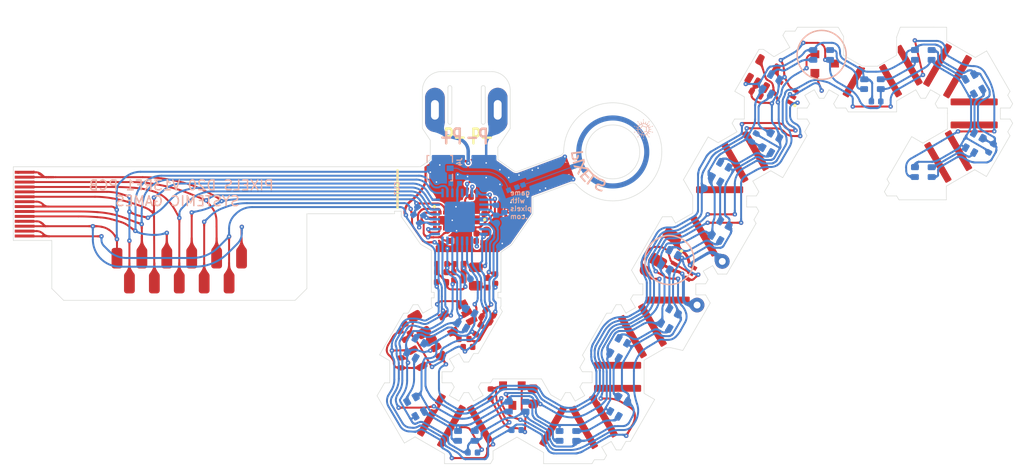
<source format=kicad_pcb>
(kicad_pcb (version 20211014) (generator pcbnew)
  (title_block (title "FLX-F020") (date "2021-09-11") (rev "10") (company "Systemic Games, LLC") (comment 1 "Flexible PCB, 0.13mm thickness"))
  (layers (0 "F.Cu" signal) (31 "B.Cu" signal) (34 "B.Paste" user) (35 "F.Paste" user) (36 "B.SilkS" user "B.Silkscreen") (37 "F.SilkS" user "F.Silkscreen") (38 "B.Mask" user) (39 "F.Mask" user) (44 "Edge.Cuts" user))
  (net 0 "")
  (net 1 "Net-(C1-Pad1)")
  (net 2 "GND")
  (net 3 "VDD")
  (net 4 "VDC")
  (net 5 "Net-(L1-Pad2)")
  (net 6 "Net-(L1-Pad1)")
  (net 7 "+5V")
  (net 8 "VEE")
  (net 9 "/LED_EN")
  (net 10 "Net-(C2-Pad2)")
  (net 11 "Net-(C3-Pad1)")
  (net 12 "Net-(C5-Pad2)")
  (net 13 "Net-(C7-Pad1)")
  (net 14 "Net-(C17-Pad2)")
  (net 15 "+BATT")
  (net 16 "Net-(L4-Pad1)")
  (net 17 "RXI")
  (net 18 "TXO")
  (net 19 "SWO")
  (net 20 "RESET")
  (net 21 "SWDCLK")
  (net 22 "SWDIO")
  (net 23 "Net-(R10-Pad1)")
  (net 24 "Net-(R10-Pad2)")
  (net 25 "/LED_DATA")
  (net 26 "/Power Supply/MAG1_")
  (net 27 "/Power Supply/LED_EN_OUT")
  (net 28 "/VLED_SENSE")
  (net 29 "/5V_SENSE")
  (net 30 "/VBAT_SENSE")
  (net 31 "/STATS")
  (net 32 "Net-(D10-Pad1)")
  (net 33 "/LEDs/LED_RETURN")
  (net 34 "Net-(R3-Pad1)")
  (net 35 "Net-(D2-Pad3)")
  (net 36 "Net-(D3-Pad3)")
  (net 37 "Net-(D4-Pad3)")
  (net 38 "Net-(D5-Pad3)")
  (net 39 "Net-(D6-Pad3)")
  (net 40 "Net-(D7-Pad3)")
  (net 41 "Net-(D8-Pad3)")
  (net 42 "Net-(D10-Pad3)")
  (net 43 "Net-(D11-Pad3)")
  (net 44 "Net-(D12-Pad3)")
  (net 45 "Net-(D13-Pad3)")
  (net 46 "Net-(D14-Pad3)")
  (net 47 "Net-(D15-Pad3)")
  (net 48 "Net-(D16-Pad3)")
  (net 49 "Net-(D17-Pad3)")
  (net 50 "Net-(D18-Pad3)")
  (net 51 "Net-(D19-Pad3)")
  (net 52 "Net-(D20-Pad3)")
  (net 53 "/SCL")
  (net 54 "/SDA")
  (net 55 "/ACC_INT")
  (net 56 "/ARC_ANTENNA")
  (net 57 "unconnected-(U1-Pad7)")
  (net 60 "Net-(C19-Pad2)")
  (net 61 "Net-(C19-Pad1)")
  (net 62 "Net-(R6-Pad1)")
  (net 63 "/ANT_50")
  (net 64 "/ANT_NRF")
  (footprint "Pixels-dice:SOT-353_SC-70-5" (layer "F.Cu") (at 174.847276 75.695 150)
    (fp_text reference "U7")
    (fp_text value "74AHC1G08")
  )
  (footprint "TestPoint:TestPoint_THTPad_D1.5mm_Drill0.7mm" (layer "F.Cu") (at 168.47 92.95 30)
    (fp_text reference "P6")
    (fp_text value "COILB")
  )
  (footprint "Pixels-dice:R_0402_1005Metric" (layer "F.Cu") (at 144.37 98.86 -30)
    (fp_text reference "R14")
    (fp_text value "10M 1%")
  )
  (footprint "Pixels-dice:C_0402_1005Metric" (layer "F.Cu") (at 144.76 98.18 -30)
    (fp_text reference "C6")
    (fp_text value "10nF 25V 10%")
  )
  (footprint "Package_TO_SOT_SMD:SOT-23-5" (layer "F.Cu") (at 141.49 98.72 -150)
    (fp_text reference "U5")
    (fp_text value "MCP73832T-2ACI/OT")
  )
  (footprint "Package_TO_SOT_SMD:SOT-23" (layer "F.Cu") (at 178.91 72.78)
    (fp_text reference "U8")
    (fp_text value "TMR1366")
  )
  (footprint "TestPoint:TestPoint_THTPad_D1.5mm_Drill0.7mm" (layer "F.Cu") (at 165.9 97.4 30)
    (fp_text reference "P5")
    (fp_text value "COILA")
  )
  (footprint "Pixels-dice:SOT-23-5" (layer "F.Cu") (at 172.582724 73.797628 60)
    (fp_text reference "U6")
    (fp_text value "MT9700")
  )
  (footprint "Pixels-dice:R_0402_1005Metric" (layer "F.Cu") (at 171.91 75.85 150)
    (fp_text reference "R3")
    (fp_text value "10k 5%")
  )
  (footprint "Pixels-dice:R_0402_1005Metric" (layer "F.Cu") (at 143.59 99.93 60)
    (fp_text reference "R13")
    (fp_text value "4.02M 1%")
  )
  (footprint "Pixels-dice:C_0402_1005Metric" (layer "F.Cu") (at 144.18 85.33 -150)
    (fp_text reference "C7")
    (fp_text value "100pF NP0 10V 5%")
  )
  (footprint "Inductor_SMD:L_0805_2012Metric" (layer "F.Cu") (at 143.34 94.49 -90)
    (fp_text reference "L1" hide)
    (fp_text value "10uH 100mA 10%")
  )
  (footprint "Pixels-dice:C_0402_1005Metric" (layer "F.Cu") (at 143.34 86.37 180)
    (fp_text reference "C5")
    (fp_text value "8pF 10V 10%")
  )
  (footprint "Pixels-dice:C_0402_1005Metric" (layer "F.Cu") (at 142.9 90.87 180)
    (fp_text reference "C3")
    (fp_text value "0.1uF 10V 20%")
  )
  (footprint "Pixels-dice:C_0402_1005Metric" (layer "F.Cu") (at 144.22 87.6 -90)
    (fp_text reference "C2")
    (fp_text value "8pF 10V 10%")
  )
  (footprint "Pixels-dice:C_0402_1005Metric" (layer "F.Cu") (at 141.19 90.86)
    (fp_text reference "C10")
    (fp_text value "0.1uF 10V 20%")
  )
  (footprint "Pixels-dice:FPC-POGO-11" (layer "F.Cu") (at 113.109999 93.890001 180)
    (fp_text reference "J2")
    (fp_text value "Conn_01x11")
  )
  (footprint "Pixels-dice:C_0402_1005Metric" (layer "F.Cu") (at 142.54 101.67)
    (fp_text reference "C18")
    (fp_text value "4.7uF 6.3V 20%")
  )
  (footprint "Pixels-dice:R_0402_1005Metric" (layer "F.Cu") (at 136.39 99.8 -60)
    (fp_text reference "R4")
    (fp_text value "402k 1%")
  )
  (footprint "Pixels-dice:C_0402_1005Metric" (layer "F.Cu") (at 135.88 100.51 120)
    (fp_text reference "C17")
    (fp_text value "22pF 10V 5%")
  )
  (footprint "Pixels-dice:SOT-23-5" (layer "F.Cu") (at 138.34 102.27 -150)
    (fp_text reference "U4")
    (fp_text value "LN3435")
  )
  (footprint "Pixels-dice:C_0402_1005Metric" (layer "F.Cu") (at 142.91 90.1 180)
    (fp_text reference "C4")
    (fp_text value "4.7uF 6.3V 20%")
  )
  (footprint "Inductor_SMD:L_0805_2012Metric" (layer "F.Cu") (at 137.59 99.39 120)
    (fp_text reference "L4")
    (fp_text value "2.2uH 20mA 10%")
  )
  (footprint "Pixels-dice:R_0402_1005Metric" (layer "F.Cu") (at 142.14 100.86)
    (fp_text reference "R6")
    (fp_text value "22k 1%")
  )
  (footprint "Pixels-dice:FPC_14" (layer "F.Cu") (at 97.33848 90.361234 90)
    (fp_text reference "J1")
    (fp_text value "Conn_01x14")
  )
  (footprint "Capacitor_SMD:C_0603_1608Metric" (layer "F.Cu") (at 149.18 106.71 90)
    (fp_text reference "C13")
    (fp_text value "4.7uF 25V 20%")
  )
  (footprint "Package_TO_SOT_SMD:SOT-363_SC-70-6" (layer "F.Cu") (at 164.41 93.67 -30)
    (fp_text reference "D1")
    (fp_text value "BAV99S")
  )
  (footprint "Pixels-dice:C_0402_1005Metric" (layer "F.Cu") (at 144.86 106.44 -90)
    (fp_text reference "C15")
    (fp_text value "4.7uF 6.3V 20%")
  )
  (footprint "Inductor_SMD:L_0402_1005Metric" (layer "F.Cu") (at 144.53 95.13 90)
    (fp_text reference "L2")
    (fp_text value "15nH 100mA 5%")
  )
  (footprint "Pixels-dice:C_0402_1005Metric" (layer "F.Cu") (at 145.32 94.72 -90)
    (fp_text reference "C1")
    (fp_text value "4.7uF 6.3V 20%")
  )
  (footprint "Pixels-dice:C_0402_1005Metric" (layer "F.Cu") (at 141.62 93.22 180)
    (fp_text reference "C21")
    (fp_text value "10nF 25V 10%")
  )
  (footprint "Pixels-dice:R_0402_1005Metric" (layer "F.Cu") (at 139.85 95.07)
    (fp_text reference "R7")
    (fp_text value "4.02M 1%")
  )
  (footprint "Pixels-dice:R_0402_1005Metric" (layer "F.Cu") (at 141.609999 94.050003)
    (fp_text reference "R2")
    (fp_text value "10M 1%")
  )
  (footprint "Pixels-dice:R_0402_1005Metric" (layer "F.Cu") (at 139.88 93.22)
    (fp_text reference "R8")
    (fp_text value "10M 1%")
  )
  (footprint "Pixels-dice:R_0402_1005Metric" (layer "F.Cu") (at 141.61 94.87)
    (fp_text reference "R1")
    (fp_text value "4.02M 1%")
  )
  (footprint "Pixels-dice:C_0402_1005Metric" (layer "F.Cu") (at 139.86 94.05)
    (fp_text reference "C22")
    (fp_text value "10nF 25V 10%")
  )
  (footprint "Pixels-dice:Crystal_SMD_2016-4Pin_2.0x1.6mm" (layer "F.Cu") (at 142.8 88.01 90)
    (fp_text reference "Y1")
    (fp_text value "32MHz 40ppm")
  )
  (footprint "Package_LGA:LGA-12_2x2mm_P0.5mm" (layer "F.Cu") (at 139.93 88.75)
    (fp_text reference "U2")
    (fp_text value "KXTJ3-1057")
  )
  (footprint "Pixels-dice:R_0402_1005Metric" (layer "F.Cu") (at 135.72 103.29 -90)
    (fp_text reference "R5")
    (fp_text value "100k 1%")
  )
  (footprint "Pixels-dice:SOT-23" (layer "F.Cu") (at 147.07 106.63 90)
    (fp_text reference "U3")
    (fp_text value "PJ75AL50SA")
  )
  (footprint "Capacitor_SMD:C_1206_3216Metric" (layer "F.Cu") (at 162.6125 91.617387 60)
    (fp_text reference "C19")
    (fp_text value "33nF 50V 5% NP0")
  )
  (footprint "Pixels-dice:TEST_PIN" (layer "F.Cu") (at 160.55 93.87)
    (fp_text reference "W16" hide)
    (fp_text value "VIN")
  )
  (footprint "Pixels-dice:TEST_PIN" (layer "F.Cu") (at 146.88 89.5)
    (fp_text reference "W19" hide)
    (fp_text value "GND")
  )
  (footprint "Pixels-dice:TEST_PIN" (layer "F.Cu") (at 144.44 89.89)
    (fp_text reference "W25" hide)
    (fp_text value "VDD")
  )
  (footprint "Pixels-dice:TX1812Z_2020" (layer "B.Cu") (at 142.38 110.74 -90)
    (fp_text reference "D5")
    (fp_text value "TX1812Z_2020")
  )
  (footprint "Pixels-dice:TX1812Z_2020" (layer "B.Cu") (at 137.198782 107.749711 -150)
    (fp_text reference "D4")
    (fp_text value "TX1812Z_2020")
  )
  (footprint "Pixels-dice:TX1812Z_2020" (layer "B.Cu") (at 147.56 107.76 -90)
    (fp_text reference "D6")
    (fp_text value "TX1812Z_2020")
  )
  (footprint "Pixels-dice:C_0402_1005Metric" (layer "B.Cu") (at 147.49 110.14)
    (fp_text reference "C16" hide)
    (fp_text value "4.7uF 6.3V 20%")
  )
  (footprint "Pixels-dice:TX1812Z_2020" (layer "B.Cu") (at 142.35 98.755 150)
    (fp_text reference "D2")
    (fp_text value "TX1812Z_2020")
  )
  (footprint "Pixels-dice:TX1812Z_2020" (layer "B.Cu") (at 152.728782 110.740289 -90)
    (fp_text reference "D7")
    (fp_text value "TX1812Z_2020")
  )
  (footprint "Pixels-dice:TX1812Z_2020" (layer "B.Cu") (at 173.428782 80.860289 -30)
    (fp_text reference "D14")
    (fp_text value "TX1812Z_2020")
  )
  (footprint "Pixels-dice:TX1812Z_2020" (layer "B.Cu") (at 168.258782 83.850289 -30)
    (fp_text reference "D13")
    (fp_text value "TX1812Z_2020")
  )
  (footprint "Pixels-dice:TX1812Z_2020" (layer "B.Cu") (at 168.258782 89.820289 -30)
    (fp_text reference "D12")
    (fp_text value "TX1812Z_2020")
  )
  (footprint "Pixels-dice:TX1812Z_2020" (layer "B.Cu") (at 157.908782 101.780289 -30)
    (fp_text reference "D9")
    (fp_text value "TX1812Z_2020")
  )
  (footprint "Pixels-dice:TX1812Z_2020" (layer "B.Cu") (at 157.898782 107.750289 -30)
    (fp_text reference "D8")
    (fp_text value "TX1812Z_2020")
  )
  (footprint "Pixels-dice:TX1812Z_2020" (layer "B.Cu") (at 178.608782 71.900289 -90)
    (fp_text reference "D16" hide)
    (fp_text value "TX1812Z_2020")
  )
  (footprint "Pixels-dice:TX1812Z_2020" (layer "B.Cu") (at 188.958782 71.899711 -90)
    (fp_text reference "D18")
    (fp_text value "TX1812Z_2020")
  )
  (footprint "Pixels-dice:TX1812Z_2020" (layer "B.Cu") (at 194.140289 80.868782 150)
    (fp_text reference "D20")
    (fp_text value "TX1812Z_2020")
  )
  (footprint "Pixels-dice:TX1812Z_2020" (layer "B.Cu") (at 188.959711 83.848782 90)
    (fp_text reference "D21")
    (fp_text value "TX1812Z_2020")
  )
  (footprint "Pixels-dice:TX1812Z_2020" (layer "B.Cu") (at 183.778782 74.880289 -90)
    (fp_text reference "D17")
    (fp_text value "TX1812Z_2020")
  )
  (footprint "Pixels-dice:TX1812Z_2020" (layer "B.Cu") (at 194.13 74.89 -150)
    (fp_text reference "D19")
    (fp_text value "TX1812Z_2020")
  )
  (footprint "Pixels-dice:TX1812Z_2020" (layer "B.Cu") (at 163.08 92.8 -30)
    (fp_text reference "D11")
    (fp_text value "TX1812Z_2020")
  )
  (footprint "Pixels-dice:C_0402_1005Metric" (layer "B.Cu") (at 171.67 80.31 60)
    (fp_text reference "C24" hide)
    (fp_text value "0.1uF 10V 20%")
  )
  (footprint "Pixels-dice:R_0402_1005Metric" (layer "B.Cu") (at 145.42 87.73 90)
    (fp_text reference "R10" hide)
    (fp_text value "100k 1%")
  )
  (footprint "Package_DFN_QFN:QFN-32-1EP_5x5mm_P0.5mm_EP3.1x3.1mm" (layer "B.Cu") (at 141.7 88.41 90)
    (fp_text reference "U1" hide)
    (fp_text value "N52810_QFN32")
  )
  (footprint "Pixels-dice:C_0402_1005Metric" (layer "B.Cu") (at 143.03 112.44 180)
    (fp_text reference "C23" hide)
    (fp_text value "0.1uF 10V 20%")
  )
  (footprint "Pixels-dice:TX1812Z_2020" (layer "B.Cu") (at 137.198782 101.780289 150)
    (fp_text reference "D3")
    (fp_text value "TX1812Z_2020")
  )
  (footprint "Pixels-dice:C_0402_1005Metric" (layer "B.Cu") (at 184.15 76.65)
    (fp_text reference "C9" hide)
    (fp_text value "4.7uF 6.3V 20%")
  )
  (footprint "Pixels-dice:R_0402_1005Metric" (layer "B.Cu") (at 146.25 87.46 -90)
    (fp_text reference "R9" hide)
    (fp_text value "100k 1%")
  )
  (footprint "Pixels-dice:Hongjie 10100 Connector" (layer "B.Cu") (at 142.374557 77.5)
    (fp_text reference "J3")
    (fp_text value "Conn_01x02")
  )
  (footprint "Pixels-dice:TX1812Z_2020" (layer "B.Cu") (at 163.078782 98.790289 -30)
    (fp_text reference "D10")
    (fp_text value "TX1812Z_2020")
  )
  (footprint "Pixels-dice:TX1812Z_2020" (layer "B.Cu") (at 173.428782 74.890289 -30)
    (fp_text reference "D15")
    (fp_text value "TX1812Z_2020")
  )
  (footprint "Pixels-dice:C_0402_1005Metric" (layer "B.Cu") (at 195.88 81.42 -120)
    (fp_text reference "C25" hide)
    (fp_text value "0.1uF 10V 20%")
  )
  (footprint "Pixels-dice:R_0402_1005Metric" (layer "B.Cu") (at 137.29 88.62 -55)
    (fp_text reference "R12" hide)
    (fp_text value "2.7k 5%")
  )
  (footprint "Pixels-dice:R_0402_1005Metric" (layer "B.Cu") (at 137.7 87.83 -55)
    (fp_text reference "R16" hide)
    (fp_text value "2.7k 5%")
  )
  (footprint "Pixels-dice:TEST_PIN" (layer "B.Cu") (at 166.66 85.5)
    (fp_text reference "W5" hide)
    (fp_text value "LED_EN")
  )
  (footprint "Pixels-dice:TEST_PIN" (layer "B.Cu") (at 145.48 89.04)
    (fp_text reference "W12" hide)
    (fp_text value "VLED_S")
  )
  (footprint "Pixels-dice:TEST_PIN" (layer "B.Cu") (at 142.79 94.75)
    (fp_text reference "W13" hide)
    (fp_text value "5V_S")
  )
  (footprint "Pixels-dice:ARC_Antenna" (layer "B.Cu") (at 153 83.38 20.256)
    (fp_text reference "AE2" hide)
    (fp_text value "ARC")
  )
  (footprint "Pixels-dice:0402_RF" (layer "B.Cu") (at 147.115396 85.534816 20)
    (fp_text reference "L3" hide)
    (fp_text value "4.7nH 5%")
  )
  (footprint "Pixels-dice:0402_RF" (layer "B.Cu") (at 141.238 84.995)
    (fp_text reference "C8" hide)
    (fp_text value "0.8pF 10V 5% NP0")
  )
  (footprint "Pixels-dice:0402_RF" (layer "B.Cu") (at 148.313109 85.567752 -70)
    (fp_text reference "C11" hide)
    (fp_text value "1.8pF 10V 5% NP0")
  )
  (footprint "RFFrontEnd:MFH3.RECE.20369.001E.01" (layer "B.Cu") (at 139.67 83.45 90)
    (fp_text reference "J4")
    (fp_text value "RECE.20369.001E.01" hide)
  )
  (footprint "Pixels-dice:0402_RF" (layer "B.Cu") (at 140.799 83.886 90)
    (fp_text reference "L5" hide)
    (fp_text value "3.9nH 5%")
  )
  (footprint "Pixels-dice:Pixels - Round" (layer "B.Cu") (at 157.4 81.68 -54)
    (fp_text reference "REF**" hide)
    (fp_text value "Pixels - Round" hide)
  )
  (gr_circle (center 163.08 92.81) (end 165.58 92.81) (layer "B.SilkS") (width 0.15) (fill none))
  (gr_circle (center 178.6 71.9) (end 181.1 71.9) (layer "B.SilkS") (width 0.15) (fill none))
  (gr_circle (center 178.6 71.9) (end 181.1 71.9) (layer "B.SilkS") (width 0.05) (fill none))
  (gr_circle (center 144.25 88.69) (end 144.344868 88.69) (layer "F.SilkS") (width 0.15) (fill solid))
  (gr_line (start 135.36 83.66) (end 135.36 87.48) (layer "F.SilkS") (width 0.25))
  (gr_circle (center 175.87 77.05) (end 175.964868 77.05) (layer "F.SilkS") (width 0.15) (fill solid))
  (gr_circle (center 164.31 91.89) (end 164.404868 91.89) (layer "F.SilkS") (width 0.15) (fill solid))
  (gr_circle (center 139.12 87.36) (end 139.214868 87.36) (layer "F.SilkS") (width 0.15) (fill solid))
  (gr_line (start 137.9 79.394609) (end 138.7 80.6) (layer "Edge.Cuts") (width 0.05))
  (gr_line (start 145.597056 96.664191) (end 145.597056 96.101805) (layer "Edge.Cuts") (width 0.05))
  (gr_line (start 138.81 91.833302) (end 138.81 96.101804) (layer "Edge.Cuts") (width 0.05))
  (gr_line (start 145.597056 96.101805) (end 145.906902 96.101805) (layer "Edge.Cuts") (width 0.05))
  (gr_line (start 135.74 88.38) (end 137.715599 91.201449) (layer "Edge.Cuts") (width 0.05))
  (gr_line (start 139.097057 96.101804) (end 139.097057 96.664191) (layer "Edge.Cuts") (width 0.05))
  (gr_line (start 138.81 96.101804) (end 139.097057 96.101804) (layer "Edge.Cuts") (width 0.05))
  (gr_line (start 145.586905 82.58) (end 145.586905 81.322575) (layer "Edge.Cuts") (width 0.05))
  (gr_line (start 145.906902 92.01) (end 146.984266 91.255621) (layer "Edge.Cuts") (width 0.05))
  (gr_line (start 145.906901 96.664191) (end 145.597056 96.664191) (layer "Edge.Cuts") (width 0.05))
  (gr_line (start 145.906902 96.101805) (end 145.906902 92.01) (layer "Edge.Cuts") (width 0.05))
  (gr_line (start 139.097057 96.664191) (end 138.81 96.664191) (layer "Edge.Cuts") (width 0.05))
  (gr_line (start 136.05779 111.471273) (end 137.148632 110.841475) (layer "Edge.Cuts") (width 0.05))
  (gr_line (start 137.715599 91.201449) (end 138.809999 91.833301) (layer "Edge.Cuts") (width 0.05))
  (gr_arc (start 143.9 75.225) (mid 144.1 75.025) (end 144.3 75.225) (layer "Edge.Cuts") (width 0.05))
  (gr_arc (start 140.9 78.775) (mid 140.7 78.975) (end 140.5 78.775) (layer "Edge.Cuts") (width 0.05))
  (gr_arc (start 144.3 78.775) (mid 144.1 78.975) (end 143.9 78.775) (layer "Edge.Cuts") (width 0.05))
  (gr_line (start 137.7 83.3) (end 96.193208 83.3) (layer "Edge.Cuts") (width 0.05))
  (gr_line (start 96.193208 90.82) (end 96.193208 83.3) (layer "Edge.Cuts") (width 0.05))
  (gr_line (start 140.15 112.574315) (end 140.15 113.565418) (layer "Edge.Cuts") (width 0.05))
  (gr_line (start 172.673069 71.33539) (end 173.737706 72.080857) (layer "Edge.Cuts") (width 0.05))
  (gr_line (start 145.586905 81.322575) (end 146.85 79.39461) (layer "Edge.Cuts") (width 0.05))
  (gr_line (start 153.865269 106.963071) (end 153.472489 107.189841) (layer "Edge.Cuts") (width 0.05))
  (gr_line (start 141.622201 102.339766) (end 142.1222 103.20579) (layer "Edge.Cuts") (width 0.05))
  (gr_line (start 186.2365 70.1046) (end 186.2365 71.936567) (layer "Edge.Cuts") (width 0.05))
  (gr_line (start 177.265847 75.785157) (end 177.36064 75.730429) (layer "Edge.Cuts") (width 0.05))
  (gr_line (start 164.510809 84.618723) (end 165.459999 86.262767) (layer "Edge.Cuts") (width 0.05))
  (gr_line (start 188.698502 76.314953) (end 189.198502 76.314953) (layer "Edge.Cuts") (width 0.05))
  (gr_line (start 141.147057 105.760817) (end 140.897057 105.327804) (layer "Edge.Cuts") (width 0.05))
  (gr_line (start 142.622201 106.323817) (end 142.122201 106.323817) (layer "Edge.Cuts") (width 0.05))
  (gr_line (start 157.147633 111.303378) (end 157.647634 112.169405) (layer "Edge.Cuts") (width 0.05))
  (gr_line (start 138.81 96.664191) (end 138.81 97.48) (layer "Edge.Cuts") (width 0.05))
  (gr_line (start 137.148632 110.841475) (end 140.149999 112.574315) (layer "Edge.Cuts") (width 0.05))
  (gr_line (start 140.5 78.775) (end 140.5 75.225) (layer "Edge.Cuts") (width 0.05))
  (gr_line (start 179.740992 75.675698) (end 179.835785 75.730428) (layer "Edge.Cuts") (width 0.05))
  (gr_line (start 165.77278 95.801191) (end 165.77278 95.691733) (layer "Edge.Cuts") (width 0.05))
  (gr_line (start 146.984266 91.255621) (end 149.153014 88.134157) (layer "Edge.Cuts") (width 0.05))
  (gr_line (start 180.832248 70.009815) (end 180.291299 69.0732) (layer "Edge.Cuts") (width 0.05))
  (gr_line (start 175.362168 71.142974) (end 173.737707 72.080858) (layer "Edge.Cuts") (width 0.05))
  (gr_line (start 135.05 87.83) (end 135.05 88.09) (layer "Edge.Cuts") (width 0.05))
  (gr_line (start 151.980838 82.154982) (end 147.639832 83.765606) (layer "Edge.Cuts") (width 0.05))
  (gr_line (start 124.919996 96.920001) (end 126.12 95.719997) (layer "Edge.Cuts") (width 0.05))
  (gr_line (start 159.122778 96.797203) (end 159.622778 97.66323) (layer "Edge.Cuts") (width 0.05))
  (gr_line (start 140.897057 104.201804) (end 141.147057 103.768791) (layer "Edge.Cuts") (width 0.05))
  (gr_line (start 134.04 105.33) (end 133.276062 106.653179) (layer "Edge.Cuts") (width 0.05))
  (gr_line (start 180.291299 69.0732) (end 176.129153 69.073352) (layer "Edge.Cuts") (width 0.05))
  (gr_arc (start 152.30684 81.694651) (mid 161.99385 80.039816) (end 153.571765 85.103918) (layer "Edge.Cuts") (width 0.05))
  (gr_line (start 172.211188 71.33539) (end 169.742128 75.611929) (layer "Edge.Cuts") (width 0.05))
  (gr_line (start 189.698502 75.448929) (end 190.091281 75.6757) (layer "Edge.Cuts") (width 0.05))
  (gr_line (start 194.203941 83.602275) (end 195.403484 84.294832) (layer "Edge.Cuts") (width 0.05))
  (gr_line (start 126.12 88.09) (end 135.05 88.09) (layer "Edge.Cuts") (width 0.05))
  (gr_line (start 164.45 102.03) (end 167.245737 97.183384) (layer "Edge.Cuts") (width 0.05))
  (gr_line (start 144.3 75.225) (end 144.3 78.775) (layer "Edge.Cuts") (width 0.05))
  (gr_line (start 150.25 112.430743) (end 150.25 113.565418) (layer "Edge.Cuts") (width 0.05))
  (gr_line (start 177.455434 75.675698) (end 177.848211 75.448928) (layer "Edge.Cuts") (width 0.05))
  (gr_line (start 166.772779 96.364191) (end 165.772779 96.364191) (layer "Edge.Cuts") (width 0.05))
  (gr_line (start 172.673069 71.33539) (end 172.211188 71.33539) (layer "Edge.Cuts") (width 0.05))
  (gr_line (start 165.459999 88.023094) (end 163.695336 89.041922) (layer "Edge.Cuts") (width 0.05))
  (gr_line (start 187.776378 80.230144) (end 185.267563 84.575541) (layer "Edge.Cuts") (width 0.05))
  (gr_line (start 146.053139 98.063231) (end 145.822198 97.66323) (layer "Edge.Cuts") (width 0.05))
  (gr_line (start 195.422923 71.486765) (end 194.262083 72.156976) (layer "Edge.Cuts") (width 0.05))
  (gr_line (start 140.647056 102.902764) (end 141.039832 102.675995) (layer "Edge.Cuts") (width 0.05))
  (gr_line (start 166.915557 93.712382) (end 167.010351 93.657653) (layer "Edge.Cuts") (width 0.05))
  (gr_arc (start 147.639832 83.765606) (mid 147.400954 83.792595) (end 147.17709 83.704981) (layer "Edge.Cuts") (width 0.05))
  (gr_line (start 168.931067 94.242178) (end 171.914494 89.07473) (layer "Edge.Cuts") (width 0.05))
  (gr_line (start 141.622201 107.189842) (end 141.229423 106.963072) (layer "Edge.Cuts") (width 0.05))
  (gr_line (start 155.197634 104.201805) (end 155.197634 104.764804) (layer "Edge.Cuts") (width 0.05))
  (gr_line (start 169.473067 78.869978) (end 169.97336 79.736512) (layer "Edge.Cuts") (width 0.05))
  (gr_line (start 135.74 87.83) (end 135.05 87.83) (layer "Edge.Cuts") (width 0.05))
  (gr_line (start 188.924387 80.892947) (end 187.776378 80.230144) (layer "Edge.Cuts") (width 0.05))
  (gr_line (start 191.348503 70.47482) (end 191.348504 69.073352) (layer "Edge.Cuts") (width 0.05))
  (gr_line (start 100.119998 95.720001) (end 101.319998 96.920002) (layer "Edge.Cuts") (width 0.05))
  (gr_line (start 147.536772 110.864261) (end 150.25 112.430743) (layer "Edge.Cuts") (width 0.05))
  (gr_line (start 163.18464 101.74) (end 164.45 102.03) (layer "Edge.Cuts") (width 0.05))
  (gr_line (start 171.57578 84.763982) (end 173.409326 83.705384) (layer "Edge.Cuts") (width 0.05))
  (gr_line (start 160.372779 95.691733) (end 160.372779 95.80119) (layer "Edge.Cuts") (width 0.05))
  (gr_line (start 184.998502 85.841566) (end 185.248502 86.274579) (layer "Edge.Cuts") (width 0.05))
  (gr_line (start 197.573646 79.736004) (end 198.073647 78.869979) (layer "Edge.Cuts") (width 0.05))
  (gr_line (start 162.361968 88.396591) (end 159.216153 93.8453) (layer "Edge.Cuts") (width 0.05))
  (gr_line (start 156.422489 113.165418) (end 156.67249 112.732406) (layer "Edge.Cuts") (width 0.05))
  (gr_line (start 170.723069 78.436966) (end 169.723067 78.436966) (layer "Edge.Cuts") (width 0.05))
  (gr_line (start 167.497923 93.376151) (end 167.997923 94.242178) (layer "Edge.Cuts") (width 0.05))
  (gr_line (start 179.348212 75.448927) (end 179.740992 75.675698) (layer "Edge.Cuts") (width 0.05))
  (gr_line (start 158.147634 97.360203) (end 157.647634 97.360203) (layer "Edge.Cuts") (width 0.05))
  (gr_line (start 141.229424 102.566537) (end 141.622201 102.339766) (layer "Edge.Cuts") (width 0.05))
  (gr_line (start 196.823647 77.873967) (end 196.823647 77.310966) (layer "Edge.Cuts") (width 0.05))
  (gr_line (start 191.317561 86.674579) (end 191.317561 85.268728) (layer "Edge.Cuts") (width 0.05))
  (gr_line (start 159.040413 97.999459) (end 158.647634 98.226229) (layer "Edge.Cuts") (width 0.05))
  (gr_line (start 156.754856 111.530149) (end 157.147633 111.303378) (layer "Edge.Cuts") (width 0.05))
  (gr_line (start 170.723069 77.873967) (end 170.723069 78.436966) (layer "Edge.Cuts") (width 0.05))
  (gr_line (start 178.348213 76.314953) (end 178.848213 76.314953) (layer "Edge.Cuts") (width 0.05))
  (gr_line (start 157.647634 112.169406) (end 158.147634 112.169405) (layer "Edge.Cuts") (width 0.05))
  (gr_line (start 96.193208 90.82) (end 100.119998 90.820001) (layer "Edge.Cuts") (width 0.05))
  (gr_line (start 176.123069 78.436965) (end 176.123069 77.873966) (layer "Edge.Cuts") (width 0.05))
  (gr_line (start 177.373068 78.869978) (end 177.123067 78.436965) (layer "Edge.Cuts") (width 0.05))
  (gr_line (start 170.947924 86.274579) (end 171.947922 86.274579) (layer "Edge.Cuts") (width 0.05))
  (gr_line (start 154.216694 102.502767) (end 154.447635 102.902766) (layer "Edge.Cuts") (width 0.05))
  (gr_line (start 191.317561 85.268728) (end 194.203941 83.602275) (layer "Edge.Cuts") (width 0.05))
  (gr_line (start 156.565269 111.639609) (end 156.660062 111.584879) (layer "Edge.Cuts") (width 0.05))
  (gr_line (start 174.63475 84.412883) (end 177.104008 80.136004) (layer "Edge.Cuts") (width 0.05))
  (gr_line (start 161.578575 107.026842) (end 160.5 106.404127) (layer "Edge.Cuts") (width 0.05))
  (gr_line (start 137.9 79.394609) (end 137.9 75.45) (layer "Edge.Cuts") (width 0.05))
  (gr_line (start 170.947924 86.837578) (end 170.947924 86.274579) (layer "Edge.Cuts") (width 0.05))
  (gr_line (start 191.423647 77.873966) (end 191.423647 79.45) (layer "Edge.Cuts") (width 0.05))
  (gr_line (start 172.197922 85.841565) (end 171.57578 84.763982) (layer "Edge.Cuts") (width 0.05))
  (gr_line (start 138.434629 97.944729) (end 137.947058 98.226229) (layer "Edge.Cuts") (width 0.05))
  (gr_line (start 167.010351 93.657653) (end 167.105145 93.602923) (layer "Edge.Cuts") (width 0.05))
  (gr_line (start 196.823647 78.436966) (end 196.823647 77.873967) (layer "Edge.Cuts") (width 0.05))
  (gr_line (start 159.109515 111.303381) (end 161.578575 107.026842) (layer "Edge.Cuts") (width 0.05))
  (gr_line (start 160.5 103.021132) (end 162.718986 101.74) (layer "Edge.Cuts") (width 0.05))
  (gr_line (start 149.153014 86.404011) (end 153.024402 84.967627) (layer "Edge.Cuts") (width 0.05))
  (gr_circle (center 157.305117 81.787084) (end 160.055117 81.787084) (layer "Edge.Cuts") (width 0.05) (fill none))
  (gr_line (start 156.685754 98.226229) (end 154.216694 102.502767) (layer "Edge.Cuts") (width 0.05))
  (gr_line (start 194.262083 72.156976) (end 191.348503 70.47482) (layer "Edge.Cuts") (width 0.05))
  (gr_line (start 158.647634 98.226229) (end 158.147634 97.360203) (layer "Edge.Cuts") (width 0.05))
  (gr_line (start 190.173646 76.877953) (end 190.423646 77.310966) (layer "Edge.Cuts") (width 0.05))
  (gr_line (start 146.85 75.435758) (end 146.85 79.39461) (layer "Edge.Cuts") (width 0.05))
  (gr_line (start 176.123068 77.310968) (end 177.123067 77.310968) (layer "Edge.Cuts") (width 0.05))
  (gr_line (start 190.423646 77.310966) (end 191.423647 77.310967) (layer "Edge.Cuts") (width 0.05))
  (gr_line (start 171.697924 88.699616) (end 172.197923 87.833591) (layer "Edge.Cuts") (width 0.05))
  (gr_line (start 180.073357 77.310966) (end 181.073357 77.310966) (layer "Edge.Cuts") (width 0.05))
  (gr_line (start 189.198502 76.314953) (end 189.698502 75.448929) (layer "Edge.Cuts") (width 0.05))
  (gr_line (start 137.447057 97.360203) (end 136.947057 97.360203) (layer "Edge.Cuts") (width 0.05))
  (gr_line (start 154.197634 104.201804) (end 155.197634 104.201805) (layer "Edge.Cuts") (width 0.05))
  (gr_line (start 142.622201 103.205791) (end 143.1222 102.339766) (layer "Edge.Cuts") (width 0.05))
  (gr_line (start 171.914494 89.07473) (end 171.697924 88.699616) (layer "Edge.Cuts") (width 0.05))
  (gr_line (start 155.197634 105.327805) (end 154.197633 105.327804) (layer "Edge.Cuts") (width 0.05))
  (gr_line (start 143.584081 102.339766) (end 146.053139 98.063231) (layer "Edge.Cuts") (width 0.05))
  (gr_line (start 155.197634 104.764804) (end 155.197634 105.327805) (layer "Edge.Cuts") (width 0.05))
  (gr_line (start 139.897057 105.327804) (end 139.897057 104.874263) (layer "Edge.Cuts") (width 0.05))
  (gr_line (start 140.647056 106.626842) (end 141.147056 105.760817) (layer "Edge.Cuts") (width 0.05))
  (gr_line (start 175.898212 69.473352) (end 174.898213 69.473352) (layer "Edge.Cuts") (width 0.05))
  (gr_line (start 160.5 106.404127) (end 160.5 103.021132) (layer "Edge.Cuts") (width 0.05))
  (gr_line (start 186.2365 71.936567) (end 184.307421 73.0498) (layer "Edge.Cuts") (width 0.05))
  (gr_line (start 169.742127 75.611929) (end 170.723068 76.178275) (layer "Edge.Cuts") (width 0.05))
  (gr_line (start 154.447635 102.902766) (end 153.947634 103.768791) (layer "Edge.Cuts") (width 0.05))
  (gr_line (start 150.25 113.565418) (end 155.19155 113.565418) (layer "Edge.Cuts") (width 0.05))
  (gr_line (start 191.423647 79.45) (end 188.924387 80.892947) (layer "Edge.Cuts") (width 0.05))
  (gr_line (start 138.91739 97.666004) (end 138.434629 97.944729) (layer "Edge.Cuts") (width 0.05))
  (gr_line (start 177.36064 75.730428) (end 177.455434 75.675699) (layer "Edge.Cuts") (width 0.05))
  (gr_arc (start 152.30684 81.694651) (mid 152.214951 81.975177) (end 151.980838 82.154982) (layer "Edge.Cuts") (width 0.05))
  (gr_line (start 167.105145 93.602923) (end 167.497923 93.376151) (layer "Edge.Cuts") (width 0.05))
  (gr_line (start 135.985176 98.226229) (end 133.531945 102.475349) (layer "Edge.Cuts") (width 0.05))
  (gr_line (start 190.091281 75.6757) (end 190.186074 75.730429) (layer "Edge.Cuts") (width 0.05))
  (gr_line (start 165.459999 86.262767) (end 165.459999 88.023094) (layer "Edge.Cuts") (width 0.05))
  (gr_line (start 138.7 80.6) (end 138.7 82.6) (layer "Edge.Cuts") (width 0.05))
  (gr_line (start 156.660062 111.584879) (end 156.754856 111.530149) (layer "Edge.Cuts") (width 0.05))
  (gr_line (start 166.522779 93.939152) (end 166.915557 93.712382) (layer "Edge.Cuts") (width 0.05))
  (gr_line (start 177.123067 78.436965) (end 176.123069 78.436965) (layer "Edge.Cuts") (width 0.05))
  (gr_line (start 166.772779 95.238192) (end 167.02278 94.805178) (layer "Edge.Cuts") (width 0.05))
  (gr_line (start 196.823647 77.310966) (end 197.823646 77.310966) (layer "Edge.Cuts") (width 0.05))
  (gr_line (start 136.947057 97.360203) (end 136.447057 98.226229) (layer "Edge.Cuts") (width 0.05))
  (gr_line (start 185.267561 84.575541) (end 185.498503 84.975541) (layer "Edge.Cuts") (width 0.05))
  (gr_line (start 176.873068 79.736003) (end 177.373068 78.869978) (layer "Edge.Cuts") (width 0.05))
  (gr_line (start 173.409326 83.705384) (end 174.63475 84.412883) (layer "Edge.Cuts") (width 0.05))
  (gr_line (start 186.242417 77.710966) (end 186.242417 76.583245) (layer "Edge.Cuts") (width 0.05))
  (gr_line (start 180.832248 71.936248) (end 182.761143 73.0498) (layer "Edge.Cuts") (width 0.05))
  (gr_line (start 170.947923 87.400578) (end 170.947923 86.837578) (layer "Edge.Cuts") (width 0.05))
  (gr_line (start 153.947634 105.760816) (end 154.447634 106.626842) (layer "Edge.Cuts") (width 0.05))
  (gr_line (start 186.62 69.0698) (end 186.2365 70.1046) (layer "Edge.Cuts") (width 0.05))
  (gr_line (start 139.897058 104.874263) (end 139.897058 104.764804) (layer "Edge.Cuts") (width 0.05))
  (gr_line (start 143.51498 106.963072) (end 143.122201 107.189843) (layer "Edge.Cuts") (width 0.05))
  (gr_line (start 139.897058 104.764804) (end 139.897058 104.655346) (layer "Edge.Cuts") (width 0.05))
  (gr_line (start 176.129153 69.073352) (end 175.898212 69.473352) (layer "Edge.Cuts") (width 0.05))
  (gr_line (start 168.047371 80.848482) (end 167.027512 80.259667) (layer "Edge.Cuts") (width 0.05))
  (gr_line (start 184.307421 73.0498) (end 182.761143 73.0498) (layer "Edge.Cuts") (width 0.05))
  (gr_line (start 139.75 73.6) (end 145 73.6) (layer "Edge.Cuts") (width 0.05))
  (gr_line (start 165.77278 95.91065) (end 165.77278 95.801191) (layer "Edge.Cuts") (width 0.05))
  (gr_line (start 147.17709 83.704981) (end 145.586905 82.58) (layer "Edge.Cuts") (width 0.05))
  (gr_line (start 141.229423 106.963072) (end 141.134629 106.908342) (layer "Edge.Cuts") (width 0.05))
  (gr_line (start 144.847345 105.327804) (end 143.847346 105.327804) (layer "Edge.Cuts") (width 0.05))
  (gr_line (start 135.74 88.38) (end 135.74 87.83) (layer "Edge.Cuts") (width 0.05))
  (gr_line (start 133.276062 106.653179) (end 136.05779 111.471273) (layer "Edge.Cuts") (width 0.05))
  (gr_line (start 163.322753 88.396591) (end 162.361968 88.396591) (layer "Edge.Cuts") (width 0.05))
  (gr_line (start 154.447634 106.626842) (end 154.054855 106.853613) (layer "Edge.Cuts") (width 0.05))
  (gr_line (start 158.147634 112.169405) (end 158.647634 111.303379) (layer "Edge.Cuts") (width 0.05))
  (gr_line (start 190.186074 75.730429) (end 190.280867 75.785158) (layer "Edge.Cuts") (width 0.05))
  (gr_line (start 145.078285 104.927805) (end 144.847345 105.327804) (layer "Edge.Cuts") (width 0.05))
  (gr_line (start 155.42249 113.165418) (end 156.422489 113.165418) (layer "Edge.Cuts") (width 0.05))
  (gr_line (start 165.77278 95.691733) (end 165.772778 95.238191) (layer "Edge.Cuts") (width 0.05))
  (gr_line (start 134.57 105.33) (end 134.04 105.33) (layer "Edge.Cuts") (width 0.05))
  (gr_line (start 171.947922 86.274579) (end 172.197922 85.841565) (layer "Edge.Cuts") (width 0.05))
  (gr_line (start 174.898213 69.473351) (end 174.648212 69.906365) (layer "Edge.Cuts") (width 0.05))
  (gr_line (start 165.772779 96.364191) (end 165.77278 95.91065) (layer "Edge.Cuts") (width 0.05))
  (gr_line (start 145.1 113.117268) (end 145.1 112.271132) (layer "Edge.Cuts") (width 0.05))
  (gr_line (start 154.197633 105.327804) (end 153.947634 105.760816) (layer "Edge.Cuts") (width 0.05))
  (gr_line (start 197.823646 77.310966) (end 198.073646 76.877954) (layer "Edge.Cuts") (width 0.05))
  (gr_line (start 101.319998 96.920002) (end 124.919996 96.920001) (layer "Edge.Cuts") (width 0.05))
  (gr_line (start 133.531945 102.475349) (end 134.57 103.07467) (layer "Edge.Cuts") (width 0.05))
  (gr_line (start 160.372779 95.910649) (end 160.372778 96.364191) (layer "Edge.Cuts") (width 0.05))
  (gr_line (start 138.81 97.48) (end 138.91739 97.666004) (layer "Edge.Cuts") (width 0.05))
  (gr_arc (start 153.024402 84.967627) (mid 153.319138 84.951216) (end 153.571765 85.103918) (layer "Edge.Cuts") (width 0.05))
  (gr_line (start 155.19155 113.565418) (end 155.42249 113.165418) (layer "Edge.Cuts") (width 0.05))
  (gr_line (start 197.804586 80.136003) (end 197.573646 79.736004) (layer "Edge.Cuts") (width 0.05))
  (gr_line (start 152.972489 106.323817) (end 152.472489 106.323817) (layer "Edge.Cuts") (width 0.05))
  (gr_line (start 163.18464 101.74) (end 162.718986 101.74) (layer "Edge.Cuts") (width 0.05))
  (gr_arc (start 137.9 75.45) (mid 138.464242 74.164242) (end 139.75 73.6) (layer "Edge.Cuts") (width 0.05))
  (gr_line (start 167.245737 97.183383) (end 166.772778 96.364193) (layer "Edge.Cuts") (width 0.05))
  (gr_line (start 197.573647 76.011927) (end 197.804586 75.611928) (layer "Edge.Cuts") (width 0.05))
  (gr_line (start 143.597345 105.760817) (end 144.097344 106.626841) (layer "Edge.Cuts") (width 0.05))
  (gr_arc (start 145 73.6) (mid 146.285024 74.155061) (end 146.85 75.435758) (layer "Edge.Cuts") (width 0.05))
  (gr_line (start 150.041877 104.927804) (end 145.078285 104.927804) (layer "Edge.Cuts") (width 0.05))
  (gr_line (start 156.67249 112.732406) (end 156.17249 111.866379) (layer "Edge.Cuts") (width 0.05))
  (gr_line (start 171.947923 87.400578) (end 170.947923 87.400578) (layer "Edge.Cuts") (width 0.05))
  (gr_line (start 153.960062 106.908342) (end 153.865269 106.963071) (layer "Edge.Cuts") (width 0.05))
  (gr_line (start 157.647634 97.360203) (end 157.147634 98.226229) (layer "Edge.Cuts") (width 0.05))
  (gr_line (start 152.472489 106.323817) (end 152.005266 107.13307) (layer "Edge.Cuts") (width 0.05))
  (gr_line (start 165.772778 95.238191) (end 166.772779 95.238192) (layer "Edge.Cuts") (width 0.05))
  (gr_line (start 154.054855 106.853613) (end 153.960062 106.908342) (layer "Edge.Cuts") (width 0.05))
  (gr_line (start 141.134629 102.621266) (end 141.229421 102.566538) (layer "Edge.Cuts") (width 0.05))
  (gr_line (start 169.723067 78.436966) (end 169.473067 78.869978) (layer "Edge.Cuts") (width 0.05))
  (gr_line (start 143.1222 102.339766) (end 143.584081 102.339766) (layer "Edge.Cuts") (width 0.05))
  (gr_line (start 188.200654 75.452657) (end 188.698501 76.314953) (layer "Edge.Cuts") (width 0.05))
  (gr_line (start 181.073357 77.310966) (end 181.304297 77.710966) (layer "Edge.Cuts") (width 0.05))
  (gr_arc (start 140.5 75.225) (mid 140.7 75.025) (end 140.9 75.225) (layer "Edge.Cuts") (width 0.05))
  (gr_line (start 190.673646 76.011929) (end 190.173646 76.877953) (layer "Edge.Cuts") (width 0.05))
  (gr_line (start 159.23 97.89) (end 159.135205 97.944729) (layer "Edge.Cuts") (width 0.05))
  (gr_line (start 177.848212 75.448929) (end 178.348213 76.314953) (layer "Edge.Cuts") (width 0.05))
  (gr_line (start 139.897058 104.655346) (end 139.897058 104.201804) (layer "Edge.Cuts") (width 0.05))
  (gr_line (start 160.372779 95.24) (end 160.372779 95.691733) (layer "Edge.Cuts") (width 0.05))
  (gr_line (start 159.372779 96.364191) (end 159.122778 96.797203) (layer "Edge.Cuts") (width 0.05))
  (gr_line (start 143.609773 106.908342) (end 143.51498 106.96307) (layer "Edge.Cuts") (width 0.05))
  (gr_line (start 177.104008 80.136003) (end 176.873068 79.736003) (layer "Edge.Cuts") (width 0.05))
  (gr_line (start 126.12 95.719997) (end 126.12 88.09) (layer "Edge.Cuts") (width 0.05))
  (gr_line (start 181.304297 77.710966) (end 186.242417 77.710966) (layer "Edge.Cuts") (width 0.05))
  (gr_line (start 197.823646 78.436966) (end 196.823647 78.436966) (layer "Edge.Cuts") (width 0.05))
  (gr_line (start 163.695336 89.041922) (end 163.322753 88.396591) (layer "Edge.Cuts") (width 0.05))
  (gr_line (start 180.832248 70.009815) (end 180.832248 71.936248) (layer "Edge.Cuts") (width 0.05))
  (gr_line (start 172.197923 87.833591) (end 171.947923 87.400578) (layer "Edge.Cuts") (width 0.05))
  (gr_line (start 141.039836 102.675996) (end 141.134627 102.621268) (layer "Edge.Cuts") (width 0.05))
  (gr_line (start 142.122201 106.323817) (end 141.622202 107.189842) (layer "Edge.Cuts") (width 0.05))
  (gr_line (start 143.847346 105.327804) (end 143.597345 105.760817) (layer "Edge.Cuts") (width 0.05))
  (gr_line (start 143.9 78.775) (end 143.9 75.225) (layer "Edge.Cuts") (width 0.05))
  (gr_line (start 186.248503 86.274579) (end 186.479443 86.674578) (layer "Edge.Cuts") (width 0.05))
  (gr_line (start 198.073646 78.869978) (end 197.823646 78.436966) (layer "Edge.Cuts") (width 0.05))
  (gr_line (start 176.873068 76.011927) (end 177.265846 75.785157) (layer "Edge.Cuts") (width 0.05))
  (gr_line (start 179.823357 76.877953) (end 180.073357 77.310966) (layer "Edge.Cuts") (width 0.05))
  (gr_line (start 190.280867 75.785158) (end 190.673646 76.011929) (layer "Edge.Cuts") (width 0.05))
  (gr_line (start 149.153014 88.134157) (end 149.153014 86.404011) (layer "Edge.Cuts") (width 0.05))
  (gr_line (start 138.7 82.6) (end 137.7 83.3) (layer "Edge.Cuts") (width 0.05))
  (gr_line (start 141.134629 106.908342) (end 141.039835 106.853613) (layer "Edge.Cuts") (width 0.05))
  (gr_line (start 150.969998 106.535358) (end 152.005265 107.13307) (layer "Edge.Cuts") (width 0.05))
  (gr_line (start 156.17249 111.866379) (end 156.565269 111.639609) (layer "Edge.Cuts") (width 0.05))
  (gr_line (start 191.348504 69.073352) (end 186.62 69.0698) (layer "Edge.Cuts") (width 0.05))
  (gr_line (start 170.723068 76.178275) (end 170.723068 77.873967) (layer "Edge.Cuts") (width 0.05))
  (gr_line (start 153.472489 107.189841) (end 152.972489 106.323817) (layer "Edge.Cuts") (width 0.05))
  (gr_line (start 142.1222 103.205791) (end 142.622201 103.205791) (layer "Edge.Cuts") (width 0.05))
  (gr_line (start 143.704567 106.853613) (end 143.609774 106.908341) (layer "Edge.Cuts") (width 0.05))
  (gr_line (start 139.897058 104.201804) (end 140.897057 104.201804) (layer "Edge.Cuts") (width 0.05))
  (gr_line (start 100.119998 90.820001) (end 100.119998 95.720001) (layer "Edge.Cuts") (width 0.05))
  (gr_line (start 159.622778 97.66323) (end 159.23 97.89) (layer "Edge.Cuts") (width 0.05))
  (gr_line (start 145.1 112.271132) (end 147.536772 110.864261) (layer "Edge.Cuts") (width 0.05))
  (gr_line (start 167.027512 80.259667) (end 164.510811 84.618723) (layer "Edge.Cuts") (width 0.05))
  (gr_line (start 153.947634 103.768791) (end 154.197634 104.201804) (layer "Edge.Cuts") (width 0.05))
  (gr_line (start 177.123067 77.310968) (end 177.373068 76.877952) (layer "Edge.Cuts") (width 0.05))
  (gr_line (start 145.906901 97.516521) (end 145.906901 96.664191) (layer "Edge.Cuts") (width 0.05))
  (gr_line (start 167.02278 94.805178) (end 166.522779 93.939152) (layer "Edge.Cuts") (width 0.05))
  (gr_line (start 134.57 103.07467) (end 134.57 105.33) (layer "Edge.Cuts") (width 0.05))
  (gr_line (start 185.248502 86.274579) (end 186.248503 86.274579) (layer "Edge.Cuts") (width 0.05))
  (gr_line (start 144.097344 106.626841) (end 143.704567 106.853611) (layer "Edge.Cuts") (width 0.05))
  (gr_line (start 158.647634 111.303379) (end 159.109515 111.303381) (layer "Edge.Cuts") (width 0.05))
  (gr_line (start 143.122201 107.189843) (end 142.622201 106.323817) (layer "Edge.Cuts") (width 0.05))
  (gr_line (start 159.135205 97.944729) (end 159.040413 97.999459) (layer "Edge.Cuts") (width 0.05))
  (gr_line (start 186.479443 86.674579) (end 191.317561 86.674579) (layer "Edge.Cuts") (width 0.05))
  (gr_line (start 159.216153 93.8453) (end 160.021384 95.24) (layer "Edge.Cuts") (width 0.05))
  (gr_line (start 198.073646 76.877954) (end 197.573647 76.011927) (layer "Edge.Cuts") (width 0.05))
  (gr_line (start 174.648212 69.906365) (end 175.362168 71.142974) (layer "Edge.Cuts") (width 0.05))
  (gr_line (start 197.804586 75.611928) (end 195.422923 71.486765) (layer "Edge.Cuts") (width 0.05))
  (gr_line (start 169.97336 79.736512) (end 168.047371 80.848482) (layer "Edge.Cuts") (width 0.05))
  (gr_line (start 178.848213 76.314953) (end 179.348212 75.448927) (layer "Edge.Cuts") (width 0.05))
  (gr_line (start 167.997923 94.242178) (end 168.497925 94.242178) (layer "Edge.Cuts") (width 0.05))
  (gr_line (start 176.123068 77.873966) (end 176.123068 77.310968) (layer "Edge.Cuts") (width 0.05))
  (gr_line (start 168.497925 94.242178) (end 168.931067 94.242178) (layer "Edge.Cuts") (width 0.05))
  (gr_line (start 136.447057 98.226229) (end 135.985176 98.226229) (layer "Edge.Cuts") (width 0.05))
  (gr_line (start 177.373068 76.877952) (end 176.873068 76.011927) (layer "Edge.Cuts") (width 0.05))
  (gr_line (start 145.822198 97.66323) (end 145.906901 97.516521) (layer "Edge.Cuts") (width 0.05))
  (gr_line (start 137.947058 98.226229) (end 137.447057 97.360203) (layer "Edge.Cuts") (width 0.05))
  (gr_line (start 186.242417 76.583245) (end 188.200654 75.452657) (layer "Edge.Cuts") (width 0.05))
  (gr_line (start 157.147634 98.226229) (end 156.685754 98.226229) (layer "Edge.Cuts") (width 0.05))
  (gr_line (start 140.9 75.225) (end 140.9 78.775) (layer "Edge.Cuts") (width 0.05))
  (gr_line (start 179.835785 75.730428) (end 180.323357 76.011928) (layer "Edge.Cuts") (width 0.05))
  (gr_line (start 185.498503 84.975541) (end 184.998502 85.841566) (layer "Edge.Cuts") (width 0.05))
  (gr_line (start 140.15 113.565418) (end 144.84126 113.565418) (layer "Edge.Cuts") (width 0.05))
  (gr_line (start 191.423647 77.310967) (end 191.423647 77.873966) (layer "Edge.Cuts") (width 0.05))
  (gr_line (start 140.897057 105.327804) (end 139.897057 105.327804) (layer "Edge.Cuts") (width 0.05))
  (gr_line (start 160.372779 95.80119) (end 160.372779 95.910649) (layer "Edge.Cuts") (width 0.05))
  (gr_line (start 141.147057 103.768791) (end 140.647056 102.902764) (layer "Edge.Cuts") (width 0.05))
  (gr_line (start 160.372778 96.364191) (end 159.372779 96.364191) (layer "Edge.Cuts") (width 0.05))
  (gr_line (start 141.039835 106.853613) (end 140.647056 106.626842) (layer "Edge.Cuts") (width 0.05))
  (gr_line (start 180.323357 76.011928) (end 179.823357 76.877953) (layer "Edge.Cuts") (width 0.05))
  (gr_line (start 160.021384 95.24) (end 160.372779 95.24) (layer "Edge.Cuts") (width 0.05))
  (gr_line (start 150.041877 104.927804) (end 150.969998 106.535358) (layer "Edge.Cuts") (width 0.05))
  (gr_line (start 195.403484 84.294832) (end 197.804585 80.136004) (layer "Edge.Cuts") (width 0.05))
  (gr_line (start 144.84126 113.565418) (end 145.1 113.117268) (layer "Edge.Cuts") (width 0.05))
  (gr_text "P-" (at 143.48 80.24) (layer "B.SilkS") (effects (font (size 1.5 1) (thickness 0.25)) (justify mirror)))
  (gr_text "P+" (at 140.82 80.22) (layer "B.SilkS") (effects (font (size 1.5 1) (thickness 0.25)) (justify mirror)))
  (gr_text "PIXELS D20 V13RF1 PCB\n SYSTEMIC GAMES" (at 113.31 86) (layer "B.SilkS") (effects (font (size 1 1)) (justify mirror)))
  (gr_text "game\nwith\npixels\n.com" (at 146.78 87.16) (layer "B.SilkS") (effects (font (size 0.5 0.5) (thickness 0.1)) (justify right mirror)))
  (gr_text "--CUT--" (at 135.32 85.51 90) (layer "B.SilkS") (effects (font (size 0.5 0.5) (thickness 0.1)) (justify mirror)))
  (gr_text "P+" (at 141.21 80.22) (layer "F.SilkS") (effects (font (size 1.5 1) (thickness 0.25))))
  (gr_text "P-" (at 143.98 80.23) (layer "F.SilkS") (effects (font (size 1.5 1) (thickness 0.25))))
  (segment (start 144.67 94.04) (end 145.32 94.24) (width 0.2) (layer "F.Cu") (net 1))
  (segment (start 144.67 94.04) (end 144.53 94.645) (width 0.2) (layer "F.Cu") (net 1))
  (via (at 144.67 94.04) (size 0.45) (drill 0.15) (layers "F.Cu" "B.Cu") (net 1))
  (segment (start 145.150623 90.65853) (end 145.141585 90.672054) (width 0.2) (layer "B.Cu") (net 1))
  (segment (start 145.167917 90.626176) (end 145.197102 90.555715) (width 0.2) (layer "B.Cu") (net 1))
  (segment (start 145.210414 90.511832) (end 145.214381 90.491891) (width 0.2) (layer "B.Cu") (net 1))
  (segment (start 144.880519 90.94941) (end 144.866399 90.970544) (width 0.2) (layer "B.Cu") (net 1))
  (segment (start 144.8051 91.103851) (end 144.839378 91.021096) (width 0.2) (layer "B.Cu") (net 1))
  (segment (start 145.210651 89.841138) (end 145.215033 89.863169) (width 0.2) (layer "B.Cu") (net 1))
  (segment (start 145.120128 89.626654) (end 145.104527 89.603307) (width 0.2) (layer "B.Cu") (net 1))
  (segment (start 144.486622 89.15) (end 144.137408 89.15) (width 0.2) (layer "B.Cu") (net 1))
  (segment (start 144.613508 89.174036) (end 144.683009 89.202824) (width 0.2) (layer "B.Cu") (net 1))
  (segment (start 144.546505 89.155897) (end 144.567441 89.160062) (width 0.2) (layer "B.Cu") (net 1))
  (segment (start 144.78 91.224283) (end 144.78 93.96) (width 0.2) (layer "B.Cu") (net 1))
  (segment (start 144.739663 89.235004) (end 144.725464 89.225516) (width 0.2) (layer "B.Cu") (net 1))
  (segment (start 145.22 90.434844) (end 145.22 89.913588) (width 0.2) (layer "B.Cu") (net 1))
  (segment (start 144.784493 91.178648) (end 144.788461 91.158704) (width 0.2) (layer "B.Cu") (net 1))
  (segment (start 145.157443 89.696464) (end 145.192267 89.780539) (width 0.2) (layer "B.Cu") (net 1))
  (segment (start 144.925974 90.894023) (end 145.112493 90.707503) (width 0.2) (layer "B.Cu") (net 1))
  (segment (start 144.769433 89.259435) (end 145.064354 89.554355) (width 0.2) (layer "B.Cu") (net 1))
  (arc (start 144.880519 90.94941) (mid 144.890849 90.934743) (end 144.901887 90.9206) (width 0.2) (layer "B.Cu") (net 1))
  (arc (start 144.8051 91.103851) (mid 144.799934 91.117241) (end 144.795433 91.130869) (width 0.2) (layer "B.Cu") (net 1))
  (arc (start 144.784493 91.178648) (mid 144.78253 91.18996) (end 144.781126 91.201355) (width 0.2) (layer "B.Cu") (net 1))
  (arc (start 144.925974 90.894023) (mid 144.913604 90.907015) (end 144.901887 90.9206) (width 0.2) (layer "B.Cu") (net 1))
  (arc (start 145.12791 90.690493) (mid 145.134974 90.681441) (end 145.141585 90.672054) (width 0.2) (layer "B.Cu") (net 1))
  (arc (start 145.192267 89.780539) (mid 145.197974 89.795332) (end 145.202948 89.810387) (width 0.2) (layer "B.Cu") (net 1))
  (arc (start 144.590818 89.165918) (mid 144.579201 89.162703) (end 144.567441 89.160062) (width 0.2) (layer "B.Cu") (net 1))
  (arc (start 145.210651 89.841138) (mid 145.207177 89.825668) (end 145.202948 89.810387) (width 0.2) (layer "B.Cu") (net 1))
  (arc (start 144.516709 89.151478) (mid 144.501683 89.150369) (end 144.486622 89.15) (width 0.2) (layer "B.Cu") (net 1))
  (arc (start 145.204836 90.534101) (mid 145.201234 90.545002) (end 145.197102 90.555715) (width 0.2) (layer "B.Cu") (net 1))
  (arc (start 145.12791 90.690493) (mid 145.12041 90.699187) (end 145.112493 90.707503) (width 0.2) (layer "B.Cu") (net 1))
  (arc (start 144.739663 89.235004) (mid 144.747546 89.240556) (end 144.755148 89.246488) (width 0.2) (layer "B.Cu") (net 1))
  (arc (start 145.218592 90.463506) (mid 145.216835 90.47775) (end 145.214381 90.491891) (width 0.2) (layer "B.Cu") (net 1))
  (arc (start 144.851647 90.995156) (mid 144.845194 91.007975) (end 144.839378 91.021096) (width 0.2) (layer "B.Cu") (net 1))
  (arc (start 144.516709 89.151478) (mid 144.531661 89.153321) (end 144.546505 89.155897) (width 0.2) (layer "B.Cu") (net 1))
  (arc (start 145.218592 90.463506) (mid 145.219647 90.449192) (end 145.22 90.434844) (width 0.2) (layer "B.Cu") (net 1))
  (arc (start 145.1405 89.660642) (mid 145.130731 89.643398) (end 145.120128 89.626654) (width 0.2) (layer "B.Cu") (net 1))
  (arc (start 144.704794 89.213127) (mid 144.715281 89.219067) (end 144.725464 89.225516) (width 0.2) (layer "B.Cu") (net 1))
  (arc (start 144.613508 89.174036) (mid 144.602262 89.169698) (end 144.590818 89.165918) (width 0.2) (layer "B.Cu") (net 1))
  (arc (start 145.085643 89.577844) (mid 145.095397 89.590343) (end 145.104527 89.603307) (width 0.2) (layer "B.Cu") (net 1))
  (arc (start 145.215033 89.863169) (mid 145.217202 89.875667) (end 145.218755 89.888257) (width 0.2) (layer "B.Cu") (net 1))
  (arc (start 145.204836 90.534101) (mid 145.207898 90.523035) (end 145.210414 90.511832) (width 0.2) (layer "B.Cu") (net 1))
  (arc (start 144.851647 90.995156) (mid 144.858721 90.982669) (end 144.866399 90.970544) (width 0.2) (layer "B.Cu") (net 1))
  (arc (start 145.085643 89.577844) (mid 145.075287 89.565838) (end 145.064354 89.554355) (width 0.2) (layer "B.Cu") (net 1))
  (arc (start 145.157443 89.696464) (mid 145.149411 89.678345) (end 145.1405 89.660642) (width 0.2) (layer "B.Cu") (net 1))
  (arc (start 144.788461 91.158704) (mid 144.791605 91.144701) (end 144.795433 91.130869) (width 0.2) (layer "B.Cu") (net 1))
  (arc (start 144.769433 89.259435) (mid 144.762449 89.252786) (end 144.755148 89.246488) (width 0.2) (layer "B.Cu") (net 1))
  (arc (start 144.781126 91.201355) (mid 144.780281 91.212805) (end 144.78 91.224283) (width 0.2) (layer "B.Cu") (net 1))
  (arc (start 145.22 89.913588) (mid 145.219688 89.900907) (end 145.218755 89.888257) (width 0.2) (layer "B.Cu") (net 1))
  (arc (start 145.160065 90.642778) (mid 145.155537 90.650769) (end 145.150623 90.65853) (width 0.2) (layer "B.Cu") (net 1))
  (arc (start 144.683009 89.202824) (mid 144.694028 89.207708) (end 144.704794 89.213127) (width 0.2) (layer "B.Cu") (net 1))
  (arc (start 145.167917 90.626176) (mid 145.164194 90.634573) (end 145.160065 90.642778) (width 0.2) (layer "B.Cu") (net 1))
  (segment (start 99.085209 87.361234) (end 97.338479 87.361234) (width 0.2) (layer "F.Cu") (net 2))
  (segment (start 119.459998 89.481213) (end 119.459997 92.620003) (width 0.2) (layer "F.Cu") (net 2))
  (segment (start 142.846871 100.991247) (end 142.65 100.86) (width 0.2) (layer "F.Cu") (net 2))
  (segment (start 105.910609 89.702758) (end 105.970275 89.741707) (width 0.2) (layer "F.Cu") (net 2))
  (segment (start 142.039975 90.864899) (end 142.047499 90.865) (width 0.2) (layer "F.Cu") (net 2))
  (segment (start 174.575 72.71) (end 174.44 72.43) (width 0.2) (layer "F.Cu") (net 2))
  (segment (start 164.35 92.59) (end 163.912276 92.632083) (width 0.2) (layer "F.Cu") (net 2))
  (segment (start 140.893967 88.595598) (end 140.94 88.76) (width 0.2) (layer "F.Cu") (net 2))
  (segment (start 171.589413 75.413768) (end 172.032724 74.750256) (width 0.2) (layer "F.Cu") (net 2))
  (segment (start 106.759997 90.680002) (end 106.76 92.620001) (width 0.2) (layer "F.Cu") (net 2))
  (segment (start 165.023862 94.773958) (end 164.907724 94.707917) (width 0.2) (layer "F.Cu") (net 2))
  (segment (start 148.413497 108.636503) (end 148.216748 108.443251) (width 0.2) (layer "F.Cu") (net 2))
  (segment (start 147.11 109.95) (end 147.420536 109.95) (width 0.2) (layer "F.Cu") (net 2))
  (segment (start 106.739999 87.690001) (end 106.575616 87.525617) (width 0.2) (layer "F.Cu") (net 2))
  (segment (start 165.305 94.84) (end 165.273602 94.84) (width 0.2) (layer "F.Cu") (net 2))
  (segment (start 136.116489 102.818369) (end 135.72 102.78) (width 0.2) (layer "F.Cu") (net 2))
  (segment (start 142.425 90.484967) (end 142.424837 90.497497) (width 0.2) (layer "F.Cu") (net 2))
  (segment (start 176.72 70.67) (end 178.168246 70.67) (width 0.2) (layer "F.Cu") (net 2))
  (segment (start 172.495286 76.79) (end 173.530968 76.79) (width 0.2) (layer "F.Cu") (net 2))
  (segment (start 142.045 90.1) (end 141.66 90.1) (width 0.2) (layer "F.Cu") (net 2))
  (segment (start 172.022763 76.667523) (end 172.003579 76.658063) (width 0.2) (layer "F.Cu") (net 2))
  (segment (start 148.6 105.7825) (end 149.18 105.935) (width 0.2) (layer "F.Cu") (net 2))
  (segment (start 141.38 89.82) (end 141.525 89.975) (width 0.2) (layer "F.Cu") (net 2))
  (segment (start 98.585209 86.861233) (end 97.338478 86.861236) (width 0.2) (layer "F.Cu") (net 2))
  (segment (start 143.75279 100.922594) (end 144.760022 99.1625) (width 0.2) (layer "F.Cu") (net 2))
  (segment (start 145.180022 98.4225) (end 144.790022 99.1025) (width 0.2) (layer "F.Cu") (net 2))
  (segment (start 145.319093 95.590308) (end 145.11 95.2) (width 0.2) (layer "F.Cu") (net 2))
  (segment (start 166.02 94.3) (end 165.587738 94.724402) (width 0.2) (layer "F.Cu") (net 2))
  (segment (start 148.35 110.34) (end 148.413497 108.636503) (width 0.2) (layer "F.Cu") (net 2))
  (segment (start 143.503075 87.110628) (end 144.22 87.115) (width 0.2) (layer "F.Cu") (net 2))
  (segment (start 106.759997 90.680002) (end 106.539998 90.325001) (width 0.2) (layer "F.Cu") (net 2))
  (segment (start 172.397222 76.781599) (end 172.427057 76.785527) (width 0.2) (layer "F.Cu") (net 2))
  (segment (start 144.132027 86.43569) (end 143.82 86.37) (width 0.2) (layer "F.Cu") (net 2))
  (segment (start 119.474999 89.445) (end 119.49 89.43) (width 0.2) (layer "F.Cu") (net 2))
  (segment (start 140.560014 94.05) (end 140.734999 94.05) (width 0.2) (layer "F.Cu") (net 2))
  (segment (start 178.97 72.4) (end 179.91 72.78) (width 0.2) (layer "F.Cu") (net 2))
  (segment (start 140.77125 89) (end 140.6925 89) (width 0.2) (layer "F.Cu") (net 2))
  (segment (start 140.538492 89.01) (end 140.69267 89.01) (width 0.2) (layer "F.Cu") (net 2))
  (segment (start 148.35 110.34) (end 148.06 110.145) (width 0.2) (layer "F.Cu") (net 2))
  (segment (start 97.33848 89.361235) (end 99.712595 89.361236) (width 0.2) (layer "F.Cu") (net 2))
  (segment (start 105.235616 89.430616) (end 105.151201 89.414543) (width 0.2) (layer "F.Cu") (net 2))
  (segment (start 143.481357 101.08) (end 143.46 101.08) (width 0.2) (layer "F.Cu") (net 2))
  (segment (start 143.291988 87.395203) (end 143.189999 87.544999) (width 0.2) (layer "F.Cu") (net 2))
  (segment (start 141.130361 93.604972) (end 141.129697 93.660031) (width 0.2) (layer "F.Cu") (net 2))
  (segment (start 172.06171 76.685169) (end 172.096462 76.699564) (width 0.2) (layer "F.Cu") (net 2))
  (segment (start 140.348836 93.720063) (end 140.3475 93.835) (width 0.2) (layer "F.Cu") (net 2))
  (segment (start 104.301233 89.361235) (end 104.586232 89.361234) (width 0.2) (layer "F.Cu") (net 2))
  (segment (start 141.665 91.07) (end 141.67 90.86) (width 0.2) (layer "F.Cu") (net 2))
  (segment (start 144.263711 86.639176) (end 144.22 87.12) (width 0.2) (layer "F.Cu") (net 2))
  (segment (start 99.792318 87.361234) (end 106.178761 87.361234) (width 0.2) (layer "F.Cu") (net 2))
  (segment (start 136.43 103.28) (end 136.385 103.06) (width 0.2) (layer "F.Cu") (net 2))
  (segment (start 148.02 107.974217) (end 148.02 106.229713) (width 0.2) (layer "F.Cu") (net 2))
  (segment (start 146.143323 109.365577) (end 144.86 106.92) (width 0.2) (layer "F.Cu") (net 2))
  (segment (start 175.216322 74.934337) (end 174.82 74.17) (width 0.2) (layer "F.Cu") (net 2))
  (segment (start 141.01483 91.646843) (end 140.44 91.64) (width 0.2) (layer "F.Cu") (net 2))
  (segment (start 141.8 98.64) (end 142.442628 98.17) (width 0.2) (layer "F.Cu") (net 2))
  (segment (start 142.081795 88.501795) (end 141.447279 87.867279) (width 0.2) (layer "F.Cu") (net 2))
  (segment (start 174.738852 73.299503) (end 174.82 74.17) (width 0.2) (layer "F.Cu") (net 2))
  (segment (start 172.024723 76.6643) (end 171.644587 76.384378) (width 0.2) (layer "F.Cu") (net 2))
  (segment (start 145.32 95.590133) (end 145.32 95.2) (width 0.2) (layer "F.Cu") (net 2))
  (segment (start 143.2314 101.224548) (end 143.02 101.67) (width 0.2) (layer "F.Cu") (net 2))
  (segment (start 171.449247 75.887998) (end 171.454163 75.812499) (width 0.2) (layer "F.Cu") (net 2))
  (segment (start 175.6875 75.428541) (end 175.995 75.607083) (width 0.2) (layer "F.Cu") (net 2))
  (segment (start 141.509498 91.426541) (end 141.469999 91.464999) (width 0.2) (layer "F.Cu") (net 2))
  (segment (start 141.671453 90.342244) (end 141.672499 90.495) (width 0.2) (layer "F.Cu") (net 2))
  (segment (start 138.71 102.04) (end 139.001314 101.88) (width 0.2) (layer "F.Cu") (net 2))
  (segment (start 99.792318 87.361234) (end 99.085209 87.361234) (width 0.2) (layer "F.Cu") (net 2))
  (segment (start 99.413821 89.333825) (end 99.191233 89.111236) (width 0.2) (layer "F.Cu") (net 2))
  (segment (start 145.3209 95.590317) (end 145.53 95.2) (width 0.2) (layer "F.Cu") (net 2))
  (segment (start 142.751824 88.029789) (end 142.818468 87.969946) (width 0.2) (layer "F.Cu") (net 2))
  (segment (start 142.395 88.465) (end 142.25 88.71) (width 0.2) (layer "F.Cu") (net 2))
  (segment (start 140.283414 89.116585) (end 140.284999 89.114999) (width 0.2) (layer "F.Cu") (net 2))
  (segment (start 104.301233 89.361235) (end 99.712595 89.361235) (width 0.2) (layer "F.Cu") (net 2))
  (segment (start 140.18 89.36625) (end 140.18 89.5125) (width 0.2) (layer "F.Cu") (net 2))
  (segment (start 140.78125 88.505) (end 140.6925 88.5) (width 0.2) (layer "F.Cu") (net 2))
  (segment (start 141.32 87.56) (end 141.32 87.38) (width 0.2) (layer "F.Cu") (net 2))
  (segment (start 178.955026 71.441713) (end 178.97 72.4) (width 0.2) (layer "F.Cu") (net 2))
  (segment (start 140.35375 93.52) (end 140.3575 93.42) (width 0.2) (layer "F.Cu") (net 2))
  (segment (start 140.94 88.76) (end 140.87765 88.926264) (width 0.2) (layer "F.Cu") (net 2))
  (segment (start 143.14 101.08) (end 143.46 101.08) (width 0.2) (layer "F.Cu") (net 2))
  (segment (start 142.189527 88.642194) (end 142.234151 88.719485) (width 0.2) (layer "F.Cu") (net 2))
  (segment (start 172.197629 76.733905) (end 172.313395 76.764924) (width 0.2) (layer "F.Cu") (net 2))
  (segment (start 140.56514 93.22) (end 140.75 93.22) (width 0.2) (layer "F.Cu") (net 2))
  (segment (start 98.587681 88.861235) (end 97.338479 88.861236) (width 0.2) (layer "F.Cu") (net 2))
  (via (at 141.8 98.64) (size 0.45) (drill 0.15) (layers "F.Cu" "B.Cu") (net 2))
  (via (at 153.27 84.57) (size 0.45) (drill 0.15) (layers "F.Cu" "B.Cu") (net 2))
  (via (at 149.1 83.65) (size 0.45) (drill 0.15) (layers "F.Cu" "B.Cu") (net 2))
  (via (at 138.71 102.04) (size 0.45) (drill 0.15) (layers "F.Cu" "B.Cu") (net 2))
  (via (at 104.301233 89.361235) (size 0.45) (drill 0.15) (layers "F.Cu" "B.Cu") (net 2))
  (via (at 164.35 92.59) (size 0.45) (drill 0.15) (layers "F.Cu" "B.Cu") (net 2))
  (via (at 166.02 94.3) (size 0.45) (drill 0.15) (layers "F.Cu" "B.Cu") (net 2))
  (via (at 148.26 88.25) (size 0.45) (drill 0.15) (layers "F.Cu" "B.Cu") (net 2))
  (via (at 178.97 72.4) (size 0.45) (drill 0.15) (layers "F.Cu" "B.Cu") (net 2))
  (via (at 106.759997 90.680002) (size 0.45) (drill 0.15) (layers "F.Cu" "B.Cu") (net 2))
  (via (at 149.69 83.44) (size 0.45) (drill 0.15) (layers "F.Cu" "B.Cu") (net 2))
  (via (at 147.75 84.15) (size 0.45) (drill 0.15) (layers "F.Cu" "B.Cu") (net 2))
  (via (at 173.53 76.84) (size 0.45) (drill 0.15) (layers "F.Cu" "B.Cu") (net 2))
  (via (at 142.5 84.3) (size 0.45) (drill 0.15) (layers "F.Cu" "B.Cu") (net 2))
  (via (at 119.49 89.43) (size 0.45) (drill 0.15) (layers "F.Cu" "B.Cu") (net 2))
  (via (at 148.6 86.382) (size 0.45) (drill 0.15) (layers "F.Cu" "B.Cu") (net 2))
  (via (at 145.34 95.6) (size 0.45) (drill 0.15) (layers "F.Cu" "B.Cu") (net 2))
  (via (at 145.8 83.6) (size 0.45) (drill 0.15) (layers "F.Cu" "B.Cu") (net 2))
  (via (at 149.88 85.69) (size 0.45) (drill 0.15) (layers "F.Cu" "B.Cu") (net 2))
  (via (at 174.44 72.43) (size 0.45) (drill 0.15) (layers "F.Cu" "B.Cu") (net 2))
  (via (at 139.67 83.12) (size 0.45) (drill 0.15) (layers "F.Cu" "B.Cu") (net 2))
  (via (at 140.94 88.76) (size 0.45) (drill 0.15) (layers "F.Cu" "B.Cu") (net 2))
  (via (at 141.32 87.38) (size 0.45) (drill 0.15) (layers "F.Cu" "B.Cu") (net 2))
  (via (at 152.42 82.28) (size 0.45) (drill 0.15) (layers "F.Cu" "B.Cu") (net 2))
  (via (at 141.5 84.1) (size 0.45) (drill 0.15) (layers "F.Cu" "B.Cu") (net 2))
  (via (at 150.45 85.48) (size 0.45) (drill 0.15) (layers "F.Cu" "B.Cu") (net 2))
  (via (at 145.8 85.1) (size 0.45) (drill 0.15) (layers "F.Cu" "B.Cu") (net 2))
  (via (at 144.4 84.4) (size 0.45) (drill 0.15) (layers "F.Cu" "B.Cu") (net 2))
  (via (at 138.71 83.85) (size 0.45) (drill 0.15) (layers "F.Cu" "B.Cu") (net 2))
  (via (at 139.33 84.86) (size 0.45) (drill 0.15) (layers "F.Cu" "B.Cu") (net 2))
  (via (at 176.72 70.67) (size 0.45) (drill 0.15) (layers "F.Cu" "B.Cu") (net 2))
  (via (at 174.82 74.17) (size 0.45) (drill 0.15) (layers "F.Cu" "B.Cu") (net 2))
  (via (at 141.38 89.82) (size 0.45) (drill 0.15) (layers "F.Cu" "B.Cu") (net 2))
  (via (at 140.44 93.62) (size 0.45) (drill 0.15) (layers "F.Cu" "B.Cu") (net 2))
  (via (at 146.915 86.943) (size 0.45) (drill 0.15) (layers "F.Cu" "B.Cu") (net 2))
  (via (at 145.33 98.08) (size 0.45) (drill 0.15) (layers "F.Cu" "B.Cu") (net 2))
  (via (at 106.739999 87.690001) (size 0.45) (drill 0.15) (layers "F.Cu" "B.Cu") (net 2))
  (via (at 140.44 91.64) (size 0.45) (drill 0.15) (layers "F.Cu" "B.Cu") (net 2))
  (via (at 146.7 84.4) (size 0.45) (drill 0.15) (layers "F.Cu" "B.Cu") (net 2))
  (via (at 148.35 110.34) (size 0.45) (drill 0.15) (layers "F.Cu" "B.Cu") (net 2))
  (via (at 146.04 91.12) (size 0.45) (drill 0.15) (layers "F.Cu" "B.Cu") (net 2))
  (via (at 148.413497 108.636503) (size 0.45) (drill 0.15) (layers "F.Cu" "B.Cu") (net 2))
  (via (at 136.43 103.28) (size 0.45) (drill 0.15) (layers "F.Cu" "B.Cu") (net 2))
  (via (at 144.4 82.91) (size 0.45) (drill 0.15) (layers "F.Cu" "B.Cu") (net 2))
  (arc (start 106.575616 87.525617) (mid 106.393537 87.403955) (end 106.178761 87.361234) (width 0.2) (layer "F.Cu") (net 2))
  (arc (start 144.235 86.51) (mid 144.259426 86.572349) (end 144.263711 86.639176) (width 0.2) (layer "F.Cu") (net 2))
  (arc (start 136.116489 102.818369) (mid 136.290532 102.89497) (end 136.385 103.06) (width 0.2) (layer "F.Cu") (net 2))
  (arc (start 140.893967 88.595598) (mid 140.852138 88.532222) (end 140.78125 88.505) (width 0.2) (layer "F.Cu") (net 2))
  (arc (start 105.910609 89.702758) (mid 105.586427 89.533662) (end 105.235616 89.430616) (width 0.2) (layer "F.Cu") (net 2))
  (arc (start 148.216748 108.443251) (mid 148.071179 108.228531) (end 148.02 107.974217) (width 0.2) (layer "F.Cu") (net 2))
  (arc (start 143.189999 87.544999) (mid 143.017069 87.768695) (end 142.818468 87.969946) (width 0.2) (layer "F.Cu") (net 2))
  (arc (start 144.235 86.51) (mid 144.191386 86.461935) (end 144.132027 86.43569) (width 0.2) (layer "F.Cu") (net 2))
  (arc (start 99.191233 89.111236) (mid 98.914321 88.926208) (end 98.587681 88.861235) (width 0.2) (layer "F.Cu") (net 2))
  (arc (start 148.6 105.7825) (mid 148.200054 105.863516) (end 148.02 106.229713) (width 0.2) (layer "F.Cu") (net 2))
  (arc (start 140.77125 89) (mid 140.835976 88.979764) (end 140.87765 88.926264) (width 0.2) (layer "F.Cu") (net 2))
  (arc (start 105.970275 89.741707) (mid 106.287176 90.002059) (end 106.539998 90.325001) (width 0.2) (layer "F.Cu") (net 2))
  (arc (start 142.039975 90.864899) (mid 141.780724 90.754967) (end 141.672499 90.495) (width 0.2) (layer "F.Cu") (net 2))
  (arc (start 141.01483 91.646843) (mid 141.260466 91.601106) (end 141.469999 91.464999) (width 0.2) (layer "F.Cu") (net 2))
  (arc (start 178.72 70.895) (mid 178.891558 71.145123) (end 178.955026 71.441713) (width 0.2) (layer "F.Cu") (net 2))
  (arc (start 143.291988 87.395203) (mid 143.341682 87.306271) (end 143.375 87.21) (width 0.2) (layer "F.Cu") (net 2))
  (arc (start 141.509498 91.426541) (mid 141.622224 91.263524) (end 141.665 91.07) (width 0.2) (layer "F.Cu") (net 2))
  (arc (start 99.479999 89.361236) (mid 99.479998 89.361235) (end 99.479998 89.361235) (width 0.2) (layer "F.Cu") (net 2))
  (arc (start 141.525 89.975) (mid 141.632838 90.144819) (end 141.671453 90.342244) (width 0.2) (layer "F.Cu") (net 2))
  (arc (start 143.2314 101.224548) (mid 143.22551 101.127101) (end 143.14 101.08) (width 0.2) (layer "F.Cu") (net 2))
  (arc (start 142.425 90.484967) (mid 142.315462 90.213059) (end 142.045 90.1) (width 0.2) (layer "F.Cu") (net 2))
  (arc (start 142.081795 88.501795) (mid 142.140262 88.568463) (end 142.189527 88.642194) (width 0.2) (layer "F.Cu") (net 2))
  (arc (start 172.096462 76.699564) (mid 172.121319 76.709387) (end 172.146484 76.718391) (width 0.2) (layer "F.Cu") (net 2))
  (arc (start 174.738852 73.299503) (mid 174.683251 72.997434) (end 174.575 72.71) (width 0.2) (layer "F.Cu") (net 2))
  (arc (start 99.479999 89.361236) (mid 99.444183 89.354112) (end 99.413821 89.333825) (width 0.2) (layer "F.Cu") (net 2))
  (arc (start 171.449247 75.887998) (mid 171.453689 76.028233) (end 171.485 76.165) (width 0.2) (layer "F.Cu") (net 2))
  (arc (start 172.022763 76.667523) (mid 172.042092 76.676664) (end 172.06171 76.685169) (width 0.2) (layer "F.Cu") (net 2))
  (arc (start 175.216322 74.934337) (mid 175.416686 75.215022) (end 175.6875 75.428541) (width 0.2) (layer "F.Cu") (net 2))
  (arc (start 105.151201 89.414543) (mid 104.869971 89.37459) (end 104.586232 89.361234) (width 0.2) (layer "F.Cu") (net 2))
  (arc (start 140.56514 93.22) (mid 140.420992 93.278131) (end 140.3575 93.42) (width 0.2) (layer "F.Cu") (net 2))
  (arc (start 171.485 76.165) (mid 171.547813 76.287041) (end 171.644587 76.384378) (width 0.2) (layer "F.Cu") (net 2))
  (arc (start 142.047499 90.865) (mid 142.312303 90.759421) (end 142.424837 90.497497) (width 0.2) (layer "F.Cu") (net 2))
  (arc (start 143.503075 87.110628) (mid 143.421853 87.138166) (end 143.375 87.21) (width 0.2) (layer "F.Cu") (net 2))
  (arc (start 165.023862 94.773958) (mid 165.144439 94.82321) (end 165.273602 94.84) (width 0.2) (layer "F.Cu") (net 2))
  (arc (start 140.734999 94.05) (mid 141.012426 93.936065) (end 141.129697 93.660031) (width 0.2) (layer "F.Cu") (net 2))
  (arc (start 99.518765 89.361235) (mid 99.518764 89.361235) (end 99.518764 89.361235) (width 0.2) (layer "F.Cu") (net 2))
  (arc (start 140.284999 89.114999) (mid 140.401302 89.037288) (end 140.538492 89.01) (width 0.2) (layer "F.Cu") (net 2))
  (arc (start 143.2314 101.224548) (mid 143.324766 101.119168) (end 143.46 101.08) (width 0.2) (layer "F.Cu") (net 2))
  (arc (start 142.846871 100.991247) (mid 142.986865 101.057325) (end 143.14 101.08) (width 0.2) (layer "F.Cu") (net 2))
  (arc (start 140.348836 93.720063) (mid 140.350646 93.620015) (end 140.35375 93.52) (width 0.2) (layer "F.Cu") (net 2))
  (arc (start 141.32 87.56) (mid 141.353078 87.726298) (end 141.447279 87.867279) (width 0.2) (layer "F.Cu") (net 2))
  (arc (start 172.06171 76.685169) (mid 172.042584 76.675855) (end 172.024723 76.6643) (width 0.2) (layer "F.Cu") (net 2))
  (arc (start 141.130361 93.604972) (mid 141.020591 93.333038) (end 140.75 93.22) (width 0.2) (layer "F.Cu") (net 2))
  (arc (start 172.461098 76.78888) (mid 172.44405 76.787482) (end 172.427057 76.785527) (width 0.2) (layer "F.Cu") (net 2))
  (arc (start 140.18 89.36625) (mid 140.206876 89.231132) (end 140.283414 89.116585) (width 0.2) (layer "F.Cu") (net 2))
  (arc (start 99.188764 87.111234) (mid 98.91185 86.926206) (end 98.585209 86.861233) (width 0.2) (layer "F.Cu") (net 2))
  (arc (start 165.305 94.84) (mid 165.457728 94.809984) (end 165.587738 94.724402) (width 0.2) (layer "F.Cu") (net 2))
  (arc (start 172.313395 76.764924) (mid 172.334136 76.770119) (end 172.355036 76.774634) (width 0.2) (layer "F.Cu") (net 2))
  (arc (start 171.589413 75.413768) (mid 171.495521 75.604224) (end 171.454163 75.812499) (width 0.2) (layer "F.Cu") (net 2))
  (arc (start 172.495286 76.79) (mid 172.478183 76.789719) (end 172.461098 76.78888) (width 0.2) (layer "F.Cu") (net 2))
  (arc (start 99.188764 87.111234) (mid 99.220509 87.27083) (end 99.085209 87.361234) (width 0.2) (layer "F.Cu") (net 2))
  (arc (start 142.751824 88.029789) (mid 142.556803 88.233777) (end 142.395 88.465) (width 0.2) (layer "F.Cu") (net 2))
  (arc (start 172.022763 76.667523) (mid 172.025218 76.666808) (end 172.024723 76.6643) (width 0.2) (layer "F.Cu") (net 2))
  (arc (start 119.474999 89.445) (mid 119.463897 89.461614) (end 119.459998 89.481213) (width 0.2) (layer "F.Cu") (net 2))
  (arc (start 178.72 70.895) (mid 178.466179 70.728412) (end 178.168246 70.67) (width 0.2) (layer "F.Cu") (net 2))
  (arc (start 147.11 109.95) (mid 146.545196 109.792538) (end 146.143323 109.365577) (width 0.2) (layer "F.Cu") (net 2))
  (arc (start 140.560014 94.05) (mid 140.408862 93.986875) (end 140.3475 93.835) (width 0.2) (layer "F.Cu") (net 2))
  (arc (start 172.197629 76.733905) (mid 172.171929 76.726566) (end 172.146484 76.718391) (width 0.2) (layer "F.Cu") (net 2))
  (arc (start 143.75279 100.922594) (mid 143.638242 101.037801) (end 143.481357 101.08) (width 0.2) (layer "F.Cu") (net 2))
  (arc (start 99.792318 87.361234) (mid 99.465676 87.296261) (end 99.188764 87.111234) (width 0.2) (layer "F.Cu") (net 2))
  (arc (start 147.420536 109.95) (mid 147.754803 109.999833) (end 148.06 110.145) (width 0.2) (layer "F.Cu") (net 2))
  (arc (start 172.397222 76.781599) (mid 172.376072 76.778462) (end 172.355036 76.774634) (width 0.2) (layer "F.Cu") (net 2))
  (segment (start 150.849518 110.787689) (end 150.849518 110.453449) (width 0.2) (layer "B.Cu") (net 2))
  (segment (start 159.083465 101.552246) (end 158.753424 101.361698) (width 0.2) (layer "B.Cu") (net 2))
  (segment (start 169.714024 83.583561) (end 171.857397 82.346084) (width 0.2) (layer "B.Cu") (net 2))
  (segment (start 172.539983 82.513638) (end 172.258891 82.351348) (width 0.2) (layer "B.Cu") (net 2))
  (segment (start 173.3845 82.612821) (end 172.900738 82.612821) (width 0.2) (layer "B.Cu") (net 2))
  (segment (start 169.438671 83.589478) (end 169.113424 83.401698) (width 0.2) (layer "B.Cu") (net 2))
  (segment (start 193.833952 76.560608) (end 193.833952 78.972484) (width 0.2) (layer "B.Cu") (net 2))
  (segment (start 192.51242 81.458685) (end 190.560195 82.585802) (width 0.2) (layer "B.Cu") (net 2))
  (segment (start 148.14926 110.243495) (end 148.238891 110.295244) (width 0.2) (layer "B.Cu") (net 2))
  (segment (start 141.45 85.817415) (end 141.45 85.81882) (width 0.2) (layer "B.Cu") (net 2))
  (segment (start 193.132135 80.501569) (end 193.132175 80.501501) (width 0.2) (layer "B.Cu") (net 2))
  (segment (start 193.672095 76.188167) (end 193.672408 76.18871) (width 0.2) (layer "B.Cu") (net 2))
  (segment (start 193.608109 76.077343) (end 193.607877 76.07694) (width 0.2) (layer "B.Cu") (net 2))
  (segment (start 174.40098 81.306795) (end 174.401413 81.306048) (width 0.2) (layer "B.Cu") (net 2))
  (segment (start 193.168036 80.439386) (end 193.167174 80.440878) (width 0.2) (layer "B.Cu") (net 2))
  (segment (start 141.45 85.7978) (end 141.45 85.799093) (width 0.2) (layer "B.Cu") (net 2))
  (segment (start 174.391626 81.322998) (end 174.391069 81.323965) (width 0.2) (layer "B.Cu") (net 2))
  (segment (start 165.163719 93.960831) (end 165.647001 94.235725) (width 0.2) (layer "B.Cu") (net 2))
  (segment (start 139.67 82.449999) (end 139.67 83.12) (width 0.2) (layer "B.Cu") (net 2))
  (segment (start 140.448815 110.790611) (end 140.488981 110.860178) (width 0.2) (layer "B.Cu") (net 2))
  (segment (start 141.45 85.945295) (end 141.45 85.945184) (width 0.2) (layer "B.Cu") (net 2))
  (segment (start 169.032607 89.187827) (end 169.030805 89.20151) (width 0.2) (layer "B.Cu") (net 2))
  (segment (start 141.45 86.137727) (end 141.45 86.138289) (width 0.2) (layer "B.Cu") (net 2))
  (segment (start 174.401909 81.305186) (end 174.402142 81.304785) (width 0.2) (layer "B.Cu") (net 2))
  (segment (start 193.305478 80.201333) (end 193.305491 80.20131) (width 0.2) (layer "B.Cu") (net 2))
  (segment (start 141.45 86.196738) (end 141.45 86.198564) (width 0.2) (layer "B.Cu") (net 2))
  (segment (start 174.384121 81.336003) (end 174.38348 81.337114) (width 0.2) (layer "B.Cu") (net 2))
  (segment (start 162.420716 100.550525) (end 162.329127 100.525984) (width 0.2) (layer "B.Cu") (net 2))
  (segment (start 141.45 86.180159) (end 141.45 86.184655) (width 0.2) (layer "B.Cu") (net 2))
  (segment (start 141.45 85.893619) (end 141.45 85.89671) (width 0.2) (layer "B.Cu") (net 2))
  (segment (start 188.344439 82.845169) (end 188.212337 82.921438) (width 0.2) (layer "B.Cu") (net 2))
  (segment (start 157.202824 109.814748) (end 157.165831 109.828377) (width 0.2) (layer "B.Cu") (net 2))
  (segment (start 141.45 86.048932) (end 141.45 86.050618) (width 0.2) (layer "B.Cu") (net 2))
  (segment (start 193.611376 76.082998) (end 193.612465 76.084884) (width 0.2) (layer "B.Cu") (net 2))
  (segment (start 141.45 86.07928) (end 141.45 86.078402) (width 0.2) (layer "B.Cu") (net 2))
  (segment (start 141.45 85.98936) (end 141.45 85.995654) (width 0.2) (layer "B.Cu") (net 2))
  (segment (start 141.239941 94.710702) (end 141.207833 94.67409) (width 0.2) (layer "B.Cu") (net 2))
  (segment (start 138.538412 83.63126) (end 138.6159 83.45) (width 0.2) (layer "B.Cu") (net 2))
  (segment (start 174.399768 81.308895) (end 174.399511 81.30934) (width 0.2) (layer "B.Cu") (net 2))
  (segment (start 193.354607 80.116245) (end 193.354518 80.116397) (width 0.2) (layer "B.Cu") (net 2))
  (segment (start 193.176415 80.424871) (end 193.176559 80.424621) (width 0.2) (layer "B.Cu") (net 2))
  (segment (start 193.16588 80.44312) (end 193.164309 80.445843) (width 0.2) (layer "B.Cu") (net 2))
  (segment (start 141.45 85.789513) (end 141.45 85.789625) (width 0.2) (layer "B.Cu") (net 2))
  (segment (start 141.45 86.137165) (end 141.45 86.137727) (width 0.2) (layer "B.Cu") (net 2))
  (segment (start 141.45 85.811628) (end 141.45 85.812331) (width 0.2) (layer "B.Cu") (net 2))
  (segment (start 150.854554 110.864543) (end 150.858979 110.898151) (width 0.2) (layer "B.Cu") (net 2))
  (segment (start 107.081711 93.490001) (end 114.710098 93.490001) (width 0.2) (layer "B.Cu") (net 2))
  (segment (start 174.3102 81.464032) (end 174.31012 81.464169) (width 0.2) (layer "B.Cu") (net 2))
  (segment (start 158.32019 103.386692) (end 158.272675 103.564022) (width 0.2) (layer "B.Cu") (net 2))
  (segment (start 193.403885 80.416246) (end 193.373158 80.412201) (width 0.2) (layer "B.Cu") (net 2))
  (segment (start 168.775844 85.308789) (end 168.82019 85.143289) (width 0.2) (layer "B.Cu") (net 2))
  (segment (start 174.307202 81.469225) (end 174.307415 81.468856) (width 0.2) (layer "B.Cu") (net 2))
  (segment (start 141.45 85.739832) (end 141.45 85.744328) (width 0.2) (layer "B.Cu") (net 2))
  (segment (start 193.606213 76.061934) (end 193.622946 76.074937) (width 0.2) (layer "B.Cu") (net 2))
  (segment (start 141.45 86.116372) (end 141.45 86.120868) (width 0.2) (layer "B.Cu") (net 2))
  (segment (start 141.45 86.234989) (end 141.45 86.247283) (width 0.2) (layer "B.Cu") (net 2))
  (segment (start 174.396879 81.3139) (end 174.396639 81.314315) (width 0.2) (layer "B.Cu") (net 2))
  (segment (start 193.147143 80.475573) (end 193.144224 80.480628) (width 0.2) (layer "B.Cu") (net 2))
  (segment (start 193.175133 80.427096) (end 193.175052 80.427235) (width 0.2) (layer "B.Cu") (net 2))
  (segment (start 193.306293 80.199919) (end 193.306203 80.200076) (width 0.2) (layer "B.Cu") (net 2))
  (segment (start 141.45 85.882802) (end 141.45 85.883251) (width 0.2) (layer "B.Cu") (net 2))
  (segment (start 174.304009 81.464079) (end 174.306406 81.445873) (width 0.2) (layer "B.Cu") (net 2))
  (segment (start 141.45 85.822249) (end 141.45 85.823766) (width 0.2) (layer "B.Cu") (net 2))
  (segment (start 174.319259 81.448348) (end 174.319021 81.44876) (width 0.2) (layer "B.Cu") (net 2))
  (segment (start 141.45 86.088411) (end 141.45 86.090378) (width 0.2) (layer "B.Cu") (net 2))
  (segment (start 150.930471 111.16983) (end 150.940848 111.194884) (width 0.2) (layer "B.Cu") (net 2))
  (segment (start 141.45 86.25912) (end 141.45 86.247283) (width 0.2) (layer "B.Cu") (net 2))
  (segment (start 193.698918 76.234625) (end 193.784037 76.382055) (width 0.2) (layer "B.Cu") (net 2))
  (segment (start 174.389456 81.326758) (end 174.389188 81.327224) (width 0.2) (layer "B.Cu") (net 2))
  (segment (start 141.45 85.858744) (end 141.45 85.858436) (width 0.2) (layer "B.Cu") (net 2))
  (segment (start 141.45 85.737022) (end 141.45 85.738146) (width 0.2) (layer "B.Cu") (net 2))
  (segment (start 169.359427 89.545429) (end 169.33405 89.501477) (width 0.2) (layer "B.Cu") (net 2))
  (segment (start 138.055602 109.390601) (end 138.018975 109.373051) (width 0.2) (layer "B.Cu") (net 2))
  (segment (start 141.45 86.137165) (end 141.45 86.135338) (width 0.2) (layer "B.Cu") (net 2))
  (segment (start 145.189385 96.944869) (end 145.181362 96.932862) (width 0.2) (layer "B.Cu") (net 2))
  (segment (start 169.160337 88.602006) (end 169.172912 88.623563) (width 0.2) (layer "B.Cu") (net 2))
  (segment (start 158.76405 106.369878) (end 158.408974 106.164877) (width 0.2) (layer "B.Cu") (net 2))
  (segment (start 141.45 86.073344) (end 141.45 86.071869) (width 0.2) (layer "B.Cu") (net 2))
  (segment (start 144.1375 88.66) (end 143.1 88.66) (width 0.2) (layer "B.Cu") (net 2))
  (segment (start 193.179381 80.419748) (end 193.185706 80.408793) (width 0.2) (layer "B.Cu") (net 2))
  (segment (start 146.42 108.960189) (end 146.5855 108.915843) (width 0.2) (layer "B.Cu") (net 2))
  (segment (start 106.739999 87.690001) (end 106.739999 85.731155) (width 0.2) (layer "B.Cu") (net 2))
  (segment (start 193.332269 80.154926) (end 193.329737 80.159311) (width 0.2) (layer "B.Cu") (net 2))
  (segment (start 145.136761 95.447681) (end 145.131441 95.434444) (width 0.2) (layer "B.Cu") (net 2))
  (segment (start 174.395213 81.316785) (end 174.394696 81.31768) (width 0.2) (layer "B.Cu") (net 2))
  (segment (start 119.49 89.43) (end 119.489999 90.06) (width 0.2) (layer "B.Cu") (net 2))
  (segment (start 141.45 86.194912) (end 141.45 86.196738) (width 0.2) (layer "B.Cu") (net 2))
  (segment (start 185.6428 75.197141) (end 189.138219 73.193566) (width 0.2) (layer "B.Cu") (net 2))
  (segment (start 193.129275 80.50653) (end 193.129133 80.506776) (width 0.2) (layer "B.Cu") (net 2))
  (segment (start 141.45 85.945295) (end 141.45 85.947094) (width 0.2) (layer "B.Cu") (net 2))
  (segment (start 142.103264 112.397144) (end 142.155439 112.411124) (width 0.2) (layer "B.Cu") (net 2))
  (segment (start 141.45 85.85897) (end 141.45 85.859083) (width 0.2) (layer "B.Cu") (net 2))
  (segment (start 182.491651 76.595722) (end 182.4765 76.561) (width 0.2) (layer "B.Cu") (net 2))
  (segment (start 168.264423 91.562821) (end 167.775611 91.562821) (width 0.2) (layer "B.Cu") (net 2))
  (segment (start 147.975601 110.143234) (end 147.986804 110.149702) (width 0.2) (layer "B.Cu") (net 2))
  (segment (start 145.377446 97.204632) (end 145.375192 97.1933) (width 0.2) (layer "B.Cu") (net 2))
  (segment (start 141.45 86.25912) (end 141.45 86.295088) (width 0.2) (layer "B.Cu") (net 2))
  (segment (start 193.355608 80.411626) (end 193.355097 80.41166) (width 0.2) (layer "B.Cu") (net 2))
  (segment (start 174.256849 81.337009) (end 171.97574 80.020012) (width 0.2) (layer "B.Cu") (net 2))
  (segment (start 141.45 85.799093) (end 141.45 85.800273) (width 0.2) (layer "B.Cu") (net 2))
  (segment (start 193.140457 80.487154) (end 193.139236 80.489267) (width 0.2) (layer "B.Cu") (net 2))
  (segment (start 140.526116 111.341726) (end 140.531551 111.36201) (width 0.2) (layer "B.Cu") (net 2))
  (segment (start 137.484447 109.380551) (end 137.501367 109.37371) (width 0.2) (layer "B.Cu") (net 2))
  (segment (start 136.779914 109.189245) (end 136.618615 108.912224) (width 0.2) (layer "B.Cu") (net 2))
  (segment (start 141.45 85.805023) (end 141.45 85.80432) (width 0.2) (layer "B.Cu") (net 2))
  (segment (start 143.400795 111.112363) (end 143.388179 111.114023) (width 0.2) (layer "B.Cu") (net 2))
  (segment (start 193.306036 80.200362) (end 193.306101 80.200249) (width 0.2) (layer "B.Cu") (net 2))
  (segment (start 158.923219 106.597294) (end 158.918399 106.579308) (width 0.2) (layer "B.Cu") (net 2))
  (segment (start 193.344351 80.133997) (end 193.343802 80.134946) (width 0.2) (layer "B.Cu") (net 2))
  (segment (start 141.45 85.897525) (end 141.45 85.898987) (width 0.2) (layer "B.Cu") (net 2))
  (segment (start 193.338491 80.144149) (end 193.338216 80.144624) (width 0.2) (layer "B.Cu") (net 2))
  (segment (start 148.082036 110.204684) (end 148.087639 110.207919) (width 0.2) (layer "B.Cu") (net 2))
  (segment (start 193.600354 76.063909) (end 193.600606 76.064346) (width 0.2) (layer "B.Cu") (net 2))
  (segment (start 173.731232 82.452478) (end 173.713795 82.469915) (width 0.2) (layer "B.Cu") (net 2))
  (segment (start 141.45 86.146578) (end 141.45 86.146719) (width 0.2) (layer "B.Cu") (net 2))
  (segment (start 141.45 85.864845) (end 141.45 85.864367) (width 0.2) (layer "B.Cu") (net 2))
  (segment (start 141.45 85.779285) (end 141.45 85.784455) (width 0.2) (layer "B.Cu") (net 2))
  (segment (start 141.45 86.142644) (end 141.45 86.144611) (width 0.2) (layer "B.Cu") (net 2))
  (segment (start 174.307465 81.468769) (end 174.307684 81.468389) (width 0.2) (layer "B.Cu") (net 2))
  (segment (start 145.526472 78.789859) (end 145.574557 77.5) (width 0.25) (layer "B.Cu") (net 2))
  (segment (start 193.676604 76.19598) (end 193.678413 76.199113) (width 0.2) (layer "B.Cu") (net 2))
  (segment (start 159.146796 101.865357) (end 158.443906 103.082793) (width 0.2) (layer "B.Cu") (net 2))
  (segment (start 174.382235 81.339274) (end 174.38205 81.339595) (width 0.2) (layer "B.Cu") (net 2))
  (segment (start 193.612873 76.085591) (end 193.612465 76.084884) (width 0.2) (layer "B.Cu") (net 2))
  (segment (start 141.45 85.838295) (end 141.45 85.841893) (width 0.2) (layer "B.Cu") (net 2))
  (segment (start 164.129751 98.463447) (end 164.11716 98.450856) (width 0.2) (layer "B.Cu") (net 2))
  (segment (start 163.45 95.111542) (end 163.45 96.703803) (width 0.2) (layer "B.Cu") (net 2))
  (segment (start 193.344899 80.133048) (end 193.346847 80.129673) (width 0.2) (layer "B.Cu") (net 2))
  (segment (start 145.13 95.046598) (end 145.13 95.426992) (width 0.2) (layer "B.Cu") (net 2))
  (segment (start 136.340832 103.559239) (end 136.340823 103.359104) (width 0.2) (layer "B.Cu") (net 2))
  (segment (start 193.15875 80.455473) (end 193.157835 80.457056) (width 0.2) (layer "B.Cu") (net 2))
  (segment (start 174.305474 81.472213) (end 174.30571 81.471806) (width 0.2) (layer "B.Cu") (net 2))
  (segment (start 193.309424 80.194494) (end 193.309234 80.194824) (width 0.2) (layer "B.Cu") (net 2))
  (segment (start 193.712488 76.093899) (end 193.698234 76.095509) (width 0.2) (layer "B.Cu") (net 2))
  (segment (start 165.89 94.3) (end 166.02 94.3) (width 0.2) (layer "B.Cu") (net 2))
  (segment (start 164.35 92.59) (end 163.938013 92.313878) (width 0.2) (layer "B.Cu") (net 2))
  (segment (start 141.45 86.126908) (end 141.45 86.125364) (width 0.2) (layer "B.Cu") (net 2))
  (segment (start 184.629121 75.733916) (end 184.6298 76.441999) (width 0.2) (layer "B.Cu") (net 2))
  (segment (start 137.65633 100.05) (end 137.013963 100.05) (width 0.2) (layer "B.Cu") (net 2))
  (segment (start 158.925835 107.032433) (end 158.927787 107.022217) (width 0.2) (layer "B.Cu") (net 2))
  (segment (start 176.72 70.67) (end 176.45 71.05) (width 0.2) (layer "B.Cu") (net 2))
  (segment (start 193.159723 80.453787) (end 193.160051 80.453218) (width 0.2) (layer "B.Cu") (net 2))
  (segment (start 154.79691 111.142045) (end 154.827314 111.129451) (width 0.2) (layer "B.Cu") (net 2))
  (segment (start 193.70421 76.120858) (end 193.687466 76.1804) (width 0.2) (layer "B.Cu") (net 2))
  (segment (start 192.575036 81.411241) (end 192.613888 81.372389) (width 0.2) (layer "B.Cu") (net 2))
  (segment (start 106.739999 90.645857) (end 106.739999 87.690001) (width 0.2) (layer "B.Cu") (net 2))
  (segment (start 141.45 86.03432) (end 141.45 86.037973) (width 0.2) (layer "B.Cu") (net 2))
  (segment (start 174.302655 81.477103) (end 174.302544 81.477296) (width 0.2) (layer "B.Cu") (net 2))
  (segment (start 157.481403 109.754849) (end 157.549908 109.749907) (width 0.2) (layer "B.Cu") (net 2))
  (segment (start 141.45 86.1692) (end 141.45 86.176506) (width 0.2) (layer "B.Cu") (net 2))
  (segment (start 193.691719 76.222156) (end 193.6917 76.222124) (width 0.2) (layer "B.Cu") (net 2))
  (segment (start 193.141464 80.485408) (end 193.141305 80.485684) (width 0.2) (layer "B.Cu") (net 2))
  (segment (start 193.595064 76.054748) (end 193.595316 76.055184) (width 0.2) (layer "B.Cu") (net 2))
  (segment (start 193.135113 80.49641) (end 193.134182 80.498023) (width 0.2) (layer "B.Cu") (net 2))
  (segment (start 193.135946 80.494965) (end 193.135701 80.49539) (width 0.2) (layer "B.Cu") (net 2))
  (segment (start 141.45 85.791001) (end 141.45 85.793417) (width 0.2) (layer "B.Cu") (net 2))
  (segment (start 193.691719 76.222156) (end 193.698918 76.234625) (width 0.2) (layer "B.Cu") (net 2))
  (segment (start 193.167174 80.440878) (end 193.166835 80.441465) (width 0.2) (layer "B.Cu") (net 2))
  (segment (start 141.45 86.091748) (end 141.45 86.091924) (width 0.2) (layer "B.Cu") (net 2))
  (segment (start 167.179784 91.340682) (end 167.122968 91.340682) (width 0.2) (layer "B.Cu") (net 2))
  (segment (start 193.612873 76.085591) (end 193.613145 76.086062) (width 0.2) (layer "B.Cu") (net 2))
  (segment (start 193.378797 80.36473) (end 193.379337 80.360624) (width 0.2) (layer "B.Cu") (net 2))
  (segment (start 174.309218 81.465731) (end 174.309961 81.464444) (width 0.2) (layer "B.Cu") (net 2))
  (segment (start 141.45 86.096526) (end 141.45 86.09477) (width 0.2) (layer "B.Cu") (net 2))
  (segment (start 141.45 85.897525) (end 141.45 85.89671) (width 0.2) (layer "B.Cu") (net 2))
  (segment (start 136.935297 109.419885) (end 136.943348 109.42711) (width 0.2) (layer "B.Cu") (net 2))
  (segment (start 193.306474 80.199605) (end 193.306293 80.199919) (width 0.2) (layer "B.Cu") (net 2))
  (segment (start 158.93 106.998839) (end 158.93 106.648797) (width 0.2) (layer "B.Cu") (net 2))
  (segment (start 193.30898 80.195266) (end 193.307715 80.197459) (width 0.2) (layer "B.Cu") (net 2))
  (segment (start 193.606324 76.074249) (end 193.606245 76.074112) (width 0.2) (layer "B.Cu") (net 2))
  (segment (start 143.945522 110.479434) (end 143.950429 110.46112) (width 0.2) (layer "B.Cu") (net 2))
  (segment (start 174.319497 81.447936) (end 174.319259 81.448348) (width 0.2) (layer "B.Cu") (net 2))
  (segment (start 141.45 85.866167) (end 141.45 85.866279) (width 0.2) (layer "B.Cu") (net 2))
  (segment (start 138.008555 100.122792) (end 138.194961 100.22235) (width 0.2) (layer "B.Cu") (net 2))
  (segment (start 192.867205 81.115263) (end 193.282276 81.354904) (width 0.2) (layer "B.Cu") (net 2))
  (segment (start 193.34939 80.125269) (end 193.348813 80.12627) (width 0.2) (layer "B.Cu") (net 2))
  (segment (start 144.108968 110.242724) (end 146.116101 109.083905) (width 0.2) (layer "B.Cu") (net 2))
  (segment (start 141.45 86.198564) (end 141.45 86.20039) (width 0.2) (layer "B.Cu") (net 2))
  (segment (start 174.316758 81.452676) (end 174.315806 81.454325) (width 0.2) (layer "B.Cu") (net 2))
  (segment (start 141.45 86.295088) (end 141.45 86.331056) (width 0.2) (layer "B.Cu") (net 2))
  (segment (start 141.45 86.17763) (end 141.45 86.178192) (width 0.2) (layer "B.Cu") (net 2))
  (segment (start 141.45 85.789625) (end 141.45 85.789737) (width 0.2) (layer "B.Cu") (net 2))
  (segment (start 141.45 85.789849) (end 141.45 85.791001) (width 0.2) (layer "B.Cu") (net 2))
  (segment (start 174.398349 81.311354) (end 174.397884 81.312159) (width 0.2) (layer "B.Cu") (net 2))
  (segment (start 154.570495 111.209042) (end 154.708404 111.17209) (width 0.2) (layer "B.Cu") (net 2))
  (segment (start 161.791426 100.272041) (end 161.683462 100.272041) (width 0.2) (layer "B.Cu") (net 2))
  (segment (start 140.512352 110.923761) (end 140.506917 110.903478) (width 0.2) (layer "B.Cu") (net 2))
  (segment (start 141.45 85.796507) (end 141.45 85.7978) (width 0.2) (layer "B.Cu") (net 2))
  (segment (start 193.149183 80.472039) (end 193.147143 80.475573) (width 0.2) (layer "B.Cu") (net 2))
  (segment (start 141.45 85.808508) (end 141.45 85.810419) (width 0.2) (layer "B.Cu") (net 2))
  (segment (start 193.304241 80.203481) (end 193.304225 80.203509) (width 0.2) (layer "B.Cu") (net 2))
  (segment (start 159.341042 101.578056) (end 159.216393 101.756102) (width 0.2) (layer "B.Cu") (net 2))
  (segment (start 174.304364 81.474138) (end 174.30397 81.474824) (width 0.2) (layer "B.Cu") (net 2))
  (segment (start 193.313922 80.186701) (end 193.314338 80.185982) (width 0.2) (layer "B.Cu") (net 2))
  (segment (start 141.45 85.75332) (end 141.45 85.757816) (width 0.2) (layer "B.Cu") (net 2))
  (segment (start 141.45 86.09937) (end 141.45 86.100353) (width 0.2) (layer "B.Cu") (net 2))
  (segment (start 174.82 74.17) (end 174.286795 74.404167) (width 0.2) (layer "B.Cu") (net 2))
  (segment (start 193.319659 80.176768) (end 193.31746 80.180576) (width 0.2) (layer "B.Cu") (net 2))
  (segment (start 141.45 86.15838) (end 141.45 86.157818) (width 0.2) (layer "B.Cu") (net 2))
  (segment (start 141.45 85.948893) (end 141.45 85.950692) (width 0.2) (layer "B.Cu") (net 2))
  (segment (start 141.45 85.913937) (end 141.45 85.918658) (width 0.2) (layer "B.Cu") (net 2))
  (segment (start 141.45 85.854253) (end 141.45 85.854703) (width 0.2) (layer "B.Cu") (net 2))
  (segment (start 145.134979 94.996034) (end 145.139374 94.97394) (width 0.2) (layer "B.Cu") (net 2))
  (segment (start 174.304561 81.473796) (end 174.304833 81.473326) (width 0.2) (layer "B.Cu") (net 2))
  (segment (start 141.45 86.160769) (end 141.45 86.163158) (width 0.2) (layer "B.Cu") (net 2))
  (segment (start 141.45 86.093576) (end 141.45 86.09319) (width 0.2) (layer "B.Cu") (net 2))
  (segment (start 141.45 85.885723) (end 141.45 85.88932) (width 0.2) (layer "B.Cu") (net 2))
  (segment (start 193.593444 76.051937) (end 193.593481 76.052002) (width 0.2) (layer "B.Cu") (net 2))
  (segment (start 141.45 85.802439) (end 141.45 85.802665) (width 0.2) (layer "B.Cu") (net 2))
  (segment (start 141.7 88.279574) (end 141.7 87.184235) (width 0.2) (layer "B.Cu") (net 2))
  (segment (start 193.166496 80.442052) (end 193.16588 80.44312) (width 0.2) (layer "B.Cu") (net 2))
  (segment (start 141.45 86.083636) (end 141.45 86.086024) (width 0.2) (layer "B.Cu") (net 2))
  (segment (start 188.381778 82.827674) (end 188.37013 82.832499) (width 0.2) (layer "B.Cu") (net 2))
  (segment (start 141.45 86.074678) (end 141.45 86.075204) (width 0.2) (layer "B.Cu") (net 2))
  (segment (start 193.136191 80.494539) (end 193.136658 80.493732) (width 0.2) (layer "B.Cu") (net 2))
  (segment (start 138.263796 83.81252) (end 109.159787 83.81252) (width 0.2) (layer "B.Cu") (net 2))
  (segment (start 167.27267 91.364361) (end 167.466971 91.476541) (width 0.2) (layer "B.Cu") (net 2))
  (segment (start 193.311644 80.190648) (end 193.311303 80.191237) (width 0.2) (layer "B.Cu") (net 2))
  (segment (start 141.45 85.875608) (end 141.45 85.876058) (width 0.2) (layer "B.Cu") (net 2))
  (segment (start 151.591154 111.818844) (end 151.575115 111.817442) (width 0.2) (layer "B.Cu") (net 2))
  (segment (start 141.45 85.936418) (end 141.45 85.94024) (width 0.2) (layer "B.Cu") (net 2))
  (segment (start 193.150528 80.46971) (end 193.149183 80.472039) (width 0.2) (layer "B.Cu") (net 2))
  (segment (start 145.515019 94.384177) (end 145.511503 94.401852) (width 0.2) (layer "B.Cu") (net 2))
  (segment (start 145.250283 95.548733) (end 145.166938 95.501107) (width 0.2) (layer "B.Cu") (net 2))
  (segment (start 193.351706 80.12126) (end 193.351187 80.122158) (width 0.2) (layer "B.Cu") (net 2))
  (segment (start 193.679875 76.201646) (end 193.680902 76.203425) (width 0.2) (layer "B.Cu") (net 2))
  (segment (start 136.385406 103.204594) (end 136.43 103.28) (width 0.2) (layer "B.Cu") (net 2))
  (segment (start 192.375715 74.232557) (end 192.409846 74.258746) (width 0.2) (layer "B.Cu") (net 2))
  (segment (start 136.340816 103.216793) (end 136.340823 103.359104) (width 0.2) (layer "B.Cu") (net 2))
  (segment (start 151.103234 111.484205) (end 150.9681 111.250146) (width 0.2) (layer "B.Cu") (net 2))
  (segment (start 142.583183 111.671551) (end 142.644991 111.564495) (width 0.2) (layer "B.Cu") (net 2))
  (segment (start 174.386086 81.332598) (end 174.385274 81.334003) (width 0.2) (layer "B.Cu") (net 2))
  (segment (start 193.305905 80.200589) (end 193.305731 80.200893) (width 0.2) (layer "B.Cu") (net 2))
  (segment (start 159.339972 101.577183) (end 159.308421 101.61053) (width 0.2) (layer "B.Cu") (net 2))
  (segment (start 148.413497 108.636503) (end 148.660756 108.910397) (width 0.2) (layer "B.Cu") (net 2))
  (segment (start 139.195119 100.025513) (end 140.21515 99.436597) (width 0.2) (layer "B.Cu") (net 2))
  (segment (start 140.52 110.981846) (end 140.52 111.295259) (width 0.2) (layer "B.Cu") (net 2))
  (segment (start 159.322986 108.741195) (end 158.958876 109.401882) (width 0.2) (layer "B.Cu") (net 2))
  (segment (start 193.606324 76.074249) (end 193.607877 76.07694) (width 0.2) (layer "B.Cu") (net 2))
  (segment (start 141.45 85.901911) (end 141.45 85.903456) (width 0.2) (layer "B.Cu") (net 2))
  (segment (start 193.598803 76.061223) (end 193.598558 76.060798) (width 0.2) (layer "B.Cu") (net 2))
  (segment (start 143.289792 111.140385) (end 143.280388 111.14428) (width 0.2) (layer "B.Cu") (net 2))
  (segment (start 141.45 86.163158) (end 141.45 86.167514) (width 0.2) (layer "B.Cu") (net 2))
  (segment (start 174.397358 81.313071) (end 174.396879 81.3139) (width 0.2) (layer "B.Cu") (net 2))
  (segment (start 141.45 85.976772) (end 141.45 85.983066) (width 0.2) (layer "B.Cu") (net 2))
  (segment (start 193.613145 76.086062) (end 193.613417 76.086533) (width 0.2) (layer "B.Cu") (net 2))
  (segment (start 193.348188 80.127351) (end 193.348235 80.127271) (width 0.2) (layer "B.Cu") (net 2))
  (segment (start 175.775837 71.662277) (end 174.44 72.43) (width 0.2) (layer "B.Cu") (net 2))
  (segment (start 141.45 86.073344) (end 141.45 86.074678) (width 0.2) (layer "B.Cu") (net 2))
  (segment (start 193.678413 76.199113) (end 193.678782 76.199752) (width 0.2) (layer "B.Cu") (net 2))
  (segment (start 174.317711 81.451027) (end 174.316758 81.452676) (width 0.2) (layer "B.Cu") (net 2))
  (segment (start 193.604063 76.070334) (end 193.604533 76.071147) (width 0.2) (layer "B.Cu") (net 2))
  (segment (start 193.604533 76.071147) (end 193.606245 76.074112) (width 0.2) (layer "B.Cu") (net 2))
  (segment (start 158.323672 106.077471) (end 158.281303 106.004085) (width 0.2) (layer "B.Cu") (net 2))
  (segment (start 136.909504 100.106251) (end 136.916926 100.098829) (width 0.2) (layer "B.Cu") (net 2))
  (segment (start 142.53962 112.328915) (end 142.535724 112.33832) (width 0.2) (layer "B.Cu") (net 2))
  (segment (start 168.845968 88.341583) (end 168.834444 88.330058) (width 0.2) (layer "B.Cu") (net 2))
  (segment (start 141.417679 95.046477) (end 141.426939 95.084318) (width 0.2) (layer "B.Cu") (net 2))
  (segment (start 141.45 86.07928) (end 141.45 86.082512) (width 0.2) (layer "B.Cu") (net 2))
  (segment (start 154.894378 111.09638) (end 156.832471 109.977423) (width 0.2) (layer "B.Cu") (net 2))
  (segment (start 150.905714 111.096898) (end 150.877761 110.992576) (width 0.2) (layer "B.Cu") (net 2))
  (segment (start 141.45 86.108082) (end 141.45 86.111174) (width 0.2) (layer "B.Cu") (net 2))
  (segment (start 146.225687 109.029863) (end 146.27537 109.009284) (width 0.2) (layer "B.Cu") (net 2))
  (segment (start 193.312625 80.188947) (end 193.312311 80.189492) (width 0.2) (layer "B.Cu") (net 2))
  (segment (start 141.45 86.126908) (end 141.45 86.131123) (width 0.2) (layer "B.Cu") (net 2))
  (segment (start 193.59985 76.063036) (end 193.599598 76.062599) (width 0.2) (layer "B.Cu") (net 2))
  (segment (start 141.45 85.831099) (end 141.45 85.834697) (width 0.2) (layer "B.Cu") (net 2))
  (segment (start 141.45 85.857286) (end 141.45 85.857707) (width 0.2) (layer "B.Cu") (net 2))
  (segment (start 141.45 85.88932) (end 141.45 85.893619) (width 0.2) (layer "B.Cu") (net 2))
  (segment (start 193.599294 76.062073) (end 193.59954 76.062498) (width 0.2) (layer "B.Cu") (net 2))
  (segment (start 167.065225 91.353499) (end 167.056926 91.356937) (width 0.2) (layer "B.Cu") (net 2))
  (segment (start 137.858834 109.321766) (end 137.875 109.325) (width 0.2) (layer "B.Cu") (net 2))
  (segment (start 162.503265 100.565237) (end 162.477847 100.56189) (width 0.2) (layer "B.Cu") (net 2))
  (segment (start 174.382604 81.338631) (end 174.382838 81.338225) (width 0.2) (layer "B.Cu") (net 2))
  (segment (start 174.410991 81.289467) (end 174.286795 80.374167) (width 0.2) (layer "B.Cu") (net 2))
  (segment (start 141.45 86.167514) (end 141.45 86.168076) (width 0.2) (layer "B.Cu") (net 2))
  (segment (start 193.154562 80.462723) (end 193.155161 80.461686) (width 0.2) (layer "B.Cu") (net 2))
  (segment (start 193.17351 80.429905) (end 193.174851 80.427583) (width 0.2) (layer "B.Cu") (net 2))
  (segment (start 141.45 85.81129) (end 141.45 85.811459) (width 0.2) (layer "B.Cu") (net 2))
  (segment (start 167.09459 91.344417) (end 167.082202 91.347736) (width 0.2) (layer "B.Cu") (net 2))
  (segment (start 141.45 86.102707) (end 141.45 86.10499) (width 0.2) (layer "B.Cu") (net 2))
  (segment (start 193.34379 80.205412) (end 193.344 80.208623) (width 0.2) (layer "B.Cu") (net 2))
  (segment (start 164.504689 92.660179) (end 164.35 92.59) (width 0.2) (layer "B.Cu") (net 2))
  (segment (start 141.45 85.865689) (end 141.45 85.866055) (width 0.2) (layer "B.Cu") (net 2))
  (segment (start 193.327207 80.163696) (end 193.324962 80.167583) (width 0.2) (layer "B.Cu") (net 2))
  (segment (start 141.45 85.73365) (end 141.45 85.733088) (width 0.2) (layer "B.Cu") (net 2))
  (segment (start 150.6868 110.162883) (end 149.018415 109.19964) (width 0.2) (layer "B.Cu") (net 2))
  (segment (start 193.143454 80.48196) (end 193.144224 80.480628) (width 0.2) (layer "B.Cu") (net 2))
  (segment (start 174.389188 81.327224) (end 174.388919 81.327689) (width 0.2) (layer "B.Cu") (net 2))
  (segment (start 188.11 83.089711) (end 188.11 83.348782) (width 0.2) (layer "B.Cu") (net 2))
  (segment (start 174.319497 81.447936) (end 174.319735 81.447524) (width 0.2) (layer "B.Cu") (net 2))
  (segment (start 141.046542 99.227446) (end 141.154425 99.230758) (width 0.2) (layer "B.Cu") (net 2))
  (segment (start 193.678782 76.199752) (end 193.679853 76.201608) (width 0.2) (layer "B.Cu") (net 2))
  (segment (start 153.577785 111.586509) (end 153.570798 111.593496) (width 0.2) (layer "B.Cu") (net 2))
  (segment (start 141.45 86.223151) (end 141.45 86.234532) (width 0.2) (layer "B.Cu") (net 2))
  (segment (start 193.686163 76.212535) (end 193.686181 76.212567) (width 0.2) (layer "B.Cu") (net 2))
  (segment (start 140.707149 111.603905) (end 142.021148 112.362543) (width 0.2) (layer "B.Cu") (net 2))
  (segment (start 193.130247 80.504842) (end 193.129721 80.505755) (width 0.2) (layer "B.Cu") (net 2))
  (segment (start 141.45 86.190029) (end 141.45 86.193893) (width 0.2) (layer "B.Cu") (net 2))
  (segment (start 193.134182 80.498023) (end 193.132904 80.500238) (width 0.2) (layer "B.Cu") (net 2))
  (segment (start 141.45 85.81646) (end 141.45 85.817415) (width 0.2) (layer "B.Cu") (net 2))
  (segment (start 193.131485 80.502696) (end 193.130836 80.503823) (width 0.2) (layer "B.Cu") (net 2))
  (segment (start 141.45 85.86684) (end 141.45 85.867851) (width 0.2) (layer "B.Cu") (net 2))
  (segment (start 174.388919 81.327689) (end 174.386897 81.331193) (width 0.2) (layer "B.Cu") (net 2))
  (segment (start 193.178557 80.421168) (end 193.178577 80.421133) (width 0.2) (layer "B.Cu") (net 2))
  (segment (start 141.45 85.841893) (end 141.45 85.843126) (width 0.2) (layer "B.Cu") (net 2))
  (segment (start 167.239612 91.350668) (end 167.224127 91.346519) (width 0.2) (layer "B.Cu") (net 2))
  (segment (start 141.45 86.111876) (end 141.45 86.116372) (width 0.2) (layer "B.Cu") (net 2))
  (segment (start 193.305731 80.200893) (end 193.305589 80.201141) (width 0.2) (layer "B.Cu") (net 2))
  (segment (start 193.594557 76.053868) (end 193.59505 76.054723) (width 0.2) (layer "B.Cu") (net 2))
  (segment (start 141.45 85.81955) (end 141.45 85.82028) (width 0.2) (layer "B.Cu") (net 2))
  (segment (start 145.173236 95.481822) (end 145.402017 95.49147) (width 0.2) (layer "B.Cu") (net 2))
  (segment (start 140.41411 110.748984) (end 140.425989 110.760863) (width 0.2) (layer "B.Cu") (net 2))
  (segment (start 174.308123 81.46763) (end 174.307684 81.468389) (width 0.2) (layer "B.Cu") (net 2))
  (segment (start 141.45 85.815143) (end 141.45 85.815479) (width 0.2) (layer "B.Cu") (net 2))
  (segment (start 141.45 86.0568) (end 141.45 86.050618) (width 0.2) (layer "B.Cu") (net 2))
  (segment (start 193.178365 80.421496) (end 193.178197 80.421788) (width 0.2) (layer "B.Cu") (net 2))
  (segment (start 174.403271 81.302836) (end 174.403151 81.303042) (width 0.2) (layer "B.Cu") (net 2))
  (segment (start 151.41 111.779999) (end 151.389954 111.772482) (width 0.2) (layer "B.Cu") (net 2))
  (segment (start 145.135446 96.825763) (end 145.133192 96.814431) (width 0.2) (layer "B.Cu") (net 2))
  (segment (start 137.286929 109.471663) (end 137.335902 109.447346) (width 0.2) (layer "B.Cu") (net 2))
  (segment (start 107.448738 84.52126) (end 107.094368 84.87563) (width 0.2) (layer "B.Cu") (net 2))
  (segment (start 174.402911 81.303455) (end 174.402788 81.303666) (width 0.2) (layer "B.Cu") (net 2))
  (segment (start 172.171703 82.319302) (end 172.199517 82.326754) (width 0.2) (layer "B.Cu") (net 2))
  (segment (start 146.25 86.95) (end 146.915 86.943) (width 0.2) (layer "B.Cu") (net 2))
  (segment (start 136.340832 103.559239) (end 136.340909 105.100377) (width 0.2) (layer "B.Cu") (net 2))
  (segment (start 193.304225 80.203509) (end 193.299166 80.212273) (width 0.2) (layer "B.Cu") (net 2))
  (segment (start 141.45 86.331056) (end 141.45 87.21) (width 0.2) (layer "B.Cu") (net 2))
  (segment (start 163.100401 100.559797) (end 163.127459 100.552547) (width 0.2) (layer "B.Cu") (net 2))
  (segment (start 169.203088 88.806756) (end 169.201282 88.820476) (width 0.2) (layer "B.Cu") (net 2))
  (segment (start 193.338765 80.143673) (end 193.339663 80.142118) (width 0.2) (layer "B.Cu") (net 2))
  (segment (start 184.629416 76.892551) (end 184.6295 76.858) (width 0.2) (layer "B.Cu") (net 2))
  (segment (start 148.087639 110.207919) (end 148.121251 110.227324) (width 0.2) (layer "B.Cu") (net 2))
  (segment (start 141.45 86.090975) (end 141.45 86.091748) (width 0.2) (layer "B.Cu") (net 2))
  (segment (start 141.45 85.900449) (end 141.45 85.901911) (width 0.2) (layer "B.Cu") (net 2))
  (segment (start 169.378422 89.596173) (end 169.374716 89.582341) (width 0.2) (layer "B.Cu") (net 2))
  (segment (start 142.545 111.821332) (end 142.545 112.301871) (width 0.2) (layer "B.Cu") (net 2))
  (segment (start 174.302327 81.477675) (end 174.302218 81.477864) (width 0.2) (layer "B.Cu") (net 2))
  (segment (start 119.04452 91.135478) (end 118.089997 92.090001) (width 0.2) (layer "B.Cu") (net 2))
  (segment (start 141.45 86.037973) (end 141.45 86.043593) (width 0.2) (layer "B.Cu") (net 2))
  (segment (start 141.45054 85.678461) (end 141.45 85.9725) (width 0.2) (layer "B.Cu") (net 2))
  (segment (start 168.745934 88.163241) (end 168.751206 88.182919) (width 0.2) (layer "B.Cu") (net 2))
  (segment (start 193.171408 80.433549) (end 193.170853 80.43451) (width 0.2) (layer "B.Cu") (net 2))
  (segment (start 174.309717 81.344387) (end 174.366721 81.329114) (width 0.2) (layer "B.Cu") (net 2))
  (segment (start 192.859768 81.112738) (end 192.843888 81.110647) (width 0.2) (layer "B.Cu") (net 2))
  (segment (start 141.45 85.876508) (end 141.45 85.876958) (width 0.2) (layer "B.Cu") (net 2))
  (segment (start 144.4 82.91) (end 144.4 81.110633) (width 0.25) (layer "B.Cu") (net 2))
  (segment (start 193.176786 80.424228) (end 193.176559 80.424621) (width 0.2) (layer "B.Cu") (net 2))
  (segment (start 174.399511 81.30934) (end 174.398582 81.310951) (width 0.2) (layer "B.Cu") (net 2))
  (segment (start 141.44 95.192631) (end 141.44 97.845985) (width 0.2) (layer "B.Cu") (net 2))
  (segment (start 141.45 86.064387) (end 141.45 86.068637) (width 0.2) (layer "B.Cu") (net 2))
  (segment (start 167.665585 91.547652) (end 167.595556 91.528888) (width 0.2) (layer "B.Cu") (net 2))
  (segment (start 161.921393 100.308566) (end 162.213808 100.477393) (width 0.2) (layer "B.Cu") (net 2))
  (segment (start 193.343254 80.135895) (end 193.343148 80.13608) (width 0.2) (layer "B.Cu") (net 2))
  (segment (start 141.45 86.202778) (end 141.45 86.209381) (width 0.2) (layer "B.Cu") (net 2))
  (segment (start 145.134176 95.517463) (end 145.146402 95.513851) (width 0.2) (layer "B.Cu") (net 2))
  (segment (start 142.071844 112.386479) (end 142.05835 112.380889) (width 0.2) (layer "B.Cu") (net 2))
  (segment (start 141.701307 88.284444) (end 141.707002 88.29429) (width 0.2) (layer "B.Cu") (net 2))
  (segment (start 193.673818 76.191153) (end 193.674795 76.192844) (width 0.2) (layer "B.Cu") (net 2))
  (segment (start 193.309804 80.193835) (end 193.309994 80.193506) (width 0.2) (layer "B.Cu") (net 2))
  (segment (start 193.341732 80.138533) (end 193.342387 80.137399) (width 0.2) (layer "B.Cu") (net 2))
  (segment (start 174.391272 81.311951) (end 174.372836 81.326098) (width 0.2) (layer "B.Cu") (net 2))
  (segment (start 193.170099 80.435815) (end 193.168036 80.439386) (width 0.2) (layer "B.Cu") (net 2))
  (segment (start 158.861499 109.519491) (end 158.894987 109.486003) (width 0.2) (layer "B.Cu") (net 2))
  (segment (start 193.329737 80.159311) (end 193.328543 80.161379) (width 0.2) (layer "B.Cu") (net 2))
  (segment (start 158.247436 105.913612) (end 158.254044 105.938274) (width 0.2) (layer "B.Cu") (net 2))
  (segment (start 193.600606 76.064346) (end 193.601615 76.066093) (width 0.2) (layer "B.Cu") (net 2))
  (segment (start 193.682902 76.206888) (end 193.682956 76.206982) (width 0.2) (layer "B.Cu") (net 2))
  (segment (start 159.062732 107.485215) (end 158.830752 107.317603) (width 0.2) (layer "B.Cu") (net 2))
  (segment (start 190.423212 82.653356) (end 190.373529 82.673935) (width 0.2) (layer "B.Cu") (net 2))
  (segment (start 141.45 85.868301) (end 141.45 85.870212) (width 0.2) (layer "B.Cu") (net 2))
  (segment (start 159.433344 101.523008) (end 159.371968 101.558445) (width 0.2) (layer "B.Cu") (net 2))
  (segment (start 141.45 85.814382) (end 141.45 85.813905) (width 0.2) (layer "B.Cu") (net 2))
  (segment (start 193.110868 80.538417) (end 192.802511 81.072511) (width 0.2) (layer "B.Cu") (net 2))
  (segment (start 174.393626 81.319533) (end 174.39327 81.320151) (width 0.2) (layer "B.Cu") (net 2))
  (segment (start 193.160708 80.452081) (end 193.161166 80.451289) (width 0.2) (layer "B.Cu") (net 2))
  (segment (start 174.386897 81.331193) (end 174.386086 81.332598) (width 0.2) (layer "B.Cu") (net 2))
  (segment (start 141.45 86.10081) (end 141.45 86.102707) (width 0.2) (layer "B.Cu") (net 2))
  (segment (start 193.311996 80.190037) (end 193.311984 80.190059) (width 0.2) (layer "B.Cu") (net 2))
  (segment (start 193.142074 80.48435) (end 193.141464 80.485408) (width 0.2) (layer "B.Cu") (net 2))
  (segment (start 193.354341 80.116702) (end 193.354198 80.116948) (width 0.2) (layer "B.Cu") (net 2))
  (segment (start 193.34939 80.125269) (end 193.350668 80.123056) (width 0.2) (layer "B.Cu") (net 2))
  (segment (start 193.178517 80.421237) (end 193.178466 80.421323) (width 0.2) (layer "B.Cu") (net 2))
  (segment (start 141.45 85.793417) (end 141.45 85.796507) (width 0.2) (layer "B.Cu") (net 2))
  (segment (start 174.398349 81.311354) (end 174.398582 81.310951) (width 0.2) (layer "B.Cu") (net 2))
  (segment (start 141.45 86.153464) (end 141.45 86.154061) (width 0.2) (layer "B.Cu") (net 2))
  (segment (start 193.157248 80.458071) (end 193.155161 80.461686) (width 0.2) (layer "B.Cu") (net 2))
  (segment (start 158.49659 109.726018) (end 158.533187 109.716212) (width 0.2) (layer "B.Cu") (net 2))
  (segment (start 162.285001 100.511005) (end 162.266052 100.503156) (width 0.2) (layer "B.Cu") (net 2))
  (segment (start 141.45 86.155992) (end 141.45 86.156554) (width 0.2) (layer "B.Cu") (net 2))
  (segment (start 141.45 86.021394) (end 141.45 86.03432) (width 0.2) (layer "B.Cu") (net 2))
  (segment (start 193.372619 80.085048) (end 193.669398 79.57101) (width 0.2) (layer "B.Cu") (net 2))
  (segment (start 153.619399 111.515871) (end 153.622592 111.503958) (width 0.2) (layer "B.Cu") (net 2))
  (segment (start 193.352633 80.119653) (end 193.351843 80.121024) (width 0.2) (layer "B.Cu") (net 2))
  (segment (start 141.45 86.146719) (end 141.45 86.14686) (width 0.2) (layer "B.Cu") (net 2))
  (segment (start 141.106292 94.583061) (end 140.636328 94.25399) (width 0.2) (layer "B.Cu") (net 2))
  (segment (start 174.400468 81.307681) (end 174.399768 81.308895) (width 0.2) (layer "B.Cu") (net 2))
  (segment (start 141.45 86.131123) (end 141.45 86.135338) (width 0.2) (layer "B.Cu") (net 2))
  (segment (start 193.385287 80.359641) (end 193.387685 80.364504) (width 0.2) (layer "B.Cu") (net 2))
  (segment (start 142.464118 112.408404) (end 142.45236 112.413275) (width 0.2) (layer "B.Cu") (net 2))
  (segment (start 159.312049 101.614759) (end 159.436828 101.528514) (width 0.2) (layer "B.Cu") (net 2))
  (segment (start 167.534361 91.508116) (end 167.513339 91.499408) (width 0.2) (layer "B.Cu") (net 2))
  (segment (start 193.684307 76.209323) (end 193.685225 76.210912) (width 0.2) (layer "B.Cu") (net 2))
  (segment (start 193.597307 76.058632) (end 193.597577 76.059099) (width 0.2) (layer "B.Cu") (net 2))
  (segment (start 193.353715 80.117782) (end 193.353258 80.118573) (width 0.2) (layer "B.Cu") (net 2))
  (segment (start 141.8 98.64) (end 141.62 98.395) (width 0.2) (layer "B.Cu") (net 2))
  (segment (start 141.45 85.803141) (end 141.45 85.80432) (width 0.2) (layer "B.Cu") (net 2))
  (segment (start 145.13 95.434723) (end 145.13 95.450185) (width 0.2) (layer "B.Cu") (net 2))
  (segment (start 193.353715 80.117782) (end 193.353913 80.11744) (width 0.2) (layer "B.Cu") (net 2))
  (segment (start 174.378967 81.339797) (end 174.372195 81.330972) (width 0.2) (layer "B.Cu") (net 2))
  (segment (start 174.306562 81.470331) (end 174.30571 81.471806) (width 0.2) (layer "B.Cu") (net 2))
  (segment (start 141.45 86.088411) (end 141.45 86.087533) (width 0.2) (layer "B.Cu") (net 2))
  (segment (start 193.6862 76.2126) (end 193.687981 76.215684) (width 0.2) (layer "B.Cu") (net 2))
  (segment (start 193.177775 80.422519) (end 193.177792 80.42249) (width 0.2) (layer "B.Cu") (net 2))
  (segment (start 141.45 86.111174) (end 141.45 86.111876) (width 0.2) (layer "B.Cu") (net 2))
  (segment (start 174.39568 81.315974) (end 174.395213 81.316785) (width 0.2) (layer "B.Cu") (net 2))
  (segment (start 144.4 82.91) (end 144.4 83) (width 0.25) (layer "B.Cu") (net 2))
  (segment (start 141.45 85.851331) (end 141.45 85.851781) (width 0.2) (layer "B.Cu") (net 2))
  (segment (start 163.903397 97.987083) (end 163.936795 98.304167) (width 0.2) (layer "B.Cu") (net 2))
  (segment (start 141.45 85.789737) (end 141.45 85.789849) (width 0.2) (layer "B.Cu") (net 2))
  (segment (start 193.354607 80.116245) (end 193.372619 80.085048) (width 0.2) (layer "B.Cu") (net 2))
  (segment (start 159.305437 101.591103) (end 159.299887 101.605086) (width 0.2) (layer "B.Cu") (net 2))
  (segment (start 141.45 86.145138) (end 141.45 86.146051) (width 0.2) (layer "B.Cu") (net 2))
  (segment (start 141.45 85.801987) (end 141.45 85.802213) (width 0.2) (layer "B.Cu") (net 2))
  (segment (start 141.45 86.155115) (end 141.45 86.155572) (width 0.2) (layer "B.Cu") (net 2))
  (segment (start 192.771607 81.135516) (end 192.782623 81.127064) (width 0.2) (layer "B.Cu") (net 2))
  (segment (start 174.190514 79.798423) (end 174.037538 79.450265) (width 0.2) (layer "B.Cu") (net 2))
  (segment (start 159.433344 101.523008) (end 159.572393 101.442729) (width 0.2) (layer "B.Cu") (net 2))
  (segment (start 183.6025 77.323) (end 184.222551 77.323) (width 0.2) (layer "B.Cu") (net 2))
  (segment (start 159.572393 101.442729) (end 161.521005 100.317697) (width 0.2) (layer "B.Cu") (net 2))
  (segment (start 141.45 85.875608) (end 141.45 85.872123) (width 0.2) (layer "B.Cu") (net 2))
  (segment (start 174.319974 81.447112) (end 174.320094 81.446906) (width 0.2) (layer "B.Cu") (net 2))
  (segment (start 193.185706 80.408793) (end 193.299166 80.212273) (width 0.2) (layer "B.Cu") (net 2))
  (segment (start 141.45 86.202778) (end 141.45 86.20039) (width 0.2) (layer "B.Cu") (net 2))
  (segment (start 141.45 85.923379) (end 141.45 85.932596) (width 0.2) (layer "B.Cu") (net 2))
  (segment (start 141.45 85.95429) (end 141.45 85.970478) (width 0.2) (layer "B.Cu") (net 2))
  (segment (start 141.45 85.810419) (end 141.45 85.81129) (width 0.2) (layer "B.Cu") (net 2))
  (segment (start 193.309804 80.193835) (end 193.309424 80.194494) (width 0.2) (layer "B.Cu") (net 2))
  (segment (start 141.45 85.828065) (end 141.45 85.830535) (width 0.2) (layer "B.Cu") (net 2))
  (segment (start 141.45 86.098387) (end 141.45 86.098352) (width 0.2) (layer "B.Cu") (net 2))
  (segment (start 141.45 86.04556) (end 141.45 86.047246) (width 0.2) (layer "B.Cu") (net 2))
  (segment (start 148.463598 85.981217) (end 148.612 86.382) (width 0.2) (layer "B.Cu") (net 2))
  (segment (start 141.45 85.995654) (end 141.45 86.001948) (width 0.2) (layer "B.Cu") (net 2))
  (segment (start 169.064023 89.319302) (end 169.057303 89.310543) (width 0.2) (layer "B.Cu") (net 2))
  (segment (start 193.307003 80.198689) (end 193.30659 80.199404) (width 0.2) (layer "B.Cu") (net 2))
  (segment (start 141.45 85.864845) (end 141.45 85.865689) (width 0.2) (layer "B.Cu") (net 2))
  (segment (start 143.914173 110.964349) (end 143.931133 110.934975) (width 0.2) (layer "B.Cu") (net 2))
  (segment (start 193.130774 80.503929) (end 193.130836 80.503823) (width 0.2) (layer "B.Cu") (net 2))
  (segment (start 193.153218 80.465052) (end 193.151873 80.467381) (width 0.2) (layer "B.Cu") (net 2))
  (segment (start 174.403441 81.302542) (end 174.410991 81.289467) (width 0.2) (layer "B.Cu") (net 2))
  (segment (start 169.285027 89.453633) (end 169.086507 89.339019) (width 0.2) (layer "B.Cu") (net 2))
  (segment (start 141.45 85.805023) (end 141.45 85.807608) (width 0.2) (layer "B.Cu") (net 2))
  (segment (start 141.45 85.834697) (end 141.45 85.838295) (width 0.2) (layer "B.Cu") (net 2))
  (segment (start 141.821485 88.33696) (end 141.829062 88.334906) (width 0.2) (layer "B.Cu") (net 2))
  (segment (start 193.691663 76.222061) (end 193.691654 76.222045) (width 0.2) (layer "B.Cu") (net 2))
  (segment (start 193.691621 76.221989) (end 193.691635 76.222013) (width 0.2) (layer "B.Cu") (net 2))
  (segment (start 141.45 86.184655) (end 141.45 86.190029) (width 0.2) (layer "B.Cu") (net 2))
  (segment (start 141.45 86.092768) (end 141.45 86.09319) (width 0.2) (layer "B.Cu") (net 2))
  (segment (start 193.602987 76.06847) (end 193.60329 76.068995) (width 0.2) (layer "B.Cu") (net 2))
  (segment (start 158.253605 103.659893) (end 158.24799 103.702546) (width 0.2) (layer "B.Cu") (net 2))
  (segment (start 141.45 85.851781) (end 141.45 85.852231) (width 0.2) (layer "B.Cu") (net 2))
  (segment (start 158.611315 109.68385) (end 158.756674 109.599928) (width 0.2) (layer "B.Cu") (net 2))
  (segment (start 193.316351 80.182497) (end 193.315242 80.184418) (width 0.2) (layer "B.Cu") (net 2))
  (segment (start 193.60282 76.068181) (end 193.602987 76.06847) (width 0.2) (layer "B.Cu") (net 2))
  (segment (start 193.313922 80.186701) (end 193.312953 80.18838) (width 0.2) (layer "B.Cu") (net 2))
  (segment (start 174.392184 81.322031) (end 174.391626 81.322998) (width 0.2) (layer "B.Cu") (net 2))
  (segment (start 193.128871 80.507234) (end 193.128958 80.507081) (width 0.2) (layer "B.Cu") (net 2))
  (segment (start 141.45 85.734774) (end 141.45 85.735898) (width 0.2) (layer "B.Cu") (net 2))
  (segment (start 193.321086 80.174295) (end 193.319659 80.176768) (width 0.2) (layer "B.Cu") (net 2))
  (segment (start 141.45 85.858744) (end 141.45 85.858857) (width 0.2) (layer "B.Cu") (net 2))
  (segment (start 141.45 86.060172) (end 141.45 86.061858) (width 0.2) (layer "B.Cu") (net 2))
  (segment (start 145.52 91.967246) (end 145.52 94.333613) (width 0.2) (layer "B.Cu") (net 2))
  (segment (start 142.226169 112.42) (end 142.418556 112.42) (width 0.2) (layer "B.Cu") (net 2))
  (segment (start 174.311336 81.462064) (end 174.311742 81.461363) (width 0.2) (layer "B.Cu") (net 2))
  (segment (start 141.45 85.882802) (end 141.45 85.876958) (width 0.2) (layer "B.Cu") (net 2))
  (segment (start 193.378004 80.34029) (end 193.346051 80.221042) (width 0.2) (layer "B.Cu") (net 2))
  (segment (start 193.617042 76.087915) (end 193.623527 76.079571) (width 0.2) (layer "B.Cu") (net 2))
  (segment (start 174.403033 81.303244) (end 174.403151 81.303042) (width 0.2) (layer "B.Cu") (net 2))
  (segment (start 193.170099 80.435815) (end 193.170853 80.43451) (width 0.2) (layer "B.Cu") (net 2))
  (segment (start 143.71201 111.088694) (end 143.671088 111.099659) (width 0.2) (layer "B.Cu") (net 2))
  (segment (start 145.216877 94.790163) (end 145.206864 94.805148) (width 0.2) (layer "B.Cu") (net 2))
  (segment (start 193.338765 80.143673) (end 193.338491 80.144149) (width 0.2) (layer "B.Cu") (net 2))
  (segment (start 174.27777 81.344111) (end 174.289794 81.345694) (width 0.2) (layer "B.Cu") (net 2))
  (segment (start 193.717117 76.102256) (end 193.707668 76.11411) (width 0.2) (layer "B.Cu") (net 2))
  (segment (start 141.45 86.155852) (end 141.45 86.155992) (width 0.2) (layer "B.Cu") (net 2))
  (segment (start 174.31012 81.464169) (end 174.309961 81.464444) (width 0.2) (layer "B.Cu") (net 2))
  (segment (start 138.004264 102.212474) (end 137.35175 101.985714) (width 0.2) (layer "B.Cu") (net 2))
  (segment (start 140.553971 111.416135) (end 140.597529 111.491581) (width 0.2) (layer "B.Cu") (net 2))
  (segment (start 141.45 85.738146) (end 141.45 85.739832) (width 0.2) (layer "B.Cu") (net 2))
  (segment (start 141.45 86.145138) (end 141.45 86.144611) (width 0.2) (layer "B.Cu") (net 2))
  (segment (start 141.45 86.061858) (end 141.45 86.062139) (width 0.2) (layer "B.Cu") (net 2))
  (segment (start 141.45 86.155712) (end 141.45 86.155852) (width 0.2) (layer "B.Cu") (net 2))
  (segment (start 141.45 85.883251) (end 141.45 85.8837) (width 0.2) (layer "B.Cu") (net 2))
  (segment (start 193.164309 80.445843) (end 193.162737 80.448566) (width 0.2) (layer "B.Cu") (net 2))
  (segment (start 150.81088 110.315975) (end 150.768559 110.242673) (width 0.2) (layer "B.Cu") (net 2))
  (segment (start 158.369285 103.242062) (end 158.389864 103.192379) (width 0.2) (layer "B.Cu") (net 2))
  (segment (start 141.45 85.770405) (end 141.45 85.773103) (width 0.2) (layer "B.Cu") (net 2))
  (segment (start 193.352633 80.119653) (end 193.352801 80.119363) (width 0.2) (layer "B.Cu") (net 2))
  (segment (start 193.160708 80.452081) (end 193.160051 80.453218) (width 0.2) (layer "B.Cu") (net 2))
  (segment (start 159.24243 101.641868) (end 159.3 101.6) (width 0.2) (layer "B.Cu") (net 2))
  (segment (start 136.895241 100.124839) (end 136.41 100.84) (width 0.2) (layer "B.Cu") (net 2))
  (segment (start 192.746992 74.605818) (end 192.714254 74.563154) (width 0.2) (layer "B.Cu") (net 2))
  (segment (start 193.595316 76.055184) (end 193.595827 76.056069) (width 0.2) (layer "B.Cu") (net 2))
  (segment (start 161.863197 100.284461) (end 161.841388 100.278617) (width 0.2) (layer "B.Cu") (net 2))
  (segment (start 193.203233 80.451694) (end 193.202418 80.452096) (width 0.2) (layer "B.Cu") (net 2))
  (segment (start 168.772956 88.235428) (end 168.806763 88.293983) (width 0.2) (layer "B.Cu") (net 2))
  (segment (start 193.305518 80.201265) (end 193.305589 80.201141) (width 0.2) (layer "B.Cu") (net 2))
  (segment (start 141.45 86.087323) (end 141.45 86.087533) (width 0.2) (layer "B.Cu") (net 2))
  (segment (start 193.672408 76.18871) (end 193.672653 76.189133) (width 0.2) (layer "B.Cu") (net 2))
  (segment (start 174.303514 81.475611) (end 174.303087 81.476355) (width 0.2) (layer "B.Cu") (net 2))
  (segment (start 193.179381 80.419748) (end 193.1793 80.419886) (width 0.2) (layer "B.Cu") (net 2))
  (segment (start 193.130774 80.503929) (end 193.130247 80.504842) (width 0.2) (layer "B.Cu") (net 2))
  (segment (start 174.314853 81.455972) (end 174.314632 81.456356) (width 0.2) (layer "B.Cu") (net 2))
  (segment (start 193.140987 80.486234) (end 193.140457 80.487154) (width 0.2) (layer "B.Cu") (net 2))
  (segment (start 141.45 86.058486) (end 141.45 86.060172) (width 0.2) (layer "B.Cu") (net 2))
  (segment (start 193.136191 80.494539) (end 193.135946 80.494965) (width 0.2) (layer "B.Cu") (net 2))
  (segment (start 174.32243 81.44286) (end 174.379269 81.344412) (width 0.2) (layer "B.Cu") (net 2))
  (segment (start 193.175901 80.425764) (end 193.175335 80.426748) (width 0.2) (layer "B.Cu") (net 2))
  (segment (start 141.693274 88.295367) (end 141.705284 88.29688) (width 0.2) (layer "B.Cu") (net 2))
  (segment (start 193.394251 80.375063) (end 193.413317 80.39991) (width 0.2) (layer "B.Cu") (net 2))
  (segment (start 174.319021 81.44876) (end 174.318664 81.449378) (width 0.2) (layer "B.Cu") (net 2))
  (segment (start 145.365737 97.162135) (end 145.350407 97.125124) (width 0.2) (layer "B.Cu") (net 2))
  (segment (start 145.427597 94.5724) (end 145.249107 94.75089) (width 0.2) (layer "B.Cu") (net 2))
  (segment (start 193.351706 80.12126) (end 193.351843 80.121024) (width 0.2) (layer "B.Cu") (net 2))
  (segment (start 193.307586 80.197682) (end 193.307521 80.197793) (width 0.2) (layer "B.Cu") (net 2))
  (segment (start 158.372806 106.137124) (end 158.358363 106.122681) (width 0.2) (layer "B.Cu") (net 2))
  (segment (start 147.992406 110.152936) (end 147.986804 110.149702) (width 0.2) (layer "B.Cu") (net 2))
  (segment (start 141.45 86.062139) (end 141.45 86.064387) (width 0.2) (layer "B.Cu") (net 2))
  (segment (start 141.45 85.831099) (end 141.45 85.830535) (width 0.2) (layer "B.Cu") (net 2))
  (segment (start 141.45 85.903456) (end 141.45 85.908008) (width 0.2) (layer "B.Cu") (net 2))
  (segment (start 141.45 85.815001) (end 141.45 85.815143) (width 0.2) (layer "B.Cu") (net 2))
  (segment (start 193.304847 80.202425) (end 193.3048 80.202509) (width 0.2) (layer "B.Cu") (net 2))
  (segment (start 142.78327 111.429545) (end 143.259645 111.15451) (width 0.2) (layer "B.Cu") (net 2))
  (segment (start 164.258503 92.878023) (end 163.88 93.525) (width 0.2) (layer "B.Cu") (net 2))
  (segment (start 169.195147 88.851317) (end 169.182715 88.897713) (width 0.2) (layer "B.Cu") (net 2))
  (segment (start 138.45841 100.28342) (end 138.506289 100.285814) (width 0.2) (layer "B.Cu") (net 2))
  (segment (start 193.610287 76.081113) (end 193.611376 76.082998) (width 0.2) (layer "B.Cu") (net 2))
  (segment (start 154.321456 111.240289) (end 153.720877 111.240289) (width 0.2) (layer "B.Cu") (net 2))
  (segment (start 193.685225 76.210912) (end 193.685455 76.211309) (width 0.2) (layer "B.Cu") (net 2))
  (segment (start 148.059629 110.191747) (end 148.082036 110.204684) (width 0.2) (layer "B.Cu") (net 2))
  (segment (start 141.770316 88.332723) (end 141.711783 88.29906) (width 0.2) (layer "B.Cu") (net 2))
  (segment (start 141.45 85.815479) (end 141.45 85.815815) (width 0.2) (layer "B.Cu") (net 2))
  (segment (start 193.143454 80.48196) (end 193.142074 80.48435) (width 0.2) (layer "B.Cu") (net 2))
  (segment (start 141.45 85.854703) (end 141.45 85.855153) (width 0.2) (layer "B.Cu") (net 2))
  (segment (start 193.176786 80.424228) (end 193.1769 80.424032) (width 0.2) (layer "B.Cu") (net 2))
  (segment (start 141.45 86.178192) (end 141.45 86.180159) (width 0.2) (layer "B.Cu") (net 2))
  (segment (start 174.403404 81.302606) (end 174.403441 81.302542) (width 0.2) (layer "B.Cu") (net 2))
  (segment (start 141.45 86.093576) (end 141.45 86.09477) (width 0.2) (layer "B.Cu") (net 2))
  (segment (start 193.673555 76.190699) (end 193.673818 76.191153) (width 0.2) (layer "B.Cu") (net 2))
  (segment (start 193.171963 80.432586) (end 193.171408 80.433549) (width 0.2) (layer "B.Cu") (net 2))
  (segment (start 141.45 86.090975) (end 141.45 86.090378) (width 0.2) (layer "B.Cu") (net 2))
  (segment (start 192.501712 74.33931) (end 192.63369 74.471288) (width 0.2) (layer "B.Cu") (net 2))
  (segment (start 141.45 86.086024) (end 141.45 86.087113) (width 0.2) (layer "B.Cu") (net 2))
  (segment (start 193.686144 76.212502) (end 193.685914 76.212104) (width 0.2) (layer "B.Cu") (net 2))
  (segment (start 193.166835 80.441465) (end 193.166496 80.442052) (width 0.2) (layer "B.Cu") (net 2))
  (segment (start 145.78 91.365) (end 146.04 91.12) (width 0.2) (layer "B.Cu") (net 2))
  (segment (start 168.487748 91.473337) (end 168.397586 91.525393) (width 0.2) (layer "B.Cu") (net 2))
  (segment (start 142.561103 111.724856) (end 142.554412 111.749827) (width 0.2) (layer "B.Cu") (net 2))
  (segment (start 141.45 85.765009) (end 141.45 85.757816) (width 0.2) (layer "B.Cu") (net 2))
  (segment (start 167.734339 91.560114) (end 167.716291 91.557738) (width 0.2) (layer "B.Cu") (net 2))
  (segment (start 141.45 86.068637) (end 141.45 86.070253) (width 0.2) (layer "B.Cu") (net 2))
  (segment (start 141.45 85.84987) (end 141.45 85.851331) (width 0.2) (layer "B.Cu") (net 2))
  (segment (start 190.257825 82.713211) (end 190.077538 82.761519) (width 0.2) (layer "B.Cu") (net 2))
  (segment (start 153.685877 111.249194) (end 153.694909 111.245453) (width 0.2) (layer "B.Cu") (net 2))
  (segment (start 174.403331 81.302733) (end 174.403271 81.302836) (width 0.2) (layer "B.Cu") (net 2))
  (segment (start 174.04057 75.936079) (end 173.521512 76.835119) (width 0.2) (layer "B.Cu") (net 2))
  (segment (start 169.487186 83.607311) (end 169.471709 83.603164) (width 0.2) (layer "B.Cu") (net 2))
  (segment (start 174.397884 81.312159) (end 174.397652 81.312562) (width 0.2) (layer "B.Cu") (net 2))
  (segment (start 143.636521 111.106534) (end 143.624218 111.108154) (width 0.2) (layer "B.Cu") (net 2))
  (segment (start 193.347518 80.128512) (end 193.346847 80.129673) (width 0.2) (layer "B.Cu") (net 2))
  (segment (start 164.085627 98.42666) (end 163.88978 98.313588) (width 0.2) (layer "B.Cu") (net 2))
  (segment (start 188.116916 83.048273) (end 188.114042 83.058999) (width 0.2) (layer "B.Cu") (net 2))
  (segment (start 193.593743 76.052458) (end 193.593868 76.052674) (width 0.2) (layer "B.Cu") (net 2))
  (segment (start 141.45 86.087113) (end 141.45 86.087323) (width 0.2) (layer "B.Cu") (net 2))
  (segment (start 148.014814 110.165873) (end 148.037222 110.17881) (width 0.2) (layer "B.Cu") (net 2))
  (segment (start 141.45 86.156554) (end 141.45 86.157818) (width 0.2) (layer "B.Cu") (net 2))
  (segment (start 141.45 86.155572) (end 141.45 86.155712) (width 0.2) (layer "B.Cu") (net 2))
  (segment (start 193.178819 80.420718) (end 193.178738 80.420856) (width 0.2) (layer "B.Cu") (net 2))
  (segment (start 193.157248 80.458071) (end 193.157835 80.457056) (width 0.2) (layer "B.Cu") (net 2))
  (segment (start 193.769235 79.325768) (end 193.807581 79.182666) (width 0.2) (layer "B.Cu") (net 2))
  (segment (start 141.45 85.846498) (end 141.45 85.84987) (width 0.2) (layer "B.Cu") (net 2))
  (segment (start 141.45 85.970478) (end 141.45 85.976772) (width 0.2) (layer "B.Cu") (net 2))
  (segment (start 141.45 85.918658) (end 141.45 85.923379) (width 0.2) (layer "B.Cu") (net 2))
  (segment (start 141.45 86.209381) (end 141.45 86.21177) (width 0.2) (layer "B.Cu") (net 2))
  (segment (start 189.915047 82.790972) (end 189.9577 82.785357) (width 0.2) (layer "B.Cu") (net 2))
  (segment (start 141.45 86.147317) (end 141.45 86.148371) (width 0.2) (layer "B.Cu") (net 2))
  (segment (start 193.129558 80.506037) (end 193.129275 80.50653) (width 0.2) (layer "B.Cu") (net 2))
  (segment (start 193.305218 80.201784) (end 193.305184 80.201843) (width 0.2) (layer "B.Cu") (net 2))
  (segment (start 193.689557 76.218413) (end 193.69002 76.219216) (width 0.2) (layer "B.Cu") (net 2))
  (segment (start 141.45 85.952491) (end 141.45 85.95429) (width 0.2) (layer "B.Cu") (net 2))
  (segment (start 193.321086 80.174295) (end 193.321494 80.173588) (width 0.2) (layer "B.Cu") (net 2))
  (segment (start 141.45 86.008468) (end 141.45 86.021394) (width 0.2) (layer "B.Cu") (net 2))
  (segment (start 174.314632 81.456356) (end 174.313236 81.458771) (width 0.2) (layer "B.Cu") (net 2))
  (segment (start 193.682289 76.205829) (end 193.682596 76.206359) (width 0.2) (layer "B.Cu") (net 2))
  (segment (start 141.45 85.802665) (end 141.45 85.803141) (width 0.2) (layer "B.Cu") (net 2))
  (segment (start 141.45 86.10499) (end 141.45 86.108082) (width 0.2) (layer "B.Cu") (net 2))
  (segment (start 164.159995 98.502862) (end 164.189546 98.554045) (width 0.2) (layer "B.Cu") (net 2))
  (segment (start 141.45 86.148968) (end 141.45 86.151216) (width 0.2) (layer "B.Cu") (net 2))
  (segment (start 143.596082 111.11) (end 143.436854 111.11) (width 0.2) (layer "B.Cu") (net 2))
  (segment (start 169.379404 89.894748) (end 169.376603 89.916026) (width 0.2) (layer "B.Cu") (net 2))
  (segment (start 174.394179 81.318574) (end 174.394019 81.318851) (width 0.2) (layer "B.Cu") (net 2))
  (segment (start 153.077251 111.821997) (end 153.059409 111.824346) (width 0.2) (layer "B.Cu") (net 2))
  (segment (start 148.238891 110.295244) (end 148.341885 110.354708) (width 0.2) (layer "B.Cu") (net 2))
  (segment (start 188.482581 82.80018) (end 188.492581 82.798864) (width 0.2) (layer "B.Cu") (net 2))
  (segment (start 164.35 92.59) (end 164.51 93.135) (width 0.2) (layer "B.Cu") (net 2))
  (segment (start 169.382595 89.846086) (end 169.382595 89.627863) (width 0.2) (layer "B.Cu") (net 2))
  (segment (start 136.940159 100.081002) (end 136.970329 100.063583) (width 0.2) (layer "B.Cu") (net 2))
  (segment (start 193.609198 76.079228) (end 193.610287 76.081113) (width 0.2) (layer "B.Cu") (net 2))
  (segment (start 141.45 86.168076) (end 141.45 86.168638) (width 0.2) (layer "B.Cu") (net 2))
  (segment (start 158.239999 105.857115) (end 158.239999 103.824473) (width 0.2) (layer "B.Cu") (net 2))
  (segment (start 174.295204 81.490018) (end 174.302118 81.478041) (width 0.2) (layer "B.Cu") (net 2))
  (segment (start 174.384121 81.336003) (end 174.384271 81.335744) (width 0.2) (layer "B.Cu") (net 2))
  (segment (start 193.173351 80.430182) (end 193.173272 80.430321) (width 0.2) (layer "B.Cu") (net 2))
  (segment (start 193.172875 80.431009) (end 193.173113 80.430598) (width 0.2) (layer "B.Cu") (net 2))
  (segment (start 169.534583 83.749997) (end 169.450862 83.601785) (width 0.2) (layer "B.Cu") (net 2))
  (segment (start 193.73585 76.086529) (end 194.121987 75.876122) (width 0.2) (layer "B.Cu") (net 2))
  (segment (start 141.45 86.092346) (end 141.45 86.092768) (width 0.2) (layer "B.Cu") (net 2))
  (segment (start 143.733369 111.081443) (end 143.742541 111.077644) (width 0.2) (layer "B.Cu") (net 2))
  (segment (start 164.35 92.59) (end 164.33 92.69) (width 0.2) (layer "B.Cu") (net 2))
  (segment (start 142.193057 112.417829) (end 142.181473 112.416304) (width 0.2) (layer "B.Cu") (net 2))
  (segment (start 141.45 85.870212) (end 141.45 85.872123) (width 0.2) (layer "B.Cu") (net 2))
  (segment (start 174.389456 81.326758) (end 174.391069 81.323965) (width 0.2) (layer "B.Cu") (net 2))
  (segment (start 174.392184 81.322031) (end 174.39236 81.321727) (width 0.2) (layer "B.Cu") (net 2))
  (segment (start 193.323328 80.170411) (end 193.322717 80.17147) (width 0.2) (layer "B.Cu") (net 2))
  (segment (start 193.682289 76.205829) (end 193.681929 76.205204) (width 0.2) (layer "B.Cu") (net 2))
  (segment (start 145.13 95.514166) (end 145.13 95.4533) (width 0.2) (layer "B.Cu") (net 2))
  (segment (start 141.806059 88.339033) (end 141.794179 88.339063) (width 0.2) (layer "B.Cu") (net 2))
  (segment (start 193.374858 80.376333) (end 193.364146 80.394887) (width 0.2) (layer "B.Cu") (net 2))
  (segment (start 193.139236 80.489267) (end 193.137835 80.491693) (width 0.2) (layer "B.Cu") (net 2))
  (segment (start 174.403033 81.303244) (end 174.402911 81.303455) (width 0.2) (layer "B.Cu") (net 2))
  (segment (start 192.55304 81.430531) (end 192.542825 81.438369) (width 0.2) (layer "B.Cu") (net 2))
  (segment (start 154.478824 111.227277) (end 154.438039 111.232647) (width 0.2) (layer "B.Cu") (net 2))
  (segment (start 141.45 85.913937) (end 141.45 85.908008) (width 0.2) (layer "B.Cu") (net 2))
  (segment (start 141.45 86.076926) (end 141.45 86.078402) (width 0.2) (layer "B.Cu") (net 2))
  (segment (start 141.45 85.82028) (end 141.45 85.820309) (width 0.2) (layer "B.Cu") (net 2))
  (segment (start 193.351187 80.122158) (end 193.350668 80.123056) (width 0.2) (layer "B.Cu") (net 2))
  (segment (start 193.344141 80.194712) (end 193.349683 80.152615) (width 0.2) (layer "B.Cu") (net 2))
  (segment (start 143.76783 111.065173) (end 143.881904 110.999312) (width 0.2) (layer "B.Cu") (net 2))
  (segment (start 193.69002 76.219216) (end 193.690243 76.219602) (width 0.2) (layer "B.Cu") (net 2))
  (segment (start 141.45 86.148371) (end 141.45 86.148968) (width 0.2) (layer "B.Cu") (net 2))
  (segment (start 193.334426 80.151189) (end 193.332269 80.154926) (width 0.2) (layer "B.Cu") (net 2))
  (segment (start 143.359825 111.119663) (end 143.317167 111.131093) (width 0.2) (layer "B.Cu") (net 2))
  (segment (start 193.82297 79.105297) (end 193.827502 79.070877) (width 0.2) (layer "B.Cu") (net 2))
  (segment (start 193.593444 76.051937) (end 193.58548 76.038145) (width 0.2) (layer "B.Cu") (net 2))
  (segment (start 141.45 86.146437) (end 141.45 86.146578) (width 0.2) (layer "B.Cu") (net 2))
  (segment (start 153.594565 111.564641) (end 153.61096 111.536243) (width 0.2) (layer "B.Cu") (net 2))
  (segment (start 137.955629 100.103375) (end 137.844558 100.073613) (width 0.2) (layer "B.Cu") (net 2))
  (segment (start 174.39327 81.320151) (end 174.39236 81.321727) (width 0.2) (layer "B.Cu") (net 2))
  (segment (start 174.319974 81.447112) (end 174.319735 81.447524) (width 0.2) (layer "B.Cu") (net 2))
  (segment (start 145.475398 94.499428) (end 145.499704 94.440748) (width 0.2) (layer "B.Cu") (net 2))
  (segment (start 141.45 85.773103) (end 141.45 85.775801) (width 0.2) (layer "B.Cu") (net 2))
  (segment (start 141.45 86.140818) (end 141.45 86.138289) (width 0.2) (layer "B.Cu") (net 2))
  (segment (start 141.45 85.801761) (end 141.45 85.801987) (width 0.2) (layer "B.Cu") (net 2))
  (segment (start 141.45 85.789513) (end 141.45 85.788304) (width 0.2) (layer "B.Cu") (net 2))
  (segment (start 193.187221 80.43191) (end 193.195108 80.44219) (width 0.2) (layer "B.Cu") (net 2))
  (segment (start 193.672653 76.189133) (end 193.673104 76.189916) (width 0.2) (layer "B.Cu") (net 2))
  (segment (start 193.689837 76.207599) (end 193.687078 76.185592) (width 0.2) (layer "B.Cu") (net 2))
  (segment (start 193.172875 80.431009) (end 193.172399 80.431832) (width 0.2) (layer "B.Cu") (net 2))
  (segment (start 193.449665 80.431786) (end 195.505112 81.618499) (width 0.2) (layer "B.Cu") (net 2))
  (segment (start 141.45 86.154061) (end 141.45 86.155115) (width 0.2) (layer "B.Cu") (net 2))
  (segment (start 193.691058 76.221013) (end 193.691156 76.221182) (width 0.2) (layer "B.Cu") (net 2))
  (segment (start 174.307202 81.469225) (end 174.306775 81.469962) (width 0.2) (layer "B.Cu") (net 2))
  (segment (start 143.94 110.521385) (end 143.94 110.902875) (width 0.2) (layer "B.Cu") (net 2))
  (segment (start 141.45 85.855714) (end 141.45 85.857286) (width 0.2) (layer "B.Cu") (net 2))
  (segment (start 174.385274 81.334003) (end 174.38521 81.334115) (width 0.2) (layer "B.Cu") (net 2))
  (segment (start 193.689094 76.21761) (end 193.688016 76.215746) (width 0.2) (layer "B.Cu") (net 2))
  (segment (start 141.45 86.075766) (end 141.45 86.076047) (width 0.2) (layer "B.Cu") (net 2))
  (segment (start 141.45 86.234532) (end 141.45 86.234989) (width 0.2) (layer "B.Cu") (net 2))
  (segment (start 140.391175 93.865582) (end 140.35 93.62) (width 0.2) (layer "B.Cu") (net 2))
  (segment (start 193.307003 80.198689) (end 193.307392 80.198015) (width 0.2) (layer "B.Cu") (net 2))
  (segment (start 141.45 85.820309) (end 141.45 85.821097) (width 0.2) (layer "B.Cu") (net 2))
  (segment (start 158.905246 107.091884) (end 158.917638 107.060619) (width 0.2) (layer "B.Cu") (net 2))
  (segment (start 193.135456 80.495815) (end 193.135113 80.49641) (width 0.2) (layer "B.Cu") (net 2))
  (segment (start 141.45 85.943162) (end 141.45 85.94024) (width 0.2) (layer "B.Cu") (net 2))
  (segment (start 141.45 85.814382) (end 141.45 85.815001) (width 0.2) (layer "B.Cu") (net 2))
  (segment (start 193.353258 80.118573) (end 193.352801 80.119363) (width 0.2) (layer "B.Cu") (net 2))
  (segment (start 145.456237 94.535275) (end 145.448227 94.547262) (width 0.2) (layer "B.Cu") (net 2))
  (segment (start 150.836378 110.377532) (end 150.84256 110.400602) (width 0.2) (layer "B.Cu") (net 2))
  (segment (start 172.617452 82.549933) (end 172.593286 82.539923) (width 0.2) (layer "B.Cu") (net 2))
  (segment (start 193.675074 76.193328) (end 193.674795 76.192844) (width 0.2) (layer "B.Cu") (net 2))
  (segment (start 141.45 86.147317) (end 141.45 86.14686) (width 0.2) (layer "B.Cu") (net 2))
  (segment (start 141.45 85.821885) (end 141.45 85.822249) (width 0.2) (layer "B.Cu") (net 2))
  (segment (start 174.295204 81.490018) (end 173.764738 82.408813) (width 0.2) (layer "B.Cu") (net 2))
  (segment (start 193.338777 80.414354) (end 193.212659 80.448147) (width 0.2) (layer "B.Cu") (net 2))
  (segment (start 193.159208 80.454681) (end 193.15875 80.455473) (width 0.2) (layer "B.Cu") (net 2))
  (segment (start 168.752007 85.428631) (end 168.746391 85.471284) (width 0.2) (layer "B.Cu") (net 2))
  (segment (start 141.45 85.735898) (end 141.45 85.737022) (width 0.2) (layer "B.Cu") (net 2))
  (segment (start 150.72909 110.195333) (end 150.7426 110.208843) (width 0.2) (layer "B.Cu") (net 2))
  (segment (start 141.45 85.885723) (end 141.45 85.884149) (width 0.2) (layer "B.Cu") (net 2))
  (segment (start 158.894575 107.112803) (end 158.887588 107.123799) (width 0.2) (layer "B.Cu") (net 2))
  (segment (start 143.899325 110.9837) (end 143.889678 110.993347) (width 0.2) (layer "B.Cu") (net 2))
  (segment (start 172.774055 82.596925) (end 172.687801 82.573814) (width 0.2) (layer "B.Cu") (net 2))
  (segment (start 193.310755 80.192187) (end 193.309994 80.193506) (width 0.2) (layer "B.Cu") (net 2))
  (segment (start 163.185221 100.528622) (end 163.292693 100.466572) (width 0.2) (layer "B.Cu") (net 2))
  (segment (start 138.71 102.04) (end 138.118495 102.202186) (width 0.2) (layer "B.Cu") (net 2))
  (segment (start 193.31746 80.180576) (end 193.316351 80.182497) (width 0.2) (layer "B.Cu") (net 2))
  (segment (start 193.613689 76.087004) (end 193.613962 76.087477) (width 0.2) (layer "B.Cu") (net 2))
  (segment (start 148.413498 108.581085) (end 148.413498 108.281956) (width 0.2) (layer "B.Cu") (net 2))
  (segment (start 141.45 85.843126) (end 141.45 85.846498) (width 0.2) (layer "B.Cu") (net 2))
  (segment (start 193.675908 76.194773) (end 193.676604 76.19598) (width 0.2) (layer "B.Cu") (net 2))
  (segment (start 106.759997 90.680002) (end 106.749998 90.670001) (width 0.2) (layer "B.Cu") (net 2))
  (segment (start 172.820687 82.606201) (end 172.841434 82.608933) (width 0.2) (layer "B.Cu") (net 2))
  (segment (start 193.343148 80.13608) (end 193.342387 80.137399) (width 0.2) (layer "B.Cu") (net 2))
  (segment (start 141.45 86.142644) (end 141.45 86.141942) (width 0.2) (layer "B.Cu") (net 2))
  (segment (start 141.45 85.81882) (end 141.45 85.81955) (width 0.2) (layer "B.Cu") (net 2))
  (segment (start 189.62839 72.707855) (end 189.647672 72.674918) (width 0.2) (layer "B.Cu") (net 2))
  (segment (start 193.311303 80.191237) (end 193.310755 80.192187) (width 0.2) (layer "B.Cu") (net 2))
  (segment (start 193.58548 76.038145) (end 192.831847 74.732812) (width 0.2) (layer "B.Cu") (net 2))
  (segment (start 151.191951 111.618499) (end 151.185386 111.609613) (width 0.2) (layer "B.Cu") (net 2))
  (segment (start 174.27346 81.351577) (end 174.284536 81.366012) (width 0.2) (layer "B.Cu") (net 2))
  (segment (start 141.45 85.857707) (end 141.45 85.858436) (width 0.2) (layer "B.Cu") (net 2))
  (segment (start 193.691498 76.221774) (end 193.6914 76.221605) (width 0.2) (layer "B.Cu") (net 2))
  (segment (start 192.791429 81.122721) (end 192.834091 81.111289) (width 0.2) (layer "B.Cu") (net 2))
  (segment (start 169.30751 90.138895) (end 168.60851 91.349596) (width 0.2) (layer "B.Cu") (net 2))
  (segment (start 145.335446 97.099057) (end 145.34058 97.10674) (width 0.2) (layer "B.Cu") (net 2))
  (segment (start 141.45 85.748824) (end 141.45 85.75332) (width 0.2) (layer "B.Cu") (net 2))
  (segment (start 141.45 85.815815) (end 141.45 85.816151) (width 0.2) (layer "B.Cu") (net 2))
  (segment (start 137.62 109.33) (end 137.623079 109.328973) (width 0.2) (layer "B.Cu") (net 2))
  (segment (start 141.45 86.14138) (end 141.45 86.141942) (width 0.2) (layer "B.Cu") (net 2))
  (segment (start 141.45 85.825595) (end 141.45 85.823766) (width 0.2) (layer "B.Cu") (net 2))
  (segment (start 141.45 85.812331) (end 141.45 85.813905) (width 0.2) (layer "B.Cu") (net 2))
  (segment (start 193.348188 80.127351) (end 193.347518 80.128512) (width 0.2) (layer "B.Cu") (net 2))
  (segment (start 193.324248 80.168819) (end 193.324962 80.167583) (width 0.2) (layer "B.Cu") (net 2))
  (segment (start 169.324765 90.103906) (end 169.331336 90.088043) (width 0.2) (layer "B.Cu") (net 2))
  (segment (start 141.45 85.784455) (end 141.45 85.785775) (width 0.2) (layer "B.Cu") (net 2))
  (segment (start 141.45 85.859448) (end 141.45 85.859083) (width 0.2) (layer "B.Cu") (net 2))
  (segment (start 193.601615 76.066093) (end 193.60257 76.067747) (width 0.2) (layer "B.Cu") (net 2))
  (segment (start 193.178112 80.421935) (end 193.177825 80.422433) (width 0.2) (layer "B.Cu") (net 2))
  (segment (start 141.301537 94.800745) (end 141.386936 94.964794) (width 0.2) (layer "B.Cu") (net 2))
  (segment (start 193.680902 76.203425) (end 193.681929 76.205204) (width 0.2) (layer "B.Cu") (net 2))
  (segment (start 174.309218 81.465731) (end 174.308342 81.46725) (width 0.2) (layer "B.Cu") (net 2))
  (segment (start 193.315242 80.184418) (end 193.314617 80.1855) (width 0.2) (layer "B.Cu") (net 2))
  (segment (start 193.151873 80.467381) (end 193.150528 80.46971) (width 0.2) (layer "B.Cu") (net 2))
  (segment (start 140.660671 111.568241) (end 140.64211 111.54968) (width 0.2) (layer "B.Cu") (net 2))
  (segment (start 193.684307 76.209323) (end 193.683783 76.208416) (width 0.2) (layer "B.Cu") (net 2))
  (segment (start 174.397358 81.313071) (end 174.397598 81.312657) (width 0.2) (layer "B.Cu") (net 2))
  (segment (start 193.675491 76.194051) (end 193.675908 76.194773) (width 0.2) (layer "B.Cu") (net 2))
  (segment (start 163.370196 100.407102) (end 163.394956 100.382342) (width 0.2) (layer "B.Cu") (net 2))
  (segment (start 193.30659 80.199404) (end 193.306474 80.199605) (width 0.2) (layer "B.Cu") (net 2))
  (segment (start 193.690724 76.220436) (end 193.691058 76.221013) (width 0.2) (layer "B.Cu") (net 2))
  (segment (start 158.819304 107.1977) (end 158.881813 107.131234) (width 0.2) (layer "B.Cu") (net 2))
  (segment (start 168.538951 91.434048) (end 168.559397 91.413601) (width 0.2) (layer "B.Cu") (net 2))
  (segment (start 174.318664 81.449378) (end 174.317711 81.451027) (width 0.2) (layer "B.Cu") (net 2))
  (segment (start 136.340816 103.216793) (end 136.340807 103.041582) (width 0.2) (layer "B.Cu") (net 2))
  (segment (start 171.939026 82.315526) (end 171.916775 82.321489) (width 0.2) (layer "B.Cu") (net 2))
  (segment (start 143.970671 110.412252) (end 144.009997 110.344136) (width 0.2) (layer "B.Cu") (net 2))
  (segment (start 147.414276 108.787647) (end 148.41 108.26) (width 0.2) (layer "B.Cu") (net 2))
  (segment (start 137.775271 100.059832) (end 137.744445 100.055774) (width 0.2) (layer "B.Cu") (net 2))
  (segment (start 193.304992 80.202176) (end 193.304912 80.202315) (width 0.2) (layer "B.Cu") (net 2))
  (segment (start 193.596567 76.057351) (end 193.596254 76.05681) (width 0.2) (layer "B.Cu") (net 2))
  (segment (start 193.304273 80.203425) (end 193.304304 80.203369) (width 0.2) (layer "B.Cu") (net 2))
  (segment (start 141.45 85.800273) (end 141.45 85.80134) (width 0.2) (layer "B.Cu") (net 2))
  (segment (start 141.45 86.21177) (end 141.45 86.223151) (width 0.2) (layer "B.Cu") (net 2))
  (segment (start 168.337958 91.550092) (end 168.315613 91.55608) (width 0.2) (layer "B.Cu") (net 2))
  (segment (start 141.45 86.10081) (end 141.45 86.100353) (width 0.2) (layer "B.Cu") (net 2))
  (segment (start 193.68337 76.207699) (end 193.683783 76.208416) (width 0.2) (layer "B.Cu") (net 2))
  (segment (start 171.990001 82.308817) (end 172.092053 82.308817) (width 0.2) (layer "B.Cu") (net 2))
  (segment (start 158.902494 106.540913) (end 158.861251 106.469477) (width 0.2) (layer "B.Cu") (net 2))
  (segment (start 174.402788 81.303666) (end 174.402614 81.303969) (width 0.2) (layer "B.Cu") (net 2))
  (segment (start 136.340787 102.649383) (end 136.340807 103.041582) (width 0.2) (layer "B.Cu") (net 2))
  (segment (start 173.499538 82.593616) (end 173.469764 82.601594) (width 0.2) (layer "B.Cu") (net 2))
  (segment (start 193.154562 80.462723) (end 193.153218 80.465052) (width 0.2) (layer "B.Cu") (net 2))
  (segment (start 174.313236 81.458771) (end 174.313203 81.45883) (width 0.2) (layer "B.Cu") (net 2))
  (segment (start 146.705342 108.892006) (end 146.747995 108.88639) (width 0.2) (layer "B.Cu") (net 2))
  (segment (start 145.187704 94.840995) (end 145.15781 94.913165) (width 0.2) (layer "B.Cu") (net 2))
  (segment (start 193.60329 76.068995) (end 193.604063 76.070334) (width 0.2) (layer "B.Cu") (net 2))
  (segment (start 145.153521 95.516324) (end 145.277983 95.70853) (width 0.2) (layer "B.Cu") (net 2))
  (segment (start 141.45 86.151216) (end 141.45 86.153464) (width 0.2) (layer "B.Cu") (net 2))
  (segment (start 193.132904 80.500238) (end 193.132175 80.501501) (width 0.2) (layer "B.Cu") (net 2))
  (segment (start 169.45469 83.95469) (end 168.943906 84.83939) (width 0.2) (layer "B.Cu") (net 2))
  (segment (start 193.322106 80.172529) (end 193.321494 80.173588) (width 0.2) (layer "B.Cu") (net 2))
  (segment (start 193.175133 80.427096) (end 193.175174 80.427027) (width 0.2) (layer "B.Cu") (net 2))
  (segment (start 141.45 85.744328) (end 141.45 85.748824) (width 0.2) (layer "B.Cu") (net 2))
  (segment (start 136.860564 109.327756) (end 136.779914 109.189245) (width 0.2) (layer "B.Cu") (net 2))
  (segment (start 174.313203 81.45883) (end 174.311742 81.461363) (width 0.2) (layer "B.Cu") (net 2))
  (segment (start 174.306775 81.469962) (end 174.306562 81.470331) (width 0.2) (layer "B.Cu") (net 2))
  (segment (start 138.835 100.2) (end 138.825837 100.204311) (width 0.2) (layer "B.Cu") (net 2))
  (segment (start 141.45 85.8837) (end 141.45 85.884149) (width 0.2) (layer "B.Cu") (net 2))
  (segment (start 141.45 85.73365) (end 141.45 85.734774) (width 0.2) (layer "B.Cu") (net 2))
  (segment (start 139.005768 100.121674) (end 139.013306 100.118305) (width 0.2) (layer "B.Cu") (net 2))
  (segment (start 193.323328 80.170411) (end 193.323431 80.170234) (width 0.2) (layer "B.Cu") (net 2))
  (segment (start 169.347011 90.041866) (end 169.36471 89.975812) (width 0.2) (layer "B.Cu") (net 2))
  (segment (start 141.45 86.075204) (end 141.45 86.075485) (width 0.2) (layer "B.Cu") (net 2))
  (segment (start 136.43 103.28) (end 136.385414 103.369586) (width 0.2) (layer "B.Cu") (net 2))
  (segment (start 174.288102 81.373244) (end 174.306032 81.440157) (width 0.2) (layer "B.Cu") (net 2))
  (segment (start 145.143008 96.850695) (end 145.162171 96.896959) (width 0.2) (layer "B.Cu") (net 2))
  (segment (start 188.454486 82.805768) (end 188.415684 82.816165) (width 0.2) (layer "B.Cu") (net 2))
  (segment (start 193.673104 76.189916) (end 193.673555 76.190699) (width 0.2) (layer "B.Cu") (net 2))
  (segment (start 188.152946 82.979399) (end 188.126398 83.025379) (width 0.2) (layer "B.Cu") (net 2))
  (segment (start 169.04222 89.159509) (end 169.157242 88.960283) (width 0.2) (layer "B.Cu") (net 2))
  (segment (start 141.45 85.785775) (end 141.45 85.788304) (width 0.2) (layer "B.Cu") (net 2))
  (segment (start 193.713009 79.482575) (end 193.729617 79.442481) (width 0.2) (layer "B.Cu") (net 2))
  (segment (start 141.45 85.932596) (end 141.45 85.936418) (width 0.2) (layer "B.Cu") (net 2))
  (segment (start 193.598803 76.061223) (end 193.599294 76.062073) (width 0.2) (layer "B.Cu") (net 2))
  (segment (start 169.495863 83.832264) (end 169.50519 83.758195) (width 0.2) (layer "B.Cu") (net 2))
  (segment (start 141.45 86.076047) (end 141.45 86.076328) (width 0.2) (layer "B.Cu") (net 2))
  (segment (start 153.117354 111.81402) (end 153.191533 111.794145) (width 0.2) (layer "B.Cu") (net 2))
  (segment (start 193.132135 80.501569) (end 193.131485 80.502696) (width 0.2) (layer "B.Cu") (net 2))
  (segment (start 142.688897 111.507277) (end 142.711747 111.484427) (width 0.2) (layer "B.Cu") (net 2))
  (segment (start 169.541331 83.69763) (end 169.646427 83.622594) (width 0.2) (layer "B.Cu") (net 2))
  (segment (start 141.45 85.898987) (end 141.45 85.900449) (width 0.2) (layer "B.Cu") (net 2))
  (segment (start 164.806485 92.645425) (end 167.052261 91.348827) (width 0.2) (layer "B.Cu") (net 2))
  (segment (start 168.989297 88.43753) (end 168.874607 88.364085) (width 0.2) (layer "B.Cu") (net 2))
  (segment (start 141.45 85.867851) (end 141.45 85.868301) (width 0.2) (layer "B.Cu") (net 2))
  (segment (start 141.45 85.866279) (end 141.45 85.866391) (width 0.2) (layer "B.Cu") (net 2))
  (segment (start 141.45 86.168638) (end 141.45 86.1692) (width 0.2) (layer "B.Cu") (net 2))
  (segment (start 173.53 76.84) (end 173.53 78.519912) (width 0.2) (layer "B.Cu") (net 2))
  (segment (start 193.192329 80.45837) (end 193.157892 80.484795) (width 0.2) (layer "B.Cu") (net 2))
  (segment (start 193.304368 80.203258) (end 193.304416 80.203175) (width 0.2) (layer "B.Cu") (net 2))
  (segment (start 193.59985 76.063036) (end 193.600354 76.063909) (width 0.2) (layer "B.Cu") (net 2))
  (segment (start 151.793849 111.827691) (end 153.008406 111.827691) (width 0.2) (layer "B.Cu") (net 2))
  (segment (start 140.44 91.64) (end 140.44 93.62) (width 0.2) (layer "B.Cu") (net 2))
  (segment (start 141.45 85.862568) (end 141.45 85.864367) (width 0.2) (layer "B.Cu") (net 2))
  (segment (start 141.45 86.120868) (end 141.45 86.125364) (width 0.2) (layer "B.Cu") (net 2))
  (segment (start 193.348813 80.12627) (end 193.348235 80.127271) (width 0.2) (layer "B.Cu") (net 2))
  (segment (start 193.682596 76.206359) (end 193.682902 76.206888) (width 0.2) (layer "B.Cu") (net 2))
  (segment (start 193.672095 76.188167) (end 193.671939 76.187896) (width 0.2) (layer "B.Cu") (net 2))
  (segment (start 174.38348 81.337114) (end 174.382838 81.338225) (width 0.2) (layer "B.Cu") (net 2))
  (segment (start 141.45 85.866055) (end 141.45 85.866167) (width 0.2) (layer "B.Cu") (net 2))
  (segment (start 193.314478 80.185741) (end 193.314338 80.185982) (width 0.2) (layer "B.Cu") (net 2))
  (segment (start 193.686181 76.212567) (end 193.6862 76.2126) (width 0.2) (layer "B.Cu") (net 2))
  (segment (start 174.400468 81.307681) (end 174.400765 81.307168) (width 0.2) (layer "B.Cu") (net 2))
  (segment (start 193.691205 76.221267) (end 193.691156 76.221182) (width 0.2) (layer "B.Cu") (net 2))
  (segment (start 141.45 85.81646) (end 141.45 85.816151) (width 0.2) (layer "B.Cu") (net 2))
  (segment (start 162.575921 100.57) (end 163.022918 100.57) (width 0.2) (layer "B.Cu") (net 2))
  (segment (start 144.050246 110.291681) (end 144.067004 110.274924) (width 0.2) (layer "B.Cu") (net 2))
  (segment (start 193.354198 80.116948) (end 193.353913 80.11744) (width 0.2) (layer "B.Cu") (net 2))
  (segment (start 193.337045 80.146654) (end 193.334426 80.151189) (width 0.2) (layer "B.Cu") (net 2))
  (segment (start 164.212595 98.636051) (end 164.212595 98.986557) (width 0.2) (layer "B.Cu") (net 2))
  (segment (start 141.45 85.765009) (end 141.45 85.767707) (width 0.2) (layer "B.Cu") (net 2))
  (segment (start 163.442531 100.320341) (end 164.212595 98.986559) (width 0.2) (layer "B.Cu") (net 2))
  (segment (start 141.45 86.097439) (end 141.45 86.098352) (width 0.2) (layer "B.Cu") (net 2))
  (segment (start 193.329572 80.205891) (end 193.315788 80.204076) (width 0.2) (layer "B.Cu") (net 2))
  (segment (start 168.889864 84.948976) (end 168.869285 84.998659) (width 0.2) (layer "B.Cu") (net 2))
  (segment (start 159.147006 101.575601) (end 159.126735 101.570169) (width 0.2) (layer "B.Cu") (net 2))
  (segment (start 169.318485 89.481192) (end 169.310384 89.473091) (width 0.2) (layer "B.Cu") (net 2))
  (segment (start 193.162737 80.448566) (end 193.161166 80.451289) (width 0.2) (layer "B.Cu") (net 2))
  (segment (start 147.042768 108.879999) (end 146.845536 108.879999) (width 0.2) (layer "B.Cu") (net 2))
  (segment (start 174.14874 75.626433) (end 174.331672 74.404167) (width 0.2) (layer "B.Cu") (net 2))
  (segment (start 141.45 85.859448) (end 141.45 85.860291) (width 0.2) (layer "B.Cu") (net 2))
  (segment (start 169.597979 83.613147) (end 169.531506 83.613147) (width 0.2) (layer "B.Cu") (net 2))
  (segment (start 193.597577 76.059099) (end 193.598558 76.060798) (width 0.2) (layer "B.Cu") (net 2))
  (segment (start 163.687158 97.408798) (end 163.66 97.37) (width 0.2) (layer "B.Cu") (net 2))
  (segment (start 136.834221 108.964269) (end 137.190769 108.735833) (width 0.2) (layer "B.Cu") (net 2))
  (segment (start 137.128973 109.505896) (end 137.118999 109.504899) (width 0.2) (layer "B.Cu") (net 2))
  (segment (start 193.137835 80.491693) (end 193.136658 80.493732) (width 0.2) (layer "B.Cu") (net 2))
  (segment (start 169.672725 83.600668) (end 169.653379 83.605852) (width 0.2) (layer "B.Cu") (net 2))
  (segment (start 141.45 85.775801) (end 141.45 85.779285) (width 0.2) (layer "B.Cu") (net 2))
  (segment (start 140.376928 110.720453) (end 138.262615 109.499753) (width 0.2) (layer "B.Cu") (net 2))
  (segment (start 153.623749 111.331029) (end 153.623749 111.495175) (width 0.2) (layer "B.Cu") (net 2))
  (segment (start 141.45 85.876058) (end 141.45 85.876508) (width 0.2) (layer "B.Cu") (net 2))
  (segment (start 193.176415 80.424871) (end 193.175901 80.425764) (width 0.2) (layer "B.Cu") (net 2))
  (segment (start 193.304545 80.202954) (end 193.304673 80.202732) (width 0.2) (layer "B.Cu") (net 2))
  (segment (start 192.653825 81.325252) (end 192.644027 81.338021) (width 0.2) (layer "B.Cu") (net 2))
  (segment (start 141.45 86.177068) (end 141.45 86.17763) (width 0.2) (layer "B.Cu") (net 2))
  (segment (start 193.613962 76.087477) (end 193.614099 76.087713) (width 0.2) (layer "B.Cu") (net 2))
  (segment (start 161.59375 100.287566) (end 161.62101 100.280262) (width 0.2) (layer "B.Cu") (net 2))
  (segment (start 174.308342 81.46725) (end 174.308123 81.46763) (width 0.2) (layer "B.Cu") (net 2))
  (segment (start 145.38 97.230561) (end 145.38 98.05) (width 0.2) (layer "B.Cu") (net 2))
  (segment (start 141.45 85.855153) (end 141.45 85.855714) (width 0.2) (layer "B.Cu") (net 2))
  (segment (start 153.318654 111.742394) (end 153.553303 111.60692) (width 0.2) (layer "B.Cu") (net 2))
  (segment (start 168.74 88.11816) (end 168.74 85.568825) (width 0.2) (layer "B.Cu") (net 2))
  (segment (start 174.311336 81.462064) (end 174.310685 81.463193) (width 0.2) (layer "B.Cu") (net 2))
  (segment (start 141.45 86.140818) (end 141.45 86.14138) (width 0.2) (layer "B.Cu") (net 2))
  (segment (start 174.27 80.17692) (end 174.27 80.374515) (width 0.2) (layer "B.Cu") (net 2))
  (segment (start 148.037222 110.17881) (end 148.059629 110.191747) (width 0.2) (layer "B.Cu") (net 2))
  (segment (start 193.703365 76.113761) (end 193.695795 76.100268) (width 0.2) (layer "B.Cu") (net 2))
  (segment (start 141.45 85.767707) (end 141.45 85.770405) (width 0.2) (layer "B.Cu") (net 2))
  (segment (start 192.755578 81.153793) (end 192.674141 81.294847) (width 0.2) (layer "B.Cu") (net 2))
  (segment (start 193.685455 76.211309) (end 193.685914 76.212104) (width 0.2) (layer "B.Cu") (net 2))
  (segment (start 141.45 86.15838) (end 141.45 86.160769) (width 0.2) (layer "B.Cu") (net 2))
  (segment (start 141.45 85.821097) (end 141.45 85.821885) (width 0.2) (layer "B.Cu") (net 2))
  (segment (start 141.45 86.098387) (end 141.45 86.09937) (width 0.2) (layer "B.Cu") (net 2))
  (segment (start 169.168369 88.93772) (end 169.172605 88.927492) (width 0.2) (layer "B.Cu") (net 2))
  (segment (start 181.426738 75.3786) (end 180.23497 74.680084) (width 0.2) (layer "B.Cu") (net 2))
  (segment (start 141.45 86.001948) (end 141.45 86.008468) (width 0.2) (layer "B.Cu") (net 2))
  (segment (start 153.62788 111.310255) (end 153.63251 111.299079) (width 0.2) (layer "B.Cu") (net 2))
  (segment (start 141.45 86.047246) (end 141.45 86.048932) (width 0.2) (layer "B.Cu") (net 2))
  (segment (start 141.45 85.80134) (end 141.45 85.801761) (width 0.2) (layer "B.Cu") (net 2))
  (segment (start 169.03325 89.238808) (end 169.046722 89.289086) (width 0.2) (layer "B.Cu") (net 2))
  (segment (start 141.45 86.096526) (end 141.45 86.097439) (width 0.2) (layer "B.Cu") (net 2))
  (segment (start 193.593618 76.052241) (end 193.593743 76.052458) (width 0.2) (layer "B.Cu") (net 2))
  (segment (start 141.45 86.146051) (end 141.45 86.146437) (width 0.2) (layer "B.Cu") (net 2))
  (segment (start 164.208443 98.604526) (end 164.204756 98.590766) (width 0.2) (layer "B.Cu") (net 2))
  (segment (start 141.45 85.860769) (end 141.45 85.860291) (width 0.2) (layer "B.Cu") (net 2))
  (segment (start 193.593868 76.052674) (end 193.593995 76.052895) (width 0.2) (layer "B.Cu") (net 2))
  (segment (start 193.689094 76.21761) (end 193.689557 76.218413) (width 0.2) (layer "B.Cu") (net 2))
  (segment (start 193.679853 76.201608) (end 193.679875 76.201646) (width 0.2) (layer "B.Cu") (net 2))
  (segment (start 141.45 85.950692) (end 141.45 85.952491) (width 0.2) (layer "B.Cu") (net 2))
  (segment (start 193.608109 76.077343) (end 193.609198 76.079228) (width 0.2) (layer "B.Cu") (net 2))
  (segment (start 104.301233 89.361235) (end 104.301231 90.709522) (width 0.2) (layer "B.Cu") (net 2))
  (segment (start 193.324248 80.168819) (end 193.323431 80.170234) (width 0.2) (layer "B.Cu") (net 2))
  (segment (start 193.171963 80.432586) (end 193.172399 80.431832) (width 0.2) (layer "B.Cu") (net 2))
  (segment (start 141.45 86.194912) (end 141.45 86.193893) (width 0.2) (layer "B.Cu") (net 2))
  (segment (start 174.38521 81.334115) (end 174.384271 81.335744) (width 0.2) (layer "B.Cu") (net 2))
  (segment (start 141.45 85.858857) (end 141.45 85.85897) (width 0.2) (layer "B.Cu") (net 2))
  (segment (start 193.341732 80.138533) (end 193.339663 80.142118) (width 0.2) (layer "B.Cu") (net 2))
  (segment (start 169.697853 83.598357) (end 169.525503 83.843719) (width 0.2) (layer "B.Cu") (net 2))
  (segment (start 193.343802 80.134946) (end 193.343254 80.135895) (width 0.2) (layer "B.Cu") (net 2))
  (segment (start 193.596025 76.056412) (end 193.595827 76.056069) (width 0.2) (layer "B.Cu") (net 2))
  (segment (start 174.382604 81.338631) (end 174.382235 81.339274) (width 0.2) (layer "B.Cu") (net 2))
  (segment (start 193.684113 76.183287) (end 193.673573 76.184609) (width 0.2) (layer "B.Cu") (net 2))
  (segment (start 136.307007 102.046662) (end 136.247452 101.659033) (width 0.2) (layer "B.Cu") (net 2))
  (segment (start 141.45 85.854253) (end 141.45 85.852231) (width 0.2) (layer "B.Cu") (net 2))
  (segment (start 159.274699 101.583244) (end 159.205052 101.583244) (width 0.2) (layer "B.Cu") (net 2))
  (segment (start 145.13 96.78202) (end 145.13 95.523524) (width 0.2) (layer "B.Cu") (net 2))
  (segment (start 193.831011 76.526291) (end 193.832386 76.536731) (width 0.2) (layer "B.Cu") (net 2))
  (segment (start 141.45 85.811459) (end 141.45 85.811628) (width 0.2) (layer "B.Cu") (net 2))
  (segment (start 141.45 85.860769) (end 141.45 85.862568) (width 0.2) (layer "B.Cu") (net 2))
  (segment (start 159.149793 101.629142) (end 159.100941 101.56735) (width 0.2) (layer "B.Cu") (net 2))
  (segment (start 158.39179 109.739817) (end 157.830088 109.739817) (width 0.2) (layer "B.Cu") (net 2))
  (segment (start 174.396639 81.314315) (end 174.39568 81.315974) (width 0.2) (layer "B.Cu") (net 2))
  (segment (start 141.45 86.176506) (end 141.45 86.177068) (width 0.2) (layer "B.Cu") (net 2))
  (segment (start 193.128871 80.507234) (end 193.110868 80.538417) (width 0.2) (layer "B.Cu") (net 2))
  (segment (start 141.45 85.866391) (end 141.45 85.86684) (width 0.2) (layer "B.Cu") (net 2))
  (segment (start 141.45 86.070253) (end 141.45 86.071869) (width 0.2) (layer "B.Cu") (net 2))
  (segment (start 145.165414 95.478241) (end 145.138088 95.449737) (width 0.2) (layer "B.Cu") (net 2))
  (segment (start 141.45 86.082512) (end 141.45 86.083636) (width 0.2) (layer "B.Cu") (net 2))
  (segment (start 148.14926 110.243495) (end 148.121251 110.227324) (width 0.2) (layer "B.Cu") (net 2))
  (segment (start 193.338948 80.21014) (end 193.339659 80.210764) (width 0.2) (layer "B.Cu") (net 2))
  (segment (start 193.688775 76.094743) (end 193.628733 76.077858) (width 0.2) (layer "B.Cu") (net 2))
  (segment (start 188.181617 82.945009) (end 188.171803 82.954823) (width 0.2) (layer "B.Cu") (net 2))
  (segment (start 174.310685 81.463193) (end 174.310359 81.463757) (width 0.2) (layer "B.Cu") (net 2))
  (segment (start 136.991974 100.054618) (end 137.004632 100.051228) (width 0.2) (layer "B.Cu") (net 2))
  (segment (start 141.45 85.943162) (end 141.45 85.945184) (width 0.2) (layer "B.Cu") (net 2))
  (segment (start 193.613417 76.086533) (end 193.613689 76.087004) (width 0.2) (layer "B.Cu") (net 2))
  (segment (start 193.338216 80.144624) (end 193.337045 80.146654) (width 0.2) (layer "B.Cu") (net 2))
  (segment (start 147.992406 110.152936) (end 148.014814 110.165873) (width 0.2) (layer "B.Cu") (net 2))
  (segment (start 193.178978 80.420441) (end 193.179139 80.420163) (width 0.2) (layer "B.Cu") (net 2))
  (segment (start 189.817507 82.797366) (end 188.515449 82.797366) (width 0.2) (layer "B.Cu") (net 2))
  (segment (start 141.45 85.807608) (end 141.45 85.808508) (width 0.2) (layer "B.Cu") (net 2))
  (segment (start 193.594059 76.053006) (end 193.593995 76.052895) (width 0.2) (layer "B.Cu") (net 2))
  (segment (start 135.972972 106.440472) (end 135.605 107.06) (width 0.2) (layer "B.Cu") (net 2))
  (segment (start 193.616742 76.09229) (end 193.66862 76.182147) (width 0.2) (layer "B.Cu") (net 2))
  (segment (start 174.302151 81.477982) (end 174.302118 81.478041) (width 0.2) (layer "B.Cu") (net 2))
  (segment (start 179.454391 73.310144) (end 179.458782 72.400289) (width 0.2) (layer "B.Cu") (net 2))
  (segment (start 173.659213 82.511797) (end 173.563101 82.567288) (width 0.2) (layer "B.Cu") (net 2))
  (segment (start 193.602737 76.068037) (end 193.60282 76.068181) (width 0.2) (layer "B.Cu") (net 2))
  (segment (start 174.289094 81.365713) (end 174.297316 81.351473) (width 0.2) (layer "B.Cu") (net 2))
  (segment (start 141.45 85.983066) (end 141.45 85.98936) (width 0.2) (layer "B.Cu") (net 2))
  (segment (start 193.328257 80.161877) (end 193.327207 80.163696) (width 0.2) (layer "B.Cu") (net 2))
  (segment (start 143.938976 110.910647) (end 143.934883 110.925922) (width 0.2) (layer "B.Cu") (net 2))
  (segment (start 147.975601 110.143234) (end 147.97 110.14) (width 0.2) (layer "B.Cu") (net 2))
  (segment (start 190.429811 73.096073) (end 192.294438 74.17825) (width 0.2) (layer "B.Cu") (net 2))
  (segment (start 141.45 85.947094) (end 141.45 85.948893) (width 0.2) (layer "B.Cu") (net 2))
  (segment (start 169.520575 83.840575) (end 169.534268 83.816856) (width 0.2) (layer "B.Cu") (net 2))
  (segment (start 142.523468 112.356662) (end 142.487045 112.393085) (width 0.2) (layer "B.Cu") (net 2))
  (segment (start 141.45 86.091924) (end 141.45 86.092346) (width 0.2) (layer "B.Cu") (net 2))
  (segment (start 141.45 86.075485) (end 141.45 86.075766) (width 0.2) (layer "B.Cu") (net 2))
  (segment (start 193.825176 76.496956) (end 193.81432 76.456444) (width 0.2) (layer "B.Cu") (net 2))
  (segment (start 135.670434 107.283791) (end 136.618615 108.912224) (width 0.2) (layer "B.Cu") (net 2))
  (segment (start 169.205142 88.767546) (end 169.202829 88.723685) (width 0.2) (layer "B.Cu") (net 2))
  (segment (start 193.175012 80.427305) (end 193.174851 80.427583) (width 0.2) (layer "B.Cu") (net 2))
  (segment (start 141.45 85.802213) (end 141.45 85.802439) (width 0.2) (layer "B.Cu") (net 2))
  (segment (start 141.45 86.0568) (end 141.45 86.058486) (width 0.2) (layer "B.Cu") (net 2))
  (segment (start 193.596567 76.057351) (end 193.597307 76.058632) (width 0.2) (layer "B.Cu") (net 2))
  (segment (start 145.318916 97.078915) (end 145.210047 96.970046) (width 0.2) (layer "B.Cu") (net 2))
  (segment (start 159.189629 101.597925) (end 159.182404 101.744459) (width 0.2) (layer "B.Cu") (net 2))
  (segment (start 141.45 86.076328) (end 141.45 86.076926) (width 0.2) (layer "B.Cu") (net 2))
  (segment (start 174.315806 81.454325) (end 174.314853 81.455972) (width 0.2) (layer "B.Cu") (net 2))
  (segment (start 153.668266 111.260961) (end 153.637262 111.291966) (width 0.2) (layer "B.Cu") (net 2))
  (segment (start 193.797265 76.40888) (end 193.802303 76.421042) (width 0.2) (layer "B.Cu") (net 2))
  (segment (start 193.177025 80.423818) (end 193.177385 80.423196) (width 0.2) (layer "B.Cu") (net 2))
  (segment (start 193.129558 80.506037) (end 193.129721 80.505755) (width 0.2) (layer "B.Cu") (net 2))
  (segment (start 193.593618 76.052241) (end 193.593556 76.052133) (width 0.2) (layer "B.Cu") (net 2))
  (segment (start 141.566 85.2055) (end 141.681 84.983) (width 0.2) (layer "B.Cu") (net 2))
  (segment (start 193.175052 80.427235) (end 193.175012 80.427305) (width 0.2) (layer "B.Cu") (net 2))
  (segment (start 174.305474 81.472213) (end 174.304833 81.473326) (width 0.2) (layer "B.Cu") (net 2))
  (segment (start 158.821721 106.41796) (end 158.805263 106.401502) (width 0.2) (layer "B.Cu") (net 2))
  (segment (start 141.8 98.64) (end 141.645993 98.940561) (width 0.2) (layer "B.Cu") (net 2))
  (segment (start 141.45 86.043593) (end 141.45 86.04556) (width 0.2) (layer "B.Cu") (net 2))
  (segment (start 153.272814 111.765) (end 153.252032 111.773608) (width 0.2) (layer "B.Cu") (net 2))
  (segment (start 193.312625 80.188947) (end 193.312953 80.18838) (width 0.2) (layer "B.Cu") (net 2))
  (segment (start 193.691594 76.221941) (end 193.691571 76.221901) (width 0.2) (layer "B.Cu") (net 2))
  (segment (start 193.690689 76.220374) (end 193.690278 76.219664) (width 0.2) (layer "B.Cu") (net 2))
  (segment (start 141.45 85.825595) (end 141.45 85.828065) (width 0.2) (layer "B.Cu") (net 2))
  (segment (start 193.675074 76.193328) (end 193.675491 76.194051) (width 0.2) (layer "B.Cu") (net 2))
  (arc (start 158.261571 103.611645) (mid 158.266733 103.587742) (end 158.272675 103.564022) (width 0.2) (layer "B.Cu") (net 2))
  (arc (start 150.768559 110.242673) (mid 150.762914 110.233596) (end 150.756688 110.224908) (width 0.2) (layer "B.Cu") (net 2))
  (arc (start 137.025 109.48) (mid 137.071006 109.4962) (end 137.118999 109.504899) (width 0.2) (layer "B.Cu") (net 2))
  (arc (start 179.454391 73.310144) (mid 179.661459 74.099511) (end 180.23497 74.680084) (width 0.2) (layer "B.Cu") (net 2))
  (arc (start 143.596082 111.11) (mid 143.603134 111.109884) (end 143.61018 111.109538) (width 0.2) (layer "B.Cu") (net 2))
  (arc (start 193.403885 80.416246) (mid 193.415848 80.418422) (end 193.427541 80.421762) (width 0.2) (layer "B.Cu") (net 2))
  (arc (start 153.222119 111.784867) (mid 153.206901 111.789756) (end 153.191533 111.794145) (width 0.2) (layer "B.Cu") (net 2))
  (arc (start 145.335446 97.099057) (mid 145.331689 97.093723) (end 145.327676 97.08858) (width 0.2) (layer "B.Cu") (net 2))
  (arc (start 167.09459 91.344417) (mid 167.101577 91.342788) (end 167.108657 91.34162) (width 0.2) (layer "B.Cu") (net 2))
  (arc (start 168.741599 85.51995) (mid 168.740399 85.544374) (end 168.74 85.568825) (width 0.2) (layer "B.Cu") (net 2))
  (arc (start 168.819422 88.312928) (mid 168.826652 88.321739) (end 168.834444 88.330058) (width 0.2) (layer "B.Cu") (net 2))
  (arc (start 193.304273 80.203425) (mid 193.304257 80.203453) (end 193.304241 80.203481) (width 0.2) (layer "B.Cu") (net 2))
  (arc (start 193.725697 76.093456) (mid 193.725981 76.091924) (end 193.72453 76.091345) (width 0.2) (layer "B.Cu") (net 2))
  (arc (start 193.304336 80.203314) (mid 193.30432 80.203341) (end 193.304304 80.203369) (width 0.2) (layer "B.Cu") (net 2))
  (arc (start 142.570396 111.69748) (mid 142.565301 111.711016) (end 142.561103 111.724856) (width 0.2) (layer "B.Cu") (net 2))
  (arc (start 193.159465 80.454234) (mid 193.159594 80.45401) (end 193.159723 80.453787) (width 0.2) (layer "B.Cu") (net 2))
  (arc (start 192.457098 74.297524) (mid 192.433789 74.277748) (end 192.409846 74.258746) (width 0.2) (layer "B.Cu") (net 2))
  (arc (start 137.700482 100.051445) (mid 137.722499 100.053249) (end 137.744445 100.055774) (width 0.2) (layer "B.Cu") (net 2))
  (arc (start 151.28 111.71) (mid 151.332504 111.745593) (end 151.389954 111.772482) (width 0.2) (layer "B.Cu") (net 2))
  (arc (start 168.74 88.11816) (mid 168.740372 88.129552) (end 168.74149 88.140895) (width 0.2) (layer "B.Cu") (net 2))
  (arc (start 150.849518 110.787689) (mid 150.849833 110.806954) (end 150.850778 110.826199) (width 0.2) (layer "B.Cu") (net 2))
  (arc (start 159.147006 101.575601) (mid 159.161298 101.578933) (end 159.175779 101.581325) (width 0.2) (layer "B.Cu") (net 2))
  (arc (start 193.311984 80.190059) (mid 193.311814 80.190353) (end 193.311644 80.190648) (width 0.2) (layer "B.Cu") (net 2))
  (arc (start 169.382595 89.846086) (mid 169.382395 89.858284) (end 169.381796 89.870469) (width 0.2) (layer "B.Cu") (net 2))
  (arc (start 193.135701 80.49539) (mid 193.135578 80.495602) (end 193.135456 80.495815) (width 0.2) (layer "B.Cu") (net 2))
  (arc (start 158.408974 106.164877) (mid 158.399269 106.158842) (end 158.389981 106.152186) (width 0.2) (layer "B.Cu") (net 2))
  (arc (start 159.104513 101.562626) (mid 159.093819 101.55778) (end 159.083465 101.552246) (width 0.2) (layer "B.Cu") (net 2))
  (arc (start 174.40098 81.306795) (mid 174.400926 81.306888) (end 174.400873 81.306982) (width 0.2) (layer "B.Cu") (net 2))
  (arc (start 145.199098 96.957965) (mid 145.204424 96.96414) (end 145.210047 96.970046) (width 0.2) (layer "B.Cu") (net 2))
  (arc (start 169.534583 83.749997) (mid 169.543298 83.783468) (end 169.534268 83.816856) (width 0.2) (layer "B.Cu") (net 2))
  (arc (start 167.690773 91.553525) (mid 167.703497 91.55584) (end 167.716291 91.557738) (width 0.2) (layer "B.Cu") (net 2))
  (arc (start 181.426738 75.3786) (mid 182.045389 75.886548) (end 182.4765 76.561) (width 0.2) (layer "B.Cu") (net 2))
  (arc (start 174.27777 81.344111) (mid 174.272303 81.343116) (end 174.26696 81.341591) (width 0.2) (layer "B.Cu") (net 2))
  (arc (start 193.344 80.208623) (mid 193.34472 80.214883) (end 193.346051 80.221042) (width 0.2) (layer "B.Cu") (net 2))
  (arc (start 158.927787 107.022217) (mid 158.928753 107.016418) (end 158.929445 107.01058) (width 0.2) (layer "B.Cu") (net 2))
  (arc (start 136.935297 109.419885) (mid 136.894285 109.376777) (end 136.860564 109.327756) (width 0.2) (layer "B.Cu") (net 2))
  (arc (start 145.427597 94.5724) (mid 145.433211 94.566503) (end 145.43853 94.560338) (width 0.2) (layer "B.Cu") (net 2))
  (arc (start 142.688897 111.507277) (mid 142.676538 111.520472) (end 142.665069 111.534448) (width 0.2) (layer "B.Cu") (net 2))
  (arc (start 145.170885 96.915382) (mid 145.175909 96.92425) (end 145.181362 96.932862) (width 0.2) (layer "B.Cu") (net 2))
  (arc (start 145.345945 97.115691) (mid 145.343372 97.111149) (end 145.34058 97.10674) (width 0.2) (layer "B.Cu") (net 2))
  (arc (start 143.289792 111.140385) (mid 143.296518 111.137727) (end 143.303328 111.135291) (width 0.2) (layer "B.Cu") (net 2))
  (arc (start 159.189629 101.597925) (mid 159.185945 101.586921) (end 159.175779 101.581325) (width 0.2) (layer "B.Cu") (net 2))
  (arc (start 190.018009 82.7754) (mid 190.047887 82.768946) (end 190.077538 82.761519) (width 0.2) (layer "B.Cu") (net 2))
  (arc (start 143.653918 111.103663) (mid 143.662535 111.101801) (end 143.671088 111.099659) (width 0.2) (layer "B.Cu") (net 2))
  (arc (start 167.534361 91.508116) (mid 167.549397 91.514057) (end 167.564619 91.519504) (width 0.2) (layer "B.Cu") (net 2))
  (arc (start 193.338948 80.21014) (mid 193.337447 80.206676) (end 193.339172 80.203319) (width 0.2) (layer "B.Cu") (net 2))
  (arc (start 150.905714 111.096898) (mid 150.911004 111.115425) (end 150.916899 111.133769) (width 0.2) (layer "B.Cu") (net 2))
  (arc (start 141.273443 94.753874) (mid 141.257339 94.731785) (end 141.239941 94.710702) (width 0.2) (layer "B.Cu") (net 2))
  (arc (start 169.198719 88.835997) (mid 169.197058 88.843686) (end 169.195147 88.851317) (width 0.2) (layer "B.Cu") (net 2))
  (arc (start 193.178557 80.421168) (mid 193.178537 80.421202) (end 193.178517 80.421237) (width 0.2) (layer "B.Cu") (net 2))
  (arc (start 154.570495 111.209042) (mid 154.547813 111.214723) (end 154.524958 111.21966) (width 0.2) (layer "B.Cu") (net 2))
  (arc (start 145.318916 97.078915) (mid 145.323414 97.08364) (end 145.327676 97.08858) (width 0.2) (layer "B.Cu") (net 2))
  (arc (start 158.819304 107.1977) (mid 158.797898 107.260242) (end 158.830752 107.317603) (width 0.2) (layer "B.Cu") (net 2))
  (arc (start 169.371635 89.946114) (mid 169.374365 89.93111) (end 169.376603 89.916026) (width 0.2) (layer "B.Cu") (net 2))
  (arc (start 174.30744 81.468813) (mid 174.307427 81.468834) (end 174.307415 81.468856) (width 0.2) (layer "B.Cu") (net 2))
  (arc (start 169.381547 89.611881) (mid 169.382332 89.619855) (end 169.382595 89.627863) (width 0.2) (layer "B.Cu") (net 2))
  (arc (start 193.176962 80.423925) (mid 193.176993 80.423871) (end 193.177025 80.423818) (width 0.2) (layer "B.Cu") (net 2))
  (arc (start 142.039449 112.372325) (mid 142.030218 112.367583) (end 142.021148 112.362543) (width 0.2) (layer "B.Cu") (net 2))
  (arc (start 136.834221 108.964269) (mid 136.715313 108.984249) (end 136.618615 108.912224) (width 0.2) (layer "B.Cu") (net 2))
  (arc (start 159.126735 101.570169) (mid 159.1155 101.566761) (end 159.104513 101.562626) (width 0.2) (layer "B.Cu") (net 2))
  (arc (start 193.3048 80.202509) (mid 193.304736 80.20262) (end 193.304673 80.202732) (width 0.2) (layer "B.Cu") (net 2))
  (arc (start 158.894987 109.486003) (mid 158.9131 109.466663) (end 158.92991 109.446181) (width 0.2) (layer "B.Cu") (net 2))
  (arc (start 193.322717 80.17147) (mid 193.322411 80.171999) (end 193.322106 80.172529) (width 0.2) (layer "B.Cu") (net 2))
  (arc (start 169.379404 89.894748) (mid 169.380798 89.882628) (end 169.381796 89.870469) (width 0.2) (layer "B.Cu") (net 2))
  (arc (start 168.315613 91.55608) (mid 168.303008 91.559019) (end 168.290239 91.561128) (width 0.2) (layer "B.Cu") (net 2))
  (arc (start 141.417679 95.046477) (mid 141.411846 95.0254) (end 141.404761 95.004712) (width 0.2) (layer "B.Cu") (net 2))
  (arc (start 168.337958 91.550092) (mid 168.35344 91.545396) (end 168.368582 91.539697) (width 0.2) (layer "B.Cu") (net 2))
  (arc (start 149.018415 109.19964) (mid 148.82825 109.069034) (end 148.660756 108.910397) (width 0.2) (layer "B.Cu") (net 2))
  (arc (start 141.154425 99.230758) (mid 141.442246 99.156866) (end 141.645993 98.940561) (width 0.2) (layer "B.Cu") (net 2))
  (arc (start 153.623749 111.331029) (mid 153.62401 111.325708) (end 153.624792 111.320439) (width 0.2) (layer "B.Cu") (net 2))
  (arc (start 193.329572 80.205891) (mid 193.334627 80.20556) (end 193.339172 80.203319) (width 0.2) (layer "B.Cu") (net 2))
  (arc (start 138.67 100.265) (mid 138.748958 100.237324) (end 138.825837 100.204311) (width 0.2) (layer "B.Cu") (net 2))
  (arc (start 158.905246 107.091884) (mid 158.902951 107.097296) (end 158.900404 107.102595) (width 0.2) (layer "B.Cu") (net 2))
  (arc (start 150.836378 110.377532) (mid 150.83153 110.361549) (end 150.825647 110.345918) (width 0.2) (layer "B.Cu") (net 2))
  (arc (start 159.312049 101.614759) (mid 159.308329 101.614278) (end 159.308421 101.61053) (width 0.2) (layer "B.Cu") (net 2))
  (arc (start 193.687999 76.215715) (mid 193.68799 76.215699) (end 193.687981 76.215684) (width 0.2) (layer "B.Cu") (net 2))
  (arc (start 142.103264 112.397144) (mid 142.095282 112.394864) (end 142.087379 112.392326) (width 0.2) (layer "B.Cu") (net 2))
  (arc (start 144.086931 110.257449) (mid 144.097708 110.249726) (end 144.108968 110.242724) (width 0.2) (layer "B.Cu") (net 2))
  (arc (start 168.751206 88.182919) (mid 168.755342 88.196552) (end 168.760361 88.209886) (width 0.2) (layer "B.Cu") (net 2))
  (arc (start 157.34 109.775) (mid 157.410351 109.762465) (end 157.481403 109.754849) (width 0.2) (layer "B.Cu") (net 2))
  (arc (start 150.95357 111.222961) (mid 150.946979 111.209026) (end 150.940848 111.194884) (width 0.2) (layer "B.Cu") (net 2))
  (arc (start 169.625918 83.611315) (mid 169.639738 83.609033) (end 169.653379 83.605852) (width 0.2) (layer "B.Cu") (net 2))
  (arc (start 142.547363 111.785272) (mid 142.550307 111.767434) (end 142.554412 111.749827) (width 0.2) (layer "B.Cu") (net 2))
  (arc (start 167.239612 91.350668) (mid 167.248195 91.353272) (end 167.25659 91.356432) (width 0.2) (layer "B.Cu") (net 2))
  (arc (start 173.563101 82.567288) (mid 173.547891 82.575417) (end 173.532183 82.582535) (width 0.2) (layer "B.Cu") (net 2))
  (arc (start 142.418556 112.42) (mid 142.427214 112.419574) (end 142.43579 112.418302) (width 0.2) (layer "B.Cu") (net 2))
  (arc (start 193.353398 80.407144) (mid 193.352572 80.410032) (end 193.355097 80.41166) (width 0.2) (layer "B.Cu") (net 2))
  (arc (start 169.368281 89.563384) (mid 169.371808 89.572757) (end 169.374716 89.582341) (width 0.2) (layer "B.Cu") (net 2))
  (arc (start 161.59375 100.287566) (mid 161.574862 100.293295) (end 161.55639 100.300248) (width 0.2) (layer "B.Cu") (net 2))
  (arc (start 167.513339 91.499408) (mid 167.501473 91.494263) (end 167.489781 91.488734) (width 0.2) (layer "B.Cu") (net 2))
  (arc (start 138.061087 102.216087) (mid 138.089895 102.209568) (end 138.118495 102.202186) (width 0.2) (layer "B.Cu") (net 2))
  (arc (start 145.1308 96.798304) (mid 145.131798 96.806397) (end 145.133192 96.814431) (width 0.2) (layer "B.Cu") (net 2))
  (arc (start 154.524958 111.21966) (mid 154.501953 111.223846) (end 154.478824 111.227277) (width 0.2) (layer "B.Cu") (net 2))
  (arc (start 164.258503 92.878023) (mid 164.302071 92.786985) (end 164.33 92.69) (width 0.2) (layer "B.Cu") (net 2))
  (arc (start 174.394019 81.318851) (mid 174.393921 81.319021) (end 174.393823 81.319192) (width 0.2) (layer "B.Cu") (net 2))
  (arc (start 193.304847 80.202425) (mid 193.304863 80.202397) (end 193.30488 80.20237) (width 0.2) (layer "B.Cu") (net 2))
  (arc (start 153.272814 111.765) (mid 153.284545 111.759914) (end 153.296104 111.754447) (width 0.2) (layer "B.Cu") (net 2))
  (arc (start 193.34379 80.205412) (mid 193.342108 80.202981) (end 193.339172 80.203319) (width 0.2) (layer "B.Cu") (net 2))
  (arc (start 159.341042 101.578056) (mid 159.347278 101.571397) (end 159.355129 101.566749) (width 0.2) (layer "B.Cu") (net 2))
  (arc (start 193.686144 76.212502) (mid 193.686153 76.212518) (end 193.686163 76.212535) (width 0.2) (layer "B.Cu") (net 2))
  (arc (start 193.307521 80.197793) (mid 193.307456 80.197904) (end 193.307392 80.198015) (width 0.2) (layer "B.Cu") (net 2))
  (arc (start 193.808891 76.438547) (mid 193.811752 76.447451) (end 193.81432 76.456444) (width 0.2) (layer "B.Cu") (net 2))
  (arc (start 193.725697 76.093456) (mid 193.7306 76.089739) (end 193.73585 76.086529) (width 0.2) (layer "B.Cu") (net 2))
  (arc (start 169.178148 88.912768) (mid 169.180554 88.905278) (end 169.182715 88.897713) (width 0.2) (layer "B.Cu") (net 2))
  (arc (start 173.499538 82.593616) (mid 173.516042 82.58861) (end 173.532183 82.582535) (width 0.2) (layer "B.Cu") (net 2))
  (arc (start 169.163175 88.949184) (mid 169.160299 88.954782) (end 169.157242 88.960283) (width 0.2) (layer "B.Cu") (net 2))
  (arc (start 174.302151 81.477982) (mid 174.302184 81.477923) (end 174.302218 81.477864) (width 0.2) (layer "B.Cu") (net 2))
  (arc (start 141.821485 88.33696) (mid 141.81384 88.338503) (end 141.806059 88.339033) (width 0.2) (layer "B.Cu") (net 2))
  (arc (start 106.739999 90.645857) (mid 106.742597 90.658923) (end 106.749998 90.670001) (width 0.2) (layer "B.Cu") (net 2))
  (arc (start 167.665585 91.547652) (mid 167.678131 91.550794) (end 167.690773 91.553525) (width 0.2) (layer "B.Cu") (net 2))
  (arc (start 193.20298 80.447831) (mid 193.207796 80.448706) (end 193.212659 80.448147) (width 0.2) (layer "B.Cu") (net 2))
  (arc (start 107.448738 84.52126) (mid 108.233774 83.996715) (end 109.159787 83.81252) (width 0.2) (layer "B.Cu") (net 2))
  (arc (start 143.37391 111.116379) (mid 143.381025 111.115084) (end 143.388179 111.114023) (width 0.2) (layer "B.Cu") (net 2))
  (arc (start 141.273443 94.753874) (mid 141.288193 94.776888) (end 141.301537 94.800745) (width 0.2) (layer "B.Cu") (net 2))
  (arc (start 153.252032 111.773608) (mid 153.237167 111.779482) (end 153.222119 111.784867) (width 0.2) (layer "B.Cu") (net 2))
  (arc (start 193.177775 80.422519) (mid 193.17758 80.422857) (end 193.177385 80.423196) (width 0.2) (layer "B.Cu") (net 2))
  (arc (start 193.725697 76.093456) (mid 193.721187 76.097642) (end 193.717117 76.102256) (width 0.2) (layer "B.Cu") (net 2))
  (arc (start 193.413317 80.39991) (mid 193.421184 80.409182) (end 193.429922 80.417638) (width 0.2) (layer "B.Cu") (net 2))
  (arc (start 136.916926 100.098829) (mid 136.922284 100.093811) (end 136.927959 100.089155) (width 0.2) (layer "B.Cu") (net 2))
  (arc (start 145.456237 94.535275) (mid 145.461682 94.526677) (end 145.466698 94.517822) (width 0.2) (layer "B.Cu") (net 2))
  (arc (start 169.438671 83.589478) (mid 169.446576 83.593704) (end 169.454742 83.597404) (width 0.2) (layer "B.Cu") (net 2))
  (arc (start 154.79691 111.142045) (mid 154.775164 111.150639) (end 154.753149 111.158517) (width 0.2) (layer "B.Cu") (net 2))
  (arc (start 145.518752 94.359017) (mid 145.519687 94.34633) (end 145.52 94.333613) (width 0.2) (layer "B.Cu") (net 2))
  (arc (start 142.168371 112.41414) (mid 142.16188 112.412737) (end 142.155439 112.411124) (width 0.2) (layer "B.Cu") (net 2))
  (arc (start 150.847771 110.426797) (mid 150.84908 110.440094) (end 150.849518 110.453449) (width 0.2) (layer "B.Cu") (net 2))
  (arc (start 158.93 106.998839) (mid 158.929861 107.004716) (end 158.929445 107.01058) (width 0.2) (layer "B.Cu") (net 2))
  (arc (start 169.495863 83.832264) (mid 169.481393 83.895534) (end 169.45469 83.95469) (width 0.2) (layer "B.Cu") (net 2))
  (arc (start 172.871023 82.611848) (mid 172.856204 82.610632) (end 172.841434 82.608933) (width 0.2) (layer "B.Cu") (net 2))
  (arc (start 137.62 109.33) (mid 137.560341 109.350927) (end 137.501367 109.37371) (width 0.2) (layer "B.Cu") (net 2))
  (arc (start 153.586892 111.576125) (mid 153.590916 111.570508) (end 153.594565 111.564641) (width 0.2) (layer "B.Cu") (net 2))
  (arc (start 193.344141 80.194712) (mid 193.342512 80.199509) (end 193.339172 80.203319) (width 0.2) (layer "B.Cu") (net 2))
  (arc (start 141.404761 95.004712) (mid 141.396447 94.984485) (end 141.386936 94.964794) (width 0.2) (layer "B.Cu") (net 2))
  (arc (start 162.239509 100.49113) (mid 162.252682 100.49736) (end 162.266052 100.503156) (width 0.2) (layer "B.Cu") (net 2))
  (arc (start 114.710098 93.490001) (mid 116.539286 93.126153) (end 118.089997 92.090001) (width 0.2) (layer "B.Cu") (net 2))
  (arc (start 193.72453 76.091345) (mid 193.730308 76.08921) (end 193.73585 76.086529) (width 0.2) (layer "B.Cu") (net 2))
  (arc (start 167.595556 91.528888) (mid 167.58001 91.524449) (end 167.564619 91.519504) (width 0.2) (layer "B.Cu") (net 2))
  (arc (start 193.314617 80.1855) (mid 193.314547 80.18562) (end 193.314478 80.185741) (width 0.2) (layer "B.Cu") (net 2))
  (arc (start 174.3102 81.464032) (mid 174.310279 81.463894) (end 174.310359 81.463757) (width 0.2) (layer "B.Cu") (net 2))
  (arc (start 193.602737 76.068037) (mid 193.602653 76.067892) (end 193.60257 76.067747) (width 0.2) (layer "B.Cu") (net 2))
  (arc (start 140.617916 111.522092) (mid 140.607223 111.50717) (end 140.597529 111.491581) (width 0.2) (layer "B.Cu") (net 2))
  (arc (start 193.691719 76.222156) (mid 193.692639 76.222452) (end 193.693026 76.221567) (width 0.2) (layer "B.Cu") (net 2))
  (arc (start 145.135446 96.825763) (mid 145.136875 96.832127) (end 145.138615 96.838415) (width 0.2) (layer "B.Cu") (net 2))
  (arc (start 158.922402 107.04672) (mid 158.920183 107.053725) (end 158.917638 107.060619) (width 0.2) (layer "B.Cu") (net 2))
  (arc (start 136.991974 100.054618) (mid 136.986354 100.056323) (end 136.980858 100.058392) (width 0.2) (layer "B.Cu") (net 2))
  (arc (start 193.178365 80.421496) (mid 193.178415 80.421409) (end 193.178466 80.421323) (width 0.2) (layer "B.Cu") (net 2))
  (arc (start 140.425989 110.760863) (mid 140.432414 110.767723) (end 140.438377 110.774989) (width 0.2) (layer "B.Cu") (net 2))
  (arc (start 144.028403 110.31659) (mid 144.018749 110.330061) (end 144.009997 110.344136) (width 0.2) (layer "B.Cu") (net 2))
  (arc (start 169.597979 83.613147) (mid 169.611978 83.612688) (end 169.625918 83.611315) (width 0.2) (layer "B.Cu") (net 2))
  (arc (start 159.355129 101.566749) (mid 159.363684 101.562872) (end 159.371968 101.558445) (width 0.2) (layer "B.Cu") (net 2))
  (arc (start 145.377446 97.204632) (mid 145.378561 97.211059) (end 145.37936 97.217534) (width 0.2) (layer "B.Cu") (net 2))
  (arc (start 162.575921 100.57) (mid 162.557708 100.569701) (end 162.539515 100.568808) (width 0.2) (layer "B.Cu") (net 2))
  (arc (start 193.20298 80.447831) (mid 193.204397 80.449677) (end 193.203233 80.451694) (width 0.2) (layer "B.Cu") (net 2))
  (arc (start 119.489999 90.06) (mid 119.374222 90.642044) (end 119.04452 91.135478) (width 0.2) (layer "B.Cu") (net 2))
  (arc (start 159.436828 101.528514) (mid 159.50374 101.484245) (end 159.572393 101.442729) (width 0.2) (layer "B.Cu") (net 2))
  (arc (start 145.37936 97.217534) (mid 145.379839 97.224039) (end 145.38 97.230561) (width 0.2) (layer "B.Cu") (net 2))
  (arc (start 158.444642 109.736352) (mid 158.418272 109.738949) (end 158.39179 109.739817) (width 0.2) (layer "B.Cu") (net 2))
  (arc (start 158.811723 109.563145) (mid 158.7848 109.582437) (end 158.756674 109.599928) (width 0.2) (layer "B.Cu") (net 2))
  (arc (start 190.423212 82.653356) (mid 190.458268 82.638158) (end 190.492809 82.621821) (width 0.2) (layer "B.Cu") (net 2))
  (arc (start 150.930471 111.16983) (mid 150.92339 111.15191) (end 150.916899 111.133769) (width 0.2) (layer "B.Cu") (net 2))
  (arc (start 158.611315 109.68385) (mid 158.59262 109.693843) (end 158.573312 109.702592) (width 0.2) (layer "B.Cu") (net 2))
  (arc (start 142.74571 111.454642) (mid 142.728241 111.468978) (end 142.711747 111.484427) (width 0.2) (layer "B.Cu") (net 2))
  (arc (start 168.745934 88.163241) (mid 168.743346 88.15214) (end 168.74149 88.140895) (width 0.2) (layer "B.Cu") (net 2))
  (arc (start 189.981391 72.667855) (mid 189.812556 72.578051) (end 189.647672 72.674918) (width 0.2) (layer "B.Cu") (net 2))
  (arc (start 154.861388 111.114013) (mid 154.844477 111.12201) (end 154.827314 111.129451) (width 0.2) (layer "B.Cu") (net 2))
  (arc (start 140.526116 111.341726) (mid 140.523448 111.330284) (end 140.521535 111.318693) (width 0.2) (layer "B.Cu") (net 2))
  (arc (start 159.312049 101.614759) (mid 159.302379 101.614434) (end 159.299887 101.605086) (width 0.2) (layer "B.Cu") (net 2))
  (arc (start 189.981391 72.667855) (mid 190.180164 72.9086) (end 190.429811 73.096073) (width 0.2) (layer "B.Cu") (net 2))
  (arc (start 184.5125 77.1945) (mid 184.381124 77.289435) (end 184.222551 77.323) (width 0.2) (layer "B.Cu") (net 2))
  (arc (start 193.378004 80.34029) (mid 193.379671 80.350391) (end 193.379337 80.360624) (width 0.2) (layer "B.Cu") (net 2))
  (arc (start 135.670434 107.283791) (mid 135.624064 107.175887) (end 135.605 107.06) (width 0.2) (layer "B.Cu") (net 2))
  (arc (start 163.45 95.111542) (mid 163.559404 94.289651) (end 163.88 93.525) (width 0.2) (layer "B.Cu") (net 2))
  (arc (start 193.306152 80.200163) (mid 193.306177 80.200119) (end 193.306203 80.200076) (width 0.2) (layer "B.Cu") (net 2))
  (arc (start 136.909504 100.106251) (mid 136.905489 100.110537) (end 136.901764 100.115078) (width 0.2) (layer "B.Cu") (net 2))
  (arc (start 174.303524 81.475594) (mid 174.303747 81.475209) (end 174.30397 81.474824) (width 0.2) (layer "B.Cu") (net 2))
  (arc (start 193.606213 76.061934) (mid 193.60019 76.056768) (end 193.594694 76.051045) (width 0.2) (layer "B.Cu") (net 2))
  (arc (start 153.577785 111.586509) (mid 153.582508 111.581466) (end 153.586892 111.576125) (width 0.2) (layer "B.Cu") (net 2))
  (arc (start 193.693026 76.221567) (mid 193.695646 76.228243) (end 193.698918 76.234625) (width 0.2) (layer "B.Cu") (net 2))
  (arc (start 171.88628 82.331841) (mid 171.901358 82.326166) (end 171.916775 82.321489) (width 0.2) (layer "B.Cu") (net 2))
  (arc (start 193.357824 80.117702) (mid 193.364419 80.101011) (end 193.372619 80.085048) (width 0.2) (layer "B.Cu") (net 2))
  (arc (start 193.682956 76.206982) (mid 193.683163 76.20734) (end 193.68337 76.207699) (width 0.2) (layer "B.Cu") (net 2))
  (arc (start 193.349683 80.152615) (mid 193.352896 80.134958) (end 193.357824 80.117702) (width 0.2) (layer "B.Cu") (net 2))
  (arc (start 193.30898 80.195266) (mid 193.309043 80.195155) (end 193.309107 80.195045) (width 0.2) (layer "B.Cu") (net 2))
  (arc (start 174.303087 81.476355) (mid 174.302871 81.476729) (end 174.302655 81.477103) (width 0.2) (layer "B.Cu") (net 2))
  (arc (start 193.173272 80.430321) (mid 193.173192 80.430459) (end 193.173113 80.430598) (width 0.2) (layer "B.Cu") (net 2))
  (arc (start 193.128871 80.507234) (mid 193.129373 80.509562) (end 193.13174 80.50929) (width 0.2) (layer "B.Cu") (net 2))
  (arc (start 143.958949 110.436023) (mid 143.954278 110.448432) (end 143.950429 110.46112) (width 0.2) (layer "B.Cu") (net 2))
  (arc (start 188.181617 82.945009) (mid 188.188701 82.938374) (end 188.196205 82.932217) (width 0.2) (layer "B.Cu") (net 2))
  (arc (start 193.178978 80.420441) (mid 193.178898 80.420579) (end 193.178819 80.420718) (width 0.2) (layer "B.Cu") (net 2))
  (arc (start 193.690261 76.219633) (mid 193.690269 76.219648) (end 193.690278 76.219664) (width 0.2) (layer "B.Cu") (net 2))
  (arc (start 140.499368 110.88124) (mid 140.494519 110.870539) (end 140.488981 110.860178) (width 0.2) (layer "B.Cu") (net 2))
  (arc (start 164.208443 98.604526) (mid 164.210253 98.612288) (end 164.211552 98.620153) (width 0.2) (layer "B.Cu") (net 2))
  (arc (start 172.797219 82.602326) (mid 172.808921 82.604455) (end 172.820687 82.606201) (width 0.2) (layer "B.Cu") (net 2))
  (arc (start 169.534583 83.749997) (mid 169.534013 83.75223) (end 169.531758 83.751758) (width 0.2) (layer "B.Cu") (net 2))
  (arc (start 143.37391 111.116379) (mid 143.36684 111.117906) (end 143.359825 111.119663) (width 0.2) (layer "B.Cu") (net 2))
  (arc (start 141.426939 95.084318) (mid 141.432637 95.111053) (end 141.436723 95.138083) (width 0.2) (layer "B.Cu") (net 2))
  (arc (start 193.729617 79.442481) (mid 193.740949 79.413804) (end 193.751337 79.384773) (width 0.2) (layer "B.Cu") (net 2))
  (arc (start 136.385406 103.204594) (mid 136.35216 103.126082) (end 136.340807 103.041582) (width 0.2) (layer "B.Cu") (net 2))
  (arc (start 193.690707 76.220405) (mid 193.690715 76.22042) (end 193.690724 76.220436) (width 0.2) (layer "B.Cu") (net 2))
  (arc (start 136.340832 103.559239) (mid 136.352125 103.461827) (end 136.385414 103.369586) (width 0.2) (layer "B.Cu") (net 2))
  (arc (start 157.549908 109.749907) (mid 157.689907 109.74234) (end 157.830088 109.739817) (width 0.2) (layer "B.Cu") (net 2))
  (arc (start 174.265872 81.343475) (mid 174.269865 81.347339) (end 174.27346 81.351577) (width 0.2) (layer "B.Cu") (net 2))
  (arc (start 144.4 81.110633) (mid 144.544457 80.468455) (end 144.95 79.95) (width 0.25) (layer "B.Cu") (net 2))
  (arc (start 135.972972 106.440472) (mid 136.24727 105.795225) (end 136.340909 105.100377) (width 0.2) (layer "B.Cu") (net 2))
  (arc (start 138.008555 100.122792) (mid 137.995849 100.116658) (end 137.982685 100.111582) (width 0.2) (layer "B.Cu") (net 2))
  (arc (start 140.506917 110.903478) (mid 140.503506 110.892235) (end 140.499368 110.88124) (width 0.2) (layer "B.Cu") (net 2))
  (arc (start 145.170885 96.915382) (mid 145.166302 96.906277) (end 145.162171 96.896959) (width 0.2) (layer "B.Cu") (net 2))
  (arc (start 140.51808 110.952553) (mid 140.519519 110.967168) (end 140.52 110.981846) (width 0.2) (layer "B.Cu") (net 2))
  (arc (start 165.89 94.3) (mid 165.764322 94.283659) (end 165.647001 94.235725) (width 0.2) (layer "B.Cu") (net 2))
  (arc (start 168.859671 88.3536) (mid 168.852622 88.347816) (end 168.845968 88.341583) (width 0.2) (layer "B.Cu") (net 2))
  (arc (start 145.13 96.78202) (mid 145.1302 96.790171) (end 145.1308 96.798304) (width 0.2) (layer "B.Cu") (net 2))
  (arc (start 156.995844 109.895844) (mid 157.080418 109.861055) (end 157.165831 109.828377) (width 0.2) (layer "B.Cu") (net 2))
  (arc (start 189.817507 82.797366) (mid 189.841957 82.796965) (end 189.866382 82.795766) (width 0.2) (layer "B.Cu") (net 2))
  (arc (start 168.859671 88.3536) (mid 168.867028 88.359001) (end 168.874607 88.364085) (width 0.2) (layer "B.Cu") (net 2))
  (arc (start 138.263796 83.81252) (mid 138.428317 83.763119) (end 138.538412 83.63126) (width 0.2) (layer "B.Cu") (net 2))
  (arc (start 174.190514 79.798423) (mid 174.249914 79.983543) (end 174.27 80.17692) (width 0.2) (layer "B.Cu") (net 2))
  (arc (start 188.515449 82.797366) (mid 188.509717 82.797459) (end 188.503991 82.797741) (width 0.2) (layer "B.Cu") (net 2))
  (arc (start 169.347011 90.041866) (mid 169.343661 90.053596) (end 169.33993 90.065211) (width 0.2) (layer "B.Cu") (net 2))
  (arc (start 143.636521 111.106534) (mid 143.645243 111.105241) (end 143.653918 111.103663) (width 0.2) (layer "B.Cu") (net 2))
  (arc (start 193.691498 76.221774) (mid 193.691534 76.221837) (end 193.691571 76.221901) (width 0.2) (layer "B.Cu") (net 2))
  (arc (start 193.449665 80.431786) (mid 193.439446 80.425197) (end 193.429922 80.417638) (width 0.2) (layer "B.Cu") (net 2))
  (arc (start 193.384215 80.370515) (mid 193.378808 80.372252) (end 193.374858 80.376333) (width 0.2) (layer "B.Cu") (net 2))
  (arc (start 138.32269 100.26731) (mid 138.390275 100.277679) (end 138.45841 100.28342) (width 0.2) (layer "B.Cu") (net 2))
  (arc (start 169.454742 83.597404) (mid 169.463131 83.600562) (end 169.471709 83.603164) (width 0.2) (layer "B.Cu") (net 2))
  (arc (start 150.854554 110.864543) (mid 150.852352 110.845401) (end 150.850778 110.826199) (width 0.2) (layer "B.Cu") (net 2))
  (arc (start 136.340816 103.216793) (mid 136.358455 103.193678) (end 136.385406 103.204594) (width 0.2) (layer "B.Cu") (net 2))
  (arc (start 174.265872 81.343475) (mid 174.265642 81.342086) (end 174.26696 81.341591) (width 0.2) (layer "B.Cu") (net 2))
  (arc (start 158.843175 106.442423) (mid 158.852656 106.455654) (end 158.861251 106.469477) (width 0.2) (layer "B.Cu") (net 2))
  (arc (start 169.04222 89.159509) (mid 169.038783 89.166199) (end 169.036019 89.173195) (width 0.2) (layer "B.Cu") (net 2))
  (arc (start 193.3284 80.161628) (mid 193.328328 80.161752) (end 193.328257 80.161877) (width 0.2) (layer "B.Cu") (net 2))
  (arc (start 158.93 106.648797) (mid 158.929573 106.635782) (end 158.928297 106.622824) (width 0.2) (layer "B.Cu") (net 2))
  (arc (start 159.149793 101.629142) (mid 159.19355 101.654148) (end 159.24243 101.641868) (width 0.2) (layer "B.Cu") (net 2))
  (arc (start 172.871023 82.611848) (mid 172.885872 82.612577) (end 172.900738 82.612821) (width 0.2) (layer "B.Cu") (net 2))
  (arc (start 164.212595 98.636051) (mid 164.212333 98.628085) (end 164.211552 98.620153) (width 0.2) (layer "B.Cu") (net 2))
  (arc (start 136.41 100.84) (mid 136.256665 101.235215) (end 136.247452 101.659033) (width 0.2) (layer "B.Cu") (net 2))
  (arc (start 168.775844 85.308789) (mid 168.768417 85.338441) (end 168.761964 85.36832) (width 0.2) (layer "B.Cu") (net 2))
  (arc (start 192.664481 81.310382) (mid 192.669438 81.302693) (end 192.674141 81.294847) (width 0.2) (layer "B.Cu") (net 2))
  (arc (start 168.842371 85.070171) (mid 168.830682 85.106548) (end 168.82019 85.143289) (width 0.2) (layer "B.Cu") (net 2))
  (arc (start 193.690689 76.220374) (mid 193.690698 76.220389) (end 193.690707 76.220405) (width 0.2) (layer "B.Cu") (net 2))
  (arc (start 169.198719 88.835997) (mid 169.200127 88.828257) (end 169.201282 88.820476) (width 0.2) (layer "B.Cu") (net 2))
  (arc (start 159.184606 101.744606) (mid 159.196097 101.762525) (end 159.216393 101.756102) (width 0.2) (layer "B.Cu") (net 2))
  (arc (start 150.95357 111.222961) (mid 150.960612 111.236672) (end 150.9681 111.250146) (width 0.2) (layer "B.Cu") (net 2))
  (arc (start 188.111015 83.074223) (mid 188.112279 83.066561) (end 188.114042 83.058999) (width 0.2) (layer "B.Cu") (net 2))
  (arc (start 145.1471 94.9431) (mid 145.142858 94.958425) (end 145.139374 94.97394) (width 0.2) (layer "B.Cu") (net 2))
  (arc (start 143.418786 111.110591) (mid 143.427815 111.110147) (end 143.436854 111.11) (width 0.2) (layer "B.Cu") (net 2))
  (arc (start 193.315788 80.204076) (mid 193.310894 80.204156) (end 193.306234 80.205654) (width 0.2) (layer "B.Cu") (net 2))
  (arc (start 174.393823 81.319192) (mid 174.393724 81.319362) (end 174.393626 81.319533) (width 0.2) (layer "B.Cu") (net 2))
  (arc (start 169.030191 89.22028) (mid 169.030037 89.21088) (end 169.030805 89.20151) (width 0.2) (layer "B.Cu") (net 2))
  (arc (start 162.239509 100.49113) (mid 162.226546 100.484472) (end 162.213808 100.477393) (width 0.2) (layer "B.Cu") (net 2))
  (arc (start 169.541331 83.69763) (mid 169.51692 83.724129) (end 169.50519 83.758195) (width 0.2) (layer "B.Cu") (net 2))
  (arc (start 140.540988 111.389807) (mid 140.535814 111.376063) (end 140.531551 111.36201) (width 0.2) (layer "B.Cu") (net 2))
  (arc (start 174.400873 81.306982) (mid 174.400819 81.307075) (end 174.400765 81.307168) (width 0.2) (layer "B.Cu") (net 2))
  (arc (start 188.482581 82.80018) (mid 188.475492 82.801231) (end 188.468442 82.802514) (width 0.2) (layer "B.Cu") (net 2))
  (arc (start 169.074294 89.330268) (mid 169.068889 89.325037) (end 169.064023 89.319302) (width 0.2) (layer "B.Cu") (net 2))
  (arc (start 164.504689 92.660179) (mid 164.657372 92.68931) (end 164.806485 92.645425) (width 0.2) (layer "B.Cu") (net 2))
  (arc (start 162.306819 100.519217) (mid 162.295843 100.515289) (end 162.285001 100.511005) (width 0.2) (layer "B.Cu") (net 2))
  (arc (start 145.216877 94.790163) (mid 145.224201 94.779763) (end 145.232028 94.769735) (width 0.2) (layer "B.Cu") (net 2))
  (arc (start 142.543642 112.315658) (mid 142.544659 112.308798) (end 142.545 112.301871) (width 0.2) (layer "B.Cu") (net 2))
  (arc (start 193.354607 80.116245) (mid 193.356876 80.115515) (end 193.357824 80.117702) (width 0.2) (layer "B.Cu") (net 2))
  (arc (start 188.120907 83.036516) (mid 188.12347 83.030857) (end 188.126398 83.025379) (width 0.2) (layer "B.Cu") (net 2))
  (arc (start 138.835 100.2) (mid 138.920192 100.160418) (end 139.005768 100.121674) (width 0.2) (layer "B.Cu") (net 2))
  (arc (start 169.531758 83.751758) (mid 169.525487 83.722738) (end 169.541331 83.69763) (width 0.2) (layer "B.Cu") (net 2))
  (arc (start 193.176962 80.423925) (mid 193.176931 80.423978) (end 193.1769 80.424032) (width 0.2) (layer "B.Cu") (net 2))
  (arc (start 193.808891 76.438547) (mid 193.80574 76.42974) (end 193.802303 76.421042) (width 0.2) (layer "B.Cu") (net 2))
  (arc (start 145.143008 96.850695) (mid 145.14066 96.844608) (end 145.138615 96.838415) (width 0.2) (layer "B.Cu") (net 2))
  (arc (start 174.401899 81.305207) (mid 174.401656 81.305627) (end 174.401413 81.306048) (width 0.2) (layer "B.Cu") (net 2))
  (arc (start 158.894575 107.112803) (mid 158.89761 107.107767) (end 158.900404 107.102595) (width 0.2) (layer "B.Cu") (net 2))
  (arc (start 193.344 80.208623) (mid 193.342545 80.211143) (end 193.339659 80.210764) (width 0.2) (layer "B.Cu") (net 2))
  (arc (start 167.754931 91.562143) (mid 167.765265 91.562651) (end 167.775611 91.562821) (width 0.2) (layer "B.Cu") (net 2))
  (arc (start 192.55304 81.430531) (mid 192.558772 81.425981) (end 192.564354 81.421246) (width 0.2) (layer "B.Cu") (net 2))
  (arc (start 153.619399 111.515871) (mid 153.617795 111.52116) (end 153.615848 111.526334) (width 0.2) (layer "B.Cu") (net 2))
  (arc (start 193.83356 76.548644) (mid 193.83307 76.542678) (end 193.832386 76.536731) (width 0.2) (layer "B.Cu") (net 2))
  (arc (start 159.433344 101.523008) (mid 159.437729 101.524088) (end 159.436828 101.528514) (width 0.2) (layer "B.Cu") (net 2))
  (arc (start 192.762693 81.143865) (mid 192.758891 81.148654) (end 192.755578 81.153793) (width 0.2) (layer "B.Cu") (net 2))
  (arc (start 172.132222 82.311449) (mid 172.11218 82.309475) (end 172.092053 82.308817) (width 0.2) (layer "B.Cu") (net 2))
  (arc (start 169.178148 88.912768) (mid 169.175497 88.920175) (end 169.172605 88.927492) (width 0.2) (layer "B.Cu") (net 2))
  (arc (start 192.653825 81.325252) (mid 192.659274 81.317904) (end 192.664481 81.310382) (width 0.2) (layer "B.Cu") (net 2))
  (arc (start 193.691621 76.221989) (mid 193.691607 76.221965) (end 193.691594 76.221941) (width 0.2) (layer "B.Cu") (net 2))
  (arc (start 174.302327 81.477675) (mid 174.302435 81.477485) (end 174.302544 81.477296) (width 0.2) (layer "B.Cu") (net 2))
  (arc (start 169.438671 83.589478) (mid 169.445591 83.594814) (end 169.450862 83.601785) (width 0.2) (layer "B.Cu") (net 2))
  (arc (start 168.741599 85.51995) (mid 168.743597 85.495578) (end 168.746391 85.471284) (width 0.2) (layer "B.Cu") (net 2))
  (arc (start 138.32269 100.26731) (mid 138.257112 100.249696) (end 138.194961 100.22235) (width 0.2) (layer "B.Cu") (net 2))
  (arc (start 193.17351 80.429905) (mid 193.17343 80.430043) (end 193.173351 80.430182) (width 0.2) (layer "B.Cu") (net 2))
  (arc (start 158.415092 103.136702) (mid 158.429058 103.109511) (end 158.443906 103.082793) (width 0.2) (layer "B.Cu") (net 2))
  (arc (start 161.55639 100.300248) (mid 161.538412 100.308393) (end 161.521005 100.317697) (width 0.2) (layer "B.Cu") (net 2))
  (arc (start 193.59505 76.054723) (mid 193.595054 76.054731) (end 193.595061 76.054742) (width 0.2) (layer "B.Cu") (net 2))
  (arc (start 142.226169 112.42) (mid 142.217869 112.419863) (end 142.209578 112.419456) (width 0.2) (layer "B.Cu") (net 2))
  (arc (start 169.531758 83.751758) (mid 169.54241 83.783944) (end 169.534268 83.816856) (width 0.2) (layer "B.Cu") (net 2))
  (arc (start 158.358363 106.122681) (mid 158.348598 106.112255) (end 158.339536 106.101213) (width 0.2) (layer "B.Cu") (net 2))
  (arc (start 150.72909 110.195333) (mid 150.719337 110.186199) (end 150.709009 110.177722) (width 0.2) (layer "B.Cu") (net 2))
  (arc (start 174.304561 81.473796) (mid 174.304512 81.473881) (end 174.304463 81.473967) (width 0.2) (layer "B.Cu") (net 2))
  (arc (start 159.43 108.06) (mid 159.30112 107.737621) (end 159.062732 107.485215) (width 0.2) (layer "B.Cu") (net 2))
  (arc (start 188.37013 82.832499) (mid 188.363555 82.835349) (end 188.357077 82.838414) (width 0.2) (layer "B.Cu") (net 2))
  (arc (start 176.45 71.05) (mid 176.146066 71.392636) (end 175.775837 71.662277) (width 0.2) (layer "B.Cu") (net 2))
  (arc (start 192.675476 74.515903) (mid 192.695251 74.539211) (end 192.714254 74.563154) (width 0.2) (layer "B.Cu") (net 2))
  (arc (start 158.372806 106.137124) (mid 158.381147 106.144936) (end 158.389981 106.152186) (width 0.2) (layer "B.Cu") (net 2))
  (arc (start 193.312311 80.189492) (mid 193.312153 80.189764) (end 193.311996 80.190037) (width 0.2) (layer "B.Cu") (net 2))
  (arc (start 172.652236 82.563025) (mid 172.66993 82.56871) (end 172.687801 82.573814) (width 0.2) (layer "B.Cu") (net 2))
  (arc (start 137.858834 109.321766) (mid 137.799707 109.312948) (end 137.74 109.31) (width 0.2) (layer "B.Cu") (net 2))
  (arc (start 188.120907 83.036516) (mid 188.118718 83.042329) (end 188.116916 83.048273) (width 0.2) (layer "B.Cu") (net 2))
  (arc (start 193.344899 80.133048) (mid 193.344625 80.133522) (end 193.344351 80.133997) (width 0.2) (layer "B.Cu") (net 2))
  (arc (start 146.796661 108.881598) (mid 146.772289 108.883596) (end 146.747995 108.88639) (width 0.2) (layer "B.Cu") (net 2))
  (arc (start 146.705342 108.892006) (mid 146.675105 108.896491) (end 146.645031 108.901963) (width 0.2) (layer "B.Cu") (net 2))
  (arc (start 159.083465 101.552246) (mid 159.092919 101.558969) (end 159.100941 101.56735) (width 0.2) (layer "B.Cu") (net 2))
  (arc (start 154.894378 111.09638) (mid 154.878027 111.105466) (end 154.861388 111.114013) (width 0.2) (layer "B.Cu") (net 2))
  (arc (start 193.175174 80.427027) (mid 193.175254 80.426887) (end 193.175335 80.426748) (width 0.2) (layer "B.Cu") (net 2))
  (arc (start 192.762693 81.143865) (mid 192.766944 81.139471) (end 192.771607 81.135516) (width 0.2) (layer "B.Cu") (net 2))
  (arc (start 150.847771 110.426797) (mid 150.845594 110.413614) (end 150.84256 110.400602) (width 0.2) (layer "B.Cu") (net 2))
  (arc (start 163.022918 100.57) (mid 163.042497 100.569358) (end 163.061994 100.567438) (width 0.2) (layer "B.Cu") (net 2))
  (arc (start 140.521535 111.318693) (mid 140.520384 111.307001) (end 140.52 111.295259) (width 0.2) (layer "B.Cu") (net 2))
  (arc (start 141.046542 99.227446) (mid 140.616261 99.274045) (end 140.21515 99.436597) (width 0.2) (layer "B.Cu") (net 2))
  (arc (start 153.059409 111.824346) (mid 153.046706 111.825808) (end 153.033962 111.826854) (width 0.2) (layer "B.Cu") (net 2))
  (arc (start 168.586052 91.383209) (mid 168.573222 91.398841) (end 168.559397 91.413601) (width 0.2) (layer "B.Cu") (net 2))
  (arc (start 184.6298 76.441999) (mid 184.629824 76.649999) (end 184.6295 76.858) (width 0.2) (layer "B.Cu") (net 2))
  (arc (start 140.660671 111.568241) (mid 140.671389 111.578279) (end 140.682741 111.587596) (width 0.2) (layer "B.Cu") (net 2))
  (arc (start 168.889864 84.948976) (mid 168.902022 84.920931) (end 168.915092 84.893299) (width 0.2) (layer "B.Cu") (net 2))
  (arc (start 193.690243 76.219602) (mid 193.690252 76.219617) (end 193.690261 76.219633) (width 0.2) (layer "B.Cu") (net 2))
  (arc (start 142.45236 112.413275) (mid 142.444198 112.416195) (end 142.43579 112.418302) (width 0.2) (layer "B.Cu") (net 2))
  (arc (start 161.651967 100.274105) (mid 161.66768 100.272557) (end 161.683462 100.272041) (width 0.2) (layer "B.Cu") (net 2))
  (arc (start 193.594694 76.051045) (mid 193.589775 76.044817) (end 193.58548 76.038145) (width 0.2) (layer "B.Cu") (net 2))
  (arc (start 153.033962 111.826854) (mid 153.02119 111.827481) (end 153.008406 111.827691) (width 0.2) (layer "B.Cu") (net 2))
  (arc (start 193.306152 80.200163) (mid 193.306126 80.200206) (end 193.306101 80.200249) (width 0.2) (layer "B.Cu") (net 2))
  (arc (start 193.691635 76.222013) (mid 193.691644 76.222029) (end 193.691654 76.222045) (width 0.2) (layer "B.Cu") (net 2))
  (arc (start 105.115615 92.675618) (mid 104.512882 91.773565) (end 104.301231 90.709522) (width 0.2) (layer "B.Cu") (net 2))
  (arc (start 193.304336 80.203314) (mid 193.304352 80.203286) (end 193.304368 80.203258) (width 0.2) (layer "B.Cu") (net 2))
  (arc (start 159.146796 101.865357) (mid 159.171802 101.807029) (end 159.182404 101.744459) (width 0.2) (layer "B.Cu") (net 2))
  (arc (start 168.772956 88.235428) (mid 168.76624 88.222863) (end 168.760361 88.209886) (width 0.2) (layer "B.Cu") (net 2))
  (arc (start 157.202824 109.814748) (mid 157.270706 109.79244) (end 157.34 109.775) (width 0.2) (layer "B.Cu") (net 2))
  (arc (start 158.239999 103.824473) (mid 158.240499 103.79391) (end 158.241999 103.763379) (width 0.2) (layer "B.Cu") (net 2))
  (arc (start 144.086931 110.257449) (mid 144.076681 110.26586) (end 144.067004 110.274924) (width 0.2) (layer "B.Cu") (net 2))
  (arc (start 193.353398 80.407144) (mid 193.359375 80.401545) (end 193.364146 80.394887) (width 0.2) (layer "B.Cu") (net 2))
  (arc (start 163.157124 100.542478) (mid 163.142456 100.547998) (end 163.127459 100.552547) (width 0.2) (layer "B.Cu") (net 2))
  (arc (start 193.82297 79.105297) (mid 193.820074 79.124818) (end 193.816542 79.144234) (width 0.2) (layer "B.Cu") (net 2))
  (arc (start 163.333394 100.439377) (mid 163.313488 100.453641) (end 163.292693 100.466572) (width 0.2) (layer "B.Cu") (net 2))
  (arc (start 192.527955 81.449025) (mid 192.535477 81.443818) (end 192.542825 81.438369) (width 0.2) (layer "B.Cu") (net 2))
  (arc (start 168.290239 91.561128) (mid 168.277358 91.562397) (end 168.264423 91.562821) (width 0.2) (layer "B.Cu") (net 2))
  (arc (start 172.132222 82.311449) (mid 172.152091 82.314729) (end 172.171703 82.319302) (width 0.2) (layer "B.Cu") (net 2))
  (arc (start 193.59614 76.056611) (mid 193.596197 76.05671) (end 193.596254 76.05681) (width 0.2) (layer "B.Cu") (net 2))
  (arc (start 143.742541 111.077644) (mid 143.749013 111.074838) (end 143.75539 111.071823) (width 0.2) (layer "B.Cu") (net 2))
  (arc (start 192.457098 74.297524) (mid 192.479746 74.318052) (end 192.501712 74.33931) (width 0.2) (layer "B.Cu") (net 2))
  (arc (start 144.050246 110.291681) (mid 144.038917 110.303778) (end 144.028403 110.31659) (width 0.2) (layer "B.Cu") (net 2))
  (arc (start 158.369285 103.242062) (mid 158.355243 103.277598) (end 158.342371 103.313574) (width 0.2) (layer "B.Cu") (net 2))
  (arc (start 169.202829 88.723685) (mid 169.193848 88.671837) (end 169.172912 88.623563) (width 0.2) (layer "B.Cu") (net 2))
  (arc (start 173.4275 82.610002) (mid 173.448769 82.60649) (end 173.469764 82.601594) (width 0.2) (layer "B.Cu") (net 2))
  (arc (start 137.982685 100.111582) (mid 137.969224 100.107257) (end 137.955629 100.103375) (width 0.2) (layer "B.Cu") (net 2))
  (arc (start 189.915047 82.790972) (mid 189.890753 82.793767) (end 189.866382 82.795766) (width 0.2) (layer "B.Cu") (net 2))
  (arc (start 168.869285 84.998659) (mid 168.855243 85.034195) (end 168.842371 85.070171) (width 0.2) (layer "B.Cu") (net 2))
  (arc (start 193.79109 76.395251) (mid 193.787671 76.388595) (end 193.784037 76.382055) (width 0.2) (layer "B.Cu") (net 2))
  (arc (start 192.629521 81.355699) (mid 192.636918 81.346978) (end 192.644027 81.338021) (width 0.2) (layer "B.Cu") (net 2))
  (arc (start 141.106292 94.583061) (mid 141.133681 94.60349) (end 141.159797 94.625526) (width 0.2) (layer "B.Cu") (net 2))
  (arc (start 169.205142 88.767546) (mid 169.205369 88.777367) (end 169.205016 88.787186) (width 0.2) (layer "B.Cu") (net 2))
  (arc (start 141.159797 94.625526) (mid 141.184543 94.649087) (end 141.207833 94.67409) (width 0.2) (layer "B.Cu") (net 2))
  (arc (start 143.418786 111.110591) (mid 143.409776 111.11133) (end 143.400795 111.112363) (width 0.2) (layer "B.Cu") (net 2))
  (arc (start 174.401909 81.305186) (mid 174.401904 81.305194) (end 174.401899 81.305207) (width 0.2) (layer "B.Cu") (net 2))
  (arc (start 159.299887 101.605086) (mid 159.301905 101.611332) (end 159.308421 101.61053) (width 0.2) (layer "B.Cu") (net 2))
  (arc (start 140.448815 110.790611) (mid 140.443851 110.782629) (end 140.438377 110.774989) (width 0.2) (layer "B.Cu") (net 2))
  (arc (start 168.586052 91.383209) (mid 168.597831 91.36677) (end 168.60851 91.349596) (width 0.2) (layer "B.Cu") (net 2))
  (arc (start 163.687158 97.408798) (mid 163.832034 97.684196) (end 163.903397 97.987083) (width 0.2) (layer "B.Cu") (net 2))
  (arc (start 173.659213 82.511797) (mid 173.673858 82.50269) (end 173.687877 82.492645) (width 0.2) (layer "B.Cu") (net 2))
  (arc (start 193.306234 80.205654) (mid 193.304434 80.205326) (end 193.304225 80.203509) (width 0.2) (layer "B.Cu") (net 2))
  (arc (start 169.057303 89.310543) (mid 169.053878 89.305595) (end 169.050956 89.300336) (width 0.2) (layer "B.Cu") (net 2))
  (arc (start 169.298343 89.462531) (mid 169.29183 89.457864) (end 169.285027 89.453633) (width 0.2) (layer "B.Cu") (net 2))
  (arc (start 144.95 79.95) (mid 145.363057 79.431953) (end 145.526472 78.789859) (width 0.25) (layer "B.Cu") (net 2))
  (arc (start 159.205052 101.583244) (mid 159.190384 101.582763) (end 159.175779 101.581325) (width 0.2) (layer "B.Cu") (net 2))
  (arc (start 154.708404 111.17209) (mid 154.730887 111.165669) (end 154.753149 111.158517) (width 0.2) (layer "B.Cu") (net 2))
  (arc (start 193.385287 80.359641) (mid 193.381947 80.357926) (end 193.379337 80.360624) (width 0.2) (layer "B.Cu") (net 2))
  (arc (start 173.727571 78.996891) (mid 173.581347 78.778051) (end 173.53 78.519912) (width 0.2) (layer "B.Cu") (net 2))
  (arc (start 151.591154 111.818844) (mid 151.692405 111.825478) (end 151.793849 111.827691) (width 0.2) (layer "B.Cu") (net 2))
  (arc (start 171.939026 82.315526) (mid 171.951578 82.3126) (end 171.964294 82.310501) (width 0.2) (layer "B.Cu") (net 2))
  (arc (start 159.189629 101.597925) (mid 159.194405 101.587501) (end 159.205052 101.583244) (width 0.2) (layer "B.Cu") (net 2))
  (arc (start 159.182404 101.744459) (mid 159.183433 101.745614) (end 159.184606 101.744606) (width 0.2) (layer "B.Cu") (net 2))
  (arc (start 136.940159 100.081002) (mid 136.933925 100.084878) (end 136.927959 100.089155) (width 0.2) (layer "B.Cu") (net 2))
  (arc (start 158.922402 107.04672) (mid 158.924287 107.039617) (end 158.925835 107.032433) (width 0.2) (layer "B.Cu") (net 2))
  (arc (start 169.085 88.51) (mid 169.126311 88.55302) (end 169.160337 88.602006) (width 0.2) (layer "B.Cu") (net 2))
  (arc (start 190.018009 82.7754) (mid 189.987936 82.780872) (end 189.9577 82.785357) (width 0.2) (layer "B.Cu") (net 2))
  (arc (start 167.065225 91.353499) (mid 167.073619 91.35034) (end 167.082202 91.347736) (width 0.2) (layer "B.Cu") (net 2))
  (arc (start 188.161569 82.966493) (mid 188.166495 82.96049) (end 188.171803 82.954823) (width 0.2) (layer "B.Cu") (net 2))
  (arc (start 193.713009 79.482575) (mid 193.703197 79.505207) (end 193.692651 79.527506) (width 0.2) (layer "B.Cu") (net 2))
  (arc (start 173.727571 78.996891) (mid 173.903663 79.209146) (end 174.037538 79.450265) (width 0.2) (layer "B.Cu") (net 2))
  (arc (start 174.394696 81.31768) (mid 174.394437 81.318127) (end 174.394179 81.318574) (width 0.2) (layer "B.Cu") (net 2))
  (arc (start 193.394251 80.375063) (mid 193.389802 80.371532) (end 193.384215 80.370515) (width 0.2) (layer "B.Cu") (net 2))
  (arc (start 107.094368 84.87563) (mid 106.832096 85.268148) (end 106.739999 85.731155) (width 0.2) (layer "B.Cu") (net 2))
  (arc (start 164.189546 98.554045) (mid 164.194242 98.562832) (end 164.198355 98.571907) (width 0.2) (layer "B.Cu") (net 2))
  (arc (start 174.391272 81.311951) (mid 174.397008 81.307085) (end 174.402239 81.30168) (width 0.2) (layer "B.Cu") (net 2))
  (arc (start 192.527955 81.449025) (mid 192.520266 81.453982) (end 192.51242 81.458685) (width 0.2) (layer "B.Cu") (net 2))
  (arc (start 167.202147 91.342147) (mid 167.213208 91.343973) (end 167.224127 91.346519) (width 0.2) (layer "B.Cu") (net 2))
  (arc (start 193.687999 76.215715) (mid 193.688007 76.21573) (end 193.688016 76.215746) (width 0.2) (layer "B.Cu") (net 2))
  (arc (start 146.27537 109.009284) (mid 146.310906 108.995242) (end 146.346882 108.98237) (width 0.2) (layer "B.Cu") (net 2))
  (arc (start 174.307465 81.468769) (mid 174.307452 81.468791) (end 174.30744 81.468813) (width 0.2) (layer "B.Cu") (net 2))
  (arc (start 137.025 109.48) (mid 136.982099 109.456757) (end 136.943348 109.42711) (width 0.2) (layer "B.Cu") (net 2))
  (arc (start 193.13174 80.50929) (mid 193.144214 80.4964) (end 193.157892 80.484795) (width 0.2) (layer "B.Cu") (net 2))
  (arc (start 190.31632 82.695467) (mid 190.287217 82.704817) (end 190.257825 82.713211) (width 0.2) (layer "B.Cu") (net 2))
  (arc (start 145.187704 94.840995) (mid 145.191828 94.831691) (end 145.196404 94.822601) (width 0.2) (layer "B.Cu") (net 2))
  (arc (start 193.179381 80.419748) (mid 193.181478 80.418838) (end 193.182957 80.420582) (width 0.2) (layer "B.Cu") (net 2))
  (arc (start 146.645031 108.901963) (mid 146.615152 108.908416) (end 146.5855 108.915843) (width 0.2) (layer "B.Cu") (net 2))
  (arc (start 136.385414 103.369586) (mid 136.358966 103.382006) (end 136.340823 103.359104) (width 0.2) (layer "B.Cu") (net 2))
  (arc (start 145.365737 97.162135) (mid 145.368672 97.169743) (end 145.37123 97.177486) (width 0.2) (layer "B.Cu") (net 2))
  (arc (start 193.344141 80.194712) (mid 193.343702 80.200053) (end 193.34379 80.205412) (width 0.2) (layer "B.Cu") (net 2))
  (arc (start 145.52 91.967246) (mid 145.587775 91.639259) (end 145.78 91.365) (width 0.2) (layer "B.Cu") (net 2))
  (arc (start 174.04057 75.936079) (mid 174.109214 75.786342) (end 174.14874 75.626433) (width 0.2) (layer "B.Cu") (net 2))
  (arc (start 193.20298 80.447831) (mid 193.198625 80.445594) (end 193.195108 80.44219) (width 0.2) (layer "B.Cu") (net 2))
  (arc (start 142.570396 111.69748) (mid 142.576365 111.684306) (end 142.583183 111.671551) (width 0.2) (layer "B.Cu") (net 2))
  (arc (start 193.141146 80.485959) (mid 193.141066 80.486096) (end 193.140987 80.486234) (width 0.2) (layer "B.Cu") (net 2))
  (arc (start 193.306234 80.205654) (mid 193.302209 80.208439) (end 193.299166 80.212273) (width 0.2) (layer "B.Cu") (net 2))
  (arc (start 159.104513 101.562626) (mid 159.1009 101.563607) (end 159.100941 101.56735) (width 0.2) (layer "B.Cu") (net 2))
  (arc (start 136.834221 108.964269) (mid 136.761868 109.065846) (end 136.779914 109.189245) (width 0.2) (layer "B.Cu") (net 2))
  (arc (start 193.304992 80.202176) (mid 193.305088 80.202009) (end 193.305184 80.201843) (width 0.2) (layer "B.Cu") (net 2))
  (arc (start 193.429922 80.417638) (mid 193.430423 80.420677) (end 193.427541 80.421762) (width 0.2) (layer "B.Cu") (net 2))
  (arc (start 174.256849 81.337009) (mid 174.261792 81.339548) (end 174.26696 81.341591) (width 0.2) (layer "B.Cu") (net 2))
  (arc (start 188.415684 82.816165) (mid 188.407071 82.818625) (end 188.398543 82.821365) (width 0.2) (layer "B.Cu") (net 2))
  (arc (start 168.752007 85.428631) (mid 168.756492 85.398394) (end 168.761964 85.36832) (width 0.2) (layer "B.Cu") (net 2))
  (arc (start 184.629416 76.892551) (mid 184.598979 77.054375) (end 184.5125 77.1945) (width 0.2) (layer "B.Cu") (net 2))
  (arc (start 192.675476 74.515903) (mid 192.654948 74.493253) (end 192.63369 74.471288) (width 0.2) (layer "B.Cu") (net 2))
  (arc (start 193.185706 80.408793) (mid 193.183457 80.414483) (end 193.182957 80.420582) (width 0.2) (layer "B.Cu") (net 2))
  (arc (start 169.33405 89.501477) (mid 169.330666 89.496034) (end 169.326933 89.490825) (width 0.2) (layer "B.Cu") (net 2))
  (arc (start 145.475398 94.499428) (mid 145.471273 94.508731) (end 145.466698 94.517822) (width 0.2) (layer "B.Cu") (net 2))
  (arc (start 158.254044 105.938274) (mid 158.259227 105.955361) (end 158.265517 105.972073) (width 0.2) (layer "B.Cu") (net 2))
  (arc (start 153.668266 111.260961) (mid 153.672213 111.257383) (end 153.676492 111.25421) (width 0.2) (layer "B.Cu") (net 2))
  (arc (start 193.72453 76.091345) (mid 193.71857 76.092913) (end 193.712488 76.093899) (width 0.2) (layer "B.Cu") (net 2))
  (arc (start 171.964294 82.310501) (mid 171.97712 82.309238) (end 171.990001 82.308817) (width 0.2) (layer "B.Cu") (net 2))
  (arc (start 174.29982 81.346022) (mid 174.304808 81.345447) (end 174.309717 81.344387) (width 0.2) (layer "B.Cu") (net 2))
  (arc (start 142.644991 111.564495) (mid 142.654538 111.549143) (end 142.665069 111.534448) (width 0.2) (layer "B.Cu") (net 2))
  (arc (start 169.168369 88.93772) (mid 169.165865 88.943494) (end 169.163175 88.949184) (width 0.2) (layer "B.Cu") (net 2))
  (arc (start 165.163719 93.960831) (mid 164.756583 93.611461) (end 164.51 93.135) (width 0.2) (layer "B.Cu") (net 2))
  (arc (start 193.329572 80.205891) (mid 193.334575 80.20732) (end 193.338948 80.21014) (width 0.2) (layer "B.Cu") (net 2))
  (arc (start 153.707639 111.241592) (mid 153.714226 111.240615) (end 153.720877 111.240289) (width 0.2) (layer "B.Cu") (net 2))
  (arc (start 161.893085 100.294607) (mid 161.878307 100.289045) (end 161.863197 100.284461) (width 0.2) (layer "B.Cu") (net 2))
  (arc (start 136.340787 102.649383) (mid 136.427346 102.314353) (end 136.665384 102.063205) (width 0.2) (layer "B.Cu") (net 2))
  (arc (start 193.394251 80.375063) (mid 193.390709 80.369944) (end 193.387685 80.364504) (width 0.2) (layer "B.Cu") (net 2))
  (arc (start 143.722808 111.085418) (mid 143.728121 111.083517) (end 143.733369 111.081443) (width 0.2) (layer "B.Cu") (net 2))
  (arc (start 193.129133 80.506776) (mid 193.129045 80.506928) (end 193.128958 80.507081) (width 0.2) (layer "B.Cu") (net 2))
  (arc (start 188.492581 82.798864) (mid 188.498277 82.798209) (end 188.503991 82.797741) (width 0.2) (layer "B.Cu") (net 2))
  (arc (start 143.945522 110.479434) (mid 143.943113 110.489763) (end 143.941386 110.500229) (width 0.2) (layer "B.Cu") (net 2))
  (arc (start 193.328543 80.161379) (mid 193.328471 80.161503) (end 193.3284 80.161628) (width 0.2) (layer "B.Cu") (net 2))
  (arc (start 190.31632 82.695467) (mid 190.3451 82.685169) (end 190.373529 82.673935) (width 0.2) (layer "B.Cu") (net 2))
  (arc (start 193.203233 80.451694) (mid 193.207859 80.449689) (end 193.212659 80.448147) (width 0.2) (layer "B.Cu") (net 2))
  (arc (start 137.21 109.5) (mid 137.24923 109.487909) (end 137.286929 109.471663) (width 0.2) (layer "B.Cu") (net 2))
  (arc (start 143.907384 110.974511) (mid 143.910945 110.969541) (end 143.914173 110.964349) (width 0.2) (layer "B.Cu") (net 2))
  (arc (start 162.306819 100.519217) (mid 162.317918 100.522783) (end 162.329127 100.525984) (width 0.2) (layer "B.Cu") (net 2))
  (arc (start 168.368582 91.539697) (mid 168.383318 91.533019) (end 168.397586 91.525393) (width 0.2) (layer "B.Cu") (net 2))
  (arc (start 173.3845 82.612821) (mid 173.406046 82.612115) (end 173.4275 82.610002) (width 0.2) (layer "B.Cu") (net 2))
  (arc (start 142.523468 112.356662) (mid 142.527194 112.352551) (end 142.530499 112.348095) (width 0.2) (layer "B.Cu") (net 2))
  (arc (start 169.45469 83.95469) (mid 169.488865 83.898419) (end 169.525503 83.843719) (width 0.2) (layer "B.Cu") (net 2))
  (arc (start 174.402239 81.30168) (mid 174.406915 81.295788) (end 174.410991 81.289467) (width 0.2) (layer "B.Cu") (net 2))
  (arc (start 174.29982 81.346022) (mid 174.294799 81.346104) (end 174.289794 81.345694) (width 0.2) (layer "B.Cu") (net 2))
  (arc (start 174.397625 81.31261) (mid 174.397638 81.312586) (end 174.397652 81.312562) (width 0.2) (layer "B.Cu") (net 2))
  (arc (start 140.682741 111.587596) (mid 140.694678 111.59615) (end 140.707149 111.603905) (width 0.2) (layer "B.Cu") (net 2))
  (arc (start 136.895241 100.124839) (mid 136.898342 100.119851) (end 136.901764 100.115078) (width 0.2) (layer "B.Cu") (net 2))
  (arc (start 145.206864 94.805148) (mid 145.20142 94.813746) (end 145.196404 94.822601) (width 0.2) (layer "B.Cu") (net 2))
  (arc (start 169.378422 89.596173) (mid 169.380241 89.603976) (end 169.381547 89.611881) (width 0.2) (layer "B.Cu") (net 2))
  (arc (start 158.533187 109.716212) (mid 158.553472 109.710058) (end 158.573312 109.702592) (width 0.2) (layer "B.Cu") (net 2))
  (arc (start 169.032607 89.187827) (mid 169.033953 89.180427) (end 169.036019 89.173195) (width 0.2) (layer "B.Cu") (net 2))
  (arc (start 169.454742 83.597404) (mid 169.45124 83.598211) (end 169.450862 83.601785) (width 0.2) (layer "B.Cu") (net 2))
  (arc (start 145.1471 94.9431) (mid 145.152087 94.928001) (end 145.15781 94.913165) (width 0.2) (layer "B.Cu") (net 2))
  (arc (start 169.368281 89.563384) (mid 169.364148 89.554261) (end 169.359427 89.545429) (width 0.2) (layer "B.Cu") (net 2))
  (arc (start 193.825176 76.496956) (mid 193.826994 76.504214) (end 193.828574 76.511528) (width 0.2) (layer "B.Cu") (net 2))
  (arc (start 169.046722 89.289086) (mid 169.048562 89.294815) (end 169.050956 89.300336) (width 0.2) (layer "B.Cu") (net 2))
  (arc (start 193.691663 76.222061) (mid 193.691681 76.222092) (end 193.6917 76.222124) (width 0.2) (layer "B.Cu") (net 2))
  (arc (start 193.595061 76.054742) (mid 193.595061 76.054743) (end 193.595064 76.054748) (width 0.2) (layer "B.Cu") (net 2))
  (arc (start 159.322986 108.741195) (mid 159.436339 108.409999) (end 159.43 108.06) (width 0.2) (layer "B.Cu") (net 2))
  (arc (start 156.832471 109.977423) (mid 156.912923 109.934163) (end 156.995844 109.895844) (width 0.2) (layer "B.Cu") (net 2))
  (arc (start 169.672725 83.600668) (mid 169.683448 83.597415) (end 169.693936 83.593468) (width 0.2) (layer "B.Cu") (net 2))
  (arc (start 143.317167 111.131093) (mid 143.310213 111.133079) (end 143.303328 111.135291) (width 0.2) (layer "B.Cu") (net 2))
  (arc (start 143.624218 111.108154) (mid 143.61721 111.10896) (end 143.61018 111.109538) (width 0.2) (layer "B.Cu") (net 2))
  (arc (start 193.593481 76.052002) (mid 193.593518 76.052067) (end 193.593556 76.052133) (width 0.2) (layer "B.Cu") (net 2))
  (arc (start 193.305478 80.201333) (mid 193.305348 80.201558) (end 193.305218 80.201784) (width 0.2) (layer "B.Cu") (net 2))
  (arc (start 158.911705 106.55959) (mid 158.915375 106.569339) (end 158.918399 106.579308) (width 0.2) (layer "B.Cu") (net 2))
  (arc (start 193.833952 76.560608) (mid 193.833853 76.554623) (end 193.83356 76.548644) (width 0.2) (layer "B.Cu") (net 2))
  (arc (start 159.298117 101.581709) (mid 159.286433 101.582859) (end 159.274699 101.583244) (width 0.2) (layer "B.Cu") (net 2))
  (arc (start 174.402614 81.303969) (mid 174.402378 81.304377) (end 174.402142 81.304785) (width 0.2) (layer "B.Cu") (net 2))
  (arc (start 151.41 111.779999) (mid 151.491284 111.804334) (end 151.575115 111.817442) (width 0.2) (layer "B.Cu") (net 2))
  (arc (start 150.81088 110.315975) (mid 150.818753 110.330705) (end 150.825647 110.345918) (width 0.2) (layer "B.Cu") (net 2))
  (arc (start 188.111015 83.074223) (mid 188.110254 83.08195) (end 188.11 83.089711) (width 0.2) (layer "B.Cu") (net 2))
  (arc (start 153.685877 111.249194) (mid 153.681061 111.251471) (end 153.676492 111.25421) (width 0.2) (layer "B.Cu") (net 2))
  (arc (start 169.36471 89.975812) (mid 169.368415 89.961019) (end 169.371635 89.946114) (width 0.2) (layer "B.Cu") (net 2))
  (arc (start 138.055602 109.390601) (mid 138.160155 109.443191) (end 138.262615 109.499753) (width 0.2) (layer "B.Cu") (net 2))
  (arc (start 158.958876 109.401882) (mid 158.945228 109.424577) (end 158.92991 109.446181) (width 0.2) (layer "B.Cu") (net 2))
  (arc (start 158.785693 106.38434) (mid 158.795759 106.3926) (end 158.805263 106.401502) (width 0.2) (layer "B.Cu") (net 2))
  (arc (start 174.256849 81.337009) (mid 174.261519 81.34002) (end 174.265872 81.343475) (width 0.2) (layer "B.Cu") (net 2))
  (arc (start 153.56249 111.600781) (mid 153.566763 111.597274) (end 153.570798 111.593496) (width 0.2) (layer "B.Cu") (net 2))
  (arc (start 142.039449 112.372325) (mid 142.048829 112.376761) (end 142.05835 112.380889) (width 0.2) (layer "B.Cu") (net 2))
  (arc (start 158.247436 105.913612) (mid 158.244192 105.899701) (end 158.241866 105.885608) (width 0.2) (layer "B.Cu") (net 2))
  (arc (start 169.298343 89.462531) (mid 169.304536 89.467614) (end 169.310384 89.473091) (width 0.2) (layer "B.Cu") (net 2))
  (arc (start 182.491651 76.595722) (mid 182.938625 77.125008) (end 183.6025 77.323) (width 0.2) (layer "B.Cu") (net 2))
  (arc (start 188.381778 82.827674) (mid 188.390109 82.824382) (end 188.398543 82.821365) (width 0.2) (layer "B.Cu") (net 2))
  (arc (start 158.911705 106.55959) (mid 158.907405 106.5501) (end 158.902494 106.540913) (width 0.2) (layer "B.Cu") (net 2))
  (arc (start 161.893085 100.294607) (mid 161.907467 100.301123) (end 161.921393 100.308566) (width 0.2) (layer "B.Cu") (net 2))
  (arc (start 141.781829 88.337466) (mid 141.775916 88.335472) (end 141.770316 88.332723) (width 0.2) (layer "B.Cu") (net 2))
  (arc (start 167.466971 91.476541) (mid 167.478276 91.482824) (end 167.489781 91.488734) (width 0.2) (layer "B.Cu") (net 2))
  (arc (start 143.958949 110.436023) (mid 143.96442 110.423945) (end 143.970671 110.412252) (width 0.2) (layer "B.Cu") (net 2))
  (arc (start 193.816542 79.144234) (mid 193.812376 79.163523) (end 193.807581 79.182666) (width 0.2) (layer "B.Cu") (net 2))
  (arc (start 174.403404 81.302606) (mid 174.403367 81.302669) (end 174.403331 81.302733) (width 0.2) (layer "B.Cu") (net 2))
  (arc (start 169.085 88.51) (mid 169.038572 88.471885) (end 168.989297 88.43753) (width 0.2) (layer "B.Cu") (net 2))
  (arc (start 193.599569 76.062549) (mid 193.599583 76.062574) (end 193.599598 76.062599) (width 0.2) (layer "B.Cu") (net 2))
  (arc (start 137.875 109.325) (mid 137.948487 109.34453) (end 138.018975 109.373051) (width 0.2) (layer "B.Cu") (net 2))
  (arc (start 161.816623 100.273692) (mid 161.829086 100.275749) (end 161.841388 100.278617) (width 0.2) (layer "B.Cu") (net 2))
  (arc (start 193.832338 79.021786) (mid 193.830321 79.046371) (end 193.827502 79.070877) (width 0.2) (layer "B.Cu") (net 2))
  (arc (start 150.6868 110.162883) (mid 150.698147 110.169939) (end 150.709009 110.177722) (width 0.2) (layer "B.Cu") (net 2))
  (arc (start 142.74571 111.454642) (mid 142.764079 111.441478) (end 142.78327 111.429545) (width 0.2) (layer "B.Cu") (net 2))
  (arc (start 188.152946 82.979399) (mid 188.157046 82.972805) (end 188.161569 82.966493) (width 0.2) (layer "B.Cu") (net 2))
  (arc (start 169.520575 83.840575) (mid 169.521534 83.844504) (end 169.525503 83.843719) (width 0.2) (layer "B.Cu") (net 2))
  (arc (start 140.51808 110.952553) (mid 140.515687 110.938063) (end 140.512352 110.923761) (width 0.2) (layer "B.Cu") (net 2))
  (arc (start 193.30488 80.20237) (mid 193.304896 80.202342) (end 193.304912 80.202315) (width 0.2) (layer "B.Cu") (net 2))
  (arc (start 136.970329 100.063583) (mid 136.975508 100.060815) (end 136.980858 100.058392) (width 0.2) (layer "B.Cu") (net 2))
  (arc (start 169.531758 83.751758) (mid 169.516253 83.745812) (end 169.50519 83.758195) (width 0.2) (layer "B.Cu") (net 2))
  (arc (start 169.324765 90.103906) (mid 169.320883 90.11286) (end 169.31671 90.121683) (width 0.2) (layer "B.Cu") (net 2))
  (arc (start 145.189385 96.944869) (mid 145.19408 96.951536) (end 145.199098 96.957965) (width 0.2) (layer "B.Cu") (net 2))
  (arc (start 142.168371 112.41414) (mid 142.174904 112.415329) (end 142.181473 112.416304) (width 0.2) (layer "B.Cu") (net 2))
  (arc (start 143.899325 110.9837) (mid 143.903505 110.979237) (end 143.907384 110.974511) (width 0.2) (layer "B.Cu") (net 2))
  (arc (start 169.714024 83.583561) (mid 169.705131 83.590076) (end 169.697853 83.598357) (width 0.2) (layer "B.Cu") (net 2))
  (arc (start 164.146165 98.482164) (mid 164.138264 98.472537) (end 164.129751 98.463447) (width 0.2) (layer "B.Cu") (net 2))
  (arc (start 142.535724 112.33832) (mid 142.533351 112.343335) (end 142.530499 112.348095) (width 0.2) (layer "B.Cu") (net 2))
  (arc (start 141.781829 88.337466) (mid 141.787951 88.338669) (end 141.794179 88.339063) (width 0.2) (layer "B.Cu") (net 2))
  (arc (start 142.193057 112.417829) (mid 142.201304 112.418777) (end 142.209578 112.419456) (width 0.2) (layer "B.Cu") (net 2))
  (arc (start 193.110868 80.538417) (mid 193.120588 80.52334) (end 193.13174 80.50929) (width 0.2) (layer "B.Cu") (net 2))
  (arc (start 159.339972 101.577183) (mid 159.340912 101.577122) (end 159.341042 101.578056) (width 0.2) (layer "B.Cu") (net 2))
  (arc (start 162.449096 100.557143) (mid 162.463432 100.559752) (end 162.477847 100.56189) (width 0.2) (layer "B.Cu") (net 2))
  (arc (start 167.179784 91.340682) (mid 167.190989 91.341048) (end 167.202147 91.342147) (width 0.2) (layer "B.Cu") (net 2))
  (arc (start 193.828574 76.511528) (mid 193.829913 76.518889) (end 193.831011 76.526291) (width 0.2) (layer "B.Cu") (net 2))
  (arc (start 142.071844 112.386479) (mid 142.079563 112.389529) (end 142.087379 112.392326) (width 0.2) (layer "B.Cu") (net 2))
  (arc (start 162.420716 100.550525) (mid 162.434852 100.554066) (end 162.449096 100.557143) (width 0.2) (layer "B.Cu") (net 2))
  (arc (start 137.81014 100.065589) (mid 137.827414 100.069319) (end 137.844558 100.073613) (width 0.2) (layer "B.Cu") (net 2))
  (arc (start 193.449665 80.431786) (mid 193.438849 80.42623) (end 193.427541 80.421762) (width 0.2) (layer "B.Cu") (net 2))
  (arc (start 146.17001 109.055091) (mid 146.197642 109.042021) (end 146.225687 109.029863) (width 0.2) (layer "B.Cu") (net 2))
  (arc (start 142.53962 112.328915) (mid 142.541956 112.322385) (end 142.543642 112.315658) (width 0.2) (layer "B.Cu") (net 2))
  (arc (start 192.791498 74.667926) (mid 192.812203 74.700039) (end 192.831847 74.732812) (width 0.2) (layer "B.Cu") (net 2))
  (arc (start 137.65633 100.05) (mid 137.678417 100.050361) (end 137.700482 100.051445) (width 0.2) (layer "B.Cu") (net 2))
  (arc (start 167.754931 91.562143) (mid 167.744618 91.561297) (end 167.734339 91.560114) (width 0.2) (layer "B.Cu") (net 2))
  (arc (start 145.375192 97.1933) (mid 145.373405 97.185344) (end 145.37123 97.177486) (width 0.2) (layer "B.Cu") (net 2))
  (arc (start 172.566205 82.527653) (mid 172.579645 82.534009) (end 172.593286 82.539923) (width 0.2) (layer "B.Cu") (net 2))
  (arc (start 169.33993 90.065211) (mid 169.335819 90.076697) (end 169.331336 90.088043) (width 0.2) (layer "B.Cu") (net 2))
  (arc (start 173.731232 82.452478) (mid 173.740663 82.442408) (end 173.749416 82.431744) (width 0.2) (layer "B.Cu") (net 2))
  (arc (start 168.538951 91.434048) (mid 168.527143 91.445107) (end 168.514637 91.455371) (width 0.2) (layer "B.Cu") (net 2))
  (arc (start 193.304545 80.202954) (mid 193.30448 80.203064) (end 193.304416 80.203175) (width 0.2) (layer "B.Cu") (net 2))
  (arc (start 167.108657 91.34162) (mid 167.115797 91.340916) (end 167.122968 91.340682) (width 0.2) (layer "B.Cu") (net 2))
  (arc (start 163.333394 100.439377) (mid 163.352323 100.423842) (end 163.370196 100.407102) (width 0.2) (layer "B.Cu") (net 2))
  (arc (start 143.269849 111.149056) (mid 143.275079 111.146582) (end 143.280388 111.14428) (width 0.2) (layer "B.Cu") (net 2))
  (arc (start 159.184606 101.744606) (mid 159.202318 101.686933) (end 159.24243 101.641868) (width 0.2) (layer "B.Cu") (net 2))
  (arc (start 150.756688 110.224908) (mid 150.749907 110.216644) (end 150.7426 110.208843) (width 0.2) (layer "B.Cu") (net 2))
  (arc (start 169.697853 83.598357) (mid 169.697729 83.594441) (end 169.693936 83.593468) (width 0.2) (layer "B.Cu") (net 2))
  (arc (start 153.553303 111.60692) (mid 153.557997 111.604001) (end 153.56249 111.600781) (width 0.2) (layer "B.Cu") (net 2))
  (arc (start 158.444642 109.736352) (mid 158.470785 109.732035) (end 158.49659 109.726018) (width 0.2) (layer "B.Cu") (net 2))
  (arc (start 174.302118 81.478041) (mid 174.301247 81.47832) (end 174.300884 81.477482) (width 0.2) (layer "B.Cu") (net 2))
  (arc (start 188.344439 82.845169) (mid 188.350703 82.841688) (end 188.357077 82.838414) (width 0.2) (layer "B.Cu") (net 2))
  (arc (start 184.982391 75.376644) (mid 184.732251 75.482598) (end 184.629121 75.733916) (width 0.2) (layer "B.Cu") (net 2))
  (arc (start 193.384215 80.370515) (mid 193.387556 80.368437) (end 193.387685 80.364504) (width 0.2) (layer "B.Cu") (net 2))
  (arc (start 164.102187 98.437725) (mid 164.094088 98.431921) (end 164.085627 98.42666) (width 0.2) (layer "B.Cu") (net 2))
  (arc (start 137.623079 109.328973) (mid 137.680774 109.314774) (end 137.74 109.31) (width 0.2) (layer "B.Cu") (net 2))
  (arc (start 193.59954 76.062498) (mid 193.599554 76.062523) (end 193.599569 76.062549) (width 0.2) (layer "B.Cu") (net 2))
  (arc (start 169.714024 83.583561) (mid 169.704142 83.588843) (end 169.693936 83.593468) (width 0.2) (layer "B.Cu") (net 2))
  (arc (start 143.269849 111.149056) (mid 143.264702 111.151699) (end 143.259645 111.15451) (width 0.2) (layer "B.Cu") (net 2))
  (arc (start 164.146165 98.482164) (mid 164.153419 98.492286) (end 164.159995 98.502862) (width 0.2) (layer "B.Cu") (net 2))
  (arc (start 193.1793 80.419886) (mid 193.179219 80.420024) (end 193.179139 80.420163) (width 0.2) (layer "B.Cu") (net 2))
  (arc (start 153.624792 111.320439) (mid 153.626086 111.315271) (end 153.62788 111.310255) (width 0.2) (layer "B.Cu") (net 2))
  (arc (start 193.691205 76.221267) (mid 193.691302 76.221436) (end 193.6914 76.221605) (width 0.2) (layer "B.Cu") (net 2))
  (arc (start 145.13 95.046598) (mid 145.130312 95.033881) (end 145.131248 95.021194) (width 0.2) (layer "B.Cu") (net 2))
  (arc (start 139.195119 100.025513) (mid 139.105411 100.074259) (end 139.013306 100.118305) (width 0.2) (layer "B.Cu") (net 2))
  (arc (start 193.141305 80.485684) (mid 193.141225 80.485821) (end 193.141146 80.485959) (width 0.2) (layer "B.Cu") (net 2))
  (arc (start 169.318485 89.481192) (mid 169.322866 89.48587) (end 169.326933 89.490825) (width 0.2) (layer "B.Cu") (net 2))
  (arc (start 169.074294 89.330268) (mid 169.080185 89.334943) (end 169.086507 89.339019) (width 0.2) (layer "B.Cu") (net 2))
  (arc (start 153.097433 111.818665) (mid 153.107431 111.816505) (end 153.117354 111.81402) (width 0.2) (layer "B.Cu") (net 2))
  (arc (start 158.32019 103.386692) (mid 158.330682 103.349951) (end 158.342371 103.313574) (width 0.2) (layer "B.Cu") (net 2))
  (arc (start 163.420776 100.352901) (mid 163.408347 100.368044) (end 163.394956 100.382342) (width 0.2) (layer "B.Cu") (net 2))
  (arc (start 151.28 111.71) (mid 151.233 111.667112) (end 151.191951 111.618499) (width 0.2) (layer "B.Cu") (net 2))
  (arc (start 169.03325 89.238808) (mid 169.031265 89.229619) (end 169.030191 89.22028) (width 0.2) (layer "B.Cu") (net 2))
  (arc (start 138.67 100.265) (mid 138.589064 100.282646) (end 138.506289 100.285814) (width 0.2) (layer "B.Cu") (net 2))
  (arc (start 193.305491 80.20131) (mid 193.305504 80.201287) (end 193.305518 80.201265) (width 0.2) (layer "B.Cu") (net 2))
  (arc (start 163.061994 100.567438) (mid 163.081322 100.564246) (end 163.100401 100.559797) (width 0.2) (layer "B.Cu") (net 2))
  (arc (start 193.307586 80.197682) (mid 193.30765 80.19757) (end 193.307715 80.197459) (width 0.2) (layer "B.Cu") (net 2))
  (arc (start 153.077251 111.821997) (mid 153.087369 111.820496) (end 153.097433 111.818665) (width 0.2) (layer "B.Cu") (net 2))
  (arc (start 158.239999 105.857115) (mid 158.240466 105.871392) (end 158.241866 105.885608) (width 0.2) (layer "B.Cu") (net 2))
  (arc (start 172.539983 82.513638) (mid 172.552979 82.52086) (end 172.566205 82.527653) (width 0.2) (layer "B.Cu") (net 2))
  (arc (start 145.43853 94.560338) (mid 145.443539 94.553919) (end 145.448227 94.547262) (width 0.2) (layer "B.Cu") (net 2))
  (arc (start 137.21 109.5) (mid 137.169741 109.506447) (end 137.128973 109.505896) (width 0.2) (layer "B.Cu") (net 2))
  (arc (start 169.205016 88.787186) (mid 169.204212 88.796986) (end 169.203088 88.806756) (width 0.2) (layer "B.Cu") (net 2))
  (arc (start 193.159465 80.454234) (mid 193.159336 80.454457) (end 193.159208 80.454681) (width 0.2) (layer "B.Cu") (net 2))
  (arc (start 193.669398 79.57101) (mid 193.68138 79.549448) (end 193.692651 79.527506) (width 0.2) (layer "B.Cu") (net 2))
  (arc (start 193.346051 80.221042) (mid 193.343617 80.215429) (end 193.339659 80.210764) (width 0.2) (layer "B.Cu") (net 2))
  (arc (start 193.309234 80.194824) (mid 193.30917 80.194934) (end 193.309107 80.195045) (width 0.2) (layer "B.Cu") (net 2))
  (arc (start 193.769235 79.325768) (mid 193.760768 79.355417) (end 193.751337 79.384773) (width 0.2) (layer "B.Cu") (net 2))
  (arc (start 167.27267 91.364361) (mid 167.264759 91.360133) (end 167.25659 91.356432) (width 0.2) (layer "B.Cu") (net 2))
  (arc (start 138.004264 102.212474) (mid 138.032429 102.218153) (end 138.061087 102.216087) (width 0.2) (layer "B.Cu") (net 2))
  (arc (start 169.487186 83.607311) (mid 169.498099 83.609856) (end 169.509155 83.611682) (width 0.2) (layer "B.Cu") (net 2))
  (arc (start 158.261571 103.611645) (mid 158.257193 103.635704) (end 158.253605 103.659893) (width 0.2) (layer "B.Cu") (net 2))
  (arc (start 145.134979 94.996034) (mid 145.132804 95.008568) (end 145.131248 95.021194) (width 0.2) (layer "B.Cu") (net 2))
  (arc (start 153.318654 111.742394) (mid 153.307477 111.748605) (end 153.296104 111.754447) (width 0.2) (layer "B.Cu") (net 2))
  (arc (start 140.636328 94.25399) (mid 140.474697 94.084436) (end 140.391175 93.865582) (width 0.2) (layer "B.Cu") (net 2))
  (arc (start 137.81014 100.065589) (mid 137.792752 100.062425) (end 137.775271 100.059832) (width 0.2) (layer "B.Cu") (net 2))
  (arc (start 145.506559 94.42159) (mid 145.509273 94.411781) (end 145.511503 94.401852) (width 0.2) (layer "B.Cu") (net 2))
  (arc (start 193.306036 80.200362) (mid 193.30597 80.200475) (end 193.305905 80.200589) (width 0.2) (layer "B.Cu") (net 2))
  (arc (start 140.553971 111.416135) (mid 140.547048 111.403183) (end 140.540988 111.389807) (width 0.2) (layer "B.Cu") (net 2))
  (arc (start 146.42 108.960189) (mid 146.383259 108.970681) (end 146.346882 108.98237) (width 0.2) (layer "B.Cu") (net 2))
  (arc (start 158.265517 105.972073) (mid 158.272886 105.988337) (end 158.281303 106.004085) (width 0.2) (layer "B.Cu") (net 2))
  (arc (start 174.295204 81.490018) (mid 174.298352 81.483889) (end 174.300884 81.477482) (width 0.2) (layer "B.Cu") (net 2))
  (arc (start 172.774055 82.596925) (mid 172.785593 82.599815) (end 172.797219 82.602326) (width 0.2) (layer "B.Cu") (net 2))
  (arc (start 192.375715 74.232557) (mid 192.356073 74.21799) (end 192.335966 74.204073) (width 0.2) (layer "B.Cu") (net 2))
  (arc (start 192.335966 74.204073) (mid 192.315413 74.190821) (end 192.294438 74.17825) (width 0.2) (layer "B.Cu") (net 2))
  (arc (start 193.693026 76.221567) (mid 193.691083 76.214662) (end 193.689837 76.207599) (width 0.2) (layer "B.Cu") (net 2))
  (arc (start 145.499704 94.440748) (mid 145.503367 94.431253) (end 145.506559 94.42159) (width 0.2) (layer "B.Cu") (net 2))
  (arc (start 162.503265 100.565237) (mid 162.521361 100.567319) (end 162.539515 100.568808) (width 0.2) (layer "B.Cu") (net 2))
  (arc (start 158.923219 106.597294) (mid 158.926176 106.609976) (end 158.928297 106.622824) (width 0.2) (layer "B.Cu") (net 2))
  (arc (start 174.397625 81.31261) (mid 174.397611 81.312633) (end 174.397598 81.312657) (width 0.2) (layer "B.Cu") (net 2))
  (arc (start 140.41411 110.748984) (mid 140.405535 110.740953) (end 140.396454 110.7335) (width 0.2) (layer "B.Cu") (net 2))
  (arc (start 150.877761 110.992576) (mid 150.871908 110.969213) (end 150.866824 110.945671) (width 0.2) (layer "B.Cu") (net 2))
  (arc (start 164.102187 98.437725) (mid 164.109888 98.444045) (end 164.11716 98.450856) (width 0.2) (layer "B.Cu") (net 2))
  (arc (start 141.44 95.192631) (mid 141.43918 95.165308) (end 141.436723 95.138083) (width 0.2) (layer "B.Cu") (net 2))
  (arc (start 150.858979 110.898151) (mid 150.862512 110.921975) (end 150.866824 110.945671) (width 0.2) (layer "B.Cu") (net 2))
  (arc (start 154.379873 111.238376) (mid 154.409002 111.235987) (end 154.438039 111.232647) (width 0.2) (layer "B.Cu") (net 2))
  (arc (start 140.396454 110.7335) (mid 140.386904 110.726657) (end 140.376928 110.720453) (width 0.2) (layer "B.Cu") (net 2))
  (arc (start 159.149793 101.629142) (mid 159.178186 101.683561) (end 159.184606 101.744606) (width 0.2) (layer "B.Cu") (net 2))
  (arc (start 161.651967 100.274105) (mid 161.636387 100.276676) (end 161.62101 100.280262) (width 0.2) (layer "B.Cu") (net 2))
  (arc (start 168.487748 91.473337) (mid 168.501486 91.464794) (end 168.514637 91.455371) (width 0.2) (layer "B.Cu") (net 2))
  (arc (start 158.339536 106.101213) (mid 158.331215 106.089601) (end 158.323672 106.077471) (width 0.2) (layer "B.Cu") (net 2))
  (arc (start 193.378797 80.36473) (mid 193.377399 80.370725) (end 193.374858 80.376333) (width 0.2) (layer "B.Cu") (net 2))
  (arc (start 192.629521 81.355699) (mid 192.621841 81.364171) (end 192.613888 81.372389) (width 0.2) (layer "B.Cu") (net 2))
  (arc (start 159.146796 101.865357) (mid 159.180403 101.809971) (end 159.216393 101.756102) (width 0.2) (layer "B.Cu") (net 2))
  (arc (start 107.081711 93.490001) (mid 106.017667 93.278349) (end 105.115615 92.675618) (width 0.2) (layer "B.Cu") (net 2))
  (arc (start 193.355608 80.411626) (mid 193.364397 80.411482) (end 193.373158 80.412201) (width 0.2) (layer "B.Cu") (net 2))
  (arc (start 168.915092 84.893299) (mid 168.929058 84.866108) (end 168.943906 84.83939) (width 0.2) (layer "B.Cu") (net 2))
  (arc (start 171.88628 82.331841) (mid 171.871605 82.338489) (end 171.857397 82.346084) (width 0.2) (layer "B.Cu") (net 2))
  (arc (start 163.442531 100.320341) (mid 163.432186 100.336977) (end 163.420776 100.352901) (width 0.2) (layer "B.Cu") (net 2))
  (arc (start 174.403441 81.302542) (mid 174.40323 81.301565) (end 174.402239 81.30168) (width 0.2) (layer "B.Cu") (net 2))
  (arc (start 158.241999 103.763379) (mid 158.244496 103.732913) (end 158.24799 103.702546) (width 0.2) (layer "B.Cu") (net 2))
  (arc (start 143.71201 111.088694) (mid 143.717435 111.087144) (end 143.722808 111.085418) (width 0.2) (layer "B.Cu") (net 2))
  (arc (start 188.454486 82.805768) (mid 188.461437 82.804027) (end 188.468442 82.802514) (width 0.2) (layer "B.Cu") (net 2))
  (arc (start 158.843175 106.442423) (mid 158.832848 106.42984) (end 158.821721 106.41796) (width 0.2) (layer "B.Cu") (net 2))
  (arc (start 142.547363 111.785272) (mid 142.545591 111.803263) (end 142.545 111.821332) (width 0.2) (layer "B.Cu") (net 2))
  (arc (start 173.713795 82.469915) (mid 173.701208 82.481704) (end 173.687877 82.492645) (width 0.2) (layer "B.Cu") (net 2))
  (arc (start 169.30751 90.138895) (mid 169.31225 90.130364) (end 169.31671 90.121683) (width 0.2) (layer "B.Cu") (net 2))
  (arc (start 145.232028 94.769735) (mid 145.240336 94.760102) (end 145.249107 94.75089) (width 0.2) (layer "B.Cu") (net 2))
  (arc (start 158.415092 103.136702) (mid 158.402022 103.164334) (end 158.389864 103.192379) (width 0.2) (layer "B.Cu") (net 2))
  (arc (start 193.596025 76.056412) (mid 193.596082 76.056511) (end 193.59614 76.056611) (width 0.2) (layer "B.Cu") (net 2))
  (arc (start 188.196205 82.932217) (mid 188.204094 82.926563) (end 188.212337 82.921438) (width 0.2) (layer "B.Cu") (net 2))
  (arc (start 141.566 85.2055) (mid 141.480042 85.435089) (end 141.45054 85.678461) (width 0.2) (layer "B.Cu") (net 2))
  (arc (start 190.492809 82.621821) (mid 190.526796 82.604363) (end 190.560195 82.585802) (width 0.2) (layer "B.Cu") (net 2))
  (arc (start 164.204756 98.590766) (mid 164.201864 98.581231) (end 164.198355 98.571907) (width 0.2) (layer "B.Cu") (net 2))
  (arc (start 147.042768 108.879999) (mid 147.234175 108.856564) (end 147.414276 108.787647) (width 0.2) (layer "B.Cu") (net 2))
  (arc (start 173.749416 82.431744) (mid 173.757452 82.420529) (end 173.764738 82.408813) (width 0.2) (layer "B.Cu") (net 2))
  (arc (start 193.832338 79.021786) (mid 193.833548 78.997148) (end 193.833952 78.972484) (width 0.2) (layer "B.Cu") (net 2))
  (arc (start 142.464118 112.408404) (mid 142.470387 112.405439) (end 142.476336 112.401874) (width 0.2) (layer "B.Cu") (net 2))
  (arc (start 185.6428 75.197141) (mid 185.324105 75.329238) (end 184.982391 75.376644) (width 0.2) (layer "B.Cu") (net 2))
  (arc (start 151.185386 111.609613) (mid 151.142543 111.548066) (end 151.103234 111.484205) (width 0.2) (layer "B.Cu") (net 2))
  (arc (start 145.345945 97.115691) (mid 145.348291 97.120352) (end 145.350407 97.125124) (width 0.2) (layer "B.Cu") (net 2))
  (arc (start 193.178577 80.421133) (mid 193.178657 80.420994) (end 193.178738 80.420856) (width 0.2) (layer "B.Cu") (net 2))
  (arc (start 193.354341 80.116702) (mid 193.354429 80.116549) (end 193.354518 80.116397) (width 0.2) (layer "B.Cu") (net 2))
  (arc (start 193.187221 80.43191) (mid 193.184248 80.426562) (end 193.182957 80.420582) (width 0.2) (layer "B.Cu") (net 2))
  (arc (start 172.652236 82.563025) (mid 172.634737 82.556763) (end 172.617452 82.549933) (width 0.2) (layer "B.Cu") (net 2))
  (arc (start 193.353398 80.407144) (mid 193.346442 80.411469) (end 193.338777 80.414354) (width 0.2) (layer "B.Cu") (net 2))
  (arc (start 158.811723 109.563145) (mid 158.837325 109.542133) (end 158.861499 109.519491) (width 0.2) (layer "B.Cu") (net 2))
  (arc (start 193.594059 76.053006) (mid 193.594308 76.053437) (end 193.594557 76.053868) (width 0.2) (layer "B.Cu") (net 2))
  (arc (start 159.339972 101.577183) (mid 159.347 101.571166) (end 159.355129 101.566749) (width 0.2) (layer "B.Cu") (net 2))
  (arc (start 161.791426 100.272041) (mid 161.804051 100.272454) (end 161.816623 100.273692) (width 0.2) (layer "B.Cu") (net 2))
  (arc (start 193.385287 80.359641) (mid 193.38117 80.350144) (end 193.378004 80.34029) (width 0.2) (layer "B.Cu") (net 2))
  (arc (start 193.192329 80.45837) (mid 193.197219 80.454985) (end 193.202418 80.452096) (width 0.2) (layer "B.Cu") (net 2))
  (arc (start 163.185221 100.528622) (mid 163.171399 100.53601) (end 163.157124 100.542478) (width 0.2) (layer "B.Cu") (net 2))
  (arc (start 174.304009 81.464079) (mid 174.302775 81.470857) (end 174.300884 81.477482) (width 0.2) (layer "B.Cu") (net 2))
  (arc (start 153.707639 111.241592) (mid 153.701179 111.24321) (end 153.694909 111.245453) (width 0.2) (layer "B.Cu") (net 2))
  (arc (start 192.746992 74.605818) (mid 192.769753 74.636508) (end 192.791498 74.667926) (width 0.2) (layer "B.Cu") (net 2))
  (arc (start 159.298117 101.581709) (mid 159.304466 101.58431) (end 159.305437 101.591103) (width 0.2) (layer "B.Cu") (net 2))
  (arc (start 192.564354 81.421246) (mid 192.569776 81.416331) (end 192.575036 81.411241) (width 0.2) (layer "B.Cu") (net 2))
  (arc (start 137.335902 109.447346) (mid 137.409535 109.412526) (end 137.484447 109.380551) (width 0.2) (layer "B.Cu") (net 2))
  (arc (start 143.941386 110.500229) (mid 143.940346 110.510784) (end 143.94 110.521385) (width 0.2) (layer "B.Cu") (net 2))
  (arc (start 174.304463 81.473967) (mid 174.304413 81.474052) (end 174.304364 81.474138) (width 0.2) (layer "B.Cu") (net 2))
  (arc (start 163.66 97.37) (mid 163.503743 97.053058) (end 163.45 96.703803) (width 0.2) (layer "B.Cu") (net 2))
  (arc (start 145.518752 94.359017) (mid 145.517194 94.371642) (end 145.515019 94.384177) (width 0.2) (layer "B.Cu") (net 2))
  (arc (start 153.61096 111.536243) (mid 153.613566 111.531368) (end 153.615848 111.526334) (width 0.2) (layer "B.Cu") (net 2))
  (arc (start 141.44 97.845985) (mid 141.486148 98.134869) (end 141.62 98.395) (width 0.2) (layer "B.Cu") (net 2))
  (arc (start 189.62839 72.707855) (mid 189.415097 72.982795) (end 189.138219 73.193566) (width 0.2) (layer "B.Cu") (net 2))
  (arc (start 193.177792 80.42249) (mid 193.177808 80.422461) (end 193.177825 80.422433) (width 0.2) (layer "B.Cu") (net 2))
  (arc (start 193.338777 80.414354) (mid 193.346871 80.412606) (end 193.355097 80.41166) (width 0.2) (layer "B.Cu") (net 2))
  (arc (start 169.509155 83.611682) (mid 169.520306 83.61278) (end 169.531506 83.613147) (width 0.2) (layer "B.Cu") (net 2))
  (arc (start 136.307007 102.046662) (mid 136.328444 102.266923) (end 136.325384 102.488205) (width 0.2) (layer "B.Cu") (net 2))
  (arc (start 154.379873 111.238376) (mid 154.35068 111.23981) (end 154.321456 111.240289) (width 0.2) (layer "B.Cu") (net 2))
  (arc (start 174.303524 81.475594) (mid 174.303518 81.475604) (end 174.303514 81.475611) (width 0.2) (layer "B.Cu") (net 2))
  (arc (start 168.819422 88.312928) (mid 168.812782 88.303663) (end 168.806763 88.293983) (width 0.2) (layer "B.Cu") (net 2))
  (arc (start 172.258891 82.351348) (mid 172.244683 82.343754) (end 172.23001 82.337106) (width 0.2) (layer "B.Cu") (net 2))
  (arc (start 140.617916 111.522092) (mid 140.629561 111.536282) (end 140.64211 111.54968) (width 0.2) (layer "B.Cu") (net 2))
  (arc (start 146.17001 109.055091) (mid 146.142819 109.069057) (end 146.116101 109.083905) (width 0.2) (layer "B.Cu") (net 2))
  (arc (start 193.178112 80.421935) (mid 193.178133 80.421898) (end 193.178155 80.421862) (width 0.2) (layer "B.Cu") (net 2))
  (arc (start 193.378797 80.36473) (mid 193.380138 80.368904) (end 193.384215 80.370515) (width 0.2) (layer "B.Cu") (net 2))
  (arc (start 143.76783 111.065173) (mid 143.761664 111.068599) (end 143.75539 111.071823) (width 0.2) (layer "B.Cu") (net 2))
  (arc (start 193.593444 76.051937) (mid 193.593663 76.050923) (end 193.594694 76.051045) (width 0.2) (layer "B.Cu") (net 2))
  (arc (start 142.487045 112.393085) (mid 142.481906 112.397742) (end 142.476336 112.401874) (width 0.2) (layer "B.Cu") (net 2))
  (arc (start 169.495863 83.832264) (mid 169.504818 83.84653) (end 169.520575 83.840575) (width 0.2) (layer "B.Cu") (net 2))
  (arc (start 146.796661 108.881598) (mid 146.821085 108.880398) (end 146.845536 108.879999) (width 0.2) (layer "B.Cu") (net 2))
  (arc (start 193.178155 80.421862) (mid 193.178176 80.421825) (end 193.178197 80.421788) (width 0.2) (layer "B.Cu") (net 2))
  (arc (start 193.797265 76.40888) (mid 193.794289 76.402015) (end 193.79109 76.395251) (width 0.2) (layer "B.Cu") (net 2))
  (arc (start 136.665384 102.063205) (mid 136.999762 101.946475) (end 137.35175 101.985714) (width 0.2) (layer "B.Cu") (net 2))
  (arc (start 158.76405 106.369878) (mid 158.775108 106.376754) (end 158.785693 106.38434) (width 0.2) (layer "B.Cu") (net 2))
  (arc (start 172.199517 82.326754) (mid 172.214933 82.331431) (end 172.23001 82.337106) (width 0.2) (layer "B.Cu") (net 2))
  (segment (start 138.047177 89.019059) (end 138.066236 89) (width 0.2) (layer "F.Cu") (net 3))
  (segment (start 140.672192 89.865844) (end 140.668008 89.875944) (width 0.2) (layer "F.Cu") (net 3))
  (segment (start 100.261232 84.361236) (end 109.383403 84.361235) (width 0.2) (layer "F.Cu") (net 3))
  (segment (start 143.371362 90.102152) (end 143.321373 90.107926) (width 0.2) (layer "F.Cu") (net 3))
  (segment (start 138.162387 87.992859) (end 138.149697 87.995384) (width 0.2) (layer "F.Cu") (net 3))
  (segment (start 139.635684 90.468711) (end 139.711389 90.437352) (width 0.2) (layer "F.Cu") (net 3))
  (segment (start 99.801232 84.361236) (end 100.031232 84.361236) (width 0.2) (layer "F.Cu") (net 3))
  (segment (start 138.02366 88.056336) (end 137.899652 88.180344) (width 0.2) (layer "F.Cu") (net 3))
  (segment (start 141.159341 89.307303) (end 141.056164 89.40704) (width 0.2) (layer "F.Cu") (net 3))
  (segment (start 138.02826 90.061759) (end 138.028121 89.065071) (width 0.2) (layer "F.Cu") (net 3))
  (segment (start 117.315 86.685) (end 117.43 86.8) (width 0.2) (layer "F.Cu") (net 3))
  (segment (start 140.836073 88.02) (end 140.692148 88.02) (width 0.2) (layer "F.Cu") (net 3))
  (segment (start 115.187601 85.508858) (end 115.09 85.464999) (width 0.2) (layer "F.Cu") (net 3))
  (segment (start 140.000571 87.300571) (end 139.965 87.265) (width 0.2) (layer "F.Cu") (net 3))
  (segment (start 141.54 88.894999) (end 141.54 89.07) (width 0.2) (layer "F.Cu") (net 3))
  (segment (start 138.112078 88.99105) (end 138.127251 88.994763) (width 0.2) (layer "F.Cu") (net 3))
  (segment (start 143.290608 89.619153) (end 143.293042 89.636345) (width 0.2) (layer "F.Cu") (net 3))
  (segment (start 138.116711 87.05) (end 139.445944 87.05) (width 0.2) (layer "F.Cu") (net 3))
  (segment (start 138.239276 90.384849) (end 138.227727 90.376381) (width 0.2) (layer "F.Cu") (net 3))
  (segment (start 141.67 89.34) (end 141.638994 89.308994) (width 0.2) (layer "F.Cu") (net 3))
  (segment (start 140.665505 89.880627) (end 140.659577 89.889499) (width 0.2) (layer "F.Cu") (net 3))
  (segment (start 138.266579 90.402666) (end 138.457991 90.513177) (width 0.2) (layer "F.Cu") (net 3))
  (segment (start 140.549591 89.99716) (end 140.538785 90.004381) (width 0.2) (layer "F.Cu") (net 3))
  (segment (start 138.191429 87.99) (end 139.16 87.99) (width 0.2) (layer "F.Cu") (net 3))
  (segment (start 144.026328 90.190255) (end 143.99 90.169281) (width 0.2) (layer "F.Cu") (net 3))
  (segment (start 143.894779 89.365216) (end 145.289999 87.969999) (width 0.2) (layer "F.Cu") (net 3))
  (segment (start 140.117669 90.080169) (end 140.107888 90.086705) (width 0.2) (layer "F.Cu") (net 3))
  (segment (start 144.11 90.335178) (end 144.11 90.431793) (width 0.2) (layer "F.Cu") (net 3))
  (segment (start 113.156169 84.828186) (end 113.45905 84.902809) (width 0.2) (layer "F.Cu") (net 3))
  (segment (start 117.058596 86.489656) (end 116.54 86.195) (width 0.2) (layer "F.Cu") (net 3))
  (segment (start 143.322633 89.476249) (end 143.334128 89.471488) (width 0.2) (layer "F.Cu") (net 3))
  (segment (start 137.561868 101.499476) (end 138.531097 103.163077) (width 0.2) (layer "F.Cu") (net 3))
  (segment (start 143.284976 89.68243) (end 143.288926 89.638246) (width 0.2) (layer "F.Cu") (net 3))
  (segment (start 140.082254 90.107742) (end 139.830984 90.359012) (width 0.2) (layer "F.Cu") (net 3))
  (segment (start 100.261232 84.361235) (end 100.031232 84.361235) (width 0.2) (layer "F.Cu") (net 3))
  (segment (start 137.869705 88.756793) (end 137.970833 88.90122) (width 0.2) (layer "F.Cu") (net 3))
  (segment (start 143.312154 90.096825) (end 143.320363 90.107501) (width 0.2) (layer "F.Cu") (net 3))
  (segment (start 143.312234 90.130333) (end 143.39 90.31) (width 0.2) (layer "F.Cu") (net 3))
  (segment (start 137.854 88.730264) (end 137.847986 88.718069) (width 0.2) (layer "F.Cu") (net 3))
  (segment (start 143.284194 89.68821) (end 143.21 90.1) (width 0.2) (layer "F.Cu") (net 3))
  (segment (start 100.261232 84.361236) (end 100.031232 84.361236) (width 0.2) (layer "F.Cu") (net 3))
  (segment (start 99.178597 84.198601) (end 99.091231 84.111235) (width 0.2) (layer "F.Cu") (net 3))
  (segment (start 138.170682 89) (end 139.1675 89) (width 0.2) (layer "F.Cu") (net 3))
  (segment (start 140.567683 89.982312) (end 140.655367 89.894629) (width 0.2) (layer "F.Cu") (net 3))
  (segment (start 140.348176 90.836743) (end 140.71 90.84) (width 0.2) (layer "F.Cu") (net 3))
  (segment (start 142.24 102.13) (end 142.06 101.67) (width 0.2) (layer "F.Cu") (net 3))
  (segment (start 137.846032 88.262202) (end 137.825972 88.310631) (width 0.2) (layer "F.Cu") (net 3))
  (segment (start 138.050312 88.035776) (end 138.041704 88.041528) (width 0.2) (layer "F.Cu") (net 3))
  (segment (start 143.30988 90.097708) (end 143.310288 90.121981) (width 0.2) (layer "F.Cu") (net 3))
  (segment (start 140.18 87.73375) (end 140.18 87.978661) (width 0.2) (layer "F.Cu") (net 3))
  (segment (start 140.486747 90.026136) (end 140.471947 90.02908) (width 0.2) (layer "F.Cu") (net 3))
  (segment (start 139.041308 90.49) (end 139.523307 90.49) (width 0.2) (layer "F.Cu") (net 3))
  (segment (start 139.932274 90.662275) (end 139.759998 90.49) (width 0.2) (layer "F.Cu") (net 3))
  (segment (start 99.571232 84.361234) (end 97.338479 84.361234) (width 0.2) (layer "F.Cu") (net 3))
  (segment (start 139.594887 90.481087) (end 139.576345 90.484775) (width 0.2) (layer "F.Cu") (net 3))
  (segment (start 143.861823 89.392262) (end 143.846106 89.402764) (width 0.2) (layer "F.Cu") (net 3))
  (segment (start 143.296979 89.686993) (end 143.38604 90.082425) (width 0.2) (layer "F.Cu") (net 3))
  (segment (start 140.530508 90.008805) (end 140.493932 90.023956) (width 0.2) (layer "F.Cu") (net 3))
  (segment (start 138.998231 90.489284) (end 138.47 90.49) (width 0.2) (layer "F.Cu") (net 3))
  (segment (start 137.867524 88.221991) (end 137.87651 88.208543) (width 0.2) (layer "F.Cu") (net 3))
  (segment (start 114.379999 87.96) (end 114.379997 92.620001) (width 0.2) (layer "F.Cu") (net 3))
  (segment (start 138.162722 90.319828) (end 138.196226 90.350529) (width 0.2) (layer "F.Cu") (net 3))
  (segment (start 137.815383 88.345538) (end 137.812859 88.358228) (width 0.2) (layer "F.Cu") (net 3))
  (segment (start 137.81235 88.603065) (end 137.814005 88.613815) (width 0.2) (layer "F.Cu") (net 3))
  (segment (start 136.763659 99.827189) (end 137.12125 98.578101) (width 0.2) (layer "F.Cu") (net 3))
  (segment (start 139.77014 90.405949) (end 139.789788 90.39282) (width 0.2) (layer "F.Cu") (net 3))
  (segment (start 99.571232 84.361234) (end 99.801232 84.361235) (width 0.2) (layer "F.Cu") (net 3))
  (segment (start 143.79911 89.427885) (end 143.73855 89.45297) (width 0.2) (layer "F.Cu") (net 3))
  (segment (start 141.081768 88.12177) (end 141.31726 88.35726) (width 0.2) (layer "F.Cu") (net 3))
  (segment (start 136.9725 100.645836) (end 136.916429 100.57664) (width 0.2) (layer "F.Cu") (net 3))
  (segment (start 140.192021 90.046557) (end 140.141067 90.067663) (width 0.2) (layer "F.Cu") (net 3))
  (segment (start 143.731436 90.1) (end 143.39 90.1) (width 0.2) (layer "F.Cu") (net 3))
  (segment (start 143.311536 90.089404) (end 143.39 89.89) (width 0.2) (layer "F.Cu") (net 3))
  (segment (start 143.305145 89.678651) (end 143.293392 89.637981) (width 0.2) (layer "F.Cu") (net 3))
  (segment (start 98.487677 83.861233) (end 97.338479 83.861237) (width 0.2) (layer "F.Cu") (net 3))
  (segment (start 143.297711 89.499488) (end 143.31756 89.479639) (width 0.2) (layer "F.Cu") (net 3))
  (segment (start 137.56551 87.04) (end 137.29 87.03) (width 0.2) (layer "F.Cu") (net 3))
  (segment (start 145.29 86.57) (end 145.29 87.969999) (width 0.2) (layer "F.Cu") (net 3))
  (segment (start 138.07414 90.207233) (end 138.116265 90.267394) (width 0.2) (layer "F.Cu") (net 3))
  (segment (start 137.994193 88.927278) (end 138.003589 88.935518) (width 0.2) (layer "F.Cu") (net 3))
  (segment (start 137.81 88.572324) (end 137.81 88.38727) (width 0.2) (layer "F.Cu") (net 3))
  (segment (start 99.801232 84.361235) (end 100.031232 84.361235) (width 0.2) (layer "F.Cu") (net 3))
  (segment (start 138.132367 90.287911) (end 138.139922 90.296526) (width 0.2) (layer "F.Cu") (net 3))
  (segment (start 137.833628 88.682307) (end 137.819606 88.637835) (width 0.2) (layer "F.Cu") (net 3))
  (segment (start 140.279432 90.03) (end 140.462607 90.03) (width 0.2) (layer "F.Cu") (net 3))
  (segment (start 140.67687 89.844824) (end 140.686444 89.633612) (width 0.2) (layer "F.Cu") (net 3))
  (segment (start 99.571232 84.361236) (end 99.801232 84.361236) (width 0.2) (layer "F.Cu") (net 3))
  (segment (start 143.705913 89.46287) (end 143.691081 89.46582) (width 0.2) (layer "F.Cu") (net 3))
  (segment (start 143.29 89.610515) (end 143.29 89.518727) (width 0.2) (layer "F.Cu") (net 3))
  (segment (start 138.076047 88.02202) (end 138.11479 88.005973) (width 0.2) (layer "F.Cu") (net 3))
  (segment (start 143.320726 90.11165) (end 143.312654 90.122815) (width 0.2) (layer "F.Cu") (net 3))
  (segment (start 138.079322 88.978722) (end 138.026698 88.951326) (width 0.2) (layer "F.Cu") (net 3))
  (segment (start 139.01977 90.490364) (end 139.009004 90.490729) (width 0.2) (layer "F.Cu") (net 3))
  (segment (start 143.289806 89.619192) (end 143.289015 89.636907) (width 0.2) (layer "F.Cu") (net 3))
  (segment (start 140.201338 88) (end 140.6925 88) (width 0.2) (layer "F.Cu") (net 3))
  (segment (start 140.223757 90.03693) (end 140.238179 90.034062) (width 0.2) (layer "F.Cu") (net 3))
  (segment (start 143.648654 89.47) (end 141.983847 89.47) (width 0.2) (layer "F.Cu") (net 3))
  (segment (start 138.88 103.71) (end 138.76 103.53) (width 0.2) (layer "F.Cu") (net 3))
  (segment (start 136.3825 100.583682) (end 136.12 100.925692) (width 0.2) (layer "F.Cu") (net 3))
  (via (at 145.29 86.57) (size 0.45) (drill 0.15) (layers "F.Cu" "B.Cu") (net 3))
  (via (at 144.14 90.43) (size 0.45) (drill 0.15) (layers "F.Cu" "B.Cu") (net 3))
  (via (at 114.379999 87.96) (size 0.45) (drill 0.15) (layers "F.Cu" "B.Cu") (net 3))
  (via (at 138.47 90.49) (size 0.45) (drill 0.15) (layers "F.Cu" "B.Cu") (net 3))
  (via (at 117.43 86.8) (size 0.45) (drill 0.15) (layers "F.Cu" "B.Cu") (net 3))
  (via (at 138.88 103.71) (size 0.45) (drill 0.15) (layers "F.Cu" "B.Cu") (net 3))
  (via (at 137.29 87.03) (size 0.45) (drill 0.15) (layers "F.Cu" "B.Cu") (net 3))
  (via (at 142.24 102.13) (size 0.45) (drill 0.15) (layers "F.Cu" "B.Cu") (net 3))
  (arc (start 137.861346 88.743829) (mid 137.857543 88.737116) (end 137.854 88.730264) (width 0.2) (layer "F.Cu") (net 3))
  (arc (start 100.031232 84.361236) (mid 100.031232 84.361235) (end 100.031232 84.361235) (width 0.2) (layer "F.Cu") (net 3))
  (arc (start 140.201338 88) (mid 140.193172 87.998375) (end 140.18625 87.99375) (width 0.2) (layer "F.Cu") (net 3))
  (arc (start 143.878966 89.379549) (mid 143.887048 89.372576) (end 143.894779 89.365216) (width 0.2) (layer "F.Cu") (net 3))
  (arc (start 138.14881 88.998686) (mid 138.159726 88.999671) (end 138.170682 89) (width 0.2) (layer "F.Cu") (net 3))
  (arc (start 141.54 88.894999) (mid 141.482111 88.603976) (end 141.31726 88.35726) (width 0.2) (layer "F.Cu") (net 3))
  (arc (start 144.026328 90.190255) (mid 144.08758 90.251506) (end 144.11 90.335178) (width 0.2) (layer "F.Cu") (net 3))
  (arc (start 137.994193 88.927278) (mid 137.987777 88.921301) (end 137.981731 88.914951) (width 0.2) (layer "F.Cu") (net 3))
  (arc (start 137.887388 88.193875) (mid 137.893354 88.186959) (end 137.899652 88.180344) (width 0.2) (layer "F.Cu") (net 3))
  (arc (start 137.814005 88.613815) (mid 137.81506 88.619896) (end 137.816347 88.625932) (width 0.2) (layer "F.Cu") (net 3))
  (arc (start 143.691081 89.46582) (mid 143.680564 89.467645) (end 143.66997 89.468952) (width 0.2) (layer "F.Cu") (net 3))
  (arc (start 143.731436 90.1) (mid 143.865278 90.11762) (end 143.99 90.169281) (width 0.2) (layer "F.Cu") (net 3))
  (arc (start 138.014669 88.944116) (mid 138.020575 88.947901) (end 138.026698 88.951326) (width 0.2) (layer "F.Cu") (net 3))
  (arc (start 138.028121 89.065071) (mid 138.033072 89.040169) (end 138.047177 89.019059) (width 0.2) (layer "F.Cu") (net 3))
  (arc (start 138.079322 88.978722) (mid 138.087219 88.982536) (end 138.09533 88.98587) (width 0.2) (layer "F.Cu") (net 3))
  (arc (start 141.54 89.07) (mid 141.498994 89.168994) (end 141.4 89.21) (width 0.2) (layer "F.Cu") (net 3))
  (arc (start 138.112078 88.99105) (mid 138.103626 88.988711) (end 138.09533 88.98587) (width 0.2) (layer "F.Cu") (net 3))
  (arc (start 99.801232 84.361236) (mid 99.801232 84.361235) (end 99.801232 84.361235) (width 0.2) (layer "F.Cu") (net 3))
  (arc (start 140.223757 90.03693) (mid 140.215655 90.038749) (end 140.207653 90.040964) (width 0.2) (layer "F.Cu") (net 3))
  (arc (start 100.491232 84.361236) (mid 100.491232 84.361235) (end 100.491232 84.361235) (width 0.2) (layer "F.Cu") (net 3))
  (arc (start 116.54 86.195) (mid 115.871895 85.835973) (end 115.187601 85.508858) (width 0.2) (layer "F.Cu") (net 3))
  (arc (start 139.741536 90.423094) (mid 139.756048 90.414873) (end 139.77014 90.405949) (width 0.2) (layer "F.Cu") (net 3))
  (arc (start 139.61559 90.475901) (mid 139.625725 90.472552) (end 139.635684 90.468711) (width 0.2) (layer "F.Cu") (net 3))
  (arc (start 139.549954 90.48869) (mid 139.536646 90.489672) (end 139.523307 90.49) (width 0.2) (layer "F.Cu") (net 3))
  (arc (start 140.129061 90.073342) (mid 140.134994 90.070355) (end 140.141067 90.067663) (width 0.2) (layer "F.Cu") (net 3))
  (arc (start 138.191429 87.99) (mid 138.184124 87.990179) (end 138.176838 87.990716) (width 0.2) (layer "F.Cu") (net 3))
  (arc (start 137.816347 88.625932) (mid 137.817863 88.631914) (end 137.819606 88.637835) (width 0.2) (layer "F.Cu") (net 3))
  (arc (start 139.811217 90.376928) (mid 139.82132 90.368212) (end 139.830984 90.359012) (width 0.2) (layer "F.Cu") (net 3))
  (arc (start 99.571232 84.361236) (mid 99.358739 84.318968) (end 99.178597 84.198601) (width 0.2) (layer "F.Cu") (net 3))
  (arc (start 138.211624 90.363885) (mid 138.21959 90.370242) (end 138.227727 90.376381) (width 0.2) (layer "F.Cu") (net 3))
  (arc (start 117.058596 86.489656) (mid 117.193369 86.578703) (end 117.315 86.685) (width 0.2) (layer "F.Cu") (net 3))
  (arc (start 140.279432 90.03) (mid 140.269056 90.030254) (end 140.258706 90.031018) (width 0.2) (layer "F.Cu") (net 3))
  (arc (start 137.861346 88.743829) (mid 137.865401 88.75039) (end 137.869705 88.756793) (width 0.2) (layer "F.Cu") (net 3))
  (arc (start 138.076047 88.02202) (mid 138.069367 88.024981) (end 138.062842 88.028266) (width 0.2) (layer "F.Cu") (net 3))
  (arc (start 140.258706 90.031018) (mid 140.248405 90.032288) (end 140.238179 90.034062) (width 0.2) (layer "F.Cu") (net 3))
  (arc (start 138.266579 90.402666) (mid 138.259574 90.398492) (end 138.252685 90.39413) (width 0.2) (layer "F.Cu") (net 3))
  (arc (start 98.487677 83.861233) (mid 98.814318 83.926206) (end 99.091231 84.111235) (width 0.2) (layer "F.Cu") (net 3))
  (arc (start 138.998231 90.489284) (mid 139.009002 90.489364) (end 139.01977 90.489635) (width 0.2) (layer "F.Cu") (net 3))
  (arc (start 143.705913 89.46287) (mid 143.714244 89.460999) (end 143.722475 89.458722) (width 0.2) (layer "F.Cu") (net 3))
  (arc (start 140.18 87.73375) (mid 140.133367 87.499315) (end 140.000571 87.300571) (width 0.2) (layer "F.Cu") (net 3))
  (arc (start 100.261232 84.361236) (mid 100.261232 84.361235) (end 100.261232 84.361235) (width 0.2) (layer "F.Cu") (net 3))
  (arc (start 141.081768 88.12177) (mid 140.969042 88.046449) (end 140.836073 88.02) (width 0.2) (layer "F.Cu") (net 3))
  (arc (start 139.01977 90.489635) (mid 139.030537 90.489908) (end 139.041308 90.49) (width 0.2) (layer "F.Cu") (net 3))
  (arc (start 138.124036 90.277873) (mid 138.120079 90.272686) (end 138.116265 90.267394) (width 0.2) (layer "F.Cu") (net 3))
  (arc (start 140.094555 90.096594) (mid 140.088267 90.102017) (end 140.082254 90.107742) (width 0.2) (layer "F.Cu") (net 3))
  (arc (start 138.211624 90.363885) (mid 138.203834 90.357311) (end 138.196226 90.350529) (width 0.2) (layer "F.Cu") (net 3))
  (arc (start 137.81982 88.327825) (mid 137.817384 88.336627) (end 137.815383 88.345538) (width 0.2) (layer "F.Cu") (net 3))
  (arc (start 143.861823 89.392262) (mid 143.87055 89.386116) (end 143.878966 89.379549) (width 0.2) (layer "F.Cu") (net 3))
  (arc (start 111.283634 84.480618) (mid 110.335391 84.39111) (end 109.383403 84.361236) (width 0.2) (layer "F.Cu") (net 3))
  (arc (start 138.02366 88.056336) (mid 138.027893 88.052306) (end 138.032319 88.048489) (width 0.2) (layer "F.Cu") (net 3))
  (arc (start 138.176838 87.990716) (mid 138.169586 87.99161) (end 138.162387 87.992859) (width 0.2) (layer "F.Cu") (net 3))
  (arc (start 138.014669 88.944116) (mid 138.009 88.939983) (end 138.003589 88.935518) (width 0.2) (layer "F.Cu") (net 3))
  (arc (start 137.810716 88.372679) (mid 137.810179 88.379965) (end 137.81 88.38727) (width 0.2) (layer "F.Cu") (net 3))
  (arc (start 138.131984 87.999821) (mid 138.123311 88.002686) (end 138.11479 88.005973) (width 0.2) (layer "F.Cu") (net 3))
  (arc (start 138.131984 87.999821) (mid 138.140786 87.997385) (end 138.149697 87.995384) (width 0.2) (layer "F.Cu") (net 3))
  (arc (start 139.01977 90.490364) (mid 139.020122 90.489999) (end 139.01977 90.489635) (width 0.2) (layer "F.Cu") (net 3))
  (arc (start 140.192021 90.046557) (mid 140.199768 90.043568) (end 140.207653 90.040964) (width 0.2) (layer "F.Cu") (net 3))
  (arc (start 143.722475 89.458722) (mid 143.730583 89.456043) (end 143.73855 89.45297) (width 0.2) (layer "F.Cu") (net 3))
  (arc (start 138.02826 90.061759) (mid 138.040007 90.138026) (end 138.07414 90.207233) (width 0.2) (layer "F.Cu") (net 3))
  (arc (start 138.062842 88.028266) (mid 138.056485 88.031867) (end 138.050312 88.035776) (width 0.2) (layer "F.Cu") (net 3))
  (arc (start 137.840124 88.700462) (mid 137.843887 88.70934) (end 137.847986 88.718069) (width 0.2) (layer "F.Cu") (net 3))
  (arc (start 136.9725 100.645836) (mid 137.283567 101.061344) (end 137.561868 101.499476) (width 0.2) (layer "F.Cu") (net 3))
  (arc (start 141.056164 89.40704) (mid 140.950247 89.47588) (end 140.82625 89.5) (width 0.2) (layer "F.Cu") (net 3))
  (arc (start 143.648654 89.47) (mid 143.659324 89.469737) (end 143.66997 89.468952) (width 0.2) (layer "F.Cu") (net 3))
  (arc (start 137.81982 88.327825) (mid 137.822685 88.319152) (end 137.825972 88.310631) (width 0.2) (layer "F.Cu") (net 3))
  (arc (start 137.855791 88.241569) (mid 137.850658 88.251765) (end 137.846032 88.262202) (width 0.2) (layer "F.Cu") (net 3))
  (arc (start 137.855791 88.241569) (mid 137.861417 88.231636) (end 137.867524 88.221991) (width 0.2) (layer "F.Cu") (net 3))
  (arc (start 137.887388 88.193875) (mid 137.881769 88.201075) (end 137.87651 88.208543) (width 0.2) (layer "F.Cu") (net 3))
  (arc (start 136.763659 99.827189) (mid 136.748359 100.220603) (end 136.916429 100.57664) (width 0.2) (layer "F.Cu") (net 3))
  (arc (start 111.283634 84.480618) (mid 112.224946 84.627223) (end 113.156169 84.828186) (width 0.2) (layer "F.Cu") (net 3))
  (arc (start 140.672192 89.865844) (mid 140.675446 89.855537) (end 140.67687 89.844824) (width 0.2) (layer "F.Cu") (net 3))
  (arc (start 139.741536 90.423094) (mid 139.726637 90.430593) (end 139.711389 90.437352) (width 0.2) (layer "F.Cu") (net 3))
  (arc (start 138.76 103.53) (mid 138.642774 103.348268) (end 138.531097 103.163077) (width 0.2) (layer "F.Cu") (net 3))
  (arc (start 137.81235 88.603065) (mid 137.811323 88.595418) (end 137.810588 88.587739) (width 0.2) (layer "F.Cu") (net 3))
  (arc (start 138.116711 87.05) (mid 137.841065 87.047499) (end 137.56551 87.04) (width 0.2) (layer "F.Cu") (net 3))
  (arc (start 139.549954 90.48869) (mid 139.563197 90.487056) (end 139.576345 90.484775) (width 0.2) (layer "F.Cu") (net 3))
  (arc (start 140.094555 90.096594) (mid 140.1011 90.091485) (end 140.107888 90.086705) (width 0.2) (layer "F.Cu") (net 3))
  (arc (start 138.14881 88.998686) (mid 138.137971 88.997047) (end 138.127251 88.994763) (width 0.2) (layer "F.Cu") (net 3))
  (arc (start 140.559002 89.990181) (mid 140.554382 89.993786) (end 140.549591 89.99716) (width 0.2) (layer "F.Cu") (net 3))
  (arc (start 141.67 89.34) (mid 141.813994 89.436214) (end 141.983847 89.47) (width 0.2) (layer "F.Cu") (net 3))
  (arc (start 139.594887 90.481087) (mid 139.605302 90.478748) (end 139.61559 90.475901) (width 0.2) (layer "F.Cu") (net 3))
  (arc (start 140.82625 89.5) (mid 140.729557 89.538774) (end 140.686444 89.633612) (width 0.2) (layer "F.Cu") (net 3))
  (arc (start 139.445944 87.05) (mid 139.726855 87.105876) (end 139.965 87.265) (width 0.2) (layer "F.Cu") (net 3))
  (arc (start 140.117669 90.080169) (mid 140.123281 90.076615) (end 140.129061 90.073342) (width 0.2) (layer "F.Cu") (net 3))
  (arc (start 137.970833 88.90122) (mid 137.976076 88.908249) (end 137.981731 88.914951) (width 0.2) (layer "F.Cu") (net 3))
  (arc (start 141.159341 89.307303) (mid 141.270207 89.235246) (end 141.4 89.21) (width 0.2) (layer "F.Cu") (net 3))
  (arc (start 140.567683 89.982312) (mid 140.563439 89.986353) (end 140.559002 89.990181) (width 0.2) (layer "F.Cu") (net 3))
  (arc (start 141.4 89.21) (mid 141.529342 89.235727) (end 141.638994 89.308994) (width 0.2) (layer "F.Cu") (net 3))
  (arc (start 138.124036 90.277873) (mid 138.128133 90.282948) (end 138.132367 90.287911) (width 0.2) (layer "F.Cu") (net 3))
  (arc (start 138.162722 90.319828) (mid 138.156786 90.314237) (end 138.151005 90.308488) (width 0.2) (layer "F.Cu") (net 3))
  (arc (start 136.916429 100.57664) (mid 136.647757 100.45071) (end 136.3825 100.583682) (width 0.2) (layer "F.Cu") (net 3))
  (arc (start 137.840124 88.700462) (mid 137.836703 88.691446) (end 137.833628 88.682307) (width 0.2) (layer "F.Cu") (net 3))
  (arc (start 143.79911 89.427885) (mid 143.811307 89.422478) (end 143.823225 89.416479) (width 0.2) (layer "F.Cu") (net 3))
  (arc (start 138.032319 88.048489) (mid 138.036926 88.044893) (end 138.041704 88.041528) (width 0.2) (layer "F.Cu") (net 3))
  (arc (start 139.811217 90.376928) (mid 139.800697 90.385137) (end 139.789788 90.39282) (width 0.2) (layer "F.Cu") (net 3))
  (arc (start 137.81 88.572324) (mid 137.810147 88.580037) (end 137.810588 88.587739) (width 0.2) (layer "F.Cu") (net 3))
  (arc (start 136.763659 99.827189) (mid 136.60872 100.223393) (end 136.3825 100.583682) (width 0.2) (layer "F.Cu") (net 3))
  (arc (start 140.18 87.978661) (mid 140.181624 87.986827) (end 140.18625 87.99375) (width 0.2) (layer "F.Cu") (net 3))
  (arc (start 139.932274 90.662275) (mid 140.123077 90.790386) (end 140.348176 90.836743) (width 0.2) (layer "F.Cu") (net 3))
  (arc (start 143.846106 89.402764) (mid 143.834834 89.409902) (end 143.823225 89.416479) (width 0.2) (layer "F.Cu") (net 3))
  (arc (start 141.54 89.07) (mid 141.565727 89.199342) (end 141.638994 89.308994) (width 0.2) (layer "F.Cu") (net 3))
  (arc (start 139.01977 90.490364) (mid 139.030537 90.490091) (end 139.041308 90.49) (width 0.2) (layer "F.Cu") (net 3))
  (arc (start 137.810716 88.372679) (mid 137.81161 88.365427) (end 137.812859 88.358228) (width 0.2) (layer "F.Cu") (net 3))
  (arc (start 138.239276 90.384849) (mid 138.245917 90.389581) (end 138.252685 90.39413) (width 0.2) (layer "F.Cu") (net 3))
  (arc (start 138.139922 90.296526) (mid 138.145382 90.302582) (end 138.151005 90.308488) (width 0.2) (layer "F.Cu") (net 3))
  (arc (start 99.571232 84.361236) (mid 99.571232 84.361235) (end 99.571232 84.361234) (width 0.2) (layer "F.Cu") (net 3))
  (arc (start 113.45905 84.902809) (mid 114.287236 85.147027) (end 115.09 85.464999) (width 0.2) (layer "F.Cu") (net 3))
  (segment (start 144.1375 90.193696) (end 144.1375 90.430011) (width 0.2) (layer "B.Cu") (net 3))
  (segment (start 144.587547 99.087427) (end 144.560574 99.134127) (width 0.2) (layer "B.Cu") (net 3))
  (segment (start 115.245719 87.765868) (end 114.379999 87.96) (width 0.2) (layer "B.Cu") (net 3))
  (segment (start 143.783602 93.20655) (end 143.782688 93.209964) (width 0.2) (layer "B.Cu") (net 3))
  (segment (start 117.99 86.71) (end 117.43 86.8) (width 0.2) (layer "B.Cu") (net 3))
  (segment (start 144.325227 99.541457) (end 144.254997 99.662962) (width 0.2) (layer "B.Cu") (net 3))
  (segment (start 144.655175 98.970326) (end 144.619081 99.032826) (width 0.2) (layer "B.Cu") (net 3))
  (segment (start 144.216569 99.72944) (end 144.209946 99.740893) (width 0.2) (layer "B.Cu") (net 3))
  (segment (start 138.88 103.71) (end 139.879282 103.134413) (width 0.2) (layer "B.Cu") (net 3))
  (segment (start 136.789378 86.617481) (end 119.148734 86.617481) (width 0.2) (layer "B.Cu") (net 3))
  (segment (start 143.377095 101.180775) (end 143.353345 101.221818) (width 0.2) (layer "B.Cu") (net 3))
  (segment (start 144.027234 90.570375) (end 144.228388 90.518388) (width 0.2) (layer "B.Cu") (net 3))
  (segment (start 143.468138 101.023445) (end 143.448347 101.057647) (width 0.2) (layer "B.Cu") (net 3))
  (segment (start 143.82227 93.756519) (end 143.799327 93.683753) (width 0.2) (layer "B.Cu") (net 3))
  (segment (start 143.594795 100.804547) (end 143.531469 100.913997) (width 0.2) (layer "B.Cu") (net 3))
  (segment (start 144.761464 98.034339) (end 144.445322 97.486763) (width 0.2) (layer "B.Cu") (net 3))
  (segment (start 143.996779 90.605184) (end 144.019946 90.575269) (width 0.2) (layer "B.Cu") (net 3))
  (segment (start 145.158475 86.641011) (end 145.169921 86.636271) (width 0.2) (layer "B.Cu") (net 3))
  (segment (start 138.808834 90.176163) (end 138.751348 90.199975) (width 0.2) (layer "B.Cu") (net 3))
  (segment (start 144.766553 98.777448) (end 144.761932 98.785449) (width 0.2) (layer "B.Cu") (net 3))
  (segment (start 138.660534 90.259463) (end 138.449356 90.470644) (width 0.2) (layer "B.Cu") (net 3))
  (segment (start 143.840757 93.802565) (end 143.848501 93.818268) (width 0.2) (layer "B.Cu") (net 3))
  (segment (start 144.254997 99.662962) (end 144.22319 99.717985) (width 0.2) (layer "B.Cu") (net 3))
  (segment (start 138.89417 90.16) (end 139.2625 90.16) (width 0.2) (layer "B.Cu") (net 3))
  (segment (start 144.845484 98.50083) (end 144.845484 98.330318) (width 0.2) (layer "B.Cu") (net 3))
  (segment (start 143.377095 101.180775) (end 143.400846 101.139733) (width 0.2) (layer "B.Cu") (net 3))
  (segment (start 143.980749 100.137303) (end 143.963696 100.166792) (width 0.2) (layer "B.Cu") (net 3))
  (segment (start 144.761932 98.785449) (end 144.759623 98.789449) (width 0.2) (layer "B.Cu") (net 3))
  (segment (start 144.14 90.43) (end 143.85 90.19) (width 0.2) (layer "B.Cu") (net 3))
  (segment (start 144.187341 94.354903) (end 144.224152 94.471651) (width 0.2) (layer "B.Cu") (net 3))
  (segment (start 137.161259 86.82374) (end 137.29 87.03) (width 0.2) (layer "B.Cu") (net 3))
  (segment (start 144.151317 99.842303) (end 144.108223 99.916841) (width 0.2) (layer "B.Cu") (net 3))
  (segment (start 145.177976 86.632298) (end 145.288979 86.568214) (width 0.2) (layer "B.Cu") (net 3))
  (segment (start 143.79126 93.180221) (end 143.795483 93.165617) (width 0.2) (layer "B.Cu") (net 3))
  (segment (start 143.531469 100.913997) (end 143.468138 101.023445) (width 0.2) (layer "B.Cu") (net 3))
  (segment (start 144.699689 98.893243) (end 144.657983 98.965466) (width 0.2) (layer "B.Cu") (net 3))
  (segment (start 143.844266 93.085732) (end 143.943348 92.98665) (width 0.2) (layer "B.Cu") (net 3))
  (segment (start 144.145253 94.255826) (end 144.157678 94.281021) (width 0.2) (layer "B.Cu") (net 3))
  (segment (start 144.016533 90.553465) (end 144.09988 90.470118) (width 0.2) (layer "B.Cu") (net 3))
  (segment (start 144.655175 98.970326) (end 144.657983 98.965466) (width 0.2) (layer "B.Cu") (net 3))
  (segment (start 142.24 102.13) (end 143.224824 101.374091) (width 0.2) (layer "B.Cu") (net 3))
  (segment (start 143.99963 90.542733) (end 144.051612 90.341612) (width 0.2) (layer "B.Cu") (net 3))
  (segment (start 144.296328 97.13995) (end 144.324459 97.221608) (width 0.2) (layer "B.Cu") (net 3))
  (segment (start 138.839817 90.166766) (end 138.853897 90.163966) (width 0.2) (layer "B.Cu") (net 3))
  (segment (start 137.407476 87.412232) (end 137.35135 87.267078) (width 0.2) (layer "B.Cu") (net 3))
  (segment (start 143.658116 100.695093) (end 143.594795 100.804547) (width 0.2) (layer "B.Cu") (net 3))
  (segment (start 116.73 87.195) (end 117.43 86.8) (width 0.2) (layer "B.Cu") (net 3))
  (segment (start 143.774269 93.460042) (end 143.779172 93.551975) (width 0.2) (layer "B.Cu") (net 3))
  (segment (start 137.35 87.167658) (end 137.29 87.03) (width 0.2) (layer "B.Cu") (net 3))
  (segment (start 143.260352 101.34293) (end 143.277096 101.326187) (width 0.2) (layer "B.Cu") (net 3))
  (segment (start 144.619081 99.032826) (end 144.614519 99.040726) (width 0.2) (layer "B.Cu") (net 3))
  (segment (start 144.768863 98.773448) (end 144.766553 98.777448) (width 0.2) (layer "B.Cu") (net 3))
  (segment (start 143.979071 92.918863) (end 143.965983 92.950461) (width 0.2) (layer "B.Cu") (net 3))
  (segment (start 143.353345 101.221818) (end 143.34147 101.242339) (width 0.2) (layer "B.Cu") (net 3))
  (segment (start 143.987318 92.888401) (end 143.985424 92.897919) (width 0.2) (layer "B.Cu") (net 3))
  (segment (start 144.325227 99.541457) (end 144.353217 99.493028) (width 0.2) (layer "B.Cu") (net 3))
  (segment (start 143.829383 93.104655) (end 143.825081 93.111093) (width 0.2) (layer "B.Cu") (net 3))
  (segment (start 144.449861 99.325768) (end 144.381705 99.44373) (width 0.2) (layer "B.Cu") (net 3))
  (segment (start 144.737772 98.82729) (end 144.70331 98.886971) (width 0.2) (layer "B.Cu") (net 3))
  (segment (start 141.750176 101.674204) (end 142.24 102.13) (width 0.2) (layer "B.Cu") (net 3))
  (segment (start 143.877267 100.316244) (end 143.84807 100.366728) (width 0.2) (layer "B.Cu") (net 3))
  (segment (start 143.448347 101.057647) (end 143.424597 101.09869) (width 0.2) (layer "B.Cu") (net 3))
  (segment (start 144.759623 98.789449) (end 144.750384 98.80545) (width 0.2) (layer "B.Cu") (net 3))
  (segment (start 144.819345 98.176236) (end 144.831963 98.225446) (width 0.2) (layer "B.Cu") (net 3))
  (segment (start 143.877267 100.316244) (end 143.883339 100.305747) (width 0.2) (layer "B.Cu") (net 3))
  (segment (start 143.774999 93.299999) (end 143.779351 93.230369) (width 0.2) (layer "B.Cu") (net 3))
  (segment (start 143.963696 100.166792) (end 143.917447 100.246767) (width 0.2) (layer "B.Cu") (net 3))
  (segment (start 144.496694 99.244705) (end 144.449861 99.325768) (width 0.2) (layer "B.Cu") (net 3))
  (segment (start 143.991209 90.604842) (end 143.990239 90.620175) (width 0.2) (layer "B.Cu") (net 3))
  (segment (start 143.868723 93.852427) (end 144.112808 94.201018) (width 0.2) (layer "B.Cu") (net 3))
  (segment (start 141.218061 101.783907) (end 140.381903 102.266665) (width 0.2) (layer "B.Cu") (net 3))
  (segment (start 143.818868 100.417209) (end 143.789665 100.46769) (width 0.2) (layer "B.Cu") (net 3))
  (segment (start 138.706736 90.223821) (end 138.691816 90.23379) (width 0.2) (layer "B.Cu") (net 3))
  (segment (start 144.533598 99.180825) (end 144.506621 99.227522) (width 0.2) (layer "B.Cu") (net 3))
  (segment (start 141.52196 101.660191) (end 141.60471 101.638018) (width 0.2) (layer "B.Cu") (net 3))
  (segment (start 143.997801 100.107814) (end 143.980749 100.137303) (width 0.2) (layer "B.Cu") (net 3))
  (segment (start 144.614519 99.040726) (end 144.587547 99.087427) (width 0.2) (layer "B.Cu") (net 3))
  (segment (start 144.22319 99.717985) (end 144.216569 99.72944) (width 0.2) (layer "B.Cu") (net 3))
  (segment (start 144.108223 99.916841) (end 144.065126 99.991378) (width 0.2) (layer "B.Cu") (net 3))
  (segment (start 143.789665 100.46769) (end 143.721435 100.585638) (width 0.2) (layer "B.Cu") (net 3))
  (segment (start 143.721435 100.585638) (end 143.658116 100.695093) (width 0.2) (layer "B.Cu") (net 3))
  (segment (start 143.995792 90.607015) (end 143.991226 90.620371) (width 0.2) (layer "B.Cu") (net 3))
  (segment (start 145.137237 86.64822) (end 145.108593 86.655897) (width 0.2) (layer "B.Cu") (net 3))
  (segment (start 144.134797 90.189264) (end 144.113644 90.178857) (width 0.2) (layer "B.Cu") (net 3))
  (segment (start 143.991369 90.603164) (end 143.997961 90.55131) (width 0.2) (layer "B.Cu") (net 3))
  (segment (start 143.99 92.861174) (end 143.99 90.627752) (width 0.2) (layer "B.Cu") (net 3))
  (segment (start 144.255166 94.683119) (end 144.255166 96.905159) (width 0.2) (layer "B.Cu") (net 3))
  (segment (start 143.84807 100.366728) (end 143.818868 100.417209) (width 0.2) (layer "B.Cu") (net 3))
  (segment (start 145.085505 86.659529) (end 145.099784 86.657649) (width 0.2) (layer "B.Cu") (net 3))
  (segment (start 144.247573 94.583892) (end 144.242232 94.549186) (width 0.2) (layer "B.Cu") (net 3))
  (segment (start 143.917447 100.246767) (end 143.900394 100.276258) (width 0.2) (layer "B.Cu") (net 3))
  (segment (start 144.14 90.43) (end 144.39 90.17) (width 0.2) (layer "B.Cu") (net 3))
  (segment (start 144.381705 99.44373) (end 144.367462 99.468379) (width 0.2) (layer "B.Cu") (net 3))
  (segment (start 137.301102 87.367443) (end 136.997476 88.202232) (width 0.2) (layer "B.Cu") (net 3))
  (segment (start 144.737772 98.82729) (end 144.750384 98.80545) (width 0.2) (layer "B.Cu") (net 3))
  (segment (start 143.424597 101.09869) (end 143.400846 101.139733) (width 0.2) (layer "B.Cu") (net 3))
  (segment (start 143.997801 100.107814) (end 144.065126 99.991378) (width 0.2) (layer "B.Cu") (net 3))
  (segment (start 144.209946 99.740893) (end 144.151317 99.842303) (width 0.2) (layer "B.Cu") (net 3))
  (segment (start 144.70331 98.886971) (end 144.699689 98.893243) (width 0.2) (layer "B.Cu") (net 3))
  (segment (start 143.900394 100.276258) (end 143.883339 100.305747) (width 0.2) (layer "B.Cu") (net 3))
  (segment (start 141.37733 101.709286) (end 141.327647 101.729865) (width 0.2) (layer "B.Cu") (net 3))
  (segment (start 144.496694 99.244705) (end 144.506621 99.227522) (width 0.2) (layer "B.Cu") (net 3))
  (segment (start 143.810042 93.134181) (end 143.808713 93.136275) (width 0.2) (layer "B.Cu") (net 3))
  (segment (start 143.78806 93.635429) (end 143.784731 93.613799) (width 0.2) (layer "B.Cu") (net 3))
  (segment (start 144.560574 99.134127) (end 144.533598 99.180825) (width 0.2) (layer "B.Cu") (net 3))
  (segment (start 144.819428 98.651377) (end 144.831685 98.60563) (width 0.2) (layer "B.Cu") (net 3))
  (segment (start 144.367462 99.468379) (end 144.353217 99.493028) (width 0.2) (layer "B.Cu") (net 3))
  (segment (start 143.955666 92.969763) (end 143.948915 92.979867) (width 0.2) (layer "B.Cu") (net 3))
  (segment (start 145.078335 86.66) (end 144.1375 86.66) (width 0.2) (layer "B.Cu") (net 3))
  (arc (start 143.830634 93.779895) (mid 143.835479 93.791326) (end 143.840757 93.802565) (width 0.2) (layer "B.Cu") (net 3))
  (arc (start 143.836368 93.094819) (mid 143.840158 93.090137) (end 143.844266 93.085732) (width 0.2) (layer "B.Cu") (net 3))
  (arc (start 143.799327 93.683753) (mid 143.79582 93.671842) (end 143.792771 93.659806) (width 0.2) (layer "B.Cu") (net 3))
  (arc (start 143.78806 93.635429) (mid 143.790182 93.647662) (end 143.792771 93.659806) (width 0.2) (layer "B.Cu") (net 3))
  (arc (start 143.782688 93.209964) (mid 143.780511 93.220083) (end 143.779351 93.230369) (width 0.2) (layer "B.Cu") (net 3))
  (arc (start 141.327647 101.729865) (mid 141.299602 101.742023) (end 141.27197 101.755093) (width 0.2) (layer "B.Cu") (net 3))
  (arc (start 137.161259 86.82374) (mid 137.002003 86.672498) (end 136.789378 86.617481) (width 0.2) (layer "B.Cu") (net 3))
  (arc (start 143.787366 93.193367) (mid 143.78543 93.199943) (end 143.783602 93.20655) (width 0.2) (layer "B.Cu") (net 3))
  (arc (start 143.985424 92.897919) (mid 143.984223 92.903265) (end 143.982762 92.908547) (width 0.2) (layer "B.Cu") (net 3))
  (arc (start 144.761464 98.034339) (mid 144.795247 98.103312) (end 144.819345 98.176236) (width 0.2) (layer "B.Cu") (net 3))
  (arc (start 143.989328 92.874854) (mid 143.989831 92.868022) (end 143.99 92.861174) (width 0.2) (layer "B.Cu") (net 3))
  (arc (start 144.112808 94.201018) (mid 144.121698 94.214245) (end 144.130078 94.227803) (width 0.2) (layer "B.Cu") (net 3))
  (arc (start 144.173921 94.317395) (mid 144.166147 94.299053) (end 144.157678 94.281021) (width 0.2) (layer "B.Cu") (net 3))
  (arc (start 143.774999 93.299999) (mid 143.772318 93.38001) (end 143.774269 93.460042) (width 0.2) (layer "B.Cu") (net 3))
  (arc (start 143.961299 92.960366) (mid 143.963762 92.955471) (end 143.965983 92.950461) (width 0.2) (layer "B.Cu") (net 3))
  (arc (start 143.961299 92.960366) (mid 143.958598 92.965133) (end 143.955666 92.969763) (width 0.2) (layer "B.Cu") (net 3))
  (arc (start 141.37733 101.709286) (mid 141.412866 101.695244) (end 141.448842 101.682372) (width 0.2) (layer "B.Cu") (net 3))
  (arc (start 144.324459 97.221608) (mid 144.378527 97.357086) (end 144.445322 97.486763) (width 0.2) (layer "B.Cu") (net 3))
  (arc (start 138.675544 90.245858) (mid 138.667872 90.252476) (end 138.660534 90.259463) (width 0.2) (layer "B.Cu") (net 3))
  (arc (start 138.751348 90.199975) (mid 138.739769 90.205108) (end 138.728457 90.210803) (width 0.2) (layer "B.Cu") (net 3))
  (arc (start 144.130078 94.227803) (mid 144.137933 94.241669) (end 144.145253 94.255826) (width 0.2) (layer "B.Cu") (net 3))
  (arc (start 141.52196 101.660191) (mid 141.485219 101.670683) (end 141.448842 101.682372) (width 0.2) (layer "B.Cu") (net 3))
  (arc (start 144.265975 97.024191) (mid 144.257873 96.964919) (end 144.255166 96.905159) (width 0.2) (layer "B.Cu") (net 3))
  (arc (start 143.277096 101.326187) (mid 143.295209 101.306847) (end 143.312019 101.286365) (width 0.2) (layer "B.Cu") (net 3))
  (arc (start 116.73 87.195) (mid 116.008816 87.534921) (end 115.245719 87.765868) (width 0.2) (layer "B.Cu") (net 3))
  (arc (start 143.987318 92.888401) (mid 143.988489 92.881652) (end 143.989328 92.874854) (width 0.2) (layer "B.Cu") (net 3))
  (arc (start 143.830634 93.779895) (mid 143.826229 93.768286) (end 143.82227 93.756519) (width 0.2) (layer "B.Cu") (net 3))
  (arc (start 143.85796 93.835734) (mid 143.853063 93.827091) (end 143.848501 93.818268) (width 0.2) (layer "B.Cu") (net 3))
  (arc (start 137.35 87.167658) (mid 137.347176 87.219692) (end 137.338738 87.271116) (width 0.2) (layer "B.Cu") (net 3))
  (arc (start 144.265975 97.024191) (mid 144.27897 97.082642) (end 144.296328 97.13995) (width 0.2) (layer "B.Cu") (net 3))
  (arc (start 144.173921 94.317395) (mid 144.180989 94.336021) (end 144.187341 94.354903) (width 0.2) (layer "B.Cu") (net 3))
  (arc (start 141.218061 101.783907) (mid 141.244779 101.769059) (end 141.27197 101.755093) (width 0.2) (layer "B.Cu") (net 3))
  (arc (start 143.810042 93.134181) (mid 143.817494 93.122593) (end 143.825081 93.111093) (width 0.2) (layer "B.Cu") (net 3))
  (arc (start 143.79126 93.180221) (mid 143.789334 93.1868) (end 143.787366 93.193367) (width 0.2) (layer "B.Cu") (net 3))
  (arc (start 143.829383 93.104655) (mid 143.832805 93.099687) (end 143.836368 93.094819) (width 0.2) (layer "B.Cu") (net 3))
  (arc (start 144.768863 98.773448) (mid 144.784476 98.744238) (end 144.798146 98.71407) (width 0.2) (layer "B.Cu") (net 3))
  (arc (start 143.979071 92.918863) (mid 143.981043 92.91375) (end 143.982762 92.908547) (width 0.2) (layer "B.Cu") (net 3))
  (arc (start 138.873936 90.160994) (mid 138.86388 90.162234) (end 138.853897 90.163966) (width 0.2) (layer "B.Cu") (net 3))
  (arc (start 138.706736 90.223821) (mid 138.717436 90.217045) (end 138.728457 90.210803) (width 0.2) (layer "B.Cu") (net 3))
  (arc (start 138.824095 90.170704) (mid 138.831908 90.168542) (end 138.839817 90.166766) (width 0.2) (layer "B.Cu") (net 3))
  (arc (start 144.842019 98.277466) (mid 144.844616 98.303835) (end 144.845484 98.330318) (width 0.2) (layer "B.Cu") (net 3))
  (arc (start 138.808834 90.176163) (mid 138.816397 90.173246) (end 138.824095 90.170704) (width 0.2) (layer "B.Cu") (net 3))
  (arc (start 145.147974 86.644964) (mid 145.142632 86.646679) (end 145.137237 86.64822) (width 0.2) (layer "B.Cu") (net 3))
  (arc (start 140.130666 102.700666) (mid 140.198273 102.450083) (end 140.381903 102.266665) (width 0.2) (layer "B.Cu") (net 3))
  (arc (start 144.247573 94.583892) (mid 144.250891 94.608572) (end 144.253265 94.633361) (width 0.2) (layer "B.Cu") (net 3))
  (arc (start 145.158475 86.641011) (mid 145.153257 86.643073) (end 145.147974 86.644964) (width 0.2) (layer "B.Cu") (net 3))
  (arc (start 138.675544 90.245858) (mid 138.683532 90.239624) (end 138.691816 90.23379) (width 0.2) (layer "B.Cu") (net 3))
  (arc (start 143.260352 101.34293) (mid 143.243097 101.359091) (end 143.224824 101.374091) (width 0.2) (layer "B.Cu") (net 3))
  (arc (start 144.845484 98.50083) (mid 144.844616 98.527312) (end 144.842019 98.553682) (width 0.2) (layer "B.Cu") (net 3))
  (arc (start 139.879282 103.134413) (mid 140.06301 102.951175) (end 140.130666 102.700666) (width 0.2) (layer "B.Cu") (net 3))
  (arc (start 137.338738 87.271116) (mid 137.323675 87.320746) (end 137.301102 87.367443) (width 0.2) (layer "B.Cu") (net 3))
  (arc (start 144.234673 94.510074) (mid 144.229779 94.490762) (end 144.224152 94.471651) (width 0.2) (layer "B.Cu") (net 3))
  (arc (start 143.781184 93.582967) (mid 143.780089 93.567476) (end 143.779172 93.551975) (width 0.2) (layer "B.Cu") (net 3))
  (arc (start 144.842019 98.553682) (mid 144.837702 98.579825) (end 144.831685 98.60563) (width 0.2) (layer "B.Cu") (net 3))
  (arc (start 144.842019 98.277466) (mid 144.837772 98.251305) (end 144.831963 98.225446) (width 0.2) (layer "B.Cu") (net 3))
  (arc (start 144.242232 94.549186) (mid 144.238826 94.529558) (end 144.234673 94.510074) (width 0.2) (layer "B.Cu") (net 3))
  (arc (start 144.819428 98.651377) (mid 144.809813 98.683071) (end 144.798146 98.71407) (width 0.2) (layer "B.Cu") (net 3))
  (arc (start 117.99 86.71) (mid 118.551799 86.642535) (end 119.148734 86.617481) (width 0.2) (layer "B.Cu") (net 3))
  (arc (start 143.34147 101.242339) (mid 143.327459 101.26483) (end 143.312019 101.286365) (width 0.2) (layer "B.Cu") (net 3))
  (arc (start 144.255166 94.683119) (mid 144.25469 94.658222) (end 144.253265 94.633361) (width 0.2) (layer "B.Cu") (net 3))
  (arc (start 141.750176 101.674204) (mid 141.682117 101.637321) (end 141.60471 101.638018) (width 0.2) (layer "B.Cu") (net 3))
  (arc (start 143.795483 93.165617) (mid 143.801054 93.150475) (end 143.808713 93.136275) (width 0.2) (layer "B.Cu") (net 3))
  (arc (start 143.784731 93.613799) (mid 143.782663 93.598416) (end 143.781184 93.582967) (width 0.2) (layer "B.Cu") (net 3))
  (arc (start 143.85796 93.835734) (mid 143.863182 93.844183) (end 143.868723 93.852427) (width 0.2) (layer "B.Cu") (net 3))
  (arc (start 138.873936 90.160994) (mid 138.884041 90.160248) (end 138.89417 90.16) (width 0.2) (layer "B.Cu") (net 3))
  (segment (start 170.86 74.86) (end 171.21 74.275256) (width 0.2) (layer "F.Cu") (net 4))
  (segment (start 142.555 109.93) (end 142.574098 109.937639) (width 0.2) (layer "F.Cu") (net 4))
  (segment (start 143.95 112.14) (end 142.88399 110.293618) (width 0.2) (layer "F.Cu") (net 4))
  (segment (start 142.98 100.12) (end 143.3475 100.350022) (width 0.2) (layer "F.Cu") (net 4))
  (segment (start 142.206592 109.85) (end 141.52996 109.85) (width 0.2) (layer "F.Cu") (net 4))
  (segment (start 142.753954 110.08972) (end 142.77681 110.123189) (width 0.2) (layer "F.Cu") (net 4))
  (segment (start 142.402169 109.87838) (end 142.39 109.875) (width 0.2) (layer "F.Cu") (net 4))
  (via (at 141.53 109.86) (size 0.45) (drill 0.15) (layers "F.Cu" "B.Cu") (net 4))
  (via (at 143.95 112.14) (size 0.45) (drill 0.15) (layers "F.Cu" "B.Cu") (net 4))
  (via (at 142.98 100.12) (size 0.45) (drill 0.15) (layers "F.Cu" "B.Cu") (net 4))
  (via (at 170.86 74.86) (size 0.45) (drill 0.15) (layers "F.Cu" "B.Cu") (net 4))
  (arc (start 142.206592 109.85) (mid 142.299144 109.856278) (end 142.39 109.875) (width 0.2) (layer "F.Cu") (net 4))
  (arc (start 142.675 110) (mid 142.627253 109.964442) (end 142.574098 109.937639) (width 0.2) (layer "F.Cu") (net 4))
  (arc (start 142.402169 109.87838) (mid 142.479291 109.902096) (end 142.555 109.93) (width 0.2) (layer "F.Cu") (net 4))
  (arc (start 142.753954 110.08972) (mid 142.717228 110.042439) (end 142.675 110) (width 0.2) (layer "F.Cu") (net 4))
  (arc (start 142.77681 110.123189) (mid 142.83201 110.207391) (end 142.88399 110.293618) (width 0.2) (layer "F.Cu") (net 4))
  (segment (start 140.948585 109.585256) (end 139.08782 108.510943) (width 0.2) (layer "B.Cu") (net 4))
  (segment (start 154.466777 109.418435) (end 156.303326 108.358107) (width 0.2) (layer "B.Cu") (net 4))
  (segment (start 167.290013 84.283455) (end 167.066032 84.154141) (width 0.2) (layer "B.Cu") (net 4))
  (segment (start 167.066032 83.914102) (end 167.066032 84.15414) (width 0.2) (layer "B.Cu") (net 4))
  (segment (start 196.26 80.655475) (end 196.26 80.451266) (width 0.2) (layer "B.Cu") (net 4))
  (segment (start 196.214976 80.82798) (end 196.11514 81.000905) (width 0.2) (layer "B.Cu") (net 4))
  (segment (start 190.415409 84.232584) (end 190.423132 84.22486) (width 0.2) (layer "B.Cu") (net 4))
  (segment (start 172.089244 74.86) (end 172.243774 74.86) (width 0.2) (layer "B.Cu") (net 4))
  (segment (start 146.990931 106.685767) (end 147.004529 106.683063) (width 0.2) (layer "B.Cu") (net 4))
  (segment (start 192.900548 73.711712) (end 192.92405 73.718009) (width 0.2) (layer "B.Cu") (net 4))
  (segment (start 142.344392 100.519907) (end 142.371161 100.512734) (width 0.2) (layer "B.Cu") (net 4))
  (segment (start 154.28011 109.506568) (end 154.329794 109.485989) (width 0.2) (layer "B.Cu") (net 4))
  (segment (start 183.715482 74.68901) (end 183.736689 74.740208) (width 0.2) (layer "B.Cu") (net 4))
  (segment (start 194.732985 73.836486) (end 194.683213 73.807751) (width 0.2) (layer "B.Cu") (net 4))
  (segment (start 157.028284 102.291571) (end 157.030049 102.278173) (width 0.2) (layer "B.Cu") (net 4))
  (segment (start 160.407503 99.339619) (end 159.520255 99.851871) (width 0.2) (layer "B.Cu") (net 4))
  (segment (start 137.81 104.063701) (end 137.81 105.9622) (width 0.2) (layer "B.Cu") (net 4))
  (segment (start 151.90629 109.695097) (end 151.893491 109.78169) (width 0.2) (layer "B.Cu") (net 4))
  (segment (start 138.608275 108.07218) (end 138.634464 108.106311) (width 0.2) (layer "B.Cu") (net 4))
  (segment (start 146.251986 107.323502) (end 146.262939 107.316183) (width 0.2) (layer "B.Cu") (net 4))
  (segment (start 143.21 99.186389) (end 143.21 98.779238) (width 0.2) (layer "B.Cu") (net 4))
  (segment (start 190.341933 70.883912) (end 190.262591 70.862652) (width 0.2) (layer "B.Cu") (net 4))
  (segment (start 149.473663 108.363906) (end 149.485803 108.409216) (width 0.2) (layer "B.Cu") (net 4))
  (segment (start 196.255095 80.414014) (end 196.251609 80.401005) (width 0.2) (layer "B.Cu") (net 4))
  (segment (start 156.836144 103.221775) (end 156.92387 103.373721) (width 0.2) (layer "B.Cu") (net 4))
  (segment (start 167.419227 90.094161) (end 167.518163 88.956537) (width 0.2) (layer "B.Cu") (net 4))
  (segment (start 193.907723 73.51321) (end 193.91595 73.521437) (width 0.2) (layer "B.Cu") (net 4))
  (segment (start 190.106766 70.841173) (end 189.046224 70.841173) (width 0.2) (layer "B.Cu") (net 4))
  (segment (start 143.5625 112.445) (end 143.515 112.44) (width 0.2) (layer "B.Cu") (net 4))
  (segment (start 170.993946 80.335634) (end 171.037167 80.447821) (width 0.2) (layer "B.Cu") (net 4))
  (segment (start 167.019557 90.065596) (end 166.987852 90.045568) (width 0.2) (layer "B.Cu") (net 4))
  (segment (start 171.25985 79.843363) (end 171.428613 79.551058) (width 0.2) (layer "B.Cu") (net 4))
  (segment (start 167.210043 90.185928) (end 167.217112 90.190394) (width 0.2) (layer "B.Cu") (net 4))
  (segment (start 167.178235 90.165834) (end 167.19237 90.174763) (width 0.2) (layer "B.Cu") (net 4))
  (segment (start 194.770209 73.867521) (end 194.759586 73.856898) (width 0.2) (layer "B.Cu") (net 4))
  (segment (start 183.691566 74.64734) (end 183.699774 74.659625) (width 0.2) (layer "B.Cu") (net 4))
  (segment (start 196.2386 80.771914) (end 196.249613 80.730813) (width 0.2) (layer "B.Cu") (net 4))
  (segment (start 193.633481 73.474184) (end 193.646598 73.472457) (width 0.2) (layer "B.Cu") (net 4))
  (segment (start 193.831398 73.472714) (end 193.840402 73.475127) (width 0.2) (layer "B.Cu") (net 4))
  (segment (start 171.943741 76.482162) (end 171.960204 76.442415) (width 0.2) (layer "B.Cu") (net 4))
  (segment (start 190.150426 84.348782) (end 189.809711 84.348782) (width 0.2) (layer "B.Cu") (net 4))
  (segment (start 190.767592 71.143753) (end 190.797733 71.19596) (width 0.2) (layer "B.Cu") (net 4))
  (segment (start 190.172922 84.347306) (end 190.185268 84.345681) (width 0.2) (layer "B.Cu") (net 4))
  (segment (start 195.698478 76.045583) (end 195.6608 76.110841) (width 0.2) (layer "B.Cu") (net 4))
  (segment (start 171.567347 80.767086) (end 172.570769 81.346411) (width 0.2) (layer "B.Cu") (net 4))
  (segment (start 170.868351 80.511447) (end 170.874912 80.504887) (width 0.2) (layer "B.Cu") (net 4))
  (segment (start 172.236032 75.094454) (end 172.236032 74.859709) (width 0.2) (layer "B.Cu") (net 4))
  (segment (start 195.727865 75.941028) (end 195.727865 75.671694) (width 0.2) (layer "B.Cu") (net 4))
  (segment (start 156.767981 101.666145) (end 156.782766 101.610967) (width 0.2) (layer "B.Cu") (net 4))
  (segment (start 177.669669 71.387514) (end 177.656714 71.392879) (width 0.2) (layer "B.Cu") (net 4))
  (segment (start 190.60564 83.386134) (end 190.625988 83.365786) (width 0.2) (layer "B.Cu") (net 4))
  (segment (start 178.055391 71.032644) (end 177.758782 71.400289) (width 0.2) (layer "B.Cu") (net 4))
  (segment (start 156.799134 101.56275) (end 156.805995 101.546186) (width 0.2) (layer "B.Cu") (net 4))
  (segment (start 192.457437 82.313008) (end 192.498467 82.302014) (width 0.2) (layer "B.Cu") (net 4))
  (segment (start 157.020678 102.313976) (end 156.78529 102.721683) (width 0.2) (layer "B.Cu") (net 4))
  (segment (start 156.762906 101.991358) (end 156.76005 101.980698) (width 0.2) (layer "B.Cu") (net 4))
  (segment (start 192.8417 82.296446) (end 192.874524 82.305241) (width 0.2) (layer "B.Cu") (net 4))
  (segment (start 138.654619 101.479511) (end 138.985836 101.288282) (width 0.2) (layer "B.Cu") (net 4))
  (segment (start 156.689486 108.033596) (end 157.040769 108.236411) (width 0.2) (layer "B.Cu") (net 4))
  (segment (start 166.799037 89.926293) (end 166.803826 89.929318) (width 0.2) (layer "B.Cu") (net 4))
  (segment (start 139.31784 101.47951) (end 139.319423 102.249599) (width 0.2) (layer "B.Cu") (net 4))
  (segment (start 194.184841 73.875157) (end 194.169736 73.877145) (width 0.2) (layer "B.Cu") (net 4))
  (segment (start 176.785144 71.695144) (end 176.817806 71.65038) (width 0.2) (layer "B.Cu") (net 4))
  (segment (start 167.11736 90.127379) (end 167.143807 90.144086) (width 0.2) (layer "B.Cu") (net 4))
  (segment (start 167.66103 88.529439) (end 167.609553 88.721553) (width 0.2) (layer "B.Cu") (net 4))
  (segment (start 141.688709 100.513979) (end 141.601779 100.490686) (width 0.2) (layer "B.Cu") (net 4))
  (segment (start 143.148895 99.461642) (end 143.139169 99.485123) (width 0.2) (layer "B.Cu") (net 4))
  (segment (start 139.648271 100.905825) (end 138.985836 101.288282) (width 0.2) (layer "B.Cu") (net 4))
  (segment (start 190.830621 72.129378) (end 190.836394 72.228258) (width 0.2) (layer "B.Cu") (net 4))
  (segment (start 168.343119 81.974382) (end 170.683292 80.623282) (width 0.2) (layer "B.Cu") (net 4))
  (segment (start 141.48616 109.65) (end 141.49641 109.65) (width 0.2) (layer "B.Cu") (net 4))
  (segment (start 193.523693 82.665749) (end 192.962114 82.341521) (width 0.2) (layer "B.Cu") (net 4))
  (segment (start 156.627045 107.955231) (end 156.609882 107.891179) (width 0.2) (layer "B.Cu") (net 4))
  (segment (start 151.788309 109.654696) (end 151.806646 109.659825) (width 0.2) (layer "B.Cu") (net 4))
  (segment (start 190.165217 70.845003) (end 190.190778 70.848369) (width 0.2) (layer "B.Cu") (net 4))
  (segment (start 138.423681 101.50181) (end 138.498039 101.511145) (width 0.2) (layer "B.Cu") (net 4))
  (segment (start 156.760034 101.706098) (end 156.758162 101.720318) (width 0.2) (layer "B.Cu") (net 4))
  (segment (start 146.346206 107.278541) (end 146.289142 107.302177) (width 0.2) (layer "B.Cu") (net 4))
  (segment (start 190.821243 71.807861) (end 190.821243 71.279605) (width 0.2) (layer "B.Cu") (net 4))
  (segment (start 137.654109 106.519321) (end 137.697316 106.53083) (width 0.2) (layer "B.Cu") (net 4))
  (segment (start 171.81001 78.602446) (end 171.802991 78.655762) (width 0.2) (layer "B.Cu") (net 4))
  (segment (start 141.515051 109.684989) (end 141.525781 109.68794) (width 0.2) (layer "B.Cu") (net 4))
  (segment (start 173.786125 73.021843) (end 173.353721 73.098126) (width 0.2) (layer "B.Cu") (net 4))
  (segment (start 196.351159 81.816718) (end 196.357844 81.800577) (width 0.2) (layer "B.Cu") (net 4))
  (segment (start 193.76559 82.767676) (end 193.957704 82.819153) (width 0.2) (layer "B.Cu") (net 4))
  (segment (start 172.232726 75.095271) (end 172.152926 74.943581) (width 0.2) (layer "B.Cu") (net 4))
  (segment (start 193.68409 73.47) (end 193.810772 73.47) (width 0.2) (layer "B.Cu") (net 4))
  (segment (start 143.113629 99.536913) (end 142.931857 99.85175) (width 0.2) (layer "B.Cu") (net 4))
  (segment (start 138.698915 108.179803) (end 138.82873 108.309618) (width 0.2) (layer "B.Cu") (net 4))
  (segment (start 147.035644 106.68) (end 148.777256 106.68) (width 0.2) (layer "B.Cu") (net 4))
  (segment (start 146.614476 107.032809) (end 146.612623 107.042124) (width 0.2) (layer "B.Cu") (net 4))
  (segment (start 196.231318 80.793367) (end 196.227502 80.802579) (width 0.2) (layer "B.Cu") (net 4))
  (segment (start 166.816691 89.937445) (end 166.819531 89.939239) (width 0.2) (layer "B.Cu") (net 4))
  (segment (start 172.239722 75.122492) (end 172.242345 75.132283) (width 0.2) (layer "B.Cu") (net 4))
  (segment (start 190.676941 83.326688) (end 192.369847 82.349289) (width 0.2) (layer "B.Cu") (net 4))
  (segment (start 149.058435 106.787996) (end 148.960649 106.731541) (width 0.2) (layer "B.Cu") (net 4))
  (segment (start 157.017528 102.224241) (end 157.029424 102.268638) (width 0.2) (layer "B.Cu") (net 4))
  (segment (start 193.125943 73.719782) (end 193.144745 73.714744) (width 0.2) (layer "B.Cu") (net 4))
  (segment (start 170.889102 80.519821) (end 170.990103 80.517845) (width 0.2) (layer "B.Cu") (net 4))
  (segment (start 173.305015 73.130669) (end 173.284563 73.146363) (width 0.2) (layer "B.Cu") (net 4))
  (segment (start 190.723899 71.090707) (end 190.736743 71.10355) (width 0.2) (layer "B.Cu") (net 4))
  (segment (start 151.894391 109.649999) (end 151.878782 109.629999) (width 0.2) (layer "B.Cu") (net 4))
  (segment (start 170.966373 80.388627) (end 170.994744 80.363507) (width 0.2) (layer "B.Cu") (net 4))
  (segment (start 190.233928 84.333253) (end 190.194122 84.34392) (width 0.2) (layer "B.Cu") (net 4))
  (segment (start 157.004447 102.197716) (end 156.997799 102.189053) (width 0.2) (layer "B.Cu") (net 4))
  (segment (start 167.688024 85.967697) (end 167.683032 85.929779) (width 0.2) (layer "B.Cu") (net 4))
  (segment (start 146.656954 106.937681) (end 146.650358 106.947552) (width 0.2) (layer "B.Cu") (net 4))
  (segment (start 156.764661 103.050338) (end 156.761901 103.04023) (width 0.2) (layer "B.Cu") (net 4))
  (segment (start 196.197563 80.307397) (end 196.189944 80.299778) (width 0.2) (layer "B.Cu") (net 4))
  (segment (start 172.294918 74.736519) (end 172.408127 74.540434) (width 0.2) (layer "B.Cu") (net 4))
  (segment (start 167.685716 88.390914) (end 167.6801 88.433567) (width 0.2) (layer "B.Cu") (net 4))
  (segment (start 172.408127 74.540434) (end 173.094217 73.35209) (width 0.2) (layer "B.Cu") (net 4))
  (segment (start 187.242 72.015) (end 187.242 71.831246) (width 0.2) (layer "B.Cu") (net 4))
  (segment (start 156.831222 102.087549) (end 156.980011 102.173452) (width 0.2) (layer "B.Cu") (net 4))
  (segment (start 166.824024 89.942077) (end 166.828516 89.944914) (width 0.2) (layer "B.Cu") (net 4))
  (segment (start 149.677461 108.748009) (end 149.703996 108.774544) (width 0.2) (layer "B.Cu") (net 4))
  (segment (start 167.11736 90.127379) (end 167.093415 90.112253) (width 0.2) (layer "B.Cu") (net 4))
  (segment (start 194.160417 73.876534) (end 194.128871 73.868081) (width 0.2) (layer "B.Cu") (net 4))
  (segment (start 167.338287 84.401574) (end 167.340052 84.388176) (width 0.2) (layer "B.Cu") (net 4))
  (segment (start 167.19237 90.174763) (end 167.206509 90.183695) (width 0.2) (layer "B.Cu") (net 4))
  (segment (start 194.35378 73.794799) (end 194.318889 73.804148) (width 0.2) (layer "B.Cu") (net 4))
  (segment (start 171.98 74.86) (end 171.86 74.86) (width 0.2) (layer "B.Cu") (net 4))
  (segment (start 163.04404 91.1) (end 163.6 91.1) (width 0.2) (layer "B.Cu") (net 4))
  (segment (start 166.855005 89.961647) (end 166.851717 89.95957) (width 0.2) (layer "B.Cu") (net 4))
  (segment (start 167.208525 84.635559) (end 167.330681 84.423979) (width 0.2) (layer "B.Cu") (net 4))
  (segment (start 190.47848 83.614107) (end 190.484438 83.591872) (width 0.2) (layer "B.Cu") (net 4))
  (segment (start 146.61 107.068772) (end 146.61 107.270673) (width 0.2) (layer "B.Cu") (net 4))
  (segment (start 194.754273 76.706725) (end 194.787762 76.673236) (width 0.2) (layer "B.Cu") (net 4))
  (segment (start 194.283267 82.86) (end 195.359924 82.86) (width 0.2) (layer "B.Cu") (net 4))
  (segment (start 165.027362 90.736369) (end 166.542745 89.91067) (width 0.2) (layer "B.Cu") (net 4))
  (segment (start 194.871624 76.608887) (end 195.565982 76.207999) (width 0.2) (layer "B.Cu") (net 4))
  (segment (start 162.741177 91.278515) (end 162.38611 91.919929) (width 0.2) (layer "B.Cu") (net 4))
  (segment (start 157.029831 103.704832) (end 157.034027 103.736707) (width 0.2) (layer "B.Cu") (net 4))
  (segment (start 137.412257 106.644154) (end 137.617719 106.52472) (width 0.2) (layer "B.Cu") (net 4))
  (segment (start 137.728572 106.276718) (end 137.687858 106.350077) (width 0.2) (layer "B.Cu") (net 4))
  (segment (start 180.874971 72.362833) (end 182.638441 73.374224) (width 0.2) (layer "B.Cu") (net 4))
  (segment (start 168.133901 82.132905) (end 168.004086 82.26272) (width 0.2) (layer "B.Cu") (net 4))
  (segment (start 167.220647 90.192627) (end 167.217112 90.190394) (width 0.2) (layer "B.Cu") (net 4))
  (segment (start 171.675105 79.111339) (end 171.691569 79.071592) (width 0.2) (layer "B.Cu") (net 4))
  (segment (start 138.40636 101.495988) (end 138.056795 101.294167) (width 0.2) (layer "B.Cu") (net 4))
  (segment (start 166.788414 89.919582) (end 166.791705 89.921661) (width 0.2) (layer "B.Cu") (net 4))
  (segment (start 167.870644 82.420215) (end 167.903382 82.377551) (width 0.2) (layer "B.Cu") (net 4))
  (segment (start 167.327531 84.334244) (end 167.339427 84.378641) (width 0.2) (layer "B.Cu") (net 4))
  (segment (start 142.687748 100.274559) (end 142.829292 100.029399) (width 0.2) (layer "B.Cu") (net 4))
  (segment (start 174.930015 72.913569) (end 176.251962 72.169105) (width 0.2) (layer "B.Cu") (net 4))
  (segment (start 171.190863 79.962853) (end 171.121876 80.082343) (width 0.2) (layer "B.Cu") (net 4))
  (segment (start 166.819531 89.939239) (end 166.824024 89.942077) (width 0.2) (layer "B.Cu") (net 4))
  (segment (start 140.923808 100.223608) (end 141.026662 100.223608) (width 0.2) (layer "B.Cu") (net 4))
  (segment (start 156.303328 108.358105) (end 157.04 107.08215) (width 0.2) (layer "B.Cu") (net 4))
  (segment (start 172.52462 75.439) (end 172.525835 75.429771) (width 0.2) (layer "B.Cu") (net 4))
  (segment (start 188.287339 71.144703) (end 188.266165 71.174942) (width 0.2) (layer "B.Cu") (net 4))
  (segment (start 138.943561 108.410322) (end 138.986225 108.44306) (width 0.2) (layer "B.Cu") (net 4))
  (segment (start 142.98 100.12) (end 142.930287 100.030287) (width 0.2) (layer "B.Cu") (net 4))
  (segment (start 172.034999 74.839999) (end 171.979112 74.849719) (width 0.2) (layer "B.Cu") (net 4))
  (segment (start 141.552654 109.678929) (end 141.564511 109.658071) (width 0.2) (layer "B.Cu") (net 4))
  (segment (start 149.459999 108.260108) (end 149.459999 107.760179) (width 0.2) (layer "B.Cu") (net 4))
  (segment (start 194.533952 78.723378) (end 194.533952 77.176434) (width 0.2) (layer "B.Cu") (net 4))
  (segment (start 167.164099 90.156905) (end 167.178235 90.165834) (width 0.2) (layer "B.Cu") (net 4))
  (segment (start 141.735709 100.523328) (end 141.75662 100.526081) (width 0.2) (layer "B.Cu") (net 4))
  (segment (start 141.534218 109.687939) (end 141.544727 109.685049) (width 0.2) (layer "B.Cu") (net 4))
  (segment (start 161.745 99.33) (end 162.05 99.5) (width 0.2) (layer "B.Cu") (net 4))
  (segment (start 196.41 81.548175) (end 196.41 81.333028) (width 0.2) (layer "B.Cu") (net 4))
  (segment (start 194.705 79.385) (end 194.695399 79.373265) (width 0.2) (layer "B.Cu") (net 4))
  (segment (start 167.549697 88.88694) (end 167.570277 88.837257) (width 0.2) (layer "B.Cu") (net 4))
  (segment (start 153.833768 109.622007) (end 153.876421 109.616391) (width 0.2) (layer "B.Cu") (net 4))
  (segment (start 166.786769 89.918543) (end 166.788414 89.919582) (width 0.2) (layer "B.Cu") (net 4))
  (segment (start 166.794248 89.923268) (end 166.799037 89.926293) (width 0.2) (layer "B.Cu") (net 4))
  (segment (start 192.991351 73.726871) (end 193.072102 73.726871) (width 0.2) (layer "B.Cu") (net 4))
  (segment (start 166.847524 89.956921) (end 166.851717 89.95957) (width 0.2) (layer "B.Cu") (net 4))
  (segment (start 190.289716 84.309746) (end 190.391233 84.251135) (width 0.2) (layer "B.Cu") (net 4))
  (segment (start 167.061487 90.092084) (end 167.071968 90.098705) (width 0.2) (layer "B.Cu") (net 4))
  (segment (start 146.71 107.012824) (end 146.71 107.26) (width 0.2) (layer "B.Cu") (net 4))
  (segment (start 172.329458 75.248078) (end 172.493238 75.342637) (width 0.2) (layer "B.Cu") (net 4))
  (segment (start 151.946234 109.643016) (end 151.87995 109.654714) (width 0.2) (layer "B.Cu") (net 4))
  (segment (start 190.903025 72.46229) (end 190.93 72.505) (width 0.2) (layer "B.Cu") (net 4))
  (segment (start 193.921038 73.528067) (end 194.108559 73.852863) (width 0.2) (layer "B.Cu") (net 4))
  (segment (start 192.850378 73.690931) (end 191.396198 72.85136) (width 0.2) (layer "B.Cu") (net 4))
  (segment (start 190.471775 83.665048) (end 190.471775 84.126061) (width 0.2) (layer "B.Cu") (net 4))
  (segment (start 172.516516 75.462873) (end 172.014246 76.332829) (width 0.2) (layer "B.Cu") (net 4))
  (segment (start 140.843533 100.234175) (end 140.815501 100.241686) (width 0.2) (layer "B.Cu") (net 4))
  (segment (start 142.628913 100.351235) (end 142.604418 100.375731) (width 0.2) (layer "B.Cu") (net 4))
  (segment (start 151.525 109.629999) (end 152.190001 109.63) (width 0.2) (layer "B.Cu") (net 4))
  (segment (start 141.494856 109.656963) (end 141.50724 109.678746) (width 0.2) (layer "B.Cu") (net 4))
  (segment (start 183.75 74.810469) (end 183.75 76.651683) (width 0.2) (layer "B.Cu") (net 4))
  (segment (start 162.290384 99.133205) (end 162.220769 99.276411) (width 0.2) (layer "B.Cu") (net 4))
  (segment (start 167.195929 84.665968) (end 167.192112 84.680213) (width 0.2) (layer "B.Cu") (net 4))
  (segment (start 167.03004 90.072219) (end 167.040523 90.078842) (width 0.2) (layer "B.Cu") (net 4))
  (segment (start 172.515295 75.375237) (end 172.524516 75.409646) (width 0.2) (layer "B.Cu") (net 4))
  (segment (start 173.132807 73.296764) (end 173.120251 73.313126) (width 0.2) (layer "B.Cu") (net 4))
  (segment (start 170.985961 80.317758) (end 170.95188 80.37679) (width 0.2) (layer "B.Cu") (net 4))
  (segment (start 151.884974 109.665829) (end 151.88 109.665) (width 0.2) (layer "B.Cu") (net 4))
  (segment (start 166.876542 89.975253) (end 166.878639 89.976578) (width 0.2) (layer "B.Cu") (net 4))
  (segment (start 151.853923 109.690159) (end 151.865801 109.781449) (width 0.2) (layer "B.Cu") (net 4))
  (segment (start 194.191916 73.872755) (end 194.290846 73.815637) (width 0.2) (layer "B.Cu") (net 4))
  (segment (start 166.865774 89.96845) (end 166.876542 89.975253) (width 0.2) (layer "B.Cu") (net 4))
  (segment (start 167.213971 84.888999) (end 167.505629 85.394166) (width 0.2) (layer "B.Cu") (net 4))
  (segment (start 190.264443 84.322209) (end 190.255275 84.326007) (width 0.2) (layer "B.Cu") (net 4))
  (segment (start 186.093895 73.084608) (end 186.895477 72.6178) (width 0.2) (layer "B.Cu") (net 4))
  (segment (start 196.4023 81.285648) (end 196.405919 81.300049) (width 0.2) (layer "B.Cu") (net 4))
  (segment (start 172.089244 74.86) (end 171.990755 74.86) (width 0.2) (layer "B.Cu") (net 4))
  (segment (start 171.82 77.077097) (end 171.82 78.450039) (width 0.2) (layer "B.Cu") (net 4))
  (segment (start 183.326966 74.38437) (end 183.345079 74.387973) (width 0.2) (layer "B.Cu") (net 4))
  (segment (start 196.403092 81.631716) (end 196.405942 81.610065) (width 0.2) (layer "B.Cu") (net 4))
  (segment (start 170.917169 80.444642) (end 170.928049 80.441727) (width 0.2) (layer "B.Cu") (net 4))
  (segment (start 156.756032 101.752837) (end 156.756032 101.950171) (width 0.2) (layer "B.Cu") (net 4))
  (segment (start 167.618895 85.66297) (end 167.661839 85.823241) (width 0.2) (layer "B.Cu") (net 4))
  (segment (start 166.878639 89.976578) (end 166.893602 89.98603) (width 0.2) (layer "B.Cu") (net 4))
  (segment (start 141.032251 109.619316) (end 141.094296 109.635942) (width 0.2) (layer "B.Cu") (net 4))
  (segment (start 143.208013 98.268878) (end 143.208013 98.780767) (width 0.2) (layer "B.Cu") (net 4))
  (segment (start 146.397894 107.264549) (end 146.381744 107.267761) (width 0.2) (layer "B.Cu") (net 4))
  (segment (start 156.609237 107.839971) (end 156.607427 107.853714) (width 0.2) (layer "B.Cu") (net 4))
  (segment (start 167.206509 90.183695) (end 167.210043 90.185928) (width 0.2) (layer "B.Cu") (net 4))
  (segment (start 172.275239 75.195163) (end 172.251003 75.153185) (width 0.2) (layer "B.Cu") (net 4))
  (segment (start 166.84333 89.954272) (end 166.828516 89.944914) (width 0.2) (layer "B.Cu") (net 4))
  (segment (start 143.645294 112.417819) (end 143.95 112.14) (width 0.2) (layer "B.Cu") (net 4))
  (segment (start 166.906466 89.994157) (end 166.893602 89.98603) (width 0.2) (layer "B.Cu") (net 4))
  (segment (start 141.50652 100.456529) (end 141.530877 100.466618) (width 0.2) (layer "B.Cu") (net 4))
  (segment (start 167.071968 90.098705) (end 167.075624 90.101014) (width 0.2) (layer "B.Cu") (net 4))
  (segment (start 167.186743 84.782189) (end 167.186743 84.721006) (width 0.2) (layer "B.Cu") (net 4))
  (segment (start 157.680223 100.179885) (end 157.81635 100.101293) (width 0.2) (layer "B.Cu") (net 4))
  (segment (start 167.802761 82.52181) (end 167.11965 83.704996) (width 0.2) (layer "B.Cu") (net 4))
  (segment (start 146.897109 106.720484) (end 146.953532 106.697113) (width 0.2) (layer "B.Cu") (net 4))
  (segment (start 171.835009 76.901854) (end 171.82799 76.95517) (width 0.2) (layer "B.Cu") (net 4))
  (segment (start 173.229512 73.194641) (end 173.17143 73.252723) (width 0.2) (layer "B.Cu") (net 4))
  (segment (start 141.620442 109.801943) (end 141.552661 109.688071) (width 0.2) (layer "B.Cu") (net 4))
  (segment (start 156.824012 101.509649) (end 157.47756 100.377672) (width 0.2) (layer "B.Cu") (net 4))
  (segment (start 190.691737 71.066027) (end 190.458485 70.931359) (width 0.2) (layer "B.Cu") (net 4))
  (segment (start 137.652324 106.449015) (end 137.650082 106.432078) (width 0.2) (layer "B.Cu") (net 4))
  (segment (start 187.836245 71.398758) (end 188.108782 71.399711) (width 0.2) (layer "B.Cu") (net 4))
  (segment (start 183.010422 74.372345) (end 183.019534 74.376119) (width 0.2) (layer "B.Cu") (net 4))
  (segment (start 171.054124 80.199694) (end 171.121876 80.082343) (width 0.2) (layer "B.Cu") (net 4))
  (segment (start 142.465684 109.63811) (end 142.428414 109.643016) (width 0.2) (layer "B.Cu") (net 4))
  (segment (start 196.362571 81.200806) (end 196.387306 81.246911) (width 0.2) (layer "B.Cu") (net 4))
  (segment (start 146.620695 107.01231) (end 146.637736 106.971167) (width 0.2) (layer "B.Cu") (net 4))
  (segment (start 196.373793 81.753592) (end 196.39341 81.680382) (width 0.2) (layer "B.Cu") (net 4))
  (segment (start 137.651798 106.431495) (end 137.661102 106.447612) (width 0.2) (layer "B.Cu") (net 4))
  (segment (start 194.1125 73.857357) (end 194.12217 73.864777) (width 0.2) (layer "B.Cu") (net 4))
  (segment (start 159.277137 99.950845) (end 159.096851 99.999153) (width 0.2) (layer "B.Cu") (net 4))
  (segment (start 195.655712 75.390318) (end 194.795723 73.900772) (width 0.2) (layer "B.Cu") (net 4))
  (segment (start 195.724799 75.624932) (end 195.722107 75.604484) (width 0.2) (layer "B.Cu") (net 4))
  (segment (start 192.615961 82.286547) (end 192.766503 82.286547) (width 0.2) (layer "B.Cu") (net 4))
  (segment (start 195.722572 75.981221) (end 195.717871 75.998766) (width 0.2) (layer "B.Cu") (net 4))
  (segment (start 190.813248 71.233413) (end 190.817009 71.247449) (width 0.2) (layer "B.Cu") (net 4))
  (segment (start 142.549456 109.621446) (end 142.704406 109.579927) (width 0.2) (layer "B.Cu") (net 4))
  (segment (start 194.547748 77.071634) (end 194.557554 77.035037) (width 0.2) (layer "B.Cu") (net 4))
  (segment (start 183.665144 74.615144) (end 183.52793 74.47793) (width 0.2) (layer "B.Cu") (net 4))
  (segment (start 171.25985 79.843363) (end 171.190863 79.962853) (width 0.2) (layer "B.Cu") (net 4))
  (segment (start 195.953412 80.934093) (end 194.998302 80.38266) (width 0.2) (layer "B.Cu") (net 4))
  (segment (start 153.711845 109.629999) (end 152.190001 109.629999) (width 0.2) (layer "B.Cu") (net 4))
  (segment (start 194.297242 73.812483) (end 194.310448 73.807013) (width 0.2) (layer "B.Cu") (net 4))
  (segment (start 143.194555 99.309481) (end 143.172098 99.393289) (width 0.2) (layer "B.Cu") (net 4))
  (segment (start 190.509016 83.532534) (end 190.556768 83.449824) (width 0.2) (layer "B.Cu") (net 4))
  (segment (start 170.794142 80.559283) (end 170.849567 80.527284) (width 0.2) (layer "B.Cu") (net 4))
  (segment (start 162.36 98.83077) (end 162.36 97.798254) (width 0.2) (layer "B.Cu") (net 4))
  (segment (start 183.495734 74.451508) (end 183.483449 74.443299) (width 0.2) (layer "B.Cu") (net 4))
  (segment (start 151.878782 109.780609) (end 151.878782 109.754903) (width 0.2) (layer "B.Cu") (net 4))
  (segment (start 170.999937 80.479658) (end 170.936283 80.442907) (width 0.2) (layer "B.Cu") (net 4))
  (segment (start 172.246534 74.855051) (end 172.238938 74.844201) (width 0.2) (layer "B.Cu") (net 4))
  (segment (start 195.122015 79.679587) (end 196.170868 80.285141) (width 0.2) (layer "B.Cu") (net 4))
  (segment (start 166.906466 89.994157) (end 166.947159 90.019862) (width 0.2) (layer "B.Cu") (net 4))
  (segment (start 170.683292 80.623282) (end 170.794142 80.559283) (width 0.2) (layer "B.Cu") (net 4))
  (segment (start 158.771286 100.04) (end 158.034447 100.04) (width 0.2) (layer "B.Cu") (net 4))
  (segment (start 137.714199 106.542836) (end 137.700703 106.532496) (width 0.2) (layer "B.Cu") (net 4))
  (segment (start 194.396928 73.79) (end 194.613579 73.79) (width 0.2) (layer "B.Cu") (net 4))
  (segment (start 191.124136 72.685863) (end 191.084633 72.660577) (width 0.2) (layer "B.Cu") (net 4))
  (segment (start 137.65213 106.452028) (end 137.640702 106.49493) (width 0.2) (layer "B.Cu") (net 4))
  (segment (start 162.227801 93.854953) (end 162.225993 93.678061) (width 0.2) (layer "B.Cu") (net 4))
  (segment (start 145.573722 107.949972) (end 145.696028 107.856123) (width 0.2) (layer "B.Cu") (net 4))
  (segment (start 193.556737 73.492711) (end 193.603999 73.480047) (width 0.2) (layer "B.Cu") (net 4))
  (segment (start 140.978754 109.600134) (end 140.992434 109.6058) (width 0.2) (layer "B.Cu") (net 4))
  (segment (start 142.321876 109.65) (end 141.579502 109.65) (width 0.2) (layer "B.Cu") (net 4))
  (segment (start 196.314002 81.14868) (end 196.09 81) (width 0.2) (layer "B.Cu") (net 4))
  (segment (start 137.580747 106.474724) (end 137.39487 106.618307) (width 0.2) (layer "B.Cu") (net 4))
  (segment (start 151.878782 109.981827) (end 151.878782 110.240289) (width 0.2) (layer "B.Cu") (net 4))
  (segment (start 154.164408 109.545844) (end 153.972293 109.597321) (width 0.2) (layer "B.Cu") (net 4))
  (segment (start 143.203568 99.264172) (end 143.206222 99.244013) (width 0.2) (layer "B.Cu") (net 4))
  (segment (start 171.912321 76.574725) (end 171.864806 76.752055) (width 0.2) (layer "B.Cu") (net 4))
  (segment (start 141.206335 109.65) (end 141.481833 109.65) (width 0.2) (layer "B.Cu") (net 4))
  (segment (start 137.728572 106.276718) (end 137.724135 106.412909) (width 0.2) (layer "B.Cu") (net 4))
  (segment (start 156.772332 102.014116) (end 156.795915 102.054963) (width 0.2) (layer "B.Cu") (net 4))
  (segment (start 140.755658 100.266474) (end 139.648271 100.905825) (width 0.2) (layer "B.Cu") (net 4))
  (segment (start 141.560127 109.65) (end 141.499185 109.65) (width 0.2) (layer "B.Cu") (net 4))
  (segment (start 183.744427 74.765716) (end 183.746733 74.777309) (width 0.2) (layer "B.Cu") (net 4))
  (segment (start 171.631871 79.199008) (end 171.564118 79.316358) (width 0.2) (layer "B.Cu") (net 4))
  (segment (start 171.779153 78.775604) (end 171.730845 78.95589) (width 0.2) (layer "B.Cu") (net 4))
  (segment (start 159.432586 99.895105) (end 159.392839 99.911569) (width 0.2) (layer "B.Cu") (net 4))
  (segment (start 172.301415 75.22656) (end 172.292455 75.2176) (width 0.2) (layer "B.Cu") (net 4))
  (segment (start 141.153887 109.646561) (end 141.135538 109.644145) (width 0.2) (layer "B.Cu") (net 4))
  (segment (start 167.583978 85.560111) (end 167.565683 85.515944) (width 0.2) (layer "B.Cu") (net 4))
  (segment (start 195.870335 82.627903) (end 195.844297 82.65394) (width 0.2) (layer "B.Cu") (net 4))
  (segment (start 149.430237 107.451187) (end 149.436236 107.481184) (width 0.2) (layer "B.Cu") (net 4))
  (segment (start 141.562614 109.65) (end 141.574157 109.65) (width 0.2) (layer "B.Cu") (net 4))
  (segment (start 171.054124 80.199694) (end 170.985961 80.317758) (width 0.2) (layer "B.Cu") (net 4))
  (segment (start 167.019557 90.065596) (end 167.03004 90.072219) (width 0.2) (layer "B.Cu") (net 4))
  (segment (start 141.816392 100.53) (end 142.267733 100.53) (width 0.2) (layer "B.Cu") (net 4))
  (segment (start 193.864427 73.485078) (end 193.891218 73.500545) (width 0.2) (layer "B.Cu") (net 4))
  (segment (start 158.977009 100.022991) (end 158.923693 100.03001) (width 0.2) (layer "B.Cu") (net 4))
  (segment (start 195.710679 75.547033) (end 195.693671 75.483559) (width 0.2) (layer "B.Cu") (net 4))
  (segment (start 145.358947 108.092535) (end 142.969952 109.471823) (width 0.2) (layer "B.Cu") (net 4))
  (segment (start 142.931857 99.85175) (end 142.829292 100.029399) (width 0.2) (layer "B.Cu") (net 4))
  (segment (start 196.258146 80.683735) (end 196.256519 80.696092) (width 0.2) (layer "B.Cu") (net 4))
  (segment (start 149.366758 107.253241) (end 149.366765 107.253254) (width 0.2) (layer "B.Cu") (net 4))
  (segment (start 156.811681 102.072555) (end 156.801939 102.062813) (width 0.2) (layer "B.Cu") (net 4))
  (segment (start 182.814071 73.630427) (end 182.928782 74.380289) (width 0.2) (layer "B.Cu") (net 4))
  (segment (start 145.78064 107.78526) (end 145.755356 107.807433) (width 0.2) (layer "B.Cu") (net 4))
  (segment (start 149.121587 106.840648) (end 149.103565 106.822626) (width 0.2) (layer "B.Cu") (net 4))
  (segment (start 148.847755 106.68928) (end 148.87853 106.697526) (width 0.2) (layer "B.Cu") (net 4))
  (segment (start 157.575397 100.260321) (end 157.541909 100.29381) (width 0.2) (layer "B.Cu") (net 4))
  (segment (start 149.535884 108.530123) (end 149.613726 108.664948) (width 0.2) (layer "B.Cu") (net 4))
  (segment (start 193.18488 73.698119) (end 193.497227 73.517786) (width 0.2) (layer "B.Cu") (net 4))
  (segment (start 183.394901 74.403087) (end 183.454064 74.427593) (width 0.2) (layer "B.Cu") (net 4))
  (segment (start 171.564118 79.316358) (end 171.428613 79.551058) (width 0.2) (layer "B.Cu") (net 4))
  (segment (start 196.339224 81.170318) (end 196.347222 81.179101) (width 0.2) (layer "B.Cu") (net 4))
  (segment (start 193.633279 82.719791) (end 193.673025 82.736254) (width 0.2) (layer "B.Cu") (net 4))
  (segment (start 137.624945 106.51835) (end 137.636868 106.502742) (width 0.2) (layer "B.Cu") (net 4))
  (segment (start 196.240105 80.373235) (end 196.215861 80.331244) (width 0.2) (layer "B.Cu") (net 4))
  (segment (start 167.307802 84.299056) (end 167.31445 84.307719) (width 0.2) (layer "B.Cu") (net 4))
  (segment (start 167.091441 83.774288) (end 167.078801 83.821459) (width 0.2) (layer "B.Cu") (net 4))
  (segment (start 194.585 79.16) (end 194.591198 79.177355) (width 0.2) (layer "B.Cu") (net 4))
  (segment (start 177.619469 71.400289) (end 177.309879 71.400289) (width 0.2) (layer "B.Cu") (net 4))
  (segment (start 166.794248 89.923268) (end 166.791705 89.921661) (width 0.2) (layer "B.Cu") (net 4))
  (segment (start 170.871871 80.524101) (end 170.795855 80.562454) (width 0.2) (layer "B.Cu") (net 4))
  (segment (start 194.13086 82.85001) (end 194.077544 82.842991) (width 0.2) (layer "B.Cu") (net 4))
  (segment (start 167.102634 83.741311) (end 167.107327 83.729983) (width 0.2) (layer "B.Cu") (net 4))
  (segment (start 183.040494 74.380289) (end 183.285516 74.380289) (width 0.2) (layer "B.Cu") (net 4))
  (segment (start 149.317409 107.161261) (end 149.164875 106.897062) (width 0.2) (layer "B.Cu") (net 4))
  (segment (start 171.98 74.86) (end 171.990755 74.86) (width 0.2) (layer "B.Cu") (net 4))
  (segment (start 138.559627 102.824063) (end 138.15 102.83) (width 0.2) (layer "B.Cu") (net 4))
  (segment (start 138.540392 107.970585) (end 137.663027 106.450945) (width 0.2) (layer "B.Cu") (net 4))
  (segment (start 194.808793 79.479916) (end 194.872102 79.522898) (width 0.2) (layer "B.Cu") (net 4))
  (segment (start 151.166943 109.578056) (end 151.181646 109.582229) (width 0.2) (layer "B.Cu") (net 4))
  (segment (start 183.27041 73.611) (end 184.144 73.611) (width 0.2) (layer "B.Cu") (net 4))
  (segment (start 166.84333 89.954272) (end 166.847524 89.956921) (width 0.2) (layer "B.Cu") (net 4))
  (segment (start 167.051006 90.085463) (end 167.061487 90.092084) (width 0.2) (layer "B.Cu") (net 4))
  (segment (start 141.53 109.86) (end 141.53 110.24) (width 0.2) (layer "B.Cu") (net 4))
  (segment (start 194.546976 78.968024) (end 194.552108 79.016089) (width 0.2) (layer "B.Cu") (net 4))
  (segment (start 161.090822 99.159754) (end 161.079746 99.159746) (width 0.2) (layer "B.Cu") (net 4))
  (segment (start 167.149961 90.147974) (end 167.164099 90.156905) (width 0.2) (layer "B.Cu") (net 4))
  (segment (start 156.956179 103.439237) (end 156.966021 103.462998) (width 0.2) (layer "B.Cu") (net 4))
  (segment (start 193.524188 73.50449) (end 193.533965 73.500441) (width 0.2) (layer "B.Cu") (net 4))
  (segment (start 141.507291 109.688149) (end 141.434027 109.811232) (width 0.2) (layer "B.Cu") (net 4))
  (segment (start 180.469 71.662) (end 180.469 71.553517) (width 0.2) (layer "B.Cu") (net 4))
  (segment (start 157.950605 100.051037) (end 157.914008 100.060843) (width 0.2) (layer "B.Cu") (net 4))
  (segment (start 142.543075 100.422801) (end 142.428308 100.489062) (width 0.2) (layer "B.Cu") (net 4))
  (segment (start 195.606185 76.17715) (end 195.62224 76.161095) (width 0.2) (layer "B.Cu") (net 4))
  (segment (start 172.506375 75.357147) (end 172.499363 75.348008) (width 0.2) (layer "B.Cu") (net 4))
  (segment (start 145.495739 108.005853) (end 145.460787 108.029207) (width 0.2) (layer "B.Cu") (net 4))
  (segment (start 149.770444 108.825532) (end 150.819095 109.430971) (width 0.2) (layer "B.Cu") (net 4))
  (segment (start 167.143807 90.144086) (end 167.149961 90.147974) (width 0.2) (layer "B.Cu") (net 4))
  (segment (start 172.294918 74.736519) (end 172.238314 74.834561) (width 0.2) (layer "B.Cu") (net 4))
  (segment (start 171.127245 80.553159) (end 171.5375 80.790022) (width 0.2) (layer "B.Cu") (net 4))
  (segment (start 142.830783 109.537027) (end 142.874195 109.519045) (width 0.2) (layer "B.Cu") (net 4))
  (segment (start 166.806518 89.931018) (end 166.816691 89.937445) (width 0.2) (layer "B.Cu") (net 4))
  (segment (start 137.647162 106.518878) (end 137.626831 106.521601) (width 0.2) (layer "B.Cu") (net 4))
  (segment (start 167.693708 86.054411) (end 167.693708 88.268991) (width 0.2) (layer "B.Cu") (net 4))
  (segment (start 195.672294 75.423941) (end 195.678608 75.439184) (width 0.2) (layer "B.Cu") (net 4))
  (segment (start 141.160307 100.261167) (end 141.452798 100.430036) (width 0.2) (layer "B.Cu") (net 4))
  (segment (start 194.589914 76.95691) (end 194.673837 76.81155) (width 0.2) (layer "B.Cu") (net 4))
  (segment (start 172.267406 74.714245) (end 172.236728 74.741877) (width 0.2) (layer "B.Cu") (net 4))
  (segment (start 188.798577 70.865837) (end 188.675982 70.890501) (width 0.2) (layer "B.Cu") (net 4))
  (segment (start 141.53 109.693263) (end 141.53 110.166479) (width 0.2) (layer "B.Cu") (net 4))
  (segment (start 146.223279 107.347061) (end 145.850663 107.719676) (width 0.2) (layer "B.Cu") (net 4))
  (segment (start 167.075624 90.101014) (end 167.093415 90.112253) (width 0.2) (layer "B.Cu") (net 4))
  (segment (start 166.855005 89.961647) (end 166.865774 89.96845) (width 0.2) (layer "B.Cu") (net 4))
  (segment (start 195.531698 82.831324) (end 195.487239 82.843238) (width 0.2) (layer "B.Cu") (net 4))
  (segment (start 146.444093 107.26) (end 146.713497 107.26) (width 0.2) (layer "B.Cu") (net 4))
  (segment (start 190.416456 70.910634) (end 190.397402 70.902741) (width 0.2) (layer "B.Cu") (net 4))
  (segment (start 168.241524 82.042265) (end 168.207393 82.068454) (width 0.2) (layer "B.Cu") (net 4))
  (segment (start 162.58 96.941745) (end 162.58 94.535058) (width 0.2) (layer "B.Cu") (net 4))
  (segment (start 195.932873 82.546401) (end 196.333604 81.852317) (width 0.2) (layer "B.Cu") (net 4))
  (segment (start 194.646822 73.794375) (end 194.658431 73.797486) (width 0.2) (layer "B.Cu") (net 4))
  (segment (start 190.437973 84.20552) (end 190.457637 84.171462) (width 0.2) (layer "B.Cu") (net 4))
  (segment (start 190.466967 84.148939) (end 190.470496 84.13577) (width 0.2) (layer "B.Cu") (net 4))
  (segment (start 166.806518 89.931018) (end 166.803826 89.929318) (width 0.2) (layer "B.Cu") (net 4))
  (segment (start 146.81047 106.779525) (end 146.678188 106.911807) (width 0.2) (layer "B.Cu") (net 4))
  (segment (start 171.86 74.86) (end 170.86 74.86) (width 0.2) (layer "B.Cu") (net 4))
  (segment (start 167.198226 84.850986) (end 167.193455 84.833179) (width 0.2) (layer "B.Cu") (net 4))
  (segment (start 146.862642 106.738907) (end 146.848233 106.748534) (width 0.2) (layer "B.Cu") (net 4))
  (segment (start 195.62661 82.792011) (end 195.779095 82.703972) (width 0.2) (layer "B.Cu") (net 4))
  (segment (start 178.824376 70.665) (end 179.622482 70.665) (width 0.2) (layer "B.Cu") (net 4))
  (segment (start 141.100464 100.236379) (end 141.078038 100.230371) (width 0.2) (layer "B.Cu") (net 4))
  (segment (start 170.886779 80.489544) (end 170.908993 80.451066) (width 0.2) (layer "B.Cu") (net 4))
  (segment (start 166.947159 90.019862) (end 166.987852 90.045568) (width 0.2) (layer "B.Cu") (net 4))
  (segment (start 157.04 103.827819) (end 157.04 107.082149) (width 0.2) (layer "B.Cu") (net 4))
  (segment (start 194.374714 73.791455) (end 194.362523 73.79306) (width 0.2) (layer "B.Cu") (net 4))
  (segment (start 167.040523 90.078842) (end 167.051006 90.085463) (width 0.2) (layer "B.Cu") (net 4))
  (segment (start 137.6489 106.515337) (end 137.641784 106.503055) (width 0.2) (layer "B.Cu") (net 4))
  (segment (start 162.221987 92.894162) (end 162.221987 92.555286) (width 0.2) (layer "B.Cu") (net 4))
  (segment (start 157.01558 103.633187) (end 156.984805 103.518334) (width 0.2) (layer "B.Cu") (net 4))
  (segment (start 167.070309 83.864155) (end 167.068309 83.879351) (width 0.2) (layer "B.Cu") (net 4))
  (segment (start 156.654201 108.002652) (end 156.643652 107.988905) (width 0.2) (layer "B.Cu") (net 4))
  (arc (start 167.186743 84.782189) (mid 167.187164 84.795074) (end 167.188428 84.807904) (width 0.2) (layer "B.Cu") (net 4))
  (arc (start 171.821999 77.016003) (mid 171.824496 76.985537) (end 171.82799 76.95517) (width 0.2) (layer "B.Cu") (net 4))
  (arc (start 196.253635 80.713566) (mid 196.251765 80.722222) (end 196.249613 80.730813) (width 0.2) (layer "B.Cu") (net 4))
  (arc (start 190.47848 83.614107) (mid 190.475555 83.62665) (end 190.473458 83.639358) (width 0.2) (layer "B.Cu") (net 4))
  (arc (start 172.085 74.88) (mid 172.124324 74.906062) (end 172.152926 74.943581) (width 0.2) (layer "B.Cu") (net 4))
  (arc (start 156.757041 101.965566) (mid 156.758298 101.973181) (end 156.76005 101.980698) (width 0.2) (layer "B.Cu") (net 4))
  (arc (start 157.992164 100.042771) (mid 158.01326 100.040693) (end 158.034447 100.04) (width 0.2) (layer "B.Cu") (net 4))
  (arc (start 156.67032 108.019862) (mid 156.661837 108.011653) (end 156.654201 108.002652) (width 0.2) (layer "B.Cu") (net 4))
  (arc (start 161.090822 99.159754) (mid 161.428775 99.203129) (end 161.745 99.33) (width 0.2) (layer "B.Cu") (net 4))
  (arc (start 193.618644 73.476633) (mid 193.611293 73.47822) (end 193.603999 73.480047) (width 0.2) (layer "B.Cu") (net 4))
  (arc (start 171.127245 80.553159) (mid 171.073172 80.508215) (end 171.037167 80.447821) (width 0.2) (layer "B.Cu") (net 4))
  (arc (start 194.646822 73.794375) (mid 194.638636 73.792467) (end 194.630344 73.791098) (width 0.2) (layer "B.Cu") (net 4))
  (arc (start 137.687858 106.350077) (mid 137.640657 106.41786) (end 137.580747 106.474724) (width 0.2) (layer "B.Cu") (net 4))
  (arc (start 151.946234 109.643016) (mid 152.020284 109.633259) (end 152.094902 109.629999) (width 0.2) (layer "B.Cu") (net 4))
  (arc (start 196.342964 81.834805) (mid 196.347209 81.825828) (end 196.351159 81.816718) (width 0.2) (layer "B.Cu") (net 4))
  (arc (start 154.28011 109.506568) (mid 154.251682 109.517802) (end 154.222902 109.5281) (width 0.2) (layer "B.Cu") (net 4))
  (arc (start 149.058435 106.787996) (mid 149.070544 106.795526) (end 149.082135 106.803832) (width 0.2) (layer "B.Cu") (net 4))
  (arc (start 190.797733 71.19596) (mid 190.802523 71.204922) (end 190.806718 71.214178) (width 0.2) (layer "B.Cu") (net 4))
  (arc (start 167.53765 85.454072) (mid 167.522129 85.423857) (end 167.505629 85.394166) (width 0.2) (layer "B.Cu") (net 4))
  (arc (start 196.26 80.655475) (mid 196.259883 80.662558) (end 196.259536 80.669635) (width 0.2) (layer "B.Cu") (net 4))
  (arc (start 193.899886 73.506337) (mid 193.895646 73.503299) (end 193.891218 73.500545) (width 0.2) (layer "B.Cu") (net 4))
  (arc (start 146.610657 107.055384) (mid 146.611477 107.04873) (end 146.612623 107.042124) (width 0.2) (layer "B.Cu") (net 4))
  (arc (start 190.708627 71.077313) (mid 190.700366 71.071393) (end 190.691737 71.066027) (width 0.2) (layer "B.Cu") (net 4))
  (arc (start 142.830783 109.537027) (mid 142.799732 109.549298) (end 142.768297 109.560546) (width 0.2) (layer "B.Cu") (net 4))
  (arc (start 156.67032 108.019862) (mid 156.679565 108.027199) (end 156.689486 108.033596) (width 0.2) (layer "B.Cu") (net 4))
  (arc (start 190.264443 84.322209) (mid 190.270911 84.319405) (end 190.277284 84.316392) (width 0.2) (layer "B.Cu") (net 4))
  (arc (start 156.790161 101.586591) (mid 156.794452 101.574597) (end 156.799134 101.56275) (width 0.2) (layer "B.Cu") (net 4))
  (arc (start 151.878782 109.780609) (mid 151.885634 109.787983) (end 151.893491 109.78169) (width 0.2) (layer "B.Cu") (net 4))
  (arc (start 194.770209 73.867521) (mid 194.77739 73.875188) (end 194.784056 73.88331) (width 0.2) (layer "B.Cu") (net 4))
  (arc (start 190.82018 71.263388) (mid 190.820976 71.271479) (end 190.821243 71.279605) (width 0.2) (layer "B.Cu") (net 4))
  (arc (start 192.95741 73.724646) (mid 192.940621 73.721873) (end 192.92405 73.718009) (width 0.2) (layer "B.Cu") (net 4))
  (arc (start 168.241524 82.042265) (mid 168.266076 82.024056) (end 168.291211 82.006661) (width 0.2) (layer "B.Cu") (net 4))
  (arc (start 183.029809 74.379236) (mid 183.024594 74.37793) (end 183.019534 74.376119) (width 0.2) (layer "B.Cu") (net 4))
  (arc (start 143.209054 99.215263) (mid 143.209763 99.200833) (end 143.21 99.186389) (width 0.2) (layer "B.Cu") (net 4))
  (arc (start 190.836394 72.228258) (mid 190.842854 72.289563) (end 190.855 72.35) (width 0.2) (layer "B.Cu") (net 4))
  (arc (start 190.82018 71.263388) (mid 190.818855 71.255366) (end 190.817009 71.247449) (width 0.2) (layer "B.Cu") (net 4))
  (arc (start 171.847456 76.826467) (mid 171.840615 76.864058) (end 171.835009 76.901854) (width 0.2) (layer "B.Cu") (net 4))
  (arc (start 149.463429 108.312455) (mid 149.460857 108.286337) (end 149.459999 108.260108) (width 0.2) (layer "B.Cu") (net 4))
  (arc (start 167.096498 83.757617) (mid 167.093833 83.765911) (end 167.091441 83.774288) (width 0.2) (layer "B.Cu") (net 4))
  (arc (start 151.853923 109.690159) (mid 151.85983 109.667218) (end 151.87995 109.654714) (width 0.2) (layer "B.Cu") (net 4))
  (arc (start 195.724799 75.624932) (mid 195.726138 75.636578) (end 195.727097 75.648263) (width 0.2) (layer "B.Cu") (net 4))
  (arc (start 156.790161 101.586591) (mid 156.786264 101.598718) (end 156.782766 101.610967) (width 0.2) (layer "B.Cu") (net 4))
  (arc (start 149.735549 108.802216) (mid 149.752615 108.814445) (end 149.770444 108.825532) (width 0.2) (layer "B.Cu") (net 4))
  (arc (start 173.17143 73.252723) (mid 173.161239 73.263253) (end 173.151398 73.274112) (width 0.2) (layer "B.Cu") (net 4))
  (arc (start 156.756565 101.736543) (mid 156.75723 101.728417) (end 156.758162 101.720318) (width 0.2) (layer "B.Cu") (net 4))
  (arc (start 194.557554 77.035037) (mid 194.563707 77.014752) (end 194.571174 76.994913) (width 0.2) (layer "B.Cu") (net 4))
  (arc (start 192.919508 82.320511) (mid 192.941155 82.330318) (end 192.962114 82.341521) (width 0.2) (layer "B.Cu") (net 4))
  (arc (start 146.363711 107.272278) (mid 146.372672 107.269798) (end 146.381744 107.267761) (width 0.2) (layer "B.Cu") (net 4))
  (arc (start 157.038505 103.782165) (mid 157.039626 103.80498) (end 157.04 103.827819) (width 0.2) (layer "B.Cu") (net 4))
  (arc (start 172.239722 75.122492) (mid 172.238112 75.115588) (end 172.236958 75.108594) (width 0.2) (layer "B.Cu") (net 4))
  (arc (start 142.37526 109.648252) (mid 142.348582 109.649562) (end 142.321876 109.65) (width 0.2) (layer "B.Cu") (net 4))
  (arc (start 196.197563 80.307397) (mid 196.202714 80.312896) (end 196.207494 80.318721) (width 0.2) (layer "B.Cu") (net 4))
  (arc (start 190.650184 83.344567) (mid 190.637738 83.35478) (end 190.625988 83.365786) (width 0.2) (layer "B.Cu") (net 4))
  (arc (start 173.786125 73.021843) (mid 174.080283 72.994372) (end 174.375 73.015) (width 0.2) (layer "B.Cu") (net 4))
  (arc (start 151.788309 109.654696) (mid 151.699148 109.636202) (end 151.608302 109.63) (width 0.2) (layer "B.Cu") (net 4))
  (arc (start 192.615961 82.286547) (mid 192.58627 82.287518) (end 192.556707 82.29043) (width 0.2) (layer "B.Cu") (net 4))
  (arc (start 196.355566 81.189481) (mid 196.351553 81.184162) (end 196.347222 81.179101) (width 0.2) (layer "B.Cu") (net 4))
  (arc (start 167.335588 84.413151) (mid 167.3334 84.418685) (end 167.330681 84.423979) (width 0.2) (layer "B.Cu") (net 4))
  (arc (start 157.020678 102.313976) (mid 157.023397 102.308682) (end 157.025585 102.303148) (width 0.2) (layer "B.Cu") (net 4))
  (arc (start 149.405 107.35) (mid 149.418808 107.400296) (end 149.430237 107.451187) (width 0.2) (layer "B.Cu") (net 4))
  (arc (start 156.741854 102.876854) (mid 156.753797 102.796532) (end 156.78529 102.721683) (width 0.2) (layer "B.Cu") (net 4))
  (arc (start 194.017234 82.833034) (mid 194.047307 82.838506) (end 194.077544 82.842991) (width 0.2) (layer "B.Cu") (net 4))
  (arc (start 140.992434 109.6058) (mid 141.002217 109.609666) (end 141.012122 109.61321) (width 0.2) (layer "B.Cu") (net 4))
  (arc (start 145.850663 107.719676) (mid 145.833562 107.736499) (end 145.816188 107.753041) (width 0.2) (layer "B.Cu") (net 4))
  (arc (start 137.81 104.063701) (mid 137.896555 103.423853) (end 138.15 102.83) (width 0.2) (layer "B.Cu") (net 4))
  (arc (start 171.034204 80.234204) (mid 171.034203 80.234203) (end 171.034203 80.234203) (width 0.2) (layer "B.Cu") (net 4))
  (arc (start 141.131198 100.246812) (mid 141.116001 100.241092) (end 141.100464 100.236379) (width 0.2) (layer "B.Cu") (net 4))
  (arc (start 183.495734 74.451508) (mid 183.50426 74.457512) (end 183.512481 74.463928) (width 0.2) (layer "B.Cu") (net 4))
  (arc (start 190.289716 84.309746) (mid 190.283554 84.31317) (end 190.277284 84.316392) (width 0.2) (layer "B.Cu") (net 4))
  (arc (start 151.181646 109.582229) (mid 151.351669 109.618) (end 151.525 109.63) (width 0.2) (layer "B.Cu") (net 4))
  (arc (start 149.14508 106.867437) (mid 149.133772 106.853658) (end 149.121587 106.840648) (width 0.2) (layer "B.Cu") (net 4))
  (arc (start 183.749181 74.793809) (mid 183.748159 74.785529) (end 183.746733 74.777309) (width 0.2) (layer "B.Cu") (net 4))
  (arc (start 156.756032 101.752837) (mid 156.756165 101.744686) (end 156.756565 101.736543) (width 0.2) (layer "B.Cu") (net 4))
  (arc (start 182.814071 73.630427) (mid 182.755517 73.482266) (end 182.638441 73.374224) (width 0.2) (layer "B.Cu") (net 4))
  (arc (start 182.943 73.5355) (mid 183.102408 73.59188) (end 183.27041 73.611) (width 0.2) (layer "B.Cu") (net 4))
  (arc (start 171.713101 79.014384) (mid 171.702803 79.043164) (end 171.691569 79.071592) (width 0.2) (layer "B.Cu") (net 4))
  (arc (start 195.424131 82.855791) (mid 195.392096 82.858946) (end 195.359924 82.86) (width 0.2) (layer "B.Cu") (net 4))
  (arc (start 138.559627 102.824063) (mid 138.829728 102.784142) (end 139.08 102.675) (width 0.2) (layer "B.Cu") (net 4))
  (arc (start 159.335631 99.933101) (mid 159.306529 99.942451) (end 159.277137 99.950845) (width 0.2) (layer "B.Cu") (net 4))
  (arc (start 147.035644 106.68) (mid 147.027818 106.680191) (end 147.020011 106.680767) (width 0.2) (layer "B.Cu") (net 4))
  (arc (start 177.68313 71.380319) (mid 177.689266 71.375767) (end 177.694928 71.370636) (width 0.2) (layer "B.Cu") (net 4))
  (arc (start 151.806646 109.659825) (mid 151.858706 109.69523) (end 151.878782 109.754903) (width 0.2) (layer "B.Cu") (net 4))
  (arc (start 192.556707 82.29043) (mid 192.527397 82.295269) (end 192.498467 82.302014) (width 0.2) (layer "B.Cu") (net 4))
  (arc (start 196.251609 80.401005) (mid 196.249421 80.393795) (end 196.246767 80.386743) (width 0.2) (layer "B.Cu") (net 4))
  (arc (start 149.14508 106.867437) (mid 149.155462 106.881925) (end 149.164875 106.897062) (width 0.2) (layer "B.Cu") (net 4))
  (arc (start 167.073857 83.842668) (mid 167.076155 83.832023) (end 167.078801 83.821459) (width 0.2) (layer "B.Cu") (net 4))
  (arc (start 146.848233 106.748534) (mid 146.838232 106.755577) (end 146.82859 106.763102) (width 0.2) (layer "B.Cu") (net 4))
  (arc (start 172.314732 75.238238) (mid 172.321934 75.243399) (end 172.329458 75.248078) (width 0.2) (layer "B.Cu") (net 4))
  (arc (start 183.040494 74.380289) (mid 183.035125 74.380025) (end 183.029809 74.379236) (width 0.2) (layer "B.Cu") (net 4))
  (arc (start 157.023878 103.668776) (mid 157.027149 103.686755) (end 157.029831 103.704832) (width 0.2) (layer "B.Cu") (net 4))
  (arc (start 145.358947 108.092535) (mid 145.384792 108.07733) (end 145.410386 108.061705) (width 0.2) (layer "B.Cu") (net 4))
  (arc (start 151.946234 109.643016) (mid 151.953326 109.647555) (end 151.94939 109.654999) (width 0.2) (layer "B.Cu") (net 4))
  (arc (start 190.473458 83.639358) (mid 190.472196 83.652175) (end 190.471775 83.665048) (width 0.2) (layer "B.Cu") (net 4))
  (arc (start 141.032251 109.619316) (mid 141.022136 109.616427) (end 141.012122 109.61321) (width 0.2) (layer "B.Cu") (net 4))
  (arc (start 196.405919 81.300049) (mid 196.407699 81.308184) (end 196.408976 81.316413) (width 0.2) (layer "B.Cu") (net 4))
  (arc (start 194.585 79.16) (mid 194.564292 79.089018) (end 194.552108 79.016089) (width 0.2) (layer "B.Cu") (net 4))
  (arc (start 194.683213 73.807751) (mid 194.677283 73.804581) (end 194.671159 73.801806) (width 0.2) (layer "B.Cu") (net 4))
  (arc (start 149.677461 108.748009) (mid 149.65952 108.728854) (end 149.642872 108.708567) (width 0.2) (layer "B.Cu") (net 4))
  (arc (start 154.164408 109.545844) (mid 154.1938 109.53745) (end 154.222902 109.5281) (width 0.2) (layer "B.Cu") (net 4))
  (arc (start 151.166943 109.578056) (mid 150.988469 109.515272) (end 150.819095 109.430971) (width 0.2) (layer "B.Cu") (net 4))
  (arc (start 170.993946 80.335634) (mid 170.991223 80.31698) (end 170.996808 80.298974) (width 0.2) (layer "B.Cu") (net 4))
  (arc (start 170.868351 80.511447) (mid 170.867304 80.516011) (end 170.870957 80.518942) (width 0.2) (layer "B.Cu") (net 4))
  (arc (start 167.691708 88.330083) (mid 167.689209 88.360547) (end 167.685716 88.390914) (width 0.2) (layer "B.Cu") (net 4))
  (arc (start 141.75662 100.526081) (mid 141.771507 100.527794) (end 141.786442 100.529019) (width 0.2) (layer "B.Cu") (net 4))
  (arc (start 192.412453 82.328279) (mid 192.390806 82.338086) (end 192.369847 82.349289) (width 0.2) (layer "B.Cu") (net 4))
  (arc (start 190.161699 84.348412) (mid 190.167319 84.34795) (end 190.172922 84.347306) (width 0.2) (layer "B.Cu") (net 4))
  (arc (start 143.203568 99.264172) (mid 143.201872 99.275603) (end 143.199803 99.286974) (width 0.2) (layer "B.Cu") (net 4))
  (arc (start 149.366758 107.253241) (mid 149.3428 107.206866) (end 149.317409 107.161261) (width 0.2) (layer "B.Cu") (net 4))
  (arc (start 138.540392 107.970585) (mid 138.556106 107.996803) (end 138.572671 108.022494) (width 0.2) (layer "B.Cu") (net 4))
  (arc (start 195.870335 82.627903) (mid 195.887938 82.609108) (end 195.904275 82.589202) (width 0.2) (layer "B.Cu") (net 4))
  (arc (start 187.242 72.015) (mid 187.149195 72.362651) (end 186.895477 72.6178) (width 0.2) (layer "B.Cu") (net 4))
  (arc (start 196.408984 81.579187) (mid 196.407715 81.59465) (end 196.405942 81.610065) (width 0.2) (layer "B.Cu") (net 4))
  (arc (start 193.665304 73.470615) (mid 193.655936 73.471383) (end 193.646598 73.472457) (width 0.2) (layer "B.Cu") (net 4))
  (arc (start 143.209054 99.215263) (mid 143.207873 99.229661) (end 143.206222 99.244013) (width 0.2) (layer "B.Cu") (net 4))
  (arc (start 138.654619 101.479511) (mid 138.578916 101.508133) (end 138.498039 101.511145) (width 0.2) (layer "B.Cu") (net 4))
  (arc (start 190.190778 70.848369) (mid 190.208896 70.851056) (end 190.226918 70.854335) (width 0.2) (layer "B.Cu") (net 4))
  (arc (start 195.717334 75.575572) (mid 195.719957 75.589989) (end 195.722107 75.604484) (width 0.2) (layer "B.Cu") (net 4))
  (arc (start 171.081787 80.151786) (mid 171.081786 80.151785) (end 171.081786 80.151786) (width 0.2) (layer "B.Cu") (net 4))
  (arc (start 141.131198 100.246812) (mid 141.145987 100.253513) (end 141.160307 100.261167) (width 0.2) (layer "B.Cu") (net 4))
  (arc (start 137.412257 106.644154) (mid 137.391461 106.639371) (end 137.39487 106.618307) (width 0.2) (layer "B.Cu") (net 4))
  (arc (start 146.650358 106.947552) (mid 146.646771 106.953216) (end 146.643467 106.95905) (width 0.2) (layer "B.Cu") (net 4))
  (arc (start 190.46304 84.160507) (mid 190.460518 84.166073) (end 190.457637 84.171462) (width 0.2) (layer "B.Cu") (net 4))
  (arc (start 156.633691 107.972886) (mid 156.629934 107.964221) (end 156.627045 107.955231) (width 0.2) (layer "B.Cu") (net 4))
  (arc (start 142.768297 109.560546) (mid 142.73651 109.570759) (end 142.704406 109.579927) (width 0.2) (layer "B.Cu") (net 4))
  (arc (start 194.784056 73.88331) (mid 194.790175 73.89185) (end 194.795723 73.900772) (width 0.2) (layer "B.Cu") (net 4))
  (arc (start 146.275697 107.308537) (mid 146.269224 107.312203) (end 146.262939 107.316183) (width 0.2) (layer "B.Cu") (net 4))
  (arc (start 171.990755 74.86) (mid 172.038927 74.865055) (end 172.085 74.88) (width 0.2) (layer "B.Cu") (net 4))
  (arc (start 183.394901 74.403087) (mid 183.382738 74.398395) (end 183.370361 74.394306) (width 0.2) (layer "B.Cu") (net 4))
  (arc (start 192.900548 73.711712) (mid 192.887522 73.707761) (end 192.874782 73.702966) (width 0.2) (layer "B.Cu") (net 4))
  (arc (start 183.326966 74.38437) (mid 183.316691 74.382588) (end 183.306341 74.381312) (width 0.2) (layer "B.Cu") (net 4))
  (arc (start 180.2255 70.9295) (mid 180.405968 71.218595) (end 180.469 71.553517) (width 0.2) (layer "B.Cu") (net 4))
  (arc (start 176.817806 71.65038) (mid 177.033889 71.466399) (end 177.309879 71.400289) (width 0.2) (layer "B.Cu") (net 4))
  (arc (start 148.777256 106.68) (mid 148.795071 106.680583) (end 148.81281 106.68233) (width 0.2) (layer "B.Cu") (net 4))
  (arc (start 170.99831 80.33331) (mid 170.992554 80.316361) (end 170.996808 80.298974) (width 0.2) (layer "B.Cu") (net 4))
  (arc (start 172.526167 75.419644) (mid 172.525587 75.414604) (end 172.524516 75.409646) (width 0.2) (layer "B.Cu") (net 4))
  (arc (start 172.294918 74.736519) (mid 172.290674 74.713632) (end 172.267406 74.714245) (width 0.2) (layer "B.Cu") (net 4))
  (arc (start 153.833768 109.622007) (mid 153.803401 109.6255) (end 153.772937 109.627999) (width 0.2) (layer "B.Cu") (net 4))
  (arc (start 170.794142 80.559283) (mid 170.793457 80.561701) (end 170.795855 80.562454) (width 0.2) (layer "B.Cu") (net 4))
  (arc (start 195.606185 76.17715) (mid 195.596914 76.185833) (end 195.587095 76.193892) (width 0.2) (layer "B.Cu") (net 4))
  (arc (start 172.251003 75.153185) (mid 172.248329 75.148183) (end 172.245989 75.143018) (width 0.2) (layer "B.Cu") (net 4))
  (arc (start 159.03732 100.013034) (mid 159.067199 100.00658) (end 159.096851 99.999153) (width 0.2) (layer "B.Cu") (net 4))
  (arc (start 170.683292 80.623282) (mid 170.739145 80.592075) (end 170.795855 80.562454) (width 0.2) (layer "B.Cu") (net 4))
  (arc (start 196.214976 80.82798) (mid 196.218417 80.821787) (end 196.221655 80.815485) (width 0.2) (layer "B.Cu") (net 4))
  (arc (start 172.506375 75.357147) (mid 172.509262 75.361318) (end 172.511726 75.365753) (width 0.2) (layer "B.Cu") (net 4))
  (arc (start 167.068309 83.879351) (mid 167.067313 83.888006) (end 167.066602 83.89669) (width 0.2) (layer "B.Cu") (net 4))
  (arc (start 167.066032 83.914102) (mid 167.066174 83.905391) (end 167.066602 83.89669) (width 0.2) (layer "B.Cu") (net 4))
  (arc (start 167.951855 82.318487) (mid 167.977514 82.290176) (end 168.004086 82.26272) (width 0.2) (layer "B.Cu") (net 4))
  (arc (start 157.028284 102.291571) (mid 157.027219 102.297426) (end 157.025585 102.303148) (width 0.2) (layer "B.Cu") (net 4))
  (arc (start 149.506882 108.471311) (mid 149.495326 108.440608) (end 149.485803 108.409216) (width 0.2) (layer "B.Cu") (net 4))
  (arc (start 156.767981 101.666145) (mid 156.765505 101.67603) (end 156.763354 101.685992) (width 0.2) (layer "B.Cu") (net 4))
  (arc (start 167.591809 88.780048) (mid 167.601159 88.750945) (end 167.609553 88.721553) (width 0.2) (layer "B.Cu") (net 4))
  (arc (start 190.43781 70.920309) (mid 190.427212 70.915296) (end 190.416456 70.910634) (width 0.2) (layer "B.Cu") (net 4))
  (arc (start 194.547748 77.071634) (mid 194.541731 77.097439) (end 194.537416 77.123582) (width 0.2) (layer "B.Cu") (net 4))
  (arc (start 172.521744 75.451336) (mid 172.519413 75.457232) (end 172.516516 75.462873) (width 0.2) (layer "B.Cu") (net 4))
  (arc (start 180.2255 70.9295) (mid 179.95172 70.734032) (end 179.622482 70.665) (width 0.2) (layer "B.Cu") (net 4))
  (arc (start 141.565934 100.479812) (mid 141.548297 100.473501) (end 141.530877 100.466618) (width 0.2) (layer "B.Cu") (net 4))
  (arc (start 194.13086 82.85001) (mid 194.168819 82.854377) (end 194.2069 82.8575) (width 0.2) (layer "B.Cu") (net 4))
  (arc (start 196.259536 80.669635) (mid 196.258956 80.676696) (end 196.258146 80.683735) (width 0.2) (layer "B.Cu") (net 4))
  (arc (start 171.985432 76.386738) (mid 171.972362 76.41437) (end 171.960204 76.442415) (width 0.2) (layer "B.Cu") (net 4))
  (arc (start 171.12937 80.069369) (mid 171.129369 80.069368) (end 171.129369 80.069369) (width 0.2) (layer "B.Cu") (net 4))
  (arc (start 145.696028 107.856123) (mid 145.711157 107.844316) (end 145.726091 107.832264) (width 0.2) (layer "B.Cu") (net 4))
  (arc (start 190.226918 70.854335) (mid 190.244822 70.858201) (end 190.262591 70.862652) (width 0.2) (layer "B.Cu") (net 4))
  (arc (start 139.035912 108.478665) (mid 139.010777 108.461269) (end 138.986225 108.44306) (width 0.2) (layer "B.Cu") (net 4))
  (arc (start 156.60681 107.872568) (mid 156.606655 107.863126) (end 156.607427 107.853714) (width 0.2) (layer "B.Cu") (net 4))
  (arc (start 167.67418 85.876164) (mid 167.679044 85.902899) (end 167.683032 85.929779) (width 0.2) (layer "B.Cu") (net 4))
  (arc (start 151.853923 109.690159) (mid 151.860629 109.671016) (end 151.88 109.665) (width 0.2) (layer "B.Cu") (net 4))
  (arc (start 167.802761 82.52181) (mid 167.818475 82.495592) (end 167.83504 82.469902) (width 0.2) (layer "B.Cu") (net 4))
  (arc (start 196.32728 81.158722) (mid 196.33343 81.164336) (end 196.339224 81.170318) (width 0.2) (layer "B.Cu") (net 4))
  (arc (start 156.612664 107.825274) (mid 156.615441 107.818248) (end 156.618893 107.811528) (width 0.2) (layer "B.Cu") (net 4))
  (arc (start 167.096498 83.757617) (mid 167.099433 83.749414) (end 167.102634 83.741311) (width 0.2) (layer "B.Cu") (net 4))
  (arc (start 193.68409 73.47) (mid 193.674692 73.470153) (end 193.665304 73.470615) (width 0.2) (layer "B.Cu") (net 4))
  (arc (start 177.669669 71.387514) (mid 177.676576 71.384247) (end 177.68313 71.380319) (width 0.2) (layer "B.Cu") (net 4))
  (arc (start 157.012294 102.210334) (mid 157.00868 102.203832) (end 157.004447 102.197716) (width 0.2) (layer "B.Cu") (net 4))
  (arc (start 170.871871 80.524101) (mid 170.880246 80.520992) (end 170.889102 80.519821) (width 0.2) (layer "B.Cu") (net 4))
  (arc (start 190.579117 83.416378) (mid 190.567395 83.432735) (end 190.556768 83.449824) (width 0.2) (layer "B.Cu") (net 4))
  (arc (start 146.223279 107.347061) (mid 146.230013 107.34065) (end 146.237054 107.334577) (width 0.2) (layer "B.Cu") (net 4))
  (arc (start 191.396198 72.85136) (mid 191.259219 72.770169) (end 191.124136 72.685863) (width 0.2) (layer "B.Cu") (net 4))
  (arc (start 156.814406 101.527623) (mid 156.810048 101.536835) (end 156.805995 101.546186) (width 0.2) (layer "B.Cu") (net 4))
  (arc (start 195.779095 82.703972) (mid 195.79659 82.693093) (end 195.813336 82.681093) (width 0.2) (layer "B.Cu") (net 4))
  (arc (start 171.793034 78.716073) (mid 171.78658 78.745952) (end 171.779153 78.775604) (width 0.2) (layer "B.Cu") (net 4))
  (arc (start 193.523693 82.665749) (mid 193.550411 82.680597) (end 193.577602 82.694564) (width 0.2) (layer "B.Cu") (net 4))
  (arc (start 172.089244 74.86) (mid 172.079021 74.86828) (end 172.085 74.88) (width 0.2) (layer "B.Cu") (net 4))
  (arc (start 157.625175 100.216668) (mid 157.599571 100.23768) (end 157.575397 100.260321) (width 0.2) (layer "B.Cu") (net 4))
  (arc (start 151.90629 109.695097) (mid 151.904966 109.671327) (end 151.894391 109.649999) (width 0.2) (layer "B.Cu") (net 4))
  (arc (start 192.412453 82.328279) (mid 192.434695 82.319907) (end 192.457437 82.313008) (width 0.2) (layer "B.Cu") (net 4))
  (arc (start 195.531698 82.831324) (mid 195.556341 82.823849) (end 195.580443 82.814778) (width 0.2) (layer "B.Cu") (net 4))
  (arc (start 142.465684 109.63811) (mid 142.48682 109.634974) (end 142.507843 109.631149) (width 0.2) (layer "B.Cu") (net 4))
  (arc (start 171.713101 79.014384) (mid 171.722451 78.985282) (end 171.730845 78.95589) (width 0.2) (layer "B.Cu") (net 4))
  (arc (start 193.821174 73.470681) (mid 193.826319 73.47153) (end 193.831398 73.472714) (width 0.2) (layer "B.Cu") (net 4))
  (arc (start 159.03732 100.013034) (mid 159.007246 100.018506) (end 158.977009 100.022991) (width 0.2) (layer "B.Cu") (net 4))
  (arc (start 172.408127 74.540434) (mid 172.344602 74.632873) (end 172.267406 74.714245) (width 0.2) (layer "B.Cu") (net 4))
  (arc (start 192.850378 73.690931) (mid 192.862383 73.697348) (end 192.874782 73.702966) (width 0.2) (layer "B.Cu") (net 4))
  (arc (start 194.732985 73.836486) (mid 194.740122 73.840924) (end 194.746955 73.845821) (width 0.2) (layer "B.Cu") (net 4))
  (arc (start 172.283112 75.206946) (mid 172.287609 75.212426) (end 172.292455 75.2176) (width 0.2) (layer "B.Cu") (net 4))
  (arc (start 190.736743 71.10355) (mid 190.745426 71.112821) (end 190.753485 71.122641) (width 0.2) (layer "B.Cu") (net 4))
  (arc (start 141.712056 100.519423) (mid 141.700338 100.516892) (end 141.688709 100.513979) (width 0.2) (layer "B.Cu") (net 4))
  (arc (start 167.290013 84.283455) (mid 167.295014 84.28668) (end 167.299676 84.29038) (width 0.2) (layer "B.Cu") (net 4))
  (arc (start 143.161616 99.427845) (mid 143.167139 99.410652) (end 143.172098 99.393289) (width 0.2) (layer "B.Cu") (net 4))
  (arc (start 162.221987 92.894162) (mid 162.222988 93.286116) (end 162.225993 93.678061) (width 0.2) (layer "B.Cu") (net 4))
  (arc (start 141.816392 100.53) (mid 141.801409 100.529754) (end 141.786442 100.529019) (width 0.2) (layer "B.Cu") (net 4))
  (arc (start 172.236958 75.108594) (mid 172.235432 75.101745) (end 172.232726 75.095271) (width 0.2) (layer "B.Cu") (net 4))
  (arc (start 190.821243 71.807861) (mid 190.823587 71.968688) (end 190.830621 72.129378) (width 0.2) (layer "B.Cu") (net 4))
  (arc (start 190.708627 71.077313) (mid 190.716482 71.08376) (end 190.723899 71.090707) (width 0.2) (layer "B.Cu") (net 4))
  (arc (start 196.253635 80.713566) (mid 196.25522 80.704852) (end 196.256519 80.696092) (width 0.2) (layer "B.Cu") (net 4))
  (arc (start 171.654923 79.155881) (mid 171.643749 79.177633) (end 171.631871 79.199008) (width 0.2) (layer "B.Cu") (net 4))
  (arc (start 167.198226 84.850986) (mid 167.20122 84.860856) (end 167.204853 84.870509) (width 0.2) (layer "B.Cu") (net 4))
  (arc (start 190.46304 84.160507) (mid 190.465193 84.154787) (end 190.466967 84.148939) (width 0.2) (layer "B.Cu") (net 4))
  (arc (start 167.186743 84.721006) (mid 167.18708 84.710698) (end 167.188091 84.700434) (width 0.2) (layer "B.Cu") (net 4))
  (arc (start 142.344392 100.519907) (mid 142.325516 100.524308) (end 142.306394 100.527466) (width 0.2) (layer "B.Cu") (net 4))
  (arc (start 141.479226 100.444162) (mid 141.465896 100.437315) (end 141.452798 100.430036) (width 0.2) (layer "B.Cu") (net 4))
  (arc (start 143.645294 112.417819) (mid 143.606808 112.440278) (end 143.5625 112.445) (width 0.2) (layer "B.Cu") (net 4))
  (arc (start 183.715482 74.68901) (mid 183.712101 74.681383) (end 183.70835 74.673932) (width 0.2) (layer "B.Cu") (net 4))
  (arc (start 170.871871 80.524101) (mid 170.873332 80.521181) (end 170.870957 80.518942) (width 0.2) (layer "B.Cu") (net 4))
  (arc (start 141.735709 100.523328) (mid 141.72385 100.521569) (end 141.712056 100.519423) (width 0.2) (layer "B.Cu") (net 4))
  (arc (start 193.718794 82.753481) (mid 193.695768 82.745242) (end 193.673025 82.736254) (width 0.2) (layer "B.Cu") (net 4))
  (arc (start 196.408976 81.316413) (mid 196.409743 81.324704) (end 196.41 81.333028) (width 0.2) (layer "B.Cu") (net 4))
  (arc (start 145.78064 107.78526) (mid 145.798545 107.769296) (end 145.816188 107.753041) (width 0.2) (layer "B.Cu") (net 4))
  (arc (start 174.930015 72.913569) (mid 174.661008 73.010797) (end 174.375 73.015) (width 0.2) (layer "B.Cu") (net 4))
  (arc (start 138.423681 101.50181) (mid 138.420718 101.503474) (end 138.421441 101.506795) (width 0.2) (layer "B.Cu") (net 4))
  (arc (start 187.4305 71.506) (mid 187.29253 71.643285) (end 187.242 71.831246) (width 0.2) (layer "B.Cu") (net 4))
  (arc (start 156.976319 103.490359) (mid 156.971393 103.476594) (end 156.966021 103.462998) (width 0.2) (layer "B.Cu") (net 4))
  (arc (start 192.766503 82.286547) (mid 192.785505 82.287168) (end 192.804426 82.289032) (width 0.2) (layer "B.Cu") (net 4))
  (arc (start 142.549456 109.621446) (mid 142.528729 109.626638) (end 142.507843 109.631149) (width 0.2) (layer "B.Cu") (net 4))
  (arc (start 190.43781 70.920309) (mid 190.448238 70.925665) (end 190.458485 70.931359) (width 0.2) (layer "B.Cu") (net 4))
  (arc (start 167.20123 84.650351) (mid 167.198324 84.658072) (end 167.195929 84.665968) (width 0.2) (layer "B.Cu") (net 4))
  (arc (start 168.207393 82.068454) (mid 168.188238 82.083656) (end 168.169592 82.099477) (width 0.2) (layer "B.Cu") (net 4))
  (arc (start 171.86 74.86) (mid 171.919777 74.857424) (end 171.979112 74.849719) (width 0.2) (layer "B.Cu") (net 4))
  (arc (start 149.735549 108.802216) (mid 149.719319 108.788896) (end 149.703996 108.774544) (width 0.2) (layer "B.Cu") (net 4))
  (arc (start 158.847653 100.0375) (mid 158.885734 100.034377) (end 158.923693 100.03001) (width 0.2) (layer "B.Cu") (net 4))
  (arc (start 193.633279 82.719791) (mid 193.605234 82.707633) (end 193.577602 82.694564) (width 0.2) (layer "B.Cu") (net 4))
  (arc (start 162.405 94.195) (mid 162.275678 94.046196) (end 162.227801 93.854953) (width 0.2) (layer "B.Cu") (net 4))
  (arc (start 168.343119 81.974382) (mid 168.316901 81.990096) (end 168.291211 82.006661) (width 0.2) (layer "B.Cu") (net 4))
  (arc (start 140.948585 109.585256) (mid 140.95594 109.589344) (end 140.963426 109.593189) (width 0.2) (layer "B.Cu") (net 4))
  (arc (start 196.2386 80.771914) (mid 196.237043 80.777363) (end 196.23531 80.78276) (width 0.2) (layer "B.Cu") (net 4))
  (arc (start 195.643167 76.137232) (mid 195.652415 76.124325) (end 195.6608 76.110841) (width 0.2) (layer "B.Cu") (net 4))
  (arc (start 143.199803 99.286974) (mid 143.197363 99.29827) (end 143.194555 99.309481) (width 0.2) (layer "B.Cu") (net 4))
  (arc (start 156.980011 102.173452) (mid 156.985012 102.176677) (end 156.989674 102.180377) (width 0.2) (layer "B.Cu") (net 4))
  (arc (start 195.686866 75.461125) (mid 195.682916 75.450087) (end 195.678608 75.439184) (width 0.2) (layer "B.Cu") (net 4))
  (arc (start 145.495739 108.005853) (mid 145.515575 107.992363) (end 145.535188 107.978551) (width 0.2) (layer "B.Cu") (net 4))
  (arc (start 159.432586 99.895105) (mid 159.455022 99.885378) (end 159.477128 99.874923) (width 0.2) (layer "B.Cu") (net 4))
  (arc (start 183.469143 74.434725) (mid 183.461691 74.430974) (end 183.454064 74.427593) (width 0.2) (layer "B.Cu") (net 4))
  (arc (start 156.760034 101.706098) (mid 156.761529 101.696018) (end 156.763354 101.685992) (width 0.2) (layer "B.Cu") (net 4))
  (arc (start 146.862642 106.738907) (mid 146.870909 106.733672) (end 146.879423 106.728849) (width 0.2) (layer "B.Cu") (net 4))
  (arc (start 196.395997 81.265818) (mid 196.391942 81.25623) (end 196.387306 81.246911) (width 0.2) (layer "B.Cu") (net 4))
  (arc (start 172.034999 74.839999) (mid 172.14279 74.805179) (end 172.236728 74.741877) (width 0.2) (layer "B.Cu") (net 4))
  (arc (start 146.678188 106.911807) (mid 146.672409 106.917877) (end 146.666936 106.924223) (width 0.2) (layer "B.Cu") (net 4))
  (arc (start 177.619469 71.400289) (mid 177.629008 71.39982) (end 177.638456 71.398418) (width 0.2) (layer "B.Cu") (net 4))
  (arc (start 149.459999 107.760179) (mid 149.458748 107.690045) (end 149.454999 107.62) (width 0.2) (layer "B.Cu") (net 4))
  (arc (start 193.524188 73.50449) (mid 193.517288 73.507481) (end 193.51049 73.510697) (width 0.2) (layer "B.Cu") (net 4))
  (arc (start 142.930287 100.030287) (mid 142.907573 99.940812) (end 142.931857 99.85175) (width 0.2) (layer "B.Cu") (net 4))
  (arc (start 196.362571 81.200806) (mid 196.359243 81.195035) (end 196.355566 81.189481) (width 0.2) (layer "B.Cu") (net 4))
  (arc (start 145.755356 107.807433) (mid 145.740825 107.819968) (end 145.726091 107.832264) (width 0.2) (layer "B.Cu") (net 4))
  (arc (start 151.878782 109.981827) (mid 151.875533 109.881428) (end 151.865801 109.781449) (width 0.2) (layer "B.Cu") (net 4))
  (arc (start 142.687748 100.274559) (mid 142.674955 100.295132) (end 142.660844 100.314825) (width 0.2) (layer "B.Cu") (net 4))
  (arc (start 195.727097 75.648263) (mid 195.727672 75.659972) (end 195.727865 75.671694) (width 0.2) (layer "B.Cu") (net 4))
  (arc (start 171.8175 78.526406) (mid 171.814377 78.564487) (end 171.81001 78.602446) (width 0.2) (layer "B.Cu") (net 4))
  (arc (start 138.698915 108.179803) (mid 138.681909 108.162231) (end 138.665487 108.144112) (width 0.2) (layer "B.Cu") (net 4))
  (arc (start 146.444093 107.26) (mid 146.432473 107.260285) (end 146.420882 107.26114) (width 0.2) (layer "B.Cu") (net 4))
  (arc (start 159.477128 99.874923) (mid 159.49888 99.863749) (end 159.520255 99.851871) (width 0.2) (layer "B.Cu") (net 4))
  (arc (start 142.267733 100.53) (mid 142.287105 100.529365) (end 142.306394 100.527466) (width 0.2) (layer "B.Cu") (net 4))
  (arc (start 194.871624 76.608887) (mid 194.849122 76.622879) (end 194.827584 76.638313) (width 0.2) (layer "B.Cu") (net 4))
  (arc (start 142.628913 100.351235) (mid 142.645474 100.333552) (end 142.660844 100.314825) (width 0.2) (layer "B.Cu") (net 4))
  (arc (start 190.106766 70.841173) (mid 190.121417 70.841412) (end 190.136054 70.842131) (width 0.2) (layer "B.Cu") (net 4))
  (arc (start 151.878782 109.780609) (mid 151.872685 109.787112) (end 151.865801 109.781449) (width 0.2) (layer "B.Cu") (net 4))
  (arc (start 147.004529 106.683063) (mid 147.012242 106.681725) (end 147.020011 106.680767) (width 0.2) (layer "B.Cu") (net 4))
  (arc (start 156.766873 102.003046) (mid 156.764698 101.997266) (end 156.762906 101.991358) (width 0.2) (layer "B.Cu") (net 4))
  (arc (start 146.637736 106.971167) (mid 146.640452 106.965038) (end 146.643467 106.95905) (width 0.2) (layer "B.Cu") (net 4))
  (arc (start 157.863853 100.077868) (mid 157.888652 100.068534) (end 157.914008 100.060843) (width 0.2) (layer "B.Cu") (net 4))
  (arc (start 170.99831 80.33331) (mid 171.002284 80.349088) (end 170.994744 80.363507) (width 0.2) (layer "B.Cu") (net 4))
  (arc (start 172.526167 75.419644) (mid 172.526249 75.424715) (end 172.525835 75.429771) (width 0.2) (layer "B.Cu") (net 4))
  (arc (start 156.82096 102.080692) (mid 156.816187 102.076775) (end 156.811681 102.072555) (width 0.2) (layer "B.Cu") (net 4))
  (arc (start 151.894391 109.649999) (mid 151.895093 109.661132) (end 151.884974 109.665829) (width 0.2) (layer "B.Cu") (net 4))
  (arc (start 173.106596 73.332182) (mid 173.100243 73.342035) (end 173.094217 73.35209) (width 0.2) (layer "B.Cu") (net 4))
  (arc (start 196.366588 81.777346) (mid 196.362406 81.789033) (end 196.357844 81.800577) (width 0.2) (layer "B.Cu") (net 4))
  (arc (start 151.878782 109.981827) (mid 151.882464 109.881488) (end 151.893491 109.78169) (width 0.2) (layer "B.Cu") (net 4))
  (arc (start 157.680223 100.179885) (mid 157.652097 100.197375) (end 157.625175 100.216668) (width 0.2) (layer "B.Cu") (net 4))
  (arc (start 146.251986 107.323502) (mid 146.244384 107.328856) (end 146.237054 107.334577) (width 0.2) (layer "B.Cu") (net 4))
  (arc (start 156.82096 102.080692) (mid 156.825979 102.084288) (end 156.831222 102.087549) (width 0.2) (layer "B.Cu") (net 4))
  (arc (start 195.813336 82.681093) (mid 195.829261 82.668023) (end 195.844297 82.65394) (width 0.2) (layer "B.Cu") (net 4))
  (arc (start 196.32728 81.158722) (mid 196.320795 81.153496) (end 196.314002 81.14868) (width 0.2) (layer "B.Cu") (net 4))
  (arc (start 138.608275 108.07218) (mid 138.590066 108.047628) (end 138.572671 108.022494) (width 0.2) (layer "B.Cu") (net 4))
  (arc (start 156.757041 101.965566) (mid 156.756284 101.957885) (end 156.756032 101.950171) (width 0.2) (layer "B.Cu") (net 4))
  (arc (start 157.506986 100.333632) (mid 157.523795 100.313149) (end 157.541909 100.29381) (width 0.2) (layer "B.Cu") (net 4))
  (arc (start 138.634464 108.106311) (mid 138.649666 108.125465) (end 138.665487 108.144112) (width 0.2) (layer "B.Cu") (net 4))
  (arc (start 142.575289 100.401277) (mid 142.590271 100.38898) (end 142.604418 100.375731) (width 0.2) (layer "B.Cu") (net 4))
  (arc (start 139.31784 101.47951) (mid 139.406038 101.148307) (end 139.648271 100.905825) (width 0.2) (layer "B.Cu") (net 4))
  (arc (start 193.633481 73.474184) (mid 193.626042 73.475287) (end 193.618644 73.476633) (width 0.2) (layer "B.Cu") (net 4))
  (arc (start 194.635 79.28) (mid 194.662607 79.328311) (end 194.695399 79.373265) (width 0.2) (layer "B.Cu") (net 4))
  (arc (start 156.60681 107.872568) (mid 156.607889 107.881949) (end 156.609882 107.891179) (width 0.2) (layer "B.Cu") (net 4))
  (arc (start 162.36 98.83077) (mid 162.342371 98.985942) (end 162.290384 99.133205) (width 0.2) (layer "B.Cu") (net 4))
  (arc (start 167.213971 84.888999) (mid 167.209109 84.879903) (end 167.204853 84.870509) (width 0.2) (layer "B.Cu") (net 4))
  (arc (start 142.922847 109.497002) (mid 142.946605 109.484798) (end 142.969952 109.471823) (width 0.2) (layer "B.Cu") (net 4))
  (arc (start 138.40636 101.495988) (mid 138.414729 101.499765) (end 138.423681 101.50181) (width 0.2) (layer "B.Cu") (net 4))
  (arc (start 146.610657 107.055384) (mid 146.610164 107.06207) (end 146.61 107.068772) (width 0.2) (layer "B.Cu") (net 4))
  (arc (start 157.81635 100.101293) (mid 157.839718 100.088803) (end 157.863853 100.077868) (width 0.2) (layer "B.Cu") (net 4))
  (arc (start 146.656954 106.937681) (mid 146.66178 106.930829) (end 146.666936 106.924223) (width 0.2) (layer "B.Cu") (net 4))
  (arc (start 183.741185 74.752772) (mid 183.742964 74.759204) (end 183.744427 74.765716) (width 0.2) (layer "B.Cu") (net 4))
  (arc (start 158.771286 100.04) (mid 158.80949 100.039374) (end 158.847653 100.0375) (width 0.2) (layer "B.Cu") (net 4))
  (arc (start 172.236032 75.094454) (mid 172.234698 75.096156) (end 172.232726 75.095271) (width 0.2) (layer "B.Cu") (net 4))
  (arc (start 170.95188 80.37679) (mid 170.954093 80.388871) (end 170.966373 80.388627) (width 0.2) (layer "B.Cu") (net 4))
  (arc (start 162.405 94.195) (mid 162.533683 94.343835) (end 162.58 94.535058) (width 0.2) (layer "B.Cu") (net 4))
  (arc (start 167.6801 88.433567) (mid 167.676512 88.457756) (end 167.672135 88.481815) (width 0.2) (layer "B.Cu") (net 4))
  (arc (start 141.153887 109.646561) (mid 141.16695 109.648064) (end 141.180055 109.649139) (width 0.2) (layer "B.Cu") (net 4))
  (arc (start 167.335588 84.413151) (mid 167.337222 84.407429) (end 167.338287 84.401574) (width 0.2) (layer "B.Cu") (net 4))
  (arc (start 172.301415 75.22656) (mid 172.307882 75.232617) (end 172.314732 75.238238) (width 0.2) (layer "B.Cu") (net 4))
  (arc (start 141.50652 100.456529) (mid 141.492772 100.450569) (end 141.479226 100.444162) (width 0.2) (layer "B.Cu") (net 4))
  (arc (start 178.824376 70.665) (mid 178.398201 70.761636) (end 178.055391 71.032644) (width 0.2) (layer "B.Cu") (net 4))
  (arc (start 167.870644 82.420215) (mid 167.852435 82.444767) (end 167.83504 82.469902) (width 0.2) (layer "B.Cu") (net 4))
  (arc (start 157.506986 100.333632) (mid 157.491552 100.35517) (end 157.47756 100.377672) (width 0.2) (layer "B.Cu") (net 4))
  (arc (start 141.052572 100.225306) (mid 141.065387 100.227421) (end 141.078038 100.230371) (width 0.2) (layer "B.Cu") (net 4))
  (arc (start 194.635 79.28) (mid 194.61155 79.229338) (end 194.591198 79.177355) (width 0.2) (layer "B.Cu") (net 4))
  (arc (start 148.920705 106.711843) (mid 148.899851 106.703994) (end 148.87853 106.697526) (width 0.2) (layer "B.Cu") (net 4))
  (arc (start 142.874195 109.519045) (mid 142.898701 109.508421) (end 142.922847 109.497002) (width 0.2) (layer "B.Cu") (net 4))
  (arc (start 190.676941 83.326688) (mid 190.66327 83.335189) (end 190.650184 83.344567) (width 0.2) (layer "B.Cu") (net 4))
  (arc (start 186.093895 73.084608) (mid 185.153849 73.477087) (end 184.144 73.611) (width 0.2) (layer "B.Cu") (net 4))
  (arc (start 196.240105 80.373235) (mid 196.243657 80.37988) (end 196.246767 80.386743) (width 0.2) (layer "B.Cu") (net 4))
  (arc (start 187.836245 71.398758) (mid 187.62631 71.425661) (end 187.4305 71.506) (width 0.2) (layer "B.Cu") (net 4))
  (arc (start 196.255095 80.414014) (mid 196.257233 80.423187) (end 196.258768 80.43248) (width 0.2) (layer "B.Cu") (net 4))
  (arc (start 161.079746 99.159746) (mid 160.731768 99.205371) (end 160.407503 99.339619) (width 0.2) (layer "B.Cu") (net 4))
  (arc (start 143.161616 99.427845) (mid 143.155532 99.444847) (end 143.148895 99.461642) (width 0.2) (layer "B.Cu") (net 4))
  (arc (start 171.793034 78.716073) (mid 171.798506 78.685999) (end 171.802991 78.655762) (width 0.2) (layer "B.Cu") (net 4))
  (arc (start 149.366765 107.253254) (mid 149.387937 107.300814) (end 149.405 107.35) (width 0.2) (layer "B.Cu") (net 4))
  (arc (start 156.741854 102.876854) (mid 156.745969 102.959267) (end 156.761901 103.04023) (width 0.2) (layer "B.Cu") (net 4))
  (arc (start 151.94939 109.654999) (mid 151.898215 109.693734) (end 151.878782 109.754903) (width 0.2) (layer "B.Cu") (net 4))
  (arc (start 156.633691 107.972886) (mid 156.638278 107.98114) (end 156.643652 107.988905) (width 0.2) (layer "B.Cu") (net 4))
  (arc (start 193.76559 82.767676) (mid 193.742076 82.760961) (end 193.718794 82.753481) (width 0.2) (layer "B.Cu") (net 4))
  (arc (start 193.099255 73.725091) (mid 193.085707 73.726425) (end 193.072102 73.726871) (width 0.2) (layer "B.Cu") (net 4))
  (arc (start 157.012294 102.210334) (mid 157.015252 102.217159) (end 157.017528 102.224241) (width 0.2) (layer "B.Cu") (net 4))
  (arc (start 142.400511 100.502771) (mid 142.385999 100.508233) (end 142.371161 100.512734) (width 0.2) (layer "B.Cu") (net 4))
  (arc (start 173.106596 73.332182) (mid 173.113267 73.322542) (end 173.120251 73.313126) (width 0.2) (layer "B.Cu") (net 4))
  (arc (start 194.017234 82.833034) (mid 193.987355 82.82658) (end 193.957704 82.819153) (width 0.2) (layer "B.Cu") (net 4))
  (arc (start 167.591809 88.780048) (mid 167.581511 88.808828) (end 167.570277 88.837257) (width 0.2) (layer "B.Cu") (net 4))
  (arc (start 167.67418 85.876164) (mid 167.668442 85.849601) (end 167.661839 85.823241) (width 0.2) (layer "B.Cu") (net 4))
  (arc (start 139.035912 108.478665) (mid 139.061602 108.495228) (end 139.08782 108.510943) (width 0.2) (layer "B.Cu") (net 4))
  (arc (start 170.889102 80.519821) (mid 170.880014 80.51969) (end 170.870957 80.518942) (width 0.2) (layer "B.Cu") (net 4))
  (arc (start 145.573722 107.949972) (mid 145.554571 107.964419) (end 145.535188 107.978551) (width 0.2) (layer "B.Cu") (net 4))
  (arc (start 180.469 71.662) (mid 180.577821 72.066962) (end 180.874971 72.362833) (width 0.2) (layer "B.Cu") (net 4))
  (arc (start 196.342964 81.834805) (mid 196.338427 81.843637) (end 196.333604 81.852317) (width 0.2) (layer "B.Cu") (net 4))
  (arc (start 167.107327 83.729983) (mid 167.110099 83.723588) (end 167.11308 83.717288) (width 0.2) (layer "B.Cu") (net 4))
  (arc (start 156.976319 103.490359) (mid 156.98079 103.504277) (end 156.984805 103.518334) (width 0.2) (layer "B.Cu") (net 4))
  (arc (start 157.038505 103.782165) (mid 157.036637 103.759399) (end 157.034027 103.736707) (width 0.2) (layer "B.Cu") (net 4))
  (arc (start 194.613579 73.79) (mid 194.621979 73.790274) (end 194.630344 73.791098) (width 0.2) (layer "B.Cu") (net 4))
  (arc (start 194.787762 76.673236) (mid 194.807101 76.655122) (end 194.827584 76.638313) (width 0.2) (layer "B.Cu") (net 4))
  (arc (start 145.460787 108.029207) (mid 145.435719 108.045662) (end 145.410386 108.061705) (width 0.2) (layer "B.Cu") (net 4))
  (arc (start 190.60564 83.386134) (mid 190.591883 83.400821) (end 190.579117 83.416378) (width 0.2) (layer "B.Cu") (net 4))
  (arc (start 195.722572 75.981221) (mid 195.72488 75.971324) (end 195.726536 75.961298) (width 0.2) (layer "B.Cu") (net 4))
  (arc (start 146.617082 107.022407) (mid 146.618764 107.017314) (end 146.620695 107.01231) (width 0.2) (layer "B.Cu") (net 4))
  (arc (start 149.506882 108.471311) (mid 149.52042 108.501191) (end 149.535884 108.530123) (width 0.2) (layer "B.Cu") (net 4))
  (arc (start 167.688024 85.967697) (mid 167.690508 85.989294) (end 167.692285 86.010961) (width 0.2) (layer "B.Cu") (net 4))
  (arc (start 151.791697 109.629999) (mid 151.791697 109.629999) (end 151.791698 109.63) (width 0.2) (layer "B.Cu") (net 4))
  (arc (start 162.36 97.798254) (mid 162.387939 97.577176) (end 162.47 97.37) (width 0.2) (layer "B.Cu") (net 4))
  (arc (start 167.322297 84.320337) (mid 167.318683 84.313835) (end 167.31445 84.307719) (width 0.2) (layer "B.Cu") (net 4))
  (arc (start 151.90629 109.695097) (mid 151.901615 109.676105) (end 151.884974 109.665829) (width 0.2) (layer "B.Cu") (net 4))
  (arc (start 190.93 72.505) (mid 190.998762 72.59129) (end 191.084633 72.660577) (width 0.2) (layer "B.Cu") (net 4))
  (arc (start 162.741177 91.278515) (mid 162.868261 91.147949) (end 163.04404 91.1) (width 0.2) (layer "B.Cu") (net 4))
  (arc (start 149.473663 108.363906) (mid 149.467703 108.338348) (end 149.463429 108.312455) (width 0.2) (layer "B.Cu") (net 4))
  (arc (start 183.52793 74.47793) (mid 183.520377 74.470739) (end 183.512481 74.463928) (width 0.2) (layer "B.Cu") (net 4))
  (arc (start 183.70835 74.673932) (mid 183.704237 74.666673) (end 183.699774 74.659625) (width 0.2) (layer "B.Cu") (net 4))
  (arc (start 195.62661 82.792011) (mid 195.603899 82.80415) (end 195.580443 82.814778) (width 0.2) (layer "B.Cu") (net 4))
  (arc (start 167.220647 90.192627) (mid 167.347596 90.199176) (end 167.419227 90.094161) (width 0.2) (layer "B.Cu") (net 4))
  (arc (start 196.399048 81.656207) (mid 196.396426 81.66834) (end 196.39341 81.680382) (width 0.2) (layer "B.Cu") (net 4))
  (arc (start 143.113629 99.536913) (mid 143.120646 99.524286) (end 143.127247 99.511436) (width 0.2) (layer "B.Cu") (net 4))
  (arc (start 183.665144 74.615144) (mid 183.672334 74.622696) (end 183.679146 74.630593) (width 0.2) (layer "B.Cu") (net 4))
  (arc (start 196.403092 81.631716) (mid 196.40127 81.643994) (end 196.399048 81.656207) (width 0.2) (layer "B.Cu") (net 4))
  (arc (start 146.897109 106.720484) (mid 146.888163 106.724449) (end 146.879423 106.728849) (width 0.2) (layer "B.Cu") (net 4))
  (arc (start 167.60312 85.610969) (mid 167.593965 85.585383) (end 167.583978 85.560111) (width 0.2) (layer "B.Cu") (net 4))
  (arc (start 156.824012 101.509649) (mid 156.819062 101.518557) (end 156.814406 101.527623) (width 0.2) (layer "B.Cu") (net 4))
  (arc (start 195.710679 75.547033) (mid 195.71424 75.561248) (end 195.717334 75.575572) (width 0.2) (layer "B.Cu") (net 4))
  (arc (start 162.38611 91.919929) (mid 162.26368 92.227179) (end 162.221987 92.555286) (width 0.2) (layer "B.Cu") (net 4))
  (arc (start 140.923808 100.223608) (mid 140.903523 100.224271) (end 140.883325 100.226261) (width 0.2) (layer "B.Cu") (net 4))
  (arc (start 194.673837 76.81155) (mid 194.691327 76.783424) (end 194.71062 76.756502) (width 0.2) (layer "B.Cu") (net 4))
  (arc (start 172.236032 75.094454) (mid 172.236263 75.101539) (end 172.236958 75.108594) (width 0.2) (layer "B.Cu") (net 4))
  (arc (start 140.755658 100.266474) (mid 140.769978 100.25882) (end 140.784768 100.252119) (width 0.2) (layer "B.Cu") (net 4))
  (arc (start 190.509016 83.532534) (mid 190.501427 83.546733) (end 190.494783 83.561398) (width 0.2) (layer "B.Cu") (net 4))
  (arc (start 153.711845 109.629999) (mid 153.742407 109.629498) (end 153.772937 109.627999) (width 0.2) (layer "B.Cu") (net 4))
  (arc (start 154.399391 109.454454) (mid 154.36485 109.470791) (end 154.329794 109.485989) (width 0.2) (layer "B.Cu") (net 4))
  (arc (start 190.233928 84.333253) (mid 190.23935 84.331704) (end 190.24472 84.329979) (width 0.2) (layer "B.Cu") (net 4))
  (arc (start 194.571174 76.994913) (mid 194.579922 76.975605) (end 194.589914 76.95691) (width 0.2) (layer "B.Cu") (net 4))
  (arc (start 194.283267 82.86) (mid 194.245063 82.859374) (end 194.2069 82.8575) (width 0.2) (layer "B.Cu") (net 4))
  (arc (start 167.618895 85.66297) (mid 167.611433 85.63684) (end 167.60312 85.610969) (width 0.2) (layer "B.Cu") (net 4))
  (arc (start 153.924669 109.608426) (mid 153.948571 109.603263) (end 153.972293 109.597321) (width 0.2) (layer "B.Cu") (net 4))
  (arc (start 194.754273 76.706725) (mid 194.731632 76.730899) (end 194.71062 76.756502) (width 0.2) (layer "B.Cu") (net 4))
  (arc (start 193.852741 73.479315) (mid 193.858678 73.482005) (end 193.864427 73.485078) (width 0.2) (layer "B.Cu") (net 4))
  (arc (start 138.943561 108.410322) (mid 138.913632 108.386569) (end 138.884497 108.36185) (width 0.2) (layer "B.Cu") (net 4))
  (arc (start 193.125943 73.719782) (mid 193.112685 73.722873) (end 193.099255 73.725091) (width 0.2) (layer "B.Cu") (net 4))
  (arc (start 167.327531 84.334244) (mid 167.325255 84.327162) (end 167.322297 84.320337) (width 0.2) (layer "B.Cu") (net 4))
  (arc (start 190.484438 83.591872) (mid 190.489111 83.576465) (end 190.494783 83.561398) (width 0.2) (layer "B.Cu") (net 4))
  (arc (start 173.256247 73.169601) (mid 173.242674 73.181902) (end 173.229512 73.194641) (width 0.2) (layer "B.Cu") (net 4))
  (arc (start 149.103565 106.822626) (mid 149.093157 106.812878) (end 149.082135 106.803832) (width 0.2) (layer "B.Cu") (net 4))
  (arc (start 142.37526 109.648252) (mid 142.401879 109.646068) (end 142.428414 109.643016) (width 0.2) (layer "B.Cu") (net 4))
  (arc (start 196.215861 80.331244) (mid 196.211882 80.324845) (end 196.207494 80.318721) (width 0.2) (layer "B.Cu") (net 4))
  (arc (start 146.346206 107.278541) (mid 146.354881 107.275194) (end 146.363711 107.272278) (width 0.2) (layer "B.Cu") (net 4))
  (arc (start 156.612664 107.825274) (mid 156.610589 107.832538) (end 156.609237 107.839971) (width 0.2) (layer "B.Cu") (net 4))
  (arc (start 171.037167 80.447821) (mid 171.029809 80.476903) (end 170.999937 80.479658) (width 0.2) (layer "B.Cu") (net 4))
  (arc (start 183.469143 74.434725) (mid 183.476401 74.438836) (end 183.483449 74.443299) (width 0.2) (layer "B.Cu") (net 4))
  (arc (start 196.221655 80.815485) (mid 196.224684 80.809079) (end 196.227502 80.802579) (width 0.2) (layer "B.Cu") (net 4))
  (arc (start 183.749181 74.793809) (mid 183.749795 74.802129) (end 183.75 74.810469) (width 0.2) (layer "B.Cu") (net 4))
  (arc (start 140.784768 100.252119) (mid 140.799963 100.246399) (end 140.815501 100.241686) (width 0.2) (layer "B.Cu") (net 4))
  (arc (start 195.655712 75.390318) (mid 195.660268 75.398516) (end 195.664554 75.406858) (width 0.2) (layer "B.Cu") (net 4))
  (arc (start 167.691708 88.330083) (mid 167.693207 88.299553) (end 167.693708 88.268991) (width 0.2) (layer "B.Cu") (net 4))
  (arc (start 195.693671 75.483559) (mid 195.690452 75.472286) (end 195.686866 75.461125) (width 0.2) (layer "B.Cu") (net 4))
  (arc (start 188.287339 71.144703) (mid 188.45717 70.980159) (end 188.675982 70.890501) (width 0.2) (layer "B.Cu") (net 4))
  (arc (start 168.133901 82.132905) (mid 168.151473 82.115899) (end 168.169592 82.099477) (width 0.2) (layer "B.Cu") (net 4))
  (arc (start 171.926516 76.527929) (mid 171.934754 76.504904) (end 171.943741 76.482162) (width 0.2) (layer "B.Cu") (net 4))
  (arc (start 167.66103 88.529439) (mid 167.666972 88.505717) (end 167.672135 88.481815) (width 0.2) (layer "B.Cu") (net 4))
  (arc (start 140.978754 109.600134) (mid 140.971033 109.596787) (end 140.963426 109.593189) (width 0.2) (layer "B.Cu") (net 4))
  (arc (start 146.275697 107.308537) (mid 146.282341 107.305192) (end 146.289142 107.302177) (width 0.2) (layer "B.Cu") (net 4))
  (arc (start 151.87995 109.654714) (mid 151.875639 109.659877) (end 151.88 109.665) (width 0.2) (layer "B.Cu") (net 4))
  (arc (start 141.114783 109.640719) (mid 141.125132 109.642601) (end 141.135538 109.644145) (width 0.2) (layer "B.Cu") (net 4))
  (arc (start 172.242345 75.132283) (mid 172.243991 75.13771) (end 172.245989 75.143018) (width 0.2) (layer "B.Cu") (net 4))
  (arc (start 139.31784 101.47951) (mid 139.206975 101.288168) (end 138.985836 101.288282) (width 0.2) (layer "B.Cu") (net 4))
  (arc (start 194.385797 73.790364) (mid 194.391359 73.790091) (end 194.396928 73.79) (width 0.2) (layer "B.Cu") (net 4))
  (arc (start 167.53765 85.454072) (mid 167.552173 85.484778) (end 167.565683 85.515944) (width 0.2) (layer "B.Cu") (net 4))
  (arc (start 156.941097 103.40595) (mid 156.94891 103.42247) (end 156.956179 103.439237) (width 0.2) (layer "B.Cu") (net 4))
  (arc (start 154.399391 109.454454) (mid 154.433378 109.436996) (end 154.466777 109.418435) (width 0.2) (layer "B.Cu") (net 4))
  (arc (start 167.20123 84.650351) (mid 167.204635 84.642835) (end 167.208525 84.635559) (width 0.2) (layer "B.Cu") (net 4))
  (arc (start 171.926516 76.527929) (mid 171.919035 76.551211) (end 171.912321 76.574725) (width 0.2) (layer "B.Cu") (net 4))
  (arc (start 196.23531 80.78276) (mid 196.2334 80.788096) (end 196.231318 80.793367) (width 0.2) (layer "B.Cu") (net 4))
  (arc (start 193.18488 73.698119) (mid 193.175276 73.703252) (end 193.165358 73.707747) (width 0.2) (layer "B.Cu") (net 4))
  (arc (start 188.798577 70.865837) (mid 188.921788 70.847354) (end 189.046224 70.841173) (width 0.2) (layer "B.Cu") (net 4))
  (arc (start 167.070309 83.864155) (mid 167.071907 83.853382) (end 167.073857 83.842668) (width 0.2) (layer "B.Cu") (net 4))
  (arc (start 194.671159 73.801806) (mid 194.664865 73.799437) (end 194.658431 73.797486) (width 0.2) (layer "B.Cu") (net 4))
  (arc (start 156.989674 102.180377) (mid 156.993949 102.184515) (end 156.997799 102.189053) (width 0.2) (layer "B.Cu") (net 4))
  (arc (start 183.691566 74.64734) (mid 183.685561 74.638814) (end 183.679146 74.630593) (width 0.2) (layer "B.Cu") (net 4))
  (arc (start 194.533952 78.723378) (mid 194.53721 78.845874) (end 194.546976 78.968024) (width 0.2) (layer "B.Cu") (net 4))
  (arc (start 172.515295 75.375237) (mid 172.513743 75.370407) (end 172.511726 75.365753) (width 0.2) (layer "B.Cu") (net 4))
  (arc (start 190.813248 71.233413) (mid 190.810298 71.223688) (end 190.806718 71.214178) (width 0.2) (layer "B.Cu") (net 4))
  (arc (start 148.847755 106.68928) (mid 148.830396 106.685233) (end 148.81281 106.68233) (width 0.2) (layer "B.Cu") (net 4))
  (arc (start 171.8175 78.526406) (mid 171.819374 78.488243) (end 171.82 78.450039) (width 0.2) (layer "B.Cu") (net 4))
  (arc (start 167.188428 84.807904) (mid 167.190527 84.820624) (end 167.193455 84.833179) (width 0.2) (layer "B.Cu") (net 4))
  (arc (start 140.843533 100.234175) (mid 140.863299 100.229566) (end 140.883325 100.226261) (width 0.2) (layer "B.Cu") (net 4))
  (arc (start 146.397894 107.264549) (mid 146.409346 107.262562) (end 146.420882 107.26114) (width 0.2) (layer "B.Cu") (net 4))
  (arc (start 182.638441 73.374224) (mid 182.78936 73.45743) (end 182.943 73.5355) (width 0.2) (layer "B.Cu") (net 4))
  (arc (start 141.052572 100.225306) (mid 141.039644 100.224032) (end 141.026662 100.223608) (width 0.2) (layer "B.Cu") (net 4))
  (arc (start 167.192112 84.680213) (mid 167.18977 84.690257) (end 167.188091 84.700434) (width 0.2) (layer "B.Cu") (net 4))
  (arc (start 190.24472 84.329979) (mid 190.25003 84.328079) (end 190.255275 84.326007) (width 0.2) (layer "B.Cu") (net 4))
  (arc (start 167.299676 84.29038) (mid 167.303952 84.294518) (end 167.307802 84.299056) (width 0.2) (layer "B.Cu") (net 4))
  (arc (start 141.565934 100.479812) (mid 141.583767 100.485542) (end 141.601779 100.490686) (width 0.2) (layer "B.Cu") (net 4))
  (arc (start 142.930287 100.030287) (mid 142.880048 100.000391) (end 142.829292 100.029399) (width 0.2) (layer "B.Cu") (net 4))
  (arc (start 173.256247 73.169601) (mid 173.270215 73.15775) (end 173.284563 73.146363) (width 0.2) (layer "B.Cu") (net 4))
  (arc (start 156.766873 102.003046) (mid 156.769421 102.00867) (end 156.772332 102.014116) (width 0.2) (layer "B.Cu") (net 4))
  (arc (start 171.98 74.86) (mid 171.97484 74.855266) (end 171.979112 74.849719) (width 0.2) (layer "B.Cu") (net 4))
  (arc (start 196.408984 81.579187) (mid 196.409745 81.563689) (end 196.41 81.548175) (width 0.2) (layer "B.Cu") (net 4))
  (arc (start 196.373793 81.753592) (mid 196.370385 81.765527) (end 196.366588 81.777346) (width 0.2) (layer "B.Cu") (net 4))
  (arc (start 149.642872 108.708567) (mid 149.627585 108.687234) (end 149.613726 108.664948) (width 0.2) (layer "B.Cu") (net 4))
  (arc (start 173.132807 73.296764) (mid 173.141917 73.285286) (end 173.151398 73.274112) (width 0.2) (layer "B.Cu") (net 4))
  (arc (start 190.903025 72.46229) (mid 190.874534 72.40806) (end 190.855 72.35) (width 0.2) (layer "B.Cu") (net 4))
  (arc (start 195.932873 82.546401) (mid 195.919274 82.568269) (end 195.904275 82.589202) (width 0.2) (layer "B.Cu") (net 4))
  (arc (start 194.746955 73.845821) (mid 194.753452 73.851152) (end 194.759586 73.856898) (width 0.2) (layer "B.Cu") (net 4))
  (arc (start 171.821999 77.016003) (mid 171.820499 77.046534) (end 171.82 77.077097) (width 0.2) (layer "B.Cu") (net 4))
  (arc (start 167.549697 88.88694) (mid 167.534499 88.921996) (end 167.518163 88.956537) (width 0.2) (layer "B.Cu") (net 4))
  (arc (start 192.919508 82.320511) (mid 192.897266 82.312139) (end 192.874524 82.305241) (width 0.2) (layer "B.Cu") (net 4))
  (arc (start 162.58 96.941745) (mid 162.55206 97.162823) (end 162.47 97.37) (width 0.2) (layer "B.Cu") (net 4))
  (arc (start 195.672294 75.423941) (mid 195.668563 75.415336) (end 195.664554 75.406858) (width 0.2) (layer "B.Cu") (net 4))
  (arc (start 192.8417 82.296446) (mid 192.823184 82.292129) (end 192.804426 82.289032) (width 0.2) (layer "B.Cu") (net 4))
  (arc (start 148.920705 106.711843) (mid 148.940999 106.721038) (end 148.960649 106.731541) (width 0.2) (layer "B.Cu") (net 4))
  (arc (start 151.788309 109.654696) (mid 151.779233 109.64087) (end 151.791698 109.63) (width 0.2) (layer "B.Cu") (net 4))
  (arc (start 171.847456 76.826467) (mid 171.855522 76.789119) (end 171.864806 76.752055) (width 0.2) (layer "B.Cu") (net 4))
  (arc (start 182.998586 74.366018) (mid 182.993189 74.362015) (end 182.988211 74.357503) (width 0.2) (layer "B.Cu") (net 4))
  (arc (start 139.08 102.675) (mid 139.255689 102.493805) (end 139.319423 102.249599) (width 0.2) (layer "B.Cu") (net 4))
  (arc (start 195.709709 76.02281) (mid 195.714183 76.010921) (end 195.717871 75.998766) (width 0.2) (layer "B.Cu") (net 4))
  (arc (start 176.785144 71.695144) (mid 176.54398 71.960729) (end 176.251962 72.169105) (width 0.2) (layer "B.Cu") (net 4))
  (arc (start 146.971953 106.690522) (mid 146.981384 106.687911) (end 146.990931 106.685767) (width 0.2) (layer "B.Cu") (net 4))
  (arc (start 171.654923 79.155881) (mid 171.665378 79.133775) (end 171.675105 79.111339) (width 0.2) (layer "B.Cu") (net 4))
  (arc (start 196.180886 80.291835) (mid 196.175986 80.288324) (end 196.170868 80.285141) (width 0.2) (layer "B.Cu") (net 4))
  (arc (start 195.587095 76.193892) (mid 195.576769 76.201291) (end 195.565982 76.207999) (width 0.2) (layer "B.Cu") (net 4))
  (arc (start 183.741185 74.752772) (mid 183.739091 74.746435) (end 183.736689 74.740208) (width 0.2) (layer "B.Cu") (net 4))
  (arc (start 183.010422 74.372345) (mid 183.004348 74.369472) (end 182.998586 74.366018) (width 0.2) (layer "B.Cu") (net 4))
  (arc (start 149.454999 107.62) (mid 149.447806 107.550296) (end 149.436236 107.481184) (width 0.2) (layer "B.Cu") (net 4))
  (arc (start 172.283112 75.206946) (mid 172.278982 75.201183) (end 172.275239 75.195163) (width 0.2) (layer "B.Cu") (net 4))
  (arc (start 193.497227 73.517786) (mid 193.5038 73.514133) (end 193.51049 73.510697) (width 0.2) (layer "B.Cu") (net 4))
  (arc (start 146.617082 107.022407) (mid 146.615651 107.027576) (end 146.614476 107.032809) (width 0.2) (layer "B.Cu") (net 4))
  (arc (start 137.724135 106.412909) (mid 137.738195 106.544465) (end 137.787829 106.667108) (width 0.2) (layer "B.Cu") (net 4))
  (arc (start 172.521744 75.451336) (mid 172.523485 75.445238) (end 172.52462 75.439) (width 0.2) (layer "B.Cu") (net 4))
  (arc (start 171.127245 80.553159) (mid 171.061086 80.526133) (end 170.990103 80.517845) (width 0.2) (layer "B.Cu") (net 4))
  (arc (start 192.991351 73.726871) (mid 192.974344 73.726314) (end 192.95741 73.724646) (width 0.2) (layer "B.Cu") (net 4))
  (arc (start 167.11308 83.717288) (mid 167.116264 83.711088) (end 167.11965 83.704996) (width 0.2) (layer "B.Cu") (net 4))
  (arc (start 156.764661 103.050338) (mid 156.794885 103.138357) (end 156.836144 103.221775) (width 0.2) (layer "B.Cu") (net 4))
  (arc (start 196.180886 80.291835) (mid 196.185545 80.295658) (end 196.189944 80.299778) (width 0.2) (layer "B.Cu") (net 4))
  (arc (start 138.884497 108.36185) (mid 138.856186 108.33619) (end 138.82873 108.309618) (width 0.2) (layer "B.Cu") (net 4))
  (arc (start 193.907723 73.51321) (mid 193.903917 73.509645) (end 193.899886 73.506337) (width 0.2) (layer "B.Cu") (net 4))
  (arc (start 194.808793 79.479916) (mid 194.753466 79.436209) (end 194.705 79.385) (width 0.2) (layer "B.Cu") (net 4))
  (arc (start 195.727865 75.941028) (mid 195.727532 75.951184) (end 195.726536 75.961298) (width 0.2) (layer "B.Cu") (net 4))
  (arc (start 146.971953 106.690522) (mid 146.962661 106.693591) (end 146.953532 106.697113) (width 0.2) (layer "B.Cu") (net 4))
  (arc (start 151.94939 109.654999) (mid 152.02108 109.636294) (end 152.094902 109.629999) (width 0.2) (layer "B.Cu") (net 4))
  (arc (start 183.345079 74.387973) (mid 183.357797 74.390829) (end 183.370361 74.394306) (width 0.2) (layer "B.Cu") (net 4))
  (arc (start 194.537416 77.123582) (mid 194.534818 77.149951) (end 194.533952 77.176434) (width 0.2) (layer "B.Cu") (net 4))
  (arc (start 146.81047 106.779525) (mid 146.819328 106.771091) (end 146.82859 106.763102) (width 0.2) (layer "B.Cu") (net 4))
  (arc (start 138.40636 101.495988) (mid 138.414166 101.501021) (end 138.421441 101.506795) (width 0.2) (layer "B.Cu") (net 4))
  (arc (start 157.992164 100.042771) (mid 157.971249 100.046223) (end 157.950605 100.051037) (width 0.2) (layer "B.Cu") (net 4))
  (arc (start 165.027362 90.736369) (mid 164.336476 91.007663) (end 163.6 91.1) (width 0.2) (layer "B.Cu") (net 4))
  (arc (start 194.385797 73.790364) (mid 194.380246 73.790818) (end 194.374714 73.791455) (width 0.2) (layer "B.Cu") (net 4))
  (arc (start 141.206335 109.65) (mid 141.193188 109.649784) (end 141.180055 109.649139) (width 0.2) (layer "B.Cu") (net 4))
  (arc (start 196.26 80.451266) (mid 196.259691 80.441853) (end 196.258768 80.43248) (width 0.2) (layer "B.Cu") (net 4))
  (arc (start 173.328835 73.1136) (mid 173.316785 73.121939) (end 173.305015 73.130669) (width 0.2) (layer "B.Cu") (net 4))
  (arc (start 190.431187 84.215677) (mid 190.434746 84.210709) (end 190.437973 84.20552) (width 0.2) (layer "B.Cu") (net 4))
  (arc (start 157.023878 103.668776) (mid 157.02002 103.650913) (end 157.01558 103.633187) (width 0.2) (layer "B.Cu") (net 4))
  (arc (start 190.341933 70.883912) (mid 190.356024 70.887936) (end 190.369976 70.892419) (width 0.2) (layer "B.Cu") (net 4))
  (arc (start 190.403929 84.242652) (mid 190.397719 84.247101) (end 190.391233 84.251135) (width 0.2) (layer "B.Cu") (net 4))
  (arc (start 159.335631 99.933101) (mid 159.364411 99.922803) (end 159.392839 99.911569) (width 0.2) (layer "B.Cu") (net 4))
  (arc (start 190.767592 71.143753) (mid 190.760884 71.132966) (end 190.753485 71.122641) (width 0.2) (layer "B.Cu") (net 4))
  (arc (start 193.545225 73.496203) (mid 193.53956 73.49823) (end 193.533965 73.500441) (width 0.2) (layer "B.Cu") (net 4))
  (arc (start 193.821174 73.470681) (mid 193.815984 73.47017) (end 193.810772 73.47) (width 0.2) (layer "B.Cu") (net 4))
  (arc (start 190.165217 70.845003) (mid 190.150659 70.843328) (end 190.136054 70.842131) (width 0.2) (layer "B.Cu") (net 4))
  (arc (start 193.852741 73.479315) (mid 193.84664 73.477019) (end 193.840402 73.475127) (width 0.2) (layer "B.Cu") (net 4))
  (arc (start 193.545225 73.496203) (mid 193.550952 73.494363) (end 193.556737 73.492711) (width 0.2) (layer "B.Cu") (net 4))
  (arc (start 151.806646 109.659825) (mid 151.87839 109.668436) (end 151.94939 109.654999) (width 0.2) (layer "B.Cu") (net 4))
  (arc (start 195.424131 82.855791) (mid 195.45589 82.850547) (end 195.487239 82.843238) (width 0.2) (layer "B.Cu") (net 4))
  (arc (start 190.369976 70.892419) (mid 190.383773 70.897356) (end 190.397402 70.902741) (width 0.2) (layer "B.Cu") (net 4))
  (arc (start 171.985432 76.386738) (mid 171.999398 76.359547) (end 172.014246 76.332829) (width 0.2) (layer "B.Cu") (net 4))
  (arc (start 196.4023 81.285648) (mid 196.399453 81.275636) (end 196.395997 81.265818) (width 0.2) (layer "B.Cu") (net 4))
  (arc (start 173.353721 73.098126) (mid 173.341151 73.105659) (end 173.328835 73.1136) (width 0.2) (layer "B.Cu") (net 4))
  (arc (start 183.306341 74.381312) (mid 183.295941 74.380544) (end 183.285516 74.380289) (width 0.2) (layer "B.Cu") (net 4))
  (arc (start 190.403929 84.242652) (mid 190.409833 84.237806) (end 190.415409 84.232584) (width 0.2) (layer "B.Cu") (net 4))
  (arc (start 195.643167 76.137232) (mid 195.633094 76.149506) (end 195.62224 76.161095) (width 0.2) (layer "B.Cu") (net 4))
  (arc (start 170.993946 80.335634) (mid 170.995099 80.33254) (end 170.99831 80.33331) (width 0.2) (layer "B.Cu") (net 4))
  (arc (start 153.924669 109.608426) (mid 153.90061 109.612803) (end 153.876421 109.616391) (width 0.2) (layer "B.Cu") (net 4))
  (arc (start 190.161699 84.348412) (mid 190.156065 84.348689) (end 190.150426 84.348782) (width 0.2) (layer "B.Cu") (net 4))
  (arc (start 170.990103 80.517845) (mid 171.009523 80.502486) (end 170.999937 80.479658) (width 0.2) (layer "B.Cu") (net 4))
  (arc (start 195.709709 76.02281) (mid 195.704466 76.03438) (end 195.698478 76.045583) (width 0.2) (layer "B.Cu") (net 4))
  (arc (start 193.144745 73.714744) (mid 193.155166 73.711582) (end 193.165358 73.707747) (width 0.2) (layer "B.Cu") (net 4))
  (arc (start 167.951855 82.318487) (mid 167.927135 82.347622) (end 167.903382 82.377551) (width 0.2) (layer "B.Cu") (net 4))
  (arc (start 156.941097 103.40595) (mid 156.932747 103.389694) (end 156.92387 103.373721) (width 0.2) (layer "B.Cu") (net 4))
  (arc (start 137.728572 106.276718) (mid 137.789312 106.124644) (end 137.81 105.9622) (width 0.2) (layer "B.Cu") (net 4))
  (arc (start 143.127247 99.511436) (mid 143.133423 99.498377) (end 143.139169 99.485123) (width 0.2) (layer "B.Cu") (net 4))
  (arc (start 195.122015 79.679587) (mid 194.995631 79.603518) (end 194.872102 79.522898) (width 0.2) (layer "B.Cu") (net 4))
  (arc (start 190.431187 84.215677) (mid 190.42731 84.2204) (end 190.423132 84.22486) (width 0.2) (layer "B.Cu") (net 4))
  (arc (start 142.400511 100.502771) (mid 142.414634 100.496371) (end 142.428308 100.489062) (width 0.2) (layer "B.Cu") (net 4))
  (arc (start 167.693708 86.054411) (mid 167.693352 86.032674) (end 167.692285 86.010961) (width 0.2) (layer "B.Cu") (net 4))
  (arc (start 177.638456 71.398418) (mid 177.647721 71.396097) (end 177.656714 71.392879) (width 0.2) (layer "B.Cu") (net 4))
  (arc (start 166.786769 89.918543) (mid 166.665827 89.881419) (end 166.542745 89.91067) (width 0.2) (layer "B.Cu") (net 4))
  (arc (start 141.114783 109.640719) (mid 141.1045 109.638498) (end 141.094296 109.635942) (width 0.2) (layer "B.Cu") (net 4))
  (arc (start 182.943 73.5355) (mid 182.849827 73.543973) (end 182.814071 73.630427) (width 0.2) (layer "B.Cu") (net 4))
  (arc (start 142.543075 100.422801) (mid 142.559534 100.412566) (end 142.575289 100.401277) (width 0.2) (layer "B.Cu") (net 4))
  (segment (start 144.53 95.615) (end 143.34 95.4275) (width 0.2) (layer "F.Cu") (net 5))
  (segment (start 144.27 93.42) (end 143.34 93.5525) (width 0.2) (layer "F.Cu") (net 6))
  (via (at 144.27 93.42) (size 0.45) (drill 0.15) (layers "F.Cu" "B.Cu") (net 6))
  (segment (start 144.484434 90.822122) (end 144.498234 90.801469) (width 0.2) (layer "B.Cu") (net 6))
  (segment (start 144.77197 89.79197) (end 144.682207 89.702207) (width 0.2) (layer "B.Cu") (net 6))
  (segment (start 144.576132 89.66) (end 144.1375 89.66) (width 0.2) (layer "B.Cu") (net 6))
  (segment (start 144.458028 90.871525) (end 144.422375 90.9576) (width 0.2) (layer "B.Cu") (net 6))
  (segment (start 144.282292 93.392215) (end 144.294187 93.376824) (width 0.2) (layer "B.Cu") (net 6))
  (segment (start 144.83 89.939143) (end 144.83 90.311418) (width 0.2) (layer "B.Cu") (net 6))
  (segment (start 144.399938 93.125362) (end 144.399938 93.125314) (width 0.2) (layer "B.Cu") (net 6))
  (segment (start 144.824826 89.897588) (end 144.826967 89.908352) (width 0.2) (layer "B.Cu") (net 6))
  (segment (start 144.719852 90.570145) (end 144.542657 90.74734) (width 0.2) (layer "B.Cu") (net 6))
  (segment (start 144.787674 89.811104) (end 144.795309 89.822531) (width 0.2) (layer "B.Cu") (net 6))
  (segment (start 144.812098 90.405917) (end 144.78573 90.469576) (width 0.2) (layer "B.Cu") (net 6))
  (segment (start 144.825606 90.356019) (end 144.822505 90.37161) (width 0.2) (layer "B.Cu") (net 6))
  (segment (start 144.599487 89.663653) (end 144.586009 89.660972) (width 0.2) (layer "B.Cu") (net 6))
  (segment (start 144.396897 93.137879) (end 144.392215 93.15677) (width 0.2) (layer "B.Cu") (net 6))
  (segment (start 144.623173 89.670838) (end 144.65405 89.683627) (width 0.2) (layer "B.Cu") (net 6))
  (segment (start 144.395639 93.252509) (end 144.378253 93.482499) (width 0.2) (layer "B.Cu") (net 6))
  (segment (start 144.81764 89.873901) (end 144.799988 89.831285) (width 0.2) (layer "B.Cu") (net 6))
  (segment (start 144.352236 93.227441) (end 144.161747 93.357501) (width 0.2) (layer "B.Cu") (net 6))
  (segment (start 144.759322 90.518981) (end 144.748282 90.535503) (width 0.2) (layer "B.Cu") (net 6))
  (segment (start 144.399755 93.138303) (end 144.399364 93.159044) (width 0.2) (layer "B.Cu") (net 6))
  (segment (start 144.409366 91.000484) (end 144.40549 91.019973) (width 0.2) (layer "B.Cu") (net 6))
  (segment (start 144.4 91.075722) (end 144.4 93.112467) (width 0.2) (layer "B.Cu") (net 6))
  (segment (start 144.390588 93.244988) (end 144.378636 93.241298) (width 0.2) (layer "B.Cu") (net 6))
  (segment (start 144.28126 93.39338) (end 144.235793 93.438226) (width 0.2) (layer "B.Cu") (net 6))
  (segment (start 144.361303 93.228092) (end 144.370575 93.23669) (width 0.2) (layer "B.Cu") (net 6))
  (segment (start 144.67607 89.69717) (end 144.662803 89.688306) (width 0.2) (layer "B.Cu") (net 6))
  (segment (start 144.359896 93.218767) (end 144.391116 93.15965) (width 0.2) (layer "B.Cu") (net 6))
  (segment (start 144.396287 93.241166) (end 144.399294 93.161528) (width 0.2) (layer "B.Cu") (net 6))
  (segment (start 144.371688 93.243868) (end 144.299496 93.368908) (width 0.2) (layer "B.Cu") (net 6))
  (arc (start 144.498234 90.801469) (mid 144.508329 90.787135) (end 144.519116 90.773314) (width 0.2) (layer "B.Cu") (net 6))
  (arc (start 144.83 90.311418) (mid 144.829724 90.322636) (end 144.828899 90.333827) (width 0.2) (layer "B.Cu") (net 6))
  (arc (start 144.812098 90.405917) (mid 144.815329 90.397542) (end 144.818145 90.389019) (width 0.2) (layer "B.Cu") (net 6))
  (arc (start 144.825606 90.356019) (mid 144.827525 90.344963) (end 144.828899 90.333827) (width 0.2) (layer "B.Cu") (net 6))
  (arc (start 144.399938 93.125314) (mid 144.399984 93.11889) (end 144.4 93.112467) (width 0.2) (layer "B.Cu") (net 6))
  (arc (start 144.399221 93.125267) (mid 144.399601 93.124951) (end 144.399938 93.125314) (width 0.2) (layer "B.Cu") (net 6))
  (arc (start 144.399221 93.125267) (mid 144.399805 93.118878) (end 144.4 93.112467) (width 0.2) (layer "B.Cu") (net 6))
  (arc (start 144.542657 90.74734) (mid 144.530567 90.760038) (end 144.519116 90.773314) (width 0.2) (layer "B.Cu") (net 6))
  (arc (start 144.399221 93.125267) (mid 144.39825 93.131608) (end 144.396897 93.137879) (width 0.2) (layer "B.Cu") (net 6))
  (arc (start 144.822505 90.37161) (mid 144.820538 90.380368) (end 144.818145 90.389019) (width 0.2) (layer "B.Cu") (net 6))
  (arc (start 144.719852 90.570145) (mid 144.727589 90.562018) (end 144.734918 90.553522) (width 0.2) (layer "B.Cu") (net 6))
  (arc (start 144.78573 90.469576) (mid 144.780046 90.482399) (end 144.77374 90.494928) (width 0.2) (layer "B.Cu") (net 6))
  (arc (start 144.82924 89.923673) (mid 144.829809 89.931399) (end 144.83 89.939143) (width 0.2) (layer "B.Cu") (net 6))
  (arc (start 144.780292 89.801152) (mid 144.784105 89.806037) (end 144.787674 89.811104) (width 0.2) (layer "B.Cu") (net 6))
  (arc (start 144.611507 89.666664) (mid 144.605533 89.665011) (end 144.599487 89.663653) (width 0.2) (layer "B.Cu") (net 6))
  (arc (start 144.484434 90.822122) (mid 144.476931 90.833971) (end 144.470018 90.846175) (width 0.2) (layer "B.Cu") (net 6))
  (arc (start 144.821815 89.885569) (mid 144.823468 89.891541) (end 144.824826 89.897588) (width 0.2) (layer "B.Cu") (net 6))
  (arc (start 144.748282 90.535503) (mid 144.741821 90.544676) (end 144.734918 90.553522) (width 0.2) (layer "B.Cu") (net 6))
  (arc (start 144.399938 93.125362) (mid 144.399861 93.131832) (end 144.399755 93.138303) (width 0.2) (layer "B.Cu") (net 6))
  (arc (start 144.611507 89.666664) (mid 144.617391 89.668608) (end 144.623173 89.670838) (width 0.2) (layer "B.Cu") (net 6))
  (arc (start 144.409366 91.000484) (mid 144.411825 90.989536) (end 144.414818 90.978723) (width 0.2) (layer "B.Cu") (net 6))
  (arc (start 144.470018 90.846175) (mid 144.463712 90.858703) (end 144.458028 90.871525) (width 0.2) (layer "B.Cu") (net 6))
  (arc (start 144.414818 90.978723) (mid 144.418337 90.968068) (end 144.422375 90.9576) (width 0.2) (layer "B.Cu") (net 6))
  (arc (start 144.780292 89.801152) (mid 144.776243 89.796459) (end 144.77197 89.79197) (width 0.2) (layer "B.Cu") (net 6))
  (arc (start 144.4 91.075722) (mid 144.400344 91.0617) (end 144.401376 91.047713) (width 0.2) (layer "B.Cu") (net 6))
  (arc (start 144.821815 89.885569) (mid 144.81987 89.879684) (end 144.81764 89.873901) (width 0.2) (layer "B.Cu") (net 6))
  (arc (start 144.82924 89.923673) (mid 144.828291 89.915984) (end 144.826967 89.908352) (width 0.2) (layer "B.Cu") (net 6))
  (arc (start 144.40549 91.019973) (mid 144.403092 91.033792) (end 144.401376 91.047713) (width 0.2) (layer "B.Cu") (net 6))
  (arc (start 144.759322 90.518981) (mid 144.766826 90.507131) (end 144.77374 90.494928) (width 0.2) (layer "B.Cu") (net 6))
  (segment (start 145.763395 105.723395) (end 145.729963 105.732151) (width 0.2) (layer "F.Cu") (net 7))
  (segment (start 137.212076 89.794324) (end 137.040291 89.552247) (width 0.2) (layer "F.Cu") (net 7))
  (segment (start 145.289781 105.847436) (end 145.278637 105.850355) (width 0.2) (layer "F.Cu") (net 7))
  (segment (start 144.973665 105.930228) (end 145.045728 105.911354) (width 0.2) (layer "F.Cu") (net 7))
  (segment (start 145.941696 105.676696) (end 145.897121 105.688371) (width 0.2) (layer "F.Cu") (net 7))
  (segment (start 145.62131 105.760607) (end 145.604595 105.764984) (width 0.2) (layer "F.Cu") (net 7))
  (segment (start 145.521015 105.786875) (end 145.512657 105.789064) (width 0.2) (layer "F.Cu") (net 7))
  (segment (start 145.250777 105.857652) (end 145.2062 105.869326) (width 0.2) (layer "F.Cu") (net 7))
  (segment (start 144.872629 105.956692) (end 144.86 105.96) (width 0.2) (layer "F.Cu") (net 7))
  (segment (start 145.495943 105.793443) (end 145.501514 105.791983) (width 0.2) (layer "F.Cu") (net 7))
  (segment (start 145.562805 105.77593) (end 145.554447 105.778119) (width 0.2) (layer "F.Cu") (net 7))
  (segment (start 145.312069 105.8416) (end 145.317641 105.840141) (width 0.2) (layer "F.Cu") (net 7))
  (segment (start 145.278637 105.850355) (end 145.267492 105.853274) (width 0.2) (layer "F.Cu") (net 7))
  (segment (start 139.14 91) (end 138.225903 91) (width 0.2) (layer "F.Cu") (net 7))
  (segment (start 145.161625 105.881) (end 145.11705 105.892675) (width 0.2) (layer "F.Cu") (net 7))
  (segment (start 136.77 87.9) (end 136.7 87.6) (width 0.2) (layer "F.Cu") (net 7))
  (segment (start 145.704889 105.738717) (end 145.688173 105.743094) (width 0.2) (layer "F.Cu") (net 7))
  (segment (start 137.29604 89.915917) (end 137.268311 89.875206) (width 0.2) (layer "F.Cu") (net 7))
  (segment (start 146.115356 105.631216) (end 146.12 105.63) (width 0.2) (layer "F.Cu") (net 7))
  (segment (start 145.495943 105.793443) (end 145.317641 105.840141) (width 0.2) (layer "F.Cu") (net 7))
  (segment (start 138.165363 90.98656) (end 138.151741 90.980917) (width 0.2) (layer "F.Cu") (net 7))
  (segment (start 145.078418 105.902793) (end 145.045728 105.911354) (width 0.2) (layer "F.Cu") (net 7))
  (segment (start 144.973665 105.930228) (end 144.948406 105.936844) (width 0.2) (layer "F.Cu") (net 7))
  (segment (start 145.537731 105.782497) (end 145.521015 105.786875) (width 0.2) (layer "F.Cu") (net 7))
  (segment (start 137.957693 90.86958) (end 138.143494 90.97685) (width 0.2) (layer "F.Cu") (net 7))
  (segment (start 145.638025 105.756228) (end 145.688173 105.743094) (width 0.2) (layer "F.Cu") (net 7))
  (segment (start 145.796827 105.714639) (end 145.763395 105.723395) (width 0.2) (layer "F.Cu") (net 7))
  (segment (start 145.554447 105.778119) (end 145.537731 105.782497) (width 0.2) (layer "F.Cu") (net 7))
  (segment (start 144.897888 105.950075) (end 144.923147 105.94346) (width 0.2) (layer "F.Cu") (net 7))
  (segment (start 144.948406 105.936844) (end 144.923147 105.94346) (width 0.2) (layer "F.Cu") (net 7))
  (segment (start 145.111107 105.894231) (end 145.078418 105.902793) (width 0.2) (layer "F.Cu") (net 7))
  (segment (start 145.596236 105.767173) (end 145.604595 105.764984) (width 0.2) (layer "F.Cu") (net 7))
  (segment (start 145.512657 105.789064) (end 145.501514 105.791983) (width 0.2) (layer "F.Cu") (net 7))
  (segment (start 140.8 98.46) (end 140.062372 98.447276) (width 0.2) (layer "F.Cu") (net 7))
  (segment (start 145.267492 105.853274) (end 145.250777 105.857652) (width 0.2) (layer "F.Cu") (net 7))
  (segment (start 138.22003 90.999615) (end 138.208335 90.998075) (width 0.2) (layer "F.Cu") (net 7))
  (segment (start 146.016916 105.656995) (end 146.011345 105.658454) (width 0.2) (layer "F.Cu") (net 7))
  (segment (start 145.2062 105.869326) (end 145.161625 105.881) (width 0.2) (layer "F.Cu") (net 7))
  (segment (start 145.312069 105.8416) (end 145.300925 105.844518) (width 0.2) (layer "F.Cu") (net 7))
  (segment (start 145.300925 105.844518) (end 145.289781 105.847436) (width 0.2) (layer "F.Cu") (net 7))
  (segment (start 146.030847 105.653346) (end 146.016916 105.656995) (width 0.2) (layer "F.Cu") (net 7))
  (segment (start 146.09771 105.635835) (end 146.106069 105.633647) (width 0.2) (layer "F.Cu") (net 7))
  (segment (start 145.111107 105.894231) (end 145.11705 105.892675) (width 0.2) (layer "F.Cu") (net 7))
  (segment (start 146.57 109.185) (end 146.76 109.36) (width 0.2) (layer "F.Cu") (net 7))
  (segment (start 145.638025 105.756228) (end 145.62131 105.760607) (width 0.2) (layer "F.Cu") (net 7))
  (segment (start 146.086566 105.638754) (end 146.075421 105.641673) (width 0.2) (layer "F.Cu") (net 7))
  (segment (start 145.897121 105.688371) (end 145.852546 105.700046) (width 0.2) (layer "F.Cu") (net 7))
  (segment (start 145.721604 105.73434) (end 145.729963 105.732151) (width 0.2) (layer "F.Cu") (net 7))
  (segment (start 140.98 95.27) (end 141.125 94.87) (width 0.2) (layer "F.Cu") (net 7))
  (segment (start 145.721604 105.73434) (end 145.704889 105.738717) (width 0.2) (layer "F.Cu") (net 7))
  (segment (start 145.408396 106.468396) (end 145.407018 105.908949) (width 0.2) (layer "F.Cu") (net 7))
  (segment (start 115.65 88.910001) (end 115.649996 95.16) (width 0.2) (layer "F.Cu") (net 7))
  (segment (start 145.796827 105.714639) (end 145.852546 105.700046) (width 0.2) (layer "F.Cu") (net 7))
  (segment (start 146.064278 105.644591) (end 146.030847 105.653346) (width 0.2) (layer "F.Cu") (net 7))
  (segment (start 145.986271 105.665021) (end 146.005773 105.659913) (width 0.2) (layer "F.Cu") (net 7))
  (segment (start 145.707525 107.699714) (end 146.262053 108.780187) (width 0.2) (layer "F.Cu") (net 7))
  (segment (start 144.897888 105.950075) (end 144.872629 105.956692) (width 0.2) (layer "F.Cu") (net 7))
  (segment (start 145.596236 105.767173) (end 145.562805 105.77593) (width 0.2) (layer "F.Cu") (net 7))
  (segment (start 136.84 88.923907) (end 136.84 88.508058) (width 0.2) (layer "F.Cu") (net 7))
  (segment (start 137.735769 90.552639) (end 137.957692 90.869579) (width 0.2) (layer "F.Cu") (net 7))
  (segment (start 146.09771 105.635835) (end 146.086566 105.638754) (width 0.2) (layer "F.Cu") (net 7))
  (segment (start 146.064278 105.644591) (end 146.075421 105.641673) (width 0.2) (layer "F.Cu") (net 7))
  (segment (start 145.986271 105.665021) (end 145.941696 105.676696) (width 0.2) (layer "F.Cu") (net 7))
  (segment (start 138.172329 90.988925) (end 138.20112 90.996639) (width 0.2) (layer "F.Cu") (net 7))
  (segment (start 146.011345 105.658454) (end 146.005773 105.659913) (width 0.2) (layer "F.Cu") (net 7))
  (segment (start 146.115356 105.631216) (end 146.106069 105.633647) (width 0.2) (layer "F.Cu") (net 7))
  (via (at 140.8 98.46) (size 0.45) (drill 0.15) (layers "F.Cu" "B.Cu") (net 7))
  (via (at 136.7 87.6) (size 0.45) (drill 0.15) (layers "F.Cu" "B.Cu") (net 7))
  (via (at 139.14 91) (size 0.45) (drill 0.15) (layers "F.Cu" "B.Cu") (net 7))
  (via (at 115.65 88.910001) (size 0.45) (drill 0.15) (layers "F.Cu" "B.Cu") (net 7))
  (via (at 146.76 109.36) (size 0.45) (drill 0.15) (layers "F.Cu" "B.Cu") (net 7))
  (via (at 140 97.97) (size 0.45) (drill 0.15) (layers "F.Cu" "B.Cu") (net 7))
  (via (at 140.98 95.27) (size 0.45) (drill 0.15) (layers "F.Cu" "B.Cu") (net 7))
  (arc (start 146.57 109.185) (mid 146.398153 108.996189) (end 146.262053 108.780187) (width 0.2) (layer "F.Cu") (net 7))
  (arc (start 136.84 88.923907) (mid 136.891283 89.253652) (end 137.040291 89.552247) (width 0.2) (layer "F.Cu") (net 7))
  (arc (start 145.407018 105.908949) (mid 145.379209 105.852619) (end 145.317641 105.840141) (width 0.2) (layer "F.Cu") (net 7))
  (arc (start 137.268311 89.875206) (mid 137.240388 89.83463) (end 137.212076 89.794324) (width 0.2) (layer "F.Cu") (net 7))
  (arc (start 137.29604 89.915917) (mid 137.514875 90.234988) (end 137.735769 90.552639) (width 0.2) (layer "F.Cu") (net 7))
  (arc (start 145.407018 105.908949) (mid 145.431745 105.836002) (end 145.495943 105.793443) (width 0.2) (layer "F.Cu") (net 7))
  (arc (start 145.707525 107.699714) (mid 145.485018 107.101775) (end 145.408396 106.468396) (width 0.2) (layer "F.Cu") (net 7))
  (arc (start 136.84 88.508058) (mid 136.822442 88.202021) (end 136.77 87.9) (width 0.2) (layer "F.Cu") (net 7))
  (segment (start 139.875761 98.141701) (end 139.876354 97.986182) (width 0.2) (layer "B.Cu") (net 7))
  (segment (start 144.362322 113.067809) (end 144.316708 113.091555) (width 0.2) (layer "B.Cu") (net 7))
  (segment (start 140.97 97.777089) (end 140.8 98.46) (width 0.2) (layer "B.Cu") (net 7))
  (segment (start 144.583734 112.718788) (end 144.564428 112.780018) (width 0.2) (layer "B.Cu") (net 7))
  (segment (start 139.938029 98.016971) (end 140 97.97) (width 0.2) (layer "B.Cu") (net 7))
  (segment (start 144.288316 113.102241) (end 144.275164 113.10546) (width 0.2) (layer "B.Cu") (net 7))
  (segment (start 137.645679 109.692262) (end 137.624813 109.697853) (width 0.2) (layer "B.Cu") (net 7))
  (segment (start 144.542355 112.831978) (end 144.548872 112.818765) (width 0.2) (layer "B.Cu") (net 7))
  (segment (start 140.238818 111.706277) (end 140.201016 111.640802) (width 0.2) (layer "B.Cu") (net 7))
  (segment (start 140.98 96.731172) (end 140.98 95.27) (width 0.2) (layer "B.Cu") (net 7))
  (segment (start 135.27 102.360783) (end 135.27 101.897816) (width 0.2) (layer "B.Cu") (net 7))
  (segment (start 139.405228 91.156415) (end 139.050002 90.951327) (width 0.2) (layer "B.Cu") (net 7))
  (segment (start 142.142995 113.06716) (end 142.15314 113.072163) (width 0.2) (layer "B.Cu") (net 7))
  (segment (start 139.436215 91.180192) (end 139.448589 91.192566) (width 0.2) (layer "B.Cu") (net 7))
  (segment (start 136.54 87.304999) (end 136.7 87.6) (width 0.2) (layer "B.Cu") (net 7))
  (segment (start 142.308161 113.11) (end 144.237516 113.11) (width 0.2) (layer "B.Cu") (net 7))
  (segment (start 137.791625 99.256625) (end 137.932207 99.302179) (width 0.2) (layer "B.Cu") (net 7))
  (segment (start 137.378613 109.820741) (end 137.27944 109.861079) (width 0.2) (layer "B.Cu") (net 7))
  (segment (start 144.613796 110.913561) (end 144.623601 110.876964) (width 0.2) (layer "B.Cu") (net 7))
  (segment (start 142.223191 113.096302) (end 142.176943 113.08172) (width 0.2) (layer "B.Cu") (net 7))
  (segment (start 137.58027 109.716302) (end 137.514575 109.754231) (width 0.2) (layer "B.Cu") (net 7))
  (segment (start 137.705432 109.684396) (end 137.80265 109.684396) (width 0.2) (layer "B.Cu") (net 7))
  (segment (start 144.593216 112.678123) (end 144.596017 112.659922) (width 0.2) (layer "B.Cu") (net 7))
  (segment (start 116.225 88.355) (end 115.65 88.910001) (width 0.2) (layer "B.Cu") (net 7))
  (segment (start 140.267349 111.743459) (end 140.279228 111.755338) (width 0.2) (layer "B.Cu") (net 7))
  (segment (start 139.05 91.081326) (end 139.13577 90.995555) (width 0.2) (layer "B.Cu") (net 7))
  (segment (start 144.949211 110.444152) (end 146.772533 109.391461) (width 0.2) (layer "B.Cu") (net 7))
  (segment (start 140.162352 111.153546) (end 140.156917 111.133263) (width 0.2) (layer "B.Cu") (net 7))
  (segment (start 135.866297 109.42308) (end 134.777403 107.590733) (width 0.2) (layer "B.Cu") (net 7))
  (segment (start 139.537965 91.350556) (end 139.543627 91.371684) (width 0.2) (layer "B.Cu") (net 7))
  (segment (start 140.138981 111.089963) (end 140.092467 111.009399) (width 0.2) (layer "B.Cu") (net 7))
  (segment (start 137.958084 109.728079) (end 139.982847 110.897076) (width 0.2) (layer "B.Cu") (net 7))
  (segment (start 137.888485 109.69925) (end 137.862403 109.692262) (width 0.2) (layer "B.Cu") (net 7))
  (segment (start 135.185999 101.538361) (end 135.271999 101.836722) (width 0.2) (layer "B.Cu") (net 7))
  (segment (start 141.378051 112.395395) (end 140.308976 111.778164) (width 0.2) (layer "B.Cu") (net 7))
  (segment (start 135.253918 100.970325) (end 136.04728 99.580302) (width 0.2) (layer "B.Cu") (net 7))
  (segment (start 139.55 94.730722) (end 139.55 91.420088) (width 0.2) (layer "B.Cu") (net 7))
  (segment (start 134.780388 106.800184) (end 134.785193 106.790091) (width 0.2) (layer "B.Cu") (net 7))
  (segment (start 142.115405 113.050827) (end 141.999933 112.969973) (width 0.2) (layer "B.Cu") (net 7))
  (segment (start 141.903037 112.88649) (end 141.760715 112.716678) (width 0.2) (layer "B.Cu") (net 7))
  (segment (start 144.6 112.60788) (end 144.6 111.018361) (width 0.2) (layer "B.Cu") (net 7))
  (segment (start 135.495686 103.355885) (end 135.495686 104.892076) (width 0.2) (layer "B.Cu") (net 7))
  (segment (start 135.142842 106.182842) (end 134.795685 106.770375) (width 0.2) (layer "B.Cu") (net 7))
  (segment (start 140.047886 110.9513) (end 140.029325 110.932739) (width 0.2) (layer "B.Cu") (net 7))
  (segment (start 120.012307 87.009999) (end 136.044403 87.009999) (width 0.2) (layer "B.Cu") (net 7))
  (segment (start 140.177646 111.577219) (end 140.183081 111.597502) (width 0.2) (layer "B.Cu") (net 7))
  (segment (start 136.927673 109.915266) (end 136.615 109.889999) (width 0.2) (layer "B.Cu") (net 7))
  (segment (start 117.846752 87.404999) (end 117.547692 87.517852) (width 0.2) (layer "B.Cu") (net 7))
  (segment (start 144.52534 112.860722) (end 144.410747 113.024374) (width 0.2) (layer "B.Cu") (net 7))
  (segment (start 144.810898 110.558077) (end 144.844386 110.524588) (width 0.2) (layer "B.Cu") (net 7))
  (segment (start 138.471125 99.249089) (end 139.699699 98.562268) (width 0.2) (layer "B.Cu") (net 7))
  (segment (start 140.17 111.211631) (end 140.17 111.519134) (width 0.2) (layer "B.Cu") (net 7))
  (segment (start 139.47831 91.231299) (end 139.51461 91.294172) (width 0.2) (layer "B.Cu") (net 7))
  (segment (start 144.382354 113.054106) (end 144.390498 113.046964) (width 0.2) (layer "B.Cu") (net 7))
  (segment (start 136.92679 99.12) (end 136.84 99.12) (width 0.2) (layer "B.Cu") (net 7))
  (segment (start 139.878029 97.546971) (end 139.876354 97.986182) (width 0.2) (layer "B.Cu") (net 7))
  (segment (start 146.852223 109.367776) (end 146.759673 109.367776) (width 0.2) (layer "B.Cu") (net 7))
  (segment (start 139.88 95.649277) (end 139.88 96.513025) (width 0.2) (layer "B.Cu") (net 7))
  (segment (start 142.276194 113.107553) (end 142.262218 113.105402) (width 0.2) (layer "B.Cu") (net 7))
  (segment (start 139.875294 98.264236) (end 139.875761 98.141701) (width 0.2) (layer "B.Cu") (net 7))
  (segment (start 144.655962 110.79884) (end 144.746549 110.641939) (width 0.2) (layer "B.Cu") (net 7))
  (arc (start 136.54 87.304999) (mid 136.332778 87.08933) (end 136.044403 87.009999) (width 0.2) (layer "B.Cu") (net 7))
  (arc (start 134.68 107.2) (mid 134.710296 106.995095) (end 134.780388 106.800184) (width 0.2) (layer "B.Cu") (net 7))
  (arc (start 139.421501 91.167288) (mid 139.429069 91.173499) (end 139.436215 91.180192) (width 0.2) (layer "B.Cu") (net 7))
  (arc (start 142.164859 113.077396) (mid 142.17086 113.079673) (end 142.176943 113.08172) (width 0.2) (layer "B.Cu") (net 7))
  (arc (start 141.999933 112.969973) (mid 141.973952 112.951098) (end 141.948645 112.93133) (width 0.2) (layer "B.Cu") (net 7))
  (arc (start 137.791625 99.256625) (mid 137.36457 99.154366) (end 136.92679 99.12) (width 0.2) (layer "B.Cu") (net 7))
  (arc (start 134.795685 106.770375) (mid 134.790219 106.780116) (end 134.785193 106.790091) (width 0.2) (layer "B.Cu") (net 7))
  (arc (start 144.256477 113.108861) (mid 144.247013 113.109714) (end 144.237516 113.11) (width 0.2) (layer "B.Cu") (net 7))
  (arc (start 142.115405 113.050827) (mid 142.122063 113.055302) (end 142.128888 113.059521) (width 0.2) (layer "B.Cu") (net 7))
  (arc (start 140.17 111.211631) (mid 140.169519 111.196953) (end 140.16808 111.182338) (width 0.2) (layer "B.Cu") (net 7))
  (arc (start 140.17 111.519134) (mid 140.17048 111.533812) (end 140.171919 111.548427) (width 0.2) (layer "B.Cu") (net 7))
  (arc (start 140.201016 111.640802) (mid 140.195478 111.630441) (end 140.19063 111.61974) (width 0.2) (layer "B.Cu") (net 7))
  (arc (start 135.495686 104.892076) (mid 135.405885 105.561138) (end 135.142842 106.182842) (width 0.2) (layer "B.Cu") (net 7))
  (arc (start 144.589252 112.698637) (mid 144.591429 112.688417) (end 144.593216 112.678123) (width 0.2) (layer "B.Cu") (net 7))
  (arc (start 135.866297 109.42308) (mid 136.183889 109.747552) (end 136.615 109.889999) (width 0.2) (layer "B.Cu") (net 7))
  (arc (start 137.832784 109.686371) (mid 137.84769 109.688831) (end 137.862403 109.692262) (width 0.2) (layer "B.Cu") (net 7))
  (arc (start 141.378051 112.395395) (mid 141.583461 112.539269) (end 141.760715 112.716678) (width 0.2) (layer "B.Cu") (net 7))
  (arc (start 140.183081 111.597502) (mid 140.186491 111.608744) (end 140.19063 111.61974) (width 0.2) (layer "B.Cu") (net 7))
  (arc (start 144.55739 112.799689) (mid 144.553313 112.809308) (end 144.548872 112.818765) (width 0.2) (layer "B.Cu") (net 7))
  (arc (start 142.223191 113.096302) (mid 142.23281 113.099134) (end 142.242531 113.101598) (width 0.2) (layer "B.Cu") (net 7))
  (arc (start 139.464719 91.210959) (mid 139.471847 91.220906) (end 139.47831 91.231299) (width 0.2) (layer "B.Cu") (net 7))
  (arc (start 137.601937 109.705618) (mid 137.613248 109.701361) (end 137.624813 109.697853) (width 0.2) (layer "B.Cu") (net 7))
  (arc (start 140.162352 111.153546) (mid 140.165687 111.167848) (end 140.16808 111.182338) (width 0.2) (layer "B.Cu") (net 7))
  (arc (start 137.924229 109.711384) (mid 137.941429 109.719177) (end 137.958084 109.728079) (width 0.2) (layer "B.Cu") (net 7))
  (arc (start 144.775975 110.597899) (mid 144.792784 110.577416) (end 144.810898 110.558077) (width 0.2) (layer "B.Cu") (net 7))
  (arc (start 141.903037 112.88649) (mid 141.92476 112.910009) (end 141.948645 112.93133) (width 0.2) (layer "B.Cu") (net 7))
  (arc (start 140.029325 110.932739) (mid 140.018607 110.9227) (end 140.007255 110.913385) (width 0.2) (layer "B.Cu") (net 7))
  (arc (start 137.378613 109.820741) (mid 137.447736 109.78982) (end 137.514575 109.754231) (width 0.2) (layer "B.Cu") (net 7))
  (arc (start 144.844386 110.524588) (mid 144.86856 110.501947) (end 144.894163 110.480935) (width 0.2) (layer "B.Cu") (net 7))
  (arc (start 144.534397 112.846675) (mid 144.530002 112.853785) (end 144.52534 112.860722) (width 0.2) (layer "B.Cu") (net 7))
  (arc (start 139.875294 98.264236) (mid 139.827826 98.437013) (end 139.699699 98.562268) (width 0.2) (layer "B.Cu") (net 7))
  (arc (start 138.471125 99.249089) (mid 138.207207 99.33188) (end 137.932207 99.302179) (width 0.2) (layer "B.Cu") (net 7))
  (arc (start 139.88 95.649277) (mid 139.837498 95.405268) (end 139.715 95.19) (width 0.2) (layer "B.Cu") (net 7))
  (arc (start 142.262218 113.105402) (mid 142.252338 113.103687) (end 142.242531 113.101598) (width 0.2) (layer "B.Cu") (net 7))
  (arc (start 142.308161 113.11) (mid 142.30014 113.109846) (end 142.292131 113.109387) (width 0.2) (layer "B.Cu") (net 7))
  (arc (start 136.927673 109.915266) (mid 137.106733 109.908798) (end 137.27944 109.861079) (width 0.2) (layer "B.Cu") (net 7))
  (arc (start 134.777403 107.590733) (mid 134.699984 107.402525) (end 134.68 107.2) (width 0.2) (layer "B.Cu") (net 7))
  (arc (start 139.464719 91.210959) (mid 139.456955 91.201498) (end 139.448589 91.192566) (width 0.2) (layer "B.Cu") (net 7))
  (arc (start 144.534397 112.846675) (mid 144.538516 112.839402) (end 144.542355 112.831978) (width 0.2) (layer "B.Cu") (net 7))
  (arc (start 144.302833 113.097751) (mid 144.295642 113.100214) (end 144.288316 113.102241) (width 0.2) (layer "B.Cu") (net 7))
  (arc (start 144.613796 110.913561) (mid 144.607779 110.939366) (end 144.603464 110.965509) (width 0.2) (layer "B.Cu") (net 7))
  (arc (start 117.846752 87.404999) (mid 118.911665 87.109556) (end 120.012307 87.009999) (width 0.2) (layer "B.Cu") (net 7))
  (arc (start 140.293354 111.767726) (mid 140.286088 111.761763) (end 140.279228 111.755338) (width 0.2) (layer "B.Cu") (net 7))
  (arc (start 142.164859 113.077396) (mid 142.158949 113.074891) (end 142.15314 113.072163) (width 0.2) (layer "B.Cu") (net 7))
  (arc (start 139.5484 91.395678) (mid 139.546406 91.383603) (end 139.543627 91.371684) (width 0.2) (layer "B.Cu") (net 7))
  (arc (start 139.982847 110.897076) (mid 139.995318 110.904831) (end 140.007255 110.913385) (width 0.2) (layer "B.Cu") (net 7))
  (arc (start 144.6 111.018361) (mid 144.600866 110.991878) (end 144.603464 110.965509) (width 0.2) (layer "B.Cu") (net 7))
  (arc (start 139.55 94.730722) (mid 139.592501 94.97473) (end 139.715 95.19) (width 0.2) (layer "B.Cu") (net 7))
  (arc (start 140.138981 111.089963) (mid 140.144519 111.100324) (end 140.149368 111.111025) (width 0.2) (layer "B.Cu") (net 7))
  (arc (start 137.601937 109.705618) (mid 137.590928 109.710605) (end 137.58027 109.716302) (width 0.2) (layer "B.Cu") (net 7))
  (arc (start 140.98 96.731172) (mid 140.977499 97.254154) (end 140.97 97.777089) (width 0.2) (layer "B.Cu") (net 7))
  (arc (start 142.142995 113.06716) (mid 142.135868 113.063475) (end 142.128888 113.059521) (width 0.2) (layer "B.Cu") (net 7))
  (arc (start 139.878029 97.546971) (mid 139.879507 97.029998) (end 139.88 96.513025) (width 0.2) (layer "B.Cu") (net 7))
  (arc (start 139.938029 98.016971) (mid 139.897629 98.020729) (end 139.876354 97.986182) (width 0.2) (layer "B.Cu") (net 7))
  (arc (start 139.421501 91.167288) (mid 139.413542 91.161585) (end 139.405228 91.156415) (width 0.2) (layer "B.Cu") (net 7))
  (arc (start 140.092467 111.009399) (mid 140.082773 110.99381) (end 140.072081 110.978889) (width 0.2) (layer "B.Cu") (net 7))
  (arc (start 139.528136 91.321599) (mid 139.521822 91.307664) (end 139.51461 91.294172) (width 0.2) (layer "B.Cu") (net 7))
  (arc (start 144.302833 113.097751) (mid 144.309863 113.094861) (end 144.316708 113.091555) (width 0.2) (layer "B.Cu") (net 7))
  (arc (start 139.875761 98.141701) (mid 139.892318 98.072059) (end 139.938029 98.016971) (width 0.2) (layer "B.Cu") (net 7))
  (arc (start 140.177646 111.577219) (mid 140.174311 111.562916) (end 140.171919 111.548427) (width 0.2) (layer "B.Cu") (net 7))
  (arc (start 144.589252 112.698637) (mid 144.586685 112.708765) (end 144.583734 112.718788) (width 0.2) (layer "B.Cu") (net 7))
  (arc (start 139.5484 91.395678) (mid 139.549599 91.407857) (end 139.55 91.420088) (width 0.2) (layer "B.Cu") (net 7))
  (arc (start 135.27 102.360783) (mid 135.298564 102.615876) (end 135.382843 102.858334) (width 0.2) (layer "B.Cu") (net 7))
  (arc (start 144.599003 112.633977) (mid 144.59975 112.620938) (end 144.6 112.60788) (width 0.2) (layer "B.Cu") (net 7))
  (arc (start 144.390498 113.046964) (mid 144.39606 113.041783) (end 144.401301 113.036278) (width 0.2) (layer "B.Cu") (net 7))
  (arc (start 144.410747 113.024374) (mid 144.406202 113.030467) (end 144.401301 113.036278) (width 0.2) (layer "B.Cu") (net 7))
  (arc (start 137.832784 109.686371) (mid 137.817749 109.68489) (end 137.80265 109.684396) (width 0.2) (layer "B.Cu") (net 7))
  (arc (start 140.047886 110.9513) (mid 140.060435 110.964698) (end 140.072081 110.978889) (width 0.2) (layer "B.Cu") (net 7))
  (arc (start 144.382354 113.054106) (mid 144.377663 113.057977) (end 144.37275 113.06156) (width 0.2) (layer "B.Cu") (net 7))
  (arc (start 144.949211 110.444152) (mid 144.921085 110.461642) (end 144.894163 110.480935) (width 0.2) (layer "B.Cu") (net 7))
  (arc (start 135.271999 101.836722) (mid 135.270499 101.867253) (end 135.27 101.897816) (width 0.2) (layer "B.Cu") (net 7))
  (arc (start 144.275164 113.10546) (mid 144.265871 113.10744) (end 144.256477 113.108861) (width 0.2) (layer "B.Cu") (net 7))
  (arc (start 144.599003 112.633977) (mid 144.597757 112.646978) (end 144.596017 112.659922) (width 0.2) (layer "B.Cu") (net 7))
  (arc (start 116.225 88.355) (mid 116.843622 87.868923) (end 117.547692 87.517852) (width 0.2) (layer "B.Cu") (net 7))
  (arc (start 144.55739 112.799689) (mid 144.561096 112.78992) (end 144.564428 112.780018) (width 0.2) (layer "B.Cu") (net 7))
  (arc (start 139.537965 91.350556) (mid 139.533524 91.335916) (end 139.528136 91.321599) (width 0.2) (layer "B.Cu") (net 7))
  (arc (start 144.637222 110.836842) (mid 144.629754 110.85668) (end 144.623601 110.876964) (width 0.2) (layer "B.Cu") (net 7))
  (arc (start 140.251865 111.725803) (mid 140.259318 111.734884) (end 140.267349 111.743459) (width 0.2) (layer "B.Cu") (net 7))
  (arc (start 142.276194 113.107553) (mid 142.284145 113.108622) (end 142.292131 113.109387) (width 0.2) (layer "B.Cu") (net 7))
  (arc (start 144.655962 110.79884) (mid 144.64597 110.817534) (end 144.637222 110.836842) (width 0.2) (layer "B.Cu") (net 7))
  (arc (start 140.251865 111.725803) (mid 140.245022 111.716253) (end 140.238818 111.706277) (width 0.2) (layer "B.Cu") (net 7))
  (arc (start 136.04728 99.580302) (mid 136.381665 99.243419) (end 136.84 99.12) (width 0.2) (layer "B.Cu") (net 7))
  (arc (start 137.924229 109.711384) (mid 137.906555 109.704732) (end 137.888485 109.69925) (width 0.2) (layer "B.Cu") (net 7))
  (arc (start 137.675298 109.686371) (mid 137.690333 109.68489) (end 137.705432 109.684396) (width 0.2) (layer "B.Cu") (net 7))
  (arc (start 135.185999 101.538361) (mid 135.162439 101.247465) (end 135.253918 100.970325) (width 0.2) (layer "B.Cu") (net 7))
  (arc (start 137.675298 109.686371) (mid 137.660392 109.688831) (end 137.645679 109.692262) (width 0.2) (layer "B.Cu") (net 7))
  (arc (start 144.775975 110.597899) (mid 144.760541 110.619437) (end 144.746549 110.641939) (width 0.2) (layer "B.Cu") (net 7))
  (arc (start 135.495686 103.355885) (mid 135.467121 103.100791) (end 135.382843 102.858334) (width 0.2) (layer "B.Cu") (net 7))
  (arc (start 144.362322 113.067809) (mid 144.367629 113.064841) (end 144.37275 113.06156) (width 0.2) (layer "B.Cu") (net 7))
  (arc (start 140.293354 111.767726) (mid 140.300994 111.7732) (end 140.308976 111.778164) (width 0.2) (layer "B.Cu") (net 7))
  (arc (start 140.149368 111.111025) (mid 140.153506 111.12202) (end 140.156917 111.133263) (width 0.2) (layer "B.Cu") (net 7))
  (segment (start 163.424962 93.095241) (end 163.589925 93.190482) (width 0.2) (layer "F.Cu") (net 8))
  (segment (start 160.343212 92.817306) (end 160.824991 91.98284) (width 0.2) (layer "F.Cu") (net 8))
  (segment (start 163.587276 93.195) (end 165.232724 94.145) (width 0.2) (layer "F.Cu") (net 8))
  (segment (start 146.41 106.47) (end 147.07 107.63) (width 0.2) (layer "F.Cu") (net 8))
  (segment (start 149.92 107.49) (end 149.18 107.485) (width 0.2) (layer "F.Cu") (net 8))
  (segment (start 162.974631 92.11109) (end 163.201775 92.818634) (width 0.2) (layer "F.Cu") (net 8))
  (segment (start 160.835694 94.346158) (end 160.55 93.87) (width 0.2) (layer "F.Cu") (net 8))
  (segment (start 161.713257 91.47) (end 161.97703 91.47) (width 0.2) (layer "F.Cu") (net 8))
  (segment (start 161.429964 94.723699) (end 162.06 94.73) (width 0.2) (layer "F.Cu") (net 8))
  (via (at 146.41 106.47) (size 0.45) (drill 0.15) (layers "F.Cu" "B.Cu") (net 8))
  (via (at 162.06 94.73) (size 0.45) (drill 0.15) (layers "F.Cu" "B.Cu") (net 8))
  (via (at 149.92 107.49) (size 0.45) (drill 0.15) (layers "F.Cu" "B.Cu") (net 8))
  (arc (start 161.713257 91.47) (mid 161.200416 91.607415) (end 160.824991 91.98284) (width 0.2) (layer "F.Cu") (net 8))
  (arc (start 160.343212 93.508435) (mid 160.579869 93.816853) (end 160.888288 94.053511) (width 0.2) (layer "F.Cu") (net 8))
  (arc (start 163.201775 92.818634) (mid 163.287609 92.977721) (end 163.424962 93.095241) (width 0.2) (layer "F.Cu") (net 8))
  (arc (start 161.429964 94.723699) (mid 161.250378 94.694905) (end 161.087159 94.614659) (width 0.2) (layer "F.Cu") (net 8))
  (arc (start 162.974631 92.11109) (mid 162.826646 91.836812) (end 162.589842 91.634202) (width 0.2) (layer "F.Cu") (net 8))
  (arc (start 160.835694 94.346158) (mid 160.947127 94.4938) (end 161.087159 94.614659) (width 0.2) (layer "F.Cu") (net 8))
  (arc (start 162.589842 91.634202) (mid 162.294244 91.511761) (end 161.97703 91.47) (width 0.2) (layer "F.Cu") (net 8))
  (arc (start 160.343212 92.817306) (mid 160.250618 93.16287) (end 160.343212 93.508435) (width 0.2) (layer "F.Cu") (net 8))
  (segment (start 162.06 96.618079) (end 162.06 94.73) (width 0.2) (layer "B.Cu") (net 8))
  (segment (start 151.566334 108.430762) (end 149.92 107.49) (width 0.2) (layer "B.Cu") (net 8))
  (segment (start 156.69 104.225295) (end 156.69 106.949155) (width 0.2) (layer "B.Cu") (net 8))
  (segment (start 156.305242 102.981876) (end 156.497621 103.381725) (width 0.2) (layer "B.Cu") (net 8))
  (segment (start 160.793355 98.692357) (end 159.337136 99.520783) (width 0.2) (layer "B.Cu") (net 8))
  (segment (start 155.796193 107.828397) (end 154.725501 108.433992) (width 0.2) (layer "B.Cu") (net 8))
  (segment (start 146.636021 106.360723) (end 148.958951 106.369295) (width 0.2) (layer "B.Cu") (net 8))
  (segment (start 149.524579 106.795996) (end 149.92 107.49) (width 0.2) (layer "B.Cu") (net 8))
  (segment (start 146.41 106.47) (end 146.285 106.48) (width 0.2) (layer "B.Cu") (net 8))
  (segment (start 158.31 99.655) (end 158.848681 99.651633) (width 0.2) (layer "B.Cu") (net 8))
  (segment (start 157.111492 100.353697) (end 156.326871 101.719519) (width 0.2) (layer "B.Cu") (net 8))
  (arc (start 156.69 104.225295) (mid 156.641295 103.792681) (end 156.497621 103.381725) (width 0.2) (layer "B.Cu") (net 8))
  (arc (start 146.636021 106.360723) (mid 146.450541 106.391024) (end 146.285 106.48) (width 0.2) (layer "B.Cu") (net 8))
  (arc (start 161.71 97.82) (mid 161.970719 97.244001) (end 162.06 96.618079) (width 0.2) (layer "B.Cu") (net 8))
  (arc (start 156.305242 102.981876) (mid 156.19677 102.671614) (end 156.16 102.345) (width 0.2) (layer "B.Cu") (net 8))
  (arc (start 149.29 106.5) (mid 149.136784 106.40347) (end 148.958951 106.369295) (width 0.2) (layer "B.Cu") (net 8))
  (arc (start 154.725501 108.433992) (mid 153.962166 108.744256) (end 153.145 108.85) (width 0.2) (layer "B.Cu") (net 8))
  (arc (start 151.566334 108.430762) (mid 152.328307 108.743405) (end 153.145 108.85) (width 0.2) (layer "B.Cu") (net 8))
  (arc (start 149.524579 106.795996) (mid 149.418578 106.639051) (end 149.29 106.5) (width 0.2) (layer "B.Cu") (net 8))
  (arc (start 161.71 97.82) (mid 161.305028 98.312237) (end 160.793355 98.692357) (width 0.2) (layer "B.Cu") (net 8))
  (arc (start 155.796193 107.828397) (mid 156.157063 107.556352) (end 156.69 106.949155) (width 0.2) (layer "B.Cu") (net 8))
  (arc (start 158.848681 99.651633) (mid 159.101312 99.617578) (end 159.337136 99.520783) (width 0.2) (layer "B.Cu") (net 8))
  (arc (start 156.16 102.345) (mid 156.202434 102.021321) (end 156.326871 101.719519) (width 0.2) (layer "B.Cu") (net 8))
  (arc (start 158.31 99.655) (mid 157.61752 99.844435) (end 157.111492 100.353697) (width 0.2) (layer "B.Cu") (net 8))
  (segment (start 176.14 76.77) (end 176.025 76.83) (width 0.2) (layer "F.Cu") (net 9))
  (segment (start 175.67625 80.17) (end 176.42 80.17) (width 0.2) (layer "F.Cu") (net 9))
  (segment (start 175.780288 76.89) (end 175.76 76.89) (width 0.2) (layer "F.Cu") (net 9))
  (segment (start 175.480966 76.813513) (end 175.345 76.732917) (width 0.2) (layer "F.Cu") (net 9))
  (segment (start 173.952969 79.38) (end 170.96 79.38) (width 0.2) (layer "F.Cu") (net 9))
  (via (at 176.42 80.17) (size 0.45) (drill 0.15) (layers "F.Cu" "B.Cu") (net 9))
  (via (at 170.96 79.38) (size 0.45) (drill 0.15) (layers "F.Cu" "B.Cu") (net 9))
  (via (at 176.14 76.77) (size 0.45) (drill 0.15) (layers "F.Cu" "B.Cu") (net 9))
  (arc (start 175.480966 76.813513) (mid 175.615336 76.870531) (end 175.76 76.89) (width 0.2) (layer "F.Cu") (net 9))
  (arc (start 175.780288 76.89) (mid 175.906268 76.874781) (end 176.025 76.83) (width 0.2) (layer "F.Cu") (net 9))
  (arc (start 174.81461 79.775) (mid 174.426902 79.483455) (end 173.952969 79.38) (width 0.2) (layer "F.Cu") (net 9))
  (arc (start 174.81461 79.775) (mid 175.202317 80.066544) (end 175.67625 80.17) (width 0.2) (layer "F.Cu") (net 9))
  (segment (start 153.288121 108.246391) (end 153.245468 108.252007) (width 0.2) (layer "B.Cu") (net 9))
  (segment (start 138.76567 106.740637) (end 138.732932 106.697973) (width 0.2) (layer "B.Cu") (net 9))
  (segment (start 138.250618 103.612545) (end 138.244999 103.649999) (width 0.2) (layer "B.Cu") (net 9))
  (segment (start 161.003646 97.166542) (end 161.017146 97.133951) (width 0.2) (layer "B.Cu") (net 9))
  (segment (start 155.554442 101.629379) (end 155.567007 101.599043) (width 0.2) (layer "B.Cu") (net 9))
  (segment (start 155.255555 107.206213) (end 155.396192 107.065576) (width 0.2) (layer "B.Cu") (net 9))
  (segment (start 139.104209 107.071236) (end 139.070078 107.045045) (width 0.2) (layer "B.Cu") (net 9))
  (segment (start 157.775333 99.0364) (end 157.579999 99.094999) (width 0.2) (layer "B.Cu") (net 9))
  (segment (start 138.333791 103.361208) (end 138.327884 103.373233) (width 0.2) (layer "B.Cu") (net 9))
  (segment (start 155.981852 104.016351) (end 155.985662 104.045287) (width 0.2) (layer "B.Cu") (net 9))
  (segment (start 160.144682 98.278918) (end 159.730029 98.518316) (width 0.2) (layer "B.Cu") (net 9))
  (segment (start 144.41072 98.617478) (end 144.40803 98.626891) (width 0.2) (layer "B.Cu") (net 9))
  (segment (start 142.95 92.85672) (end 142.95 90.8475) (width 0.2) (layer "B.Cu") (net 9))
  (segment (start 141.673933 108.446143) (end 141.717367 108.451861) (width 0.2) (layer "B.Cu") (net 9))
  (segment (start 152.290962 108.22558) (end 152.129081 108.182204) (width 0.2) (layer "B.Cu") (net 9))
  (segment (start 158.824388 98.961122) (end 158.805 98.965) (width 0.2) (layer "B.Cu") (net 9))
  (segment (start 142.175974 100.96) (end 142.657316 100.96) (width 0.2) (layer "B.Cu") (net 9))
  (segment (start 150.033175 106.94648) (end 150.011449 106.920804) (width 0.2) (layer "B.Cu") (net 9))
  (segment (start 155.460643 106.992084) (end 155.486832 106.957953) (width 0.2) (layer "B.Cu") (net 9))
  (segment (start 155.977881 105.914682) (end 155.983547 105.871642) (width 0.2) (layer "B.Cu") (net 9))
  (segment (start 166.386392 84.33407) (end 166.392007 84.291417) (width 0.2) (layer "B.Cu") (net 9))
  (segment (start 160.834315 92.460784) (end 161.993989 90.452171) (width 0.2) (layer "B.Cu") (net 9))
  (segment (start 158.552524 98.99) (end 158.091477 98.99) (width 0.2) (layer "B.Cu") (net 9))
  (segment (start 149.62439 106.292965) (end 149.83443 106.656764) (width 0.2) (layer "B.Cu") (net 9))
  (segment (start 155.467623 101.978807) (end 155.47298 101.938114) (width 0.2) (layer "B.Cu") (net 9))
  (segment (start 142.556879 108.405153) (end 142.439384 108.436636) (width 0.2) (layer "B.Cu") (net 9))
  (segment (start 155.531362 102.99255) (end 155.490396 102.839665) (width 0.2) (layer "B.Cu") (net 9))
  (segment (start 146.188083 105.994068) (end 146.23816 105.984107) (width 0.2) (layer "B.Cu") (net 9))
  (segment (start 161.116564 96.696191) (end 161.118614 96.664915) (width 0.2) (layer "B.Cu") (net 9))
  (segment (start 167.550086 82.118319) (end 167.671242 81.997163) (width 0.2) (layer "B.Cu") (net 9))
  (segment (start 141.419803 108.384789) (end 141.576306 108.426724) (width 0.2) (layer "B.Cu") (net 9))
  (segment (start 152.051085 108.155728) (end 152.017593 108.141855) (width 0.2) (layer "B.Cu") (net 9))
  (segment (start 142.987434 93.111985) (end 143.0466 93.299636) (width 0.2) (layer "B.Cu") (net 9))
  (segment (start 142.361284 108.452173) (end 142.333485 108.455833) (width 0.2) (layer "B.Cu") (net 9))
  (segment (start 155.99 105.773217) (end 155.99 104.111459) (width 0.2) (layer "B.Cu") (net 9))
  (segment (start 149.091757 105.97) (end 146.381402 105.97) (width 0.2) (layer "B.Cu") (net 9))
  (segment (start 144.019285 97.418598) (end 144.039864 97.468281) (width 0.2) (layer "B.Cu") (net 9))
  (segment (start 145.810103 106.150631) (end 145.776141 106.173324) (width 0.2) (layer "B.Cu") (net 9))
  (segment (start 149.20695 105.989935) (end 149.171947 105.980556) (width 0.2) (layer "B.Cu") (net 9))
  (segment (start 138.216706 105.58843) (end 138.221419 105.624235) (width 0.2) (layer "B.Cu") (net 9))
  (segment (start 149.562845 106.212758) (end 149.530813 106.180726) (width 0.2) (layer "B.Cu") (net 9))
  (segment (start 153.383993 108.227321) (end 153.561322 108.179806) (width 0.2) (layer "B.Cu") (net 9))
  (segment (start 138.846234 106.832503) (end 138.978212 106.964481) (width 0.2) (layer "B.Cu") (net 9))
  (segment (start 155.121025 107.319514) (end 155.163689 107.286777) (width 0.2) (layer "B.Cu") (net 9))
  (segment (start 150.25283 107.122169) (end 150.207367 107.091722) (width 0.2) (layer "B.Cu") (net 9))
  (segment (start 161.042909 97.058053) (end 161.085119 96.900526) (width 0.2) (layer "B.Cu") (net 9))
  (segment (start 170.514178 80.303985) (end 170.491552 80.321346) (width 0.2) (layer "B.Cu") (net 9))
  (segment (start 143.883571 94.790722) (end 143.885 94.815) (width 0.2) (layer "B.Cu") (net 9))
  (segment (start 166.38 85.339643) (end 166.38 84.431611) (width 0.2) (layer "B.Cu") (net 9))
  (segment (start 153.705951 108.13071) (end 153.755634 108.11013) (width 0.2) (layer "B.Cu") (net 9))
  (segment (start 155.873033 106.294695) (end 155.886323 106.262611) (width 0.2) (layer "B.Cu") (net 9))
  (segment (start 160.280408 98.184846) (end 160.246277 98.211035) (width 0.2) (layer "B.Cu") (net 9))
  (segment (start 145.911654 106.096351) (end 146.077895 106.027493) (width 0.2) (layer "B.Cu") (net 9))
  (segment (start 163.454392 89.838176) (end 163.054143 89.838176) (width 0.2) (layer "B.Cu") (net 9))
  (segment (start 175.94196 76.8) (end 176.140725 76.8) (width 0.2) (layer "B.Cu") (net 9))
  (segment (start 166.509285 83.861445) (end 166.529864 83.811762) (width 0.2) (layer "B.Cu") (net 9))
  (segment (start 138.209999 105.486082) (end 138.209999 104.065476) (width 0.2) (layer "B.Cu") (net 9))
  (segment (start 152.436869 108.251581) (end 152.391942 108.245666) (width 0.2) (layer "B.Cu") (net 9))
  (segment (start 141.312019 108.34578) (end 141.344397 108.359192) (width 0.2) (layer "B.Cu") (net 9))
  (segment (start 166.583906 83.702176) (end 167.348761 82.377409) (width 0.2) (layer "B.Cu") (net 9))
  (segment (start 161.104666 96.802259) (end 161.110422 96.758541) (width 0.2) (layer "B.Cu") (net 9))
  (segment (start 144.399652 98.168958) (end 144.406229 98.18869) (width 0.2) (layer "B.Cu") (net 9))
  (segment (start 161.035458 94.714877) (end 160.790469 94.157306) (width 0.2) (layer "B.Cu") (net 9))
  (segment (start 143.89 94.985146) (end 143.89 96.836191) (width 0.2) (layer "B.Cu") (net 9))
  (segment (start 155.530461 101.700023) (end 155.491173 101.846652) (width 0.2) (layer "B.Cu") (net 9))
  (segment (start 142.959163 92.976497) (end 142.965611 93.018392) (width 0.2) (layer "B.Cu") (net 9))
  (segment (start 175.38 77.352574) (end 175.38 78.075721) (width 0.2) (layer "B.Cu") (net 9))
  (segment (start 155.608253 101.515404) (end 156.435716 100.082195) (width 0.2) (layer "B.Cu") (net 9))
  (segment (start 143.091356 93.411113) (end 143.114791 93.458634) (width 0.2) (layer "B.Cu") (net 9))
  (segment (start 143.922675 97.096638) (end 143.97019 97.273968) (width 0.2) (layer "B.Cu") (net 9))
  (segment (start 166.52 85.49) (end 166.66 85.5) (width 0.2) (layer "B.Cu") (net 9))
  (segment (start 144.435 98.335) (end 144.435331 98.339977) (width 0.2) (layer "B.Cu") (net 9))
  (segment (start 155.932909 103.812746) (end 155.965681 103.935052) (width 0.2) (layer "B.Cu") (net 9))
  (segment (start 151.925254 108.096318) (end 150.442416 107.240202) (width 0.2) (layer "B.Cu") (net 9))
  (segment (start 175.561598 76.956441) (end 175.592605 76.929729) (width 0.2) (layer "B.Cu") (net 9))
  (segment (start 141.222744 108.301755) (end 139.185485 107.125543) (width 0.2) (layer "B.Cu") (net 9))
  (segment (start 170.562898 80.261259) (end 170.637484 80.186674) (width 0.2) (layer "B.Cu") (net 9))
  (segment (start 161.127227 95.151863) (end 161.127227 96.664915) (width 0.2) (layer "B.Cu") (net 9))
  (segment (start 155.918028 106.169209) (end 155.953827 106.035608) (width 0.2) (layer "B.Cu") (net 9))
  (segment (start 176.42 80.17) (end 176.42 79.659436) (width 0.2) (layer "B.Cu") (net 9))
  (segment (start 166.415844 84.171575) (end 166.46019 84.006075) (width 0.2) (layer "B.Cu") (net 9))
  (segment (start 138.220412 103.850663) (end 138.219999 103.855) (width 0.2) (layer "B.Cu") (net 9))
  (segment (start 144.702599 107.172575) (end 144.863905 107.0488) (width 0.2) (layer "B.Cu") (net 9))
  (segment (start 155.639403 103.248958) (end 155.846475 103.607618) (width 0.2) (layer "B.Cu") (net 9))
  (segment (start 166.38 85.339643) (end 166.38 85.620356) (width 0.2) (layer "B.Cu") (net 9))
  (segment (start 138.387588 106.119796) (end 138.648077 106.570979) (width 0.2) (layer "B.Cu") (net 9))
  (segment (start 138.313608 105.963104) (end 138.330883 106.004809) (width 0.2) (layer "B.Cu") (net 9))
  (segment (start 155.838132 106.365467) (end 155.554715 106.856358) (width 0.2) (layer "B.Cu") (net 9))
  (segment (start 144.093906 97.577867) (end 144.303305 97.940557) (width 0.2) (layer "B.Cu") (net 9))
  (segment (start 166.38 85.620356) (end 166.38 87.786637) (width 0.2) (layer "B.Cu") (net 9))
  (segment (start 167.763108 81.916599) (end 167.797239 81.89041) (width 0.2) (layer "B.Cu") (net 9))
  (segment (start 143.80153 94.493061) (end 143.832796 94.555594) (width 0.2) (layer "B.Cu") (net 9))
  (segment (start 164.201266 89.638051) (end 165.836734 88.693815) (width 0.2) (layer "B.Cu") (net 9))
  (segment (start 175.9 78.900444) (end 175.95931 78.92878) (width 0.2) (layer "B.Cu") (net 9))
  (segment (start 155.470182 102.738042) (end 155.46542 102.701871) (width 0.2) (layer "B.Cu") (net 9))
  (segment (start 156.958599 99.444676) (end 156.932871 99.467871) (width 0.2) (layer "B.Cu") (net 9))
  (segment (start 160.959332 97.2564) (end 160.692694 97.718234) (width 0.2) (layer "B.Cu") (net 9))
  (segment (start 167.449382 82.23315) (end 167.416644 82.275814) (width 0.2) (layer "B.Cu") (net 9))
  (segment (start 145.704933 106.231763) (end 145.06785 106.868845) (width 0.2) (layer "B.Cu") (net 9))
  (segment (start 170.721555 80.07572) (end 170.949999 79.680047) (width 0.2) (layer "B.Cu") (net 9))
  (segment (start 155.564667 103.090665) (end 155.582119 103.132797) (width 0.2) (layer "B.Cu") (net 9))
  (segment (start 160.3539 98.120395) (end 160.494537 97.979758) (width 0.2) (layer "B.Cu") (net 9))
  (segment (start 144.599749 107.246277) (end 144.553652 107.277079) (width 0.2) (layer "B.Cu") (net 9))
  (segment (start 144.309474 98.869132) (end 143.399397 100.445435) (width 0.2) (layer "B.Cu") (net 9))
  (segment (start 143.191285 93.587849) (end 143.707651 94.325296) (width 0.2) (layer "B.Cu") (net 9))
  (segment (start 141.841522 108.46) (end 142.269917 108.46) (width 0.2) (layer "B.Cu") (net 9))
  (segment (start 152.565291 108.26) (end 153.123543 108.26) (width 0.2) (layer "B.Cu") (net 9))
  (segment (start 153.865221 108.056089) (end 154.994031 107.40437) (width 0.2) (layer "B.Cu") (net 9))
  (segment (start 160.607839 97.845228) (end 160.575101 97.887892) (width 0.2) (layer "B.Cu") (net 9))
  (segment (start 167.878515 81.836103) (end 170.424202 80.366348) (width 0.2) (layer "B.Cu") (net 9))
  (segment (start 142.632283 108.379558) (end 142.664662 108.366146) (width 0.2) (layer "B.Cu") (net 9))
  (segment (start 155.906264 103.734252) (end 155.892303 103.700548) (width 0.2) (layer "B.Cu") (net 9))
  (segment (start 144.419338 107.3606) (end 142.753937 108.322121) (width 0.2) (layer "B.Cu") (net 9))
  (segment (start 138.280639 105.86598) (end 138.237427 105.704712) (width 0.2) (layer "B.Cu") (net 9))
  (segment (start 149.430554 106.103795) (end 149.300354 106.028624) (width 0.2) (layer "B.Cu") (net 9))
  (segment (start 143.89799 96.958114) (end 143.903605 97.000767) (width 0.2) (layer "B.Cu") (net 9))
  (segment (start 140.128967 101.717289) (end 140.823585 101.319682) (width 0.2) (layer "B.Cu") (net 9))
  (segment (start 155.46 102.619158) (end 155.46 102.095128) (width 0.2) (layer "B.Cu") (net 9))
  (segment (start 159.22375 98.806982) (end 159.330349 98.746699) (width 0.2) (layer "B.Cu") (net 9))
  (segment (start 139.414535 102.961479) (end 139.226704 103.073226) (width 0.2) (layer "B.Cu") (net 9))
  (segment (start 144.942154 106.984583) (end 144.9755 106.955339) (width 0.2) (layer "B.Cu") (net 9))
  (segment (start 138.405904 103.226042) (end 138.692952 103.223021) (width 0.2) (layer "B.Cu") (net 9))
  (segment (start 170.95 79.680047) (end 170.95 79.379834) (width 0.2) (layer "B.Cu") (net 9))
  (segment (start 170.671664 80.147699) (end 170.685554 80.129598) (width 0.2) (layer "B.Cu") (net 9))
  (arc (start 158.552524 98.99) (mid 158.679379 98.983734) (end 158.805 98.965) (width 0.2) (layer "B.Cu") (net 9))
  (arc (start 142.595 108.39359) (mid 142.576034 108.399683) (end 142.556879 108.405153) (width 0.2) (layer "B.Cu") (net 9))
  (arc (start 141.673933 108.446143) (mid 141.649301 108.442489) (end 141.624802 108.438032) (width 0.2) (layer "B.Cu") (net 9))
  (arc (start 156.958599 99.444676) (mid 157.249891 99.235349) (end 157.579999 99.094999) (width 0.2) (layer "B.Cu") (net 9))
  (arc (start 155.554715 106.856358) (mid 155.539 106.882576) (end 155.522437 106.908267) (width 0.2) (layer "B.Cu") (net 9))
  (arc (start 170.704437 80.103249) (mid 170.695211 80.116578) (end 170.685554 80.129598) (width 0.2) (layer "B.Cu") (net 9))
  (arc (start 138.221419 105.624235) (mid 138.224431 105.64454) (end 138.228106 105.664736) (width 0.2) (layer "B.Cu") (net 9))
  (arc (start 161.127227 95.151863) (mid 161.104037 94.928604) (end 161.035458 94.714877) (width 0.2) (layer "B.Cu") (net 9))
  (arc (start 160.536323 97.935144) (mid 160.515795 97.957792) (end 160.494537 97.979758) (width 0.2) (layer "B.Cu") (net 9))
  (arc (start 149.132198 105.97265) (mid 149.112021 105.970663) (end 149.091757 105.97) (width 0.2) (layer "B.Cu") (net 9))
  (arc (start 141.576306 108.426724) (mid 141.600461 108.432774) (end 141.624802 108.438032) (width 0.2) (layer "B.Cu") (net 9))
  (arc (start 139.414535 102.961479) (mid 139.674919 102.695931) (end 139.77 102.336383) (width 0.2) (layer "B.Cu") (net 9))
  (arc (start 155.977881 105.914682) (mid 155.973355 105.945192) (end 155.967834 105.975539) (width 0.2) (layer "B.Cu") (net 9))
  (arc (start 159.22375 98.806982) (mid 159.128435 98.856741) (end 159.03 98.9) (width 0.2) (layer "B.Cu") (net 9))
  (arc (start 142.959163 92.976497) (mid 142.955158 92.946706) (end 142.952294 92.916784) (width 0.2) (layer "B.Cu") (net 9))
  (arc (start 155.255555 107.206213) (mid 155.233589 107.227471) (end 155.210941 107.247999) (width 0.2) (layer "B.Cu") (net 9))
  (arc (start 139.022827 107.006267) (mid 139.046135 107.026042) (end 139.070078 107.045045) (width 0.2) (layer "B.Cu") (net 9))
  (arc (start 138.405904 103.226042) (mid 138.368715 103.293021) (end 138.333791 103.361208) (width 0.2) (layer "B.Cu") (net 9))
  (arc (start 138.295534 105.915082) (mid 138.287684 105.890652) (end 138.280639 105.86598) (width 0.2) (layer "B.Cu") (net 9))
  (arc (start 155.429621 107.029885) (mid 155.413198 107.048004) (end 155.396192 107.065576) (width 0.2) (layer "B.Cu") (net 9))
  (arc (start 142.400589 108.445683) (mid 142.42006 108.441477) (end 142.439384 108.436636) (width 0.2) (layer "B.Cu") (net 9))
  (arc (start 167.449382 82.23315) (mid 167.473135 82.203221) (end 167.497855 82.174086) (width 0.2) (layer "B.Cu") (net 9))
  (arc (start 166.52 85.49) (mid 166.42163 85.52471) (end 166.38 85.620356) (width 0.2) (layer "B.Cu") (net 9))
  (arc (start 170.655212 80.167747) (mid 170.646502 80.177355) (end 170.637484 80.186674) (width 0.2) (layer "B.Cu") (net 9))
  (arc (start 155.48058 101.892086) (mid 155.485504 101.869282) (end 155.491173 101.846652) (width 0.2) (layer "B.Cu") (net 9))
  (arc (start 155.460643 106.992084) (mid 155.445441 107.011238) (end 155.429621 107.029885) (width 0.2) (layer "B.Cu") (net 9))
  (arc (start 151.970678 108.120598) (mid 151.993961 108.13161) (end 152.017593 108.141855) (width 0.2) (layer "B.Cu") (net 9))
  (arc (start 142.175974 100.96) (mid 141.476272 101.051456) (end 140.823585 101.319682) (width 0.2) (layer "B.Cu") (net 9))
  (arc (start 138.387588 106.119796) (mid 138.372007 106.091761) (end 138.357353 106.063231) (width 0.2) (layer "B.Cu") (net 9))
  (arc (start 153.336369 108.238426) (mid 153.31231 108.242803) (end 153.288121 108.246391) (width 0.2) (layer "B.Cu") (net 9))
  (arc (start 160.959332 97.2564) (mid 160.971507 97.234491) (end 160.98296 97.212196) (width 0.2) (layer "B.Cu") (net 9))
  (arc (start 161.116564 96.696191) (mid 161.114003 96.727416) (end 161.110422 96.758541) (width 0.2) (layer "B.Cu") (net 9))
  (arc (start 138.330883 106.004809) (mid 138.34364 106.034236) (end 138.357353 106.063231) (width 0.2) (layer "B.Cu") (net 9))
  (arc (start 139.185485 107.125543) (mid 139.16451 107.112971) (end 139.143958 107.09972) (width 0.2) (layer "B.Cu") (net 9))
  (arc (start 155.60886 103.191815) (mid 155.595006 103.162524) (end 155.582119 103.132797) (width 0.2) (layer "B.Cu") (net 9))
  (arc (start 160.652345 97.78312) (mid 160.67305 97.751007) (end 160.692694 97.718234) (width 0.2) (layer "B.Cu") (net 9))
  (arc (start 175.9 78.900444) (mid 175.520853 78.563206) (end 175.38 78.075721) (width 0.2) (layer "B.Cu") (net 9))
  (arc (start 155.988914 104.078302) (mid 155.987558 104.061768) (end 155.985662 104.045287) (width 0.2) (layer "B.Cu") (net 9))
  (arc (start 146.132168 106.008074) (mid 146.159953 106.000384) (end 146.188083 105.994068) (width 0.2) (layer "B.Cu") (net 9))
  (arc (start 142.400589 108.445683) (mid 142.380989 108.449249) (end 142.361284 108.452173) (width 0.2) (layer "B.Cu") (net 9))
  (arc (start 170.562898 80.261259) (mid 170.551249 80.272533) (end 170.539238 80.28342) (width 0.2) (layer "B.Cu") (net 9))
  (arc (start 166.401964 84.231106) (mid 166.396492 84.26118) (end 166.392007 84.291417) (width 0.2) (layer "B.Cu") (net 9))
  (arc (start 170.721555 80.07572) (mid 170.713221 80.089624) (end 170.704437 80.103249) (width 0.2) (layer "B.Cu") (net 9))
  (arc (start 166.509285 83.861445) (mid 166.495243 83.896981) (end 166.482371 83.932957) (width 0.2) (layer "B.Cu") (net 9))
  (arc (start 142.95 92.85672) (mid 142.950573 92.886773) (end 142.952294 92.916784) (width 0.2) (layer "B.Cu") (net 9))
  (arc (start 155.906264 103.734252) (mid 155.913885 103.753538) (end 155.920872 103.773063) (width 0.2) (layer "B.Cu") (net 9))
  (arc (start 155.058917 107.364021) (mid 155.090335 107.342276) (end 155.121025 107.319514) (width 0.2) (layer "B.Cu") (net 9))
  (arc (start 144.942154 106.984583) (mid 144.922988 107.001115) (end 144.903555 107.017332) (width 0.2) (layer "B.Cu") (net 9))
  (arc (start 143.911571 97.049015) (mid 143.916733 97.072917) (end 143.922675 97.096638) (width 0.2) (layer "B.Cu") (net 9))
  (arc (start 160.196591 98.24664) (mid 160.221725 98.229244) (end 160.246277 98.211035) (width 0.2) (layer "B.Cu") (net 9))
  (arc (start 142.974735 93.065605) (mid 142.969722 93.042085) (end 142.965611 93.018392) (width 0.2) (layer "B.Cu") (net 9))
  (arc (start 149.171947 105.980556) (mid 149.152202 105.975952) (end 149.132198 105.97265) (width 0.2) (layer "B.Cu") (net 9))
  (arc (start 138.219999 103.855) (mid 138.2125 103.960119) (end 138.209999 104.065476) (width 0.2) (layer "B.Cu") (net 9))
  (arc (start 155.838132 106.365467) (mid 155.847721 106.348212) (end 155.856741 106.330653) (width 0.2) (layer "B.Cu") (net 9))
  (arc (start 144.366146 98.751146) (mid 144.388543 98.689508) (end 144.40803 98.626891) (width 0.2) (layer "B.Cu") (net 9))
  (arc (start 166.46019 84.006075) (mid 166.470682 83.969334) (end 166.482371 83.932957) (width 0.2) (layer "B.Cu") (net 9))
  (arc (start 160.144682 98.278918) (mid 160.1709 98.263203) (end 160.196591 98.24664) (width 0.2) (layer "B.Cu") (net 9))
  (arc (start 161.085119 96.900526) (mid 161.09121 96.876212) (end 161.096502 96.851713) (width 0.2) (layer "B.Cu") (net 9))
  (arc (start 145.022383 106.912848) (mid 145.045296 106.891032) (end 145.06785 106.868845) (width 0.2) (layer "B.Cu") (net 9))
  (arc (start 138.216706 105.58843) (mid 138.213773 105.562939) (end 138.211677 105.537366) (width 0.2) (layer "B.Cu") (net 9))
  (arc (start 143.97019 97.273968) (mid 143.980682 97.310709) (end 143.992371 97.347087) (width 0.2) (layer "B.Cu") (net 9))
  (arc (start 166.231067 88.311067) (mid 166.057645 88.526904) (end 165.836734 88.693815) (width 0.2) (layer "B.Cu") (net 9))
  (arc (start 155.988385 105.822535) (mid 155.986367 105.847128) (end 155.983547 105.871642) (width 0.2) (layer "B.Cu") (net 9))
  (arc (start 157.775333 99.0364) (mid 157.931711 99.001661) (end 158.091477 98.99) (width 0.2) (layer "B.Cu") (net 9))
  (arc (start 155.965681 103.935052) (mid 155.97072 103.955167) (end 155.975098 103.975437) (width 0.2) (layer "B.Cu") (net 9))
  (arc (start 150.033175 106.94648) (mid 150.072049 106.987864) (end 150.115 107.025) (width 0.2) (layer "B.Cu") (net 9))
  (arc (start 144.019285 97.418598) (mid 144.005243 97.383062) (end 143.992371 97.347087) (width 0.2) (layer "B.Cu") (net 9))
  (arc (start 167.715857 81.955377) (mid 167.693207 81.975905) (end 167.671242 81.997163) (width 0.2) (layer "B.Cu") (net 9))
  (arc (start 167.550086 82.118319) (mid 167.523514 82.145775) (end 167.497855 82.174086) (width 0.2) (layer "B.Cu") (net 9))
  (arc (start 143.399397 100.445435) (mid 143.260989 100.640988) (end 143.089028 100.807803) (width 0.2) (layer "B.Cu") (net 9))
  (arc (start 155.932909 103.812746) (mid 155.927215 103.792806) (end 155.920872 103.773063) (width 0.2) (layer "B.Cu") (net 9))
  (arc (start 161.003646 97.166542) (mid 160.993676 97.189538) (end 160.98296 97.212196) (width 0.2) (layer "B.Cu") (net 9))
  (arc (start 161.104666 96.802259) (mid 161.100988 96.827052) (end 161.096502 96.851713) (width 0.2) (layer "B.Cu") (net 9))
  (arc (start 155.903705 106.216429) (mid 155.895392 106.239662) (end 155.886323 106.262611) (width 0.2) (layer "B.Cu") (net 9))
  (arc (start 170.671664 80.147699) (mid 170.663602 80.157857) (end 170.655212 80.167747) (width 0.2) (layer "B.Cu") (net 9))
  (arc (start 155.918028 106.169209) (mid 155.911253 106.192936) (end 155.903705 106.216429) (width 0.2) (layer "B.Cu") (net 9))
  (arc (start 170.458614 80.34495) (mid 170.475276 80.333417) (end 170.491552 80.321346) (width 0.2) (layer "B.Cu") (net 9))
  (arc (start 155.546409 103.042153) (mid 155.555141 103.066558) (end 155.564667 103.090665) (width 0.2) (layer "B.Cu") (net 9))
  (arc (start 142.595 108.39359) (mid 142.613756 108.386879) (end 142.632283 108.379558) (width 0.2) (layer "B.Cu") (net 9))
  (arc (start 153.123543 108.26) (mid 153.154106 108.259499) (end 153.184637 108.257999) (width 0.2) (layer "B.Cu") (net 9))
  (arc (start 153.245468 108.252007) (mid 153.215101 108.2555) (end 153.184637 108.257999) (width 0.2) (layer "B.Cu") (net 9))
  (arc (start 155.567007 101.599043) (mid 155.576286 101.577638) (end 155.586261 101.556549) (width 0.2) (layer "B.Cu") (net 9))
  (arc (start 142.30177 108.458957) (mid 142.317653 108.457654) (end 142.333485 108.455833) (width 0.2) (layer "B.Cu") (net 9))
  (arc (start 143.091356 93.411113) (mid 143.078578 93.383905) (end 143.066849 93.35623) (width 0.2) (layer "B.Cu") (net 9))
  (arc (start 149.483205 106.138975) (mid 149.507692 106.159071) (end 149.530813 106.180726) (width 0.2) (layer "B.Cu") (net 9))
  (arc (start 143.87 94.67) (mid 143.855674 94.611406) (end 143.832796 94.555594) (width 0.2) (layer "B.Cu") (net 9))
  (arc (start 151.970678 108.120598) (mid 151.947767 108.108829) (end 151.925254 108.096318) (width 0.2) (layer "B.Cu") (net 9))
  (arc (start 149.483205 106.138975) (mid 149.457455 106.120523) (end 149.430554 106.103795) (width 0.2) (layer "B.Cu") (net 9))
  (arc (start 149.300354 106.028624) (mid 149.278004 106.016678) (end 149.25492 106.006219) (width 0.2) (layer "B.Cu") (net 9))
  (arc (start 155.48058 101.892086) (mid 155.476403 101.915038) (end 155.47298 101.938114) (width 0.2) (layer "B.Cu") (net 9))
  (arc (start 155.46542 102.701871) (mid 155.46305 102.68127) (end 155.461356 102.660603) (width 0.2) (layer "B.Cu") (net 9))
  (arc (start 155.46 102.619158) (mid 155.460339 102.639891) (end 155.461356 102.660603) (width 0.2) (layer "B.Cu") (net 9))
  (arc (start 155.554442 101.629379) (mid 155.547582 101.646736) (end 155.541295 101.664309) (width 0.2) (layer "B.Cu") (net 9))
  (arc (start 167.836988 81.861926) (mid 167.81688 81.875843) (end 167.797239 81.89041) (width 0.2) (layer "B.Cu") (net 9))
  (arc (start 158.824388 98.961122) (mid 158.928594 98.93527) (end 159.03 98.9) (width 0.2) (layer "B.Cu") (net 9))
  (arc (start 155.058917 107.364021) (mid 155.026804 107.384726) (end 154.994031 107.40437) (width 0.2) (layer "B.Cu") (net 9))
  (arc (start 163.454392 89.838176) (mid 163.841002 89.787277) (end 164.201266 89.638051) (width 0.2) (layer "B.Cu") (net 9))
  (arc (start 166.231067 88.311067) (mid 166.342044 88.05922) (end 166.38 87.786637) (width 0.2) (layer "B.Cu") (net 9))
  (arc (start 160.61 93.297942) (mid 160.66705 92.864597) (end 160.834315 92.460784) (width 0.2) (layer "B.Cu") (net 9))
  (arc (start 175.94196 76.8) (mid 175.755628 76.833479) (end 175.592605 76.929729) (width 0.2) (layer "B.Cu") (net 9))
  (arc (start 149.562845 106.212758) (mid 149.580169 106.231254) (end 149.596246 106.250845) (width 0.2) (layer "B.Cu") (net 9))
  (arc (start 152.08965 108.170243) (mid 152.109267 108.176546) (end 152.129081 108.182204) (width 0.2) (layer "B.Cu") (net 9))
  (arc (start 138.648077 106.570979) (mid 138.66772 106.603752) (end 138.688426 106.635865) (width 0.2) (layer "B.Cu") (net 9))
  (arc (start 153.383993 108.227321) (mid 153.360271 108.233263) (end 153.336369 108.238426) (width 0.2) (layer "B.Cu") (net 9))
  (arc (start 170.539238 80.28342) (mid 170.526876 80.293907) (end 170.514178 80.303985) (width 0.2) (layer "B.Cu") (net 9))
  (arc (start 155.541295 101.664309) (mid 155.535586 101.682077) (end 155.530461 101.700023) (width 0.2) (layer "B.Cu") (net 9))
  (arc (start 155.608253 101.515404) (mid 155.59692 101.535796) (end 155.586261 101.556549) (width 0.2) (layer "B.Cu") (net 9))
  (arc (start 155.967834 105.975539) (mid 155.961322 106.005688) (end 155.953827 106.035608) (width 0.2) (layer "B.Cu") (net 9))
  (arc (start 163.054143 89.838176) (mid 162.442028 90.003523) (end 161.993988 90.45217) (width 0.2) (layer "B.Cu") (net 9))
  (arc (start 139.104209 107.071236) (mid 139.12385 107.085803) (end 139.143958 107.09972) (width 0.2) (layer "B.Cu") (net 9))
  (arc (start 144.903555 107.017332) (mid 144.883858 107.033228) (end 144.863905 107.0488) (width 0.2) (layer "B.Cu") (net 9))
  (arc (start 150.25283 107.122169) (mid 150.346641 107.182762) (end 150.442416 107.240202) (width 0.2) (layer "B.Cu") (net 9))
  (arc (start 152.051085 108.155728) (mid 152.070248 108.163301) (end 152.08965 108.170243) (width 0.2) (layer "B.Cu") (net 9))
  (arc (start 144.651777 107.210268) (mid 144.677342 107.191629) (end 144.702599 107.172575) (width 0.2) (layer "B.Cu") (net 9))
  (arc (start 161.017146 97.133951) (mid 161.024515 97.115303) (end 161.03127 97.096424) (width 0.2) (layer "B.Cu") (net 9))
  (arc (start 145.022383 106.912848) (mid 144.999115 106.934285) (end 144.9755 106.955339) (width 0.2) (layer "B.Cu") (net 9))
  (arc (start 160.318209 98.153824) (mid 160.336328 98.137401) (end 160.3539 98.120395) (width 0.2) (layer "B.Cu") (net 9))
  (arc (start 167.763108 81.916599) (mid 167.739165 81.935601) (end 167.715857 81.955377) (width 0.2) (layer "B.Cu") (net 9))
  (arc (start 144.093906 97.577867) (mid 144.079058 97.551148) (end 144.065092 97.523959) (width 0.2) (layer "B.Cu") (net 9))
  (arc (start 141.266661 108.325229) (mid 141.24451 108.313851) (end 141.222744 108.301755) (width 0.2) (layer "B.Cu") (net 9))
  (arc (start 155.546409 103.042153) (mid 155.538479 103.017474) (end 155.531362 102.99255) (width 0.2) (layer "B.Cu") (net 9))
  (arc (start 139.022827 107.006267) (mid 139.000177 106.985739) (end 138.978212 106.964481) (width 0.2) (layer "B.Cu") (net 9))
  (arc (start 143.0466 93.299636) (mid 143.056184 93.328126) (end 143.066849 93.35623) (width 0.2) (layer "B.Cu") (net 9))
  (arc (start 160.318209 98.153824) (mid 160.299562 98.169644) (end 160.280408 98.184846) (width 0.2) (layer "B.Cu") (net 9))
  (arc (start 152.341124 108.237277) (mid 152.366464 108.241887) (end 152.391942 108.245666) (width 0.2) (layer "B.Cu") (net 9))
  (arc (start 140.128967 101.717289) (mid 139.866232 101.978565) (end 139.77 102.336383) (width 0.2) (layer "B.Cu") (net 9))
  (arc (start 166.583906 83.702176) (mid 166.569058 83.728894) (end 166.555092 83.756085) (width 0.2) (layer "B.Cu") (net 9))
  (arc (start 155.846475 103.607618) (mid 155.859066 103.630275) (end 155.87091 103.653333) (width 0.2) (layer "B.Cu") (net 9))
  (arc (start 159.330349 98.746699) (mid 159.530443 98.632953) (end 159.730029 98.518316) (width 0.2) (layer "B.Cu") (net 9))
  (arc (start 143.15057 93.524703) (mid 143.132049 93.49201) (end 143.114791 93.458634) (width 0.2) (layer "B.Cu") (net 9))
  (arc (start 149.62439 106.292965) (mid 149.611007 106.271444) (end 149.596246 106.250845) (width 0.2) (layer "B.Cu") (net 9))
  (arc (start 176.42 79.659436) (mid 176.295212 79.227552) (end 175.95931 78.92878) (width 0.2) (layer "B.Cu") (net 9))
  (arc (start 153.755634 108.11013) (mid 153.78368 108.097972) (end 153.811313 108.084904) (width 0.2) (layer "B.Cu") (net 9))
  (arc (start 166.38 84.431611) (mid 166.380399 84.40716) (end 166.381599 84.382736) (width 0.2) (layer "B.Cu") (net 9))
  (arc (start 149.20695 105.989935) (mid 149.231201 105.997291) (end 149.25492 106.006219) (width 0.2) (layer "B.Cu") (net 9))
  (arc (start 153.865221 108.056089) (mid 153.838502 108.070937) (end 153.811313 108.084904) (width 0.2) (layer "B.Cu") (net 9))
  (arc (start 144.309474 98.869132) (mid 144.340047 98.811213) (end 144.366146 98.751146) (width 0.2) (layer "B.Cu") (net 9))
  (arc (start 155.988385 105.822535) (mid 155.989596 105.797889) (end 155.99 105.773217) (width 0.2) (layer "B.Cu") (net 9))
  (arc (start 146.309435 105.973535) (mid 146.345375 105.970884) (end 146.381402 105.97) (width 0.2) (layer "B.Cu") (net 9))
  (arc (start 155.892303 103.700548) (mid 155.881993 103.676765) (end 155.87091 103.653333) (width 0.2) (layer "B.Cu") (net 9))
  (arc (start 144.419338 107.3606) (mid 144.453424 107.340547) (end 144.487178 107.319939) (width 0.2) (layer "B.Cu") (net 9))
  (arc (start 139.226704 103.073226) (mid 138.969737 103.183432) (end 138.692952 103.223021) (width 0.2) (layer "B.Cu") (net 9))
  (arc (start 142.987434 93.111985) (mid 142.980641 93.088916) (end 142.974735 93.065605) (width 0.2) (layer "B.Cu") (net 9))
  (arc (start 155.486832 106.957953) (mid 155.505041 106.933401) (end 155.522437 106.908267) (width 0.2) (layer "B.Cu") (net 9))
  (arc (start 138.327884 103.373233) (mid 138.301973 103.430809) (end 138.28 103.49) (width 0.2) (layer "B.Cu") (net 9))
  (arc (start 144.399652 98.168958) (mid 144.37921 98.110286) (end 144.357189 98.052189) (width 0.2) (layer "B.Cu") (net 9))
  (arc (start 143.89 94.985146) (mid 143.888749 94.900036) (end 143.885 94.815) (width 0.2) (layer "B.Cu") (net 9))
  (arc (start 155.467623 101.978807) (mid 155.46429 102.007778) (end 155.461908 102.036843) (width 0.2) (layer "B.Cu") (net 9))
  (arc (start 152.290962 108.22558) (mid 152.315947 108.231839) (end 152.341124 108.237277) (width 0.2) (layer "B.Cu") (net 9))
  (arc (start 167.416644 82.275814) (mid 167.398435 82.300366) (end 167.38104 82.325501) (width 0.2) (layer "B.Cu") (net 9))
  (arc (start 141.419803 108.384789) (mid 141.400647 108.379318) (end 141.381681 108.373225) (width 0.2) (layer "B.Cu") (net 9))
  (arc (start 155.988914 104.078302) (mid 155.989728 104.094871) (end 155.99 104.111459) (width 0.2) (layer "B.Cu") (net 9))
  (arc (start 138.228106 105.664736) (mid 138.232439 105.6848) (end 138.237427 105.704712) (width 0.2) (layer "B.Cu") (net 9))
  (arc (start 166.52 85.49) (mid 166.420418 85.442365) (end 166.38 85.339643) (width 0.2) (layer "B.Cu") (net 9))
  (arc (start 155.490396 102.839665) (mid 155.484098 102.814521) (end 155.478626 102.789185) (width 0.2) (layer "B.Cu") (net 9))
  (arc (start 143.89 96.836191) (mid 143.890499 96.866753) (end 143.891999 96.897283) (width 0.2) (layer "B.Cu") (net 9))
  (arc (start 145.739102 106.200795) (mid 145.757284 106.186605) (end 145.776141 106.173324) (width 0.2) (layer "B.Cu") (net 9))
  (arc (start 170.458614 80.34495) (mid 170.441583 80.35593) (end 170.424202 80.366348) (width 0.2) (layer "B.Cu") (net 9))
  (arc (start 144.303305 97.940557) (mid 144.33231 97.995377) (end 144.357189 98.052189) (width 0.2) (layer "B.Cu") (net 9))
  (arc (start 138.76567 106.740637) (mid 138.784672 106.76458) (end 138.804448 106.787889) (width 0.2) (layer "B.Cu") (net 9))
  (arc (start 141.779312 108.457963) (mid 141.8104 108.45949) (end 141.841522 108.46) (width 0.2) (layer "B.Cu") (net 9))
  (arc (start 138.846234 106.832503) (mid 138.824976 106.810537) (end 138.804448 106.787889) (width 0.2) (layer "B.Cu") (net 9))
  (arc (start 175.561598 76.956441) (mid 175.427562 77.134686) (end 175.38 77.352574) (width 0.2) (layer "B.Cu") (net 9))
  (arc (start 144.487178 107.319939) (mid 144.52059 107.29878) (end 144.553652 107.277079) (width 0.2) (layer "B.Cu") (net 9))
  (arc (start 166.415844 84.171575) (mid 166.408417 84.201227) (end 166.401964 84.231106) (width 0.2) (layer "B.Cu") (net 9))
  (arc (start 142.269917 108.46) (mid 142.285852 108.459739) (end 142.30177 108.458957) (width 0.2) (layer "B.Cu") (net 9))
  (arc (start 143.707651 94.325296) (mid 143.733952 94.365533) (end 143.757633 94.407367) (width 0.2) (layer "B.Cu") (net 9))
  (arc (start 141.266661 108.325229) (mid 141.289172 108.335875) (end 141.312019 108.34578) (width 0.2) (layer "B.Cu") (net 9))
  (arc (start 142.71002 108.345595) (mid 142.73217 108.334217) (end 142.753937 108.322121) (width 0.2) (layer "B.Cu") (net 9))
  (arc (start 155.639403 103.248958) (mid 155.623663 103.220636) (end 155.60886 103.191815) (width 0.2) (layer "B.Cu") (net 9))
  (arc (start 138.732932 106.697973) (mid 138.710171 106.667283) (end 138.688426 106.635865) (width 0.2) (layer "B.Cu") (net 9))
  (arc (start 156.435716 100.082195) (mid 156.660167 99.755508) (end 156.932871 99.467871) (width 0.2) (layer "B.Cu") (net 9))
  (arc (start 152.565291 108.26) (mid 152.5331 108.259473) (end 152.500943 108.257893) (width 0.2) (layer "B.Cu") (net 9))
  (arc (start 152.436869 108.251581) (mid 152.468854 108.255261) (end 152.500943 108.257893) (width 0.2) (layer "B.Cu") (net 9))
  (arc (start 145.704933 106.231763) (mid 145.721637 106.215859) (end 145.739102 106.200795) (width 0.2) (layer "B.Cu") (net 9))
  (arc (start 144.435 98.335) (mid 144.425288 98.260926) (end 144.406229 98.18869) (width 0.2) (layer "B.Cu") (net 9))
  (arc (start 167.878515 81.836103) (mid 167.85754 81.848674) (end 167.836988 81.861926) (width 0.2) (layer "B.Cu") (net 9))
  (arc (start 166.555092 83.756085) (mid 166.542022 83.783717) (end 166.529864 83.811762) (width 0.2) (layer "B.Cu") (net 9))
  (arc (start 141.779312 108.457963) (mid 141.748289 108.455418) (end 141.717367 108.451861) (width 0.2) (layer "B.Cu") (net 9))
  (arc (start 160.536323 97.935144) (mid 160.556098 97.911835) (end 160.575101 97.887892) (width 0.2) (layer "B.Cu") (net 9))
  (arc (start 142.657316 100.96) (mid 142.886193 100.920836) (end 143.089028 100.807803) (width 0.2) (layer "B.Cu") (net 9))
  (arc (start 143.15057 93.524703) (mid 143.170324 93.556664) (end 143.191285 93.587849) (width 0.2) (layer "B.Cu") (net 9))
  (arc (start 138.28 103.49) (mid 138.262659 103.550637) (end 138.250618 103.612545) (width 0.2) (layer "B.Cu") (net 9))
  (arc (start 143.80153 94.493061) (mid 143.77979 94.450107) (end 143.757633 94.407367) (width 0.2) (layer "B.Cu") (net 9))
  (arc (start 155.163689 107.286777) (mid 155.187632 107.267774) (end 155.210941 107.247999) (width 0.2) (layer "B.Cu") (net 9))
  (arc (start 155.873033 106.294695) (mid 155.865181 106.312807) (end 155.856741 106.330653) (width 0.2) (layer "B.Cu") (net 9))
  (arc (start 166.386392 84.33407) (mid 166.383597 84.358364) (end 166.381599 84.382736) (width 0.2) (layer "B.Cu") (net 9))
  (arc (start 141.381681 108.373225) (mid 141.362924 108.366513) (end 141.344397 108.359192) (width 0.2) (layer "B.Cu") (net 9))
  (arc (start 138.211677 105.537366) (mid 138.210418 105.511737) (end 138.209999 105.486082) (width 0.2) (layer "B.Cu") (net 9))
  (arc (start 143.883571 94.790722) (mid 143.878391 94.73018) (end 143.87 94.67) (width 0.2) (layer "B.Cu") (net 9))
  (arc (start 155.46 102.095128) (mid 155.460477 102.06597) (end 155.461908 102.036843) (width 0.2) (layer "B.Cu") (net 9))
  (arc (start 144.41072 98.617478) (mid 144.42642 98.549367) (end 144.435 98.48) (width 0.2) (layer "B.Cu") (net 9))
  (arc (start 145.911654 106.096351) (mid 145.885297 106.108034) (end 145.859546 106.120997) (width 0.2) (layer "B.Cu") (net 9))
  (arc (start 138.295534 105.915082) (mid 138.304178 105.93924) (end 138.313608 105.963104) (width 0.2) (layer "B.Cu") (net 9))
  (arc (start 153.634441 108.157626) (mid 153.598063 108.169314) (end 153.561322 108.179806) (width 0.2) (layer "B.Cu") (net 9))
  (arc (start 167.348761 82.377409) (mid 167.364475 82.351191) (end 167.38104 82.325501) (width 0.2) (layer "B.Cu") (net 9))
  (arc (start 144.435 98.48) (mid 144.437579 98.409994) (end 144.435331 98.339977) (width 0.2) (layer "B.Cu") (net 9))
  (arc (start 149.917128 106.792872) (mid 149.875017 106.72528) (end 149.83443 106.656764) (width 0.2) (layer "B.Cu") (net 9))
  (arc (start 149.917128 106.792872) (mid 149.962146 106.858417) (end 150.011449 106.920804) (width 0.2) (layer "B.Cu") (net 9))
  (arc (start 155.981852 104.016351) (mid 155.978809 103.995839) (end 155.975098 103.975437) (width 0.2) (layer "B.Cu") (net 9))
  (arc (start 145.810103 106.150631) (mid 145.83446 106.135207) (end 145.859546 106.120997) (width 0.2) (layer "B.Cu") (net 9))
  (arc (start 138.220412 103.850663) (mid 138.231352 103.750165) (end 138.244999 103.649999) (width 0.2) (layer "B.Cu") (net 9))
  (arc (start 160.607839 97.845228) (mid 160.6306 97.814538) (end 160.652345 97.78312) (width 0.2) (layer "B.Cu") (net 9))
  (arc (start 142.71002 108.345595) (mid 142.687509 108.356241) (end 142.664662 108.366146) (width 0.2) (layer "B.Cu") (net 9))
  (arc (start 146.132168 106.008074) (mid 146.104793 106.017117) (end 146.077895 106.027493) (width 0.2) (layer "B.Cu") (net 9))
  (arc (start 155.470182 102.738042) (mid 155.473986 102.763682) (end 155.478626 102.789185) (width 0.2) (layer "B.Cu") (net 9))
  (arc (start 143.89799 96.958114) (mid 143.894496 96.927747) (end 143.891999 96.897283) (width 0.2) (layer "B.Cu") (net 9))
  (arc (start 161.042909 97.058053) (mid 161.037403 97.077333) (end 161.03127 97.096424) (width 0.2) (layer "B.Cu") (net 9))
  (arc (start 143.911571 97.049015) (mid 143.907193 97.024956) (end 143.903605 97.000767) (width 0.2) (layer "B.Cu") (net 9))
  (arc (start 146.309435 105.973535) (mid 146.273667 105.977946) (end 146.23816 105.984107) (width 0.2) (layer "B.Cu") (net 9))
  (arc (start 160.61 93.297942) (mid 160.655604 93.736996) (end 160.790469 94.157306) (width 0.2) (layer "B.Cu") (net 9))
  (arc (start 144.599749 107.246277) (mid 144.62591 107.228485) (end 144.651777 107.210268) (width 0.2) (layer "B.Cu") (net 9))
  (arc (start 153.705951 108.13071) (mid 153.670416 108.144753) (end 153.634441 108.157626) (width 0.2) (layer "B.Cu") (net 9))
  (arc (start 144.039864 97.468281) (mid 144.052022 97.496326) (end 144.065092 97.523959) (width 0.2) (layer "B.Cu") (net 9))
  (arc (start 150.207367 107.091722) (mid 150.160591 107.05918) (end 150.115 107.025) (width 0.2) (layer "B.Cu") (net 9))
  (segment (start 144.76 86.15) (end 144.825625 86.60391) (width 0.2) (layer "F.Cu") (net 10))
  (segment (start 144.88 87.36) (end 144.88 87.499583) (width 0.2) (layer "F.Cu") (net 10))
  (segment (start 144.103834 88.49959) (end 144.055 88.55) (width 0.2) (layer "F.Cu") (net 10))
  (segment (start 144.709999 87.909999) (end 144.65315 87.966849) (width 0.2) (layer "F.Cu") (net 10))
  (segment (start 143.677233 88.71) (end 143.35 88.71) (width 0.2) (layer "F.Cu") (net 10))
  (segment (start 144.379999 88.082499) (end 144.372563 88.082616) (width 0.2) (layer "F.Cu") (net 10))
  (via (at 144.76 86.15) (size 0.45) (drill 0.15) (layers "F.Cu" "B.Cu") (net 10))
  (arc (start 144.372563 88.082616) (mid 144.262796 88.128536) (end 144.215 88.2375) (width 0.2) (layer "F.Cu") (net 10))
  (arc (start 144.709999 87.909999) (mid 144.835818 87.721698) (end 144.88 87.499583) (width 0.2) (layer "F.Cu") (net 10))
  (arc (start 144.103834 88.49959) (mid 144.18383 88.3789) (end 144.215 88.2375) (width 0.2) (layer "F.Cu") (net 10))
  (arc (start 144.379999 88.082499) (mid 144.527842 88.051286) (end 144.65315 87.966849) (width 0.2) (layer "F.Cu") (net 10))
  (arc (start 144.88 87.36) (mid 144.866388 86.980978) (end 144.825625 86.60391) (width 0.2) (layer "F.Cu") (net 10))
  (arc (start 143.677233 88.71) (mid 143.882359 88.66835) (end 144.055 88.55) (width 0.2) (layer "F.Cu") (net 10))
  (segment (start 143.569329 85.971919) (end 143.62788 85.971635) (width 0.2) (layer "B.Cu") (net 10))
  (segment (start 144.76 86.15) (end 144.014184 86.15) (width 0.2) (layer "B.Cu") (net 10))
  (segment (start 143.731638 86.014318) (end 143.774616 86.057296) (width 0.2) (layer "B.Cu") (net 10))
  (segment (start 143.786716 86.068263) (end 143.564779 86.005143) (width 0.2) (layer "B.Cu") (net 10))
  (segment (start 143.906698 86.129638) (end 143.847825 86.10525) (width 0.2) (layer "B.Cu") (net 10))
  (segment (start 143.731638 86.014318) (end 143.645682 85.928362) (width 0.2) (layer "B.Cu") (net 10))
  (segment (start 143.81186 86.086028) (end 143.799833 86.077991) (width 0.2) (layer "B.Cu") (net 10))
  (segment (start 143.963454 86.145002) (end 143.94572 86.141475) (width 0.2) (layer "B.Cu") (net 10))
  (segment (start 143.906698 86.129638) (end 143.562838 86.011324) (width 0.2) (layer "B.Cu") (net 10))
  (segment (start 143.645682 85.928362) (end 143.450001 85.732681) (width 0.2) (layer "B.Cu") (net 10))
  (arc (start 144.014184 86.15) (mid 144.001425 86.149686) (end 143.988697 86.148747) (width 0.2) (layer "B.Cu") (net 10))
  (arc (start 143.786716 86.068263) (mid 143.793155 86.073288) (end 143.799833 86.077991) (width 0.2) (layer "B.Cu") (net 10))
  (arc (start 143.731638 86.014318) (mid 143.684031 85.982591) (end 143.62788 85.971635) (width 0.2) (layer "B.Cu") (net 10))
  (arc (start 143.569329 85.971919) (mid 143.549443 85.98888) (end 143.562838 86.011324) (width 0.2) (layer "B.Cu") (net 10))
  (arc (start 143.786716 86.068263) (mid 143.780531 86.062928) (end 143.774616 86.057296) (width 0.2) (layer "B.Cu") (net 10))
  (arc (start 143.569329 85.971919) (mid 143.552633 85.986556) (end 143.564779 86.005143) (width 0.2) (layer "B.Cu") (net 10))
  (arc (start 143.963454 86.145002) (mid 143.976029 86.147184) (end 143.988697 86.148747) (width 0.2) (layer "B.Cu") (net 10))
  (arc (start 143.645682 85.928362) (mid 143.6512 85.95593) (end 143.62788 85.971635) (width 0.2) (layer "B.Cu") (net 10))
  (arc (start 143.925919 86.136515) (mid 143.916224 86.133312) (end 143.906698 86.129638) (width 0.2) (layer "B.Cu") (net 10))
  (arc (start 143.81186 86.086028) (mid 143.820486 86.09149) (end 143.829371 86.096523) (width 0.2) (layer "B.Cu") (net 10))
  (arc (start 143.925919 86.136515) (mid 143.935758 86.139238) (end 143.94572 86.141475) (width 0.2) (layer "B.Cu") (net 10))
  (arc (start 143.562838 86.011324) (mid 143.5608 86.007289) (end 143.564779 86.005143) (width 0.2) (layer "B.Cu") (net 10))
  (arc (start 143.829371 86.096523) (mid 143.838491 86.101113) (end 143.847825 86.10525) (width 0.2) (layer "B.Cu") (net 10))
  (segment (start 143.45 91.41) (end 143.38 90.87) (width 0.2) (layer "F.Cu") (net 11))
  (via (at 143.45 91.41) (size 0.45) (drill 0.15) (layers "F.Cu" "B.Cu") (net 11))
  (segment (start 143.44509 90.976731) (end 143.445971 90.943046) (width 0.2) (layer "B.Cu") (net 11))
  (segment (start 143.45 91.41) (end 143.45 90.8475) (width 0.2) (layer "B.Cu") (net 11))
  (segment (start 142.257888 86.742054) (end 142.25 87.31) (width 0.2) (layer "F.Cu") (net 12))
  (segment (start 142.99 85.34) (end 142.982 85.446) (width 0.2) (layer "F.Cu") (net 12))
  (segment (start 142.859359 85.919922) (end 142.86 86.37) (width 0.2) (layer "F.Cu") (net 12))
  (segment (start 142.622069 86.37) (end 142.665 86.37) (width 0.2) (layer "F.Cu") (net 12))
  (via (at 142.99 85.34) (size 0.45) (drill 0.15) (layers "F.Cu" "B.Cu") (net 12))
  (arc (start 142.665 86.37) (mid 142.839413 86.328826) (end 142.977 86.214) (width 0.2) (layer "F.Cu") (net 12))
  (arc (start 142.365 86.48) (mid 142.286643 86.60089) (end 142.257888 86.742054) (width 0.2) (layer "F.Cu") (net 12))
  (arc (start 142.365 86.48) (mid 142.482261 86.398655) (end 142.622069 86.37) (width 0.2) (layer "F.Cu") (net 12))
  (arc (start 142.982 85.446) (mid 142.890345 85.675111) (end 142.859359 85.919922) (width 0.2) (layer "F.Cu") (net 12))
  (segment (start 142.950668 85.656155) (end 142.95 85.9725) (width 0.2) (layer "B.Cu") (net 12))
  (segment (start 142.99 85.34) (end 143.028 85.362) (width 0.2) (layer "B.Cu") (net 12))
  (arc (start 143.028 85.362) (mid 142.970481 85.504121) (end 142.950668 85.656155) (width 0.2) (layer "B.Cu") (net 12))
  (segment (start 142.456 85.047) (end 142.7 84.85) (width 0.2) (layer "F.Cu") (net 13))
  (segment (start 144.06 84.95) (end 144.595692 85.09) (width 0.2) (layer "F.Cu") (net 13))
  (segment (start 143.48 84.95) (end 144.06 84.95) (width 0.2) (layer "F.Cu") (net 13))
  (segment (start 143.23 84.85) (end 143.48 84.95) (width 0.2) (layer "F.Cu") (net 13))
  (segment (start 142.7 84.85) (end 143.23 84.85) (width 0.2) (layer "F.Cu") (net 13))
  (via (at 142.456 85.047) (size 0.45) (drill 0.15) (layers "F.Cu" "B.Cu") (net 13))
  (segment (start 142.456 85.047) (end 142.45 85.9725) (width 0.2) (layer "B.Cu") (net 13))
  (segment (start 134.99 103.342658) (end 134.99 103.315) (width 0.2) (layer "F.Cu") (net 14))
  (segment (start 134.533495 102.54134) (end 134.469698 102.480378) (width 0.2) (layer "F.Cu") (net 14))
  (segment (start 135.816874 99.831325) (end 136.135 99.358327) (width 0.2) (layer "F.Cu") (net 14))
  (segment (start 135.970028 103.803246) (end 136.946068 103.815922) (width 0.2) (layer "F.Cu") (net 14))
  (segment (start 135.47 103.795) (end 135.397306 103.793546) (width 0.2) (layer "F.Cu") (net 14))
  (segment (start 134.416489 101.449668) (end 134.89993 100.623536) (width 0.2) (layer "F.Cu") (net 14))
  (segment (start 134.85 102.91) (end 134.87244 102.942057) (width 0.2) (layer "F.Cu") (net 14))
  (segment (start 137.561186 103.731362) (end 137.862372 103.642724) (width 0.2) (layer "F.Cu") (net 14))
  (arc (start 134.99 103.315) (mid 134.959914 103.119483) (end 134.87244 102.942057) (width 0.2) (layer "F.Cu") (net 14))
  (arc (start 134.99 103.342658) (mid 135.019663 103.509078) (end 135.105 103.655) (width 0.2) (layer "F.Cu") (net 14))
  (arc (start 134.533495 102.54134) (mid 134.700851 102.717854) (end 134.85 102.91) (width 0.2) (layer "F.Cu") (net 14))
  (arc (start 135.816874 99.831325) (mid 135.611149 100.059844) (end 135.35 100.222154) (width 0.2) (layer "F.Cu") (net 14))
  (arc (start 135.105 103.655) (mid 135.236293 103.755624) (end 135.397306 103.793546) (width 0.2) (layer "F.Cu") (net 14))
  (arc (start 137.561186 103.731362) (mid 137.256795 103.79669) (end 136.946068 103.815922) (width 0.2) (layer "F.Cu") (net 14))
  (arc (start 134.469698 102.480378) (mid 134.316026 102.256612) (end 134.265 101.99) (width 0.2) (layer "F.Cu") (net 14))
  (arc (start 135.35 100.222154) (mid 135.093291 100.387329) (end 134.89993 100.623536) (width 0.2) (layer "F.Cu") (net 14))
  (arc (start 134.416489 101.449668) (mid 134.305958 101.710081) (end 134.265 101.99) (width 0.2) (layer "F.Cu") (net 14))
  (arc (start 135.970028 103.803246) (mid 135.720007 103.799561) (end 135.47 103.795) (width 0.2) (layer "F.Cu") (net 14))
  (segment (start 158.754529 110.600904) (end 158.745891 110.615867) (width 0.2) (layer "F.Cu") (net 15))
  (segment (start 158.776332 110.563139) (end 158.772702 110.569426) (width 0.2) (layer "F.Cu") (net 15))
  (segment (start 159.30052 109.65522) (end 159.299118 109.657647) (width 0.2) (layer "F.Cu") (net 15))
  (segment (start 158.873563 110.394725) (end 158.86258 110.413747) (width 0.2) (layer "F.Cu") (net 15))
  (segment (start 144.617761 111.841604) (end 144.601623 111.857742) (width 0.2) (layer "F.Cu") (net 15))
  (segment (start 158.799375 110.523221) (end 158.79331 110.533728) (width 0.2) (layer "F.Cu") (net 15))
  (segment (start 159.053112 110.083733) (end 159.040614 110.105381) (width 0.2) (layer "F.Cu") (net 15))
  (segment (start 159.225525 109.785109) (end 159.207786 109.815832) (width 0.2) (layer "F.Cu") (net 15))
  (segment (start 136.491111 86.992389) (end 137.124513 86.433887) (width 0.25) (layer "F.Cu") (net 15))
  (segment (start 144.464031 112.616412) (end 144.483959 112.553206) (width 0.2) (layer "F.Cu") (net 15))
  (segment (start 158.781179 110.554741) (end 158.779961 110.556852) (width 0.2) (layer "F.Cu") (net 15))
  (segment (start 158.719125 110.662226) (end 158.718895 110.662625) (width 0.2) (layer "F.Cu") (net 15))
  (segment (start 158.681148 110.72801) (end 158.68 110.73) (width 0.2) (layer "F.Cu") (net 15))
  (segment (start 177.057637 72.421381) (end 177.063 73.248) (width 0.2) (layer "F.Cu") (net 15))
  (segment (start 158.708326 110.68093) (end 158.70681 110.683557) (width 0.2) (layer "F.Cu") (net 15))
  (segment (start 158.300116 107.352424) (end 159.129763 107.880033) (width 0.2) (layer "F.Cu") (net 15))
  (segment (start 144.442174 112.670848) (end 144.43302 112.689412) (width 0.2) (layer "F.Cu") (net 15))
  (segment (start 136.22 88.23) (end 136.16 88.165) (width 0.25) (layer "F.Cu") (net 15))
  (segment (start 141.858814 97.173638) (end 141.967628 97.347276) (width 0.2) (layer "F.Cu") (net 15))
  (segment (start 158.852059 110.431971) (end 158.841998 110.449398) (width 0.2) (layer "F.Cu") (net 15))
  (segment (start 158.836507 110.458909) (end 158.835586 110.460504) (width 0.2) (layer "F.Cu") (net 15))
  (segment (start 159.138674 109.935537) (end 159.125534 109.958297) (width 0.2) (layer "F.Cu") (net 15))
  (segment (start 159.08105 110.035343) (end 159.074432 110.046805) (width 0.2) (layer "F.Cu") (net 15))
  (segment (start 158.70681 110.683557) (end 158.705293 110.686184) (width 0.2) (layer "F.Cu") (net 15))
  (segment (start 159.053112 110.083733) (end 159.056421 110.078003) (width 0.2) (layer "F.Cu") (net 15))
  (segment (start 144.494616 112.507503) (end 144.497135 112.491138) (width 0.2) (layer "F.Cu") (net 15))
  (segment (start 140.9 113) (end 144.105872 113) (width 0.2) (layer "F.Cu") (net 15))
  (segment (start 158.683445 110.724029) (end 158.681148 110.72801) (width 0.2) (layer "F.Cu") (net 15))
  (segment (start 172.831088 74.070864) (end 172.840939 74.107629) (width 0.2) (layer "F.Cu") (net 15))
  (segment (start 159.074432 110.046805) (end 159.074064 110.047443) (width 0.2) (layer "F.Cu") (net 15))
  (segment (start 172.813659 73.987602) (end 172.31 72.37) (width 0.2) (layer "F.Cu") (net 15))
  (segment (start 159.106417 109.991408) (end 159.087299 110.024519) (width 0.2) (layer "F.Cu") (net 15))
  (segment (start 144.132951 112.996734) (end 144.144776 112.99384) (width 0.2) (layer "F.Cu") (net 15))
  (segment (start 158.79331 110.533728) (end 158.787245 110.544235) (width 0.2) (layer "F.Cu") (net 15))
  (segment (start 141.979489 82.66) (end 139.228303 82.66) (width 0.25) (layer "F.Cu") (net 15))
  (segment (start 156.07 106.93) (end 156.854197 106.930803) (width 0.2) (layer "F.Cu") (net 15))
  (segment (start 142.57 82.9) (end 142.385 82.78) (width 0.25) (layer "F.Cu") (net 15))
  (segment (start 159.294269 109.666043) (end 159.289949 109.673525) (width 0.2) (layer "F.Cu") (net 15))
  (segment (start 158.799375 110.523221) (end 158.833744 110.463693) (width 0.2) (layer "F.Cu") (net 15))
  (segment (start 158.834665 110.462099) (end 158.833744 110.463693) (width 0.2) (layer "F.Cu") (net 15))
  (segment (start 159.240963 109.758367) (end 159.233244 109.771738) (width 0.2) (layer "F.Cu") (net 15))
  (segment (start 158.705293 110.686184) (end 158.701962 110.691954) (width 0.2) (layer "F.Cu") (net 15))
  (segment (start 159.068183 110.05763) (end 159.062302 110.067817) (width 0.2) (layer "F.Cu") (net 15))
  (segment (start 159.200527 109.828406) (end 159.193268 109.840979) (width 0.2) (layer "F.Cu") (net 15))
  (segment (start 159.273705 109.701659) (end 159.269155 109.709539) (width 0.2) (layer "F.Cu") (net 15))
  (segment (start 158.943567 110.273474) (end 158.955053 110.25358) (width 0.2) (layer "F.Cu") (net 15))
  (segment (start 158.724386 110.653114) (end 158.719125 110.662226) (width 0.2) (layer "F.Cu") (net 15))
  (segment (start 158.735139 110.634491) (end 158.724386 110.653114) (width 0.2) (layer "F.Cu") (net 15))
  (segment (start 136.268892 87.313892) (end 136.24561 87.360018) (width 0.25) (layer "F.Cu") (net 15))
  (segment (start 138.230002 84.878864) (end 138.085 85.175) (width 0.25) (layer "F.Cu") (net 15))
  (segment (start 158.779961 110.556852) (end 158.776332 110.563139) (width 0.2) (layer "F.Cu") (net 15))
  (segment (start 158.943567 110.273474) (end 158.900559 110.347967) (width 0.2) (layer "F.Cu") (net 15))
  (segment (start 158.701962 110.691954) (end 158.693783 110.706121) (width 0.2) (layer "F.Cu") (net 15))
  (segment (start 144.5 112.079537) (end 144.5 112.453704) (width 0.2) (layer "F.Cu") (net 15))
  (segment (start 158.97509 110.218876) (end 158.955053 110.25358) (width 0.2) (layer "F.Cu") (net 15))
  (segment (start 159.247213 109.747543) (end 159.242434 109.75582) (width 0.2) (layer "F.Cu") (net 15))
  (segment (start 144.668274 111.802845) (end 145.080947 111.56459) (width 0.2) (layer "F.Cu") (net 15))
  (segment (start 158.837428 110.457314) (end 158.841998 110.449398) (width 0.2) (layer "F.Cu") (net 15))
  (segment (start 174.14 76.72) (end 173.970178 75.935984) (width 0.2) (layer "F.Cu") (net 15))
  (segment (start 173.672522 75.193051) (end 173.625704 74.971591) (width 0.2) (layer "F.Cu") (net 15))
  (segment (start 97.352862 90.375617) (end 97.33848 90.361234) (width 0.2) (layer "F.Cu") (net 15))
  (segment (start 99.106104 90.390002) (end 99.853891 90.390002) (width 0.2) (layer "F.Cu") (net 15))
  (segment (start 158.835586 110.460504) (end 158.834665 110.462099) (width 0.2) (layer "F.Cu") (net 15))
  (segment (start 158.837428 110.457314) (end 158.836507 110.458909) (width 0.2) (layer "F.Cu") (net 15))
  (segment (start 159.285628 109.681006) (end 159.283699 109.684349) (width 0.2) (layer "F.Cu") (net 15))
  (segment (start 138.230002 84.878864) (end 138.229998 83.385467) (width 0.25) (layer "F.Cu") (net 15))
  (segment (start 139.879344 97) (end 141.545083 97) (width 0.2) (layer "F.Cu") (net 15))
  (segment (start 158.691095 110.710777) (end 158.688292 110.715633) (width 0.2) (layer "F.Cu") (net 15))
  (segment (start 159.264605 109.717419) (end 159.251992 109.739266) (width 0.2) (layer "F.Cu") (net 15))
  (segment (start 159.17507 109.872499) (end 159.156872 109.904018) (width 0.2) (layer "F.Cu") (net 15))
  (segment (start 159.294269 109.666043) (end 159.296314 109.662502) (width 0.2) (layer "F.Cu") (net 15))
  (segment (start 159.251992 109.739266) (end 159.247213 109.747543) (width 0.2) (layer "F.Cu") (net 15))
  (segment (start 158.745891 110.615867) (end 158.735139 110.634491) (width 0.2) (layer "F.Cu") (net 15))
  (segment (start 158.900559 110.347967) (end 158.884546 110.375702) (width 0.2) (layer "F.Cu") (net 15))
  (segment (start 97.387584 90.390001) (end 99.106104 90.390002) (width 0.2) (layer "F.Cu") (net 15))
  (segment (start 144.526966 111.973756) (end 144.570616 111.89815) (width 0.2) (layer "F.Cu") (net 15))
  (segment (start 158.693783 110.706121) (end 158.691095 110.710777) (width 0.2) (layer "F.Cu") (net 15))
  (segment (start 159.074064 110.047443) (end 159.068183 110.05763) (width 0.2) (layer "F.Cu") (net 15))
  (segment (start 138.229998 83.385467) (end 139.228303 82.66) (width 0.25) (layer "F.Cu") (net 15))
  (segment (start 159.125534 109.958297) (end 159.106417 109.991408) (width 0.2) (layer "F.Cu") (net 15))
  (segment (start 159.283699 109.684349) (end 159.27552 109.698516) (width 0.2) (layer "F.Cu") (net 15))
  (segment (start 159.233244 109.771738) (end 159.225525 109.785109) (width 0.2) (layer "F.Cu") (net 15))
  (segment (start 136.1 87.915602) (end 136.1 88.01154) (width 0.25) (layer "F.Cu") (net 15))
  (segment (start 159.181434 109.861476) (end 159.17507 109.872499) (width 0.2) (layer "F.Cu") (net 15))
  (segment (start 159.289949 109.673525) (end 159.285628 109.681006) (width 0.2) (layer "F.Cu") (net 15))
  (segment (start 158.708326 110.68093) (end 158.718665 110.663024) (width 0.2) (layer "F.Cu") (net 15))
  (segment (start 134.79 102.04) (end 136.912372 101.997276) (width 0.2) (layer "F.Cu") (net 15))
  (segment (start 158.884546 110.375702) (end 158.873563 110.394725) (width 0.2) (layer "F.Cu") (net 15))
  (segment (start 144.511373 112.011403) (end 144.506647 112.029038) (width 0.2) (layer "F.Cu") (net 15))
  (segment (start 158.683445 110.724029) (end 158.685489 110.720489) (width 0.2) (layer "F.Cu") (net 15))
  (segment (start 158.688292 110.715633) (end 158.685489 110.720489) (width 0.2) (layer "F.Cu") (net 15))
  (segment (start 173.071901 74.445433) (end 173.333667 74.596564) (width 0.2) (layer "F.Cu") (net 15))
  (segment (start 158.995127 110.184171) (end 158.97509 110.218876) (width 0.2) (layer "F.Cu") (net 15))
  (segment (start 158.787245 110.544235) (end 158.781179 110.554741) (width 0.2) (layer "F.Cu") (net 15))
  (segment (start 158.995127 110.184171) (end 159.000548 110.174782) (width 0.2) (layer "F.Cu") (net 15))
  (segment (start 159.087299 110.024519) (end 159.08105 110.035343) (width 0.2) (layer "F.Cu") (net 15))
  (segment (start 99.853891 90.390002) (end 105.179999 90.390002) (width 0.2) (layer "F.Cu") (net 15))
  (segment (start 144.224907 112.956728) (end 144.176685 112.98183) (width 0.2) (layer "F.Cu") (net 15))
  (segment (start 177.252177 71.99118) (end 177.243 71.9995) (width 0.2) (layer "F.Cu") (net 15))
  (segment (start 166.99 88.15) (end 169.75 88.15) (width 0.2) (layer "F.Cu") (net 15))
  (segment (start 144.264491 112.927443) (end 144.253049 112.937477) (width 0.2) (layer "F.Cu") (net 15))
  (segment (start 118.189998 90.410001) (end 118.19 95.160002) (width 0.2) (layer "F.Cu") (net 15))
  (segment (start 173.694776 75.472038) (end 173.693337 75.378371) (width 0.2) (layer "F.Cu") (net 15))
  (segment (start 98.577339 89.861236) (end 97.338478 89.861235) (width 0.2) (layer "F.Cu") (net 15))
  (segment (start 158.852059 110.431971) (end 158.86258 110.413747) (width 0.2) (layer "F.Cu") (net 15))
  (segment (start 159.192372 109.842529) (end 159.193268 109.840979) (width 0.2) (layer "F.Cu") (net 15))
  (segment (start 158.767854 110.577823) (end 158.754529 110.600904) (width 0.2) (layer "F.Cu") (net 15))
  (segment (start 139.535 97.16) (end 139.4 97.32) (width 0.2) (layer "F.Cu") (net 15))
  (segment (start 159.273705 109.701659) (end 159.27552 109.698516) (width 0.2) (layer "F.Cu") (net 15))
  (segment (start 159.207786 109.815832) (end 159.200527 109.828406) (width 0.2) (layer "F.Cu") (net 15))
  (segment (start 159.040614 110.105381) (end 159.031425 110.121299) (width 0.2) (layer "F.Cu") (net 15))
  (segment (start 158.767854 110.577823) (end 158.772702 110.569426) (width 0.2) (layer "F.Cu") (net 15))
  (segment (start 172.881575 74.205733) (end 172.944738 74.315134) (width 0.2) (layer "F.Cu") (net 15))
  (segment (start 177.67 71.83) (end 177.91 71.83) (width 0.2) (layer "F.Cu") (net 15))
  (segment (start 173.017984 74.404061) (end 172.996454 74.382531) (width 0.2) (layer "F.Cu") (net 15))
  (segment (start 159.156872 109.904018) (end 159.138674 109.935537) (width 0.2) (layer "F.Cu") (net 15))
  (segment (start 159.299118 109.657647) (end 159.296314 109.662502) (width 0.2) (layer "F.Cu") (net 15))
  (segment (start 144.409114 112.729795) (end 144.292939 112.895709) (width 0.2) (layer "F.Cu") (net 15))
  (segment (start 159.031425 110.121299) (end 159.000548 110.174782) (width 0.2) (layer "F.Cu") (net 15))
  (segment (start 159.186903 109.852003) (end 159.181434 109.861476) (width 0.2) (layer "F.Cu") (net 15))
  (segment (start 159.192372 109.842529) (end 159.186903 109.852003) (width 0.2) (layer "F.Cu") (net 15))
  (segment (start 159.269155 109.709539) (end 159.264605 109.717419) (width 0.2) (layer "F.Cu") (net 15))
  (segment (start 159.062302 110.067817) (end 159.056421 110.078003) (width 0.2) (layer "F.Cu") (net 15))
  (segment (start 159.240963 109.758367) (end 159.242434 109.75582) (width 0.2) (layer "F.Cu") (net 15))
  (via (at 139.4 97.32) (size 0.45) (drill 0.15) (layers "F.Cu" "B.Cu") (net 15))
  (via (at 156.07 106.93) (size 0.45) (drill 0.15) (layers "F.Cu" "B.Cu") (net 15))
  (via (at 177.063 73.248) (size 0.45) (drill 0.15) (layers "F.Cu" "B.Cu") (net 15))
  (via (at 118.189998 90.410001) (size 0.45) (drill 0.15) (layers "F.Cu" "B.Cu") (net 15))
  (via (at 166.99 88.15) (size 0.45) (drill 0.15) (layers "F.Cu" "B.Cu") (net 15))
  (via (at 174.14 76.72) (size 0.45) (drill 0.15) (layers "F.Cu" "B.Cu") (net 15))
  (via (at 105.179999 90.390002) (size 0.45) (drill 0.15) (layers "F.Cu" "B.Cu") (net 15))
  (via (at 134.79 102.04) (size 0.45) (drill 0.15) (layers "F.Cu" "B.Cu") (net 15))
  (via (at 139.36 95.51) (size 0.45) (drill 0.15) (layers "F.Cu" "B.Cu") (net 15))
  (via (at 140.9 113) (size 0.45) (drill 0.15) (layers "F.Cu" "B.Cu") (net 15))
  (via (at 136.22 88.23) (size 0.45) (drill 0.15) (layers "F.Cu" "B.Cu") (net 15))
  (via (at 158.68 110.73) (size 0.45) (drill 0.15) (layers "F.Cu" "B.Cu") (net 15))
  (via (at 169.75 88.15) (size 0.45) (drill 0.15) (layers "F.Cu" "B.Cu") (net 15))
  (via (at 142.57 82.9) (size 0.45) (drill 0.15) (layers "F.Cu" "B.Cu") (net 15))
  (via (at 145.1 111.6) (size 0.45) (drill 0.15) (layers "F.Cu" "B.Cu") (net 15))
  (arc (start 144.421839 112.71006) (mid 144.427626 112.699842) (end 144.43302 112.689412) (width 0.2) (layer "F.Cu") (net 15))
  (arc (start 144.517936 111.992069) (mid 144.522151 111.982764) (end 144.526966 111.973756) (width 0.2) (layer "F.Cu") (net 15))
  (arc (start 177.67 71.83) (mid 177.446083 71.871691) (end 177.252177 71.99118) (width 0.2) (layer "F.Cu") (net 15))
  (arc (start 172.822784 74.029115) (mid 172.826252 74.050125) (end 172.831088 74.070864) (width 0.2) (layer "F.Cu") (net 15))
  (arc (start 136.565655 102.159805) (mid 136.652477 102.063118) (end 136.770558 102.008866) (width 0.2) (layer "F.Cu") (net 15))
  (arc (start 173.520648 74.754352) (mid 173.586389 74.856581) (end 173.625704 74.971591) (width 0.2) (layer "F.Cu") (net 15))
  (arc (start 173.520648 74.754352) (mid 173.43417 74.667147) (end 173.333667 74.596564) (width 0.2) (layer "F.Cu") (net 15))
  (arc (start 144.239557 112.947948) (mid 144.24646 112.942915) (end 144.253049 112.937477) (width 0.2) (layer "F.Cu") (net 15))
  (arc (start 158.718895 110.662625) (mid 158.71878 110.662824) (end 158.718665 110.663024) (width 0.2) (layer "F.Cu") (net 15))
  (arc (start 144.454143 112.644048) (mid 144.45935 112.630324) (end 144.464031 112.616412) (width 0.2) (layer "F.Cu") (net 15))
  (arc (start 173.672522 75.193051) (mid 173.687403 75.285208) (end 173.693337 75.378371) (width 0.2) (layer "F.Cu") (net 15))
  (arc (start 173.694776 75.472038) (mid 173.770724 75.740668) (end 173.970178 75.935984) (width 0.2) (layer "F.Cu") (net 15))
  (arc (start 141.858814 97.173638) (mid 141.724371 97.046305) (end 141.545083 97) (width 0.2) (layer "F.Cu") (net 15))
  (arc (start 144.224907 112.956728) (mid 144.232363 112.952557) (end 144.239557 112.947948) (width 0.2) (layer "F.Cu") (net 15))
  (arc (start 144.132951 112.996734) (mid 144.126267 112.998158) (end 144.11951 112.99918) (width 0.2) (layer "F.Cu") (net 15))
  (arc (start 144.483959 112.553206) (mid 144.487276 112.541941) (end 144.490161 112.530558) (width 0.2) (layer "F.Cu") (net 15))
  (arc (start 144.176685 112.98183) (mid 144.168993 112.985546) (end 144.161092 112.988794) (width 0.2) (layer "F.Cu") (net 15))
  (arc (start 144.442174 112.670848) (mid 144.448414 112.657562) (end 144.454143 112.644048) (width 0.2) (layer "F.Cu") (net 15))
  (arc (start 99.215615 90.12562) (mid 98.922771 89.929947) (end 98.577339 89.861236) (width 0.2) (layer "F.Cu") (net 15))
  (arc (start 144.501669 112.05407) (mid 144.500417 112.066776) (end 144.5 112.079537) (width 0.2) (layer "F.Cu") (net 15))
  (arc (start 144.641747 111.820569) (mid 144.65472 111.811272) (end 144.668274 111.802845) (width 0.2) (layer "F.Cu") (net 15))
  (arc (start 138.085 85.175) (mid 137.66677 85.851757) (end 137.124513 86.433887) (width 0.25) (layer "F.Cu") (net 15))
  (arc (start 159.565689 108.6817) (mid 159.451424 108.224478) (end 159.129763 107.880033) (width 0.2) (layer "F.Cu") (net 15))
  (arc (start 172.944738 74.315134) (mid 172.955983 74.333217) (end 172.968387 74.350527) (width 0.2) (layer "F.Cu") (net 15))
  (arc (start 144.499282 112.472476) (mid 144.498386 112.481827) (end 144.497135 112.491138) (width 0.2) (layer "F.Cu") (net 15))
  (arc (start 144.584796 111.87693) (mid 144.577358 111.887308) (end 144.570616 111.89815) (width 0.2) (layer "F.Cu") (net 15))
  (arc (start 144.617761 111.841604) (mid 144.629409 111.830694) (end 144.641747 111.820569) (width 0.2) (layer "F.Cu") (net 15))
  (arc (start 158.300116 107.352424) (mid 157.607155 107.038736) (end 156.854197 106.930803) (width 0.2) (layer "F.Cu") (net 15))
  (arc (start 144.499282 112.472476) (mid 144.49982 112.463096) (end 144.5 112.453704) (width 0.2) (layer "F.Cu") (net 15))
  (arc (start 144.161092 112.988794) (mid 144.153009 112.991562) (end 144.144776 112.99384) (width 0.2) (layer "F.Cu") (net 15))
  (arc (start 136.24561 87.360018) (mid 136.186416 87.49251) (end 136.14 87.63) (width 0.25) (layer "F.Cu") (net 15))
  (arc (start 144.264491 112.927443) (mid 144.272305 112.920164) (end 144.279668 112.912431) (width 0.2) (layer "F.Cu") (net 15))
  (arc (start 99.106104 90.390002) (mid 99.249186 90.294397) (end 99.215615 90.12562) (width 0.2) (layer "F.Cu") (net 15))
  (arc (start 172.822784 74.029115) (mid 172.819109 74.008163) (end 172.813659 73.987602) (width 0.2) (layer "F.Cu") (net 15))
  (arc (start 173.071901 74.445433) (mid 173.057434 74.436437) (end 173.043587 74.426514) (width 0.2) (layer "F.Cu") (net 15))
  (arc (start 144.494616 112.507503) (mid 144.492608 112.519073) (end 144.490161 112.530558) (width 0.2) (layer "F.Cu") (net 15))
  (arc (start 172.881575 74.205733) (mid 172.869027 74.182258) (end 172.858042 74.158013) (width 0.2) (layer "F.Cu") (net 15))
  (arc (start 136.565655 102.159805) (mid 136.651889 102.089998) (end 136.762724 102.095) (width 0.2) (layer "F.Cu") (net 15))
  (arc (start 177.243 71.9995) (mid 177.105306 72.190663) (end 177.057637 72.421381) (width 0.2) (layer "F.Cu") (net 15))
  (arc (start 159.565689 108.6817) (mid 159.496165 109.185636) (end 159.30052 109.65522) (width 0.2) (layer "F.Cu") (net 15))
  (arc (start 142.385 82.78) (mid 142.190935 82.690629) (end 141.979489 82.66) (width 0.25) (layer "F.Cu") (net 15))
  (arc (start 99.853891 90.390002) (mid 99.508458 90.321291) (end 99.215615 90.12562) (width 0.2) (layer "F.Cu") (net 15))
  (arc (start 144.292939 112.895709) (mid 144.286554 112.904269) (end 144.279668 112.912431) (width 0.2) (layer "F.Cu") (net 15))
  (arc (start 144.601623 111.857742) (mid 144.592895 111.86706) (end 144.584796 111.87693) (width 0.2) (layer "F.Cu") (net 15))
  (arc (start 144.11951 112.99918) (mid 144.112703 112.999794) (end 144.105872 113) (width 0.2) (layer "F.Cu") (net 15))
  (arc (start 136.762724 102.095) (mid 136.73545 102.049096) (end 136.770558 102.008866) (width 0.2) (layer "F.Cu") (net 15))
  (arc (start 173.017984 74.404061) (mid 173.030418 74.415706) (end 173.043587 74.426514) (width 0.2) (layer "F.Cu") (net 15))
  (arc (start 136.16 88.165) (mid 136.115533 88.093926) (end 136.1 88.01154) (width 0.25) (layer "F.Cu") (net 15))
  (arc (start 139.879344 97) (mid 139.689493 97.041953) (end 139.535 97.16) (width 0.2) (layer "F.Cu") (net 15))
  (arc (start 144.501669 112.05407) (mid 144.503748 112.041472) (end 144.506647 112.029038) (width 0.2) (layer "F.Cu") (net 15))
  (arc (start 97.387584 90.390001) (mid 97.368792 90.386262) (end 97.352862 90.375617) (width 0.2) (layer "F.Cu") (net 15))
  (arc (start 172.996454 74.382531) (mid 172.981896 74.366988) (end 172.968387 74.350527) (width 0.2) (layer "F.Cu") (net 15))
  (arc (start 136.268892 87.313892) (mid 136.368945 87.145499) (end 136.491111 86.992389) (width 0.25) (layer "F.Cu") (net 15))
  (arc (start 136.14 87.63) (mid 136.110048 87.771407) (end 136.1 87.915602) (width 0.25) (layer "F.Cu") (net 15))
  (arc (start 144.409114 112.729795) (mid 144.415665 112.720049) (end 144.421839 112.71006) (width 0.2) (layer "F.Cu") (net 15))
  (arc (start 172.858042 74.158013) (mid 172.848666 74.133101) (end 172.840939 74.107629) (width 0.2) (layer "F.Cu") (net 15))
  (arc (start 144.517936 111.992069) (mid 144.514338 112.001628) (end 144.511373 112.011403) (width 0.2) (layer "F.Cu") (net 15))
  (segment (start 118.189998 90.410001) (end 117.094998 91.505001) (width 0.2) (layer "B.Cu") (net 15))
  (segment (start 156.926463 110.764891) (end 156.966209 110.748428) (width 0.2) (layer "B.Cu") (net 15))
  (segment (start 174.14 76.72) (end 174.186419 76.488434) (width 0.2) (layer "B.Cu") (net 15))
  (segment (start 154.226853 112.316128) (end 156.838793 110.808125) (width 0.2) (layer "B.Cu") (net 15))
  (segment (start 169.75 85.033932) (end 169.75 88.15) (width 0.2) (layer "B.Cu") (net 15))
  (segment (start 137.780748 90.61177) (end 137.76624 90.593284) (width 0.2) (layer "B.Cu") (net 15))
  (segment (start 139.559483 97.018994) (end 139.559909 95.954999) (width 0.2) (layer "B.Cu") (net 15))
  (segment (start 135.817035 99.314952) (end 134.997474 100.742018) (width 0.2) (layer "B.Cu") (net 15))
  (segment (start 172.814152 82.962821) (end 173.482087 82.962821) (width 0.2) (layer "B.Cu") (net 15))
  (segment (start 137.648215 110.098371) (end 137.622133 110.10536) (width 0.2) (layer "B.Cu") (net 15))
  (segment (start 136.513415 110.2783) (end 137.065597 110.31394) (width 0.2) (layer "B.Cu") (net 15))
  (segment (start 139.225772 78.342474) (end 139.174557 77.5) (width 0.2) (layer "B.Cu") (net 15))
  (segment (start 134.29 107.195) (end 134.289525 107.180532) (width 0.2) (layer "B.Cu") (net 15))
  (segment (start 135.033266 105.002715) (end 135.033266 103.219603) (width 0.2) (layer "B.Cu") (net 15))
  (segment (start 162.260276 90.70457) (end 162.241716 90.736716) (width 0.2) (layer "B.Cu") (net 15))
  (segment (start 138.142336 90.957859) (end 138.183935 90.988361) (width 0.2) (layer "B.Cu") (net 15))
  (segment (start 134.966633 102.91421) (end 134.951001 102.880094) (width 0.2) (layer "B.Cu") (net 15))
  (segment (start 145.104351 111.095668) (end 145.074495 111.147379) (width 0.2) (layer "B.Cu") (net 15))
  (segment (start 161.086191 93.841681) (end 161.373508 94.495585) (width 0.2) (layer "B.Cu") (net 15))
  (segment (start 147.348232 109.696772) (end 147.149916 109.98) (width 0.2) (layer "B.Cu") (net 15))
  (segment (start 172.678577 82.94413) (end 172.584582 82.918944) (width 0.2) (layer "B.Cu") (net 15))
  (segment (start 138.051575 90.883373) (end 137.920075 90.762875) (width 0.2) (layer "B.Cu") (net 15))
  (segment (start 154.089869 112.383681) (end 154.040186 112.404261) (width 0.2) (layer "B.Cu") (net 15))
  (segment (start 174.211139 76.920812) (end 174.200493 76.88108) (width 0.2) (layer "B.Cu") (net 15))
  (segment (start 174.252709 76.312709) (end 174.300293 76.230293) (width 0.2) (layer "B.Cu") (net 15))
  (segment (start 160.239843 98.635262) (end 159.190103 99.229958) (width 0.2) (layer "B.Cu") (net 15))
  (segment (start 145.136267 111.056919) (end 145.126885 111.066301) (width 0.2) (layer "B.Cu") (net 15))
  (segment (start 137.88727 110.100423) (end 137.866404 110.094832) (width 0.2) (layer "B.Cu") (net 15))
  (segment (start 150.202174 111.316218) (end 150.194648 111.298049) (width 0.2) (layer "B.Cu") (net 15))
  (segment (start 157.587763 110.62) (end 158.757709 110.62) (width 0.2) (layer "B.Cu") (net 15))
  (segment (start 139.4 97.32) (end 139.479717 97.229717) (width 0.2) (layer "B.Cu") (net 15))
  (segment (start 120.543171 87.412518) (end 135.652336 87.412518) (width 0.2) (layer "B.Cu") (net 15))
  (segment (start 172.085531 82.6891) (end 172.009964 82.6891) (width 0.2) (layer "B.Cu") (net 15))
  (segment (start 134.41 106.63) (end 134.721633 106.116633) (width 0.2) (layer "B.Cu") (net 15))
  (segment (start 171.95973 82.697792) (end 171.974995 82.693702) (width 0.2) (layer "B.Cu") (net 15))
  (segment (start 139.670278 111.120759) (end 137.942951 110.123486) (width 0.2) (layer "B.Cu") (net 15))
  (segment (start 139.810757 111.314275) (end 139.815105 111.330502) (width 0.2) (layer "B.Cu") (net 15))
  (segment (start 157.081913 110.709152) (end 157.2622 110.660844) (width 0.2) (layer "B.Cu") (net 15))
  (segment (start 153.581705 112.521298) (end 153.624358 112.515683) (width 0.2) (layer "B.Cu") (net 15))
  (segment (start 174.14 76.72) (end 174.21457 76.935525) (width 0.2) (layer "B.Cu") (net 15))
  (segment (start 164.693412 89.82216) (end 165.912517 89.118311) (width 0.2) (layer "B.Cu") (net 15))
  (segment (start 166.99 88.15) (end 166.66398 88.51398) (width 0.2) (layer "B.Cu") (net 15))
  (segment (start 171.918997 82.714664) (end 170.631707 83.457882) (width 0.2) (layer "B.Cu") (net 15))
  (segment (start 156.205 106.457498) (end 156.07 106.93) (width 0.2) (layer "B.Cu") (net 15))
  (segment (start 105.179999 90.390002) (end 105.179999 90.755001) (width 0.2) (layer "B.Cu") (net 15))
  (segment (start 118.189998 90.410001) (end 118.189998 89.600488) (width 0.2) (layer "B.Cu") (net 15))
  (segment (start 158.167019 99.337019) (end 158.833197 99.326928) (width 0.2) (layer "B.Cu") (net 15))
  (segment (start 105.919998 91.860001) (end 105.438092 91.378094) (width 0.2) (layer "B.Cu") (net 15))
  (segment (start 150.149517 111.090257) (end 150.149517 110.845282) (width 0.2) (layer "B.Cu") (net 15))
  (segment (start 150.736893 112.22487) (end 150.702338 112.172661) (width 0.2) (layer "B.Cu") (net 15))
  (segment (start 139.377345 98.341053) (end 138.313739 98.938638) (width 0.2) (layer "B.Cu") (net 15))
  (segment (start 141.381306 80.375335) (end 140.528323 80.196314) (width 0.35) (layer "B.Cu") (net 15))
  (segment (start 174.402189 76.053795) (end 174.321246 76.193994) (width 0.2) (layer "B.Cu") (net 15))
  (segment (start 134.79 102.04) (end 134.79 102.42756) (width 0.2) (layer "B.Cu") (net 15))
  (segment (start 140.9 113) (end 140.806952 112.708048) (width 0.2) (layer "B.Cu") (net 15))
  (segment (start 174.217031 76.950431) (end 174.218419 76.960971) (width 0.2) (layer "B.Cu") (net 15))
  (segment (start 148.498065 109.707506) (end 150.002029 110.575819) (width 0.2) (layer "B.Cu") (net 15))
  (segment (start 174.803155 74.968803) (end 174.767103 75.018398) (width 0.2) (layer "B.Cu") (net 15))
  (segment (start 147.541461 109.585101) (end 147.522983 109.589622) (width 0.2) (layer "B.Cu") (net 15))
  (segment (start 174.930799 80.069201) (end 174.87237 79.93763) (width 0.2) (layer "B.Cu") (net 15))
  (segment (start 174.736463 79.856107) (end 174.873702 79.935342) (width 0.2) (layer "B.Cu") (net 15))
  (segment (start 174.878578 74.872204) (end 175.144604 74.554604) (width 0.2) (layer "B.Cu") (net 15))
  (segment (start 139.2 95.235) (end 139.2 92.118245) (width 0.2) (layer "B.Cu") (net 15))
  (segment (start 174.507093 75.753493) (end 174.530678 75.595911) (width 0.2) (layer "B.Cu") (net 15))
  (segment (start 173.585298 82.949231) (end 173.62134 82.939574) (width 0.2) (layer "B.Cu") (net 15))
  (segment (start 151.288382 112.518672) (end 151.291153 112.518845) (width 0.2) (layer "B.Cu") (net 15))
  (segment (start 150.13603 110.764495) (end 150.141633 110.785405) (width 0.2) (layer "B.Cu") (net 15))
  (segment (start 138.012364 98.968611) (end 137.784807 98.894807) (width 0.2) (layer "B.Cu") (net 15))
  (segment (start 136.36366 88.577893) (end 137.772022 90.589243) (width 0.2) (layer "B.Cu") (net 15))
  (segment (start 134.45531 107.762685) (end 135.617358 109.728124) (width 0.2) (layer "B.Cu") (net 15))
  (segment (start 136.758425 98.77) (end 136.995459 98.77) (width 0.2) (layer "B.Cu") (net 15))
  (segment (start 150.154491 111.150437) (end 150.152438 111.134839) (width 0.2) (layer "B.Cu") (net 15))
  (segment (start 146.827375 110.076097) (end 145.15976 111.038892) (width 0.2) (layer "B.Cu") (net 15))
  (segment (start 145.05 111.243473) (end 145.05 111.54) (width 0.2) (layer "B.Cu") (net 15))
  (segment (start 156.171043 103.482029) (end 156.002086 103.1535) (width 0.2) (layer "B.Cu") (net 15))
  (segment (start 147.473126 109.608387) (end 147.417607 109.637288) (width 0.2) (layer "B.Cu") (net 15))
  (segment (start 150.970411 112.423797) (end 151.025 112.45) (width 0.2) (layer "B.Cu") (net 15))
  (segment (start 139.559386 97.259875) (end 139.559079 98.030635) (width 0.2) (layer "B.Cu") (net 15))
  (segment (start 161.509281 95.142115) (end 161.509281 96.533182) (width 0.2) (layer "B.Cu") (net 15))
  (segment (start 150.161465 111.185493) (end 150.180287 111.255742) (width 0.2) (layer "B.Cu") (net 15))
  (segment (start 148.333286 109.640424) (end 148.211091 109.607683) (width 0.2) (layer "B.Cu") (net 15))
  (segment (start 148.129868 109.591526) (end 148.093732 109.586769) (width 0.2) (layer "B.Cu") (net 15))
  (segment (start 138.737525 91.317215) (end 138.306849 91.068564) (width 0.2) (layer "B.Cu") (net 15))
  (segment (start 150.04036 110.605231) (end 150.052605 110.617476) (width 0.2) (layer "B.Cu") (net 15))
  (segment (start 174.22 76.985079) (end 174.22 78.442437) (width 0.2) (layer "B.Cu") (net 15))
  (segment (start 140.448535 112.262885) (end 140.013546 112.011743) (width 0.2) (layer "B.Cu") (net 15))
  (segment (start 137.818603 110.08854) (end 137.722904 110.08854) (width 0.2) (layer "B.Cu") (net 15))
  (segment (start 173.698282 82.907704) (end 173.841436 82.825053) (width 0.2) (layer "B.Cu") (net 15))
  (segment (start 142.57 82.9) (end 142.57 81.739558) (width 0.35) (layer "B.Cu") (net 15))
  (segment (start 118.76241 88.218562) (end 118.879226 88.101746) (width 0.2) (layer "B.Cu") (net 15))
  (segment (start 150.076136 110.648141) (end 150.117541 110.719857) (width 0.2) (layer "B.Cu") (net 15))
  (segment (start 145.06033 111.181578) (end 145.056038 111.197598) (width 0.2) (layer "B.Cu") (net 15))
  (segment (start 139.792821 111.270975) (end 139.757974 111.210618) (width 0.2) (layer "B.Cu") (net 15))
  (segment (start 137.566452 110.128424) (end 137.288946 110.288643) (width 0.2) (layer "B.Cu") (net 15))
  (segment (start 176.227689 73.737669) (end 175.861123 73.950876) (width 0.2) (layer "B.Cu") (net 15))
  (segment (start 137.83796 90.67895) (end 137.810751 90.647925) (width 0.2) (layer "B.Cu") (net 15))
  (segment (start 148.438645 109.678203) (end 148.411706 109.667044) (width 0.2) (layer "B.Cu") (net 15))
  (segment (start 147.990433 109.58) (end 147.583772 109.58) (width 0.2) (layer "B.Cu") (net 15))
  (segment (start 153.484165 112.527693) (end 151.573737 112.527693) (width 0.2) (layer "B.Cu") (net 15))
  (segment (start 139.559483 97.018994) (end 139.559386 97.259875) (width 0.2) (layer "B.Cu") (net 15))
  (segment (start 137.227709 110.311566) (end 137.244402 110.307094) (width 0.2) (layer "B.Cu") (net 15))
  (segment (start 156.880439 100.091706) (end 156.02049 101.576552) (width 0.2) (layer "B.Cu") (net 15))
  (segment (start 150.226875 111.366306) (end 150.554322 111.933462) (width 0.2) (layer "B.Cu") (net 15))
  (segment (start 156.340001 104.179988) (end 156.340001 105.493586) (width 0.2) (layer "B.Cu") (net 15))
  (segment (start 172.498354 82.887737) (end 172.524256 82.898466) (width 0.2) (layer "B.Cu") (net 15))
  (segment (start 174.409612 79.345333) (end 174.535476 79.631789) (width 0.2) (layer "B.Cu") (net 15))
  (segment (start 153.924484 112.443537) (end 153.744196 112.491845) (width 0.2) (layer "B.Cu") (net 15))
  (segment (start 172.129243 82.694854) (end 172.148324 82.699966) (width 0.2) (layer "B.Cu") (net 15))
  (segment (start 157.435356 110.629987) (end 157.382039 110.637007) (width 0.2) (layer "B.Cu") (net 15))
  (segment (start 176.784841 73.411699) (end 177.063 73.248) (width 0.2) (layer "B.Cu") (net 15))
  (segment (start 161.116347 92.674847) (end 161.595658 91.844657) (width 0.2) (layer "B.Cu") (net 15))
  (segment (start 139.901223 111.902123) (end 139.851016 111.815162) (width 0.2) (layer "B.Cu") (net 15))
  (segment (start 173.977653 82.712857) (end 173.944672 82.745837) (width 0.2) (layer "B.Cu") (net 15))
  (segment (start 147.382432 109.661351) (end 147.370991 109.671384) (width 0.2) (layer "B.Cu") (net 15))
  (segment (start 134.778616 101.567759) (end 134.78 102.01) (width 0.2) (layer "B.Cu") (net 15))
  (segment (start 175.007 80.343632) (end 175.029511 80.52458) (width 0.2) (layer "B.Cu") (net 15))
  (segment (start 139.765 79.605) (end 140.073801 79.938754) (width 0.35) (layer "B.Cu") (net 15))
  (segment (start 174.041026 82.630268) (end 174.906642 81.130975) (width 0.2) (layer "B.Cu") (net 15))
  (segment (start 163.142268 90.19535) (end 163.300651 90.19535) (width 0.2) (layer "B.Cu") (net 15))
  (segment (start 137.148148 110.316602) (end 137.189467 110.316602) (width 0.2) (layer "B.Cu") (net 15))
  (segment (start 114.451433 92.600002) (end 107.706516 92.600002) (width 0.2) (layer "B.Cu") (net 15))
  (segment (start 139.827646 111.751579) (end 139.833081 111.771862) (width 0.2) (layer "B.Cu") (net 15))
  (segment (start 172.426934 82.852517) (end 172.19924 82.721057) (width 0.2) (layer "B.Cu") (net 15))
  (segment (start 136.22 88.23) (end 136.087862 87.724769) (width 0.2) (layer "B.Cu") (net 15))
  (segment (start 139.72231 111.16414) (end 139.70746 111.14929) (width 0.2) (layer "B.Cu") (net 15))
  (segment (start 136.22 88.23) (end 136.255414 88.351939) (width 0.2) (layer "B.Cu") (net 15))
  (segment (start 139.955447 111.967162) (end 139.936886 111.948601) (width 0.2) (layer "B.Cu") (net 15))
  (segment (start 172.741058 82.956559) (end 172.763297 82.959487) (width 0.2) (layer "B.Cu") (net 15))
  (segment (start 139.82 111.367677) (end 139.82 111.693494) (width 0.2) (layer "B.Cu") (net 15))
  (arc (start 139.901223 111.902123) (mid 139.908978 111.914594) (end 139.917532 111.926531) (width 0.2) (layer "B.Cu") (net 15))
  (arc (start 150.147537 110.815085) (mid 150.14507 110.800148) (end 150.141633 110.785405) (width 0.2) (layer "B.Cu") (net 15))
  (arc (start 173.660856 82.926161) (mid 173.679871 82.917545) (end 173.698282 82.907704) (width 0.2) (layer "B.Cu") (net 15))
  (arc (start 157.511396 110.622499) (mid 157.549559 110.620624) (end 157.587763 110.62) (width 0.2) (layer "B.Cu") (net 15))
  (arc (start 150.149517 111.090257) (mid 150.149699 111.101432) (end 150.150248 111.112596) (width 0.2) (layer "B.Cu") (net 15))
  (arc (start 136.36366 88.577893) (mid 136.300246 88.469367) (end 136.255414 88.351939) (width 0.2) (layer "B.Cu") (net 15))
  (arc (start 151.288382 112.518672) (mid 151.153376 112.497048) (end 151.025 112.45) (width 0.2) (layer "B.Cu") (net 15))
  (arc (start 150.022159 110.589269) (mid 150.012314 110.582214) (end 150.002029 110.575819) (width 0.2) (layer "B.Cu") (net 15))
  (arc (start 150.157404 111.168079) (mid 150.159292 111.176819) (end 150.161465 111.185493) (width 0.2) (layer "B.Cu") (net 15))
  (arc (start 137.267279 110.299328) (mid 137.255967 110.303585) (end 137.244402 110.307094) (width 0.2) (layer "B.Cu") (net 15))
  (arc (start 105.919998 91.860001) (mid 106.739659 92.407681) (end 107.706516 92.600002) (width 0.2) (layer "B.Cu") (net 15))
  (arc (start 139.559386 97.259875) (mid 139.529971 97.21727) (end 139.479717 97.229717) (width 0.2) (layer "B.Cu") (net 15))
  (arc (start 134.966633 102.91421) (mid 135.016414 103.063314) (end 135.033266 103.219603) (width 0.2) (layer "B.Cu") (net 15))
  (arc (start 172.709615 82.951367) (mid 172.725294 82.95422) (end 172.741058 82.956559) (width 0.2) (layer "B.Cu") (net 15))
  (arc (start 174.409612 79.345333) (mid 174.267914 78.903732) (end 174.22 78.442437) (width 0.2) (layer "B.Cu") (net 15))
  (arc (start 161.16547 97.751523) (mid 161.426758 97.167185) (end 161.514807 96.533174) (width 0.2) (layer "B.Cu") (net 15))
  (arc (start 148.333286 109.640424) (mid 148.353207 109.646113) (end 148.372932 109.652451) (width 0.2) (layer "B.Cu") (net 15))
  (arc (start 136.087862 87.724769) (mid 136.027746 87.595763) (end 135.925987 87.496259) (width 0.2) (layer "B.Cu") (net 15))
  (arc (start 134.845 102.659391) (mid 134.899 102.769262) (end 134.951001 102.880094) (width 0.2) (layer "B.Cu") (net 15))
  (arc (start 153.684667 112.505726) (mid 153.714545 112.499272) (end 153.744196 112.491845) (width 0.2) (layer "B.Cu") (net 15))
  (arc (start 147.399297 109.648263) (mid 147.408287 109.6425) (end 147.417607 109.637288) (width 0.2) (layer "B.Cu") (net 15))
  (arc (start 145.114656 111.080246) (mid 145.120542 111.073073) (end 145.126885 111.066301) (width 0.2) (layer "B.Cu") (net 15))
  (arc (start 174.211139 76.920812) (mid 174.212975 76.92814) (end 174.21457 76.935525) (width 0.2) (layer "B.Cu") (net 15))
  (arc (start 150.736893 112.22487) (mid 150.784245 112.286197) (end 150.84 112.34) (width 0.2) (layer "B.Cu") (net 15))
  (arc (start 138.012364 98.968611) (mid 138.166189 98.985172) (end 138.313739 98.938638) (width 0.2) (layer "B.Cu") (net 15))
  (arc (start 135.617358 109.728124) (mid 135.997164 110.114324) (end 136.513415 110.2783) (width 0.2) (layer "B.Cu") (net 15))
  (arc (start 118.879226 88.101746) (mid 119.64265 87.591642) (end 120.543171 87.412518) (width 0.2) (layer "B.Cu") (net 15))
  (arc (start 145.147423 111.047136) (mid 145.153456 111.042812) (end 145.15976 111.038892) (width 0.2) (layer "B.Cu") (net 15))
  (arc (start 138.244298 91.030139) (mid 138.275311 91.049778) (end 138.306849 91.068564) (width 0.2) (layer "B.Cu") (net 15))
  (arc (start 172.814152 82.962821) (mid 172.801404 82.962612) (end 172.78867 82.961986) (width 0.2) (layer "B.Cu") (net 15))
  (arc (start 139.70746 111.14929) (mid 139.698885 111.141259) (end 139.689804 111.133806) (width 0.2) (layer "B.Cu") (net 15))
  (arc (start 173.585298 82.949231) (mid 173.559884 82.955157) (end 173.534138 82.959409) (width 0.2) (layer "B.Cu") (net 15))
  (arc (start 172.554084 82.909693) (mid 172.539078 82.904323) (end 172.524256 82.898466) (width 0.2) (layer "B.Cu") (net 15))
  (arc (start 175.029511 80.52458) (mid 175.017579 80.837808) (end 174.906642 81.130975) (width 0.2) (layer "B.Cu") (net 15))
  (arc (start 137.942951 110.123486) (mid 137.929627 110.116364) (end 137.915867 110.11013) (width 0.2) (layer "B.Cu") (net 15))
  (arc (start 163.142268 90.19535) (mid 162.633049 90.331795) (end 162.260276 90.70457) (width 0.2) (layer "B.Cu") (net 15))
  (arc (start 173.482087 82.962821) (mid 173.508168 82.961967) (end 173.534138 82.959409) (width 0.2) (layer "B.Cu") (net 15))
  (arc (start 157.435356 110.629987) (mid 157.473315 110.625621) (end 157.511396 110.622499) (width 0.2) (layer "B.Cu") (net 15))
  (arc (start 137.648215 110.098371) (mid 137.666605 110.094083) (end 137.685237 110.091008) (width 0.2) (layer "B.Cu") (net 15))
  (arc (start 145.136267 111.056919) (mid 145.141685 111.051844) (end 145.147423 111.047136) (width 0.2) (layer "B.Cu") (net 15))
  (arc (start 158.833197 99.326928) (mid 159.017746 99.30088) (end 159.190103 99.229958) (width 0.2) (layer "B.Cu") (net 15))
  (arc (start 169.75 85.033932) (mid 169.808732 84.564944) (end 169.981304 84.124924) (width 0.2) (layer "B.Cu") (net 15))
  (arc (start 150.202174 111.316218) (mid 150.207731 111.329036) (end 150.213705 111.341666) (width 0.2) (layer "B.Cu") (net 15))
  (arc (start 156.881921 110.785074) (mid 156.860168 110.796246) (end 156.838793 110.808125) (width 0.2) (layer "B.Cu") (net 15))
  (arc (start 139.792821 111.270975) (mid 139.798359 111.281336) (end 139.803208 111.292037) (width 0.2) (layer "B.Cu") (net 15))
  (arc (start 171.992329 82.690255) (mid 172.001127 82.689389) (end 172.009964 82.6891) (width 0.2) (layer "B.Cu") (net 15))
  (arc (start 148.093732 109.586769) (mid 148.068004 109.583809) (end 148.042193 109.581694) (width 0.2) (layer "B.Cu") (net 15))
  (arc (start 170.631707 83.457882) (mid 170.260452 83.746498) (end 169.981304 84.124924) (width 0.2) (layer "B.Cu") (net 15))
  (arc (start 176.784841 73.411699) (mid 176.506473 73.57504) (end 176.227689 73.737669) (width 0.2) (layer "B.Cu") (net 15))
  (arc (start 139.741665 111.18621) (mid 139.750219 111.198147) (end 139.757974 111.210618) (width 0.2) (layer "B.Cu") (net 15))
  (arc (start 141.381306 80.375335) (mid 141.840637 80.549234) (end 142.225 80.855) (width 0.35) (layer "B.Cu") (net 15))
  (arc (start 172.085531 82.6891) (mid 172.096577 82.689461) (end 172.107576 82.690544) (width 0.2) (layer "B.Cu") (net 15))
  (arc (start 150.152438 111.134839) (mid 150.151161 111.123735) (end 150.150248 111.112596) (width 0.2) (layer "B.Cu") (net 15))
  (arc (start 147.522983 109.589622) (mid 147.510119 109.593182) (end 147.497491 109.597508) (width 0.2) (layer "B.Cu") (net 15))
  (arc (start 156.205 106.457498) (mid 156.306086 105.980246) (end 156.340001 105.493586) (width 0.2) (layer "B.Cu") (net 15))
  (arc (start 142.225 80.855) (mid 142.480697 81.264829) (end 142.57 81.739558) (width 0.35) (layer "B.Cu") (net 15))
  (arc (start 175.007 80.343632) (mid 174.979008 80.203609) (end 174.930799 80.069201) (width 0.2) (layer "B.Cu") (net 15))
  (arc (start 173.895651 82.788829) (mid 173.920865 82.768135) (end 173.944672 82.745837) (width 0.2) (layer "B.Cu") (net 15))
  (arc (start 151.573737 112.527693) (mid 151.432376 112.52548) (end 151.291153 112.518845) (width 0.2) (layer "B.Cu") (net 15))
  (arc (start 165.912517 89.118311) (mid 166.312938 88.846846) (end 166.66398 88.51398) (width 0.2) (layer "B.Cu") (net 15))
  (arc (start 145.104351 111.095668) (mid 145.109251 111.087788) (end 145.114656 111.080246) (width 0.2) (layer "B.Cu") (net 15))
  (arc (start 134.29 107.195) (mid 134.336903 107.489253) (end 134.45531 107.762685) (width 0.2) (layer "B.Cu") (net 15))
  (arc (start 134.41 106.63) (mid 134.315424 106.897751) (end 134.289525 107.180532) (width 0.2) (layer "B.Cu") (net 15))
  (arc (start 172.426934 82.852517) (mid 172.444347 82.862194) (end 172.462068 82.871296) (width 0.2) (layer "B.Cu") (net 15))
  (arc (start 171.95973 82.697792) (mid 171.949154 82.701) (end 171.938811 82.704894) (width 0.2) (layer "B.Cu") (net 15))
  (arc (start 134.845 102.659391) (mid 134.803938 102.546693) (end 134.79 102.42756) (width 0.2) (layer "B.Cu") (net 15))
  (arc (start 173.660856 82.926161) (mid 173.641317 82.933514) (end 173.62134 82.939574) (width 0.2) (layer "B.Cu") (net 15))
  (arc (start 150.554322 111.933462) (mid 150.626504 112.054191) (end 150.702338 112.172661) (width 0.2) (layer "B.Cu") (net 15))
  (arc (start 139.803208 111.292037) (mid 139.807346 111.303032) (end 139.810757 111.314275) (width 0.2) (layer "B.Cu") (net 15))
  (arc (start 171.974995 82.693702) (mid 171.983605 82.691695) (end 171.992329 82.690255) (width 0.2) (layer "B.Cu") (net 15))
  (arc (start 174.041026 82.630268) (mid 174.027246 82.652428) (end 174.012046 82.67364) (width 0.2) (layer "B.Cu") (net 15))
  (arc (start 147.541461 109.585101) (mid 147.551905 109.582875) (end 147.562464 109.58128) (width 0.2) (layer "B.Cu") (net 15))
  (arc (start 139.559909 95.954999) (mid 139.512465 95.753754) (end 139.38 95.595) (width 0.2) (layer "B.Cu") (net 15))
  (arc (start 150.065376 110.632038) (mid 150.059228 110.624548) (end 150.052605 110.617476) (width 0.2) (layer "B.Cu") (net 15))
  (arc (start 147.583772 109.58) (mid 147.573099 109.58032) (end 147.562464 109.58128) (width 0.2) (layer "B.Cu") (net 15))
  (arc (start 134.778616 101.567759) (mid 134.833601 101.140458) (end 134.997474 100.742018) (width 0.2) (layer "B.Cu") (net 15))
  (arc (start 156.02049 101.576552) (mid 155.863539 101.954384) (end 155.81 102.36) (width 0.2) (layer "B.Cu") (net 15))
  (arc (start 138.142336 90.957859) (mid 138.118892 90.940173) (end 138.09594 90.921854) (width 0.2) (layer "B.Cu") (net 15))
  (arc (start 137.267279 110.299328) (mid 137.278287 110.29434) (end 137.288946 110.288643) (width 0.2) (layer "B.Cu") (net 15))
  (arc (start 137.866404 110.094832) (mid 137.854634 110.092088) (end 137.84271 110.09012) (width 0.2) (layer "B.Cu") (net 15))
  (arc (start 139.821919 111.722787) (mid 139.82048 111.708172) (end 139.82 111.693494) (width 0.2) (layer "B.Cu") (net 15))
  (arc (start 150.117541 110.719857) (mid 150.12325 110.730538) (end 150.128249 110.74157) (width 0.2) (layer "B.Cu") (net 15))
  (arc (start 136.758425 98.77) (mid 136.214553 98.916064) (end 135.817035 99.314952) (width 0.2) (layer "B.Cu") (net 15))
  (arc (start 154.226853 112.316128) (mid 154.193454 112.334689) (end 154.159467 112.352147) (width 0.2) (layer "B.Cu") (net 15))
  (arc (start 139.936886 111.948601) (mid 139.926847 111.937883) (end 139.917532 111.926531) (width 0.2) (layer "B.Cu") (net 15))
  (arc (start 153.982978 112.425793) (mid 154.011758 112.415495) (end 154.040186 112.404261) (width 0.2) (layer "B.Cu") (net 15))
  (arc (start 137.920075 90.762875) (mid 137.898695 90.742741) (end 137.877873 90.722033) (width 0.2) (layer "B.Cu") (net 15))
  (arc (start 140.448535 112.262885) (mid 140.66932 112.451991) (end 140.806952 112.708048) (width 0.2) (layer "B.Cu") (net 15))
  (arc (start 139.818771 111.348929) (mid 139.819692 111.358283) (end 139.82 111.367677) (width 0.2) (layer "B.Cu") (net 15))
  (arc (start 163.300651 90.19535) (mid 164.021597 90.100435) (end 164.693412 89.82216) (width 0.2) (layer "B.Cu") (net 15))
  (arc (start 139.377345 98.341053) (mid 139.510271 98.210467) (end 139.559079 98.030635) (width 0.2) (layer "B.Cu") (net 15))
  (arc (start 137.208753 110.315337) (mid 137.218292 110.313761) (end 137.227709 110.311566) (width 0.2) (layer "B.Cu") (net 15))
  (arc (start 147.348232 109.696772) (mid 147.353339 109.689924) (end 147.358849 109.683395) (width 0.2) (layer "B.Cu") (net 15))
  (arc (start 175.861123 73.950876) (mid 175.476631 74.221606) (end 175.144604 74.554604) (width 0.2) (layer "B.Cu") (net 15))
  (arc (start 150.154491 111.150437) (mid 150.155803 111.159281) (end 150.157404 111.168079) (width 0.2) (layer "B.Cu") (net 15))
  (arc (start 174.535476 79.631789) (mid 174.618064 79.75999) (end 174.736463 79.856107) (width 0.2) (layer "B.Cu") (net 15))
  (arc (start 139.559483 97.018994) (mid 139.538852 97.131643) (end 139.479717 97.229717) (width 0.2) (layer "B.Cu") (net 15))
  (arc (start 147.990433 109.58) (mid 148.016326 109.580423) (end 148.042193 109.581694) (width 0.2) (layer "B.Cu") (net 15))
  (arc (start 173.895651 82.788829) (mid 173.869136 82.807828) (end 173.841436 82.825053) (width 0.2) (layer "B.Cu") (net 15))
  (arc (start 136.995459 98.77) (mid 137.395036 98.801394) (end 137.784807 98.894807) (width 0.2) (layer "B.Cu") (net 15))
  (arc (start 156.926463 110.764891) (mid 156.904027 110.774618) (end 156.881921 110.785074) (width 0.2) (layer "B.Cu") (net 15))
  (arc (start 153.484165 112.527693) (mid 153.508615 112.527292) (end 153.53304 112.526092) (width 0.2) (layer "B.Cu") (net 15))
  (arc (start 114.451433 92.600002) (mid 115.88212 92.31542) (end 117.094998 91.505001) (width 0.2) (layer "B.Cu") (net 15))
  (arc (start 147.358849 109.683395) (mid 147.36474 109.677207) (end 147.370991 109.671384) (width 0.2) (layer "B.Cu") (net 15))
  (arc (start 137.810751 90.647925) (mid 137.795503 90.630052) (end 137.780748 90.61177) (width 0.2) (layer "B.Cu") (net 15))
  (arc (start 156.340001 104.179988) (mid 156.29716 103.820929) (end 156.171043 103.482029) (width 0.2) (layer "B.Cu") (net 15))
  (arc (start 147.473126 109.608387) (mid 147.485145 109.602582) (end 147.497491 109.597508) (width 0.2) (layer "B.Cu") (net 15))
  (arc (start 173.977653 82.712857) (mid 173.995491 82.693811) (end 174.012046 82.67364) (width 0.2) (layer "B.Cu") (net 15))
  (arc (start 145.074495 111.147379) (mid 145.070121 111.155562) (end 145.066292 111.164014) (width 0.2) (layer "B.Cu") (net 15))
  (arc (start 139.851016 111.815162) (mid 139.845478 111.804801) (end 139.84063 111.7941) (width 0.2) (layer "B.Cu") (net 15))
  (arc (start 160.962068 93.250628) (mid 161.001306 92.952581) (end 161.116347 92.674847) (width 0.2) (layer "B.Cu") (net 15))
  (arc (start 137.818603 110.08854) (mid 137.830682 110.088935) (end 137.84271 110.09012) (width 0.2) (layer "B.Cu") (net 15))
  (arc (start 150.147537 110.815085) (mid 150.149021 110.830151) (end 150.149517 110.845282) (width 0.2) (layer "B.Cu") (net 15))
  (arc (start 148.170744 109.598275) (mid 148.190994 109.602649) (end 148.211091 109.607683) (width 0.2) (layer "B.Cu") (net 15))
  (arc (start 157.2622 110.660844) (mid 157.291851 110.653417) (end 157.32173 110.646964) (width 0.2) (layer "B.Cu") (net 15))
  (arc (start 150.226875 111.366306) (mid 150.220088 111.354093) (end 150.213705 111.341666) (width 0.2) (layer "B.Cu") (net 15))
  (arc (start 172.709615 82.951367) (mid 172.694037 82.948002) (end 172.678577 82.94413) (width 0.2) (layer "B.Cu") (net 15))
  (arc (start 139.818771 111.348929) (mid 139.817239 111.339655) (end 139.815105 111.330502) (width 0.2) (layer "B.Cu") (net 15))
  (arc (start 162.241716 90.736716) (mid 161.922244 91.292746) (end 161.600396 91.847405) (width 0.2) (layer "B.Cu") (net 15))
  (arc (start 145.06033 111.181578) (mid 145.063023 111.172698) (end 145.066292 111.164014) (width 0.2) (layer "B.Cu") (net 15))
  (arc (start 138.244298 91.030139) (mid 138.213831 91.009661) (end 138.183935 90.988361) (width 0.2) (layer "B.Cu") (net 15))
  (arc (start 105.438092 91.378094) (mid 105.247075 91.092216) (end 105.179999 90.755001) (width 0.2) (layer "B.Cu") (net 15))
  (arc (start 153.581705 112.521298) (mid 153.557411 112.524093) (end 153.53304 112.526092) (width 0.2) (layer "B.Cu") (net 15))
  (arc (start 153.924484 112.443537) (mid 153.953876 112.435143) (end 153.982978 112.425793) (width 0.2) (layer "B.Cu") (net 15))
  (arc (start 140.073801 79.938754) (mid 140.281028 80.102889) (end 140.528323 80.196314) (width 0.35) (layer "B.Cu") (net 15))
  (arc (start 137.148148 110.316602) (mid 137.106851 110.315936) (end 137.065597 110.31394) (width 0.2) (layer "B.Cu") (net 15))
  (arc (start 150.180287 111.255742) (mid 150.183356 111.266489) (end 150.186775 111.277131) (width 0.2) (layer "B.Cu") (net 15))
  (arc (start 148.468835 109.691882) (mid 148.483577 109.699455) (end 148.498065 109.707506) (width 0.2) (layer "B.Cu") (net 15))
  (arc (start 172.584582 82.918944) (mid 172.569257 82.914568) (end 172.554084 82.909693) (width 0.2) (layer "B.Cu") (net 15))
  (arc (start 172.498354 82.887737) (mid 172.480076 82.879813) (end 172.462068 82.871296) (width 0.2) (layer "B.Cu") (net 15))
  (arc (start 137.208753 110.315337) (mid 137.19913 110.316285) (end 137.189467 110.316602) (width 0.2) (layer "B.Cu") (net 15))
  (arc (start 153.684667 112.505726) (mid 153.654594 112.511198) (end 153.624358 112.515683) (width 0.2) (layer "B.Cu") (net 15))
  (arc (start 137.88727 110.100423) (mid 137.901727 110.104808) (end 137.915867 110.11013) (width 0.2) (layer "B.Cu") (net 15))
  (arc (start 172.78867 82.961986) (mid 172.775963 82.960944) (end 172.763297 82.959487) (width 0.2) (layer "B.Cu") (net 15))
  (arc (start 174.217031 76.950431) (mid 174.215922 76.942958) (end 174.21457 76.935525) (width 0.2) (layer "B.Cu") (net 15))
  (arc (start 145.051516 111.220338) (mid 145.053404 111.208894) (end 145.056038 111.197598) (width 0.2) (layer "B.Cu") (net 15))
  (arc (start 150.04036 110.605231) (mid 150.03152 110.596952) (end 150.022159 110.589269) (width 0.2) (layer "B.Cu") (net 15))
  (arc (start 157.382039 110.637007) (mid 157.351803 110.641492) (end 157.32173 110.646964) (width 0.2) (layer "B.Cu") (net 15))
  (arc (start 150.076136 110.648141) (mid 150.071019 110.639913) (end 150.065376 110.632038) (width 0.2) (layer "B.Cu") (net 15))
  (arc (start 174.219604 76.972999) (mid 174.21911 76.966975) (end 174.218419 76.960971) (width 0.2) (layer "B.Cu") (net 15))
  (arc (start 156.002086 103.1535) (mid 155.858705 102.768209) (end 155.81 102.36) (width 0.2) (layer "B.Cu") (net 15))
  (arc (start 135.033266 105.002715) (mid 134.95389 105.581059) (end 134.721633 106.116633) (width 0.2) (layer "B.Cu") (net 15))
  (arc (start 139.225772 78.342474) (mid 139.386072 79.020425) (end 139.765 79.605) (width 0.2) (layer "B.Cu") (net 15))
  (arc (start 138.737525 91.317215) (mid 139.07608 91.65577) (end 139.2 92.118245) (width 0.2) (layer "B.Cu") (net 15))
  (arc (start 172.174473 82.708843) (mid 172.161544 82.703976) (end 172.148324 82.699966) (width 0.2) (layer "B.Cu") (net 15))
  (arc (start 139.72231 111.16414) (mid 139.732348 111.174858) (end 139.741665 111.18621) (width 0.2) (layer "B.Cu") (net 15))
  (arc (start 157.081913 110.709152) (mid 157.052521 110.717545) (end 157.023419 110.726896) (width 0.2) (layer "B.Cu") (net 15))
  (arc (start 147.399297 109.648263) (mid 147.390668 109.654554) (end 147.382432 109.661351) (width 0.2) (layer "B.Cu") (net 15))
  (arc (start 139.983036 111.991357) (mid 139.968845 111.979711) (end 139.955447 111.967162) (width 0.2) (layer "B.Cu") (net 15))
  (arc (start 139.670278 111.120759) (mid 139.680254 111.126963) (end 139.689804 111.133806) (width 0.2) (layer "B.Cu") (net 15))
  (arc (start 135.925987 87.496259) (mid 135.795424 87.433921) (end 135.652336 87.412518) (width 0.2) (layer "B.Cu") (net 15))
  (arc (start 174.219604 76.972999) (mid 174.2199 76.979036) (end 174.22 76.985079) (width 0.2) (layer "B.Cu") (net 15))
  (arc (start 138.051575 90.883373) (mid 138.073495 90.902916) (end 138.09594 90.921854) (width 0.2) (layer "B.Cu") (net 15))
  (arc (start 137.83796 90.67895) (mid 137.857622 90.700763) (end 137.877873 90.722033) (width 0.2) (layer "B.Cu") (net 15))
  (arc (start 150.84 112.34) (mid 150.902612 112.385933) (end 150.970411 112.423797) (width 0.2) (layer "B.Cu") (net 15))
  (arc (start 161.373508 94.495585) (mid 161.474971 94.811799) (end 161.509281 95.142115) (width 0.2) (layer "B.Cu") (net 15))
  (arc (start 148.129868 109.591526) (mid 148.150361 109.594566) (end 148.170744 109.598275) (width 0.2) (layer "B.Cu") (net 15))
  (arc (start 148.411706 109.667044) (mid 148.392438 109.65943) (end 148.372932 109.652451) (width 0.2) (layer "B.Cu") (net 15))
  (arc (start 150.186775 111.277131) (mid 150.19054 111.287654) (end 150.194648 111.298049) (width 0.2) (layer "B.Cu") (net 15))
  (arc (start 146.952158 110.088724) (mid 146.993897 110.146817) (end 147.006567 110.21722) (width 0.2) (layer "B.Cu") (net 15))
  (arc (start 161.086191 93.841681) (mid 160.993433 93.5526) (end 160.962068 93.250628) (width 0.2) (layer "B.Cu") (net 15))
  (arc (start 139.2 95.235) (mid 139.247507 95.436246) (end 139.38 95.595) (width 0.2) (layer "B.Cu") (net 15))
  (arc (start 139.833081 111.771862) (mid 139.836491 111.783104) (end 139.84063 111.7941) (width 0.2) (layer "B.Cu") (net 15))
  (arc (start 137.685237 110.091008) (mid 137.70403 110.089157) (end 137.722904 110.08854) (width 0.2) (layer "B.Cu") (net 15))
  (arc (start 161.16547 97.751523) (mid 160.757465 98.250799) (end 160.239843 98.635262) (width 0.2) (layer "B.Cu") (net 15))
  (arc (start 172.174473 82.708843) (mid 172.187056 82.714544) (end 172.19924 82.721057) (width 0.2) (layer "B.Cu") (net 15))
  (arc (start 146.827375 110.076097) (mid 146.891804 110.062271) (end 146.952158 110.088724) (width 0.2) (layer "B.Cu") (net 15))
  (arc (start 171.918997 82.714664) (mid 171.928744 82.709454) (end 171.938811 82.704894) (width 0.2) (layer "B.Cu") (net 15))
  (arc (start 145.051516 111.220338) (mid 145.050379 111.23188) (end 145.05 111.243473) (width 0.2) (layer "B.Cu") (net 15))
  (arc (start 139.827646 111.751579) (mid 139.824311 111.737276) (end 139.821919 111.722787) (width 0.2) (layer "B.Cu") (net 15))
  (arc (start 172.107576 82.690544) (mid 172.11848 82.692344) (end 172.129243 82.694854) (width 0.2) (layer "B.Cu") (net 15))
  (arc (start 118.76241 88.218562) (mid 118.338763 88.852595) (end 118.189998 89.600488) (width 0.2) (layer "B.Cu") (net 15))
  (arc (start 137.593537 110.115068) (mid 137.607676 110.109746) (end 137.622133 110.10536) (width 0.2) (layer "B.Cu") (net 15))
  (arc (start 148.468835 109.691882) (mid 148.453851 109.684795) (end 148.438645 109.678203) (width 0.2) (layer "B.Cu") (net 15))
  (arc (start 150.13603 110.764495) (mid 150.132514 110.752905) (end 150.128249 110.74157) (width 0.2) (layer "B.Cu") (net 15))
  (arc (start 139.983036 111.991357) (mid 139.997957 112.002049) (end 140.013546 112.011743) (width 0.2) (layer "B.Cu") (net 15))
  (arc (start 174.878578 74.872204) (mid 174.840037 74.919855) (end 174.803155 74.968803) (width 0.2) (layer "B.Cu") (net 15))
  (arc (start 174.507093 75.753493) (mid 174.46876 75.908576) (end 174.402189 76.053795) (width 0.2) (layer "B.Cu") (net 15))
  (arc (start 137.593537 110.115068) (mid 137.579775 110.121302) (end 137.566452 110.128424) (width 0.2) (layer "B.Cu") (net 15))
  (arc (start 174.530678 75.595911) (mid 174.614071 75.2929) (end 174.767103 75.018398) (width 0.2) (layer "B.Cu") (net 15))
  (arc (start 157.023419 110.726896) (mid 156.994638 110.737194) (end 156.966209 110.748428) (width 0.2) (layer "B.Cu") (net 15))
  (arc (start 158.167019 99.337019) (mid 157.424286 99.544833) (end 156.880439 100.091706) (width 0.2) (layer "B.Cu") (net 15))
  (arc (start 174.186419 76.488434) (mid 174.212392 76.397866) (end 174.252709 76.312709) (width 0.2) (layer "B.Cu") (net 15))
  (arc (start 154.089869 112.383681) (mid 154.124926 112.368483) (end 154.159467 112.352147) (width 0.2) (layer "B.Cu") (net 15))
  (segment (start 138.05875 100.201899) (end 138.817628 100.897276) (width 0.2) (layer "F.Cu") (net 16))
  (segment (start 105.745615 85.861233) (end 97.338478 85.861233) (width 0.2) (layer "F.Cu") (net 17))
  (segment (start 108.975333 88.278593) (end 109.92 88.5) (width 0.2) (layer "F.Cu") (net 17))
  (segment (start 107.281499 86.105618) (end 108.029998 86.350002) (width 0.2) (layer "F.Cu") (net 17))
  (segment (start 108.334999 88.039999) (end 108.029999 87.879999) (width 0.2) (layer "F.Cu") (net 17))
  (segment (start 108.030001 90.840001) (end 108.03 95.160002) (width 0.2) (layer "F.Cu") (net 17))
  (via (at 108.029999 87.879999) (size 0.45) (drill 0.15) (layers "F.Cu" "B.Cu") (net 17))
  (via (at 108.030001 90.840001) (size 0.45) (drill 0.15) (layers "F.Cu" "B.Cu") (net 17))
  (via (at 108.029998 86.350002) (size 0.45) (drill 0.15) (layers "F.Cu" "B.Cu") (net 17))
  (via (at 109.92 88.5) (size 0.45) (drill 0.15) (layers "F.Cu" "B.Cu") (net 17))
  (arc (start 105.745615 85.861233) (mid 106.523217 85.922711) (end 107.281499 86.105618) (width 0.2) (layer "F.Cu") (net 17))
  (arc (start 108.975333 88.278593) (mid 108.647613 88.179566) (end 108.334999 88.039999) (width 0.2) (layer "F.Cu") (net 17))
  (segment (start 138.835564 87.16) (end 139.2625 87.16) (width 0.2) (layer "B.Cu") (net 17))
  (segment (start 108.030001 90.840001) (end 108.029999 87.879999) (width 0.2) (layer "B.Cu") (net 17))
  (segment (start 110.627084 88.086627) (end 109.92 88.5) (width 0.2) (layer "B.Cu") (net 17))
  (segment (start 113.723996 85.677478) (end 113.511333 85.742202) (width 0.2) (layer "B.Cu") (net 17))
  (segment (start 111.75401 87.147945) (end 111.679999 87.229999) (width 0.2) (layer "B.Cu") (net 17))
  (segment (start 116.269369 85.412521) (end 136.78053 85.412521) (width 0.2) (layer "B.Cu") (net 17))
  (segment (start 138.208312 86.195013) (end 138.647848 86.883612) (width 0.2) (layer "B.Cu") (net 17))
  (segment (start 138.771673 87.068752) (end 138.835565 87.159999) (width 0.2) (layer "B.Cu") (net 17))
  (segment (start 108.029999 87.879999) (end 108.029998 86.350002) (width 0.2) (layer "B.Cu") (net 17))
  (arc (start 116.269369 85.412521) (mid 115.62576 85.422207) (end 114.982734 85.45126) (width 0.2) (layer "B.Cu") (net 17))
  (arc (start 113.723996 85.677478) (mid 114.346705 85.527313) (end 114.982734 85.45126) (width 0.2) (layer "B.Cu") (net 17))
  (arc (start 138.647848 86.883612) (mid 138.708771 86.976843) (end 138.771673 87.068752) (width 0.2) (layer "B.Cu") (net 17))
  (arc (start 138.208312 86.195013) (mid 137.594602 85.62097) (end 136.78053 85.412521) (width 0.2) (layer "B.Cu") (net 17))
  (arc (start 111.679999 87.229999) (mid 111.186573 87.698913) (end 110.627084 88.086627) (width 0.2) (layer "B.Cu") (net 17))
  (arc (start 113.511333 85.742202) (mid 112.995855 85.970176) (end 112.55 86.315) (width 0.2) (layer "B.Cu") (net 17))
  (arc (start 111.75401 87.147945) (mid 112.146003 86.725737) (end 112.55 86.315) (width 0.2) (layer "B.Cu") (net 17))
  (segment (start 115.85 86.73) (end 116.375 87.365) (width 0.2) (layer "F.Cu") (net 18))
  (segment (start 116.919999 91.54683) (end 116.919999 92.620001) (width 0.2) (layer "F.Cu") (net 18))
  (segment (start 111.624419 85.262558) (end 111.96 85.34) (width 0.2) (layer "F.Cu") (net 18))
  (segment (start 108.23372 84.861234) (end 97.338478 84.861235) (width 0.2) (layer "F.Cu") (net 18))
  (segment (start 116.911322 89.400524) (end 116.90666 88.823896) (width 0.2) (layer "F.Cu") (net 18))
  (segment (start 115.85 86.73) (end 114.240307 86.067185) (width 0.2) (layer "F.Cu") (net 18))
  (via (at 115.85 86.73) (size 0.45) (drill 0.15) (layers "F.Cu" "B.Cu") (net 18))
  (arc (start 111.624419 85.262558) (mid 110.78611 85.092058) (end 109.940035 84.965617) (width 0.2) (layer "F.Cu") (net 18))
  (arc (start 116.919999 91.54683) (mid 116.917829 90.473668) (end 116.911322 89.400524) (width 0.2) (layer "F.Cu") (net 18))
  (arc (start 108.23372 84.861234) (mid 109.088472 84.887354) (end 109.940035 84.965617) (width 0.2) (layer "F.Cu") (net 18))
  (arc (start 116.375 87.365) (mid 116.766564 88.048627) (end 116.90666 88.823896) (width 0.2) (layer "F.Cu") (net 18))
  (arc (start 114.240307 86.067185) (mid 113.115051 85.656874) (end 111.96 85.34) (width 0.2) (layer "F.Cu") (net 18))
  (segment (start 137.656769 86.730205) (end 137.776908 86.913512) (width 0.2) (layer "B.Cu") (net 18))
  (segment (start 136.698517 86.212519) (end 117.072559 86.212519) (width 0.2) (layer "B.Cu") (net 18))
  (segment (start 138.948612 88.16) (end 139.2625 88.16) (width 0.2) (layer "B.Cu") (net 18))
  (segment (start 138.454685 87.902877) (end 138.225372 87.575384) (width 0.2) (layer "B.Cu") (net 18))
  (segment (start 115.85 86.73) (end 116.231003 86.471259) (width 0.2) (layer "B.Cu") (net 18))
  (arc (start 137.656769 86.730205) (mid 137.243091 86.350214) (end 136.698517 86.212519) (width 0.2) (layer "B.Cu") (net 18))
  (arc (start 116.231003 86.471259) (mid 116.632342 86.278664) (end 117.072559 86.212519) (width 0.2) (layer "B.Cu") (net 18))
  (arc (start 137.776908 86.913512) (mid 137.998599 87.246169) (end 138.225372 87.575384) (width 0.2) (layer "B.Cu") (net 18))
  (arc (start 138.948612 88.16) (mid 138.670189 88.09187) (end 138.454685 87.902877) (width 0.2) (layer "B.Cu") (net 18))
  (segment (start 112.714339 87.77629) (end 113.119998 88.520001) (width 0.2) (layer "F.Cu") (net 19))
  (segment (start 110.449878 85.799904) (end 110.365 85.774999) (width 0.2) (layer "F.Cu") (net 19))
  (segment (start 108.662762 85.458247) (end 108.5101 85.445616) (width 0.2) (layer "F.Cu") (net 19))
  (segment (start 106.466816 85.361234) (end 97.338481 85.361235) (width 0.2) (layer "F.Cu") (net 19))
  (segment (start 113.119998 88.520001) (end 113.11 95.160002) (width 0.2) (layer "F.Cu") (net 19))
  (via (at 113.119998 88.520001) (size 0.45) (drill 0.15) (layers "F.Cu" "B.Cu") (net 19))
  (arc (start 110.365 85.774999) (mid 109.521919 85.573423) (end 108.662762 85.458247) (width 0.2) (layer "F.Cu") (net 19))
  (arc (start 112.714339 87.77629) (mid 112.290774 87.128062) (end 111.77 86.555) (width 0.2) (layer "F.Cu") (net 19))
  (arc (start 110.449878 85.799904) (mid 111.154346 86.099815) (end 111.77 86.555) (width 0.2) (layer "F.Cu") (net 19))
  (arc (start 108.5101 85.445616) (mid 107.489329 85.382338) (end 106.466816 85.361234) (width 0.2) (layer "F.Cu") (net 19))
  (segment (start 138.22035 86.908593) (end 137.958049 86.488708) (width 0.2) (layer "B.Cu") (net 19))
  (segment (start 136.738351 85.812519) (end 116.495769 85.812519) (width 0.2) (layer "B.Cu") (net 19))
  (segment (start 113.378091 87.531906) (end 114.108737 86.801259) (width 0.2) (layer "B.Cu") (net 19))
  (segment (start 138.727136 87.66) (end 139.2625 87.66) (width 0.2) (layer "B.Cu") (net 19))
  (segment (start 138.553799 87.412448) (end 138.727136 87.659999) (width 0.2) (layer "B.Cu") (net 19))
  (segment (start 113.119998 88.520001) (end 113.119998 88.155001) (width 0.2) (layer "B.Cu") (net 19))
  (arc (start 138.22035 86.908593) (mid 138.383768 87.162708) (end 138.553799 87.412448) (width 0.2) (layer "B.Cu") (net 19))
  (arc (start 113.378091 87.531906) (mid 113.187074 87.817784) (end 113.119998 88.155001) (width 0.2) (layer "B.Cu") (net 19))
  (arc (start 114.108737 86.801259) (mid 115.203917 86.069484) (end 116.495769 85.812519) (width 0.2) (layer "B.Cu") (net 19))
  (arc (start 137.958049 86.488708) (mid 137.435648 85.992875) (end 136.738351 85.812519) (width 0.2) (layer "B.Cu") (net 19))
  (segment (start 110.539314 88.470567) (end 110.535662 87.674454) (width 0.2) (layer "F.Cu") (net 20))
  (segment (start 109.25 87.325) (end 109.546149 87.433293) (width 0.2) (layer "F.Cu") (net 20))
  (segment (start 104.522347 86.361234) (end 97.338479 86.361235) (width 0.2) (layer "F.Cu") (net 20))
  (segment (start 106.27199 86.515617) (end 106.402951 86.538909) (width 0.2) (layer "F.Cu") (net 20))
  (segment (start 110.535662 87.674454) (end 110.53 86.44) (width 0.2) (layer "F.Cu") (net 20))
  (segment (start 107.893879 86.884646) (end 107.86 86.874999) (width 0.2) (layer "F.Cu") (net 20))
  (segment (start 110.539314 88.470567) (end 110.57 95.16) (width 0.2) (layer "F.Cu") (net 20))
  (via (at 110.53 86.44) (size 0.45) (drill 0.15) (layers "F.Cu" "B.Cu") (net 20))
  (arc (start 104.522347 86.361234) (mid 105.400567 86.399904) (end 106.27199 86.515617) (width 0.2) (layer "F.Cu") (net 20))
  (arc (start 110.535662 87.674454) (mid 110.428695 87.845056) (end 110.228744 87.821255) (width 0.2) (layer "F.Cu") (net 20))
  (arc (start 107.893879 86.884646) (mid 108.575968 87.092415) (end 109.25 87.325) (width 0.2) (layer "F.Cu") (net 20))
  (arc (start 109.546149 87.433293) (mid 109.90361 87.598835) (end 110.228744 87.821255) (width 0.2) (layer "F.Cu") (net 20))
  (arc (start 106.402951 86.538909) (mid 107.135735 86.688488) (end 107.86 86.874999) (width 0.2) (layer "F.Cu") (net 20))
  (arc (start 110.539314 88.470567) (mid 110.456893 88.111059) (end 110.228744 87.821255) (width 0.2) (layer "F.Cu") (net 20))
  (segment (start 138.413971 85.836259) (end 138.849452 86.522471) (width 0.2) (layer "B.Cu") (net 20))
  (segment (start 139.099615 86.66) (end 139.2625 86.66) (width 0.2) (layer "B.Cu") (net 20))
  (segment (start 111.38874 85.821258) (end 110.53 86.44) (width 0.2) (layer "B.Cu") (net 20))
  (segment (start 113.341215 85.012517) (end 127.218145 85.012517) (width 0.2) (layer "B.Cu") (net 20))
  (segment (start 136.915597 85.012519) (end 127.218145 85.012519) (width 0.2) (layer "B.Cu") (net 20))
  (arc (start 138.413971 85.836259) (mid 137.770534 85.23203) (end 136.915597 85.012519) (width 0.2) (layer "B.Cu") (net 20))
  (arc (start 138.849452 86.522471) (mid 138.956877 86.623351) (end 139.099615 86.66) (width 0.2) (layer "B.Cu") (net 20))
  (arc (start 111.38874 85.821258) (mid 112.284543 85.222701) (end 113.341215 85.012517) (width 0.2) (layer "B.Cu") (net 20))
  (segment (start 108.012467 88.694726) (end 107.679343 88.562864) (width 0.2) (layer "F.Cu") (net 21))
  (segment (start 109.299998 90.442561) (end 109.299998 90.430461) (width 0.2) (layer "F.Cu") (net 21))
  (segment (start 109.299998 90.374802) (end 109.299998 90.372382) (width 0.2) (layer "F.Cu") (net 21))
  (segment (start 109.299998 92.184742) (end 109.299998 92.309101) (width 0.2) (layer "F.Cu") (net 21))
  (segment (start 109.299998 90.394161) (end 109.299998 90.403842) (width 0.2) (layer "F.Cu") (net 21))
  (segment (start 109.299998 91.080001) (end 109.299998 91.087439) (width 0.2) (layer "F.Cu") (net 21))
  (segment (start 109.299998 90.5321) (end 109.299998 90.54662) (width 0.2) (layer "F.Cu") (net 21))
  (segment (start 109.299998 90.674875) (end 109.299998 90.723274) (width 0.2) (layer "F.Cu") (net 21))
  (segment (start 109.299998 91.531281) (end 109.299998 91.593844) (width 0.2) (layer "F.Cu") (net 21))
  (segment (start 109.299998 90.5321) (end 109.299998 90.519998) (width 0.2) (layer "F.Cu") (net 21))
  (segment (start 109.299999 92.55782) (end 109.3 92.62) (width 0.2) (layer "F.Cu") (net 21))
  (segment (start 109.299998 90.54662) (end 109.299998 90.54904) (width 0.2) (layer "F.Cu") (net 21))
  (segment (start 109.299998 90.954877) (end 109.299998 91.080001) (width 0.2) (layer "F.Cu") (net 21))
  (segment (start 109.299998 92.060383) (end 109.299998 91.656407) (width 0.2) (layer "F.Cu") (net 21))
  (segment (start 109.289998 89.555001) (end 109.279997 89.150001) (width 0.2) (layer "F.Cu") (net 21))
  (segment (start 102.968845 87.861235) (end 97.338479 87.861235) (width 0.2) (layer "F.Cu") (net 21))
  (segment (start 109.299998 91.087439) (end 109.299998 91.227439) (width 0.2) (layer "F.Cu") (net 21))
  (segment (start 109.299998 90.626476) (end 109.299998 90.674875) (width 0.2) (layer "F.Cu") (net 21))
  (segment (start 109.299999 90.367543) (end 109.299998 90.372382) (width 0.2) (layer "F.Cu") (net 21))
  (segment (start 109.299998 90.415942) (end 109.299998 90.413523) (width 0.2) (layer "F.Cu") (net 21))
  (segment (start 109.299998 91.593844) (end 109.299998 91.656407) (width 0.2) (layer "F.Cu") (net 21))
  (segment (start 109.299998 90.54904) (end 109.299998 90.558719) (width 0.2) (layer "F.Cu") (net 21))
  (segment (start 109.299998 90.829753) (end 109.299998 90.954877) (width 0.2) (layer "F.Cu") (net 21))
  (segment (start 109.299998 90.558719) (end 109.299998 90.568398) (width 0.2) (layer "F.Cu") (net 21))
  (segment (start 108.854998 89.005) (end 109.279997 89.150001) (width 0.2) (layer "F.Cu") (net 21))
  (segment (start 109.299998 90.616796) (end 109.299998 90.626476) (width 0.2) (layer "F.Cu") (net 21))
  (segment (start 109.299998 91.531281) (end 109.299998 91.227439) (width 0.2) (layer "F.Cu") (net 21))
  (segment (start 109.299998 90.829753) (end 109.299998 90.801249) (width 0.2) (layer "F.Cu") (net 21))
  (segment (start 109.299998 92.309101) (end 109.299998 92.433461) (width 0.2) (layer "F.Cu") (net 21))
  (segment (start 109.299998 92.060383) (end 109.299998 92.184742) (width 0.2) (layer "F.Cu") (net 21))
  (segment (start 109.299998 90.568398) (end 109.299998 90.578077) (width 0.2) (layer "F.Cu") (net 21))
  (segment (start 109.299998 90.587757) (end 109.299998 90.616796) (width 0.2) (layer "F.Cu") (net 21))
  (segment (start 109.299998 90.415942) (end 109.299998 90.430461) (width 0.2) (layer "F.Cu") (net 21))
  (segment (start 109.299998 90.481279) (end 109.299998 90.519998) (width 0.2) (layer "F.Cu") (net 21))
  (segment (start 109.299998 90.403842) (end 109.299998 90.413523) (width 0.2) (layer "F.Cu") (net 21))
  (segment (start 109.299998 92.433461) (end 109.299999 92.55782) (width 0.2) (layer "F.Cu") (net 21))
  (segment (start 104.800392 87.928713) (end 104.683634 87.920616) (width 0.2) (layer "F.Cu") (net 21))
  (segment (start 109.299998 90.578077) (end 109.299998 90.587757) (width 0.2) (layer "F.Cu") (net 21))
  (segment (start 109.299999 90.365124) (end 109.299999 90.367543) (width 0.2) (layer "F.Cu") (net 21))
  (segment (start 109.299998 90.442561) (end 109.299998 90.481279) (width 0.2) (layer "F.Cu") (net 21))
  (segment (start 109.299998 90.733133) (end 109.299998 90.801249) (width 0.2) (layer "F.Cu") (net 21))
  (segment (start 109.299998 90.733133) (end 109.299998 90.723274) (width 0.2) (layer "F.Cu") (net 21))
  (segment (start 109.299998 90.384481) (end 109.299998 90.394161) (width 0.2) (layer "F.Cu") (net 21))
  (segment (start 109.299998 90.374802) (end 109.299998 90.384481) (width 0.2) (layer "F.Cu") (net 21))
  (via (at 109.279997 89.150001) (size 0.45) (drill 0.15) (layers "F.Cu" "B.Cu") (net 21))
  (arc (start 109.289998 89.555001) (mid 109.297499 89.960031) (end 109.299999 90.365124) (width 0.2) (layer "F.Cu") (net 21))
  (arc (start 102.968845 87.861235) (mid 103.826753 87.876084) (end 104.683634 87.920616) (width 0.2) (layer "F.Cu") (net 21))
  (arc (start 107.679343 88.562864) (mid 106.98107 88.319516) (end 106.265 88.135) (width 0.2) (layer "F.Cu") (net 21))
  (arc (start 108.012467 88.694726) (mid 108.431866 88.85493) (end 108.854998 89.005) (width 0.2) (layer "F.Cu") (net 21))
  (arc (start 104.800392 87.928713) (mid 105.536343 88.00596) (end 106.265 88.135) (width 0.2) (layer "F.Cu") (net 21))
  (segment (start 109.82937 85.77563) (end 110.09874 85.431261) (width 0.2) (layer "B.Cu") (net 21))
  (segment (start 112.07536 84.612518) (end 137.283072 84.610074) (width 0.2) (layer "B.Cu") (net 21))
  (segment (start 109.467114 86.547226) (end 109.419998 86.76394) (width 0.2) (layer "B.Cu") (net 21))
  (segment (start 138.666071 85.539715) (end 138.510017 85.290028) (width 0.2) (layer "B.Cu") (net 21))
  (segment (start 109.279997 88.066864) (end 109.279997 89.150001) (width 0.2) (layer "B.Cu") (net 21))
  (segment (start 139.442518 85.97128) (end 139.95 85.9725) (width 0.2) (layer "B.Cu") (net 21))
  (arc (start 109.279997 88.066864) (mid 109.315097 87.411652) (end 109.419998 86.76394) (width 0.2) (layer "B.Cu") (net 21))
  (arc (start 138.666071 85.539715) (mid 138.998633 85.85564) (end 139.442518 85.97128) (width 0.2) (layer "B.Cu") (net 21))
  (arc (start 138.510017 85.290028) (mid 137.984469 84.791395) (end 137.283072 84.610074) (width 0.2) (layer "B.Cu") (net 21))
  (arc (start 110.09874 85.431261) (mid 111.005621 84.825302) (end 112.07536 84.612518) (width 0.2) (layer "B.Cu") (net 21))
  (arc (start 109.82937 85.77563) (mid 109.604683 86.140978) (end 109.467114 86.547226) (width 0.2) (layer "B.Cu") (net 21))
  (segment (start 105.094991 88.463203) (end 104.74424 88.435617) (width 0.2) (layer "F.Cu") (net 22))
  (segment (start 107.865392 89.282622) (end 108.63 89.84) (width 0.2) (layer "F.Cu") (net 22))
  (segment (start 111.839998 90.039998) (end 111.839997 92.620002) (width 0.2) (layer "F.Cu") (net 22))
  (segment (start 102.849799 88.361234) (end 97.338479 88.361234) (width 0.2) (layer "F.Cu") (net 22))
  (segment (start 106.265 88.67) (end 106.47591 88.728688) (width 0.2) (layer "F.Cu") (net 22))
  (via (at 108.63 89.84) (size 0.45) (drill 0.15) (layers "F.Cu" "B.Cu") (net 22))
  (via (at 111.839998 90.039998) (size 0.45) (drill 0.15) (layers "F.Cu" "B.Cu") (net 22))
  (arc (start 102.849799 88.361234) (mid 103.797749 88.379837) (end 104.74424 88.435617) (width 0.2) (layer "F.Cu") (net 22))
  (arc (start 106.265 88.67) (mid 105.684986 88.538366) (end 105.094991 88.463203) (width 0.2) (layer "F.Cu") (net 22))
  (arc (start 107.2 88.945) (mid 106.838977 88.833422) (end 106.47591 88.728688) (width 0.2) (layer "F.Cu") (net 22))
  (arc (start 107.865392 89.282622) (mid 107.546259 89.087079) (end 107.2 88.945) (width 0.2) (layer "F.Cu") (net 22))
  (segment (start 137.540337 84.21252) (end 111.315616 84.21252) (width 0.2) (layer "B.Cu") (net 22))
  (segment (start 139.450965 85.41) (end 139.297913 85.41) (width 0.2) (layer "B.Cu") (net 22))
  (segment (start 140.436 85.568499) (end 140.426822 85.54224) (width 0.2) (layer "B.Cu") (net 22))
  (segment (start 140.307678 85.367321) (end 140.36968 85.452982) (width 0.2) (layer "B.Cu") (net 22))
  (segment (start 108.93 85.696962) (end 108.985788 85.587983) (width 0.2) (layer "B.Cu") (net 22))
  (segment (start 110.705 90.245) (end 110.762737 90.242962) (width 0.2) (layer "B.Cu") (net 22))
  (segment (start 108.63 89.84) (end 108.905 89.975) (width 0.2) (layer "B.Cu") (net 22))
  (segment (start 140.097516 85.26) (end 139.919034 85.26) (width 0.2) (layer "B.Cu") (net 22))
  (segment (start 108.65 86.858389) (end 108.65 89.840143) (width 0.2) (layer "B.Cu") (net 22))
  (segment (start 140.45338 85.674551) (end 140.45 85.9725) (width 0.2) (layer "B.Cu") (net 22))
  (segment (start 138.633326 84.81126) (end 138.863961 85.172281) (width 0.2) (layer "B.Cu") (net 22))
  (segment (start 109.858634 90.202541) (end 109.48354 90.151391) (width 0.2) (layer "B.Cu") (net 22))
  (segment (start 109.622938 84.832354) (end 109.599999 84.849999) (width 0.2) (layer "B.Cu") (net 22))
  (segment (start 111.839998 90.039998) (end 111.484999 90.134999) (width 0.2) (layer "B.Cu") (net 22))
  (arc (start 139.919034 85.26) (mid 139.796155 85.279208) (end 139.685 85.335) (width 0.2) (layer "B.Cu") (net 22))
  (arc (start 140.307678 85.367321) (mid 140.215505 85.288382) (end 140.097516 85.26) (width 0.2) (layer "B.Cu") (net 22))
  (arc (start 137.540337 84.21252) (mid 138.163457 84.372011) (end 138.633326 84.81126) (width 0.2) (layer "B.Cu") (net 22))
  (arc (start 140.401679 85.495821) (mid 140.416113 85.518021) (end 140.426822 85.54224) (width 0.2) (layer "B.Cu") (net 22))
  (arc (start 108.93 85.696962) (mid 108.720988 86.261038) (end 108.65 86.858389) (width 0.2) (layer "B.Cu") (net 22))
  (arc (start 139.685 85.335) (mid 139.573844 85.390791) (end 139.450965 85.41) (width 0.2) (layer "B.Cu") (net 22))
  (arc (start 138.863961 85.172281) (mid 139.050514 85.346676) (end 139.297913 85.41) (width 0.2) (layer "B.Cu") (net 22))
  (arc (start 109.599999 84.849999) (mid 109.251956 85.18492) (end 108.985788 85.587983) (width 0.2) (layer "B.Cu") (net 22))
  (arc (start 140.436 85.568499) (mid 140.449309 85.620768) (end 140.45338 85.674551) (width 0.2) (layer "B.Cu") (net 22))
  (arc (start 109.858634 90.202541) (mid 110.28091 90.241852) (end 110.705 90.245) (width 0.2) (layer "B.Cu") (net 22))
  (arc (start 110.762737 90.242962) (mid 111.126924 90.209424) (end 111.484999 90.134999) (width 0.2) (layer "B.Cu") (net 22))
  (arc (start 110.42126 84.38126) (mid 110.860548 84.255073) (end 111.315616 84.21252) (width 0.2) (layer "B.Cu") (net 22))
  (arc (start 108.905 89.975) (mid 109.187181 90.086446) (end 109.48354 90.151391) (width 0.2) (layer "B.Cu") (net 22))
  (arc (start 140.36968 85.452982) (mid 140.385518 85.474521) (end 140.401679 85.495821) (width 0.2) (layer "B.Cu") (net 22))
  (arc (start 109.622938 84.832354) (mid 110.006129 84.578545) (end 110.42126 84.38126) (width 0.2) (layer "B.Cu") (net 22))
  (segment (start 145.39391 88.187614) (end 145.419676 88.192739) (width 0.2) (layer "B.Cu") (net 23))
  (segment (start 146.104431 88.145566) (end 146.22 88.03) (width 0.2) (layer "B.Cu") (net 23))
  (segment (start 145.181949 88.095379) (end 145.199424 88.107055) (width 0.2) (layer "B.Cu") (net 23))
  (segment (start 144.81084 87.743965) (end 144.82721 87.754903) (width 0.2) (layer "B.Cu") (net 23))
  (segment (start 144.547084 87.66) (end 144.1375 87.66) (width 0.2) (layer "B.Cu") (net 23))
  (segment (start 146.087312 88.159616) (end 146.079147 88.165072) (width 0.2) (layer "B.Cu") (net 23))
  (segment (start 144.870112 87.790112) (end 145.145309 88.065309) (width 0.2) (layer "B.Cu") (net 23))
  (segment (start 146.004135 88.19673) (end 145.992075 88.199129) (width 0.2) (layer "B.Cu") (net 23))
  (segment (start 145.251677 88.134985) (end 145.337214 88.170416) (width 0.2) (layer "B.Cu") (net 23))
  (segment (start 145.49338 88.2) (end 145.983238 88.2) (width 0.2) (layer "B.Cu") (net 23))
  (segment (start 146.025328 88.1903) (end 146.054732 88.178121) (width 0.2) (layer "B.Cu") (net 23))
  (segment (start 144.771683 87.723035) (end 144.692843 87.690379) (width 0.2) (layer "B.Cu") (net 23))
  (segment (start 144.626453 87.67024) (end 144.602317 87.665439) (width 0.2) (layer "B.Cu") (net 23))
  (arc (start 146.087312 88.159616) (mid 146.091845 88.156423) (end 146.096217 88.153012) (width 0.2) (layer "B.Cu") (net 23))
  (arc (start 145.36514 88.180408) (mid 145.351054 88.175754) (end 145.337214 88.170416) (width 0.2) (layer "B.Cu") (net 23))
  (arc (start 144.870112 87.790112) (mid 144.860048 87.78053) (end 144.849526 87.771454) (width 0.2) (layer "B.Cu") (net 23))
  (arc (start 145.45635 88.19818) (mid 145.474843 88.199544) (end 145.49338 88.2) (width 0.2) (layer "B.Cu") (net 23))
  (arc (start 144.574834 87.661363) (mid 144.588625 87.663063) (end 144.602317 87.665439) (width 0.2) (layer "B.Cu") (net 23))
  (arc (start 144.771683 87.723035) (mid 144.781846 87.72754) (end 144.791776 87.732539) (width 0.2) (layer "B.Cu") (net 23))
  (arc (start 144.81084 87.743965) (mid 144.801448 87.738018) (end 144.791776 87.732539) (width 0.2) (layer "B.Cu") (net 23))
  (arc (start 145.181949 88.095379) (mid 145.172246 88.088545) (end 145.162891 88.081244) (width 0.2) (layer "B.Cu") (net 23))
  (arc (start 145.199424 88.107055) (mid 145.211957 88.114992) (end 145.224865 88.122304) (width 0.2) (layer "B.Cu") (net 23))
  (arc (start 145.251677 88.134985) (mid 145.238115 88.128973) (end 145.224865 88.122304) (width 0.2) (layer "B.Cu") (net 23))
  (arc (start 145.45635 88.19818) (mid 145.437946 88.195909) (end 145.419676 88.192739) (width 0.2) (layer "B.Cu") (net 23))
  (arc (start 144.626453 87.67024) (mid 144.643401 87.674045) (end 144.660143 87.678679) (width 0.2) (layer "B.Cu") (net 23))
  (arc (start 146.06726 88.172197) (mid 146.061068 88.175312) (end 146.054732 88.178121) (width 0.2) (layer "B.Cu") (net 23))
  (arc (start 146.06726 88.172197) (mid 146.073291 88.16878) (end 146.079147 88.165072) (width 0.2) (layer "B.Cu") (net 23))
  (arc (start 145.145309 88.065309) (mid 145.153904 88.073492) (end 145.162891 88.081244) (width 0.2) (layer "B.Cu") (net 23))
  (arc (start 144.660143 87.678679) (mid 144.676636 87.684127) (end 144.692843 87.690379) (width 0.2) (layer "B.Cu") (net 23))
  (arc (start 146.025328 88.1903) (mid 146.020154 88.192296) (end 146.01489 88.194036) (width 0.2) (layer "B.Cu") (net 23))
  (arc (start 146.104431 88.145566) (mid 146.100415 88.149389) (end 146.096217 88.153012) (width 0.2) (layer "B.Cu") (net 23))
  (arc (start 144.547084 87.66) (mid 144.560975 87.66034) (end 144.574834 87.661363) (width 0.2) (layer "B.Cu") (net 23))
  (arc (start 144.849526 87.771454) (mid 144.838571 87.762904) (end 144.82721 87.754903) (width 0.2) (layer "B.Cu") (net 23))
  (arc (start 146.004135 88.19673) (mid 146.009545 88.195515) (end 146.01489 88.194036) (width 0.2) (layer "B.Cu") (net 23))
  (arc (start 145.39391 88.187614) (mid 145.379436 88.184364) (end 145.36514 88.180408) (width 0.2) (layer "B.Cu") (net 23))
  (segment (start 145.422813 87.16) (end 144.1375 87.16) (width 0.2) (layer "B.Cu") (net 24))
  (segment (start 141.920303 97.508598) (end 141.903111 97.491406) (width 0.2) (layer "B.Cu") (net 25))
  (segment (start 141.555849 94.393046) (end 141.101895 94.075185) (width 0.2) (layer "B.Cu") (net 25))
  (segment (start 141.963356 97.541634) (end 142.345764 97.762418) (width 0.2) (layer "B.Cu") (net 25))
  (segment (start 141.012233 93.970614) (end 140.974994 93.899078) (width 0.2) (layer "B.Cu") (net 25))
  (segment (start 141.79 97.255735) (end 141.79 94.821984) (width 0.2) (layer "B.Cu") (net 25))
  (segment (start 141.747782 94.657441) (end 141.694061 94.554244) (width 0.2) (layer "B.Cu") (net 25))
  (segment (start 141.048504 94.023635) (end 141.063628 94.040881) (width 0.2) (layer "B.Cu") (net 25))
  (segment (start 141.782412 94.759063) (end 141.775688 94.731586) (width 0.2) (layer "B.Cu") (net 25))
  (segment (start 141.795665 97.298776) (end 141.8007 97.317565) (width 0.2) (layer "B.Cu") (net 25))
  (segment (start 141.861815 97.437587) (end 141.821467 97.367701) (width 0.2) (layer "B.Cu") (net 25))
  (segment (start 141.614836 94.445927) (end 141.63815 94.472511) (width 0.2) (layer "B.Cu") (net 25))
  (segment (start 140.960512 93.860599) (end 140.95615 93.842774) (width 0.2) (layer "B.Cu") (net 25))
  (segment (start 140.95 93.791752) (end 140.95 91.14696) (width 0.2) (layer "B.Cu") (net 25))
  (arc (start 141.795665 97.298776) (mid 141.793194 97.288178) (end 141.791422 97.277441) (width 0.2) (layer "B.Cu") (net 25))
  (arc (start 141.809441 97.343314) (mid 141.815054 97.355704) (end 141.821467 97.367701) (width 0.2) (layer "B.Cu") (net 25))
  (arc (start 141.081731 94.059183) (mid 141.072404 94.050303) (end 141.063628 94.040881) (width 0.2) (layer "B.Cu") (net 25))
  (arc (start 141.920303 97.508598) (mid 141.930231 97.517897) (end 141.940747 97.526527) (width 0.2) (layer "B.Cu") (net 25))
  (arc (start 141.880699 97.46585) (mid 141.870794 97.452027) (end 141.861815 97.437587) (width 0.2) (layer "B.Cu") (net 25))
  (arc (start 141.012233 93.970614) (mid 141.02009 93.984662) (end 141.028776 93.998214) (width 0.2) (layer "B.Cu") (net 25))
  (arc (start 141.940747 97.526527) (mid 141.951804 97.53445) (end 141.963356 97.541634) (width 0.2) (layer "B.Cu") (net 25))
  (arc (start 140.951543 93.817448) (mid 140.953466 93.83018) (end 140.95615 93.842774) (width 0.2) (layer "B.Cu") (net 25))
  (arc (start 141.668561 94.511699) (mid 141.653943 94.491648) (end 141.63815 94.472511) (width 0.2) (layer "B.Cu") (net 25))
  (arc (start 141.614836 94.445927) (mid 141.601306 94.431402) (end 141.586931 94.417715) (width 0.2) (layer "B.Cu") (net 25))
  (arc (start 141.775688 94.731586) (mid 141.770393 94.712455) (end 141.763962 94.693676) (width 0.2) (layer "B.Cu") (net 25))
  (arc (start 141.788096 94.790296) (mid 141.789523 94.806111) (end 141.79 94.821984) (width 0.2) (layer "B.Cu") (net 25))
  (arc (start 141.791422 97.277441) (mid 141.790355 97.266611) (end 141.79 97.255735) (width 0.2) (layer "B.Cu") (net 25))
  (arc (start 141.788096 94.790296) (mid 141.785722 94.774594) (end 141.782412 94.759063) (width 0.2) (layer "B.Cu") (net 25))
  (arc (start 141.048504 94.023635) (mid 141.038258 94.01122) (end 141.028776 93.998214) (width 0.2) (layer "B.Cu") (net 25))
  (arc (start 141.668561 94.511699) (mid 141.681949 94.532589) (end 141.694061 94.554244) (width 0.2) (layer "B.Cu") (net 25))
  (arc (start 141.747782 94.657441) (mid 141.756416 94.675315) (end 141.763962 94.693676) (width 0.2) (layer "B.Cu") (net 25))
  (arc (start 140.974994 93.899078) (mid 140.970513 93.889801) (end 140.966597 93.880273) (width 0.2) (layer "B.Cu") (net 25))
  (arc (start 140.951543 93.817448) (mid 140.950386 93.804623) (end 140.95 93.791752) (width 0.2) (layer "B.Cu") (net 25))
  (arc (start 141.809441 97.343314) (mid 141.804649 97.330582) (end 141.8007 97.317565) (width 0.2) (layer "B.Cu") (net 25))
  (arc (start 140.960512 93.860599) (mid 140.963259 93.870527) (end 140.966597 93.880273) (width 0.2) (layer "B.Cu") (net 25))
  (arc (start 141.081731 94.059183) (mid 141.091573 94.067486) (end 141.101895 94.075185) (width 0.2) (layer "B.Cu") (net 25))
  (arc (start 141.555849 94.393046) (mid 141.57176 94.404914) (end 141.586931 94.417715) (width 0.2) (layer "B.Cu") (net 25))
  (arc (start 141.880699 97.46585) (mid 141.891486 97.478995) (end 141.903111 97.491406) (width 0.2) (layer "B.Cu") (net 25))
  (segment (start 175.577365 79.6) (end 175.93 79.6) (width 0.2) (layer "F.Cu") (net 26))
  (segment (start 174.897371 79.219999) (end 174.994572 79.332831) (width 0.2) (layer "F.Cu") (net 26))
  (segment (start 178.6 75.54) (end 177.91 73.73) (width 0.2) (layer "F.Cu") (net 26))
  (segment (start 175.37 75.9) (end 175.67 76.17) (width 0.2) (layer "F.Cu") (net 26))
  (segment (start 170.527294 78.846925) (end 170.367606 78.888304) (width 0.2) (layer "F.Cu") (net 26))
  (segment (start 174.06845 78.84) (end 170.58503 78.84) (width 0.2) (layer "F.Cu") (net 26))
  (segment (start 170.556649 78.867406) (end 170.572394 79.031696) (width 0.2) (layer "F.Cu") (net 26))
  (segment (start 170.559041 78.860267) (end 170.57313 78.844765) (width 0.2) (layer "F.Cu") (net 26))
  (segment (start 140.3 103.44) (end 139.767628 102.542724) (width 0.2) (layer "F.Cu") (net 26))
  (segment (start 170.535085 78.845399) (end 170.571229 78.840794) (width 0.2) (layer "F.Cu") (net 26))
  (segment (start 170.505767 78.908916) (end 170.538603 78.862022) (width 0.2) (layer "F.Cu") (net 26))
  (via (at 140.3 103.44) (size 0.45) (drill 0.15) (layers "F.Cu" "B.Cu") (net 26))
  (via (at 175.93 79.6) (size 0.45) (drill 0.15) (layers "F.Cu" "B.Cu") (net 26))
  (via (at 178.6 75.54) (size 0.45) (drill 0.15) (layers "F.Cu" "B.Cu") (net 26))
  (via (at 175.37 75.9) (size 0.45) (drill 0.15) (layers "F.Cu" "B.Cu") (net 26))
  (via (at 170.47 78.96) (size 0.45) (drill 0.15) (layers "F.Cu" "B.Cu") (net 26))
  (arc (start 175.577365 79.6) (mid 175.256808 79.530025) (end 174.994572 79.332831) (width 0.2) (layer "F.Cu") (net 26))
  (arc (start 174.897371 79.219999) (mid 174.524386 78.939526) (end 174.06845 78.84) (width 0.2) (layer "F.Cu") (net 26))
  (segment (start 165.789098 88.208825) (end 165.75561 88.242313) (width 0.2) (layer "B.Cu") (net 26))
  (segment (start 155.149999 102.975) (end 155.148082 102.967808) (width 0.2) (layer "B.Cu") (net 26))
  (segment (start 159.083813 98.48713) (end 159.185683 98.428378) (width 0.2) (layer "B.Cu") (net 26))
  (segment (start 152.687637 107.88) (end 152.979843 107.88) (width 0.2) (layer "B.Cu") (net 26))
  (segment (start 155.127007 101.895807) (end 155.119987 101.949124) (width 0.2) (layer "B.Cu") (net 26))
  (segment (start 144.613626 106.759627) (end 144.474919 106.866061) (width 0.2) (layer "B.Cu") (net 26))
  (segment (start 166.017007 83.942127) (end 166.009987 83.995444) (width 0.2) (layer "B.Cu") (net 26))
  (segment (start 155.571996 103.908208) (end 155.612289 104.058583) (width 0.2) (layer "B.Cu") (net 26))
  (segment (start 167.288849 81.782159) (end 167.254718 81.808348) (width 0.2) (layer "B.Cu") (net 26))
  (segment (start 155.250205 101.451543) (end 155.233741 101.49129) (width 0.2) (layer "B.Cu") (net 26))
  (segment (start 157.429999 98.744999) (end 157.48636 98.726481) (width 0.2) (layer "B.Cu") (net 26))
  (segment (start 155.64 105.746722) (end 155.64 104.279446) (width 0.2) (layer "B.Cu") (net 26))
  (segment (start 177.732187 74.848864) (end 175.801236 75.968132) (width 0.2) (layer "B.Cu") (net 26))
  (segment (start 166.194247 83.388277) (end 166.832717 82.282414) (width 0.2) (layer "B.Cu") (net 26))
  (segment (start 155.430085 103.586419) (end 155.467084 103.650502) (width 0.2) (layer "B.Cu") (net 26))
  (segment (start 158.089083 98.63) (end 158.243625 98.63) (width 0.2) (layer "B.Cu") (net 26))
  (segment (start 154.868123 107.033678) (end 153.801908 107.649258) (width 0.2) (layer "B.Cu") (net 26))
  (segment (start 175.765291 79.285852) (end 175.647645 79.222926) (width 0.2) (layer "B.Cu") (net 26))
  (segment (start 139.942387 103.642501) (end 140.3 103.44) (width 0.2) (layer "B.Cu") (net 26))
  (segment (start 170.467649 79.782997) (end 170.458843 79.815859) (width 0.2) (layer "B.Cu") (net 26))
  (segment (start 149.828847 105.937532) (end 150.092274 106.393801) (width 0.2) (layer "B.Cu") (net 26))
  (segment (start 160.227159 97.746605) (end 160.121765 97.852) (width 0.2) (layer "B.Cu") (net 26))
  (segment (start 155.202321 101.583853) (end 155.150844 101.775968) (width 0.2) (layer "B.Cu") (net 26))
  (segment (start 175.515 75.975) (end 175.37 75.9) (width 0.2) (layer "B.Cu") (net 26))
  (segment (start 149.429068 105.658947) (end 149.384184 105.646921) (width 0.2) (layer "B.Cu") (net 26))
  (segment (start 160.667776 97.052498) (end 160.679234 97.024836) (width 0.2) (layer "B.Cu") (net 26))
  (segment (start 152.555922 107.871366) (end 152.509845 107.865299) (width 0.2) (layer "B.Cu") (net 26))
  (segment (start 159.083813 98.48713) (end 159.041896 98.511293) (width 0.2) (layer "B.Cu") (net 26))
  (segment (start 160.777227 95.137931) (end 160.777227 96.624209) (width 0.2) (layer "B.Cu") (net 26))
  (segment (start 155.549948 106.154352) (end 155.560522 106.128826) (width 0.2) (layer "B.Cu") (net 26))
  (segment (start 163.250953 89.494923) (end 162.881388 89.494923) (width 0.2) (layer "B.Cu") (net 26))
  (segment (start 166.040844 83.822288) (end 166.092321 83.630173) (width 0.2) (layer "B.Cu") (net 26))
  (segment (start 170.3298 80.016555) (end 170.320042 80.024043) (width 0.2) (layer "B.Cu") (net 26))
  (segment (start 141.780857 108.079666) (end 141.753131 108.076016) (width 0.2) (layer "B.Cu") (net 26))
  (segment (start 141.361485 107.946297) (end 140.473129 107.433404) (width 0.2) (layer "B.Cu") (net 26))
  (segment (start 154.977087 106.958152) (end 154.949685 106.979178) (width 0.2) (layer "B.Cu") (net 26))
  (segment (start 153.55 107.775) (end 153.559335 107.770332) (width 0.2) (layer "B.Cu") (net 26))
  (segment (start 175.906719 79.471148) (end 175.93 79.6) (width 0.2) (layer "B.Cu") (net 26))
  (segment (start 175.11 78.785637) (end 175.116131 78.796327) (width 0.2) (layer "B.Cu") (net 26))
  (segment (start 150.607824 106.890342) (end 152.040353 107.717413) (width 0.2) (layer "B.Cu") (net 26))
  (segment (start 146.0481 105.639028) (end 146.00804 105.646997) (width 0.2) (layer "B.Cu") (net 26))
  (segment (start 159.020935 98.523369) (end 159.041896 98.511293) (width 0.2) (layer "B.Cu") (net 26))
  (segment (start 160.706567 96.944314) (end 160.737429 96.829136) (width 0.2) (layer "B.Cu") (net 26))
  (segment (start 160.04185 97.922083) (end 160.012158 97.944866) (width 0.2) (layer "B.Cu") (net 26))
  (segment (start 170.447934 79.846004) (end 170.451684 79.836948) (width 0.2) (layer "B.Cu") (net 26))
  (segment (start 175.19 76.21) (end 175.37 75.9) (width 0.2) (layer "B.Cu") (net 26))
  (segment (start 160.711443 94.824679) (end 160.433399 94.191881) (width 0.2) (layer "B.Cu") (net 26))
  (segment (start 155.247437 106.67575) (end 155.221156 106.710002) (width 0.2) (layer "B.Cu") (net 26))
  (segment (start 175.01 76.878468) (end 175.01 78.410271) (width 0.2) (layer "B.Cu") (net 26))
  (segment (start 160.480387 92.37381) (end 161.777499 90.127146) (width 0.2) (layer "B.Cu") (net 26))
  (segment (start 165.853447 88.124963) (end 165.944034 87.968062) (width 0.2) (layer "B.Cu") (net 26))
  (segment (start 155.115 102.65) (end 155.116813 102.689894) (width 0.2) (layer "B.Cu") (net 26))
  (segment (start 150.420236 106.773186) (end 150.448285 106.791715) (width 0.2) (layer "B.Cu") (net 26))
  (segment (start 158.55265 98.62573) (end 158.666627 98.62258) (width 0.2) (layer "B.Cu") (net 26))
  (segment (start 166.123741 83.53761) (end 166.140205 83.497863) (width 0.2) (layer "B.Cu") (net 26))
  (segment (start 155.633223 104.176053) (end 155.62846 104.139882) (width 0.2) (layer "B.Cu") (net 26))
  (segment (start 170.435621 79.870971) (end 170.385912 79.95707) (width 0.2) (layer "B.Cu") (net 26))
  (segment (start 167.370125 81.727852) (end 170.312627 80.028998) (width 0.2) (layer "B.Cu") (net 26))
  (segment (start 167.030874 82.02089) (end 167.162852 81.888911) (width 0.2) (layer "B.Cu") (net 26))
  (segment (start 170.381948 79.963002) (end 170.373244 79.974346) (width 0.2) (layer "B.Cu") (net 26))
  (segment (start 178.6 75.54) (end 178.416545 75.053139) (width 0.2) (layer "B.Cu") (net 26))
  (segment (start 145.744972 105.743745) (end 145.897849 105.680422) (width 0.2) (layer "B.Cu") (net 26))
  (segment (start 166 84.147851) (end 166 87.748541) (width 0.2) (layer "B.Cu") (net 26))
  (segment (start 160.637689 97.113508) (end 160.402296 97.521219) (width 0.2) (layer "B.Cu") (net 26))
  (segment (start 170.471994 79.761155) (end 170.4736 79.74896) (width 0.2) (layer "B.Cu") (net 26))
  (segment (start 160.343243 97.609596) (end 160.314765 97.64671) (width 0.2) (layer "B.Cu") (net 26))
  (segment (start 153.298103 107.851976) (end 153.403741 107.827598) (width 0.2) (layer "B.Cu") (net 26))
  (segment (start 155.630358 105.859273) (end 155.634866 105.825031) (width 0.2) (layer "B.Cu") (net 26))
  (segment (start 149.669772 105.782285) (end 149.524887 105.698636) (width 0.2) (layer "B.Cu") (net 26))
  (segment (start 170.474184 79.740061) (end 170.474184 78.95999) (width 0.2) (layer "B.Cu") (net 26))
  (segment (start 141.844263 108.083823) (end 142.120824 108.083823) (width 0.2) (layer "B.Cu") (net 26))
  (segment (start 160.767222 96.645445) (end 160.768614 96.624209) (width 0.2) (layer "B.Cu") (net 26))
  (segment (start 155.301936 106.594187) (end 155.515238 106.224735) (width 0.2) (layer "B.Cu") (net 26))
  (segment (start 155.21 103.15) (end 155.198827 103.122069) (width 0.2) (layer "B.Cu") (net 26))
  (segment (start 155.580703 106.069376) (end 155.61122 105.955484) (width 0.2) (layer "B.Cu") (net 26))
  (segment (start 155.140307 106.802192) (end 155.036089 106.90641) (width 0.2) (layer "B.Cu") (net 26))
  (segment (start 152.116118 107.754776) (end 152.150469 107.769004) (width 0.2) (layer "B.Cu") (net 26))
  (segment (start 159.431302 98.286645) (end 159.185683 98.428378) (width 0.2) (layer "B.Cu") (net 26))
  (segment (start 175.37 79.06) (end 175.416862 79.089289) (width 0.2) (layer "B.Cu") (net 26))
  (segment (start 150.228903 106.597548) (end 150.241874 106.613401) (width 0.2) (layer "B.Cu") (net 26))
  (segment (start 170.346544 80.00187) (end 170.367364 79.981051) (width 0.2) (layer "B.Cu") (net 26))
  (segment (start 144.300258 106.988989) (end 144.346355 106.958188) (width 0.2) (layer "B.Cu") (net 26))
  (segment (start 166.917572 82.15542) (end 166.95031 82.112756) (width 0.2) (layer "B.Cu") (net 26))
  (segment (start 144.192808 107.055807) (end 142.672256 107.9337) (width 0.2) (layer "B.Cu") (net 26))
  (segment (start 145.486569 105.913011) (end 144.818664 106.580915) (width 0.2) (layer "B.Cu") (net 26))
  (segment (start 156.80464 99.104749) (end 156.727931 99.17293) (width 0.2) (layer "B.Cu") (net 26))
  (segment (start 145.618033 105.811595) (end 145.57558 105.839961) (width 0.2) (layer "B.Cu") (net 26))
  (segment (start 165.986201 87.853341) (end 165.976395 87.889938) (width 0.2) (layer "B.Cu") (net 26))
  (segment (start 149.255652 105.63) (end 146.139775 105.63) (width 0.2) (layer "B.Cu") (net 26))
  (segment (start 141.45053 107.990209) (end 141.482825 108.003587) (width 0.2) (layer "B.Cu") (net 26))
  (segment (start 155.530363 103.785561) (end 155.512911 103.74343) (width 0.2) (layer "B.Cu") (net 26))
  (segment (start 149.778338 105.871707) (end 149.752052 105.845421) (width 0.2) (layer "B.Cu") (net 26))
  (segment (start 155.333967 103.411247) (end 155.299744 103.345527) (width 0.2) (layer "B.Cu") (net 26))
  (segment (start 165.650785 88.322749) (end 163.940572 89.31014) (width 0.2) (layer "B.Cu") (net 26))
  (segment (start 160.763051 96.68778) (end 160.758166 96.724886) (width 0.2) (layer "B.Cu") (net 26))
  (segment (start 155.11 102.429886) (end 155.11 102.101531) (width 0.2) (layer "B.Cu") (net 26))
  (segment (start 141.558036 108.029117) (end 141.675231 108.06052) (width 0.2) (layer "B.Cu") (net 26))
  (segment (start 139.584774 105.894726) (end 139.584774 104.25597) (width 0.2) (layer "B.Cu") (net 26))
  (segment (start 156.140343 99.893795) (end 155.304247 101.341957) (width 0.2) (layer "B.Cu") (net 26))
  (segment (start 144.744783 106.650113) (end 144.711438 106.679356) (width 0.2) (layer "B.Cu") (net 26))
  (segment (start 159.941455 97.992109) (end 159.431302 98.286645) (width 0.2) (layer "B.Cu") (net 26))
  (segment (start 152.406274 107.844698) (end 152.250464 107.802948) (width 0.2) (layer "B.Cu") (net 26))
  (arc (start 178.13 74.795) (mid 177.925763 74.78257) (end 177.732187 74.848864) (width 0.2) (layer "B.Cu") (net 26))
  (arc (start 155.333967 103.411247) (mid 155.381073 103.499355) (end 155.430085 103.586419) (width 0.2) (layer "B.Cu") (net 26))
  (arc (start 155.233741 101.49129) (mid 155.224754 101.514032) (end 155.216516 101.537057) (width 0.2) (layer "B.Cu") (net 26))
  (arc (start 139.942387 103.642501) (mid 139.680703 103.900923) (end 139.584774 104.25597) (width 0.2) (layer "B.Cu") (net 26))
  (arc (start 149.320473 105.634248) (mid 149.288132 105.631063) (end 149.255652 105.63) (width 0.2) (layer "B.Cu") (net 26))
  (arc (start 159.020935 98.523369) (mid 158.937724 98.56457) (end 158.85 98.595) (width 0.2) (layer "B.Cu") (net 26))
  (arc (start 160.314765 97.64671) (mid 160.294102 97.672746) (end 160.272598 97.698092) (width 0.2) (layer "B.Cu") (net 26))
  (arc (start 150.228903 106.597548) (mid 150.19135 106.549012) (end 150.156496 106.498503) (width 0.2) (layer "B.Cu") (net 26))
  (arc (start 155.007435 106.933247) (mid 155.021981 106.920063) (end 155.036089 106.90641) (width 0.2) (layer "B.Cu") (net 26))
  (arc (start 160.711443 94.824679) (mid 160.760604 94.977888) (end 160.777227 95.137931) (width 0.2) (layer "B.Cu") (net 26))
  (arc (start 149.712981 105.811157) (mid 149.691849 105.796013) (end 149.669772 105.782285) (width 0.2) (layer "B.Cu") (net 26))
  (arc (start 166.140205 83.497863) (mid 166.152363 83.469818) (end 166.165433 83.442186) (width 0.2) (layer "B.Cu") (net 26))
  (arc (start 155.182241 106.757421) (mid 155.202086 106.73403) (end 155.221156 106.710002) (width 0.2) (layer "B.Cu") (net 26))
  (arc (start 142.406277 108.0451) (mid 142.264857 108.074098) (end 142.120824 108.083823) (width 0.2) (layer "B.Cu") (net 26))
  (arc (start 167.162852 81.888911) (mid 167.184817 81.867653) (end 167.207467 81.847126) (width 0.2) (layer "B.Cu") (net 26))
  (arc (start 149.429068 105.658947) (mid 149.453946 105.666494) (end 149.478278 105.675652) (width 0.2) (layer "B.Cu") (net 26))
  (arc (start 166.917572 82.15542) (mid 166.894811 82.18611) (end 166.873066 82.217528) (width 0.2) (layer "B.Cu") (net 26))
  (arc (start 166.123741 83.53761) (mid 166.114754 83.560352) (end 166.106516 83.583377) (width 0.2) (layer "B.Cu") (net 26))
  (arc (start 167.328598 81.753675) (mid 167.34915 81.740423) (end 167.370125 81.727852) (width 0.2) (layer "B.Cu") (net 26))
  (arc (start 144.192808 107.055807) (mid 144.220077 107.039764) (end 144.24708 107.023278) (width 0.2) (layer "B.Cu") (net 26))
  (arc (start 155.571586 106.099431) (mid 155.57639 106.084478) (end 155.580703 106.069376) (width 0.2) (layer "B.Cu") (net 26))
  (arc (start 165.789098 88.208825) (mid 165.807211 88.189485) (end 165.824021 88.169003) (width 0.2) (layer "B.Cu") (net 26))
  (arc (start 156.727931 99.17293) (mid 156.405187 99.509765) (end 156.140343 99.893795) (width 0.2) (layer "B.Cu") (net 26))
  (arc (start 160.227159 97.746605) (mid 160.250275 97.72272) (end 160.272598 97.698092) (width 0.2) (layer "B.Cu") (net 26))
  (arc (start 144.300258 106.988989) (mid 144.273809 107.006351) (end 144.24708 107.023278) (width 0.2) (layer "B.Cu") (net 26))
  (arc (start 175.116131 78.796327) (mid 175.226784 78.943838) (end 175.37 79.06) (width 0.2) (layer "B.Cu") (net 26))
  (arc (start 175.765291 79.285852) (mid 175.858343 79.36145) (end 175.906719 79.471148) (width 0.2) (layer "B.Cu") (net 26))
  (arc (start 144.711438 106.679356) (mid 144.687481 106.700021) (end 144.663189 106.720292) (width 0.2) (layer "B.Cu") (net 26))
  (arc (start 166.106516 83.583377) (mid 166.099035 83.606659) (end 166.092321 83.630173) (width 0.2) (layer "B.Cu") (net 26))
  (arc (start 155.633223 104.176053) (mid 155.636185 104.201804) (end 155.638304 104.227639) (width 0.2) (layer "B.Cu") (net 26))
  (arc (start 155.140307 106.802192) (mid 155.16164 106.780149) (end 155.182241 106.757421) (width 0.2) (layer "B.Cu") (net 26))
  (arc (start 160.402296 97.521219) (mid 160.388626 97.544026) (end 160.374217 97.566375) (width 0.2) (layer "B.Cu") (net 26))
  (arc (start 155.64 104.279446) (mid 155.639575 104.253528) (end 155.638304 104.227639) (width 0.2) (layer "B.Cu") (net 26))
  (arc (start 175.416862 79.089289) (mid 175.531127 79.158053) (end 175.647645 79.222926) (width 0.2) (layer "B.Cu") (net 26))
  (arc (start 155.512911 103.74343) (mid 155.502601 103.719648) (end 155.491519 103.696216) (width 0.2) (layer "B.Cu") (net 26))
  (arc (start 160.653732 97.083496) (mid 160.645956 97.098633) (end 160.637689 97.113508) (width 0.2) (layer "B.Cu") (net 26))
  (arc (start 149.828847 105.937532) (mid 149.817864 105.91987) (end 149.80575 105.902965) (width 0.2) (layer "B.Cu") (net 26))
  (arc (start 170.3298 80.016555) (mid 170.334163 80.013091) (end 170.338412 80.009487) (width 0.2) (layer "B.Cu") (net 26))
  (arc (start 160.082955 97.88835) (mid 160.102657 97.870492) (end 160.121765 97.852) (width 0.2) (layer "B.Cu") (net 26))
  (arc (start 153.14 107.875) (mid 153.05996 107.878749) (end 152.979843 107.88) (width 0.2) (layer "B.Cu") (net 26))
  (arc (start 165.986201 87.853341) (mid 165.992218 87.827536) (end 165.996535 87.801393) (width 0.2) (layer "B.Cu") (net 26))
  (arc (start 146.093716 105.632262) (mid 146.070825 105.635085) (end 146.0481 105.639028) (width 0.2) (layer "B.Cu") (net 26))
  (arc (start 166.017007 83.942127) (mid 166.021492 83.911891) (end 166.026964 83.881818) (width 0.2) (layer "B.Cu") (net 26))
  (arc (start 144.744783 106.650113) (mid 144.763675 106.633269) (end 144.78229 106.616119) (width 0.2) (layer "B.Cu") (net 26))
  (arc (start 162.881392 89.492366) (mid 162.244105 89.661348) (end 161.777499 90.127145) (width 0.2) (layer "B.Cu") (net 26))
  (arc (start 152.457722 107.856694) (mid 152.483713 107.861423) (end 152.509845 107.865299) (width 0.2) (layer "B.Cu") (net 26))
  (arc (start 152.199911 107.787613) (mid 152.175038 107.778713) (end 152.150469 107.769004) (width 0.2) (layer "B.Cu") (net 26))
  (arc (start 167.030874 82.02089) (mid 167.009616 82.042855) (end 166.989088 82.065505) (width 0.2) (layer "B.Cu") (net 26))
  (arc (start 158.089083 98.63) (mid 157.783885 98.654272) (end 157.48636 98.726481) (width 0.2) (layer "B.Cu") (net 26))
  (arc (start 170.455609 79.826521) (mid 170.453732 79.831766) (end 170.451684 79.836948) (width 0.2) (layer "B.Cu") (net 26))
  (arc (start 155.64 105.746722) (mid 155.639678 105.766352) (end 155.638715 105.785961) (width 0.2) (layer "B.Cu") (net 26))
  (arc (start 152.116118 107.754776) (mid 152.096728 107.74637) (end 152.077624 107.737335) (width 0.2) (layer "B.Cu") (net 26))
  (arc (start 170.455609 79.826521) (mid 170.457313 79.821216) (end 170.458843 79.815859) (width 0.2) (layer "B.Cu") (net 26))
  (arc (start 141.812492 108.082782) (mid 141.828369 108.083562) (end 141.844263 108.083823) (width 0.2) (layer "B.Cu") (net 26))
  (arc (start 152.687637 107.88) (mid 152.65462 107.879459) (end 152.621639 107.877839) (width 0.2) (layer "B.Cu") (net 26))
  (arc (start 146.139775 105.63) (mid 146.116717 105.630565) (end 146.093716 105.632262) (width 0.2) (layer "B.Cu") (net 26))
  (arc (start 155.21 103.15) (mid 155.252437 103.248881) (end 155.299744 103.345527) (width 0.2) (layer "B.Cu") (net 26))
  (arc (start 155.148082 102.967808) (mid 155.133277 102.89945) (end 155.125 102.83) (width 0.2) (layer "B.Cu") (net 26))
  (arc (start 141.482825 108.003587) (mid 141.501304 108.010889) (end 141.520013 108.017583) (width 0.2) (layer "B.Cu") (net 26))
  (arc (start 163.250953 89.494923) (mid 163.607926 89.447926) (end 163.940572 89.31014) (width 0.2) (layer "B.Cu") (net 26))
  (arc (start 170.467649 79.782997) (mid 170.469002 79.777592) (end 170.470179 79.772147) (width 0.2) (layer "B.Cu") (net 26))
  (arc (start 170.442186 79.858689) (mid 170.445163 79.852393) (end 170.447934 79.846004) (width 0.2) (layer "B.Cu") (net 26))
  (arc (start 155.136964 101.835498) (mid 155.143417 101.805619) (end 155.150844 101.775968) (width 0.2) (layer "B.Cu") (net 26))
  (arc (start 159.941455 97.992109) (mid 159.959701 97.981172) (end 159.97758 97.969645) (width 0.2) (layer "B.Cu") (net 26))
  (arc (start 141.713928 108.069544) (mid 141.694505 108.065348) (end 141.675231 108.06052) (width 0.2) (layer "B.Cu") (net 26))
  (arc (start 155.515238 106.224735) (mid 155.524775 106.207575) (end 155.533746 106.190112) (width 0.2) (layer "B.Cu") (net 26))
  (arc (start 153.298103 107.851976) (mid 153.219524 107.866738) (end 153.14 107.875) (width 0.2) (layer "B.Cu") (net 26))
  (arc (start 155.007435 106.933247) (mid 154.992464 106.945948) (end 154.977087 106.958152) (width 0.2) (layer "B.Cu") (net 26))
  (arc (start 154.909796 107.007763) (mid 154.889171 107.021061) (end 154.868123 107.033678) (width 0.2) (layer "B.Cu") (net 26))
  (arc (start 155.530363 103.785561) (mid 155.542271 103.815695) (end 155.553187 103.846203) (width 0.2) (layer "B.Cu") (net 26))
  (arc (start 166.873066 82.217528) (mid 166.85236 82.249641) (end 166.832717 82.282414) (width 0.2) (layer "B.Cu") (net 26))
  (arc (start 165.853447 88.124963) (mid 165.839455 88.147464) (end 165.824021 88.169003) (width 0.2) (layer "B.Cu") (net 26))
  (arc (start 139.584774 105.894726) (mid 139.822807 106.783082) (end 140.473129 107.433404) (width 0.2) (layer "B.Cu") (net 26))
  (arc (start 141.45053 107.990209) (mid 141.427741 107.98033) (end 141.405289 107.969711) (width 0.2) (layer "B.Cu") (net 26))
  (arc (start 166.989088 82.065505) (mid 166.969312 82.088813) (end 166.95031 82.112756) (width 0.2) (layer "B.Cu") (net 26))
  (arc (start 160.653732 97.083496) (mid 160.661007 97.068111) (end 160.667776 97.052498) (width 0.2) (layer "B.Cu") (net 26))
  (arc (start 154.909796 107.007763) (mid 154.929974 106.993797) (end 154.949685 106.979178) (width 0.2) (layer "B.Cu") (net 26))
  (arc (start 150.156496 106.498503) (mid 150.123689 106.446579) (end 150.092274 106.393801) (width 0.2) (layer "B.Cu") (net 26))
  (arc (start 155.149999 102.975) (mid 155.172208 103.049266) (end 155.198827 103.122069) (width 0.2) (layer "B.Cu") (net 26))
  (arc (start 175.01 76.878468) (mid 175.055787 76.532329) (end 175.19 76.21) (width 0.2) (layer "B.Cu") (net 26))
  (arc (start 155.61122 105.955484) (mid 155.617183 105.931679) (end 155.622364 105.907692) (width 0.2) (layer "B.Cu") (net 26))
  (arc (start 166.040844 83.822288) (mid 166.033417 83.851939) (end 166.026964 83.881818) (width 0.2) (layer "B.Cu") (net 26))
  (arc (start 175.11 78.785637) (mid 175.035428 78.6045) (end 175.01 78.410271) (width 0.2) (layer "B.Cu") (net 26))
  (arc (start 166.002499 84.071484) (mid 166.000624 84.109647) (end 166 84.147851) (width 0.2) (layer "B.Cu") (net 26))
  (arc (start 165.996535 87.801393) (mid 165.999132 87.775023) (end 166 87.748541) (width 0.2) (layer "B.Cu") (net 26))
  (arc (start 160.24 93.270947) (mid 160.288871 93.741458) (end 160.433399 94.191881) (width 0.2) (layer "B.Cu") (net 26))
  (arc (start 155.250205 101.451543) (mid 155.262363 101.423498) (end 155.275433 101.395866) (width 0.2) (layer "B.Cu") (net 26))
  (arc (start 155.634866 105.825031) (mid 155.63711 105.805527) (end 155.638715 105.785961) (width 0.2) (layer "B.Cu") (net 26))
  (arc (start 158.666627 98.62258) (mid 158.759153 98.614374) (end 158.85 98.595) (width 0.2) (layer "B.Cu") (net 26))
  (arc (start 155.630358 105.859273) (mid 155.626757 105.883548) (end 155.622364 105.907692) (width 0.2) (layer "B.Cu") (net 26))
  (arc (start 170.338412 80.009487) (mid 170.34254 80.005745) (end 170.346544 80.00187) (width 0.2) (layer "B.Cu") (net 26))
  (arc (start 160.24 93.270947) (mid 160.301138 92.806554) (end 160.480387 92.37381) (width 0.2) (layer "B.Cu") (net 26))
  (arc (start 170.435621 79.870971) (mid 170.439004 79.864883) (end 170.442186 79.858689) (width 0.2) (layer "B.Cu") (net 26))
  (arc (start 158.55265 98.62573) (mid 158.398152 98.628932) (end 158.243625 98.63) (width 0.2) (layer "B.Cu") (net 26))
  (arc (start 167.328598 81.753675) (mid 167.30849 81.767592) (end 167.288849 81.782159) (width 0.2) (layer "B.Cu") (net 26))
  (arc (start 155.202321 101.583853) (mid 155.209035 101.560339) (end 155.216516 101.537057) (width 0.2) (layer "B.Cu") (net 26))
  (arc (start 144.411391 106.913177) (mid 144.379057 106.935948) (end 144.346355 106.958188) (width 0.2) (layer "B.Cu") (net 26))
  (arc (start 141.558036 108.029117) (mid 141.53893 108.023661) (end 141.520013 108.017583) (width 0.2) (layer "B.Cu") (net 26))
  (arc (start 155.276022 106.635861) (mid 155.28932 106.615236) (end 155.301936 106.594187) (width 0.2) (layer "B.Cu") (net 26))
  (arc (start 178.13 74.795) (mid 178.304662 74.889225) (end 178.416545 75.053139) (width 0.2) (layer "B.Cu") (net 26))
  (arc (start 149.320473 105.634248) (mid 149.352536 105.639541) (end 149.384184 105.646921) (width 0.2) (layer "B.Cu") (net 26))
  (arc (start 155.549948 106.154352) (mid 155.542139 106.172364) (end 155.533746 106.190112) (width 0.2) (layer "B.Cu") (net 26))
  (arc (start 141.812492 108.082782) (mid 141.796649 108.081482) (end 141.780857 108.079666) (width 0.2) (layer "B.Cu") (net 26))
  (arc (start 145.952124 105.661003) (mid 145.97991 105.653313) (end 146.00804 105.646997) (width 0.2) (layer "B.Cu") (net 26))
  (arc (start 160.082955 97.88835) (mid 160.062678 97.905553) (end 160.04185 97.922083) (width 0.2) (layer "B.Cu") (net 26))
  (arc (start 166.002499 84.071484) (mid 166.005621 84.033403) (end 166.009987 83.995444) (width 0.2) (layer "B.Cu") (net 26))
  (arc (start 160.737429 96.829136) (mid 160.74389 96.803341) (end 160.749504 96.77735) (width 0.2) (layer "B.Cu") (net 26))
  (arc (start 170.471994 79.761155) (mid 170.471176 79.766665) (end 170.470179 79.772147) (width 0.2) (layer "B.Cu") (net 26))
  (arc (start 144.411391 106.913177) (mid 144.443347 106.889878) (end 144.474919 106.866061) (width 0.2) (layer "B.Cu") (net 26))
  (arc (start 160.706567 96.944314) (mid 160.700725 96.964769) (end 160.694218 96.985023) (width 0.2) (layer "B.Cu") (net 26))
  (arc (start 165.962775 87.930061) (mid 165.970241 87.910222) (end 165.976395 87.889938) (width 0.2) (layer "B.Cu") (net 26))
  (arc (start 165.650785 88.322749) (mid 165.678911 88.305258) (end 165.705834 88.285966) (width 0.2) (layer "B.Cu") (net 26))
  (arc (start 152.406274 107.844698) (mid 152.4319 107.851117) (end 152.457722 107.856694) (width 0.2) (layer "B.Cu") (net 26))
  (arc (start 155.571996 103.908208) (mid 155.563099 103.877051) (end 155.553187 103.846203) (width 0.2) (layer "B.Cu") (net 26))
  (arc (start 160.767222 96.645445) (mid 160.765483 96.666646) (end 160.763051 96.68778) (width 0.2) (layer "B.Cu") (net 26))
  (arc (start 157.429999 98.744999) (mid 157.098856 98.892778) (end 156.80464 99.104749) (width 0.2) (layer "B.Cu") (net 26))
  (arc (start 155.115 102.65) (mid 155.11125 102.539971) (end 155.11 102.429886) (width 0.2) (layer "B.Cu") (net 26))
  (arc (start 141.713928 108.069544) (mid 141.733476 108.0731) (end 141.753131 108.076016) (width 0.2) (layer "B.Cu") (net 26))
  (arc (start 145.618033 105.811595) (mid 145.64848 105.792315) (end 145.679836 105.774552) (width 0.2) (layer "B.Cu") (net 26))
  (arc (start 155.621706 104.098968) (mid 155.625417 104.11937) (end 155.62846 104.139882) (width 0.2) (layer "B.Cu") (net 26))
  (arc (start 152.077624 107.737335) (mid 152.058825 107.727678) (end 152.040353 107.717413) (width 0.2) (layer "B.Cu") (net 26))
  (arc (start 160.012158 97.944866) (mid 159.995071 97.957538) (end 159.97758 97.969645) (width 0.2) (layer "B.Cu") (net 26))
  (arc (start 145.952124 105.661003) (mid 145.924748 105.670046) (end 145.897849 105.680422) (width 0.2) (layer "B.Cu") (net 26))
  (arc (start 150.325 106.7) (mid 150.281721 106.658347) (end 150.241874 106.613401) (width 0.2) (layer "B.Cu") (net 26))
  (arc (start 155.127007 101.895807) (mid 155.131492 101.865571) (end 155.136964 101.835498) (width 0.2) (layer "B.Cu") (net 26))
  (arc (start 167.207467 81.847126) (mid 167.230775 81.82735) (end 167.254718 81.808348) (width 0.2) (layer "B.Cu") (net 26))
  (arc (start 165.962775 87.930061) (mid 165.954026 87.949368) (end 165.944034 87.968062) (width 0.2) (layer "B.Cu") (net 26))
  (arc (start 155.467084 103.650502) (mid 155.479675 103.673159) (end 155.491519 103.696216) (width 0.2) (layer "B.Cu") (net 26))
  (arc (start 152.621639 107.877839) (mid 152.588727 107.87514) (end 152.555922 107.871366) (width 0.2) (layer "B.Cu") (net 26))
  (arc (start 155.304247 101.341957) (mid 155.289399 101.368675) (end 155.275433 101.395866) (width 0.2) (layer "B.Cu") (net 26))
  (arc (start 152.250464 107.802948) (mid 152.225062 107.795694) (end 152.199911 107.787613) (width 0.2) (layer "B.Cu") (net 26))
  (arc (start 145.486569 105.913011) (mid 145.507449 105.893131) (end 145.52928 105.8743) (width 0.2) (layer "B.Cu") (net 26))
  (arc (start 153.559335 107.770332) (mid 153.62023 107.740479) (end 153.681585 107.711585) (width 0.2) (layer "B.Cu") (net 26))
  (arc (start 149.478278 105.675652) (mid 149.501958 105.686381) (end 149.524887 105.698636) (width 0.2) (layer "B.Cu") (net 26))
  (arc (start 153.55 107.775) (mid 153.478429 107.805634) (end 153.403741 107.827598) (width 0.2) (layer "B.Cu") (net 26))
  (arc (start 155.119987 101.949124) (mid 155.115621 101.987083) (end 155.112499 102.025164) (width 0.2) (layer "B.Cu") (net 26))
  (arc (start 166.194247 83.388277) (mid 166.179399 83.414995) (end 166.165433 83.442186) (width 0.2) (layer "B.Cu") (net 26))
  (arc (start 155.571586 106.099431) (mid 155.566294 106.114219) (end 155.560522 106.128826) (width 0.2) (layer "B.Cu") (net 26))
  (arc (start 144.78229 106.616119) (mid 144.80062 106.598665) (end 144.818664 106.580915) (width 0.2) (layer "B.Cu") (net 26))
  (arc (start 165.705834 88.285966) (mid 165.731436 88.264954) (end 165.75561 88.242313) (width 0.2) (layer "B.Cu") (net 26))
  (arc (start 160.343243 97.609596) (mid 160.359083 97.588239) (end 160.374217 97.566375) (width 0.2) (layer "B.Cu") (net 26))
  (arc (start 150.607824 106.890342) (mid 150.527312 106.842228) (end 150.448285 106.791715) (width 0.2) (layer "B.Cu") (net 26))
  (arc (start 160.749504 96.77735) (mid 160.754264 96.751188) (end 160.758166 96.724886) (width 0.2) (layer "B.Cu") (net 26))
  (arc (start 153.801908 107.649258) (mid 153.742458 107.681795) (end 153.681585 107.711585) (width 0.2) (layer "B.Cu") (net 26))
  (arc (start 155.621706 104.098968) (mid 155.617328 104.078698) (end 155.612289 104.058583) (width 0.2) (layer "B.Cu") (net 26))
  (arc (start 155.116813 102.689894) (mid 155.120453 102.759973) (end 155.125 102.83) (width 0.2) (layer "B.Cu") (net 26))
  (arc (start 175.515 75.975) (mid 175.658997 76.008211) (end 175.801236 75.968132) (width 0.2) (layer "B.Cu") (net 26))
  (arc (start 155.112499 102.025164) (mid 155.110624 102.063327) (end 155.11 102.101531) (width 0.2) (layer "B.Cu") (net 26))
  (arc (start 150.325 106.7) (mid 150.37131 106.738294) (end 150.420236 106.773186) (width 0.2) (layer "B.Cu") (net 26))
  (arc (start 149.778338 105.871707) (mid 149.792555 105.886887) (end 149.80575 105.902965) (width 0.2) (layer "B.Cu") (net 26))
  (arc (start 145.52928 105.8743) (mid 145.552008 105.856562) (end 145.57558 105.839961) (width 0.2) (layer "B.Cu") (net 26))
  (arc (start 144.613626 106.759627) (mid 144.638568 106.740162) (end 144.663189 106.720292) (width 0.2) (layer "B.Cu") (net 26))
  (arc (start 142.672256 107.9337) (mid 142.542807 107.997854) (end 142.406277 108.0451) (width 0.2) (layer "B.Cu") (net 26))
  (arc (start 145.679836 105.774552) (mid 145.712026 105.758349) (end 145.744972 105.743745) (width 0.2) (layer "B.Cu") (net 26))
  (arc (start 149.712981 105.811157) (mid 149.733077 105.827649) (end 149.752052 105.845421) (width 0.2) (layer "B.Cu") (net 26))
  (arc (start 155.276022 106.635861) (mid 155.262056 106.656039) (end 155.247437 106.67575) (width 0.2) (layer "B.Cu") (net 26))
  (arc (start 141.361485 107.946297) (mid 141.383195 107.958362) (end 141.405289 107.969711) (width 0.2) (layer "B.Cu") (net 26))
  (arc (start 160.679234 97.024836) (mid 160.687051 97.005052) (end 160.694218 96.985023) (width 0.2) (layer "B.Cu") (net 26))
  (segment (start 173.955448 73.32) (end 174.349552 74.657083) (width 0.2) (layer "F.Cu") (net 27))
  (segment (start 144.604185 97.647983) (end 144.94 97.28) (width 0.2) (layer "F.Cu") (net 28))
  (segment (start 143.8325 99.509978) (end 143.919978 98.6775) (width 0.2) (layer "F.Cu") (net 28))
  (segment (start 144.144978 98.2775) (end 143.949978 98.6175) (width 0.2) (layer "F.Cu") (net 28))
  (via (at 144.91 97.34) (size 0.45) (drill 0.15) (layers "F.Cu" "B.Cu") (net 28))
  (arc (start 144.144978 98.2775) (mid 144.357331 97.950158) (end 144.604185 97.647983) (width 0.2) (layer "F.Cu") (net 28))
  (segment (start 145.6 90.545635) (end 145.6 89.859612) (width 0.2) (layer "B.Cu") (net 28))
  (segment (start 145.594253 90.603976) (end 145.590197 90.624372) (width 0.2) (layer "B.Cu") (net 28))
  (segment (start 145.59055 89.763674) (end 145.583878 89.730134) (width 0.2) (layer "B.Cu") (net 28))
  (segment (start 144.812479 88.377175) (end 144.819154 88.387165) (width 0.2) (layer "B.Cu") (net 28))
  (segment (start 145.269433 91.070564) (end 145.450705 90.889292) (width 0.2) (layer "B.Cu") (net 28))
  (segment (start 145.144636 94.233043) (end 145.140849 94.25208) (width 0.2) (layer "B.Cu") (net 28))
  (segment (start 145.198582 91.174532) (end 145.170536 91.242241) (width 0.2) (layer "B.Cu") (net 28))
  (segment (start 145.447963 89.413117) (end 145.424215 89.377575) (width 0.2) (layer "B.Cu") (net 28))
  (segment (start 145.363057 89.303055) (end 144.927256 88.867254) (width 0.2) (layer "B.Cu") (net 28))
  (segment (start 144.82 97.174096) (end 144.91 97.34) (width 0.2) (layer "B.Cu") (net 28))
  (segment (start 145.153677 91.303437) (end 145.156922 91.287121) (width 0.2) (layer "B.Cu") (net 28))
  (segment (start 144.866183 88.743116) (end 144.863624 88.730249) (width 0.2) (layer "B.Cu") (net 28))
  (segment (start 144.848132 88.450182) (end 144.831928 88.411064) (width 0.2) (layer "B.Cu") (net 28))
  (segment (start 144.478008 88.16) (end 144.1375 88.16) (width 0.2) (layer "B.Cu") (net 28))
  (segment (start 145.015518 94.494477) (end 144.837583 94.672412) (width 0.2) (layer "B.Cu") (net 28))
  (segment (start 145.063708 94.43201) (end 145.050229 94.452182) (width 0.2) (layer "B.Cu") (net 28))
  (segment (start 144.773239 94.770643) (end 144.747484 94.832822) (width 0.2) (layer "B.Cu") (net 28))
  (segment (start 144.73 96.819448) (end 144.73 94.925122) (width 0.2) (layer "B.Cu") (net 28))
  (segment (start 144.86 88.507114) (end 144.86 88.693446) (width 0.2) (layer "B.Cu") (net 28))
  (segment (start 144.734289 94.881561) (end 144.737318 94.866331) (width 0.2) (layer "B.Cu") (net 28))
  (segment (start 145.511636 90.811033) (end 145.497194 90.832646) (width 0.2) (layer "B.Cu") (net 28))
  (segment (start 145.539271 90.759332) (end 145.576582 90.669253) (width 0.2) (layer "B.Cu") (net 28))
  (segment (start 145.232242 91.115881) (end 145.22069 91.133171) (width 0.2) (layer "B.Cu") (net 28))
  (segment (start 144.653221 88.217918) (end 144.64323 88.211242) (width 0.2) (layer "B.Cu") (net 28))
  (segment (start 144.857874 88.485542) (end 144.855998 88.476114) (width 0.2) (layer "B.Cu") (net 28))
  (segment (start 144.520144 88.164149) (end 144.534874 88.167079) (width 0.2) (layer "B.Cu") (net 28))
  (segment (start 144.90641 88.840232) (end 144.91224 88.848958) (width 0.2) (layer "B.Cu") (net 28))
  (segment (start 145.561491 89.656333) (end 145.504768 89.519393) (width 0.2) (layer "B.Cu") (net 28))
  (segment (start 145.15 91.340775) (end 145.15 94.17859) (width 0.2) (layer "B.Cu") (net 28))
  (segment (start 144.799031 94.722387) (end 144.809814 94.70625) (width 0.2) (layer "B.Cu") (net 28))
  (segment (start 144.892462 88.814138) (end 144.874771 88.771427) (width 0.2) (layer "B.Cu") (net 28))
  (segment (start 145.128143 94.293967) (end 145.095948 94.371691) (width 0.2) (layer "B.Cu") (net 28))
  (segment (start 144.567288 88.176912) (end 144.619332 88.198469) (width 0.2) (layer "B.Cu") (net 28))
  (segment (start 144.679404 88.239406) (end 144.79099 88.350991) (width 0.2) (layer "B.Cu") (net 28))
  (arc (start 145.148656 94.205949) (mid 145.146978 94.219545) (end 145.144636 94.233043) (width 0.2) (layer "B.Cu") (net 28))
  (arc (start 144.852702 88.462955) (mid 144.850573 88.456512) (end 144.848132 88.450182) (width 0.2) (layer "B.Cu") (net 28))
  (arc (start 145.140849 94.25208) (mid 145.138448 94.262773) (end 145.135525 94.273336) (width 0.2) (layer "B.Cu") (net 28))
  (arc (start 145.198582 91.174532) (mid 145.20334 91.163797) (end 145.20862 91.153309) (width 0.2) (layer "B.Cu") (net 28))
  (arc (start 145.574498 89.692684) (mid 145.56844 89.674348) (end 145.561491 89.656333) (width 0.2) (layer "B.Cu") (net 28))
  (arc (start 144.534874 88.167079) (mid 144.543149 88.168937) (end 144.551323 88.1712) (width 0.2) (layer "B.Cu") (net 28))
  (arc (start 145.584492 90.647147) (mid 145.587624 90.635829) (end 145.590197 90.624372) (width 0.2) (layer "B.Cu") (net 28))
  (arc (start 145.395466 89.338813) (mid 145.410316 89.357841) (end 145.424215 89.377575) (width 0.2) (layer "B.Cu") (net 28))
  (arc (start 144.737318 94.866331) (mid 144.739239 94.857777) (end 144.741578 94.849327) (width 0.2) (layer "B.Cu") (net 28))
  (arc (start 145.249725 91.092309) (mid 145.259312 91.081194) (end 145.269433 91.070564) (width 0.2) (layer "B.Cu") (net 28))
  (arc (start 145.59055 89.763674) (mid 145.594677 89.787455) (end 145.597632 89.811411) (width 0.2) (layer "B.Cu") (net 28))
  (arc (start 145.063708 94.43201) (mid 145.072869 94.417542) (end 145.08131 94.402643) (width 0.2) (layer "B.Cu") (net 28))
  (arc (start 144.826128 88.398801) (mid 144.829178 88.404861) (end 144.831928 88.411064) (width 0.2) (layer "B.Cu") (net 28))
  (arc (start 144.855998 88.476114) (mid 144.854511 88.469494) (end 144.852702 88.462955) (width 0.2) (layer "B.Cu") (net 28))
  (arc (start 145.162627 91.264347) (mid 145.159495 91.275664) (end 145.156922 91.287121) (width 0.2) (layer "B.Cu") (net 28))
  (arc (start 144.90641 88.840232) (mid 144.902446 88.833973) (end 144.898795 88.827528) (width 0.2) (layer "B.Cu") (net 28))
  (arc (start 145.539271 90.759332) (mid 145.533322 90.77275) (end 145.526723 90.785861) (width 0.2) (layer "B.Cu") (net 28))
  (arc (start 144.731075 94.903236) (mid 144.730268 94.914166) (end 144.73 94.925122) (width 0.2) (layer "B.Cu") (net 28))
  (arc (start 144.812479 88.377175) (mid 144.807595 88.370241) (end 144.802378 88.363556) (width 0.2) (layer "B.Cu") (net 28))
  (arc (start 144.734289 94.881561) (mid 144.732416 94.892359) (end 144.731075 94.903236) (width 0.2) (layer "B.Cu") (net 28))
  (arc (start 145.511636 90.811033) (mid 145.519488 90.798632) (end 145.526723 90.785861) (width 0.2) (layer "B.Cu") (net 28))
  (arc (start 144.826128 88.398801) (mid 144.822783 88.392897) (end 144.819154 88.387165) (width 0.2) (layer "B.Cu") (net 28))
  (arc (start 145.148656 94.205949) (mid 145.149663 94.192286) (end 145.15 94.17859) (width 0.2) (layer "B.Cu") (net 28))
  (arc (start 144.927256 88.867254) (mid 144.923169 88.862962) (end 144.919299 88.858475) (width 0.2) (layer "B.Cu") (net 28))
  (arc (start 145.6 90.545635) (mid 145.599639 90.560308) (end 145.59856 90.574947) (width 0.2) (layer "B.Cu") (net 28))
  (arc (start 144.653221 88.217918) (mid 144.660154 88.222801) (end 144.66684 88.228019) (width 0.2) (layer "B.Cu") (net 28))
  (arc (start 145.475341 90.862111) (mid 145.463356 90.876004) (end 145.450705 90.889292) (width 0.2) (layer "B.Cu") (net 28))
  (arc (start 144.478008 88.16) (mid 144.488605 88.16026) (end 144.499178 88.16104) (width 0.2) (layer "B.Cu") (net 28))
  (arc (start 144.837583 94.672412) (mid 144.830026 94.680349) (end 144.822868 94.688649) (width 0.2) (layer "B.Cu") (net 28))
  (arc (start 145.59856 90.574947) (mid 145.596763 90.589514) (end 145.594253 90.603976) (width 0.2) (layer "B.Cu") (net 28))
  (arc (start 144.860908 88.711937) (mid 144.862041 88.721126) (end 144.863624 88.730249) (width 0.2) (layer "B.Cu") (net 28))
  (arc (start 144.747484 94.832822) (mid 144.744328 94.841002) (end 144.741578 94.849327) (width 0.2) (layer "B.Cu") (net 28))
  (arc (start 145.150921 91.322016) (mid 145.152071 91.312692) (end 145.153677 91.303437) (width 0.2) (layer "B.Cu") (net 28))
  (arc (start 144.679404 88.239406) (mid 144.673261 88.233558) (end 144.66684 88.228019) (width 0.2) (layer "B.Cu") (net 28))
  (arc (start 145.033912 94.474182) (mid 145.04234 94.463382) (end 145.050229 94.452182) (width 0.2) (layer "B.Cu") (net 28))
  (arc (start 145.128143 94.293967) (mid 145.132087 94.283742) (end 145.135525 94.273336) (width 0.2) (layer "B.Cu") (net 28))
  (arc (start 144.919299 88.858475) (mid 144.915652 88.853803) (end 144.91224 88.848958) (width 0.2) (layer "B.Cu") (net 28))
  (arc (start 145.475341 90.862111) (mid 145.486629 90.847647) (end 145.497194 90.832646) (width 0.2) (layer "B.Cu") (net 28))
  (arc (start 144.860908 88.711937) (mid 144.860227 88.702702) (end 144.86 88.693446) (width 0.2) (layer "B.Cu") (net 28))
  (arc (start 144.857874 88.485542) (mid 144.858802 88.490889) (end 144.859467 88.496276) (width 0.2) (layer "B.Cu") (net 28))
  (arc (start 145.478976 89.46486) (mid 145.464104 89.438607) (end 145.447963 89.413117) (width 0.2) (layer "B.Cu") (net 28))
  (arc (start 144.551323 88.1712) (mid 144.559375 88.17386) (end 144.567288 88.176912) (width 0.2) (layer "B.Cu") (net 28))
  (arc (start 145.20862 91.153309) (mid 145.214408 91.143092) (end 145.22069 91.133171) (width 0.2) (layer "B.Cu") (net 28))
  (arc (start 145.478976 89.46486) (mid 145.492541 89.491809) (end 145.504768 89.519393) (width 0.2) (layer "B.Cu") (net 28))
  (arc (start 145.015518 94.494477) (mid 145.024964 94.484555) (end 145.033912 94.474182) (width 0.2) (layer "B.Cu") (net 28))
  (arc (start 145.162627 91.264347) (mid 145.16631 91.253197) (end 145.170536 91.242241) (width 0.2) (layer "B.Cu") (net 28))
  (arc (start 144.64323 88.211242) (mid 144.637498 88.207612) (end 144.631595 88.204269) (width 0.2) (layer "B.Cu") (net 28))
  (arc (start 144.802378 88.363556) (mid 144.796838 88.357133) (end 144.79099 88.350991) (width 0.2) (layer "B.Cu") (net 28))
  (arc (start 145.232242 91.115881) (mid 145.240694 91.10388) (end 145.249725 91.092309) (width 0.2) (layer "B.Cu") (net 28))
  (arc (start 144.892462 88.814138) (mid 144.895464 88.82091) (end 144.898795 88.827528) (width 0.2) (layer "B.Cu") (net 28))
  (arc (start 144.822868 94.688649) (mid 144.816125 94.697289) (end 144.809814 94.70625) (width 0.2) (layer "B.Cu") (net 28))
  (arc (start 145.363057 89.303055) (mid 145.3797 89.320536) (end 145.395466 89.338813) (width 0.2) (layer "B.Cu") (net 28))
  (arc (start 144.799031 94.722387) (mid 144.791702 94.733961) (end 144.78495 94.745882) (width 0.2) (layer "B.Cu") (net 28))
  (arc (start 145.6 89.859612) (mid 145.599407 89.835482) (end 145.597632 89.811411) (width 0.2) (layer "B.Cu") (net 28))
  (arc (start 144.866183 88.743116) (mid 144.867806 88.750343) (end 144.869782 88.757483) (width 0.2) (layer "B.Cu") (net 28))
  (arc (start 144.631595 88.204269) (mid 144.625534 88.201218) (end 144.619332 88.198469) (width 0.2) (layer "B.Cu") (net 28))
  (arc (start 145.584492 90.647147) (mid 145.580808 90.658297) (end 145.576582 90.669253) (width 0.2) (layer "B.Cu") (net 28))
  (arc (start 144.78495 94.745882) (mid 144.77879 94.758118) (end 144.773239 94.770643) (width 0.2) (layer "B.Cu") (net 28))
  (arc (start 145.574498 89.692684) (mid 145.579647 89.711294) (end 145.583878 89.730134) (width 0.2) (layer "B.Cu") (net 28))
  (arc (start 144.520144 88.164149) (mid 144.509699 88.162337) (end 144.499178 88.16104) (width 0.2) (layer "B.Cu") (net 28))
  (arc (start 145.150921 91.322016) (mid 145.15023 91.331384) (end 145.15 91.340775) (width 0.2) (layer "B.Cu") (net 28))
  (arc (start 144.73 96.819448) (mid 144.752851 97.002392) (end 144.82 97.174096) (width 0.2) (layer "B.Cu") (net 28))
  (arc (start 145.095948 94.371691) (mid 145.089009 94.387346) (end 145.08131 94.402643) (width 0.2) (layer "B.Cu") (net 28))
  (arc (start 144.869782 88.757483) (mid 144.872105 88.764516) (end 144.874771 88.771427) (width 0.2) (layer "B.Cu") (net 28))
  (arc (start 144.86 88.507114) (mid 144.859866 88.501688) (end 144.859467 88.496276) (width 0.2) (layer "B.Cu") (net 28))
  (segment (start 142.11 93.65) (end 142.105 93.22) (width 0.2) (layer "F.Cu") (net 29))
  (segment (start 142.094999 94.250145) (end 142.095 94.87) (width 0.2) (layer "F.Cu") (net 29))
  (segment (start 142.102499 93.850001) (end 142.11 93.65) (width 0.2) (layer "F.Cu") (net 29))
  (via (at 142.11 93.65) (size 0.45) (drill 0.15) (layers "F.Cu" "B.Cu") (net 29))
  (arc (start 142.102499 93.850001) (mid 142.096874 94.050038) (end 142.094999 94.250145) (width 0.2) (layer "F.Cu") (net 29))
  (segment (start 142.725747 94.563668) (end 142.79 94.75) (width 0.2) (layer "B.Cu") (net 29))
  (segment (start 142.265892 93.834236) (end 142.11 93.65) (width 0.2) (layer "B.Cu") (net 29))
  (segment (start 142.516914 94.141306) (end 142.537114 94.170164) (width 0.2) (layer "B.Cu") (net 29))
  (segment (start 141.95 90.8475) (end 141.95 93.6) (width 0.2) (layer "B.Cu") (net 29))
  (arc (start 142.516914 94.141306) (mid 142.457977 94.061577) (end 142.395 93.985) (width 0.2) (layer "B.Cu") (net 29))
  (arc (start 142.265892 93.834236) (mid 142.330223 93.909808) (end 142.395 93.985) (width 0.2) (layer "B.Cu") (net 29))
  (arc (start 142.725747 94.563668) (mid 142.687685 94.460917) (end 142.645 94.36) (width 0.2) (layer "B.Cu") (net 29))
  (arc (start 142.537114 94.170164) (mid 142.595518 94.262546) (end 142.645 94.36) (width 0.2) (layer "B.Cu") (net 29))
  (segment (start 140.828494 95.8) (end 141.912178 95.8) (width 0.2) (layer "F.Cu") (net 30))
  (segment (start 141.960652 95.793744) (end 141.945911 95.796676) (width 0.2) (layer "F.Cu") (net 30))
  (segment (start 142.0462 95.762803) (end 142.001198 95.781444) (width 0.2) (layer "F.Cu") (net 30))
  (segment (start 140.352499 95.285) (end 140.353896 95.302159) (width 0.2) (layer "F.Cu") (net 30))
  (segment (start 139.385 93.635) (end 139.395 93.22) (width 0.2) (layer "F.Cu") (net 30))
  (segment (start 142.086093 95.740144) (end 142.076096 95.746824) (width 0.2) (layer "F.Cu") (net 30))
  (segment (start 142.107055 95.722941) (end 142.290192 95.539808) (width 0.2) (layer "F.Cu") (net 30))
  (segment (start 140.187159 94.912919) (end 139.659508 94.35229) (width 0.2) (layer "F.Cu") (net 30))
  (via (at 142.28 95.53) (size 0.45) (drill 0.15) (layers "F.Cu" "B.Cu") (net 30))
  (arc (start 140.187159 94.912919) (mid 140.301471 95.084898) (end 140.352499 95.285) (width 0.2) (layer "F.Cu") (net 30))
  (arc (start 140.828494 95.8) (mid 140.647933 95.760725) (end 140.5 95.65) (width 0.2) (layer "F.Cu") (net 30))
  (arc (start 142.096997 95.732058) (mid 142.102137 95.727623) (end 142.107055 95.722941) (width 0.2) (layer "F.Cu") (net 30))
  (arc (start 141.929126 95.799167) (mid 141.920662 95.799791) (end 141.912178 95.8) (width 0.2) (layer "F.Cu") (net 30))
  (arc (start 140.353896 95.302159) (mid 140.399198 95.487735) (end 140.5 95.65) (width 0.2) (layer "F.Cu") (net 30))
  (arc (start 142.0462 95.762803) (mid 142.053959 95.759364) (end 142.061541 95.755548) (width 0.2) (layer "F.Cu") (net 30))
  (arc (start 142.096997 95.732058) (mid 142.091644 95.736234) (end 142.086093 95.740144) (width 0.2) (layer "F.Cu") (net 30))
  (arc (start 139.659508 94.35229) (mid 139.451493 94.020725) (end 139.385 93.635) (width 0.2) (layer "F.Cu") (net 30))
  (arc (start 142.001198 95.781444) (mid 141.9913 95.785262) (end 141.981228 95.78859) (width 0.2) (layer "F.Cu") (net 30))
  (arc (start 141.960652 95.793744) (mid 141.971003 95.791419) (end 141.981228 95.78859) (width 0.2) (layer "F.Cu") (net 30))
  (arc (start 141.929126 95.799167) (mid 141.937549 95.798127) (end 141.945911 95.796676) (width 0.2) (layer "F.Cu") (net 30))
  (arc (start 142.061541 95.755548) (mid 142.068925 95.751364) (end 142.076096 95.746824) (width 0.2) (layer "F.Cu") (net 30))
  (segment (start 141.45 93.631522) (end 141.45 90.8475) (width 0.2) (layer "B.Cu") (net 30))
  (segment (start 141.523106 93.838435) (end 141.478015 93.751817) (width 0.2) (layer "B.Cu") (net 30))
  (segment (start 142.200306 94.56077) (end 142.193434 94.532685) (width 0.2) (layer "B.Cu") (net 30))
  (segment (start 141.572582 93.905309) (end 141.555629 93.885977) (width 0.2) (layer "B.Cu") (net 30))
  (segment (start 142.10723 94.350294) (end 142.170614 94.472055) (width 0.2) (layer "B.Cu") (net 30))
  (segment (start 141.626195 93.953371) (end 141.962311 94.188722) (width 0.2) (layer "B.Cu") (net 30))
  (segment (start 142.061511 94.283461) (end 142.03768 94.256287) (width 0.2) (layer "B.Cu") (net 30))
  (segment (start 142.21 94.641164) (end 142.21 95.6) (width 0.2) (layer "B.Cu") (net 30))
  (segment (start 141.456895 93.688711) (end 141.461784 93.70869) (width 0.2) (layer "B.Cu") (net 30))
  (segment (start 142.28 95.53) (end 142.37 95.57) (width 0.2) (layer "B.Cu") (net 30))
  (arc (start 141.45173 93.660324) (mid 141.453886 93.674595) (end 141.456895 93.688711) (width 0.2) (layer "B.Cu") (net 30))
  (arc (start 142.200306 94.56077) (mid 142.204535 94.580614) (end 142.207568 94.600676) (width 0.2) (layer "B.Cu") (net 30))
  (arc (start 142.10723 94.350294) (mid 142.097326 94.332586) (end 142.086378 94.315504) (width 0.2) (layer "B.Cu") (net 30))
  (arc (start 141.53794 93.863183) (mid 141.546442 93.874845) (end 141.555629 93.885977) (width 0.2) (layer "B.Cu") (net 30))
  (arc (start 141.572582 93.905309) (mid 141.584879 93.91851) (end 141.597945 93.930951) (width 0.2) (layer "B.Cu") (net 30))
  (arc (start 142.193434 94.532685) (mid 142.189104 94.517041) (end 142.183845 94.501685) (width 0.2) (layer "B.Cu") (net 30))
  (arc (start 141.45173 93.660324) (mid 141.450432 93.645948) (end 141.45 93.631522) (width 0.2) (layer "B.Cu") (net 30))
  (arc (start 141.626195 93.953371) (mid 141.611733 93.942585) (end 141.597945 93.930951) (width 0.2) (layer "B.Cu") (net 30))
  (arc (start 141.53794 93.863183) (mid 141.530151 93.851031) (end 141.523106 93.838435) (width 0.2) (layer "B.Cu") (net 30))
  (arc (start 142.002025 94.220241) (mid 142.020393 94.237729) (end 142.03768 94.256287) (width 0.2) (layer "B.Cu") (net 30))
  (arc (start 142.183845 94.501685) (mid 142.177674 94.486671) (end 142.170614 94.472055) (width 0.2) (layer "B.Cu") (net 30))
  (arc (start 142.061511 94.283461) (mid 142.074425 94.299109) (end 142.086378 94.315504) (width 0.2) (layer "B.Cu") (net 30))
  (arc (start 141.461784 93.70869) (mid 141.464863 93.719818) (end 141.468604 93.730741) (width 0.2) (layer "B.Cu") (net 30))
  (arc (start 141.962311 94.188722) (mid 141.982641 94.203885) (end 142.002025 94.220241) (width 0.2) (layer "B.Cu") (net 30))
  (arc (start 141.478015 93.751817) (mid 141.472993 93.74142) (end 141.468604 93.730741) (width 0.2) (layer "B.Cu") (net 30))
  (arc (start 142.207568 94.600676) (mid 142.209391 94.620883) (end 142.21 94.641164) (width 0.2) (layer "B.Cu") (net 30))
  (segment (start 143.4 97.763783) (end 143.4 97.9) (width 0.2) (layer "F.Cu") (net 31))
  (segment (start 143.244052 98.456281) (end 142.917628 98.992724) (width 0.2) (layer "F.Cu") (net 31))
  (segment (start 143.315 97.46) (end 143.23 97.32) (width 0.2) (layer "F.Cu") (net 31))
  (via (at 143.23 97.32) (size 0.45) (drill 0.15) (layers "F.Cu" "B.Cu") (net 31))
  (arc (start 143.244052 98.456281) (mid 143.360275 98.188863) (end 143.4 97.9) (width 0.2) (layer "F.Cu") (net 31))
  (arc (start 143.315 97.46) (mid 143.378349 97.606057) (end 143.4 97.763783) (width 0.2) (layer "F.Cu") (net 31))
  (segment (start 143.522775 95.020145) (end 143.530835 95.072513) (width 0.2) (layer "B.Cu") (net 31))
  (segment (start 142.5466 93.286378) (end 142.487434 93.098727) (width 0.2) (layer "B.Cu") (net 31))
  (segment (start 143.54 96.685869) (end 143.54 95.19229) (width 0.2) (layer "B.Cu") (net 31))
  (segment (start 142.45 92.843462) (end 142.45 90.8475) (width 0.2) (layer "B.Cu") (net 31))
  (segment (start 142.465611 93.005134) (end 142.459163 92.963239) (width 0.2) (layer "B.Cu") (net 31))
  (segment (start 143.385 97.126786) (end 143.23 97.32) (width 0.2) (layer "B.Cu") (net 31))
  (segment (start 143.437662 94.71211) (end 143.488677 94.873908) (width 0.2) (layer "B.Cu") (net 31))
  (segment (start 142.614791 93.445376) (end 142.591356 93.397855) (width 0.2) (layer "B.Cu") (net 31))
  (segment (start 143.392903 94.60063) (end 143.374155 94.562614) (width 0.2) (layer "B.Cu") (net 31))
  (segment (start 142.691285 93.574591) (end 143.3252 94.479916) (width 0.2) (layer "B.Cu") (net 31))
  (arc (start 143.530835 95.072513) (mid 143.53484 95.102304) (end 143.537705 95.132227) (width 0.2) (layer "B.Cu") (net 31))
  (arc (start 142.5466 93.286378) (mid 142.556184 93.314868) (end 142.566849 93.342972) (width 0.2) (layer "B.Cu") (net 31))
  (arc (start 142.614791 93.445376) (mid 142.632049 93.478752) (end 142.65057 93.511445) (width 0.2) (layer "B.Cu") (net 31))
  (arc (start 142.459163 92.963239) (mid 142.455158 92.933448) (end 142.452294 92.903526) (width 0.2) (layer "B.Cu") (net 31))
  (arc (start 142.474735 93.052347) (mid 142.469722 93.028827) (end 142.465611 93.005134) (width 0.2) (layer "B.Cu") (net 31))
  (arc (start 142.566849 93.342972) (mid 142.578578 93.370647) (end 142.591356 93.397855) (width 0.2) (layer "B.Cu") (net 31))
  (arc (start 143.54 96.685869) (mid 143.500121 96.919553) (end 143.385 97.126786) (width 0.2) (layer "B.Cu") (net 31))
  (arc (start 143.54 95.19229) (mid 143.539426 95.162236) (end 143.537705 95.132227) (width 0.2) (layer "B.Cu") (net 31))
  (arc (start 142.45 92.843462) (mid 142.450573 92.873515) (end 142.452294 92.903526) (width 0.2) (layer "B.Cu") (net 31))
  (arc (start 143.374155 94.562614) (mid 143.363109 94.541253) (end 143.351257 94.52033) (width 0.2) (layer "B.Cu") (net 31))
  (arc (start 143.392903 94.60063) (mid 143.405681 94.627838) (end 143.417412 94.655515) (width 0.2) (layer "B.Cu") (net 31))
  (arc (start 142.691285 93.574591) (mid 142.670324 93.543406) (end 142.65057 93.511445) (width 0.2) (layer "B.Cu") (net 31))
  (arc (start 143.351257 94.52033) (mid 143.338614 94.499874) (end 143.3252 94.479916) (width 0.2) (layer "B.Cu") (net 31))
  (arc (start 142.474735 93.052347) (mid 142.480641 93.075658) (end 142.487434 93.098727) (width 0.2) (layer "B.Cu") (net 31))
  (arc (start 143.488677 94.873908) (mid 143.499289 94.909952) (end 143.508519 94.946375) (width 0.2) (layer "B.Cu") (net 31))
  (arc (start 143.437662 94.71211) (mid 143.428077 94.683619) (end 143.417412 94.655515) (width 0.2) (layer "B.Cu") (net 31))
  (arc (start 143.522775 95.020145) (mid 143.516351 94.983124) (end 143.508519 94.946375) (width 0.2) (layer "B.Cu") (net 31))
  (segment (start 158.550693 100.402361) (end 158.607763 100.417652) (width 0.2) (layer "B.Cu") (net 32))
  (segment (start 159.940469 100.819316) (end 161.492606 99.92319) (width 0.2) (layer "B.Cu") (net 32))
  (segment (start 162.470007 100.189514) (end 162.41128 100.173778) (width 0.2) (layer "B.Cu") (net 32))
  (segment (start 158.674767 100.441678) (end 158.657635 100.434582) (width 0.2) (layer "B.Cu") (net 32))
  (segment (start 158.104109 100.486335) (end 157.887397 100.861699) (width 0.2) (layer "B.Cu") (net 32))
  (segment (start 159.576247 100.873427) (end 159.728221 100.873427) (width 0.2) (layer "B.Cu") (net 32))
  (segment (start 158.199408 100.406909) (end 158.158672 100.430427) (width 0.2) (layer "B.Cu") (net 32))
  (segment (start 161.672663 99.872587) (end 161.785281 99.872587) (width 0.2) (layer "B.Cu") (net 32))
  (segment (start 162.743798 100.202821) (end 162.576058 100.202821) (width 0.2) (layer "B.Cu") (net 32))
  (segment (start 162.850315 100.162371) (end 162.814841 100.182853) (width 0.2) (layer "B.Cu") (net 32))
  (segment (start 162.872169 100.145603) (end 162.87915 100.138622) (width 0.2) (layer "B.Cu") (net 32))
  (segment (start 162.332088 100.141539) (end 161.93027 99.909548) (width 0.2) (layer "B.Cu") (net 32))
  (segment (start 159.449591 100.856751) (end 159.405361 100.8449) (width 0.2) (layer "B.Cu") (net 32))
  (segment (start 161.87867 99.888175) (end 161.854498 99.881698) (width 0.2) (layer "B.Cu") (net 32))
  (segment (start 162.892566 100.121139) (end 163.068814 99.815872) (width 0.2) (layer "B.Cu") (net 32))
  (segment (start 161.603446 99.881698) (end 161.573231 99.889794) (width 0.2) (layer "B.Cu") (net 32))
  (segment (start 162.78303 100.19603) (end 162.771109 100.199224) (width 0.2) (layer "B.Cu") (net 32))
  (segment (start 162.360643 100.155622) (end 162.373591 100.160985) (width 0.2) (layer "B.Cu") (net 32))
  (segment (start 158.226348 100.39575) (end 158.236444 100.393044) (width 0.2) (layer "B.Cu") (net 32))
  (segment (start 159.829548 100.860086) (end 159.864932 100.850605) (width 0.2) (layer "B.Cu") (net 32))
  (segment (start 158.509369 100.39414) (end 158.49466 100.392204) (width 0.2) (layer "B.Cu") (net 32))
  (segment (start 158.135537 100.448178) (end 158.126299 100.457417) (width 0.2) (layer "B.Cu") (net 32))
  (segment (start 158.259573 100.390001) (end 158.461026 100.390001) (width 0.2) (layer "B.Cu") (net 32))
  (segment (start 162.526411 100.199566) (end 162.509045 100.19728) (width 0.2) (layer "B.Cu") (net 32))
  (segment (start 159.310941 100.80579) (end 158.712557 100.460313) (width 0.2) (layer "B.Cu") (net 32))
  (arc (start 162.872169 100.145603) (mid 162.867129 100.150323) (end 162.861792 100.154704) (width 0.2) (layer "B.Cu") (net 32))
  (arc (start 162.892566 100.121139) (mid 162.889649 100.12583) (end 162.886431 100.13032) (width 0.2) (layer "B.Cu") (net 32))
  (arc (start 162.551182 100.202006) (mid 162.563613 100.202617) (end 162.576058 100.202821) (width 0.2) (layer "B.Cu") (net 32))
  (arc (start 162.332088 100.141539) (mid 162.33905 100.145408) (end 162.346135 100.149048) (width 0.2) (layer "B.Cu") (net 32))
  (arc (start 162.814841 100.182853) (mid 162.807229 100.186921) (end 162.799368 100.190484) (width 0.2) (layer "B.Cu") (net 32))
  (arc (start 158.236444 100.393044) (mid 158.242139 100.391716) (end 158.247909 100.390765) (width 0.2) (layer "B.Cu") (net 32))
  (arc (start 158.126299 100.457417) (mid 158.120052 100.464086) (end 158.114256 100.471149) (width 0.2) (layer "B.Cu") (net 32))
  (arc (start 158.550693 100.402361) (mid 158.540468 100.399799) (end 158.530166 100.397574) (width 0.2) (layer "B.Cu") (net 32))
  (arc (start 161.820188 99.874874) (mid 161.837454 99.877724) (end 161.854498 99.881698) (width 0.2) (layer "B.Cu") (net 32))
  (arc (start 161.672663 99.872587) (mid 161.655172 99.873159) (end 161.637756 99.874874) (width 0.2) (layer "B.Cu") (net 32))
  (arc (start 162.551182 100.202006) (mid 162.538776 100.200988) (end 162.526411 100.199566) (width 0.2) (layer "B.Cu") (net 32))
  (arc (start 159.512373 100.86924) (mid 159.480777 100.864023) (end 159.449591 100.856751) (width 0.2) (layer "B.Cu") (net 32))
  (arc (start 158.114256 100.471149) (mid 158.108934 100.478576) (end 158.104109 100.486335) (width 0.2) (layer "B.Cu") (net 32))
  (arc (start 158.693967 100.450377) (mid 158.684438 100.44587) (end 158.674767 100.441678) (width 0.2) (layer "B.Cu") (net 32))
  (arc (start 158.693967 100.450377) (mid 158.703343 100.455193) (end 158.712557 100.460313) (width 0.2) (layer "B.Cu") (net 32))
  (arc (start 159.903726 100.837436) (mid 159.884544 100.844655) (end 159.864932 100.850605) (width 0.2) (layer "B.Cu") (net 32))
  (arc (start 161.820188 99.874874) (mid 161.802772 99.873159) (end 161.785281 99.872587) (width 0.2) (layer "B.Cu") (net 32))
  (arc (start 162.489399 100.194036) (mid 162.479666 100.191933) (end 162.470007 100.189514) (width 0.2) (layer "B.Cu") (net 32))
  (arc (start 158.247909 100.390765) (mid 158.253728 100.390192) (end 158.259573 100.390001) (width 0.2) (layer "B.Cu") (net 32))
  (arc (start 158.199408 100.406909) (mid 158.205854 100.403463) (end 158.212513 100.400447) (width 0.2) (layer "B.Cu") (net 32))
  (arc (start 162.489399 100.194036) (mid 162.499195 100.195818) (end 162.509045 100.19728) (width 0.2) (layer "B.Cu") (net 32))
  (arc (start 158.632976 100.425301) (mid 158.620432 100.42127) (end 158.607763 100.417652) (width 0.2) (layer "B.Cu") (net 32))
  (arc (start 159.779322 100.870077) (mid 159.804598 100.865903) (end 159.829548 100.860086) (width 0.2) (layer "B.Cu") (net 32))
  (arc (start 159.576247 100.873427) (mid 159.544241 100.872379) (end 159.512373 100.86924) (width 0.2) (layer "B.Cu") (net 32))
  (arc (start 161.603446 99.881698) (mid 161.620489 99.877724) (end 161.637756 99.874874) (width 0.2) (layer "B.Cu") (net 32))
  (arc (start 159.779322 100.870077) (mid 159.753826 100.872588) (end 159.728221 100.873427) (width 0.2) (layer "B.Cu") (net 32))
  (arc (start 162.757572 100.201918) (mid 162.764384 100.200792) (end 162.771109 100.199224) (width 0.2) (layer "B.Cu") (net 32))
  (arc (start 159.310941 100.80579) (mid 159.333534 100.817866) (end 159.356869 100.828439) (width 0.2) (layer "B.Cu") (net 32))
  (arc (start 158.632976 100.425301) (mid 158.645381 100.429739) (end 158.657635 100.434582) (width 0.2) (layer "B.Cu") (net 32))
  (arc (start 161.90517 99.897171) (mid 161.892067 99.892239) (end 161.87867 99.888175) (width 0.2) (layer "B.Cu") (net 32))
  (arc (start 158.509369 100.39414) (mid 158.519795 100.395687) (end 158.530166 100.397574) (width 0.2) (layer "B.Cu") (net 32))
  (arc (start 159.903726 100.837436) (mid 159.922394 100.828977) (end 159.940469 100.819316) (width 0.2) (layer "B.Cu") (net 32))
  (arc (start 162.886431 100.13032) (mid 162.882926 100.13459) (end 162.87915 100.138622) (width 0.2) (layer "B.Cu") (net 32))
  (arc (start 162.360643 100.155622) (mid 162.353335 100.152453) (end 162.346135 100.149048) (width 0.2) (layer "B.Cu") (net 32))
  (arc (start 162.41128 100.173778) (mid 162.401706 100.171043) (end 162.392226 100.167998) (width 0.2) (layer "B.Cu") (net 32))
  (arc (start 162.78303 100.19603) (mid 162.791289 100.193524) (end 162.799368 100.190484) (width 0.2) (layer "B.Cu") (net 32))
  (arc (start 162.743798 100.202821) (mid 162.750699 100.202595) (end 162.757572 100.201918) (width 0.2) (layer "B.Cu") (net 32))
  (arc (start 162.850315 100.162371) (mid 162.856179 100.158725) (end 162.861792 100.154704) (width 0.2) (layer "B.Cu") (net 32))
  (arc (start 158.226348 100.39575) (mid 158.219353 100.397871) (end 158.212513 100.400447) (width 0.2) (layer "B.Cu") (net 32))
  (arc (start 158.477879 100.390552) (mid 158.469457 100.390138) (end 158.461026 100.390001) (width 0.2) (layer "B.Cu") (net 32))
  (arc (start 161.531825 99.90385) (mid 161.552298 99.896144) (end 161.573231 99.889794) (width 0.2) (layer "B.Cu") (net 32))
  (arc (start 158.146523 100.438545) (mid 158.152464 100.434287) (end 158.158672 100.430427) (width 0.2) (layer "B.Cu") (net 32))
  (arc (start 162.373591 100.160985) (mid 162.382851 100.164644) (end 162.392226 100.167998) (width 0.2) (layer "B.Cu") (net 32))
  (arc (start 161.531825 99.90385) (mid 161.511899 99.912878) (end 161.492606 99.92319) (width 0.2) (layer "B.Cu") (net 32))
  (arc (start 161.90517 99.897171) (mid 161.917922 99.902948) (end 161.93027 99.909548) (width 0.2) (layer "B.Cu") (net 32))
  (arc (start 159.356869 100.828439) (mid 159.380845 100.837463) (end 159.405361 100.8449) (width 0.2) (layer "B.Cu") (net 32))
  (arc (start 158.135537 100.448178) (mid 158.140872 100.443181) (end 158.146523 100.438545) (width 0.2) (layer "B.Cu") (net 32))
  (arc (start 158.49466 100.392204) (mid 158.486283 100.391241) (end 158.477879 100.390552) (width 0.2) (layer "B.Cu") (net 32))
  (segment (start 166.98 89.01) (end 170.39 89.01) (width 0.2) (layer "F.Cu") (net 33))
  (segment (start 146.300248 108.083611) (end 146.052925 107.607423) (width 0.2) (layer "F.Cu") (net 33))
  (segment (start 145.94 107.145) (end 145.94 106.9) (width 0.2) (layer "F.Cu") (net 33))
  (segment (start 135.47 107.86) (end 137.729528 107.86) (width 0.2) (layer "F.Cu") (net 33))
  (segment (start 161.69 93.96) (end 162.598331 94.482978) (width 0.2) (layer "F.Cu") (net 33))
  (segment (start 163.485 94.715) (end 163.96 94.71) (width 0.2) (layer "F.Cu") (net 33))
  (segment (start 147.25 108.885) (end 147.89 109.09) (width 0.2) (layer "F.Cu") (net 33))
  (segment (start 188.101 70.419) (end 188.927 73.938) (width 0.2) (layer "F.Cu") (net 33))
  (segment (start 196.2 79.69) (end 192.5 79.7) (width 0.2) (layer "F.Cu") (net 33))
  (segment (start 185.631 77.162) (end 181.775 77.162) (width 0.2) (layer "F.Cu") (net 33))
  (segment (start 138.625 107.79) (end 139.07 107.72) (width 0.2) (layer "F.Cu") (net 33))
  (via (at 135.47 107.86) (size 0.45) (drill 0.15) (layers "F.Cu" "B.Cu") (net 33))
  (via (at 163.96 94.71) (size 0.45) (drill 0.15) (layers "F.Cu" "B.Cu") (net 33))
  (via (at 185.631 77.162) (size 0.45) (drill 0.15) (layers "F.Cu" "B.Cu") (net 33))
  (via (at 181.775 77.162) (size 0.45) (drill 0.15) (layers "F.Cu" "B.Cu") (net 33))
  (via (at 139.07 107.72) (size 0.45) (drill 0.15) (layers "F.Cu" "B.Cu") (net 33))
  (via (at 192.5 79.7) (size 0.45) (drill 0.15) (layers "F.Cu" "B.Cu") (net 33))
  (via (at 147.89 109.09) (size 0.45) (drill 0.15) (layers "F.Cu" "B.Cu") (net 33))
  (via (at 166.98 89.01) (size 0.45) (drill 0.15) (layers "F.Cu" "B.Cu") (net 33))
  (via (at 188.927 73.938) (size 0.45) (drill 0.15) (layers "F.Cu" "B.Cu") (net 33))
  (via (at 188.101 70.419) (size 0.45) (drill 0.15) (layers "F.Cu" "B.Cu") (net 33))
  (via (at 170.39 89.01) (size 0.45) (drill 0.15) (layers "F.Cu" "B.Cu") (net 33))
  (via (at 196.2 79.69) (size 0.45) (drill 0.15) (layers "F.Cu" "B.Cu") (net 33))
  (via (at 145.94 106.9) (size 0.45) (drill 0.15) (layers "F.Cu" "B.Cu") (net 33))
  (via (at 161.69 93.96) (size 0.45) (drill 0.15) (layers "F.Cu" "B.Cu") (net 33))
  (arc (start 147.25 108.885) (mid 146.695797 108.578317) (end 146.300248 108.083611) (width 0.2) (layer "F.Cu") (net 33))
  (arc (start 145.94 107.145) (mid 145.96864 107.383005) (end 146.052925 107.607423) (width 0.2) (layer "F.Cu") (net 33))
  (arc (start 163.485 94.715) (mid 163.026117 94.658407) (end 162.598331 94.482978) (width 0.2) (layer "F.Cu") (net 33))
  (arc (start 138.625 107.79) (mid 138.178629 107.842473) (end 137.729528 107.86) (width 0.2) (layer "F.Cu") (net 33))
  (segment (start 153.024017 112.17) (end 151.495344 112.17) (width 0.2) (layer "B.Cu") (net 33))
  (segment (start 174.881841 75.814063) (end 174.887139 75.778662) (width 0.2) (layer "B.Cu") (net 33))
  (segment (start 139.003518 99.676672) (end 139.715786 99.265444) (width 0.2) (layer "B.Cu") (net 33))
  (segment (start 162.146653 91.633165) (end 162.021875 91.848955) (width 0.2) (layer "B.Cu") (net 33))
  (segment (start 151.213369 112.101684) (end 151.22 112.104999) (width 0.2) (layer "B.Cu") (net 33))
  (segment (start 186.2213 75.488817) (end 188.927 73.938) (width 0.2) (layer "B.Cu") (net 33))
  (segment (start 190.315685 70.47) (end 188.080319 70.47) (width 0.2) (layer "B.Cu") (net 33))
  (segment (start 188.101 70.419) (end 188.070956 70.4445) (width 0.2) (layer "B.Cu") (net 33))
  (segment (start 163.700203 100.654306) (end 163.71 100.645) (width 0.2) (layer "B.Cu") (net 33))
  (segment (start 175.060866 79.405309) (end 175.057155 79.403536) (width 0.2) (layer "B.Cu") (net 33))
  (segment (start 135.65 102.279001) (end 135.65 101.955878) (width 0.2) (layer "B.Cu") (net 33))
  (segment (start 174.63 76.630351) (end 174.63 78.620212) (width 0.2) (layer "B.Cu") (net 33))
  (segment (start 181.775766 76.38076) (end 181.775 77.162) (width 0.2) (layer "B.Cu") (net 33))
  (segment (start 160.825 101.705) (end 162.007044 100.990577) (width 0.2) (layer "B.Cu") (net 33))
  (segment (start 175.466507 80.11072) (end 175.355095 79.746851) (width 0.2) (layer "B.Cu") (net 33))
  (segment (start 140.127875 98.677281) (end 140.09547 98.785405) (width 0.2) (layer "B.Cu") (net 33))
  (segment (start 163.081792 90.59) (end 163.463569 90.59) (width 0.2) (layer "B.Cu") (net 33))
  (segment (start 170.39 89.01) (end 170.39 85.013913) (width 0.2) (layer "B.Cu") (net 33))
  (segment (start 163.01 100.945) (end 162.823625 100.951989) (width 0.2) (layer "B.Cu") (net 33))
  (segment (start 189.750103 81.296467) (end 192.5 79.7) (width 0.2) (layer "B.Cu") (net 33))
  (segment (start 162.250627 91.453336) (end 162.167447 91.5972) (width 0.2) (layer "B.Cu") (net 33))
  (segment (start 140.47 97.90514) (end 140.47 98.02257) (width 0.2) (layer "B.Cu") (net 33))
  (segment (start 164.211907 99.998809) (end 164.673901 99.172353) (width 0.2) (layer "B.Cu") (net 33))
  (segment (start 150.483434 110.640704) (end 150.495357 110.920897) (width 0.2) (layer "B.Cu") (net 33))
  (segment (start 162.333797 91.309466) (end 162.250627 91.453336) (width 0.2) (layer "B.Cu") (net 33))
  (segment (start 174.475297 82.715785) (end 175.333265 81.250818) (width 0.2) (layer "B.Cu") (net 33))
  (segment (start 135.22 106.877186) (end 135.19 107.034373) (width 0.2) (layer "B.Cu") (net 33))
  (segment (start 191.21 71.405) (end 191.21 71.334314) (width 0.2) (layer "B.Cu") (net 33))
  (segment (start 187.794561 84.343837) (end 188.109711 84.348782) (width 0.2) (layer "B.Cu") (net 33))
  (segment (start 161.469815 92.803585) (end 161.610663 92.560039) (width 0.2) (layer "B.Cu") (net 33))
  (segment (start 187.21 83.365) (end 187.221918 83.725542) (width 0.2) (layer "B.Cu") (net 33))
  (segment (start 162.562469 90.913802) (end 162.520895 90.985743) (width 0.2) (layer "B.Cu") (net 33))
  (segment (start 143.209905 108.671161) (end 145.240141 107.505004) (width 0.2) (layer "B.Cu") (net 33))
  (segment (start 191.587685 72.05582) (end 192.641452 72.657973) (width 0.2) (layer "B.Cu") (net 33))
  (segment (start 162.167447 91.5972) (end 162.146653 91.633165) (width 0.2) (layer "B.Cu") (net 33))
  (segment (start 179.115567 74.658611) (end 178.545 74.515) (width 0.2) (layer "B.Cu") (net 33))
  (segment (start 171.936754 83.633267) (end 170.829643 84.2608) (width 0.2) (layer "B.Cu") (net 33))
  (segment (start 173.124715 83.32) (end 173.438782 83.32) (width 0.2) (layer "B.Cu") (net 33))
  (segment (start 150.613837 111.335007) (end 150.831998 111.719996) (width 0.2) (layer "B.Cu") (net 33))
  (segment (start 139.94 94.166717) (end 139.95 90.8475) (width 0.2) (layer "B.Cu") (net 33))
  (segment (start 174.91424 75.714872) (end 175.001218 75.60163) (width 0.2) (layer "B.Cu") (net 33))
  (segment (start 140.23 95.69609) (end 140.23 97.381612) (width 0.2) (layer "B.Cu") (net 33))
  (segment (start 188.044999 82.274999) (end 187.716518 82.461331) (width 0.2) (layer "B.Cu") (net 33))
  (segment (start 136.358271 99.752801) (end 135.628729 101.016403) (width 0.2) (layer "B.Cu") (net 33))
  (segment (start 179.426909 74.784659) (end 181.160006 75.783393) (width 0.2) (layer "B.Cu") (net 33))
  (segment (start 164.796164 90.232932) (end 166.853882 89.044909) (width 0.2) (layer "B.Cu") (net 33))
  (segment (start 161.69 93.96) (end 161.479158 93.586234) (width 0.2) (layer "B.Cu") (net 33))
  (segment (start 159.46 105.551756) (end 159.46 104.124945) (width 0.2) (layer "B.Cu") (net 33))
  (segment (start 159.435523 109.537004) (end 159.59808 109.261294) (width 0.2) (layer "B.Cu") (net 33))
  (segment (start 140.394025 98.229541) (end 140.329999 98.304999) (width 0.2) (layer "B.Cu") (net 33))
  (segment (start 162.021875 91.848955) (end 161.89235 92.072942) (width 0.2) (layer "B.Cu") (net 33))
  (segment (start 175.505 75.44) (end 175.288356 75.450969) (width 0.2) (layer "B.Cu") (net 33))
  (segment (start 135.549999 106.209999) (end 135.331135 106.58207) (width 0.2) (layer "B.Cu") (net 33))
  (segment (start 162.520895 90.985743) (end 162.500108 91.021713) (width 0.2) (layer "B.Cu") (net 33))
  (segment (start 164.32 97.419999) (end 164.351804 97.454454) (width 0.2) (layer "B.Cu") (net 33))
  (segment (start 162.416956 91.165591) (end 162.333797 91.309466) (width 0.2) (layer "B.Cu") (net 33))
  (segment (start 135.300998 107.524199) (end 135.463038 107.863374) (width 0.2) (layer "B.Cu") (net 33))
  (segment (start 162.500108 91.021713) (end 162.416956 91.165591) (width 0.2) (layer "B.Cu") (net 33))
  (segment (start 161.89235 92.072942) (end 161.610663 92.560039) (width 0.2) (layer "B.Cu") (net 33))
  (segment (start 156.916109 110.374239) (end 154.696801 111.647997) (width 0.2) (layer "B.Cu") (net 33))
  (segment (start 162.562469 90.913802) (end 162.583255 90.877831) (width 0.2) (layer "B.Cu") (net 33))
  (segment (start 139.07 107.72) (end 140.669173 108.63277) (width 0.2) (layer "B.Cu") (net 33))
  (segment (start 147.89 109.09) (end 148.185 109.195) (width 0.2) (layer "B.Cu") (net 33))
  (segment (start 158.38 110.14) (end 157.949675 110.14) (width 0.2) (layer "B.Cu") (net 33))
  (segment (start 166.98 89.01) (end 166.94 89.025) (width 0.2) (layer "B.Cu") (net 33))
  (segment (start 185.6355 76.492) (end 185.631 77.162) (width 0.2) (layer "B.Cu") (net 33))
  (segment (start 135.850186 105.108307) (end 135.850802 103.15027) (width 0.2) (layer "B.Cu") (net 33))
  (segment (start 195.529999 74.205) (end 195.238158 73.705006) (width 0.2) (layer "B.Cu") (net 33))
  (segment (start 163.96 96.499245) (end 163.96 94.71) (width 0.2) (layer "B.Cu") (net 33))
  (segment (start 137.407074 99.578843) (end 138.11212 99.794721) (width 0.2) (layer "B.Cu") (net 33))
  (segment (start 196.2 79.69) (end 196.206877 76.718931) (width 0.2) (layer "B.Cu") (net 33))
  (segment (start 148.751786 109.455506) (end 150.349887 110.369884) (width 0.2) (layer "B.Cu") (net 33))
  (segment (start 145.725 107.125) (end 145.94 106.9) (width 0.2) (layer "B.Cu") (net 33))
  (segment (start 177.151724 74.705664) (end 176.243505 75.223967) (width 0.2) (layer "B.Cu") (net 33))
  (arc (start 174.734358 79.080739) (mid 174.868075 79.269818) (end 175.057155 79.403536) (width 0.2) (layer "B.Cu") (net 33))
  (arc (start 164.32 97.419999) (mid 164.053199 96.99356) (end 163.96 96.499245) (width 0.2) (layer "B.Cu") (net 33))
  (arc (start 159.59808 109.261294) (mid 159.884662 108.388069) (end 159.78 107.475) (width 0.2) (layer "B.Cu") (net 33))
  (arc (start 174.881841 75.814063) (mid 174.829896 76.024214) (end 174.739685 76.220999) (width 0.2) (layer "B.Cu") (net 33))
  (arc (start 140.394025 98.229541) (mid 140.450406 98.132807) (end 140.47 98.02257) (width 0.2) (layer "B.Cu") (net 33))
  (arc (start 140.085 94.931404) (mid 139.97657 94.555873) (end 139.94 94.166717) (width 0.2) (layer "B.Cu") (net 33))
  (arc (start 181.160006 75.783393) (mid 181.365757 75.90254) (end 181.571005 76.022553) (width 0.2) (layer "B.Cu") (net 33))
  (arc (start 151.22 112.104999) (mid 151.353888 112.153529) (end 151.495344 112.17) (width 0.2) (layer "B.Cu") (net 33))
  (arc (start 164.211907 99.998809) (mid 163.985337 100.340843) (end 163.71 100.645) (width 0.2) (layer "B.Cu") (net 33))
  (arc (start 150.613837 111.335007) (mid 150.56598 111.237492) (end 150.53 111.135) (width 0.2) (layer "B.Cu") (net 33))
  (arc (start 135.300998 107.524199) (mid 135.218096 107.285495) (end 135.19 107.034373) (width 0.2) (layer "B.Cu") (net 33))
  (arc (start 164.795 98.28) (mid 164.819068 98.737659) (end 164.673901 99.172353) (width 0.2) (layer "B.Cu") (net 33))
  (arc (start 135.628729 101.016403) (mid 135.555821 101.237582) (end 135.577204 101.469485) (width 0.2) (layer "B.Cu") (net 33))
  (arc (start 188.044999 82.274999) (mid 188.898775 81.787866) (end 189.750103 81.296467) (width 0.2) (layer "B.Cu") (net 33))
  (arc (start 164.351804 97.454454) (mid 164.62584 97.839075) (end 164.795 98.28) (width 0.2) (layer "B.Cu") (net 33))
  (arc (start 135.750437 102.714636) (mid 135.825421 102.926739) (end 135.850802 103.15027) (width 0.2) (layer "B.Cu") (net 33))
  (arc (start 135.65 101.955878) (mid 135.6317 101.709972) (end 135.577204 101.469485) (width 0.2) (layer "B.Cu") (net 33))
  (arc (start 162.823625 100.951989) (mid 162.610909 100.947958) (end 162.4 100.92) (width 0.2) (layer "B.Cu") (net 33))
  (arc (start 187.39 84.155) (mid 187.572105 84.292641) (end 187.794561 84.343837) (width 0.2) (layer "B.Cu") (net 33))
  (arc (start 150.45 110.485) (mid 150.409684 110.41897) (end 150.349887 110.369884) (width 0.2) (layer "B.Cu") (net 33))
  (arc (start 153.89 112.02) (mid 154.301683 111.851963) (end 154.696801 111.647997) (width 0.2) (layer "B.Cu") (net 33))
  (arc (start 158.38 110.14) (mid 158.98781 109.978624) (end 159.435523 109.537004) (width 0.2) (layer "B.Cu") (net 33))
  (arc (start 187.21 83.365) (mid 187.337255 82.842538) (end 187.716518 82.461331) (width 0.2) (layer "B.Cu") (net 33))
  (arc (start 181.571005 76.022553) (mid 181.721057 76.174406) (end 181.775766 76.38076) (width 0.2) (layer "B.Cu") (net 33))
  (arc (start 136.813457 99.49) (mid 137.113571 99.512333) (end 137.407074 99.578843) (width 0.2) (layer "B.Cu") (net 33))
  (arc (start 163.01 100.945) (mid 163.381635 100.862654) (end 163.700203 100.654306) (width 0.2) (layer "B.Cu") (net 33))
  (arc (start 162.583255 90.877831) (mid 162.793961 90.667124) (end 163.081792 90.59) (width 0.2) (layer "B.Cu") (net 33))
  (arc (start 170.508073 84.578073) (mid 170.647876 84.39817) (end 170.829643 84.2608) (width 0.2) (layer "B.Cu") (net 33))
  (arc (start 135.22 106.877186) (mid 135.262878 106.724849) (end 135.331135 106.58207) (width 0.2) (layer "B.Cu") (net 33))
  (arc (start 138.568393 99.828676) (mid 138.338357 99.837223) (end 138.11212 99.794721) (width 0.2) (layer "B.Cu") (net 33))
  (arc (start 174.63 76.630351) (mid 174.657896 76.418454) (end 174.739685 76.220999) (width 0.2) (layer "B.Cu") (net 33))
  (arc (start 150.495357 110.920897) (mid 150.506361 111.02897) (end 150.53 111.135) (width 0.2) (layer "B.Cu") (net 33))
  (arc (start 174.734358 79.080739) (mid 174.656416 78.856313) (end 174.63 78.620212) (width 0.2) (layer "B.Cu") (net 33))
  (arc (start 175.466507 80.11072) (mid 175.519442 80.694741) (end 175.333265 81.250818) (width 0.2) (layer "B.Cu") (net 33))
  (arc (start 166.94 89.025) (mid 166.900641 89.041396) (end 166.862562 89.060577) (width 0.2) (layer "B.Cu") (net 33))
  (arc (start 192.641452 72.657973) (mid 193.335795 72.942866) (end 194.08 73.04) (width 0.2) (layer "B.Cu") (net 33))
  (arc (start 140.35 97.643376) (mid 140.261429 97.525591) (end 140.23 97.381612) (width 0.2) (layer "B.Cu") (net 33))
  (arc (start 150.995 111.94) (mid 150.906774 111.83498) (end 150.831998 111.719996) (width 0.2) (layer "B.Cu") (net 33))
  (arc (start 195.529999 74.205) (mid 196.036177 75.416801) (end 196.206877 76.718931) (width 0.2) (layer "B.Cu") (net 33))
  (arc (start 164.796164 90.232932) (mid 164.153371 90.499185) (end 163.463569 90.59) (width 0.2) (layer "B.Cu") (net 33))
  (arc (start 150.483434 110.640704) (mid 150.47331 110.561436) (end 150.45 110.485) (width 0.2) (layer "B.Cu") (net 33))
  (arc (start 177.151724 74.705664) (mid 177.8299 74.475422) (end 178.545 74.515) (width 0.2) (layer "B.Cu") (net 33))
  (arc (start 175.060866 79.405309) (mid 175.243843 79.545185) (end 175.355095 79.746851) (width 0.2) (layer "B.Cu") (net 33))
  (arc (start 135.850186 105.108307) (mid 135.773707 105.679211) (end 135.549999 106.209999) (width 0.2) (layer "B.Cu") (net 33))
  (arc (start 174.91424 75.714872) (mid 174.89663 75.745042) (end 174.887139 75.778662) (width 0.2) (layer "B.Cu") (net 33))
  (arc (start 174.036482 83.156482) (mid 174.283963 82.964087) (end 174.475297 82.715785) (width 0.2) (layer "B.Cu") (net 33))
  (arc (start 161.469815 92.803585) (mid 161.393098 92.992086) (end 161.370582 93.194352) (width 0.2) (layer "B.Cu") (net 33))
  (arc (start 161.479158 93.586234) (mid 161.400913 93.39693) (end 161.370582 93.194352) (width 0.2) (layer "B.Cu") (net 33))
  (arc (start 187.39 84.155) (mid 187.269098 83.954697) (end 187.221918 83.725542) (width 0.2) (layer "B.Cu") (net 33))
  (arc (start 174.036482 83.156482) (mid 173.748614 83.278382) (end 173.438782 83.32) (width 0.2) (layer "B.Cu") (net 33))
  (arc (start 138.568393 99.828676) (mid 138.793102 99.773132) (end 139.003518 99.676672) (width 0.2) (layer "B.Cu") (net 33))
  (arc (start 140.127875 98.677281) (mid 140.209676 98.480683) (end 140.329999 98.304999) (width 0.2) (layer "B.Cu") (net 33))
  (arc (start 150.995 111.94) (mid 151.097146 112.030348) (end 151.213369 112.101684) (width 0.2) (layer "B.Cu") (net 33))
  (arc (start 191.587685 72.05582) (mid 191.31126 71.781235) (end 191.21 71.405) (width 0.2) (layer "B.Cu") (net 33))
  (arc (start 162.007044 100.990577) (mid 162.196992 100.918933) (end 162.4 100.92) (width 0.2) (layer "B.Cu") (net 33))
  (arc (start 135.65 102.279001) (mid 135.675434 102.502532) (end 135.750437 102.714636) (width 0.2) (layer "B.Cu") (net 33))
  (arc (start 153.89 112.02) (mid 153.463456 112.132222) (end 153.024017 112.17) (width 0.2) (layer "B.Cu") (net 33))
  (arc (start 156.916109 110.374239) (mid 157.157831 110.261207) (end 157.415 110.19) (width 0.2) (layer "B.Cu") (net 33))
  (arc (start 179.115567 74.658611) (mid 179.275597 74.710868) (end 179.426909 74.784659) (width 0.2) (layer "B.Cu") (net 33))
  (arc (start 190.315685 70.47) (mid 190.654262 70.534788) (end 190.945 70.72) (width 0.2) (layer "B.Cu") (net 33))
  (arc (start 140.23 95.69609) (mid 140.193429 95.306934) (end 140.085 94.931404) (width 0.2) (layer "B.Cu") (net 33))
  (arc (start 159.46 105.551756) (mid 159.540546 106.526598) (end 159.78 107.475) (width 0.2) (layer "B.Cu") (net 33))
  (arc (start 191.21 71.334314) (mid 191.140925 70.999797) (end 190.945 70.72) (width 0.2) (layer "B.Cu") (net 33))
  (arc (start 160.825 101.705) (mid 159.824779 102.735758) (end 159.46 104.124945) (width 0.2) (layer "B.Cu") (net 33))
  (arc (start 171.936754 83.633267) (mid 172.510429 83.399632) (end 173.124715 83.32) (width 0.2) (layer "B.Cu") (net 33))
  (arc (start 140.09547 98.785405) (mid 139.95154 99.061738) (end 139.715786 99.265444) (width 0.2) (layer "B.Cu") (net 33))
  (arc (start 175.505 75.44) (mid 175.886948 75.375383) (end 176.243505 75.223967) (width 0.2) (layer "B.Cu") (net 33))
  (arc (start 145.725 107.125) (mid 145.496214 107.33241) (end 145.240141 107.505004) (width 0.2) (layer "B.Cu") (net 33))
  (arc (start 140.47 97.90514) (mid 140.43857 97.76116) (end 140.35 97.643376) (width 0.2) (layer "B.Cu") (net 33))
  (arc (start 195.238158 73.705006) (mid 194.74775 73.218074) (end 194.08 73.04) (width 0.2) (layer "B.Cu") (net 33))
  (arc (start 188.070956 70.4445) (mid 188.066736 70.460518) (end 188.080319 70.47) (width 0.2) (layer "B.Cu") (net 33))
  (arc (start 186.2213 75.488817) (mid 185.794479 75.912206) (end 185.6355 76.492) (width 0.2) (layer "B.Cu") (net 33))
  (arc (start 141.94 108.99) (mid 141.28263 108.889494) (end 140.669173 108.63277) (width 0.2) (layer "B.Cu") (net 33))
  (arc (start 170.508073 84.578073) (mid 170.42004 84.788138) (end 170.39 85.013913) (width 0.2) (layer "B.Cu") (net 33))
  (arc (start 157.415 110.19) (mid 157.681171 110.152527) (end 157.949675 110.14) (width 0.2) (layer "B.Cu") (net 33))
  (arc (start 175.001218 75.60163) (mid 175.128233 75.49475) (end 175.288356 75.450969) (width 0.2) (layer "B.Cu") (net 33))
  (arc (start 148.751786 109.455506) (mid 148.474185 109.312651) (end 148.185 109.195) (width 0.2) (layer "B.Cu") (net 33))
  (arc (start 143.209905 108.671161) (mid 142.597043 108.918567) (end 141.94 108.99) (width 0.2) (layer "B.Cu") (net 33))
  (arc (start 136.358271 99.752801) (mid 136.550655 99.560417) (end 136.813457 99.49) (width 0.2) (layer "B.Cu") (net 33))
  (segment (start 172.351673 76.105) (end 172.855448 75.225256) (width 0.2) (layer "F.Cu") (net 34))
  (segment (start 140.961075 99.741996) (end 141.62945 100.127881) (width 0.2) (layer "B.Cu") (net 35))
  (segment (start 142.034883 100.170914) (end 142.020796 100.174688) (width 0.2) (layer "B.Cu") (net 35))
  (segment (start 138.854497 100.598476) (end 138.808545 100.619154) (width 0.2) (layer "B.Cu") (net 35))
  (segment (start 140.453523 99.71773) (end 140.495475 99.706489) (width 0.2) (layer "B.Cu") (net 35))
  (segment (start 140.363964 99.754827) (end 139.190441 100.432361) (width 0.2) (layer "B.Cu") (net 35))
  (segment (start 142.064954 100.158457) (end 142.113268 100.130563) (width 0.2) (layer "B.Cu") (net 35))
  (segment (start 137.746571 100.40391) (end 137.732677 100.402081) (width 0.2) (layer "B.Cu") (net 35))
  (segment (start 137.398749 100.447737) (end 137.446852 100.419965) (width 0.2) (layer "B.Cu") (net 35))
  (segment (start 137.334321 100.513754) (end 137.176596 100.786948) (width 0.2) (layer "B.Cu") (net 35))
  (segment (start 142.16199 100.080639) (end 142.358013 99.741122) (width 0.2) (layer "B.Cu") (net 35))
  (segment (start 141.815422 100.18) (end 141.980457 100.18) (width 0.2) (layer "B.Cu") (net 35))
  (segment (start 137.371433 100.468697) (end 137.360523 100.479607) (width 0.2) (layer "B.Cu") (net 35))
  (segment (start 141.663196 100.144523) (end 141.675434 100.149593) (width 0.2) (layer "B.Cu") (net 35))
  (segment (start 140.855867 99.703326) (end 140.889428 99.712319) (width 0.2) (layer "B.Cu") (net 35))
  (segment (start 140.759758 99.690674) (end 140.615609 99.690674) (width 0.2) (layer "B.Cu") (net 35))
  (segment (start 137.831821 100.424058) (end 137.785609 100.411675) (width 0.2) (layer "B.Cu") (net 35))
  (segment (start 137.866299 100.436536) (end 137.855941 100.432245) (width 0.2) (layer "B.Cu") (net 35))
  (segment (start 138.141076 100.582636) (end 138.124726 100.574896) (width 0.2) (layer "B.Cu") (net 35))
  (segment (start 141.751262 100.171949) (end 141.703935 100.159267) (width 0.2) (layer "B.Cu") (net 35))
  (segment (start 141.774878 100.176647) (end 141.785386 100.17803) (width 0.2) (layer "B.Cu") (net 35))
  (segment (start 137.894858 100.450619) (end 137.965748 100.491547) (width 0.2) (layer "B.Cu") (net 35))
  (segment (start 142.142175 100.106462) (end 142.133925 100.114712) (width 0.2) (layer "B.Cu") (net 35))
  (segment (start 137.700905 100.4) (end 137.517895 100.4) (width 0.2) (layer "B.Cu") (net 35))
  (segment (start 137.478663 100.406789) (end 137.490584 100.403594) (width 0.2) (layer "B.Cu") (net 35))
  (segment (start 138.477321 100.66) (end 138.514833 100.66) (width 0.2) (layer "B.Cu") (net 35))
  (arc (start 137.866299 100.436536) (mid 137.873607 100.439704) (end 137.880809 100.44311) (width 0.2) (layer "B.Cu") (net 35))
  (arc (start 137.462326 100.412335) (mid 137.454464 100.415896) (end 137.446852 100.419965) (width 0.2) (layer "B.Cu") (net 35))
  (arc (start 142.020796 100.174688) (mid 142.010863 100.177004) (end 142.000801 100.178666) (width 0.2) (layer "B.Cu") (net 35))
  (arc (start 138.665 100.655) (mid 138.589958 100.658749) (end 138.514833 100.66) (width 0.2) (layer "B.Cu") (net 35))
  (arc (start 141.815422 100.18) (mid 141.807893 100.179876) (end 141.800372 100.179507) (width 0.2) (layer "B.Cu") (net 35))
  (arc (start 137.700905 100.4) (mid 137.708869 100.40013) (end 137.716825 100.400521) (width 0.2) (layer "B.Cu") (net 35))
  (arc (start 140.615609 99.690674) (mid 140.585251 99.691667) (end 140.555024 99.694645) (width 0.2) (layer "B.Cu") (net 35))
  (arc (start 140.961075 99.741996) (mid 140.94393 99.732832) (end 140.926224 99.72481) (width 0.2) (layer "B.Cu") (net 35))
  (arc (start 141.646051 100.136755) (mid 141.637678 100.132453) (end 141.62945 100.127881) (width 0.2) (layer "B.Cu") (net 35))
  (arc (start 142.064954 100.158457) (mid 142.057758 100.162303) (end 142.050327 100.165671) (width 0.2) (layer "B.Cu") (net 35))
  (arc (start 137.384404 100.457322) (mid 137.391419 100.452295) (end 137.398749 100.447737) (width 0.2) (layer "B.Cu") (net 35))
  (arc (start 140.495475 99.706489) (mid 140.525055 99.699592) (end 140.555024 99.694645) (width 0.2) (layer "B.Cu") (net 35))
  (arc (start 137.346303 100.495822) (mid 137.353147 100.487481) (end 137.360523 100.479607) (width 0.2) (layer "B.Cu") (net 35))
  (arc (start 142.133925 100.114712) (mid 142.129161 100.119174) (end 142.124116 100.123315) (width 0.2) (layer "B.Cu") (net 35))
  (arc (start 141.762993 100.174685) (mid 141.768919 100.175763) (end 141.774878 100.176647) (width 0.2) (layer "B.Cu") (net 35))
  (arc (start 141.762993 100.174685) (mid 141.757105 100.173412) (end 141.751262 100.171949) (width 0.2) (layer "B.Cu") (net 35))
  (arc (start 138.141076 100.582636) (mid 138.221523 100.615646) (end 138.305 100.64) (width 0.2) (layer "B.Cu") (net 35))
  (arc (start 138.665 100.655) (mid 138.738373 100.643486) (end 138.808545 100.619154) (width 0.2) (layer "B.Cu") (net 35))
  (arc (start 142.034883 100.170914) (mid 142.04269 100.168545) (end 142.050327 100.165671) (width 0.2) (layer "B.Cu") (net 35))
  (arc (start 141.646051 100.136755) (mid 141.65456 100.140779) (end 141.663196 100.144523) (width 0.2) (layer "B.Cu") (net 35))
  (arc (start 142.000801 100.178666) (mid 141.99065 100.179666) (end 141.980457 100.18) (width 0.2) (layer "B.Cu") (net 35))
  (arc (start 141.689527 100.154897) (mid 141.682437 100.15236) (end 141.675434 100.149593) (width 0.2) (layer "B.Cu") (net 35))
  (arc (start 137.894858 100.450619) (mid 137.887895 100.446749) (end 137.880809 100.44311) (width 0.2) (layer "B.Cu") (net 35))
  (arc (start 141.800372 100.179507) (mid 141.792867 100.178891) (end 141.785386 100.17803) (width 0.2) (layer "B.Cu") (net 35))
  (arc (start 142.142175 100.106462) (mid 142.147752 100.100507) (end 142.152929 100.0942) (width 0.2) (layer "B.Cu") (net 35))
  (arc (start 141.689527 100.154897) (mid 141.696695 100.157199) (end 141.703935 100.159267) (width 0.2) (layer "B.Cu") (net 35))
  (arc (start 137.504122 100.400902) (mid 137.510993 100.400225) (end 137.517895 100.4) (width 0.2) (layer "B.Cu") (net 35))
  (arc (start 140.926224 99.72481) (mid 140.90803 99.717962) (end 140.889428 99.712319) (width 0.2) (layer "B.Cu") (net 35))
  (arc (start 137.965748 100.491547) (mid 138.044388 100.53484) (end 138.124726 100.574896) (width 0.2) (layer "B.Cu") (net 35))
  (arc (start 142.113268 100.130563) (mid 142.11881 100.127116) (end 142.124116 100.123315) (width 0.2) (layer "B.Cu") (net 35))
  (arc (start 137.504122 100.400902) (mid 137.497309 100.402026) (end 137.490584 100.403594) (width 0.2) (layer "B.Cu") (net 35))
  (arc (start 140.453523 99.71773) (mid 140.43027 99.724784) (end 140.407528 99.733344) (width 0.2) (layer "B.Cu") (net 35))
  (arc (start 137.746571 100.40391) (mid 137.756421 100.405371) (end 137.766218 100.407154) (width 0.2) (layer "B.Cu") (net 35))
  (arc (start 137.766218 100.407154) (mid 137.77595 100.409255) (end 137.785609 100.411675) (width 0.2) (layer "B.Cu") (net 35))
  (arc (start 138.477321 100.66) (mid 138.390582 100.654983) (end 138.305 100.64) (width 0.2) (layer "B.Cu") (net 35))
  (arc (start 137.346303 100.495822) (mid 137.340018 100.504592) (end 137.334321 100.513754) (width 0.2) (layer "B.Cu") (net 35))
  (arc (start 137.831821 100.424058) (mid 137.837948 100.425807) (end 137.844015 100.427757) (width 0.2) (layer "B.Cu") (net 35))
  (arc (start 137.716825 100.400521) (mid 137.724763 100.401171) (end 137.732677 100.402081) (width 0.2) (layer "B.Cu") (net 35))
  (arc (start 140.363964 99.754827) (mid 140.385394 99.743372) (end 140.407528 99.733344) (width 0.2) (layer "B.Cu") (net 35))
  (arc (start 137.371433 100.468697) (mid 137.377732 100.462797) (end 137.384404 100.457322) (width 0.2) (layer "B.Cu") (net 35))
  (arc (start 137.462326 100.412335) (mid 137.470403 100.409294) (end 137.478663 100.406789) (width 0.2) (layer "B.Cu") (net 35))
  (arc (start 140.759758 99.690674) (mid 140.784044 99.691468) (end 140.808227 99.69385) (width 0.2) (layer "B.Cu") (net 35))
  (arc (start 139.024621 100.519621) (mid 138.939779 100.559524) (end 138.854497 100.598476) (width 0.2) (layer "B.Cu") (net 35))
  (arc (start 142.16199 100.080639) (mid 142.157681 100.087568) (end 142.152929 100.0942) (width 0.2) (layer "B.Cu") (net 35))
  (arc (start 139.024621 100.519621) (mid 139.108386 100.477615) (end 139.190441 100.432361) (width 0.2) (layer "B.Cu") (net 35))
  (arc (start 140.808227 99.69385) (mid 140.832202 99.697808) (end 140.855867 99.703326) (width 0.2) (layer "B.Cu") (net 35))
  (arc (start 137.855941 100.432245) (mid 137.850014 100.429903) (end 137.844015 100.427757) (width 0.2) (layer "B.Cu") (net 35))
  (segment (start 136.688418 106.201267) (end 136.326836 106.772535) (width 0.2) (layer "B.Cu") (net 36))
  (segment (start 137.128397 102.848205) (end 137.206795 102.766411) (width 0.2) (layer "B.Cu") (net 36))
  (segment (start 136.280384 107.091794) (end 136.340769 107.263589) (width 0.2) (layer "B.Cu") (net 36))
  (segment (start 137.05 103.043298) (end 137.05 104.953917) (width 0.2) (layer "B.Cu") (net 36))
  (arc (start 137.05 103.043298) (mid 137.070332 102.93817) (end 137.128397 102.848205) (width 0.2) (layer "B.Cu") (net 36))
  (arc (start 136.326836 106.772535) (mid 136.264335 106.92645) (end 136.280384 107.091794) (width 0.2) (layer "B.Cu") (net 36))
  (arc (start 136.688418 106.201267) (mid 136.957781 105.603267) (end 137.05 104.953917) (width 0.2) (layer "B.Cu") (net 36))
  (segment (start 141.132117 111.178822) (end 140.958739 111.078722) (width 0.2) (layer "B.Cu") (net 37))
  (segment (start 140.87 110.91659) (end 140.87 110.266978) (width 0.2) (layer "B.Cu") (net 37))
  (segment (start 140.577315 109.775047) (end 138.188966 108.396136) (width 0.2) (layer "B.Cu") (net 37))
  (segment (start 141.325303 111.231936) (end 141.539057 111.231936) (width 0.2) (layer "B.Cu") (net 37))
  (segment (start 138.134491 108.340331) (end 138.087091 108.258231) (width 0.2) (layer "B.Cu") (net 37))
  (segment (start 140.85804 110.176141) (end 140.84954 110.144419) (width 0.2) (layer "B.Cu") (net 37))
  (segment (start 140.889238 110.992057) (end 140.914151 111.035207) (width 0.2) (layer "B.Cu") (net 37))
  (segment (start 141.53985 111.235968) (end 141.53 111.24) (width 0.2) (layer "B.Cu") (net 37))
  (segment (start 140.67903 109.85985) (end 140.650003 109.830823) (width 0.2) (layer "B.Cu") (net 37))
  (segment (start 140.874741 110.952617) (end 140.878112 110.965198) (width 0.2) (layer "B.Cu") (net 37))
  (segment (start 140.821491 110.076702) (end 140.748749 109.95071) (width 0.2) (layer "B.Cu") (net 37))
  (segment (start 140.928308 111.053657) (end 140.935677 111.061026) (width 0.2) (layer "B.Cu") (net 37))
  (segment (start 138.151741 108.362993) (end 138.170944 108.382196) (width 0.2) (layer "B.Cu") (net 37))
  (segment (start 138.184508 108.393157) (end 138.175983 108.386615) (width 0.2) (layer "B.Cu") (net 37))
  (segment (start 141.173601 111.198258) (end 141.16066 111.192898) (width 0.2) (layer "B.Cu") (net 37))
  (segment (start 138.147322 108.357954) (end 138.139145 108.347297) (width 0.2) (layer "B.Cu") (net 37))
  (segment (start 141.211273 111.211046) (end 141.257462 111.223423) (width 0.2) (layer "B.Cu") (net 37))
  (segment (start 141.282435 111.228391) (end 141.293545 111.229854) (width 0.2) (layer "B.Cu") (net 37))
  (arc (start 140.946628 111.07063) (mid 140.940995 111.066007) (end 140.935677 111.061026) (width 0.2) (layer "B.Cu") (net 37))
  (arc (start 140.882795 110.978992) (mid 140.880227 110.972171) (end 140.878112 110.965198) (width 0.2) (layer "B.Cu") (net 37))
  (arc (start 141.30939 111.231415) (mid 141.317342 111.231805) (end 141.325303 111.231936) (width 0.2) (layer "B.Cu") (net 37))
  (arc (start 141.146158 111.186328) (mid 141.139076 111.182689) (end 141.132117 111.178822) (width 0.2) (layer "B.Cu") (net 37))
  (arc (start 140.748749 109.95071) (mid 140.733589 109.92633) (end 140.716867 109.902995) (width 0.2) (layer "B.Cu") (net 37))
  (arc (start 140.85804 110.176141) (mid 140.863255 110.198507) (end 140.866997 110.221168) (width 0.2) (layer "B.Cu") (net 37))
  (arc (start 140.821491 110.076702) (mid 140.830152 110.092906) (end 140.837735 110.109642) (width 0.2) (layer "B.Cu") (net 37))
  (arc (start 141.30939 111.231415) (mid 141.301454 111.230764) (end 141.293545 111.229854) (width 0.2) (layer "B.Cu") (net 37))
  (arc (start 140.914151 111.035207) (mid 140.917229 111.040157) (end 140.920625 111.044896) (width 0.2) (layer "B.Cu") (net 37))
  (arc (start 140.928308 111.053657) (mid 140.924323 111.049402) (end 140.920625 111.044896) (width 0.2) (layer "B.Cu") (net 37))
  (arc (start 140.615487 109.800553) (mid 140.63324 109.815123) (end 140.650003 109.830823) (width 0.2) (layer "B.Cu") (net 37))
  (arc (start 140.946628 111.07063) (mid 140.952551 111.074874) (end 140.958739 111.078722) (width 0.2) (layer "B.Cu") (net 37))
  (arc (start 140.874741 110.952617) (mid 140.872673 110.943746) (end 140.87119 110.934759) (width 0.2) (layer "B.Cu") (net 37))
  (arc (start 141.146158 111.186328) (mid 141.153355 111.189731) (end 141.16066 111.192898) (width 0.2) (layer "B.Cu") (net 37))
  (arc (start 140.866997 110.221168) (mid 140.869248 110.244024) (end 140.87 110.266978) (width 0.2) (layer "B.Cu") (net 37))
  (arc (start 140.889238 110.992057) (mid 140.885802 110.98563) (end 140.882795 110.978992) (width 0.2) (layer "B.Cu") (net 37))
  (arc (start 141.269868 111.226316) (mid 141.263641 111.224971) (end 141.257462 111.223423) (width 0.2) (layer "B.Cu") (net 37))
  (arc (start 141.173601 111.198258) (mid 141.182857 111.201916) (end 141.192228 111.205269) (width 0.2) (layer "B.Cu") (net 37))
  (arc (start 140.577315 109.775047) (mid 140.596818 109.787175) (end 140.615487 109.800553) (width 0.2) (layer "B.Cu") (net 37))
  (arc (start 140.84954 110.144419) (mid 140.844207 110.126837) (end 140.837735 110.109642) (width 0.2) (layer "B.Cu") (net 37))
  (arc (start 140.87119 110.934759) (mid 140.870297 110.925694) (end 140.87 110.91659) (width 0.2) (layer "B.Cu") (net 37))
  (arc (start 141.211273 111.211046) (mid 141.201703 111.208313) (end 141.192228 111.205269) (width 0.2) (layer "B.Cu") (net 37))
  (arc (start 140.67903 109.85985) (mid 140.698654 109.880803) (end 140.716867 109.902995) (width 0.2) (layer "B.Cu") (net 37))
  (arc (start 141.53985 111.235968) (mid 141.541111 111.233625) (end 141.539057 111.231936) (width 0.2) (layer "B.Cu") (net 37))
  (arc (start 141.269868 111.226316) (mid 141.276134 111.227456) (end 141.282435 111.228391) (width 0.2) (layer "B.Cu") (net 37))
  (segment (start 143.294579 109.87765) (end 143.285729 109.886499) (width 0.2) (layer "B.Cu") (net 38))
  (segment (start 146.262695 108.27) (end 146.69 108.27) (width 0.2) (layer "B.Cu") (net 38))
  (segment (start 143.232916 109.983161) (end 143.235507 109.97349) (width 0.2) (layer "B.Cu") (net 38))
  (segment (start 143.23 110.005317) (end 143.23 110.24) (width 0.2) (layer "B.Cu") (net 38))
  (segment (start 146.038222 108.311738) (end 146.13351 108.286206) (width 0.2) (layer "B.Cu") (net 38))
  (segment (start 143.322281 109.856393) (end 145.888245 108.374933) (width 0.2) (layer "B.Cu") (net 38))
  (segment (start 143.268726 109.90866) (end 143.246196 109.947683) (width 0.2) (layer "B.Cu") (net 38))
  (segment (start 146.181063 108.276747) (end 146.202218 108.273962) (width 0.2) (layer "B.Cu") (net 38))
  (segment (start 145.956188 108.341427) (end 145.980831 108.331219) (width 0.2) (layer "B.Cu") (net 38))
  (arc (start 143.230732 109.994144) (mid 143.231644 109.988616) (end 143.232916 109.983161) (width 0.2) (layer "B.Cu") (net 38))
  (arc (start 146.157132 108.280698) (mid 146.145276 108.283259) (end 146.13351 108.286206) (width 0.2) (layer "B.Cu") (net 38))
  (arc (start 146.181063 108.276747) (mid 146.169065 108.278526) (end 146.157132 108.280698) (width 0.2) (layer "B.Cu") (net 38))
  (arc (start 143.246196 109.947683) (mid 143.242895 109.953858) (end 143.240006 109.960236) (width 0.2) (layer "B.Cu") (net 38))
  (arc (start 143.23 110.005317) (mid 143.230183 109.999718) (end 143.230732 109.994144) (width 0.2) (layer "B.Cu") (net 38))
  (arc (start 146.009208 108.320539) (mid 145.994932 108.325647) (end 145.980831 108.331219) (width 0.2) (layer "B.Cu") (net 38))
  (arc (start 146.232392 108.270991) (mid 146.217281 108.272229) (end 146.202218 108.273962) (width 0.2) (layer "B.Cu") (net 38))
  (arc (start 143.307734 109.866114) (mid 143.300967 109.871666) (end 143.294579 109.87765) (width 0.2) (layer "B.Cu") (net 38))
  (arc (start 143.240006 109.960236) (mid 143.237539 109.966789) (end 143.235507 109.97349) (width 0.2) (layer "B.Cu") (net 38))
  (arc (start 146.038222 108.311738) (mid 146.023643 108.315901) (end 146.009208 108.320539) (width 0.2) (layer "B.Cu") (net 38))
  (arc (start 143.276502 109.897023) (mid 143.280943 109.89161) (end 143.285729 109.886499) (width 0.2) (layer "B.Cu") (net 38))
  (arc (start 143.276502 109.897023) (mid 143.272423 109.902714) (end 143.268726 109.90866) (width 0.2) (layer "B.Cu") (net 38))
  (arc (start 143.307734 109.866114) (mid 143.314848 109.861015) (end 143.322281 109.856393) (width 0.2) (layer "B.Cu") (net 38))
  (arc (start 145.888245 108.374933) (mid 145.904811 108.365727) (end 145.921669 108.357068) (width 0.2) (layer "B.Cu") (net 38))
  (arc (start 145.956188 108.341427) (mid 145.9388 108.348965) (end 145.921669 108.357068) (width 0.2) (layer "B.Cu") (net 38))
  (arc (start 146.232392 108.270991) (mid 146.247535 108.270247) (end 146.262695 108.27) (width 0.2) (layer "B.Cu") (net 38))
  (segment (start 151.909922 111.246281) (end 151.370014 111.246281) (width 0.2) (layer "B.Cu") (net 39))
  (segment (start 151.252505 111.042749) (end 151.370014 111.24628) (width 0.2) (layer "B.Cu") (net 39))
  (segment (start 151.199518 110.83972) (end 151.199518 110.294499) (width 0.2) (layer "B.Cu") (net 39))
  (segment (start 149.023933 107.35294) (end 149.079325 107.448882) (width 0.2) (layer "B.Cu") (net 39))
  (segment (start 149.423437 109.029333) (end 150.975837 109.925611) (width 0.2) (layer "B.Cu") (net 39))
  (segment (start 149.11 108.458458) (end 149.11 107.55922) (width 0.2) (layer "B.Cu") (net 39))
  (segment (start 148.424612 107.281955) (end 148.913692 107.281955) (width 0.2) (layer "B.Cu") (net 39))
  (segment (start 151.158914 110.15003) (end 151.106853 110.059858) (width 0.2) (layer "B.Cu") (net 39))
  (segment (start 148.933859 107.286191) (end 148.92225 107.283081) (width 0.2) (layer "B.Cu") (net 39))
  (segment (start 149.186618 108.731076) (end 149.26521 108.867202) (width 0.2) (layer "B.Cu") (net 39))
  (segment (start 148.953709 107.294413) (end 148.983729 107.311744) (width 0.2) (layer "B.Cu") (net 39))
  (segment (start 151.237764 111.012856) (end 151.233273 111.002013) (width 0.2) (layer "B.Cu") (net 39))
  (segment (start 149.096957 107.493996) (end 149.105457 107.525715) (width 0.2) (layer "B.Cu") (net 39))
  (segment (start 149.007583 107.331632) (end 149.000775 107.324824) (width 0.2) (layer "B.Cu") (net 39))
  (segment (start 149.088973 107.470475) (end 149.083724 107.457802) (width 0.2) (layer "B.Cu") (net 39))
  (segment (start 148.411748 107.270977) (end 148.41 107.26) (width 0.2) (layer "B.Cu") (net 39))
  (segment (start 149.123796 108.563258) (end 149.136054 108.609004) (width 0.2) (layer "B.Cu") (net 39))
  (segment (start 151.053572 109.990421) (end 151.031388 109.968237) (width 0.2) (layer "B.Cu") (net 39))
  (segment (start 151.224702 110.976764) (end 151.211739 110.928388) (width 0.2) (layer "B.Cu") (net 39))
  (segment (start 149.109479 107.551281) (end 149.107397 107.53547) (width 0.2) (layer "B.Cu") (net 39))
  (segment (start 151.185709 110.21472) (end 151.192205 110.238961) (width 0.2) (layer "B.Cu") (net 39))
  (segment (start 149.329559 108.951064) (end 149.356349 108.977854) (width 0.2) (layer "B.Cu") (net 39))
  (segment (start 151.203611 110.887524) (end 151.201697 110.87298) (width 0.2) (layer "B.Cu") (net 39))
  (arc (start 151.185709 110.21472) (mid 151.180614 110.197923) (end 151.174432 110.181497) (width 0.2) (layer "B.Cu") (net 39))
  (arc (start 149.016457 107.341751) (mid 149.012185 107.336546) (end 149.007583 107.331632) (width 0.2) (layer "B.Cu") (net 39))
  (arc (start 151.192205 110.238961) (mid 151.195394 110.252636) (end 151.197682 110.266491) (width 0.2) (layer "B.Cu") (net 39))
  (arc (start 149.294636 108.911242) (mid 149.279202 108.889703) (end 149.26521 108.867202) (width 0.2) (layer "B.Cu") (net 39))
  (arc (start 151.082488 110.023394) (mid 151.095267 110.041227) (end 151.106853 110.059858) (width 0.2) (layer "B.Cu") (net 39))
  (arc (start 148.411748 107.270977) (mid 148.416156 107.278837) (end 148.424612 107.281955) (width 0.2) (layer "B.Cu") (net 39))
  (arc (start 149.356349 108.977854) (mid 149.37182 108.992345) (end 149.388206 109.005793) (width 0.2) (layer "B.Cu") (net 39))
  (arc (start 149.388206 109.005793) (mid 149.405436 109.018139) (end 149.423437 109.029333) (width 0.2) (layer "B.Cu") (net 39))
  (arc (start 149.123796 108.563258) (mid 149.117779 108.537453) (end 149.113464 108.51131) (width 0.2) (layer "B.Cu") (net 39))
  (arc (start 151.158914 110.15003) (mid 151.167188 110.165509) (end 151.174432 110.181497) (width 0.2) (layer "B.Cu") (net 39))
  (arc (start 149.113464 108.51131) (mid 149.110866 108.48494) (end 149.11 108.458458) (width 0.2) (layer "B.Cu") (net 39))
  (arc (start 149.294636 108.911242) (mid 149.311445 108.931724) (end 149.329559 108.951064) (width 0.2) (layer "B.Cu") (net 39))
  (arc (start 151.199518 110.83972) (mid 151.199654 110.848057) (end 151.200063 110.856386) (width 0.2) (layer "B.Cu") (net 39))
  (arc (start 149.157335 108.671698) (mid 149.145668 108.640699) (end 149.136054 108.609004) (width 0.2) (layer "B.Cu") (net 39))
  (arc (start 151.053572 109.990421) (mid 151.068569 110.006434) (end 151.082488 110.023394) (width 0.2) (layer "B.Cu") (net 39))
  (arc (start 151.237764 111.012856) (mid 151.241081 111.020506) (end 151.244646 111.028044) (width 0.2) (layer "B.Cu") (net 39))
  (arc (start 149.000775 107.324824) (mid 148.996844 107.321142) (end 148.992681 107.317726) (width 0.2) (layer "B.Cu") (net 39))
  (arc (start 151.252505 111.042749) (mid 151.248455 111.035461) (end 151.244646 111.028044) (width 0.2) (layer "B.Cu") (net 39))
  (arc (start 149.093351 107.482105) (mid 149.095251 107.488021) (end 149.096957 107.493996) (width 0.2) (layer "B.Cu") (net 39))
  (arc (start 149.016457 107.341751) (mid 149.020378 107.347223) (end 149.023933 107.35294) (width 0.2) (layer "B.Cu") (net 39))
  (arc (start 148.983729 107.311744) (mid 148.988302 107.314588) (end 148.992681 107.317726) (width 0.2) (layer "B.Cu") (net 39))
  (arc (start 151.207007 110.90809) (mid 151.209207 110.918277) (end 151.211739 110.928388) (width 0.2) (layer "B.Cu") (net 39))
  (arc (start 151.005009 109.945104) (mid 150.990742 109.93488) (end 150.975837 109.925611) (width 0.2) (layer "B.Cu") (net 39))
  (arc (start 151.200063 110.856386) (mid 151.200744 110.864696) (end 151.201697 110.87298) (width 0.2) (layer "B.Cu") (net 39))
  (arc (start 148.953709 107.294413) (mid 148.948959 107.291874) (end 148.944054 107.289651) (width 0.2) (layer "B.Cu") (net 39))
  (arc (start 149.088973 107.470475) (mid 149.091257 107.476254) (end 149.093351 107.482105) (width 0.2) (layer "B.Cu") (net 39))
  (arc (start 151.207007 110.90809) (mid 151.205141 110.897834) (end 151.203611 110.887524) (width 0.2) (layer "B.Cu") (net 39))
  (arc (start 151.228575 110.989529) (mid 151.230822 110.995809) (end 151.233273 111.002013) (width 0.2) (layer "B.Cu") (net 39))
  (arc (start 151.228575 110.989529) (mid 151.226534 110.983178) (end 151.224702 110.976764) (width 0.2) (layer "B.Cu") (net 39))
  (arc (start 148.933859 107.286191) (mid 148.939013 107.287754) (end 148.944054 107.289651) (width 0.2) (layer "B.Cu") (net 39))
  (arc (start 151.031388 109.968237) (mid 151.018577 109.956238) (end 151.005009 109.945104) (width 0.2) (layer "B.Cu") (net 39))
  (arc (start 151.199518 110.294499) (mid 151.199058 110.280465) (end 151.197682 110.266491) (width 0.2) (layer "B.Cu") (net 39))
  (arc (start 149.186618 108.731076) (mid 149.171004 108.701866) (end 149.157335 108.671698) (width 0.2) (layer "B.Cu") (net 39))
  (segment (start 157.641883 109.098248) (end 157.575117 109.133003) (width 0.2) (layer "B.Cu") (net 40))
  (segment (start 154.770633 110.158449) (end 154.613444 110.200569) (width 0.2) (layer "B.Cu") (net 40))
  (segment (start 154.433394 110.233204) (end 154.480656 110.226982) (width 0.2) (layer "B.Cu") (net 40))
  (segment (start 156.306294 109.305281) (end 154.985055 110.068098) (width 0.2) (layer "B.Cu") (net 40))
  (segment (start 154.887915 110.116003) (end 154.852683 110.130597) (width 0.2) (layer "B.Cu") (net 40))
  (segment (start 156.778715 109.16617) (end 156.737541 109.171591) (width 0.2) (layer "B.Cu") (net 40))
  (segment (start 156.373998 109.271893) (end 156.404693 109.259178) (width 0.2) (layer "B.Cu") (net 40))
  (segment (start 154.325316 110.240289) (end 153.578782 110.240289) (width 0.2) (layer "B.Cu") (net 40))
  (segment (start 157.514311 109.153355) (end 157.533561 109.148645) (width 0.2) (layer "B.Cu") (net 40))
  (segment (start 157.671201 109.078192) (end 157.683121 109.067738) (width 0.2) (layer "B.Cu") (net 40))
  (segment (start 157.71276 109.034677) (end 157.91681 108.743267) (width 0.2) (layer "B.Cu") (net 40))
  (segment (start 156.494045 109.228847) (end 156.621857 109.194601) (width 0.2) (layer "B.Cu") (net 40))
  (segment (start 157.459208 109.16) (end 156.872874 109.16) (width 0.2) (layer "B.Cu") (net 40))
  (arc (start 156.825694 109.161544) (mid 156.802166 109.163472) (end 156.778715 109.16617) (width 0.2) (layer "B.Cu") (net 40))
  (arc (start 154.812114 110.145866) (mid 154.791476 110.152497) (end 154.770633 110.158449) (width 0.2) (layer "B.Cu") (net 40))
  (arc (start 156.621857 109.194601) (mid 156.65048 109.187432) (end 156.679323 109.181203) (width 0.2) (layer "B.Cu") (net 40))
  (arc (start 156.306294 109.305281) (mid 156.322801 109.296107) (end 156.3396 109.287479) (width 0.2) (layer "B.Cu") (net 40))
  (arc (start 154.379471 110.238516) (mid 154.406476 110.236301) (end 154.433394 110.233204) (width 0.2) (layer "B.Cu") (net 40))
  (arc (start 154.379471 110.238516) (mid 154.352408 110.239845) (end 154.325316 110.240289) (width 0.2) (layer "B.Cu") (net 40))
  (arc (start 157.683121 109.067738) (mid 157.691262 109.060155) (end 157.698934 109.052098) (width 0.2) (layer "B.Cu") (net 40))
  (arc (start 154.93727 110.093641) (mid 154.961371 110.08126) (end 154.985055 110.068098) (width 0.2) (layer "B.Cu") (net 40))
  (arc (start 157.671201 109.078192) (mid 157.664336 109.083857) (end 157.657145 109.089101) (width 0.2) (layer "B.Cu") (net 40))
  (arc (start 156.448873 109.242551) (mid 156.471347 109.235329) (end 156.494045 109.228847) (width 0.2) (layer "B.Cu") (net 40))
  (arc (start 156.679323 109.181203) (mid 156.708353 109.17592) (end 156.737541 109.171591) (width 0.2) (layer "B.Cu") (net 40))
  (arc (start 157.459208 109.16) (mid 157.473108 109.159582) (end 157.486959 109.158333) (width 0.2) (layer "B.Cu") (net 40))
  (arc (start 154.480656 110.226982) (mid 154.514159 110.222012) (end 154.547482 110.215949) (width 0.2) (layer "B.Cu") (net 40))
  (arc (start 157.514311 109.153355) (mid 157.500709 109.156254) (end 157.486959 109.158333) (width 0.2) (layer "B.Cu") (net 40))
  (arc (start 156.825694 109.161544) (mid 156.849271 109.160386) (end 156.872874 109.16) (width 0.2) (layer "B.Cu") (net 40))
  (arc (start 154.613444 110.200569) (mid 154.580588 110.208798) (end 154.547482 110.215949) (width 0.2) (layer "B.Cu") (net 40))
  (arc (start 156.373998 109.271893) (mid 156.356671 109.279404) (end 156.3396 109.287479) (width 0.2) (layer "B.Cu") (net 40))
  (arc (start 156.448873 109.242551) (mid 156.426647 109.250503) (end 156.404693 109.259178) (width 0.2) (layer "B.Cu") (net 40))
  (arc (start 157.641883 109.098248) (mid 157.649651 109.093903) (end 157.657145 109.089101) (width 0.2) (layer "B.Cu") (net 40))
  (arc (start 154.93727 110.093641) (mid 154.912775 110.105225) (end 154.887915 110.116003) (width 0.2) (layer "B.Cu") (net 40))
  (arc (start 157.71276 109.034677) (mid 157.706108 109.043595) (end 157.698934 109.052098) (width 0.2) (layer "B.Cu") (net 40))
  (arc (start 157.554809 109.142072) (mid 157.565099 109.137842) (end 157.575117 109.133003) (width 0.2) (layer "B.Cu") (net 40))
  (arc (start 154.812114 110.145866) (mid 154.832523 110.138563) (end 154.852683 110.130597) (width 0.2) (layer "B.Cu") (net 40))
  (arc (start 157.554809 109.142072) (mid 157.544283 109.145677) (end 157.533561 109.148645) (width 0.2) (layer "B.Cu") (net 40))
  (segment (start 157.39 104.031484) (end 157.39 106.095) (width 0.2) (layer "B.Cu") (net 41))
  (segment (start 157.519181 106.529941) (end 157.899782 106.749682) (width 0.2) (layer "B.Cu") (net 41))
  (segment (start 157.429242 103.746803) (end 157.468082 103.601852) (width 0.2) (layer "B.Cu") (net 41))
  (segment (start 157.39598 106.244761) (end 157.40838 106.399753) (width 0.2) (layer "B.Cu") (net 41))
  (segment (start 157.396998 103.924697) (end 157.403146 103.878001) (width 0.2) (layer "B.Cu") (net 41))
  (segment (start 157.554764 103.388922) (end 157.937391 102.726199) (width 0.2) (layer "B.Cu") (net 41))
  (segment (start 157.441829 106.46183) (end 157.422299 106.436163) (width 0.2) (layer "B.Cu") (net 41))
  (segment (start 157.5169 103.465705) (end 157.50248 103.500517) (width 0.2) (layer "B.Cu") (net 41))
  (arc (start 157.40838 106.399753) (mid 157.412724 106.418957) (end 157.422299 106.436163) (width 0.2) (layer "B.Cu") (net 41))
  (arc (start 157.468082 103.601852) (mid 157.475433 103.57611) (end 157.483623 103.550622) (width 0.2) (layer "B.Cu") (net 41))
  (arc (start 157.414047 103.811975) (mid 157.408056 103.844899) (end 157.403146 103.878001) (width 0.2) (layer "B.Cu") (net 41))
  (arc (start 157.534576 103.426694) (mid 157.525419 103.446055) (end 157.5169 103.465705) (width 0.2) (layer "B.Cu") (net 41))
  (arc (start 157.391751 103.977976) (mid 157.393938 103.951293) (end 157.396998 103.924697) (width 0.2) (layer "B.Cu") (net 41))
  (arc (start 157.441829 106.46183) (mid 157.477116 106.499734) (end 157.519181 106.529941) (width 0.2) (layer "B.Cu") (net 41))
  (arc (start 157.39598 106.244761) (mid 157.391495 106.16994) (end 157.39 106.095) (width 0.2) (layer "B.Cu") (net 41))
  (arc (start 157.391751 103.977976) (mid 157.390437 104.004716) (end 157.39 104.031484) (width 0.2) (layer "B.Cu") (net 41))
  (arc (start 157.429242 103.746803) (mid 157.421111 103.779265) (end 157.414047 103.811975) (width 0.2) (layer "B.Cu") (net 41))
  (arc (start 157.534576 103.426694) (mid 157.544361 103.407643) (end 157.554764 103.388922) (width 0.2) (layer "B.Cu") (net 41))
  (arc (start 157.483623 103.550622) (mid 157.492641 103.525415) (end 157.50248 103.500517) (width 0.2) (layer "B.Cu") (net 41))
  (segment (start 163.070769 97.804167) (end 163.088013 93.786122) (width 0.2) (layer "B.Cu") (net 42))
  (segment (start 168.084925 91.149013) (end 168.288814 90.79587) (width 0.2) (layer "B.Cu") (net 43))
  (segment (start 168.070294 91.165338) (end 168.079335 91.156298) (width 0.2) (layer "B.Cu") (net 43))
  (segment (start 165.135608 91.793141) (end 166.730579 90.872286) (width 0.2) (layer "B.Cu") (net 43))
  (segment (start 163.165993 91.646939) (end 163.071987 91.813878) (width 0.2) (layer "B.Cu") (net 43))
  (segment (start 167.050426 90.854635) (end 167.080949 90.862814) (width 0.2) (layer "B.Cu") (net 43))
  (segment (start 167.787474 91.210659) (end 167.773061 91.208762) (width 0.2) (layer "B.Cu") (net 43))
  (segment (start 166.745627 90.870266) (end 166.73254 90.875687) (width 0.2) (layer "B.Cu") (net 43))
  (segment (start 166.980505 90.845431) (end 166.866739 90.845431) (width 0.2) (layer "B.Cu") (net 43))
  (segment (start 167.619241 91.160309) (end 167.162396 90.89655) (width 0.2) (layer "B.Cu") (net 43))
  (segment (start 168.052158 91.179254) (end 168.022722 91.196249) (width 0.2) (layer "B.Cu") (net 43))
  (segment (start 166.772398 90.861178) (end 166.796815 90.854635) (width 0.2) (layer "B.Cu") (net 43))
  (segment (start 167.986429 91.209836) (end 167.996323 91.207185) (width 0.2) (layer "B.Cu") (net 43))
  (segment (start 164.050967 91.61799) (end 164.309993 91.767539) (width 0.2) (layer "B.Cu") (net 43))
  (segment (start 167.648866 91.174919) (end 167.65961 91.179369) (width 0.2) (layer "B.Cu") (net 43))
  (segment (start 167.82043 91.212821) (end 167.963766 91.212821) (width 0.2) (layer "B.Cu") (net 43))
  (segment (start 163.451587 91.48) (end 163.53598 91.48) (width 0.2) (layer "B.Cu") (net 43))
  (segment (start 167.684631 91.187863) (end 167.732568 91.200707) (width 0.2) (layer "B.Cu") (net 43))
  (arc (start 168.009881 91.202583) (mid 168.003177 91.205106) (end 167.996323 91.207185) (width 0.2) (layer "B.Cu") (net 43))
  (arc (start 167.975196 91.212071) (mid 167.969493 91.212633) (end 167.963766 91.212821) (width 0.2) (layer "B.Cu") (net 43))
  (arc (start 167.787474 91.210659) (mid 167.795682 91.211604) (end 167.803917 91.21228) (width 0.2) (layer "B.Cu") (net 43))
  (arc (start 167.122778 90.877013) (mid 167.142907 90.886132) (end 167.162396 90.89655) (width 0.2) (layer "B.Cu") (net 43))
  (arc (start 167.050426 90.854635) (mid 167.033209 90.850621) (end 167.015767 90.847742) (width 0.2) (layer "B.Cu") (net 43))
  (arc (start 167.648866 91.174919) (mid 167.641284 91.171632) (end 167.633815 91.168099) (width 0.2) (layer "B.Cu") (net 43))
  (arc (start 164.050967 91.61799) (mid 163.802557 91.515095) (end 163.53598 91.48) (width 0.2) (layer "B.Cu") (net 43))
  (arc (start 167.803917 91.21228) (mid 167.812169 91.212685) (end 167.82043 91.212821) (width 0.2) (layer "B.Cu") (net 43))
  (arc (start 168.009881 91.202583) (mid 168.016405 91.199626) (end 168.022722 91.196249) (width 0.2) (layer "B.Cu") (net 43))
  (arc (start 168.061682 91.172891) (mid 168.066111 91.169255) (end 168.070294 91.165338) (width 0.2) (layer "B.Cu") (net 43))
  (arc (start 163.451587 91.48) (mid 163.286184 91.524795) (end 163.165993 91.646939) (width 0.2) (layer "B.Cu") (net 43))
  (arc (start 167.015767 90.847742) (mid 166.998173 90.846009) (end 166.980505 90.845431) (width 0.2) (layer "B.Cu") (net 43))
  (arc (start 164.309993 91.767539) (mid 164.509173 91.853437) (end 164.722801 91.891051) (width 0.2) (layer "B.Cu") (net 43))
  (arc (start 167.732568 91.200707) (mid 167.742587 91.203217) (end 167.752683 91.205398) (width 0.2) (layer "B.Cu") (net 43))
  (arc (start 167.684631 91.187863) (mid 167.678275 91.186048) (end 167.671982 91.184026) (width 0.2) (layer "B.Cu") (net 43))
  (arc (start 167.122778 90.877013) (mid 167.102096 90.869228) (end 167.080949 90.862814) (width 0.2) (layer "B.Cu") (net 43))
  (arc (start 166.772398 90.861178) (mid 166.758863 90.865283) (end 166.745627 90.870266) (width 0.2) (layer "B.Cu") (net 43))
  (arc (start 165.135608 91.793141) (mid 164.936371 91.872312) (end 164.722801 91.891051) (width 0.2) (layer "B.Cu") (net 43))
  (arc (start 167.752683 91.205398) (mid 167.762844 91.207246) (end 167.773061 91.208762) (width 0.2) (layer "B.Cu") (net 43))
  (arc (start 168.061682 91.172891) (mid 168.057024 91.176228) (end 168.052158 91.179254) (width 0.2) (layer "B.Cu") (net 43))
  (arc (start 167.975196 91.212071) (mid 167.980849 91.211137) (end 167.986429 91.209836) (width 0.2) (layer "B.Cu") (net 43))
  (arc (start 167.619241 91.160309) (mid 167.626464 91.164323) (end 167.633815 91.168099) (width 0.2) (layer "B.Cu") (net 43))
  (arc (start 166.796815 90.854635) (mid 166.814032 90.850621) (end 166.831476 90.847742) (width 0.2) (layer "B.Cu") (net 43))
  (arc (start 166.831476 90.847742) (mid 166.849069 90.846009) (end 166.866739 90.845431) (width 0.2) (layer "B.Cu") (net 43))
  (arc (start 167.671982 91.184026) (mid 167.665758 91.181798) (end 167.65961 91.179369) (width 0.2) (layer "B.Cu") (net 43))
  (segment (start 168.250769 88.834167) (end 168.250769 84.84999) (width 0.2) (layer "B.Cu") (net 44))
  (segment (start 168.459095 82.535024) (end 168.247397 82.901699) (width 0.2) (layer "B.Cu") (net 45))
  (segment (start 169.635349 82.898173) (end 168.977073 82.518118) (width 0.2) (layer "B.Cu") (net 45))
  (segment (start 171.819024 81.964093) (end 170.223023 82.885545) (width 0.2) (layer "B.Cu") (net 45))
  (segment (start 173.101265 82.262821) (end 172.936993 82.262821) (width 0.2) (layer "B.Cu") (net 45))
  (segment (start 173.24231 82.178901) (end 173.429409 81.854842) (width 0.2) (layer "B.Cu") (net 45))
  (segment (start 172.271311 81.954374) (end 172.701036 82.202477) (width 0.2) (layer "B.Cu") (net 45))
  (segment (start 168.74981 82.460001) (end 168.595737 82.460001) (width 0.2) (layer "B.Cu") (net 45))
  (segment (start 172.009634 81.915501) (end 172.118822 81.915501) (width 0.2) (layer "B.Cu") (net 45))
  (segment (start 172.873087 82.257535) (end 172.88965 82.259716) (width 0.2) (layer "B.Cu") (net 45))
  (segment (start 168.497901 82.49715) (end 168.530485 82.478338) (width 0.2) (layer "B.Cu") (net 45))
  (segment (start 173.191945 82.228055) (end 173.155821 82.248911) (width 0.2) (layer "B.Cu") (net 45))
  (segment (start 168.944286 82.501949) (end 168.932393 82.497023) (width 0.2) (layer "B.Cu") (net 45))
  (segment (start 173.226318 82.199743) (end 173.217996 82.208066) (width 0.2) (layer "B.Cu") (net 45))
  (segment (start 172.19162 81.925084) (end 172.217042 81.931895) (width 0.2) (layer "B.Cu") (net 45))
  (segment (start 169.738895 82.936232) (end 169.705862 82.927381) (width 0.2) (layer "B.Cu") (net 45))
  (segment (start 173.127309 82.259391) (end 173.136405 82.256954) (width 0.2) (layer "B.Cu") (net 45))
  (segment (start 168.559703 82.466236) (end 168.570653 82.463302) (width 0.2) (layer "B.Cu") (net 45))
  (segment (start 170.093591 82.933118) (end 170.13488 82.922055) (width 0.2) (layer "B.Cu") (net 45))
  (segment (start 169.833484 82.948686) (end 169.975355 82.948686) (width 0.2) (layer "B.Cu") (net 45))
  (segment (start 168.811362 82.465088) (end 168.795411 82.462988) (width 0.2) (layer "B.Cu") (net 45))
  (segment (start 172.747426 82.224378) (end 172.735079 82.219265) (width 0.2) (layer "B.Cu") (net 45))
  (segment (start 171.886861 81.935994) (end 171.918639 81.927479) (width 0.2) (layer "B.Cu") (net 45))
  (segment (start 168.471416 82.518965) (end 168.477829 82.512552) (width 0.2) (layer "B.Cu") (net 45))
  (segment (start 168.904698 82.487622) (end 168.847218 82.47222) (width 0.2) (layer "B.Cu") (net 45))
  (segment (start 172.776179 82.234139) (end 172.835859 82.250131) (width 0.2) (layer "B.Cu") (net 45))
  (arc (start 173.146377 82.253569) (mid 173.151175 82.251394) (end 173.155821 82.248911) (width 0.2) (layer "B.Cu") (net 45))
  (arc (start 168.544698 82.47133) (mid 168.537476 82.474601) (end 168.530485 82.478338) (width 0.2) (layer "B.Cu") (net 45))
  (arc (start 172.761643 82.22973) (mid 172.75449 82.22717) (end 172.747426 82.224378) (width 0.2) (layer "B.Cu") (net 45))
  (arc (start 172.271311 81.954374) (mid 172.258325 81.947432) (end 172.244913 81.941356) (width 0.2) (layer "B.Cu") (net 45))
  (arc (start 172.244913 81.941356) (mid 172.231132 81.936169) (end 172.217042 81.931895) (width 0.2) (layer "B.Cu") (net 45))
  (arc (start 168.48736 82.504194) (mid 168.482457 82.508217) (end 168.477829 82.512552) (width 0.2) (layer "B.Cu") (net 45))
  (arc (start 173.234998 82.189847) (mid 173.238833 82.184493) (end 173.24231 82.178901) (width 0.2) (layer "B.Cu") (net 45))
  (arc (start 168.570653 82.463302) (mid 168.576829 82.461862) (end 168.583087 82.46083) (width 0.2) (layer "B.Cu") (net 45))
  (arc (start 168.497901 82.49715) (mid 168.492515 82.500499) (end 168.48736 82.504194) (width 0.2) (layer "B.Cu") (net 45))
  (arc (start 169.669649 82.915088) (mid 169.652222 82.907192) (end 169.635349 82.898173) (width 0.2) (layer "B.Cu") (net 45))
  (arc (start 170.13488 82.922055) (mid 170.157765 82.915113) (end 170.180148 82.906689) (width 0.2) (layer "B.Cu") (net 45))
  (arc (start 172.717783 82.211428) (mid 172.709336 82.207089) (end 172.701036 82.202477) (width 0.2) (layer "B.Cu") (net 45))
  (arc (start 168.464729 82.526591) (mid 168.461774 82.530715) (end 168.459095 82.535024) (width 0.2) (layer "B.Cu") (net 45))
  (arc (start 169.738895 82.936232) (mid 169.762185 82.941662) (end 169.785782 82.945559) (width 0.2) (layer "B.Cu") (net 45))
  (arc (start 168.74981 82.460001) (mid 168.76124 82.460187) (end 168.772659 82.460748) (width 0.2) (layer "B.Cu") (net 45))
  (arc (start 168.471416 82.518965) (mid 168.467947 82.522668) (end 168.464729 82.526591) (width 0.2) (layer "B.Cu") (net 45))
  (arc (start 172.873087 82.257535) (mid 172.863694 82.256142) (end 172.854352 82.254443) (width 0.2) (layer "B.Cu") (net 45))
  (arc (start 169.705862 82.927381) (mid 169.687554 82.921827) (end 169.669649 82.915088) (width 0.2) (layer "B.Cu") (net 45))
  (arc (start 168.847218 82.47222) (mid 168.838346 82.469998) (end 168.829407 82.468068) (width 0.2) (layer "B.Cu") (net 45))
  (arc (start 168.583087 82.46083) (mid 168.589398 82.460208) (end 168.595737 82.460001) (width 0.2) (layer "B.Cu") (net 45))
  (arc (start 168.904698 82.487622) (mid 168.911733 82.489631) (end 168.9187 82.49187) (width 0.2) (layer "B.Cu") (net 45))
  (arc (start 168.960944 82.509497) (mid 168.969079 82.513675) (end 168.977073 82.518118) (width 0.2) (layer "B.Cu") (net 45))
  (arc (start 173.136405 82.256954) (mid 173.141446 82.255425) (end 173.146377 82.253569) (width 0.2) (layer "B.Cu") (net 45))
  (arc (start 173.1144 82.26196) (mid 173.120896 82.260887) (end 173.127309 82.259391) (width 0.2) (layer "B.Cu") (net 45))
  (arc (start 172.913271 82.262044) (mid 172.925126 82.262626) (end 172.936993 82.262821) (width 0.2) (layer "B.Cu") (net 45))
  (arc (start 168.811362 82.465088) (mid 168.820409 82.46643) (end 168.829407 82.468068) (width 0.2) (layer "B.Cu") (net 45))
  (arc (start 168.795411 82.462988) (mid 168.784053 82.461682) (end 168.772659 82.460748) (width 0.2) (layer "B.Cu") (net 45))
  (arc (start 172.155535 81.917907) (mid 172.173695 81.920904) (end 172.19162 81.925084) (width 0.2) (layer "B.Cu") (net 45))
  (arc (start 173.205626 82.218914) (mid 173.198935 82.223708) (end 173.191945 82.228055) (width 0.2) (layer "B.Cu") (net 45))
  (arc (start 171.918639 81.927479) (mid 171.941044 81.922255) (end 171.963744 81.918508) (width 0.2) (layer "B.Cu") (net 45))
  (arc (start 171.886861 81.935994) (mid 171.869247 81.941337) (end 171.852022 81.947821) (width 0.2) (layer "B.Cu") (net 45))
  (arc (start 172.155535 81.917907) (mid 172.137218 81.916103) (end 172.118822 81.915501) (width 0.2) (layer "B.Cu") (net 45))
  (arc (start 169.833484 82.948686) (mid 169.809582 82.947903) (end 169.785782 82.945559) (width 0.2) (layer "B.Cu") (net 45))
  (arc (start 168.944286 82.501949) (mid 168.952676 82.505587) (end 168.960944 82.509497) (width 0.2) (layer "B.Cu") (net 45))
  (arc (start 170.034984 82.944777) (mid 170.005233 82.947707) (end 169.975355 82.948686) (width 0.2) (layer "B.Cu") (net 45))
  (arc (start 172.913271 82.262044) (mid 172.901441 82.261073) (end 172.88965 82.259716) (width 0.2) (layer "B.Cu") (net 45))
  (arc (start 173.226318 82.199743) (mid 173.23082 82.194937) (end 173.234998 82.189847) (width 0.2) (layer "B.Cu") (net 45))
  (arc (start 168.559703 82.466236) (mid 168.552117 82.468537) (end 168.544698 82.47133) (width 0.2) (layer "B.Cu") (net 45))
  (arc (start 172.717783 82.211428) (mid 172.726367 82.215488) (end 172.735079 82.219265) (width 0.2) (layer "B.Cu") (net 45))
  (arc (start 170.093591 82.933118) (mid 170.064478 82.939907) (end 170.034984 82.944777) (width 0.2) (layer "B.Cu") (net 45))
  (arc (start 173.1144 82.26196) (mid 173.107846 82.262605) (end 173.101265 82.262821) (width 0.2) (layer "B.Cu") (net 45))
  (arc (start 172.854352 82.254443) (mid 172.84507 82.252438) (end 172.835859 82.250131) (width 0.2) (layer "B.Cu") (net 45))
  (arc (start 170.223023 82.885545) (mid 170.201931 82.896818) (end 170.180148 82.906689) (width 0.2) (layer "B.Cu") (net 45))
  (arc (start 168.9187 82.49187) (mid 168.925588 82.494334) (end 168.932393 82.497023) (width 0.2) (layer "B.Cu") (net 45))
  (arc (start 171.819024 81.964093) (mid 171.835256 81.955417) (end 171.852022 81.947821) (width 0.2) (layer "B.Cu") (net 45))
  (arc (start 173.217996 82.208066) (mid 173.211988 82.213692) (end 173.205626 82.218914) (width 0.2) (layer "B.Cu") (net 45))
  (arc (start 172.776179 82.234139) (mid 172.768875 82.232053) (end 172.761643 82.22973) (width 0.2) (layer "B.Cu") (net 45))
  (arc (start 172.009634 81.915501) (mid 171.98664 81.916253) (end 171.963744 81.918508) (width 0.2) (layer "B.Cu") (net 45))
  (segment (start 172.942022 76.496678) (end 172.465619 76.77173) (width 0.2) (layer "B.Cu") (net 46))
  (segment (start 172.182078 77.176849) (end 172.190662 77.14481) (width 0.2) (layer "B.Cu") (net 46))
  (segment (start 172.17 77.268597) (end 172.17 78.806523) (width 0.2) (layer "B.Cu") (net 46))
  (segment (start 173.20792 76.239009) (end 173.417391 75.876199) (width 0.2) (layer "B.Cu") (net 46))
  (segment (start 172.218993 77.076412) (end 172.292466 76.949155) (width 0.2) (layer "B.Cu") (net 46))
  (segment (start 173.169324 76.294343) (end 173.181882 76.277977) (width 0.2) (layer "B.Cu") (net 46))
  (segment (start 172.392202 76.828066) (end 172.362884 76.857384) (width 0.2) (layer "B.Cu") (net 46))
  (segment (start 172.309885 79.160743) (end 172.231293 79.024617) (width 0.2) (layer "B.Cu") (net 46))
  (segment (start 172.507671 79.363405) (end 173.418726 79.889404) (width 0.2) (layer "B.Cu") (net 46))
  (segment (start 173.002913 76.455993) (end 173.023369 76.440296) (width 0.2) (layer "B.Cu") (net 46))
  (segment (start 172.181037 78.890361) (end 172.190843 78.926958) (width 0.2) (layer "B.Cu") (net 46))
  (segment (start 173.067415 76.401669) (end 173.130697 76.338388) (width 0.2) (layer "B.Cu") (net 46))
  (segment (start 172.423809 79.299056) (end 172.390321 79.265568) (width 0.2) (layer "B.Cu") (net 46))
  (arc (start 172.190843 78.926958) (mid 172.198534 78.952314) (end 172.207868 78.977113) (width 0.2) (layer "B.Cu") (net 46))
  (arc (start 172.973134 76.477333) (mid 172.957736 76.48726) (end 172.942022 76.496678) (width 0.2) (layer "B.Cu") (net 46))
  (arc (start 172.507671 79.363405) (mid 172.485169 79.349413) (end 172.463631 79.333979) (width 0.2) (layer "B.Cu") (net 46))
  (arc (start 173.046024 76.421704) (mid 173.034848 76.431185) (end 173.023369 76.440296) (width 0.2) (layer "B.Cu") (net 46))
  (arc (start 172.182078 77.176849) (mid 172.17681 77.19944) (end 172.173032 77.222327) (width 0.2) (layer "B.Cu") (net 46))
  (arc (start 172.202587 77.109683) (mid 172.210245 77.092779) (end 172.218993 77.076412) (width 0.2) (layer "B.Cu") (net 46))
  (arc (start 172.423809 79.299056) (mid 172.443148 79.317169) (end 172.463631 79.333979) (width 0.2) (layer "B.Cu") (net 46))
  (arc (start 172.172771 78.848804) (mid 172.170693 78.827709) (end 172.17 78.806523) (width 0.2) (layer "B.Cu") (net 46))
  (arc (start 172.17 77.268597) (mid 172.170758 77.245412) (end 172.173032 77.222327) (width 0.2) (layer "B.Cu") (net 46))
  (arc (start 173.20792 76.239009) (mid 173.201892 76.249065) (end 173.195539 76.258919) (width 0.2) (layer "B.Cu") (net 46))
  (arc (start 172.324668 76.900962) (mid 172.307778 76.924531) (end 172.292466 76.949155) (width 0.2) (layer "B.Cu") (net 46))
  (arc (start 172.390321 79.265568) (mid 172.36768 79.241394) (end 172.346668 79.215792) (width 0.2) (layer "B.Cu") (net 46))
  (arc (start 172.362884 76.857384) (mid 172.343062 76.878547) (end 172.324668 76.900962) (width 0.2) (layer "B.Cu") (net 46))
  (arc (start 173.067415 76.401669) (mid 173.056883 76.411861) (end 173.046024 76.421704) (width 0.2) (layer "B.Cu") (net 46))
  (arc (start 173.150732 76.316998) (mid 173.140889 76.327856) (end 173.130697 76.338388) (width 0.2) (layer "B.Cu") (net 46))
  (arc (start 172.427065 76.797492) (mid 172.44592 76.78398) (end 172.465619 76.77173) (width 0.2) (layer "B.Cu") (net 46))
  (arc (start 173.181882 76.277977) (mid 173.188866 76.268559) (end 173.195539 76.258919) (width 0.2) (layer "B.Cu") (net 46))
  (arc (start 172.207868 78.977113) (mid 172.218803 79.001248) (end 172.231293 79.024617) (width 0.2) (layer "B.Cu") (net 46))
  (arc (start 172.202587 77.109683) (mid 172.196049 77.127051) (end 172.190662 77.14481) (width 0.2) (layer "B.Cu") (net 46))
  (arc (start 172.172771 78.848804) (mid 172.176223 78.869718) (end 172.181037 78.890361) (width 0.2) (layer "B.Cu") (net 46))
  (arc (start 172.309885 79.160743) (mid 172.327375 79.188869) (end 172.346668 79.215792) (width 0.2) (layer "B.Cu") (net 46))
  (arc (start 172.392202 76.828066) (mid 172.409133 76.812208) (end 172.427065 76.797492) (width 0.2) (layer "B.Cu") (net 46))
  (arc (start 172.973134 76.477333) (mid 172.988198 76.466906) (end 173.002913 76.455993) (width 0.2) (layer "B.Cu") (net 46))
  (arc (start 173.169324 76.294343) (mid 173.160213 76.305822) (end 173.150732 76.316998) (width 0.2) (layer "B.Cu") (net 46))
  (segment (start 173.547986 73.735371) (end 173.434197 73.932466) (width 0.2) (layer "B.Cu") (net 47))
  (segment (start 173.68898 73.597386) (end 173.893643 73.479226) (width 0.2) (layer "B.Cu") (net 47))
  (segment (start 176.57542 72.502181) (end 176.542692 72.515737) (width 0.2) (layer "B.Cu") (net 47))
  (segment (start 176.952412 72.408513) (end 176.90851 72.414293) (width 0.2) (layer "B.Cu") (net 47))
  (segment (start 174.391394 73.421926) (end 174.4 73.424999) (width 0.2) (layer "B.Cu") (net 47))
  (segment (start 176.651638 72.476309) (end 176.80983 72.433921) (width 0.2) (layer "B.Cu") (net 47))
  (segment (start 173.562132 73.7142) (end 173.568953 73.705311) (width 0.2) (layer "B.Cu") (net 47))
  (segment (start 174.024926 73.413808) (end 174.016688 73.417369) (width 0.2) (layer "B.Cu") (net 47))
  (segment (start 174.888283 73.448283) (end 174.863641 73.458743) (width 0.2) (layer "B.Cu") (net 47))
  (segment (start 174.265 73.395) (end 174.259823 73.394601) (width 0.2) (layer "B.Cu") (net 47))
  (segment (start 177.077907 72.400289) (end 177.758782 72.400289) (width 0.2) (layer "B.Cu") (net 47))
  (segment (start 174.542111 73.468027) (end 174.552388 73.470596) (width 0.2) (layer "B.Cu") (net 47))
  (segment (start 173.621494 73.649825) (end 173.589938 73.681382) (width 0.2) (layer "B.Cu") (net 47))
  (segment (start 173.651404 73.623595) (end 173.662517 73.615068) (width 0.2) (layer "B.Cu") (net 47))
  (segment (start 176.452455 72.560237) (end 175.079032 73.353181) (width 0.2) (layer "B.Cu") (net 47))
  (arc (start 174.71 73.49) (mid 174.630599 73.48513) (end 174.552388 73.470596) (width 0.2) (layer "B.Cu") (net 47))
  (arc (start 173.554713 73.724554) (mid 173.558337 73.719316) (end 173.562132 73.7142) (width 0.2) (layer "B.Cu") (net 47))
  (arc (start 173.589938 73.681382) (mid 173.584401 73.687103) (end 173.579054 73.693003) (width 0.2) (layer "B.Cu") (net 47))
  (arc (start 176.496845 72.53651) (mid 176.519598 72.525748) (end 176.542692 72.515737) (width 0.2) (layer "B.Cu") (net 47))
  (arc (start 173.568953 73.705311) (mid 173.573902 73.699074) (end 173.579054 73.693003) (width 0.2) (layer "B.Cu") (net 47))
  (arc (start 173.651404 73.623595) (mid 173.643609 73.629782) (end 173.63602 73.636221) (width 0.2) (layer "B.Cu") (net 47))
  (arc (start 174.888283 73.448283) (mid 174.98511 73.403646) (end 175.079032 73.353181) (width 0.2) (layer "B.Cu") (net 47))
  (arc (start 176.651638 72.476309) (mid 176.632276 72.481838) (end 176.613106 72.487998) (width 0.2) (layer "B.Cu") (net 47))
  (arc (start 176.858849 72.422492) (mid 176.883612 72.417986) (end 176.90851 72.414293) (width 0.2) (layer "B.Cu") (net 47))
  (arc (start 174.71 73.49) (mid 174.788394 73.482106) (end 174.863641 73.458743) (width 0.2) (layer "B.Cu") (net 47))
  (arc (start 176.858849 72.422492) (mid 176.834246 72.427805) (end 176.80983 72.433921) (width 0.2) (layer "B.Cu") (net 47))
  (arc (start 176.452455 72.560237) (mid 176.474456 72.54801) (end 176.496845 72.53651) (width 0.2) (layer "B.Cu") (net 47))
  (arc (start 174.259823 73.394601) (mid 174.199955 73.39115) (end 174.14 73.39) (width 0.2) (layer "B.Cu") (net 47))
  (arc (start 173.621494 73.649825) (mid 173.628646 73.642904) (end 173.63602 73.636221) (width 0.2) (layer "B.Cu") (net 47))
  (arc (start 176.952412 72.408513) (mid 176.983668 72.404918) (end 177.015025 72.402347) (width 0.2) (layer "B.Cu") (net 47))
  (arc (start 173.68898 73.597386) (mid 173.68215 73.601479) (end 173.675459 73.605794) (width 0.2) (layer "B.Cu") (net 47))
  (arc (start 174.024926 73.413808) (mid 174.081244 73.396014) (end 174.14 73.39) (width 0.2) (layer "B.Cu") (net 47))
  (arc (start 174.016688 73.417369) (mid 173.954271 73.44652) (end 173.893643 73.479226) (width 0.2) (layer "B.Cu") (net 47))
  (arc (start 177.015025 72.402347) (mid 177.046449 72.400803) (end 177.077907 72.400289) (width 0.2) (layer "B.Cu") (net 47))
  (arc (start 174.265 73.395) (mid 174.329094 73.40425) (end 174.391394 73.421926) (width 0.2) (layer "B.Cu") (net 47))
  (arc (start 173.554713 73.724554) (mid 173.551261 73.729907) (end 173.547986 73.735371) (width 0.2) (layer "B.Cu") (net 47))
  (arc (start 173.662517 73.615068) (mid 173.668912 73.610325) (end 173.675459 73.605794) (width 0.2) (layer "B.Cu") (net 47))
  (arc (start 176.613106 72.487998) (mid 176.594147 72.494781) (end 176.57542 72.502181) (width 0.2) (layer "B.Cu") (net 47))
  (arc (start 174.542111 73.468027) (mid 174.470528 73.448255) (end 174.4 73.424999) (width 0.2) (layer "B.Cu") (net 47))
  (segment (start 180.132 71.732278) (end 180.132 72.016633) (width 0.2) (layer "B.Cu") (net 48))
  (segment (start 182.222 75.052691) (end 182.222 74.421633) (width 0.2) (layer "B.Cu") (net 48))
  (segment (start 179.727724 71.402015) (end 179.458782 71.400289) (width 0.2) (layer "B.Cu") (net 48))
  (segment (start 180.51215 72.671079) (end 181.548475 73.262131) (width 0.2) (layer "B.Cu") (net 48))
  (segment (start 182.590308 75.379385) (end 182.928782 75.380289) (width 0.2) (layer "B.Cu") (net 48))
  (arc (start 180.0065 71.491) (mid 180.098749 71.596295) (end 180.132 71.732278) (width 0.2) (layer "B.Cu") (net 48))
  (arc (start 182.334 75.288) (mid 182.454314 75.355679) (end 182.590308 75.379385) (width 0.2) (layer "B.Cu") (net 48))
  (arc (start 179.727724 71.402015) (mid 179.873894 71.425259) (end 180.0065 71.491) (width 0.2) (layer "B.Cu") (net 48))
  (arc (start 181.548475 73.262131) (mid 182.041401 73.75117) (end 182.222 74.421633) (width 0.2) (layer "B.Cu") (net 48))
  (arc (start 180.132 72.016633) (mid 180.233933 72.395055) (end 180.51215 72.671079) (width 0.2) (layer "B.Cu") (net 48))
  (arc (start 182.222 75.052691) (mid 182.251428 75.182992) (end 182.334 75.288) (width 0.2) (layer "B.Cu") (net 48))
  (segment (start 187.876017 73.086908) (end 185.977767 74.149601) (width 0.2) (layer "B.Cu") (net 49))
  (segment (start 185.098391 74.379644) (end 184.628782 74.380289) (width 0.2) (layer "B.Cu") (net 49))
  (segment (start 188.112891 72.675855) (end 188.108782 72.399711) (width 0.2) (layer "B.Cu") (net 49))
  (arc (start 185.977767 74.149601) (mid 185.552794 74.320875) (end 185.098391 74.379644) (width 0.2) (layer "B.Cu") (net 49))
  (arc (start 188.112891 72.675855) (mid 188.051076 72.91401) (end 187.876017 73.086908) (width 0.2) (layer "B.Cu") (net 49))
  (segment (start 190.206845 71.478898) (end 190.38438 71.581397) (width 0.2) (layer "B.Cu") (net 50))
  (segment (start 190.01685 71.425788) (end 189.789267 71.425788) (width 0.2) (layer "B.Cu") (net 50))
  (segment (start 193.206689 74.321227) (end 193.251877 74.399493) (width 0.2) (layer "B.Cu") (net 50))
  (segment (start 193.176806 74.287595) (end 193.19389 74.304679) (width 0.2) (layer "B.Cu") (net 50))
  (segment (start 190.402972 71.595663) (end 190.410396 71.603087) (width 0.2) (layer "B.Cu") (net 50))
  (segment (start 190.485321 72.417349) (end 190.480621 72.344378) (width 0.2) (layer "B.Cu") (net 50))
  (segment (start 190.573185 72.688608) (end 190.6 72.725) (width 0.2) (layer "B.Cu") (net 50))
  (segment (start 190.165361 71.459462) (end 190.178302 71.464822) (width 0.2) (layer "B.Cu") (net 50))
  (segment (start 190.807498 72.907502) (end 190.769554 72.883355) (width 0.2) (layer "B.Cu") (net 50))
  (segment (start 191.08614 73.076493) (end 193.156121 74.271596) (width 0.2) (layer "B.Cu") (net 50))
  (segment (start 190.084581 71.435123) (end 190.127689 71.446674) (width 0.2) (layer "B.Cu") (net 50))
  (segment (start 190.042257 71.427452) (end 190.053367 71.428915) (width 0.2) (layer "B.Cu") (net 50))
  (segment (start 190.450009 71.66405) (end 190.428229 71.626327) (width 0.2) (layer "B.Cu") (net 50))
  (segment (start 193.161238 74.275015) (end 193.171023 74.282523) (width 0.2) (layer "B.Cu") (net 50))
  (segment (start 190.471243 72.052833) (end 190.471243 71.739599) (width 0.2) (layer "B.Cu") (net 50))
  (segment (start 190.467419 71.710556) (end 190.464022 71.697879) (width 0.2) (layer "B.Cu") (net 50))
  (arc (start 190.471243 71.739599) (mid 190.471002 71.73226) (end 190.470283 71.724953) (width 0.2) (layer "B.Cu") (net 50))
  (arc (start 190.420074 71.614123) (mid 190.424351 71.620091) (end 190.428229 71.626327) (width 0.2) (layer "B.Cu") (net 50))
  (arc (start 190.458124 71.680505) (mid 190.454335 71.672144) (end 190.450009 71.66405) (width 0.2) (layer "B.Cu") (net 50))
  (arc (start 190.206845 71.478898) (mid 190.199886 71.47503) (end 190.192804 71.471393) (width 0.2) (layer "B.Cu") (net 50))
  (arc (start 190.467419 71.710556) (mid 190.469086 71.717707) (end 190.470283 71.724953) (width 0.2) (layer "B.Cu") (net 50))
  (arc (start 190.402972 71.595663) (mid 190.398684 71.591647) (end 190.394144 71.587921) (width 0.2) (layer "B.Cu") (net 50))
  (arc (start 190.192804 71.471393) (mid 190.185606 71.467988) (end 190.178302 71.464822) (width 0.2) (layer "B.Cu") (net 50))
  (arc (start 190.458124 71.680505) (mid 190.461357 71.689095) (end 190.464022 71.697879) (width 0.2) (layer "B.Cu") (net 50))
  (arc (start 190.029581 71.426204) (mid 190.023219 71.425892) (end 190.01685 71.425788) (width 0.2) (layer "B.Cu") (net 50))
  (arc (start 190.146735 71.452451) (mid 190.137259 71.449406) (end 190.127689 71.446674) (width 0.2) (layer "B.Cu") (net 50))
  (arc (start 190.51 72.56) (mid 190.535842 72.627129) (end 190.573185 72.688608) (width 0.2) (layer "B.Cu") (net 50))
  (arc (start 190.053367 71.428915) (mid 190.061242 71.430083) (end 190.069076 71.431508) (width 0.2) (layer "B.Cu") (net 50))
  (arc (start 190.6 72.725) (mid 190.677451 72.812021) (end 190.769554 72.883355) (width 0.2) (layer "B.Cu") (net 50))
  (arc (start 190.51 72.56) (mid 190.493841 72.489335) (end 190.485321 72.417349) (width 0.2) (layer "B.Cu") (net 50))
  (arc (start 190.084581 71.435123) (mid 190.076858 71.433188) (end 190.069076 71.431508) (width 0.2) (layer "B.Cu") (net 50))
  (arc (start 190.165361 71.459462) (mid 190.156105 71.455804) (end 190.146735 71.452451) (width 0.2) (layer "B.Cu") (net 50))
  (arc (start 190.394144 71.587921) (mid 190.389368 71.584499) (end 190.38438 71.581397) (width 0.2) (layer "B.Cu") (net 50))
  (arc (start 190.042257 71.427452) (mid 190.035929 71.426724) (end 190.029581 71.426204) (width 0.2) (layer "B.Cu") (net 50))
  (arc (start 190.420074 71.614123) (mid 190.415415 71.608446) (end 190.410396 71.603087) (width 0.2) (layer "B.Cu") (net 50))
  (arc (start 191.08614 73.076493) (mid 190.945907 72.9935) (end 190.807498 72.907502) (width 0.2) (layer "B.Cu") (net 50))
  (arc (start 190.471243 72.052833) (mid 190.473588 72.198681) (end 190.480621 72.344378) (width 0.2) (layer "B.Cu") (net 50))
  (segment (start 195.127863 75.755493) (end 195.127863 75.945057) (width 0.2) (layer "B.Cu") (net 51))
  (segment (start 195.078861 75.560411) (end 194.96507 75.363318) (width 0.2) (layer "B.Cu") (net 51))
  (segment (start 194.183953 76.920141) (end 194.183953 79.733184) (width 0.2) (layer "B.Cu") (net 51))
  (segment (start 195.041 76.106952) (end 194.439882 76.454008) (width 0.2) (layer "B.Cu") (net 51))
  (segment (start 195.067016 76.085262) (end 195.059592 76.092686) (width 0.2) (layer "B.Cu") (net 51))
  (segment (start 194.385102 76.496042) (end 194.363226 76.517917) (width 0.2) (layer "B.Cu") (net 51))
  (segment (start 195.119686 75.994037) (end 195.123083 75.981359) (width 0.2) (layer "B.Cu") (net 51))
  (segment (start 195.108475 76.021101) (end 195.084849 76.062022) (width 0.2) (layer "B.Cu") (net 51))
  (segment (start 195.104639 75.623734) (end 195.117222 75.670693) (width 0.2) (layer "B.Cu") (net 51))
  (segment (start 195.123431 75.701907) (end 195.12526 75.715795) (width 0.2) (layer "B.Cu") (net 51))
  (segment (start 195.094409 75.593597) (end 195.090121 75.583244) (width 0.2) (layer "B.Cu") (net 51))
  (segment (start 194.205225 76.797216) (end 194.195217 76.834569) (width 0.2) (layer "B.Cu") (net 51))
  (segment (start 194.246512 76.697542) (end 194.310685 76.586391) (width 0.2) (layer "B.Cu") (net 51))
  (arc (start 195.067016 76.085262) (mid 195.072035 76.079903) (end 195.076694 76.074227) (width 0.2) (layer "B.Cu") (net 51))
  (arc (start 194.205225 76.797216) (mid 194.213076 76.771336) (end 194.222603 76.746026) (width 0.2) (layer "B.Cu") (net 51))
  (arc (start 195.127211 75.735602) (mid 195.126397 75.725682) (end 195.12526 75.715795) (width 0.2) (layer "B.Cu") (net 51))
  (arc (start 194.334712 76.550433) (mid 194.322109 76.568018) (end 194.310685 76.586391) (width 0.2) (layer "B.Cu") (net 51))
  (arc (start 194.183953 76.920141) (mid 194.18466 76.898517) (end 194.186781 76.876986) (width 0.2) (layer "B.Cu") (net 51))
  (arc (start 195.050764 76.100429) (mid 195.055304 76.096702) (end 195.059592 76.092686) (width 0.2) (layer "B.Cu") (net 51))
  (arc (start 195.100018 75.608498) (mid 195.097335 75.601001) (end 195.094409 75.593597) (width 0.2) (layer "B.Cu") (net 51))
  (arc (start 195.084865 75.571643) (mid 195.087587 75.5774) (end 195.090121 75.583244) (width 0.2) (layer "B.Cu") (net 51))
  (arc (start 194.334712 76.550433) (mid 194.348437 76.533708) (end 194.363226 76.517917) (width 0.2) (layer "B.Cu") (net 51))
  (arc (start 194.411115 76.47323) (mid 194.425184 76.463148) (end 194.439882 76.454008) (width 0.2) (layer "B.Cu") (net 51))
  (arc (start 194.246512 76.697542) (mid 194.233764 76.721392) (end 194.222603 76.746026) (width 0.2) (layer "B.Cu") (net 51))
  (arc (start 195.126663 75.963365) (mid 195.127562 75.95423) (end 195.127863 75.945057) (width 0.2) (layer "B.Cu") (net 51))
  (arc (start 195.127211 75.735602) (mid 195.127699 75.745542) (end 195.127863 75.755493) (width 0.2) (layer "B.Cu") (net 51))
  (arc (start 195.050764 76.100429) (mid 195.045988 76.10385) (end 195.041 76.106952) (width 0.2) (layer "B.Cu") (net 51))
  (arc (start 194.411115 76.47323) (mid 194.397735 76.48421) (end 194.385102 76.496042) (width 0.2) (layer "B.Cu") (net 51))
  (arc (start 195.120838 75.686199) (mid 195.119156 75.678416) (end 195.117222 75.670693) (width 0.2) (layer "B.Cu") (net 51))
  (arc (start 195.084849 76.062022) (mid 195.080971 76.068258) (end 195.076694 76.074227) (width 0.2) (layer "B.Cu") (net 51))
  (arc (start 195.119686 75.994037) (mid 195.117554 76.001064) (end 195.114968 76.007937) (width 0.2) (layer "B.Cu") (net 51))
  (arc (start 195.123431 75.701907) (mid 195.122263 75.694032) (end 195.120838 75.686199) (width 0.2) (layer "B.Cu") (net 51))
  (arc (start 195.123083 75.981359) (mid 195.125167 75.97242) (end 195.126663 75.963365) (width 0.2) (layer "B.Cu") (net 51))
  (arc (start 194.195217 76.834569) (mid 194.190304 76.855639) (end 194.186781 76.876986) (width 0.2) (layer "B.Cu") (net 51))
  (arc (start 195.108475 76.021101) (mid 195.111937 76.014625) (end 195.114968 76.007937) (width 0.2) (layer "B.Cu") (net 51))
  (arc (start 195.100018 75.608498) (mid 195.102453 75.616078) (end 195.104639 75.623734) (width 0.2) (layer "B.Cu") (net 51))
  (arc (start 195.084865 75.571643) (mid 195.081954 75.565978) (end 195.078861 75.560411) (width 0.2) (layer "B.Cu") (net 51))
  (segment (start 193.501646 82.248878) (end 192.967139 81.94028) (width 0.2) (layer "B.Cu") (net 52))
  (segment (start 193.719806 82.255676) (end 193.881013 82.162604) (width 0.2) (layer "B.Cu") (net 52))
  (segment (start 194.022006 82.02462) (end 194.135799 81.82753) (width 0.2) (layer "B.Cu") (net 52))
  (segment (start 192.399407 81.92808) (end 189.985612 83.321686) (width 0.2) (layer "B.Cu") (net 52))
  (segment (start 189.917003 83.339385) (end 189.829193 83.339385) (width 0.2) (layer "B.Cu") (net 52))
  (segment (start 193.948499 82.110164) (end 193.980054 82.078609) (width 0.2) (layer "B.Cu") (net 52))
  (segment (start 193.556896 82.26956) (end 193.541835 82.265524) (width 0.2) (layer "B.Cu") (net 52))
  (segment (start 192.499439 81.891313) (end 192.467528 81.899863) (width 0.2) (layer "B.Cu") (net 52))
  (segment (start 189.966254 83.329617) (end 189.942915 83.335871) (width 0.2) (layer "B.Cu") (net 52))
  (segment (start 193.918588 82.136395) (end 193.907476 82.144922) (width 0.2) (layer "B.Cu") (net 52))
  (segment (start 192.842099 81.894321) (end 192.881987 81.905009) (width 0.2) (layer "B.Cu") (net 52))
  (segment (start 193.694085 82.266331) (end 193.682036 82.26956) (width 0.2) (layer "B.Cu") (net 52))
  (segment (start 194.00786 82.045791) (end 194.001039 82.05468) (width 0.2) (layer "B.Cu") (net 52))
  (segment (start 189.923143 83.338982) (end 189.935371 83.337372) (width 0.2) (layer "B.Cu") (net 52))
  (segment (start 193.591398 82.274103) (end 193.647534 82.274103) (width 0.2) (layer "B.Cu") (net 52))
  (segment (start 192.727876 81.879284) (end 192.590818 81.879284) (width 0.2) (layer "B.Cu") (net 52))
  (arc (start 193.881013 82.162604) (mid 193.887842 82.15851) (end 193.894534 82.154196) (width 0.2) (layer "B.Cu") (net 52))
  (arc (start 193.682036 82.26956) (mid 193.67354 82.271541) (end 193.664934 82.272962) (width 0.2) (layer "B.Cu") (net 52))
  (arc (start 193.719806 82.255676) (mid 193.713651 82.258966) (end 193.707295 82.261847) (width 0.2) (layer "B.Cu") (net 52))
  (arc (start 193.664934 82.272962) (mid 193.656252 82.273817) (end 193.647534 82.274103) (width 0.2) (layer "B.Cu") (net 52))
  (arc (start 193.933973 82.12377) (mid 193.941347 82.117085) (end 193.948499 82.110164) (width 0.2) (layer "B.Cu") (net 52))
  (arc (start 192.499439 81.891313) (mid 192.521939 81.886067) (end 192.544735 81.882304) (width 0.2) (layer "B.Cu") (net 52))
  (arc (start 192.544735 81.882304) (mid 192.567727 81.880039) (end 192.590818 81.879284) (width 0.2) (layer "B.Cu") (net 52))
  (arc (start 193.501646 82.248878) (mid 193.511262 82.254018) (end 193.521195 82.258518) (width 0.2) (layer "B.Cu") (net 52))
  (arc (start 192.727876 81.879284) (mid 192.756739 81.880228) (end 192.78548 81.883059) (width 0.2) (layer "B.Cu") (net 52))
  (arc (start 193.907476 82.144922) (mid 193.90108 82.149664) (end 193.894534 82.154196) (width 0.2) (layer "B.Cu") (net 52))
  (arc (start 192.967139 81.94028) (mid 192.946763 81.929389) (end 192.925719 81.919854) (width 0.2) (layer "B.Cu") (net 52))
  (arc (start 192.399407 81.92808) (mid 192.415707 81.919367) (end 192.432543 81.911739) (width 0.2) (layer "B.Cu") (net 52))
  (arc (start 193.694085 82.266331) (mid 193.700763 82.264305) (end 193.707295 82.261847) (width 0.2) (layer "B.Cu") (net 52))
  (arc (start 193.990939 82.066988) (mid 193.985591 82.072887) (end 193.980054 82.078609) (width 0.2) (layer "B.Cu") (net 52))
  (arc (start 192.925719 81.919854) (mid 192.904096 81.911716) (end 192.881987 81.905009) (width 0.2) (layer "B.Cu") (net 52))
  (arc (start 193.591398 82.274103) (mid 193.582679 82.273817) (end 193.573998 82.272962) (width 0.2) (layer "B.Cu") (net 52))
  (arc (start 193.918588 82.136395) (mid 193.926384 82.130208) (end 193.933973 82.12377) (width 0.2) (layer "B.Cu") (net 52))
  (arc (start 194.022006 82.02462) (mid 194.018731 82.030083) (end 194.01528 82.035437) (width 0.2) (layer "B.Cu") (net 52))
  (arc (start 193.541835 82.265524) (mid 193.5314 82.262359) (end 193.521195 82.258518) (width 0.2) (layer "B.Cu") (net 52))
  (arc (start 193.990939 82.066988) (mid 193.996089 82.060916) (end 194.001039 82.05468) (width 0.2) (layer "B.Cu") (net 52))
  (arc (start 192.467528 81.899863) (mid 192.449841 81.905228) (end 192.432543 81.911739) (width 0.2) (layer "B.Cu") (net 52))
  (arc (start 192.842099 81.894321) (mid 192.813974 81.887763) (end 192.78548 81.883059) (width 0.2) (layer "B.Cu") (net 52))
  (arc (start 193.556896 82.26956) (mid 193.565391 82.271541) (end 193.573998 82.272962) (width 0.2) (layer "B.Cu") (net 52))
  (arc (start 194.00786 82.045791) (mid 194.011654 82.040674) (end 194.01528 82.035437) (width 0.2) (layer "B.Cu") (net 52))
  (segment (start 139.68 87.747268) (end 139.68 87.9875) (width 0.2) (layer "F.Cu") (net 53))
  (segment (start 137.57 89.48) (end 137.555715 89.422863) (width 0.2) (layer "F.Cu") (net 53))
  (segment (start 139.512731 87.59) (end 138.121034 87.59) (width 0.2) (layer "F.Cu") (net 53))
  (segment (start 137.471668 88.147656) (end 137.486473 88.0914) (width 0.2) (layer "F.Cu") (net 53))
  (segment (start 138.049494 87.59923) (end 138.071249 87.594902) (width 0.2) (layer "F.Cu") (net 53))
  (segment (start 137.837698 87.688617) (end 137.814644 87.70402) (width 0.2) (layer "F.Cu") (net 53))
  (segment (start 137.649784 87.866916) (end 137.604589 87.919644) (width 0.2) (layer "F.Cu") (net 53))
  (segment (start 137.906632 87.65177) (end 137.989655 87.617381) (width 0.2) (layer "F.Cu") (net 53))
  (segment (start 137.733693 87.776304) (end 137.766307 87.74369) (width 0.2) (layer "F.Cu") (net 53))
  (segment (start 137.44 88.482991) (end 137.44 88.485146) (width 0.2) (layer "F.Cu") (net 53))
  (via (at 137.57 89.48) (size 0.45) (drill 0.15) (layers "F.Cu" "B.Cu") (net 53))
  (arc (start 137.535 88) (mid 137.50544 88.042888) (end 137.486473 88.0914) (width 0.2) (layer "F.Cu") (net 53))
  (arc (start 137.445 88.315) (mid 137.44125 88.400036) (end 137.44 88.485146) (width 0.2) (layer "F.Cu") (net 53))
  (arc (start 138.096021 87.591228) (mid 138.08359 87.592761) (end 138.071249 87.594902) (width 0.2) (layer "F.Cu") (net 53))
  (arc (start 138.049494 87.59923) (mid 138.034218 87.60266) (end 138.019129 87.606836) (width 0.2) (layer "F.Cu") (net 53))
  (arc (start 137.871261 87.668501) (mid 137.854232 87.678147) (end 137.837698 87.688617) (width 0.2) (layer "F.Cu") (net 53))
  (arc (start 139.68 87.747268) (mid 139.666934 87.685818) (end 139.63 87.635) (width 0.2) (layer "F.Cu") (net 53))
  (arc (start 137.733693 87.776304) (mid 137.690869 87.820804) (end 137.649784 87.866916) (width 0.2) (layer "F.Cu") (net 53))
  (arc (start 137.789501 87.722668) (mid 137.777646 87.732894) (end 137.766307 87.74369) (width 0.2) (layer "F.Cu") (net 53))
  (arc (start 137.789501 87.722668) (mid 137.801843 87.713035) (end 137.814644 87.70402) (width 0.2) (layer "F.Cu") (net 53))
  (arc (start 137.445 88.315) (mid 137.454177 88.230665) (end 137.471668 88.147656) (width 0.2) (layer "F.Cu") (net 53))
  (arc (start 137.535 88) (mid 137.569897 87.95991) (end 137.604589 87.919644) (width 0.2) (layer "F.Cu") (net 53))
  (arc (start 137.989655 87.617381) (mid 138.004262 87.611746) (end 138.019129 87.606836) (width 0.2) (layer "F.Cu") (net 53))
  (arc (start 137.44 88.482991) (mid 137.469038 88.956475) (end 137.555715 89.422863) (width 0.2) (layer "F.Cu") (net 53))
  (arc (start 139.512731 87.59) (mid 139.575534 87.601636) (end 139.63 87.635) (width 0.2) (layer "F.Cu") (net 53))
  (arc (start 137.906632 87.65177) (mid 137.888741 87.659701) (end 137.871261 87.668501) (width 0.2) (layer "F.Cu") (net 53))
  (arc (start 138.096021 87.591228) (mid 138.108512 87.590307) (end 138.121034 87.59) (width 0.2) (layer "F.Cu") (net 53))
  (segment (start 138.453303 89.023344) (end 138.5931 89.104055) (width 0.2) (layer "B.Cu") (net 53))
  (segment (start 138.315854 88.982301) (end 138.328138 88.983918) (width 0.2) (layer "B.Cu") (net 53))
  (segment (start 138.75698 89.155676) (end 138.772335 89.157698) (width 0.2) (layer "B.Cu") (net 53))
  (segment (start 138.713838 89.147094) (end 138.662767 89.13341) (width 0.2) (layer "B.Cu") (net 53))
  (segment (start 138.28074 88.98) (end 137.582524 89.037768) (width 0.2) (layer "B.Cu") (net 53))
  (segment (start 138.624662 89.119619) (end 138.636108 89.12436) (width 0.2) (layer "B.Cu") (net 53))
  (segment (start 138.433104 89.013383) (end 138.423947 89.00959) (width 0.2) (layer "B.Cu") (net 53))
  (segment (start 138.35575 88.98941) (end 138.397288 89.00054) (width 0.2) (layer "B.Cu") (net 53))
  (segment (start 138.807449 89.16) (end 139.2625 89.16) (width 0.2) (layer "B.Cu") (net 53))
  (arc (start 138.433104 89.013383) (mid 138.438273 89.015624) (end 138.443367 89.018033) (width 0.2) (layer "B.Cu") (net 53))
  (arc (start 138.342034 88.986212) (mid 138.335104 88.984951) (end 138.328138 88.983918) (width 0.2) (layer "B.Cu") (net 53))
  (arc (start 138.75698 89.155676) (mid 138.746095 89.154061) (end 138.735269 89.152092) (width 0.2) (layer "B.Cu") (net 53))
  (arc (start 138.5931 89.104055) (mid 138.600795 89.108331) (end 138.608627 89.112354) (width 0.2) (layer "B.Cu") (net 53))
  (arc (start 138.64929 89.129322) (mid 138.655995 89.131476) (end 138.662767 89.13341) (width 0.2) (layer "B.Cu") (net 53))
  (arc (start 138.735269 89.152092) (mid 138.724512 89.149768) (end 138.713838 89.147094) (width 0.2) (layer "B.Cu") (net 53))
  (arc (start 138.624662 89.119619) (mid 138.616585 89.116117) (end 138.608627 89.112354) (width 0.2) (layer "B.Cu") (net 53))
  (arc (start 138.423947 89.00959) (mid 138.417397 89.007001) (end 138.410766 89.004629) (width 0.2) (layer "B.Cu") (net 53))
  (arc (start 138.298335 88.980576) (mid 138.307108 88.981295) (end 138.315854 88.982301) (width 0.2) (layer "B.Cu") (net 53))
  (arc (start 138.342034 88.986212) (mid 138.348918 88.987699) (end 138.35575 88.98941) (width 0.2) (layer "B.Cu") (net 53))
  (arc (start 138.397288 89.00054) (mid 138.40406 89.002474) (end 138.410766 89.004629) (width 0.2) (layer "B.Cu") (net 53))
  (arc (start 138.453303 89.023344) (mid 138.448378 89.020607) (end 138.443367 89.018033) (width 0.2) (layer "B.Cu") (net 53))
  (arc (start 138.64929 89.129322) (mid 138.642658 89.126948) (end 138.636108 89.12436) (width 0.2) (layer "B.Cu") (net 53))
  (arc (start 138.28074 88.98) (mid 138.289542 88.980144) (end 138.298335 88.980576) (width 0.2) (layer "B.Cu") (net 53))
  (arc (start 138.772335 89.157698) (mid 138.781081 89.158704) (end 138.789855 89.159424) (width 0.2) (layer "B.Cu") (net 53))
  (arc (start 138.807449 89.16) (mid 138.798647 89.159855) (end 138.789855 89.159424) (width 0.2) (layer "B.Cu") (net 53))
  (segment (start 138.309939 88.51) (end 139.22 88.51) (width 0.2) (layer "F.Cu") (net 54))
  (via (at 138.31 88.5) (size 0.45) (drill 0.15) (layers "F.Cu" "B.Cu") (net 54))
  (segment (start 138.141962 88.483788) (end 138.135301 88.475608) (width 0.2) (layer "B.Cu") (net 54))
  (segment (start 138.174714 88.482133) (end 138.31 88.375) (width 0.2) (layer "B.Cu") (net 54))
  (segment (start 138.797573 88.66) (end 139.2625 88.66) (width 0.2) (layer "B.Cu") (net 54))
  (segment (start 138.168563 88.483824) (end 138.145427 88.480444) (width 0.2) (layer "B.Cu") (net 54))
  (segment (start 138.714464 88.648541) (end 138.656843 88.633101) (width 0.2) (layer "B.Cu") (net 54))
  (segment (start 138.132235 88.47155) (end 137.912524 88.157768) (width 0.2) (layer "B.Cu") (net 54))
  (segment (start 138.766399 88.657956) (end 138.752765 88.65616) (width 0.2) (layer "B.Cu") (net 54))
  (segment (start 138.61986 88.620548) (end 138.603982 88.613971) (width 0.2) (layer "B.Cu") (net 54))
  (segment (start 138.174645 88.517809) (end 138.31 88.625) (width 0.2) (layer "B.Cu") (net 54))
  (segment (start 138.560199 88.59238) (end 138.331328 88.460241) (width 0.2) (layer "B.Cu") (net 54))
  (segment (start 138.142922 88.484884) (end 138.169752 88.513343) (width 0.2) (layer "B.Cu") (net 54))
  (segment (start 138.181597 88.5) (end 138.243259 88.5) (width 0.2) (layer "B.Cu") (net 54))
  (arc (start 138.638146 88.62743) (mid 138.647448 88.630418) (end 138.656843 88.633101) (width 0.2) (layer "B.Cu") (net 54))
  (arc (start 138.714464 88.648541) (mid 138.723941 88.650915) (end 138.73349 88.652978) (width 0.2) (layer "B.Cu") (net 54))
  (arc (start 138.581737 88.603892) (mid 138.592777 88.609113) (end 138.603982 88.613971) (width 0.2) (layer "B.Cu") (net 54))
  (arc (start 138.781953 88.659488) (mid 138.774163 88.658849) (end 138.766399 88.657956) (width 0.2) (layer "B.Cu") (net 54))
  (arc (start 138.581737 88.603892) (mid 138.570874 88.598312) (end 138.560199 88.59238) (width 0.2) (layer "B.Cu") (net 54))
  (arc (start 138.73349 88.652978) (mid 138.743101 88.654726) (end 138.752765 88.65616) (width 0.2) (layer "B.Cu") (net 54))
  (arc (start 138.61986 88.620548) (mid 138.628947 88.624138) (end 138.638146 88.62743) (width 0.2) (layer "B.Cu") (net 54))
  (arc (start 138.781953 88.659488) (mid 138.789759 88.659871) (end 138.797573 88.66) (width 0.2) (layer "B.Cu") (net 54))
  (segment (start 138.557573 89.913626) (end 138.54353 89.901311) (width 0.2) (layer "F.Cu") (net 55))
  (segment (start 138.726115 89.998188) (end 138.748792 90.003737) (width 0.2) (layer "F.Cu") (net 55))
  (segment (start 139.636722 89.813088) (end 139.68 89.5125) (width 0.2) (layer "F.Cu") (net 55))
  (segment (start 138.800725 90.01) (end 139.439011 90.01) (width 0.2) (layer "F.Cu") (net 55))
  (segment (start 139.5153 89.985334) (end 139.527092 89.977456) (width 0.2) (layer "F.Cu") (net 55))
  (segment (start 139.480819 90.000365) (end 139.509077 89.98866) (width 0.2) (layer "F.Cu") (net 55))
  (segment (start 138.664922 89.975156) (end 138.59211 89.937252) (width 0.2) (layer "F.Cu") (net 55))
  (segment (start 138.5 89.67) (end 138.515102 89.860031) (width 0.2) (layer "F.Cu") (net 55))
  (segment (start 139.459768 90.006751) (end 139.447789 90.009135) (width 0.2) (layer "F.Cu") (net 55))
  (segment (start 139.58061 89.925159) (end 139.53391 89.97186) (width 0.2) (layer "F.Cu") (net 55))
  (via (at 138.5 89.67) (size 0.45) (drill 0.15) (layers "F.Cu" "B.Cu") (net 55))
  (arc (start 138.774571 90.008428) (mid 138.761611 90.006469) (end 138.748792 90.003737) (width 0.2) (layer "F.Cu") (net 55))
  (arc (start 138.59211 89.937252) (mid 138.582959 89.932134) (end 138.574132 89.926477) (width 0.2) (layer "F.Cu") (net 55))
  (arc (start 138.774571 90.008428) (mid 138.787624 90.009606) (end 138.800725 90.01) (width 0.2) (layer "F.Cu") (net 55))
  (arc (start 139.459768 90.006751) (mid 139.465141 90.005544) (end 139.47045 90.004075) (width 0.2) (layer "F.Cu") (net 55))
  (arc (start 138.557573 89.913626) (mid 138.565659 89.9203) (end 138.574132 89.926477) (width 0.2) (layer "F.Cu") (net 55))
  (arc (start 138.54353 89.901311) (mid 138.533939 89.892377) (end 138.524902 89.882886) (width 0.2) (layer "F.Cu") (net 55))
  (arc (start 139.58061 89.925159) (mid 139.617743 89.873668) (end 139.636722 89.813088) (width 0.2) (layer "F.Cu") (net 55))
  (arc (start 139.480819 90.000365) (mid 139.47568 90.002347) (end 139.47045 90.004075) (width 0.2) (layer "F.Cu") (net 55))
  (arc (start 138.664922 89.975156) (mid 138.679674 89.982282) (end 138.694827 89.98851) (width 0.2) (layer "F.Cu") (net 55))
  (arc (start 138.726115 89.998188) (mid 138.710326 89.993818) (end 138.694827 89.98851) (width 0.2) (layer "F.Cu") (net 55))
  (arc (start 138.524902 89.882886) (mid 138.518124 89.872263) (end 138.515102 89.860031) (width 0.2) (layer "F.Cu") (net 55))
  (segment (start 138.519137 89.657446) (end 138.510072 89.655642) (width 0.2) (layer "B.Cu") (net 55))
  (segment (start 138.44165 89.6273) (end 138.432029 89.620871) (width 0.2) (layer "B.Cu") (net 55))
  (segment (start 138.490126 89.649592) (end 138.460034 89.637127) (width 0.2) (layer "B.Cu") (net 55))
  (segment (start 138.545064 89.66) (end 139.2625 89.66) (width 0.2) (layer "B.Cu") (net 55))
  (arc (start 138.450601 89.632665) (mid 138.455262 89.635011) (end 138.460034 89.637127) (width 0.2) (layer "B.Cu") (net 55))
  (arc (start 138.545064 89.66) (mid 138.538543 89.659839) (end 138.532038 89.65936) (width 0.2) (layer "B.Cu") (net 55))
  (arc (start 138.519137 89.657446) (mid 138.525564 89.658561) (end 138.532038 89.65936) (width 0.2) (layer "B.Cu") (net 55))
  (arc (start 138.490126 89.649592) (mid 138.494995 89.65147) (end 138.49995 89.653107) (width 0.2) (layer "B.Cu") (net 55))
  (arc (start 138.44165 89.6273) (mid 138.446059 89.630092) (end 138.450601 89.632665) (width 0.2) (layer "B.Cu") (net 55))
  (arc (start 138.49995 89.653107) (mid 138.50498 89.654499) (end 138.510072 89.655642) (width 0.2) (layer "B.Cu") (net 55))
  (segment (start 147.84574 85.269307) (end 147.528861 85.384327) (width 0.078) (layer "B.Cu") (net 56))
  (segment (start 148.479111 85.038202) (end 153 83.38) (width 0.078) (layer "B.Cu") (net 56))
  (arc (start 147.84574 85.269307) (mid 148.162522 85.15402) (end 148.479111 85.038202) (width 0.078) (layer "B.Cu") (net 56))
  (segment (start 140.45 91.115658) (end 140.45 90.8475) (width 0.2) (layer "B.Cu") (net 57))
  (segment (start 165.18 93.34) (end 165.557724 93.582083) (width 0.3) (layer "F.Cu") (net 60))
  (segment (start 164.984747 92.695076) (end 165.18 93.34) (width 0.3) (layer "F.Cu") (net 60))
  (segment (start 163.875435 91.292789) (end 163.35 90.34) (width 0.3) (layer "F.Cu") (net 60))
  (via (at 165.18 93.34) (size 0.45) (drill 0.15) (layers "F.Cu" "B.Cu") (net 60))
  (arc (start 164.475 91.975) (mid 164.788352 92.29364) (end 164.984747 92.695076) (width 0.3) (layer "F.Cu") (net 60))
  (arc (start 164.475 91.975) (mid 164.138055 91.666554) (end 163.875435 91.292789) (width 0.3) (layer "F.Cu") (net 60))
  (segment (start 165.569381 92.955938) (end 166.940428 92.146796) (width 0.3) (layer "B.Cu") (net 60))
  (segment (start 165.295 93.195) (end 165.18 93.34) (width 0.3) (layer "B.Cu") (net 60))
  (segment (start 168.10871 92.46828) (end 168.47 92.95) (width 0.3) (layer "B.Cu") (net 60))
  (arc (start 166.940428 92.146796) (mid 167.247965 92.045076) (end 167.57 92.08) (width 0.3) (layer "B.Cu") (net 60))
  (arc (start 167.57 92.08) (mid 167.868971 92.233049) (end 168.10871 92.46828) (width 0.3) (layer "B.Cu") (net 60))
  (arc (start 165.569381 92.955938) (mid 165.421189 93.062842) (end 165.295 93.195) (width 0.3) (layer "B.Cu") (net 60))
  (segment (start 164.09058 94.042135) (end 164.38 94.2) (width 0.3) (layer "F.Cu") (net 61))
  (segment (start 162.04585 93.082138) (end 163.044529 93.636949) (width 0.3) (layer "F.Cu") (net 61))
  (segment (start 163.44656 93.870624) (end 163.258485 93.767684) (width 0.3) (layer "F.Cu") (net 61))
  (segment (start 165.9 97.4) (end 165.5 97.53) (width 0.3) (layer "F.Cu") (net 61))
  (segment (start 161.9225 92.967387) (end 161.875 92.894774) (width 0.2) (layer "F.Cu") (net 61))
  (via (at 164.38 94.2) (size 0.45) (drill 0.15) (layers "F.Cu" "B.Cu") (net 61))
  (arc (start 164.09058 94.042135) (mid 163.934697 93.97994) (end 163.768511 93.956489) (width 0.3) (layer "F.Cu") (net 61))
  (arc (start 163.768511 93.956489) (mid 163.602355 93.93298) (end 163.44656 93.870624) (width 0.3) (layer "F.Cu") (net 61))
  (arc (start 161.9225 92.967387) (mid 161.977192 93.032268) (end 162.04585 93.082138) (width 0.2) (layer "F.Cu") (net 61))
  (segment (start 164.445 94.315) (end 164.38 94.2) (width 0.3) (layer "B.Cu") (net 61))
  (segment (start 165.656058 97.407744) (end 165.27 97.42) (width 0.3) (layer "B.Cu") (net 61))
  (segment (start 164.51 94.562098) (end 164.51 96.76556) (width 0.3) (layer "B.Cu") (net 61))
  (segment (start 165.657219 97.425) (end 165.414439 97.45) (width 0.3) (layer "B.Cu") (net 61))
  (arc (start 164.445 94.315) (mid 164.493478 94.434345) (end 164.51 94.562098) (width 0.3) (layer "B.Cu") (net 61))
  (arc (start 164.795 97.275) (mid 164.586092 97.05743) (end 164.51 96.76556) (width 0.3) (layer "B.Cu") (net 61))
  (arc (start 165.657219 97.425) (mid 165.664965 97.415811) (end 165.656058 97.407744) (width 0.3) (layer "B.Cu") (net 61))
  (arc (start 164.795 97.275) (mid 165.092596 97.40541) (end 165.414439 97.45) (width 0.3) (layer "B.Cu") (net 61))
  (segment (start 141.012372 100.092724) (end 141.63 100.86) (width 0.2) (layer "F.Cu") (net 62))
  (segment (start 145.712173 84.265326) (end 145.915696 84.420028) (width 0.078) (layer "B.Cu") (net 63))
  (segment (start 146.513139 85.207979) (end 146.701931 85.685305) (width 0.078) (layer "B.Cu") (net 63))
  (segment (start 141.61705 83.542949) (end 141.764101 83.635899) (width 0.078) (layer "B.Cu") (net 63))
  (segment (start 142.287362 83.8) (end 144.331049 83.8) (width 0.078) (layer "B.Cu") (net 63))
  (segment (start 141.296039 83.448962) (end 140.799 83.446) (width 0.078) (layer "B.Cu") (net 63))
  (arc (start 145.712173 84.265326) (mid 145.059752 83.919457) (end 144.331049 83.8) (width 0.078) (layer "B.Cu") (net 63))
  (arc (start 142.287362 83.8) (mid 142.013167 83.758012) (end 141.764101 83.635899) (width 0.078) (layer "B.Cu") (net 63))
  (arc (start 146.513139 85.207979) (mid 146.268352 84.773109) (end 145.915696 84.420028) (width 0.078) (layer "B.Cu") (net 63))
  (arc (start 141.296039 83.448962) (mid 141.463139 83.47343) (end 141.61705 83.542949) (width 0.078) (layer "B.Cu") (net 63))
  (segment (start 140.800239 84.733284) (end 140.799 84.326) (width 0.078) (layer "B.Cu") (net 64))
  (segment (start 140.949487 85.709715) (end 140.95 85.9725) (width 0.078) (layer "B.Cu") (net 64))
  (arc (start 140.875 85.2215) (mid 140.930518 85.462819) (end 140.949487 85.709715) (width 0.078) (layer "B.Cu") (net 64))
  (arc (start 140.875 85.2215) (mid 140.819411 84.98018) (end 140.800239 84.733284) (width 0.078) (layer "B.Cu") (net 64))
  (zone (net 2) (net_name "GND") (layer "F.Cu") (connect_pads yes (clearance 0.15)) (min_thickness 0.15) (fill yes (thermal_gap 0.25) (thermal_bridge_width 0.5))
    (polygon (pts (xy 145.5 82.5) (xy 148.18 83.75) (xy 149 85.94) (xy 148.75 86.47) (xy 145.89 87.49) (xy 145.9 92) (xy 139.255 92) (xy 139.265856 86.419972) (xy 138.6 85.354986) (xy 138.6 83.5) (xy 139.9 82.5)))
  )
  (zone (net 15) (net_name "+BATT") (layer "F.Cu") (priority 16962) (connect_pads yes (clearance 0)) (min_thickness 0.0254) (fill yes (thermal_gap 0.508) (thermal_bridge_width 0.508))
    (polygon (pts (xy 135.824604 102.119192) (xy 136.027445 102.120533) (xy 136.176176 102.141478) (xy 136.2966 102.19301) (xy 136.414524 102.286109) (xy 136.555751 102.431756) (xy 136.812392 101.999288) (xy 137.012323 101.564293) (xy 136.741294 101.719378) (xy 136.539246 101.819923) (xy 136.353538 101.878419) (xy 136.13153 101.907358) (xy 135.82058 101.919234)))
  )
  (zone (net 0) (net_name "") (layer "F.Cu") (connect_pads (clearance 0.1)) (min_thickness 0.2) (fill yes (thermal_gap 0.508) (thermal_bridge_width 0.508))
    (polygon (pts (xy 162.247692 101.698365) (xy 159.847692 97.541443) (xy 160.45391 97.191443) (xy 162.85391 101.348365)))
  )
  (zone (net 16) (net_name "Net-(L4-Pad1)") (layer "F.Cu") (priority 16962) (connect_pads yes (clearance 0)) (min_thickness 0.0254) (fill yes (thermal_gap 0.508) (thermal_bridge_width 0.508))
    (polygon (pts (xy 138.101263 100.376487) (xy 138.201295 100.477973) (xy 138.25988 100.56691) (xy 138.284158 100.658514) (xy 138.28127 100.767997) (xy 138.258356 100.910575) (xy 138.743899 100.829717) (xy 139.013727 100.415533) (xy 138.812632 100.460706) (xy 138.657863 100.471131) (xy 138.525907 100.440319) (xy 138.39325 100.361782) (xy 138.236379 100.229031)))
  )
  (zone (net 30) (net_name "/VBAT_SENSE") (layer "F.Cu") (priority 16962) (connect_pads yes (clearance 0)) (min_thickness 0.0254) (fill yes (thermal_gap 0.508) (thermal_bridge_width 0.508))
    (polygon (pts (xy 140.589312 95.599427) (xy 140.547612 95.542822) (xy 140.537422 95.491896) (xy 140.550781 95.440756) (xy 140.579725 95.38351) (xy 140.616293 95.314268) (xy 140.351887 94.970329) (xy 140.161876 95.374332) (xy 140.254469 95.437964) (xy 140.303768 95.501928) (xy 140.335222 95.570574) (xy 140.374279 95.648256) (xy 140.446388 95.739327)))
  )
  (zone (net 3) (net_name "VDD") (layer "F.Cu") (priority 16962) (connect_pads yes (clearance 0)) (min_thickness 0.0254) (fill yes (thermal_gap 0.508) (thermal_bridge_width 0.508))
    (polygon (pts (xy 99.296809 84.169233) (xy 99.034787 84.050401) (xy 98.776827 84.024604) (xy 98.554045 84.01298) (xy 98.397557 83.936667) (xy 98.33848 83.716803) (xy 97.438479 83.861233) (xy 96.492629 84.011234) (xy 97.187078 83.966075) (xy 97.710474 83.888461) (xy 98.155008 83.865185) (xy 98.612872 83.983039) (xy 99.176257 84.328815)))
  )
  (zone (net 2) (net_name "GND") (layer "F.Cu") (priority 16962) (connect_pads yes (clearance 0)) (min_thickness 0.0254) (fill yes (thermal_gap 0.508) (thermal_bridge_width 0.508))
    (polygon (pts (xy 104.756232 89.261235) (xy 104.672436 89.26249) (xy 104.610545 89.261819) (xy 104.558617 89.25257) (xy 104.504711 89.22809) (xy 104.436885 89.181727) (xy 104.201233 89.361235) (xy 104.436893 89.540737) (xy 104.504716 89.494372) (xy 104.558621 89.469893) (xy 104.610548 89.460646) (xy 104.672438 89.459977) (xy 104.756232 89.461233)))
  )
  (zone (net 2) (net_name "GND") (layer "F.Cu") (priority 16962) (connect_pads yes (clearance 0)) (min_thickness 0.0254) (fill yes (thermal_gap 0.508) (thermal_bridge_width 0.508))
    (polygon (pts (xy 99.325879 89.104462) (xy 99.079133 88.970933) (xy 98.816251 88.958444) (xy 98.578002 88.97387) (xy 98.405155 88.924087) (xy 98.33848 88.715972) (xy 97.438479 88.861233) (xy 96.538471 89.011234) (xy 97.233517 88.945476) (xy 97.773154 88.823348) (xy 98.229868 88.757563) (xy 98.676141 88.860836) (xy 99.184459 89.245882)))
  )
  (zone (net 0) (net_name "") (layer "F.Cu") (connect_pads (clearance 0.1)) (min_thickness 0.2) (fill yes (thermal_gap 0.508) (thermal_bridge_width 0.508))
    (polygon (pts (xy 196.548349 77.04) (xy 191.748349 77.04) (xy 191.748349 76.34) (xy 196.548349 76.34)))
  )
  (zone (net 2) (net_name "GND") (layer "F.Cu") (priority 16962) (connect_pads yes (clearance 0)) (min_thickness 0.0254) (fill yes (thermal_gap 0.508) (thermal_bridge_width 0.508))
    (polygon (pts (xy 141.03156 88.716125) (xy 140.995029 88.622578) (xy 140.954846 88.559701) (xy 140.917772 88.506453) (xy 140.89057 88.441793) (xy 140.88 88.344681) (xy 140.792341 88.505623) (xy 140.522175 88.675) (xy 140.614343 88.669597) (xy 140.692285 88.662594) (xy 140.755821 88.667797) (xy 140.804774 88.699014) (xy 140.838968 88.770051)))
  )
  (zone (net 15) (net_name "+BATT") (layer "F.Cu") (priority 16962) (connect_pads yes (clearance 0)) (min_thickness 0.0254) (fill yes (thermal_gap 0.508) (thermal_bridge_width 0.508))
    (polygon (pts (xy 174.143063 76.261769) (xy 174.104704 76.140015) (xy 174.062625 76.04907) (xy 174.033217 75.97057) (xy 174.032872 75.886151) (xy 174.077982 75.777453) (xy 173.720721 75.88065) (xy 173.371971 75.824728) (xy 173.548782 75.911354) (xy 173.691883 75.968946) (xy 173.804141 76.031162) (xy 173.888423 76.131662) (xy 173.947597 76.304107)))
  )
  (zone (net 2) (net_name "GND") (layer "F.Cu") (connect_pads (clearance 0.15)) (min_thickness 0.1) (fill yes (thermal_gap 0.508) (thermal_bridge_width 0.508))
    (polygon (pts (xy 153.190196 83.918106) (xy 146.363794 86.400436) (xy 145.967883 85.31168) (xy 152.794285 82.82935)))
  )
  (zone (net 2) (net_name "GND") (layer "F.Cu") (priority 16962) (connect_pads yes (clearance 0)) (min_thickness 0.0254) (fill yes (thermal_gap 0.508) (thermal_bridge_width 0.508))
    (polygon (pts (xy 140.647232 93.95) (xy 140.54379 93.920622) (xy 140.520008 93.841558) (xy 140.548699 93.726411) (xy 140.602676 93.588782) (xy 140.654751 93.442275) (xy 140.386252 93.319929) (xy 140.182776 93.519055) (xy 140.320559 93.66515) (xy 140.376418 93.831684) (xy 140.40983 93.988265) (xy 140.480275 94.1045) (xy 140.647232 94.15)))
  )
  (zone (net 8) (net_name "VEE") (layer "F.Cu") (priority 16962) (connect_pads yes (clearance 0)) (min_thickness 0.0254) (fill yes (thermal_gap 0.508) (thermal_bridge_width 0.508))
    (polygon (pts (xy 164.615477 93.904101) (xy 164.705604 93.948777) (xy 164.788053 93.986169) (xy 164.84914 94.026171) (xy 164.875181 94.078678) (xy 164.852491 94.153585) (xy 165.146121 94.094999) (xy 165.05004 93.811416) (xy 164.996515 93.868519) (xy 164.938023 93.87222) (xy 164.872837 93.839318) (xy 164.799231 93.78661) (xy 164.715477 93.730897)))
  )
  (zone (net 12) (net_name "Net-(C5-Pad2)") (layer "F.Cu") (priority 16962) (connect_pads yes (clearance 0)) (min_thickness 0.0254) (fill yes (thermal_gap 0.508) (thermal_bridge_width 0.508))
    (polygon (pts (xy 143.036433 86.46034) (xy 142.921442 86.441249) (xy 142.842244 86.408432) (xy 142.783944 86.356991) (xy 142.731647 86.282033) (xy 142.67046 86.178662) (xy 142.410769 86.519997) (xy 142.623418 86.709204) (xy 142.710135 86.662226) (xy 142.777856 86.641068) (xy 142.84152 86.638413) (xy 142.916065 86.646941) (xy 143.016429 86.659336)))
  )
  (zone (net 33) (net_name "/LEDs/LED_RETURN") (layer "F.Cu") (priority 16962) (connect_pads yes (clearance 0)) (min_thickness 0.0254) (fill yes (thermal_gap 0.508) (thermal_bridge_width 0.508))
    (polygon (pts (xy 169.935 89.11) (xy 170.018795 89.108744) (xy 170.080686 89.109414) (xy 170.132614 89.118662) (xy 170.18652 89.143141) (xy 170.254346 89.189506) (xy 170.29 89.01) (xy 170.25435 88.83049) (xy 170.186522 88.876853) (xy 170.132615 88.901334) (xy 170.080687 88.910583) (xy 170.018796 88.911254) (xy 169.935 88.91)))
  )
  (zone (net 2) (net_name "GND") (layer "F.Cu") (priority 16962) (connect_pads yes (clearance 0)) (min_thickness 0.0254) (fill yes (thermal_gap 0.508) (thermal_bridge_width 0.508))
    (polygon (pts (xy 148.291605 105.921595) (xy 148.417146 105.877564) (xy 148.510633 105.912515) (xy 148.586138 106.005292) (xy 148.657731 106.134739) (xy 148.739485 106.279701) (xy 149.083287 105.909571) (xy 148.773831 105.548025) (xy 148.65216 105.63634) (xy 148.54646 105.665747) (xy 148.442842 105.67135) (xy 148.32742 105.688253) (xy 148.186307 105.751559)))
  )
  (zone (net 62) (net_name "Net-(R6-Pad1)") (layer "F.Cu") (priority 16962) (connect_pads yes (clearance 0)) (min_thickness 0.0254) (fill yes (thermal_gap 0.508) (thermal_bridge_width 0.508))
    (polygon (pts (xy 141.629531 100.699942) (xy 141.534179 100.565772) (xy 141.475147 100.437961) (xy 141.463129 100.318791) (xy 141.508816 100.210546) (xy 141.622902 100.115511) (xy 140.949667 100.014826) (xy 140.733776 100.628847) (xy 140.914991 100.547158) (xy 141.068327 100.529449) (xy 141.205052 100.572236) (xy 141.336432 100.672031) (xy 141.473737 100.82535)))
  )
  (zone (net 8) (net_name "VEE") (layer "F.Cu") (priority 16962) (connect_pads yes (clearance 0)) (min_thickness 0.0254) (fill yes (thermal_gap 0.508) (thermal_bridge_width 0.508))
    (polygon (pts (xy 146.503395 106.836363) (xy 146.629949 107.091499) (xy 146.684921 107.287347) (xy 146.693275 107.469453) (xy 146.67998 107.683363) (xy 146.67 107.974623) (xy 147.020547 107.543083) (xy 147.457294 107.18) (xy 147.225259 107.171392) (xy 147.052856 107.136475) (xy 146.918463 107.061608) (xy 146.80046 106.933149) (xy 146.677227 106.737459)))
  )
  (zone (net 0) (net_name "") (layer "F.Cu") (connect_pads (clearance 0.1)) (min_thickness 0.2) (fill yes (thermal_gap 0.508) (thermal_bridge_width 0.508))
    (polygon (pts (xy 186.686088 70.826907) (xy 188.936089 74.724022) (xy 188.32987 75.074023) (xy 186.079871 71.176907)))
  )
  (zone (net 2) (net_name "GND") (layer "F.Cu") (priority 16962) (connect_pads yes (clearance 0)) (min_thickness 0.0254) (fill yes (thermal_gap 0.508) (thermal_bridge_width 0.508))
    (polygon (pts (xy 140.503735 93.934916) (xy 140.474982 93.904965) (xy 140.485612 93.874981) (xy 140.521636 93.842755) (xy 140.56907 93.806077) (xy 140.613926 93.762739) (xy 140.441162 93.520006) (xy 140.276217 93.774272) (xy 140.321666 93.850356) (xy 140.329458 93.922232) (xy 140.327274 93.98945) (xy 140.342798 94.051558) (xy 140.403711 94.108106)))
  )
  (zone (net 2) (net_name "GND") (layer "F.Cu") (priority 16962) (connect_pads yes (clearance 0)) (min_thickness 0.0254) (fill yes (thermal_gap 0.508) (thermal_bridge_width 0.508))
    (polygon (pts (xy 178.862904 71.946617) (xy 178.866489 72.028319) (xy 178.869168 72.089468) (xy 178.863304 72.140912) (xy 178.841263 72.193499) (xy 178.795409 72.258075) (xy 178.968437 72.300012) (xy 179.14007 72.252688) (xy 179.09222 72.189576) (xy 179.068547 72.137705) (xy 179.061079 72.086469) (xy 179.061846 72.025266) (xy 179.062878 71.943493)))
  )
  (zone (net 26) (net_name "/Power Supply/MAG1_") (layer "F.Cu") (priority 16962) (connect_pads yes (clearance 0)) (min_thickness 0.0254) (fill yes (thermal_gap 0.508) (thermal_bridge_width 0.508))
    (polygon (pts (xy 140.292457 103.231312) (xy 140.214984 103.083043) (xy 140.1806 102.962484) (xy 140.186614 102.850812) (xy 140.230335 102.729202) (xy 140.309073 102.578834) (xy 139.818654 102.628725) (xy 139.53187 103.029698) (xy 139.704019 103.032955) (xy 139.83344 103.05346) (xy 139.935644 103.102704) (xy 140.026145 103.192175) (xy 140.120455 103.333364)))
  )
  (zone (net 8) (net_name "VEE") (layer "F.Cu") (priority 16962) (connect_pads yes (clearance 0)) (min_thickness 0.0254) (fill yes (thermal_gap 0.508) (thermal_bridge_width 0.508))
    (polygon (pts (xy 163.075562 92.752637) (xy 163.128067 92.865556) (xy 163.186815 92.948775) (xy 163.232544 93.020479) (xy 163.245993 93.098856) (xy 163.207904 93.202093) (xy 163.500673 93.144999) (xy 163.405619 92.859637) (xy 163.373323 92.88848) (xy 163.342485 92.871302) (xy 163.313832 92.82289) (xy 163.28809 92.758029) (xy 163.265988 92.691505)))
  )
  (zone (net 14) (net_name "Net-(C17-Pad2)") (layer "F.Cu") (priority 16962) (connect_pads yes (clearance 0)) (min_thickness 0.0254) (fill yes (thermal_gap 0.508) (thermal_bridge_width 0.508))
    (polygon (pts (xy 135.039909 103.732363) (xy 135.128215 103.804486) (xy 135.209212 103.837942) (xy 135.283404 103.861459) (xy 135.351294 103.90377) (xy 135.413386 103.993607) (xy 135.620019 103.798) (xy 135.461192 103.551964) (xy 135.397139 103.595652) (xy 135.341675 103.63028) (xy 135.290887 103.647627) (xy 135.240863 103.639475) (xy 135.187693 103.597607)))
  )
  (zone (net 31) (net_name "/STATS") (layer "F.Cu") (priority 16962) (connect_pads yes (clearance 0)) (min_thickness 0.0254) (fill yes (thermal_gap 0.508) (thermal_bridge_width 0.508))
    (polygon (pts (xy 143.298322 97.95702) (xy 143.239348 98.295798) (xy 143.112022 98.51095) (xy 142.916759 98.657022) (xy 142.653978 98.788564) (xy 142.324093 98.960123) (xy 142.96961 98.907296) (xy 143.53252 98.997752) (xy 143.427185 98.76888) (xy 143.400454 98.590961) (xy 143.422935 98.424581) (xy 143.465239 98.230324) (xy 143.497976 97.968776)))
  )
  (zone (net 2) (net_name "GND") (layer "F.Cu") (priority 16962) (connect_pads yes (clearance 0)) (min_thickness 0.0254) (fill yes (thermal_gap 0.508) (thermal_bridge_width 0.508))
    (polygon (pts (xy 165.470297 94.69105) (xy 165.311662 94.756348) (xy 165.189424 94.731406) (xy 165.078515 94.645635) (xy 164.953869 94.528446) (xy 164.790418 94.409252) (xy 164.820795 94.658485) (xy 165.091906 95.038903) (xy 165.171541 94.947367) (xy 165.256792 94.91906) (xy 165.350954 94.91851) (xy 165.457324 94.910247) (xy 165.579197 94.8588)))
  )
  (zone (net 8) (net_name "VEE") (layer "F.Cu") (priority 16962) (connect_pads yes (clearance 0)) (min_thickness 0.0254) (fill yes (thermal_gap 0.508) (thermal_bridge_width 0.508))
    (polygon (pts (xy 146.721924 106.816017) (xy 146.679394 106.743807) (xy 146.649369 106.689683) (xy 146.631727 106.639977) (xy 146.626345 106.58102) (xy 146.633104 106.499142) (xy 146.360547 106.383083) (xy 146.321067 106.676677) (xy 146.394906 106.712699) (xy 146.442839 106.747446) (xy 146.476556 106.788006) (xy 146.507744 106.841468) (xy 146.548092 106.914921)))
  )
  (zone (net 18) (net_name "TXO") (layer "F.Cu") (priority 16962) (connect_pads yes (clearance 0)) (min_thickness 0.0254) (fill yes (thermal_gap 0.508) (thermal_bridge_width 0.508))
    (polygon (pts (xy 99.348478 84.761235) (xy 99.049295 84.804728) (xy 98.774547 84.889777) (xy 98.548392 84.94823) (xy 98.394984 84.911939) (xy 98.33848 84.712755) (xy 97.43848 84.861233) (xy 98.33848 85.009712) (xy 98.394984 84.810527) (xy 98.548392 84.774236) (xy 98.774547 84.83269) (xy 99.049295 84.917739) (xy 99.348478 84.961233)))
  )
  (zone (net 53) (net_name "/SCL") (layer "F.Cu") (priority 16962) (connect_pads yes (clearance 0)) (min_thickness 0.0254) (fill yes (thermal_gap 0.508) (thermal_bridge_width 0.508))
    (polygon (pts (xy 137.380607 89.0497) (xy 137.396006 89.130977) (xy 137.409916 89.191448) (xy 137.415311 89.24354) (xy 137.405164 89.299683) (xy 137.37245 89.372303) (xy 137.545744 89.382986) (xy 137.709788 89.303693) (xy 137.651408 89.251954) (xy 137.617269 89.206845) (xy 137.599198 89.159356) (xy 137.589021 89.100473) (xy 137.578563 89.021186)))
  )
  (zone (net 31) (net_name "/STATS") (layer "F.Cu") (priority 16962) (connect_pads yes (clearance 0)) (min_thickness 0.0254) (fill yes (thermal_gap 0.508) (thermal_bridge_width 0.508))
    (polygon (pts (xy 143.298322 97.95702) (xy 143.241235 98.289199) (xy 143.118126 98.501227) (xy 142.928819 98.645928) (xy 142.673137 98.776126) (xy 142.350905 98.944644) (xy 142.96961 98.907296) (xy 143.526069 98.986579) (xy 143.422528 98.760214) (xy 143.397597 98.584213) (xy 143.421627 98.419615) (xy 143.464969 98.227456) (xy 143.497976 97.968776)))
  )
  (zone (net 2) (net_name "GND") (layer "F.Cu") (priority 16962) (connect_pads yes (clearance 0)) (min_thickness 0.0254) (fill yes (thermal_gap 0.508) (thermal_bridge_width 0.508))
    (polygon (pts (xy 175.118218 74.527897) (xy 175.078538 74.456388) (xy 175.048844 74.402866) (xy 175.031126 74.354216) (xy 175.027375 74.297322) (xy 175.039583 74.21907) (xy 174.866031 74.258775) (xy 174.733574 74.377739) (xy 174.804563 74.412853) (xy 174.848901 74.448701) (xy 174.878454 74.491215) (xy 174.905088 74.546324) (xy 174.940668 74.619959)))
  )
  (zone (net 21) (net_name "SWDCLK") (layer "F.Cu") (priority 16962) (connect_pads yes (clearance 0)) (min_thickness 0.0254) (fill yes (thermal_gap 0.508) (thermal_bridge_width 0.508))
    (polygon (pts (xy 109.199998 90.502564) (xy 109.192107 90.81705) (xy 109.16024 91.042214) (xy 109.092108 91.228874) (xy 108.975419 91.427844) (xy 108.797884 91.689943) (xy 109.299999 92.520001) (xy 109.80211 91.689935) (xy 109.624568 91.427842) (xy 109.507879 91.228874) (xy 109.43975 91.042214) (xy 109.407887 90.817049) (xy 109.399998 90.502564)))
  )
  (zone (net 10) (net_name "Net-(C2-Pad2)") (layer "F.Cu") (priority 16962) (connect_pads yes (clearance 0)) (min_thickness 0.0254) (fill yes (thermal_gap 0.508) (thermal_bridge_width 0.508))
    (polygon (pts (xy 143.814649 88.587224) (xy 143.748846 88.603324) (xy 143.698611 88.600688) (xy 143.656048 88.580839) (xy 143.613263 88.545301) (xy 143.562362 88.495599) (xy 143.45 88.71) (xy 143.572868 88.912759) (xy 143.629531 88.853388) (xy 143.680038 88.823686) (xy 143.732842 88.810046) (xy 143.7964 88.798863) (xy 143.879169 88.77653)))
  )
  (zone (net 2) (net_name "GND") (layer "F.Cu") (priority 16962) (connect_pads yes (clearance 0)) (min_thickness 0.0254) (fill yes (thermal_gap 0.508) (thermal_bridge_width 0.508))
    (polygon (pts (xy 171.575377 75.685963) (xy 171.624561 75.543567) (xy 171.687269 75.451516) (xy 171.771388 75.392638) (xy 171.884805 75.34976) (xy 172.035408 75.30571) (xy 171.977169 74.833404) (xy 171.548167 75.01522) (xy 171.559836 75.171394) (xy 171.536748 75.280764) (xy 171.491189 75.374089) (xy 171.435448 75.482129) (xy 171.381813 75.635641)))
  )
  (zone (net 8) (net_name "VEE") (layer "F.Cu") (priority 16962) (connect_pads yes (clearance 0)) (min_thickness 0.0254) (fill yes (thermal_gap 0.508) (thermal_bridge_width 0.508))
    (polygon (pts (xy 160.193325 92.906454) (xy 160.148577 93.093251) (xy 160.145562 93.233057) (xy 160.15449 93.356451) (xy 160.145578 93.494011) (xy 160.089038 93.676317) (xy 160.499999 93.783397) (xy 160.842266 93.464316) (xy 160.678947 93.367993) (xy 160.530829 93.297485) (xy 160.418396 93.225833) (xy 160.362134 93.126083) (xy 160.382527 92.971276)))
  )
  (zone (net 28) (net_name "/VLED_SENSE") (layer "F.Cu") (priority 16962) (connect_pads yes (clearance 0)) (min_thickness 0.0254) (fill yes (thermal_gap 0.508) (thermal_bridge_width 0.508))
    (polygon (pts (xy 143.956726 99.284664) (xy 143.964771 99.18679) (xy 143.970485 99.11523) (xy 143.982791 99.055221) (xy 144.010609 98.992) (xy 144.062861 98.910805) (xy 143.917876 98.704452) (xy 143.612761 98.781119) (xy 143.690157 98.883342) (xy 143.738661 98.964432) (xy 143.762973 99.042675) (xy 143.767793 99.136357) (xy 143.757822 99.263764)))
  )
  (zone (net 14) (net_name "Net-(C17-Pad2)") (layer "F.Cu") (priority 16962) (connect_pads yes (clearance 0)) (min_thickness 0.0254) (fill yes (thermal_gap 0.508) (thermal_bridge_width 0.508))
    (polygon (pts (xy 135.820981 99.991559) (xy 135.918295 99.875187) (xy 135.989973 99.793341) (xy 136.058464 99.729413) (xy 136.146217 99.666792) (xy 136.275681 99.588872) (xy 136.079191 99.441305) (xy 135.776102 99.365783) (xy 135.803667 99.493632) (xy 135.811289 99.591395) (xy 135.79434 99.674903) (xy 135.748195 99.759982) (xy 135.668227 99.862465)))
  )
  (zone (net 2) (net_name "GND") (layer "F.Cu") (priority 16962) (connect_pads yes (clearance 0)) (min_thickness 0.0254) (fill yes (thermal_gap 0.508) (thermal_bridge_width 0.508))
    (polygon (pts (xy 145.026659 98.488901) (xy 144.977281 98.57626) (xy 144.937556 98.639052) (xy 144.894055 98.685283) (xy 144.833351 98.722961) (xy 144.742018 98.760093) (xy 144.861424 99.028254) (xy 145.150723 98.984616) (xy 145.124936 98.886417) (xy 145.115449 98.812205) (xy 145.123798 98.747471) (xy 145.15152 98.677706) (xy 145.200149 98.588403)))
  )
  (zone (net 3) (net_name "VDD") (layer "F.Cu") (priority 16962) (connect_pads yes (clearance 0)) (min_thickness 0.0254) (fill yes (thermal_gap 0.508) (thermal_bridge_width 0.508))
    (polygon (pts (xy 99.296809 84.169233) (xy 99.034605 84.050031) (xy 98.776622 84.023641) (xy 98.553908 84.011332) (xy 98.397511 83.934369) (xy 98.33848 83.714022) (xy 97.438479 83.861233) (xy 96.417645 84.011234) (xy 97.131339 83.96392) (xy 97.669414 83.881997) (xy 98.126502 83.855488) (xy 98.597238 83.974419) (xy 99.176257 84.328815)))
  )
  (zone (net 21) (net_name "SWDCLK") (layer "F.Cu") (priority 16962) (connect_pads yes (clearance 0)) (min_thickness 0.0254) (fill yes (thermal_gap 0.508) (thermal_bridge_width 0.508))
    (polygon (pts (xy 108.81705 89.097711) (xy 108.896763 89.123602) (xy 108.955128 89.144224) (xy 109.001295 89.169739) (xy 109.044418 89.210307) (xy 109.093647 89.27609) (xy 109.37464 89.182291) (xy 109.209576 88.936306) (xy 109.130416 88.958288) (xy 109.071495 88.964061) (xy 109.019364 88.956057) (xy 108.960578 88.936708) (xy 108.88169 88.908447)))
  )
  (zone (net 15) (net_name "+BATT") (layer "F.Cu") (priority 16962) (connect_pads yes (clearance 0)) (min_thickness 0.0254) (fill yes (thermal_gap 0.508) (thermal_bridge_width 0.508))
    (polygon (pts (xy 118.289997 90.865) (xy 118.288741 90.781205) (xy 118.28941 90.719315) (xy 118.298658 90.667387) (xy 118.323137 90.613482) (xy 118.369502 90.545658) (xy 118.189997 90.310001) (xy 118.01049 90.545654) (xy 118.056854 90.61348) (xy 118.081334 90.667386) (xy 118.090583 90.719313) (xy 118.091253 90.781204) (xy 118.089999 90.865)))
  )
  (zone (net 55) (net_name "/ACC_INT") (layer "F.Cu") (priority 16962) (connect_pads yes (clearance 0)) (min_thickness 0.0254) (fill yes (thermal_gap 0.508) (thermal_bridge_width 0.508))
    (polygon (pts (xy 138.760112 89.903557) (xy 138.715179 89.881912) (xy 138.699272 89.848571) (xy 138.702222 89.804793) (xy 138.713861 89.75184) (xy 138.72402 89.690971) (xy 138.566756 89.744455) (xy 138.447301 89.888741) (xy 138.522188 89.921821) (xy 138.564361 89.967866) (xy 138.595617 90.018278) (xy 138.637756 90.064463) (xy 138.712576 90.097825)))
  )
  (zone (net 2) (net_name "GND") (layer "F.Cu") (priority 16962) (connect_pads yes (clearance 0)) (min_thickness 0.0254) (fill yes (thermal_gap 0.508) (thermal_bridge_width 0.508))
    (polygon (pts (xy 174.729254 72.816437) (xy 174.694929 72.737081) (xy 174.666269 72.678998) (xy 174.647633 72.627569) (xy 174.64338 72.568172) (xy 174.65787 72.486189) (xy 174.483429 72.520076) (xy 174.342238 72.632651) (xy 174.413473 72.67154) (xy 174.459088 72.708908) (xy 174.489068 72.752254) (xy 174.513401 72.809079) (xy 174.542074 72.886883)))
  )
  (zone (net 26) (net_name "/Power Supply/MAG1_") (layer "F.Cu") (priority 16962) (connect_pads yes (clearance 0)) (min_thickness 0.0254) (fill yes (thermal_gap 0.508) (thermal_bridge_width 0.508))
    (polygon (pts (xy 175.450844 79.690741) (xy 175.540125 79.699448) (xy 175.606484 79.701857) (xy 175.66244 79.708703) (xy 175.720514 79.730723) (xy 175.793225 79.778654) (xy 176.03 79.6) (xy 175.799615 79.41663) (xy 175.730554 79.463419) (xy 175.676062 79.491489) (xy 175.624135 79.50379) (xy 175.562767 79.503268) (xy 175.479954 79.492873)))
  )
  (zone (net 15) (net_name "+BATT") (layer "F.Cu") (priority 16962) (connect_pads yes (clearance 0)) (min_thickness 0.0254) (fill yes (thermal_gap 0.508) (thermal_bridge_width 0.508))
    (polygon (pts (xy 104.724999 90.490002) (xy 104.808794 90.488746) (xy 104.870685 90.489416) (xy 104.922613 90.498664) (xy 104.976519 90.523143) (xy 105.044345 90.569508) (xy 105.079999 90.390002) (xy 105.044349 90.210492) (xy 104.976521 90.256855) (xy 104.922614 90.281336) (xy 104.870686 90.290585) (xy 104.808795 90.291256) (xy 104.724999 90.290002)))
  )
  (zone (net 54) (net_name "/SDA") (layer "F.Cu") (priority 16962) (connect_pads yes (clearance 0)) (min_thickness 0.0254) (fill yes (thermal_gap 0.508) (thermal_bridge_width 0.508))
    (polygon (pts (xy 138.764939 88.41) (xy 138.681662 88.41074) (xy 138.620224 88.408762) (xy 138.568886 88.397765) (xy 138.515909 88.371446) (xy 138.449553 88.323507) (xy 138.21 88.5) (xy 138.441669 88.68245) (xy 138.510965 88.637692) (xy 138.56578 88.615071) (xy 138.618273 88.607585) (xy 138.680606 88.608229) (xy 138.764939 88.61)))
  )
  (zone (net 2) (net_name "GND") (layer "F.Cu") (priority 16962) (connect_pads yes (clearance 0)) (min_thickness 0.0254) (fill yes (thermal_gap 0.508) (thermal_bridge_width 0.508))
    (polygon (pts (xy 140.178692 89.083952) (xy 140.139906 89.153304) (xy 140.121683 89.218619) (xy 140.105867 89.273363) (xy 140.074306 89.311001) (xy 140.008845 89.325) (xy 140.18 89.612499) (xy 140.353314 89.325) (xy 140.325271 89.317315) (xy 140.310883 89.297288) (xy 140.308697 89.269459) (xy 140.317262 89.238371) (xy 140.335126 89.208564)))
  )
  (zone (net 22) (net_name "SWDIO") (layer "F.Cu") (priority 16962) (connect_pads yes (clearance 0)) (min_thickness 0.0254) (fill yes (thermal_gap 0.508) (thermal_bridge_width 0.508))
    (polygon (pts (xy 111.939996 90.494997) (xy 111.93874 90.411203) (xy 111.939409 90.349313) (xy 111.948656 90.297386) (xy 111.973135 90.243481) (xy 112.0195 90.175658) (xy 111.839998 89.939998) (xy 111.66049 90.17565) (xy 111.706853 90.243476) (xy 111.731333 90.297382) (xy 111.740582 90.34931) (xy 111.741252 90.411201) (xy 111.739998 90.494997)))
  )
  (zone (net 22) (net_name "SWDIO") (layer "F.Cu") (priority 16962) (connect_pads yes (clearance 0)) (min_thickness 0.0254) (fill yes (thermal_gap 0.508) (thermal_bridge_width 0.508))
    (polygon (pts (xy 111.739998 90.510002) (xy 111.732041 90.822576) (xy 111.700058 91.046341) (xy 111.631875 91.231764) (xy 111.515319 91.429312) (xy 111.338218 91.689455) (xy 111.839999 92.520001) (xy 112.341774 91.689445) (xy 112.164665 91.429311) (xy 112.048108 91.231765) (xy 111.979928 91.046341) (xy 111.947949 90.822575) (xy 111.939996 90.510002)))
  )
  (zone (net 19) (net_name "SWO") (layer "F.Cu") (priority 16962) (connect_pads yes (clearance 0)) (min_thickness 0.0254) (fill yes (thermal_gap 0.508) (thermal_bridge_width 0.508))
    (polygon (pts (xy 113.013178 93.049854) (xy 113.004693 93.362554) (xy 112.972214 93.58635) (xy 112.903518 93.771705) (xy 112.786377 93.969082) (xy 112.608567 94.228947) (xy 113.110149 95.060001) (xy 113.612124 94.229956) (xy 113.435725 93.969543) (xy 113.319754 93.771827) (xy 113.252087 93.586336) (xy 113.220602 93.362602) (xy 113.213176 93.050154)))
  )
  (zone (net 61) (net_name "Net-(C19-Pad1)") (layer "F.Cu") (priority 16962) (connect_pads yes (clearance 0)) (min_thickness 0.0254) (fill yes (thermal_gap 0.508) (thermal_bridge_width 0.508))
    (polygon (pts (xy 163.928478 94.134564) (xy 164.002339 94.156659) (xy 164.05843 94.173592) (xy 164.102464 94.195772) (xy 164.140157 94.233607) (xy 164.177225 94.297504) (xy 164.29221 94.152114) (xy 164.341279 93.978358) (xy 164.258924 93.98153) (xy 164.203167 93.961479) (xy 164.156771 93.926994) (xy 164.102503 93.886867) (xy 164.023126 93.849888)))
  )
  (zone (net 2) (net_name "GND") (layer "F.Cu") (priority 16962) (connect_pads yes (clearance 0)) (min_thickness 0.0254) (fill yes (thermal_gap 0.508) (thermal_bridge_width 0.508))
    (polygon (pts (xy 165.470297 94.69105) (xy 165.311662 94.756348) (xy 165.189424 94.731406) (xy 165.078515 94.645635) (xy 164.953869 94.528446) (xy 164.790418 94.409252) (xy 164.820795 94.658485) (xy 165.091906 95.038903) (xy 165.171541 94.947367) (xy 165.256792 94.91906) (xy 165.350954 94.91851) (xy 165.457324 94.910247) (xy 165.579197 94.8588)))
  )
  (zone (net 3) (net_name "VDD") (layer "F.Cu") (priority 16962) (connect_pads yes (clearance 0)) (min_thickness 0.0254) (fill yes (thermal_gap 0.508) (thermal_bridge_width 0.508))
    (polygon (pts (xy 142.086372 102.011818) (xy 142.098025 102.025843) (xy 142.112278 102.020119) (xy 142.129861 102.0042) (xy 142.151509 101.987642) (xy 142.177952 101.98) (xy 142.096439 101.763124) (xy 142.235371 101.975458) (xy 142.249847 101.971461) (xy 142.262121 101.966752) (xy 142.270882 101.960389) (xy 142.274818 101.951432) (xy 142.27262 101.93894)))
  )
  (zone (net 31) (net_name "/STATS") (layer "F.Cu") (priority 16962) (connect_pads yes (clearance 0)) (min_thickness 0.0254) (fill yes (thermal_gap 0.508) (thermal_bridge_width 0.508))
    (polygon (pts (xy 143.298322 97.95702) (xy 143.239348 98.295798) (xy 143.112022 98.51095) (xy 142.916759 98.657022) (xy 142.653978 98.788564) (xy 142.324093 98.960123) (xy 142.96961 98.907296) (xy 143.53252 98.997752) (xy 143.427185 98.76888) (xy 143.400454 98.590961) (xy 143.422935 98.424581) (xy 143.465239 98.230324) (xy 143.497976 97.968776)))
  )
  (zone (net 2) (net_name "GND") (layer "F.Cu") (priority 16962) (connect_pads yes (clearance 0)) (min_thickness 0.0254) (fill yes (thermal_gap 0.508) (thermal_bridge_width 0.508))
    (polygon (pts (xy 99.325879 89.104462) (xy 99.079015 88.970611) (xy 98.816118 88.957603) (xy 98.577913 88.972435) (xy 98.405125 88.922103) (xy 98.33848 88.713605) (xy 97.438479 88.861233) (xy 96.442013 89.011234) (xy 97.162279 88.942215) (xy 97.721621 88.813564) (xy 98.195075 88.742886) (xy 98.657676 88.84779) (xy 99.184459 89.245882)))
  )
  (zone (net 55) (net_name "/ACC_INT") (layer "F.Cu") (priority 16962) (connect_pads yes (clearance 0)) (min_thickness 0.0254) (fill yes (thermal_gap 0.508) (thermal_bridge_width 0.508))
    (polygon (pts (xy 139.69232 89.944677) (xy 139.724873 89.871907) (xy 139.740068 89.805312) (xy 139.754898 89.750634) (xy 139.786357 89.713615) (xy 139.851441 89.7) (xy 139.665749 89.611479) (xy 139.506726 89.7) (xy 139.53863 89.708689) (xy 139.553222 89.731569) (xy 139.553533 89.763861) (xy 139.542591 89.800784) (xy 139.523428 89.837557)))
  )
  (zone (net 17) (net_name "RXI") (layer "F.Cu") (priority 16962) (connect_pads yes (clearance 0)) (min_thickness 0.0254) (fill yes (thermal_gap 0.508) (thermal_bridge_width 0.508))
    (polygon (pts (xy 107.566431 86.303842) (xy 107.646478 86.328657) (xy 107.705104 86.348503) (xy 107.751597 86.373412) (xy 107.795243 86.413414) (xy 107.84533 86.478541) (xy 107.934936 86.318964) (xy 107.956761 86.137255) (xy 107.877893 86.160277) (xy 107.81905 86.166817) (xy 107.766816 86.159492) (xy 107.707773 86.140921) (xy 107.628505 86.11372)))
  )
  (zone (net 2) (net_name "GND") (layer "F.Cu") (priority 16962) (connect_pads yes (clearance 0)) (min_thickness 0.0254) (fill yes (thermal_gap 0.508) (thermal_bridge_width 0.508))
    (polygon (pts (xy 140.257378 93.421393) (xy 140.252306 93.520117) (xy 140.241278 93.592379) (xy 140.217505 93.650899) (xy 140.174194 93.708392) (xy 140.104556 93.777578) (xy 140.341162 93.950006) (xy 140.581915 93.784015) (xy 140.518726 93.712528) (xy 140.480258 93.653988) (xy 140.460917 93.595677) (xy 140.455108 93.524882) (xy 140.457236 93.428887)))
  )
  (zone (net 33) (net_name "/LEDs/LED_RETURN") (layer "F.Cu") (priority 16962) (connect_pads yes (clearance 0)) (min_thickness 0.0254) (fill yes (thermal_gap 0.508) (thermal_bridge_width 0.508))
    (polygon (pts (xy 162.134209 94.100366) (xy 162.060964 94.059643) (xy 162.007662 94.028181) (xy 161.967275 93.994256) (xy 161.932774 93.946145) (xy 161.897129 93.872123) (xy 161.603337 93.910103) (xy 161.717993 94.183251) (xy 161.799906 94.176913) (xy 161.858837 94.182595) (xy 161.908453 94.20049) (xy 161.962424 94.230791) (xy 162.034417 94.27369)))
  )
  (zone (net 26) (net_name "/Power Supply/MAG1_") (layer "F.Cu") (priority 16962) (connect_pads yes (clearance 0)) (min_thickness 0.0254) (fill yes (thermal_gap 0.508) (thermal_bridge_width 0.508))
    (polygon (pts (xy 175.638619 76.007222) (xy 175.639029 75.99183) (xy 175.684305 75.995741) (xy 175.743828 76.007064) (xy 175.786976 76.013906) (xy 175.783129 76.004376) (xy 175.59567 76.103103) (xy 175.366592 76.045519) (xy 175.357676 76.080728) (xy 175.377214 76.100415) (xy 175.415033 76.113532) (xy 175.460961 76.129036) (xy 175.504827 76.15588)))
  )
  (zone (net 15) (net_name "+BATT") (layer "F.Cu") (priority 16962) (connect_pads yes (clearance 0)) (min_thickness 0.0254) (fill yes (thermal_gap 0.508) (thermal_bridge_width 0.508))
    (polygon (pts (xy 118.09 93.050002) (xy 118.082044 93.362576) (xy 118.050061 93.586341) (xy 117.981879 93.771764) (xy 117.865323 93.969312) (xy 117.68822 94.229453) (xy 118.189998 95.060001) (xy 118.691774 94.229445) (xy 118.514665 93.969311) (xy 118.398109 93.771765) (xy 118.32993 93.586341) (xy 118.297951 93.362575) (xy 118.289998 93.050002)))
  )
  (zone (net 3) (net_name "VDD") (layer "F.Cu") (priority 16962) (connect_pads yes (clearance 0)) (min_thickness 0.0254) (fill yes (thermal_gap 0.508) (thermal_bridge_width 0.508))
    (polygon (pts (xy 114.279998 90.520001) (xy 114.271955 90.830004) (xy 114.239817 91.051887) (xy 114.171568 91.235646) (xy 114.055193 91.43128) (xy 113.878677 91.688788) (xy 114.379999 92.520001) (xy 114.881318 91.688782) (xy 114.704796 91.43128) (xy 114.58842 91.235647) (xy 114.520173 91.051887) (xy 114.488037 90.830004) (xy 114.479996 90.520001)))
  )
  (zone (net 15) (net_name "+BATT") (layer "F.Cu") (priority 16962) (connect_pads yes (clearance 0)) (min_thickness 0.0254) (fill yes (thermal_gap 0.508) (thermal_bridge_width 0.508))
    (polygon (pts (xy 144.736903 111.87869) (xy 144.808108 111.838504) (xy 144.862974 111.813626) (xy 144.91383 111.80297) (xy 144.973005 111.805456) (xy 145.052828 111.819999) (xy 145.013397 111.649999) (xy 144.901382 111.494285) (xy 144.857413 111.565491) (xy 144.816145 111.608793) (xy 144.770414 111.637613) (xy 144.713055 111.66537) (xy 144.636905 111.705486)))
  )
  (zone (net 2) (net_name "GND") (layer "F.Cu") (priority 16962) (connect_pads yes (clearance 0)) (min_thickness 0.0254) (fill yes (thermal_gap 0.508) (thermal_bridge_width 0.508))
    (polygon (pts (xy 99.325879 89.104462) (xy 99.079015 88.970611) (xy 98.816118 88.957603) (xy 98.577913 88.972435) (xy 98.405125 88.922103) (xy 98.33848 88.713605) (xy 97.438479 88.861233) (xy 96.442013 89.011234) (xy 97.162279 88.942215) (xy 97.721621 88.813564) (xy 98.195075 88.742886) (xy 98.657676 88.84779) (xy 99.184459 89.245882)))
  )
  (zone (net 26) (net_name "/Power Supply/MAG1_") (layer "F.Cu") (priority 16962) (connect_pads yes (clearance 0)) (min_thickness 0.0254) (fill yes (thermal_gap 0.508) (thermal_bridge_width 0.508))
    (polygon (pts (xy 139.981828 103.099718) (xy 140.025526 103.168844) (xy 140.058228 103.220584) (xy 140.078695 103.268144) (xy 140.085689 103.324732) (xy 140.077972 103.403556) (xy 140.351026 103.526001) (xy 140.374422 103.227665) (xy 140.301542 103.196661) (xy 140.255228 103.163403) (xy 140.223295 103.122646) (xy 140.193557 103.069148) (xy 140.15383 102.997666)))
  )
  (zone (net 0) (net_name "") (layer "F.Cu") (connect_pads (clearance 0.1)) (min_thickness 0.2) (fill yes (thermal_gap 0.508) (thermal_bridge_width 0.508))
    (polygon (pts (xy 170.598349 85.99) (xy 165.798349 85.99) (xy 165.798349 85.29) (xy 170.598349 85.29)))
  )
  (zone (net 2) (net_name "GND") (layer "F.Cu") (priority 16962) (connect_pads yes (clearance 0)) (min_thickness 0.0254) (fill yes (thermal_gap 0.508) (thermal_bridge_width 0.508))
    (polygon (pts (xy 165.765386 94.690124) (xy 165.824298 94.630522) (xy 165.868929 94.58764) (xy 165.912461 94.557859) (xy 165.968076 94.537561) (xy 166.048955 94.523129) (xy 166.091356 94.229941) (xy 165.797442 94.266942) (xy 165.781524 94.347545) (xy 165.760209 94.40278) (xy 165.729635 94.44576) (xy 165.685942 94.4896) (xy 165.62527 94.547412)))
  )
  (zone (net 3) (net_name "VDD") (layer "F.Cu") (priority 16962) (connect_pads yes (clearance 0)) (min_thickness 0.0254) (fill yes (thermal_gap 0.508) (thermal_bridge_width 0.508))
    (polygon (pts (xy 140.983266 89.338357) (xy 140.9579 89.355695) (xy 140.930461 89.364446) (xy 140.905379 89.363349) (xy 140.887083 89.351143) (xy 140.88 89.326567) (xy 140.792499 89.499998) (xy 140.88 89.670833) (xy 140.894228 89.603212) (xy 140.932259 89.56963) (xy 140.987108 89.551268) (xy 141.051791 89.529312) (xy 141.119326 89.484943)))
  )
  (zone (net 2) (net_name "GND") (layer "F.Cu") (priority 16962) (connect_pads yes (clearance 0)) (min_thickness 0.0254) (fill yes (thermal_gap 0.508) (thermal_bridge_width 0.508))
    (polygon (pts (xy 141.961999 98.397628) (xy 141.909542 98.480918) (xy 141.919308 98.581813) (xy 141.974464 98.672513) (xy 142.058175 98.725222) (xy 142.153608 98.712141) (xy 142.361912 98.229033) (xy 142.154484 98.711636) (xy 142.168394 98.684281) (xy 142.140312 98.654025) (xy 142.097833 98.622189) (xy 142.068552 98.590093) (xy 142.080065 98.559058)))
  )
  (zone (net 2) (net_name "GND") (layer "F.Cu") (priority 16962) (connect_pads yes (clearance 0)) (min_thickness 0.0254) (fill yes (thermal_gap 0.508) (thermal_bridge_width 0.508))
    (polygon (pts (xy 147.913874 110.173647) (xy 147.986797 110.212379) (xy 148.03927 110.244515) (xy 148.077428 110.280665) (xy 148.107409 110.331441) (xy 148.135351 110.407457) (xy 148.432984 110.395799) (xy 148.325884 110.116297) (xy 148.242444 110.118581) (xy 148.184282 110.105301) (xy 148.13607 110.078977) (xy 148.082485 110.042133) (xy 148.008202 109.997291)))
  )
  (zone (net 2) (net_name "GND") (layer "F.Cu") (priority 16962) (connect_pads yes (clearance 0)) (min_thickness 0.0254) (fill yes (thermal_gap 0.508) (thermal_bridge_width 0.508))
    (polygon (pts (xy 141.028401 93.208897) (xy 140.927644 93.150586) (xy 140.845834 93.120311) (xy 140.775438 93.094529) (xy 140.708918 93.0497) (xy 140.638741 92.962283) (xy 140.29 93.22) (xy 140.617236 93.503577) (xy 140.680622 93.438477) (xy 140.734219 93.38253) (xy 140.785648 93.345962) (xy 140.842533 93.339005) (xy 140.912495 93.371885)))
  )
  (zone (net 14) (net_name "Net-(C17-Pad2)") (layer "F.Cu") (priority 16962) (connect_pads yes (clearance 0)) (min_thickness 0.0254) (fill yes (thermal_gap 0.508) (thermal_bridge_width 0.508))
    (polygon (pts (xy 136.798007 103.914006) (xy 136.989159 103.912481) (xy 137.13087 103.913169) (xy 137.249701 103.932718) (xy 137.372214 103.987774) (xy 137.524972 104.094987) (xy 137.766439 103.670955) (xy 137.819203 103.292371) (xy 137.582872 103.442742) (xy 137.41317 103.561915) (xy 137.259772 103.648068) (xy 137.072357 103.699378) (xy 136.800603 103.714024)))
  )
  (zone (net 3) (net_name "VDD") (layer "F.Cu") (priority 16962) (connect_pads yes (clearance 0)) (min_thickness 0.0254) (fill yes (thermal_gap 0.508) (thermal_bridge_width 0.508))
    (polygon (pts (xy 138.01618 90.298802) (xy 138.074997 90.366012) (xy 138.128644 90.405828) (xy 138.176943 90.438343) (xy 138.219715 90.483654) (xy 138.256784 90.561858) (xy 138.556591 90.540019) (xy 138.454844 90.265512) (xy 138.379242 90.272021) (xy 138.320003 90.274833) (xy 138.271081 90.266247) (xy 138.226432 90.238565) (xy 138.18001 90.184088)))
  )
  (zone (net 27) (net_name "/Power Supply/LED_EN_OUT") (layer "F.Cu") (priority 16962) (connect_pads yes (clearance 0)) (min_thickness 0.0254) (fill yes (thermal_gap 0.508) (thermal_bridge_width 0.508))
    (polygon (pts (xy 174.076929 74.085854) (xy 174.111584 74.226964) (xy 174.118264 74.332991) (xy 174.097587 74.425177) (xy 174.05017 74.524765) (xy 173.976634 74.652997) (xy 174.321279 74.561162) (xy 174.717885 74.638799) (xy 174.555564 74.537589) (xy 174.448996 74.447066) (xy 174.378677 74.346199) (xy 174.325102 74.213957) (xy 174.268769 74.02931)))
  )
  (zone (net 2) (net_name "GND") (layer "F.Cu") (priority 16962) (connect_pads yes (clearance 0)) (min_thickness 0.0254) (fill yes (thermal_gap 0.508) (thermal_bridge_width 0.508))
    (polygon (pts (xy 140.647232 93.95) (xy 140.543826 93.920502) (xy 140.52376 93.840807) (xy 140.556392 93.724106) (xy 140.611078 93.583593) (xy 140.657177 93.432462) (xy 140.386252 93.319929) (xy 140.173796 93.512846) (xy 140.306684 93.670785) (xy 140.363111 93.840259) (xy 140.400438 93.994478) (xy 140.476024 94.106654) (xy 140.647232 94.15)))
  )
  (zone (net 15) (net_name "+BATT") (layer "F.Cu") (priority 16962) (connect_pads yes (clearance 0)) (min_thickness 0.0254) (fill yes (thermal_gap 0.508) (thermal_bridge_width 0.508))
    (polygon (pts (xy 156.525101 106.830466) (xy 156.441304 106.831635) (xy 156.379414 106.830901) (xy 156.327496 106.821599) (xy 156.273614 106.797064) (xy 156.205836 106.750631) (xy 155.97 106.929897) (xy 156.205474 107.109643) (xy 156.273345 107.063347) (xy 156.327275 107.038923) (xy 156.379212 107.029728) (xy 156.441103 107.029122) (xy 156.524897 107.030464)))
  )
  (zone (net 33) (net_name "/LEDs/LED_RETURN") (layer "F.Cu") (priority 16962) (connect_pads yes (clearance 0)) (min_thickness 0.0254) (fill yes (thermal_gap 0.508) (thermal_bridge_width 0.508))
    (polygon (pts (xy 138.635987 107.889498) (xy 138.718596 107.87528) (xy 138.779854 107.866324) (xy 138.832598 107.867367) (xy 138.889662 107.883147) (xy 138.963884 107.918404) (xy 138.971214 107.735539) (xy 138.908107 107.563746) (xy 138.848322 107.620087) (xy 138.79889 107.652668) (xy 138.749047 107.669895) (xy 138.688027 107.680171) (xy 138.605065 107.691904)))
  )
  (zone (net 1) (net_name "Net-(C1-Pad1)") (layer "F.Cu") (priority 16962) (connect_pads yes (clearance 0)) (min_thickness 0.0254) (fill yes (thermal_gap 0.508) (thermal_bridge_width 0.508))
    (polygon (pts (xy 144.664846 94.50583) (xy 144.682513 94.423909) (xy 144.697118 94.363763) (xy 144.717834 94.315258) (xy 144.753836 94.268259) (xy 144.814298 94.212635) (xy 144.692544 93.942574) (xy 144.464531 94.131691) (xy 144.49441 94.208224) (xy 144.506106 94.266261) (xy 144.50341 94.318937) (xy 144.49011 94.379386) (xy 144.469996 94.460742)))
  )
  (zone (net 14) (net_name "Net-(C17-Pad2)") (layer "F.Cu") (priority 16962) (connect_pads yes (clearance 0)) (min_thickness 0.0254) (fill yes (thermal_gap 0.508) (thermal_bridge_width 0.508))
    (polygon (pts (xy 136.361293 103.708319) (xy 136.263831 103.70747) (xy 136.190618 103.702288) (xy 136.130749 103.684403) (xy 136.073317 103.645447) (xy 136.007419 103.577052) (xy 135.620008 103.798701) (xy 136.004542 104.026192) (xy 136.071869 103.960854) (xy 136.129921 103.924547) (xy 136.189724 103.909118) (xy 136.262307 103.90642) (xy 136.358697 103.908301)))
  )
  (zone (net 31) (net_name "/STATS") (layer "F.Cu") (priority 16962) (connect_pads yes (clearance 0)) (min_thickness 0.0254) (fill yes (thermal_gap 0.508) (thermal_bridge_width 0.508))
    (polygon (pts (xy 143.298322 97.95702) (xy 143.239348 98.295798) (xy 143.112022 98.51095) (xy 142.916759 98.657022) (xy 142.653978 98.788564) (xy 142.324093 98.960123) (xy 142.96961 98.907296) (xy 143.53252 98.997752) (xy 143.427185 98.76888) (xy 143.400454 98.590961) (xy 143.422935 98.424581) (xy 143.465239 98.230324) (xy 143.497976 97.968776)))
  )
  (zone (net 20) (net_name "RESET") (layer "F.Cu") (priority 16962) (connect_pads yes (clearance 0)) (min_thickness 0.0254) (fill yes (thermal_gap 0.508) (thermal_bridge_width 0.508))
    (polygon (pts (xy 110.473846 93.05982) (xy 110.465164 93.369977) (xy 110.432427 93.591897) (xy 110.363556 93.775573) (xy 110.246473 93.971) (xy 110.069102 94.228173) (xy 110.570182 95.060001) (xy 111.071743 94.2294) (xy 110.896077 93.971562) (xy 110.780409 93.775723) (xy 110.712784 93.591881) (xy 110.681247 93.370035) (xy 110.673844 93.060186)))
  )
  (zone (net 28) (net_name "/VLED_SENSE") (layer "F.Cu") (priority 16962) (connect_pads yes (clearance 0)) (min_thickness 0.0254) (fill yes (thermal_gap 0.508) (thermal_bridge_width 0.508))
    (polygon (pts (xy 144.204183 97.994081) (xy 144.14408 98.081826) (xy 144.094891 98.143066) (xy 144.0425 98.185645) (xy 143.972792 98.217408) (xy 143.871651 98.246199) (xy 143.978078 98.518254) (xy 144.271022 98.490822) (xy 144.258473 98.391359) (xy 144.260044 98.318139) (xy 144.277759 98.256202) (xy 144.313639 98.190586) (xy 144.369709 98.106333)))
  )
  (zone (net 19) (net_name "SWO") (layer "F.Cu") (priority 16962) (connect_pads yes (clearance 0)) (min_thickness 0.0254) (fill yes (thermal_gap 0.508) (thermal_bridge_width 0.508))
    (polygon (pts (xy 113.219311 88.97515) (xy 113.218181 88.891353) (xy 113.218944 88.829464) (xy 113.22827 88.777551) (xy 113.252831 88.723682) (xy 113.299298 88.655928) (xy 113.120148 88.420001) (xy 112.940288 88.655385) (xy 112.98655 88.72328) (xy 113.010948 88.777223) (xy 113.020117 88.829164) (xy 113.020694 88.891056) (xy 113.019313 88.97485)))
  )
  (zone (net 8) (net_name "VEE") (layer "F.Cu") (priority 16962) (connect_pads yes (clearance 0)) (min_thickness 0.0254) (fill yes (thermal_gap 0.508) (thermal_bridge_width 0.508))
    (polygon (pts (xy 160.193325 92.906454) (xy 160.148577 93.093251) (xy 160.145562 93.233057) (xy 160.15449 93.356451) (xy 160.145578 93.494011) (xy 160.089038 93.676317) (xy 160.499999 93.783397) (xy 160.842266 93.464316) (xy 160.678947 93.367993) (xy 160.530829 93.297485) (xy 160.418396 93.225833) (xy 160.362134 93.126083) (xy 160.382527 92.971276)))
  )
  (zone (net 26) (net_name "/Power Supply/MAG1_") (layer "F.Cu") (priority 16962) (connect_pads yes (clearance 0)) (min_thickness 0.0254) (fill yes (thermal_gap 0.508) (thermal_bridge_width 0.508))
    (polygon (pts (xy 170.89003 78.74) (xy 170.805921 78.74738) (xy 170.744701 78.762624) (xy 170.692122 78.775382) (xy 170.633942 78.775307) (xy 170.555914 78.752049) (xy 170.57 78.96) (xy 170.652808 79.091172) (xy 170.695463 79.031568) (xy 170.731225 78.988593) (xy 170.769382 78.960301) (xy 170.819221 78.944751) (xy 170.89003 78.94)))
  )
  (zone (net 2) (net_name "GND") (layer "F.Cu") (connect_pads yes (clearance 0.15)) (min_thickness 0.15) (fill yes (mode hatch) (thermal_gap 0.508) (thermal_bridge_width 0.508) (hatch_thickness 0.15) (hatch_gap 0.2) (hatch_orientation 65) (hatch_smoothing_level 2) (hatch_smoothing_value 0.1) (hatch_border_algorithm hatch_thickness) (hatch_min_hole_area 0.3))
    (polygon (pts (xy 152.531215 82.123268) (xy 153.431215 84.543268) (xy 153.266292 85.159274) (xy 149.642 86.508) (xy 149.658 87.446) (xy 147.5 91.11) (xy 146.23 91.97) (xy 145.84 92) (xy 145.82 87.44) (xy 148.21 86.59) (xy 147.187 83.675) (xy 151.323 82.047) (xy 152.103 81.89)))
  )
  (zone (net 8) (net_name "VEE") (layer "F.Cu") (priority 16962) (connect_pads yes (clearance 0)) (min_thickness 0.0254) (fill yes (thermal_gap 0.508) (thermal_bridge_width 0.508))
    (polygon (pts (xy 160.193325 92.906454) (xy 160.152375 93.088284) (xy 160.154547 93.225468) (xy 160.167803 93.34642) (xy 160.160102 93.479555) (xy 160.099406 93.653288) (xy 160.499999 93.783397) (xy 160.821408 93.450075) (xy 160.660924 93.36208) (xy 160.51878 93.293864) (xy 160.41299 93.221764) (xy 160.361567 93.122122) (xy 160.382527 92.971276)))
  )
  (zone (net 0) (net_name "") (layer "F.Cu") (connect_pads (clearance 0.1)) (min_thickness 0.2) (fill yes (thermal_gap 0.508) (thermal_bridge_width 0.508))
    (polygon (pts (xy 140.321554 106.698142) (xy 137.921554 110.855064) (xy 137.315336 110.505063) (xy 139.715336 106.348142)))
  )
  (zone (net 3) (net_name "VDD") (layer "F.Cu") (priority 16962) (connect_pads yes (clearance 0)) (min_thickness 0.0254) (fill yes (thermal_gap 0.508) (thermal_bridge_width 0.508))
    (polygon (pts (xy 138.79 89.1) (xy 138.848798 89.09777) (xy 138.900798 89.096206) (xy 138.942399 89.102998) (xy 138.969999 89.125834) (xy 138.98 89.172403) (xy 139.0675 89) (xy 138.98 88.827596) (xy 138.969999 88.874165) (xy 138.942399 88.897001) (xy 138.900798 88.903793) (xy 138.848799 88.902229) (xy 138.79 88.9)))
  )
  (zone (net 3) (net_name "VDD") (layer "F.Cu") (priority 16962) (connect_pads yes (clearance 0)) (min_thickness 0.0254) (fill yes (thermal_gap 0.508) (thermal_bridge_width 0.508))
    (polygon (pts (xy 99.296809 84.169233) (xy 99.034605 84.050031) (xy 98.776622 84.023641) (xy 98.553908 84.011332) (xy 98.397511 83.934369) (xy 98.33848 83.714022) (xy 97.438479 83.861233) (xy 96.417645 84.011234) (xy 97.131339 83.96392) (xy 97.669414 83.881997) (xy 98.126502 83.855488) (xy 98.597238 83.974419) (xy 99.176257 84.328815)))
  )
  (zone (net 0) (net_name "") (layer "F.Cu") (connect_pads (clearance 0.1)) (min_thickness 0.2) (fill yes (thermal_gap 0.508) (thermal_bridge_width 0.508))
    (polygon (pts (xy 180.700144 75.926123) (xy 182.950144 72.029007) (xy 183.556363 72.379008) (xy 181.306361 76.276122)))
  )
  (zone (net 26) (net_name "/Power Supply/MAG1_") (layer "F.Cu") (priority 16962) (connect_pads yes (clearance 0)) (min_thickness 0.0254) (fill yes (thermal_gap 0.508) (thermal_bridge_width 0.508))
    (polygon (pts (xy 178.316904 74.516657) (xy 178.275514 74.406764) (xy 178.244008 74.302163) (xy 178.236866 74.213843) (xy 178.26857 74.152792) (xy 178.353599 74.13) (xy 177.94562 73.82344) (xy 177.484242 74.13) (xy 177.689863 74.142114) (xy 177.841945 74.18466) (xy 177.955795 74.266937) (xy 178.046719 74.398249) (xy 178.130024 74.587897)))
  )
  (zone (net 2) (net_name "GND") (layer "F.Cu") (priority 16962) (connect_pads yes (clearance 0)) (min_thickness 0.0254) (fill yes (thermal_gap 0.508) (thermal_bridge_width 0.508))
    (polygon (pts (xy 165.470297 94.69105) (xy 165.324749 94.751617) (xy 165.212077 94.730662) (xy 165.109628 94.654382) (xy 164.994751 94.548977) (xy 164.844794 94.440645) (xy 164.820795 94.658485) (xy 165.09458 95.034272) (xy 165.173708 94.943793) (xy 165.258577 94.916505) (xy 165.352344 94.916909) (xy 165.458164 94.909507) (xy 165.579197 94.8588)))
  )
  (zone (net 0) (net_name "") (layer "F.Cu") (connect_pads (clearance 0.1)) (min_thickness 0.2) (fill yes (thermal_gap 0.508) (thermal_bridge_width 0.508))
    (polygon (pts (xy 189.628012 80.729904) (xy 191.878013 84.627019) (xy 191.271794 84.97702) (xy 189.021795 81.079904)))
  )
  (zone (net 2) (net_name "GND") (layer "F.Cu") (priority 16962) (connect_pads yes (clearance 0)) (min_thickness 0.0254) (fill yes (thermal_gap 0.508) (thermal_bridge_width 0.508))
    (polygon (pts (xy 139.191682 101.845437) (xy 139.123864 101.791046) (xy 139.055685 101.795672) (xy 138.982272 101.82634) (xy 138.898753 101.850073) (xy 138.800254 101.833896) (xy 138.797649 101.991859) (xy 138.906839 102.148991) (xy 138.934082 102.08361) (xy 138.954638 102.015611) (xy 138.973902 101.961738) (xy 138.99727 101.938736) (xy 139.030138 101.963349)))
  )
  (zone (net 7) (net_name "+5V") (layer "F.Cu") (priority 16962) (connect_pads yes (clearance 0)) (min_thickness 0.0254) (fill yes (thermal_gap 0.508) (thermal_bridge_width 0.508))
    (polygon (pts (xy 140.343343 98.552137) (xy 140.425118 98.551238) (xy 140.486322 98.55057) (xy 140.537546 98.558121) (xy 140.589379 98.581878) (xy 140.652413 98.629831) (xy 140.899985 98.461724) (xy 140.658359 98.285178) (xy 140.593708 98.330927) (xy 140.541086 98.352883) (xy 140.489632 98.358663) (xy 140.428487 98.355885) (xy 140.346791 98.352167)))
  )
  (zone (net 8) (net_name "VEE") (layer "F.Cu") (priority 16962) (connect_pads yes (clearance 0)) (min_thickness 0.0254) (fill yes (thermal_gap 0.508) (thermal_bridge_width 0.508))
    (polygon (pts (xy 164.204522 93.435898) (xy 164.114394 93.391221) (xy 164.031945 93.353829) (xy 163.970858 93.313827) (xy 163.944817 93.261321) (xy 163.967508 93.186415) (xy 163.500673 93.144999) (xy 163.769959 93.528582) (xy 163.823483 93.471478) (xy 163.881975 93.467777) (xy 163.947161 93.50068) (xy 164.020767 93.553388) (xy 164.104522 93.609102)))
  )
  (zone (net 4) (net_name "VDC") (layer "F.Cu") (priority 16962) (connect_pads yes (clearance 0)) (min_thickness 0.0254) (fill yes (thermal_gap 0.508) (thermal_bridge_width 0.508))
    (polygon (pts (xy 141.98496 109.75) (xy 141.900619 109.75177) (xy 141.838281 109.752412) (xy 141.785784 109.744923) (xy 141.730964 109.722301) (xy 141.661658 109.677542) (xy 141.63 109.86) (xy 141.669553 110.036493) (xy 141.735913 109.98855) (xy 141.788894 109.962232) (xy 141.840235 109.951235) (xy 141.901677 109.949258) (xy 141.98496 109.95)))
  )
  (zone (net 29) (net_name "/5V_SENSE") (layer "F.Cu") (connect_pads yes (clearance 0.2)) (min_thickness 0.2) (fill yes (thermal_gap 0.25) (thermal_bridge_width 0.25))
    (polygon (pts (xy 142.4 95.19) (xy 141.8 95.19) (xy 141.8 92.89) (xy 142.4 92.89)))
  )
  (zone (net 3) (net_name "VDD") (layer "F.Cu") (priority 16962) (connect_pads yes (clearance 0)) (min_thickness 0.0254) (fill yes (thermal_gap 0.508) (thermal_bridge_width 0.508))
    (polygon (pts (xy 140.06804 87.623668) (xy 140.078369 87.676975) (xy 140.082183 87.725076) (xy 140.074765 87.764157) (xy 140.051396 87.790403) (xy 140.007359 87.8) (xy 140.18 87.8875) (xy 140.352279 87.8) (xy 140.30004 87.788287) (xy 140.277191 87.756091) (xy 140.271569 87.707822) (xy 140.271016 87.647894) (xy 140.263372 87.580718)))
  )
  (zone (net 7) (net_name "+5V") (layer "F.Cu") (priority 16962) (connect_pads yes (clearance 0)) (min_thickness 0.0254) (fill yes (thermal_gap 0.508) (thermal_bridge_width 0.508))
    (polygon (pts (xy 140.97273 94.996628) (xy 140.961653 95.065241) (xy 140.979929 95.11926) (xy 141.0224 95.158309) (xy 141.08391 95.182014) (xy 141.1593 95.19) (xy 141.06592 94.964013) (xy 141.18877 95.19) (xy 141.208393 95.182767) (xy 141.200327 95.163295) (xy 141.179648 95.134917) (xy 141.161432 95.100968) (xy 141.160756 95.064786)))
  )
  (zone (net 8) (net_name "VEE") (layer "F.Cu") (priority 16962) (connect_pads yes (clearance 0)) (min_thickness 0.0254) (fill yes (thermal_gap 0.508) (thermal_bridge_width 0.508))
    (polygon (pts (xy 161.604022 94.825443) (xy 161.687825 94.825025) (xy 161.749707 94.826315) (xy 161.801539 94.836082) (xy 161.855198 94.8611) (xy 161.922557 94.908141) (xy 161.960005 94.728999) (xy 161.926151 94.549143) (xy 161.857863 94.594826) (xy 161.803714 94.618766) (xy 161.751696 94.627495) (xy 161.689801 94.627547) (xy 161.606022 94.625455)))
  )
  (zone (net 15) (net_name "+BATT") (layer "F.Cu") (priority 16962) (connect_pads yes (clearance 0)) (min_thickness 0.0254) (fill yes (thermal_gap 0.508) (thermal_bridge_width 0.508))
    (polygon (pts (xy 174.143063 76.261769) (xy 174.104704 76.140015) (xy 174.062625 76.04907) (xy 174.033217 75.97057) (xy 174.032872 75.886151) (xy 174.077982 75.777453) (xy 173.720721 75.88065) (xy 173.371971 75.824728) (xy 173.548782 75.911354) (xy 173.691883 75.968946) (xy 173.804141 76.031162) (xy 173.888423 76.131662) (xy 173.947597 76.304107)))
  )
  (zone (net 3) (net_name "VDD") (layer "F.Cu") (priority 16962) (connect_pads yes (clearance 0)) (min_thickness 0.0254) (fill yes (thermal_gap 0.508) (thermal_bridge_width 0.508))
    (polygon (pts (xy 140.762883 89.908206) (xy 140.781346 89.837912) (xy 140.78707 89.774322) (xy 140.794956 89.722558) (xy 140.819906 89.687743) (xy 140.876822 89.675) (xy 140.687971 89.599897) (xy 140.507541 89.675) (xy 140.551027 89.683673) (xy 140.578965 89.707286) (xy 140.592217 89.742229) (xy 140.591645 89.784892) (xy 140.578111 89.831664)))
  )
  (zone (net 18) (net_name "TXO") (layer "F.Cu") (priority 16962) (connect_pads yes (clearance 0)) (min_thickness 0.0254) (fill yes (thermal_gap 0.508) (thermal_bridge_width 0.508))
    (polygon (pts (xy 116.216993 87.01695) (xy 116.162632 86.953169) (xy 116.123711 86.905044) (xy 116.097751 86.859131) (xy 116.082269 86.801988) (xy 116.074785 86.720173) (xy 115.913719 86.80707) (xy 115.798098 86.948931) (xy 115.877047 86.971659) (xy 115.930261 86.997606) (xy 115.970476 87.031734) (xy 116.010427 87.079007) (xy 116.062853 87.144388)))
  )
  (zone (net 2) (net_name "GND") (layer "F.Cu") (priority 16962) (connect_pads yes (clearance 0)) (min_thickness 0.0254) (fill yes (thermal_gap 0.508) (thermal_bridge_width 0.508))
    (polygon (pts (xy 140.874758 93.914757) (xy 140.800021 93.941381) (xy 140.741873 93.933677) (xy 140.691445 93.899215) (xy 140.639868 93.845563) (xy 140.578275 93.780292) (xy 140.24 94.05) (xy 140.593888 94.301421) (xy 140.662853 94.222053) (xy 140.725638 94.181027) (xy 140.79151 94.158626) (xy 140.86974 94.135136) (xy 140.969596 94.090841)))
  )
  (zone (net 2) (net_name "GND") (layer "F.Cu") (priority 16962) (connect_pads yes (clearance 0)) (min_thickness 0.0254) (fill yes (thermal_gap 0.508) (thermal_bridge_width 0.508))
    (polygon (pts (xy 174.678199 73.726245) (xy 174.688085 73.807426) (xy 174.695479 73.868186) (xy 174.693607 73.919929) (xy 174.675694 73.974061) (xy 174.634966 74.041988) (xy 174.810718 74.070431) (xy 174.978181 74.009989) (xy 174.925598 73.950763) (xy 174.897989 73.900876) (xy 174.886586 73.85037) (xy 174.882623 73.789291) (xy 174.877335 73.707683)))
  )
  (zone (net 2) (net_name "GND") (layer "F.Cu") (priority 16962) (connect_pads yes (clearance 0)) (min_thickness 0.0254) (fill yes (thermal_gap 0.508) (thermal_bridge_width 0.508))
    (polygon (pts (xy 141.473683 88.035103) (xy 141.664184 88.242098) (xy 141.776432 88.414258) (xy 141.83106 88.587868) (xy 141.848704 88.799214) (xy 141.85 89.084581) (xy 142.32071 88.78071) (xy 142.577641 88.26) (xy 142.314754 88.256858) (xy 142.121238 88.235923) (xy 141.962912 88.179926) (xy 141.805594 88.071602) (xy 141.615103 87.893683)))
  )
  (zone (net 2) (net_name "GND") (layer "F.Cu") (priority 16962) (connect_pads yes (clearance 0)) (min_thickness 0.0254) (fill yes (thermal_gap 0.508) (thermal_bridge_width 0.508))
    (polygon (pts (xy 106.859996 91.135001) (xy 106.85874 91.051206) (xy 106.859409 90.989316) (xy 106.868657 90.937388) (xy 106.893136 90.883483) (xy 106.939501 90.815659) (xy 106.759996 90.580002) (xy 106.580489 90.815655) (xy 106.626853 90.883481) (xy 106.651333 90.937387) (xy 106.660582 90.989314) (xy 106.661252 91.051205) (xy 106.659998 91.135001)))
  )
  (zone (net 2) (net_name "GND") (layer "F.Cu") (priority 16962) (connect_pads yes (clearance 0)) (min_thickness 0.0254) (fill yes (thermal_gap 0.508) (thermal_bridge_width 0.508))
    (polygon (pts (xy 145.025529 95.254085) (xy 145.066976 95.327294) (xy 145.097355 95.381569) (xy 145.116137 95.430994) (xy 145.122793 95.489652) (xy 145.116797 95.571627) (xy 145.387222 95.688148) (xy 145.427545 95.392731) (xy 145.354035 95.357978) (xy 145.305592 95.324599) (xy 145.271332 95.285287) (xy 145.240371 95.232737) (xy 145.201825 95.159641)))
  )
  (zone (net 7) (net_name "+5V") (layer "F.Cu") (priority 16962) (connect_pads yes (clearance 0)) (min_thickness 0.0254) (fill yes (thermal_gap 0.508) (thermal_bridge_width 0.508))
    (polygon (pts (xy 115.749998 89.365) (xy 115.748742 89.281206) (xy 115.749411 89.219316) (xy 115.758658 89.167389) (xy 115.783137 89.113484) (xy 115.829502 89.045661) (xy 115.65 88.810001) (xy 115.470492 89.045653) (xy 115.516855 89.113479) (xy 115.541335 89.167385) (xy 115.550584 89.219313) (xy 115.551254 89.281204) (xy 115.55 89.365)))
  )
  (zone (net 2) (net_name "GND") (layer "F.Cu") (priority 16962) (connect_pads yes (clearance 0)) (min_thickness 0.0254) (fill yes (thermal_gap 0.508) (thermal_bridge_width 0.508))
    (polygon (pts (xy 103.846233 89.461235) (xy 103.930028 89.459979) (xy 103.991919 89.460649) (xy 104.043847 89.469897) (xy 104.097753 89.494376) (xy 104.165579 89.540741) (xy 104.201233 89.361235) (xy 104.165583 89.181725) (xy 104.097755 89.228088) (xy 104.043848 89.252569) (xy 103.99192 89.261818) (xy 103.930029 89.262489) (xy 103.846233 89.261235)))
  )
  (zone (net 3) (net_name "VDD") (layer "F.Cu") (priority 16962) (connect_pads yes (clearance 0)) (min_thickness 0.0254) (fill yes (thermal_gap 0.508) (thermal_bridge_width 0.508))
    (polygon (pts (xy 99.296809 84.169233) (xy 99.034787 84.050401) (xy 98.776827 84.024604) (xy 98.554045 84.01298) (xy 98.397557 83.936667) (xy 98.33848 83.716803) (xy 97.438479 83.861233) (xy 96.492629 84.011234) (xy 97.187078 83.966075) (xy 97.710474 83.888461) (xy 98.155008 83.865185) (xy 98.612872 83.983039) (xy 99.176257 84.328815)))
  )
  (zone (net 3) (net_name "VDD") (layer "F.Cu") (priority 16962) (connect_pads yes (clearance 0)) (min_thickness 0.0254) (fill yes (thermal_gap 0.508) (thermal_bridge_width 0.508))
    (polygon (pts (xy 138.924864 90.389384) (xy 138.84107 90.390752) (xy 138.779178 90.390166) (xy 138.727238 90.380989) (xy 138.673299 90.356582) (xy 138.605411 90.31031) (xy 138.569999 90.489864) (xy 138.6059 90.66932) (xy 138.673661 90.622863) (xy 138.727533 90.598311) (xy 138.779448 90.588993) (xy 138.841337 90.58824) (xy 138.925134 90.589382)))
  )
  (zone (net 3) (net_name "VDD") (layer "F.Cu") (priority 16962) (connect_pads yes (clearance 0)) (min_thickness 0.0254) (fill yes (thermal_gap 0.508) (thermal_bridge_width 0.508))
    (polygon (pts (xy 140.315 88.1) (xy 140.373798 88.09777) (xy 140.425798 88.096206) (xy 140.467399 88.102998) (xy 140.494999 88.125834) (xy 140.505 88.172403) (xy 140.5925 88) (xy 140.505 87.827596) (xy 140.494999 87.874165) (xy 140.467399 87.897001) (xy 140.425798 87.903793) (xy 140.373799 87.902229) (xy 140.315 87.9)))
  )
  (zone (net 2) (net_name "GND") (layer "F.Cu") (priority 16962) (connect_pads yes (clearance 0)) (min_thickness 0.0254) (fill yes (thermal_gap 0.508) (thermal_bridge_width 0.508))
    (polygon (pts (xy 171.745147 75.000673) (xy 171.688649 75.085432) (xy 171.641866 75.146069) (xy 171.591437 75.187604) (xy 171.524004 75.215059) (xy 171.426207 75.233453) (xy 171.412772 75.678148) (xy 171.809179 75.471485) (xy 171.79346 75.379094) (xy 171.79683 75.311) (xy 171.818285 75.25313) (xy 171.856824 75.191414) (xy 171.911443 75.111781)))
  )
  (zone (net 18) (net_name "TXO") (layer "F.Cu") (priority 16962) (connect_pads yes (clearance 0)) (min_thickness 0.0254) (fill yes (thermal_gap 0.508) (thermal_bridge_width 0.508))
    (polygon (pts (xy 116.817974 90.510393) (xy 116.811051 90.822812) (xy 116.779456 91.0465) (xy 116.711325 91.231915) (xy 116.594793 91.429521) (xy 116.417997 91.689778) (xy 116.919999 92.520001) (xy 117.421554 91.689125) (xy 117.244142 91.429103) (xy 117.127562 91.231612) (xy 117.05933 91.046181) (xy 117.026961 90.822338) (xy 117.017972 90.509613)))
  )
  (zone (net 54) (net_name "/SDA") (layer "F.Cu") (priority 16962) (connect_pads yes (clearance 0)) (min_thickness 0.0254) (fill yes (thermal_gap 0.508) (thermal_bridge_width 0.508))
    (polygon (pts (xy 138.7925 88.61) (xy 138.849948 88.607014) (xy 138.901192 88.603545) (xy 138.942461 88.60782) (xy 138.969987 88.628069) (xy 138.98 88.67252) (xy 139.0675 88.5) (xy 138.98 88.327755) (xy 138.970327 88.375619) (xy 138.943483 88.40093) (xy 138.902724 88.410533) (xy 138.851311 88.411274) (xy 138.7925 88.41)))
  )
  (zone (net 0) (net_name "") (layer "F.Cu") (connect_pads (clearance 0.1)) (min_thickness 0.2) (fill yes (thermal_gap 0.508) (thermal_bridge_width 0.508))
    (polygon (pts (xy 165.148349 97.24) (xy 160.648349 97.24) (xy 160.648349 96.54) (xy 165.148349 96.54)))
  )
  (zone (net 15) (net_name "+BATT") (layer "F.Cu") (priority 16962) (connect_pads yes (clearance 0)) (min_thickness 0.0254) (fill yes (thermal_gap 0.508) (thermal_bridge_width 0.508))
    (polygon (pts (xy 139.702952 96.929022) (xy 139.621763 96.967263) (xy 139.5691 97.008992) (xy 139.525222 97.04825) (xy 139.470386 97.079076) (xy 139.384851 97.095511) (xy 139.464486 97.24357) (xy 139.620953 97.36248) (xy 139.633523 97.287857) (xy 139.645176 97.229389) (xy 139.665153 97.183832) (xy 139.702691 97.147943) (xy 139.76703 97.118478)))
  )
  (zone (net 2) (net_name "GND") (layer "F.Cu") (priority 16962) (connect_pads yes (clearance 0)) (min_thickness 0.0254) (fill yes (thermal_gap 0.508) (thermal_bridge_width 0.508))
    (polygon (pts (xy 177.175 70.57) (xy 177.093252 70.572308) (xy 177.032068 70.574032) (xy 176.980722 70.567365) (xy 176.928487 70.544505) (xy 176.864636 70.497648) (xy 176.82 70.67) (xy 176.864639 70.842349) (xy 176.928488 70.795491) (xy 176.980723 70.772631) (xy 177.032069 70.765966) (xy 177.093252 70.76769) (xy 177.175 70.77)))
  )
  (zone (net 31) (net_name "/STATS") (layer "F.Cu") (priority 16962) (connect_pads yes (clearance 0)) (min_thickness 0.0254) (fill yes (thermal_gap 0.508) (thermal_bridge_width 0.508))
    (polygon (pts (xy 143.499404 97.735224) (xy 143.486536 97.645834) (xy 143.464105 97.582241) (xy 143.442874 97.527743) (xy 143.433607 97.465636) (xy 143.447067 97.379216) (xy 143.178102 97.234521) (xy 143.115023 97.513404) (xy 143.182314 97.552136) (xy 143.23299 97.584536) (xy 143.268475 97.620585) (xy 143.290195 97.670265) (xy 143.299578 97.743558)))
  )
  (zone (net 17) (net_name "RXI") (layer "F.Cu") (priority 16962) (connect_pads yes (clearance 0)) (min_thickness 0.0254) (fill yes (thermal_gap 0.508) (thermal_bridge_width 0.508))
    (polygon (pts (xy 109.454185 88.493533) (xy 109.536056 88.511432) (xy 109.596161 88.526209) (xy 109.644609 88.547063) (xy 109.691507 88.583199) (xy 109.746965 88.643818) (xy 109.822638 88.47718) (xy 109.828894 88.294271) (xy 109.752274 88.323933) (xy 109.694203 88.335467) (xy 109.641534 88.332623) (xy 109.581122 88.319154) (xy 109.499823 88.298811)))
  )
  (zone (net 0) (net_name "") (layer "F.Cu") (connect_pads (clearance 0.1)) (min_thickness 0.2) (fill yes (thermal_gap 0.508) (thermal_bridge_width 0.508))
    (polygon (pts (xy 152.629327 107.982051) (xy 150.379326 111.879166) (xy 149.773108 111.529166) (xy 152.023109 107.632051)))
  )
  (zone (net 3) (net_name "VDD") (layer "F.Cu") (priority 16962) (connect_pads yes (clearance 0)) (min_thickness 0.0254) (fill yes (thermal_gap 0.508) (thermal_bridge_width 0.508))
    (polygon (pts (xy 140.076992 90.879445) (xy 140.182081 90.919445) (xy 140.261535 90.945455) (xy 140.326166 90.974389) (xy 140.386784 91.023158) (xy 140.4542 91.108677) (xy 140.610004 90.859099) (xy 140.47827 90.584239) (xy 140.410402 90.645202) (xy 140.354429 90.691253) (xy 140.300212 90.71799) (xy 140.23761 90.721014) (xy 140.156486 90.695923)))
  )
  (zone (net 9) (net_name "/LED_EN") (layer "F.Cu") (priority 16962) (connect_pads yes (clearance 0)) (min_thickness 0.0254) (fill yes (thermal_gap 0.508) (thermal_bridge_width 0.508))
    (polygon (pts (xy 175.965 80.27) (xy 176.048795 80.268744) (xy 176.110686 80.269414) (xy 176.162614 80.278662) (xy 176.21652 80.303141) (xy 176.284346 80.349506) (xy 176.32 80.17) (xy 176.28435 79.99049) (xy 176.216522 80.036853) (xy 176.162615 80.061334) (xy 176.110687 80.070583) (xy 176.048796 80.071254) (xy 175.965 80.07)))
  )
  (zone (net 2) (net_name "GND") (layer "F.Cu") (priority 16962) (connect_pads yes (clearance 0)) (min_thickness 0.0254) (fill yes (thermal_gap 0.508) (thermal_bridge_width 0.508))
    (polygon (pts (xy 119.559996 89.886212) (xy 119.560273 89.80338) (xy 119.564852 89.742499) (xy 119.579352 89.692083) (xy 119.609395 89.640645) (xy 119.660599 89.576699) (xy 119.49 89.33) (xy 119.301654 89.553086) (xy 119.343244 89.625853) (xy 119.362153 89.682796) (xy 119.366102 89.736668) (xy 119.36281 89.800222) (xy 119.359998 89.886212)))
  )
  (zone (net 2) (net_name "GND") (layer "F.Cu") (priority 16962) (connect_pads yes (clearance 0)) (min_thickness 0.0254) (fill yes (thermal_gap 0.508) (thermal_bridge_width 0.508))
    (polygon (pts (xy 99.325879 89.104462) (xy 99.079015 88.970611) (xy 98.816118 88.957603) (xy 98.577913 88.972435) (xy 98.405125 88.922103) (xy 98.33848 88.713605) (xy 97.438479 88.861233) (xy 96.442013 89.011234) (xy 97.162279 88.942215) (xy 97.721621 88.813564) (xy 98.195075 88.742886) (xy 98.657676 88.84779) (xy 99.184459 89.245882)))
  )
  (zone (net 9) (net_name "/LED_EN") (layer "F.Cu") (priority 16962) (connect_pads yes (clearance 0)) (min_thickness 0.0254) (fill yes (thermal_gap 0.508) (thermal_bridge_width 0.508))
    (polygon (pts (xy 175.924919 76.764887) (xy 175.862559 76.782189) (xy 175.798816 76.790446) (xy 175.746341 76.7859) (xy 175.717783 76.76479) (xy 175.725794 76.723358) (xy 175.258976 76.681926) (xy 175.528549 77.064999) (xy 175.601023 76.981761) (xy 175.678649 76.959554) (xy 175.766417 76.967782) (xy 175.869317 76.975855) (xy 175.992339 76.953179)))
  )
  (zone (net 60) (net_name "Net-(C19-Pad2)") (layer "F.Cu") (priority 16962) (connect_pads yes (clearance 0)) (min_thickness 0.0254) (fill yes (thermal_gap 0.508) (thermal_bridge_width 0.508))
    (polygon (pts (xy 164.904593 92.947984) (xy 164.934446 93.025151) (xy 164.963268 93.081551) (xy 164.983594 93.130788) (xy 164.987955 93.186465) (xy 164.968885 93.262185) (xy 165.151023 93.24429) (xy 165.312495 93.158149) (xy 165.254628 93.105725) (xy 165.227376 93.05698) (xy 165.21698 93.004738) (xy 165.209682 92.941822) (xy 165.191721 92.861056)))
  )
  (zone (net 17) (net_name "RXI") (layer "F.Cu") (priority 16962) (connect_pads yes (clearance 0)) (min_thickness 0.0254) (fill yes (thermal_gap 0.508) (thermal_bridge_width 0.508))
    (polygon (pts (xy 108.485457 88.003087) (xy 108.407581 87.966951) (xy 108.351668 87.93737) (xy 108.309328 87.903599) (xy 108.272172 87.854895) (xy 108.231809 87.780513) (xy 108.118553 87.926453) (xy 108.065418 88.102193) (xy 108.150687 88.093257) (xy 108.211986 88.098215) (xy 108.26416 88.115836) (xy 108.322056 88.144892) (xy 108.400521 88.184153)))
  )
  (zone (net 0) (net_name "") (layer "F.Cu") (connect_pads (clearance 0.1)) (min_thickness 0.2) (fill yes (thermal_gap 0.508) (thermal_bridge_width 0.508))
    (polygon (pts (xy 155.471554 106.44718) (xy 157.871554 110.604103) (xy 157.265336 110.954102) (xy 154.865336 106.79718)))
  )
  (zone (net 3) (net_name "VDD") (layer "F.Cu") (priority 16962) (connect_pads yes (clearance 0)) (min_thickness 0.0254) (fill yes (thermal_gap 0.508) (thermal_bridge_width 0.508))
    (polygon (pts (xy 137.757112 86.945716) (xy 137.672567 86.94583) (xy 137.609415 86.945494) (xy 137.556666 86.936621) (xy 137.503335 86.911121) (xy 137.438435 86.860909) (xy 137.190065 87.026372) (xy 137.426696 87.208715) (xy 137.495232 87.163085) (xy 137.550483 87.141852) (xy 137.604031 87.137128) (xy 137.667459 87.141025) (xy 137.75235 87.145658)))
  )
  (zone (net 26) (net_name "/Power Supply/MAG1_") (layer "F.Cu") (priority 16962) (connect_pads yes (clearance 0)) (min_thickness 0.0254) (fill yes (thermal_gap 0.508) (thermal_bridge_width 0.508))
    (polygon (pts (xy 178.344484 75.150465) (xy 178.37576 75.226028) (xy 178.399164 75.282585) (xy 178.411225 75.332938) (xy 178.408471 75.38989) (xy 178.387432 75.466245) (xy 178.63562 75.63344) (xy 178.709525 75.343458) (xy 178.642996 75.300486) (xy 178.603029 75.25982) (xy 178.57851 75.214217) (xy 178.558326 75.156433) (xy 178.531364 75.079225)))
  )
  (zone (net 30) (net_name "/VBAT_SENSE") (layer "F.Cu") (priority 16962) (connect_pads yes (clearance 0)) (min_thickness 0.0254) (fill yes (thermal_gap 0.508) (thermal_bridge_width 0.508))
    (polygon (pts (xy 141.93939 95.898638) (xy 142.027231 95.876494) (xy 142.08469 95.839682) (xy 142.132094 95.799577) (xy 142.189771 95.767555) (xy 142.278051 95.754991) (xy 142.209288 95.600709) (xy 142.062149 95.473736) (xy 142.047238 95.545623) (xy 142.035762 95.605295) (xy 142.01747 95.651614) (xy 141.982108 95.68344) (xy 141.919424 95.699638)))
  )
  (zone (net 2) (net_name "GND") (layer "F.Cu") (priority 16962) (connect_pads yes (clearance 0)) (min_thickness 0.0254) (fill yes (thermal_gap 0.508) (thermal_bridge_width 0.508))
    (polygon (pts (xy 164.115436 92.713011) (xy 164.148206 92.716661) (xy 164.175223 92.728455) (xy 164.197926 92.739236) (xy 164.217751 92.739847) (xy 164.236138 92.721133) (xy 164.011817 92.622513) (xy 164.11032 92.515484) (xy 164.107189 92.513903) (xy 164.104767 92.513218) (xy 164.102507 92.513168) (xy 164.099866 92.513492) (xy 164.096298 92.513929)))
  )
  (zone (net 31) (net_name "/STATS") (layer "F.Cu") (priority 16962) (connect_pads yes (clearance 0)) (min_thickness 0.0254) (fill yes (thermal_gap 0.508) (thermal_bridge_width 0.508))
    (polygon (pts (xy 143.298322 97.95702) (xy 143.239348 98.295798) (xy 143.112022 98.51095) (xy 142.916759 98.657022) (xy 142.653978 98.788564) (xy 142.324093 98.960123) (xy 142.96961 98.907296) (xy 143.53252 98.997752) (xy 143.427185 98.76888) (xy 143.400454 98.590961) (xy 143.422935 98.424581) (xy 143.465239 98.230324) (xy 143.497976 97.968776)))
  )
  (zone (net 2) (net_name "GND") (layer "F.Cu") (priority 16962) (connect_pads yes (clearance 0)) (min_thickness 0.0254) (fill yes (thermal_gap 0.508) (thermal_bridge_width 0.508))
    (polygon (pts (xy 148.291605 105.921595) (xy 148.417146 105.877564) (xy 148.510633 105.912515) (xy 148.586138 106.005292) (xy 148.657731 106.134739) (xy 148.739485 106.279701) (xy 149.083287 105.909571) (xy 148.773831 105.548025) (xy 148.65216 105.63634) (xy 148.54646 105.665747) (xy 148.442842 105.67135) (xy 148.32742 105.688253) (xy 148.186307 105.751559)))
  )
  (zone (net 28) (net_name "/VLED_SENSE") (layer "F.Cu") (priority 16962) (connect_pads yes (clearance 0)) (min_thickness 0.0254) (fill yes (thermal_gap 0.508) (thermal_bridge_width 0.508))
    (polygon (pts (xy 143.800976 98.853087) (xy 143.792034 98.943162) (xy 143.781907 99.009596) (xy 143.762345 99.063546) (xy 143.725099 99.116168) (xy 143.66192 99.178621) (xy 143.834549 99.587779) (xy 144.174195 99.374884) (xy 144.08625 99.271561) (xy 144.029305 99.188406) (xy 143.9989 99.106823) (xy 143.990578 99.008215) (xy 143.99988 98.873987)))
  )
  (zone (net 2) (net_name "GND") (layer "F.Cu") (priority 16962) (connect_pads yes (clearance 0)) (min_thickness 0.0254) (fill yes (thermal_gap 0.508) (thermal_bridge_width 0.508))
    (polygon (pts (xy 99.325879 89.104462) (xy 99.079015 88.970611) (xy 98.816118 88.957603) (xy 98.577913 88.972435) (xy 98.405125 88.922103) (xy 98.33848 88.713605) (xy 97.438479 88.861233) (xy 96.442013 89.011234) (xy 97.162279 88.942215) (xy 97.721621 88.813564) (xy 98.195075 88.742886) (xy 98.657676 88.84779) (xy 99.184459 89.245882)))
  )
  (zone (net 61) (net_name "Net-(C19-Pad1)") (layer "F.Cu") (priority 16962) (connect_pads yes (clearance 0)) (min_thickness 0.0254) (fill yes (thermal_gap 0.508) (thermal_bridge_width 0.508))
    (polygon (pts (xy 163.890606 93.817336) (xy 163.809952 93.812983) (xy 163.730085 93.816345) (xy 163.665772 93.815021) (xy 163.631779 93.796606) (xy 163.642873 93.748699) (xy 163.349996 93.805929) (xy 163.445452 94.090646) (xy 163.506093 94.023819) (xy 163.571661 94.015098) (xy 163.64662 94.042072) (xy 163.73544 94.082331) (xy 163.842586 94.113466)))
  )
  (zone (net 0) (net_name "") (layer "F.Cu") (connect_pads (clearance 0.1)) (min_thickness 0.2) (fill yes (thermal_gap 0.508) (thermal_bridge_width 0.508))
    (polygon (pts (xy 196.548349 79.39) (xy 191.748349 79.39) (xy 191.748349 78.69) (xy 196.548349 78.69)))
  )
  (zone (net 6) (net_name "Net-(L1-Pad1)") (layer "F.Cu") (priority 16962) (connect_pads yes (clearance 0)) (min_thickness 0.0254) (fill yes (thermal_gap 0.508) (thermal_bridge_width 0.508))
    (polygon (pts (xy 143.8182 93.585378) (xy 143.883486 93.591254) (xy 143.94377 93.614759) (xy 143.993591 93.636509) (xy 144.027487 93.63712) (xy 144.04 93.597208) (xy 143.439 93.538395) (xy 144.04 93.687399) (xy 144.032557 93.57857) (xy 144.007671 93.489504) (xy 143.961506 93.42485) (xy 143.890225 93.389258) (xy 143.789992 93.387378)))
  )
  (zone (net 0) (net_name "") (layer "F.Cu") (connect_pads (clearance 0.1)) (min_thickness 0.2) (fill yes (thermal_gap 0.508) (thermal_bridge_width 0.508))
    (polygon (pts (xy 153.436394 107.62218) (xy 155.836395 111.779102) (xy 155.230176 112.129102) (xy 152.830177 107.972181)))
  )
  (zone (net 3) (net_name "VDD") (layer "F.Cu") (priority 16962) (connect_pads yes (clearance 0)) (min_thickness 0.0254) (fill yes (thermal_gap 0.508) (thermal_bridge_width 0.508))
    (polygon (pts (xy 138.547898 103.385068) (xy 138.593117 103.452561) (xy 138.627838 103.502586) (xy 138.650831 103.548594) (xy 138.660863 103.604036) (xy 138.656704 103.682365) (xy 138.824529 103.626795) (xy 138.944069 103.494315) (xy 138.871037 103.467661) (xy 138.823542 103.437736) (xy 138.789942 103.399671) (xy 138.758596 103.3486) (xy 138.717862 103.279656)))
  )
  (zone (net 18) (net_name "TXO") (layer "F.Cu") (priority 16962) (connect_pads yes (clearance 0)) (min_thickness 0.0254) (fill yes (thermal_gap 0.508) (thermal_bridge_width 0.508))
    (polygon (pts (xy 115.391197 86.649225) (xy 115.469159 86.67997) (xy 115.526132 86.704155) (xy 115.570627 86.732479) (xy 115.611152 86.77564) (xy 115.656218 86.844338) (xy 115.942467 86.768074) (xy 115.792914 86.512363) (xy 115.712542 86.529409) (xy 115.653375 86.531521) (xy 115.601836 86.520301) (xy 115.544351 86.497356) (xy 115.467345 86.464291)))
  )
  (zone (net 33) (net_name "/LEDs/LED_RETURN") (layer "F.Cu") (priority 16962) (connect_pads yes (clearance 0)) (min_thickness 0.0254) (fill yes (thermal_gap 0.508) (thermal_bridge_width 0.508))
    (polygon (pts (xy 195.745271 79.791228) (xy 195.829062 79.789746) (xy 195.890955 79.790249) (xy 195.942907 79.799356) (xy 195.99688 79.82369) (xy 196.064831 79.869872) (xy 196.299999 79.689729) (xy 196.063868 79.510856) (xy 195.996164 79.557402) (xy 195.942323 79.582029) (xy 195.89042 79.591419) (xy 195.828531 79.592258) (xy 195.744731 79.59123)))
  )
  (zone (net 0) (net_name "") (layer "F.Cu") (connect_pads (clearance 0.1)) (min_thickness 0.2) (fill yes (thermal_gap 0.508) (thermal_bridge_width 0.508))
    (polygon (pts (xy 144.650144 111.77875) (xy 142.400144 107.881635) (xy 143.006362 107.531635) (xy 145.256362 111.42875)))
  )
  (zone (net 30) (net_name "/VBAT_SENSE") (layer "F.Cu") (priority 16962) (connect_pads yes (clearance 0)) (min_thickness 0.0254) (fill yes (thermal_gap 0.508) (thermal_bridge_width 0.508))
    (polygon (pts (xy 139.504385 93.847688) (xy 139.489186 93.754468) (xy 139.490674 93.684797) (xy 139.510251 93.626039) (xy 139.54932 93.565561) (xy 139.609285 93.490729) (xy 139.367591 93.31997) (xy 139.143446 93.50421) (xy 139.21557 93.579095) (xy 139.25563 93.64201) (xy 139.276153 93.705965) (xy 139.289668 93.783968) (xy 139.308705 93.88903)))
  )
  (zone (net 8) (net_name "VEE") (layer "F.Cu") (priority 16962) (connect_pads yes (clearance 0)) (min_thickness 0.0254) (fill yes (thermal_gap 0.508) (thermal_bridge_width 0.508))
    (polygon (pts (xy 160.193325 92.906454) (xy 160.148577 93.093251) (xy 160.145562 93.233057) (xy 160.15449 93.356451) (xy 160.145578 93.494011) (xy 160.089038 93.676317) (xy 160.499999 93.783397) (xy 160.842266 93.464316) (xy 160.678947 93.367993) (xy 160.530829 93.297485) (xy 160.418396 93.225833) (xy 160.362134 93.126083) (xy 160.382527 92.971276)))
  )
  (zone (net 21) (net_name "SWDCLK") (layer "F.Cu") (priority 16962) (connect_pads yes (clearance 0)) (min_thickness 0.0254) (fill yes (thermal_gap 0.508) (thermal_bridge_width 0.508))
    (polygon (pts (xy 99.348479 87.761235) (xy 99.049296 87.804728) (xy 98.774548 87.889777) (xy 98.548392 87.94823) (xy 98.394984 87.911939) (xy 98.33848 87.712755) (xy 97.43848 87.861234) (xy 98.33848 88.009712) (xy 98.394984 87.810527) (xy 98.548392 87.774237) (xy 98.774548 87.832691) (xy 99.049296 87.91774) (xy 99.348479 87.961235)))
  )
  (zone (net 33) (net_name "/LEDs/LED_RETURN") (layer "F.Cu") (priority 16962) (connect_pads yes (clearance 0)) (min_thickness 0.0254) (fill yes (thermal_gap 0.508) (thermal_bridge_width 0.508))
    (polygon (pts (xy 147.426182 109.046437) (xy 147.506366 109.070802) (xy 147.565102 109.09032) (xy 147.611734 109.114967) (xy 147.655603 109.154724) (xy 147.706053 109.219569) (xy 147.794766 109.059495) (xy 147.815572 108.877667) (xy 147.736834 108.901131) (xy 147.678029 108.908) (xy 147.625755 108.900968) (xy 147.566609 108.882727) (xy 147.48719 108.855971)))
  )
  (zone (net 15) (net_name "+BATT") (layer "F.Cu") (priority 16962) (connect_pads yes (clearance 0)) (min_thickness 0.0254) (fill yes (thermal_gap 0.508) (thermal_bridge_width 0.508))
    (polygon (pts (xy 174.143063 76.261769) (xy 174.104698 76.141233) (xy 174.062133 76.051281) (xy 174.031945 75.97368) (xy 174.030714 75.890193) (xy 174.075018 75.782587) (xy 173.720721 75.88065) (xy 173.418728 75.851723) (xy 173.582379 75.932933) (xy 173.71386 75.988178) (xy 173.816402 76.048057) (xy 173.893237 76.143167) (xy 173.947597 76.304107)))
  )
  (zone (net 7) (net_name "+5V") (layer "F.Cu") (priority 16962) (connect_pads yes (clearance 0)) (min_thickness 0.0254) (fill yes (thermal_gap 0.508) (thermal_bridge_width 0.508))
    (polygon (pts (xy 140.376076 98.552702) (xy 140.389762 98.563462) (xy 140.387869 98.58774) (xy 140.38034 98.614814) (xy 140.37712 98.633962) (xy 140.388152 98.634463) (xy 140.162357 98.449) (xy 140.57926 98.282556) (xy 140.548324 98.254827) (xy 140.516569 98.268181) (xy 140.480309 98.302417) (xy 140.435857 98.337334) (xy 140.379524 98.352732)))
  )
  (zone (net 20) (net_name "RESET") (layer "F.Cu") (priority 16962) (connect_pads yes (clearance 0)) (min_thickness 0.0254) (fill yes (thermal_gap 0.508) (thermal_bridge_width 0.508))
    (polygon (pts (xy 99.348478 86.261235) (xy 99.049295 86.304728) (xy 98.774547 86.389777) (xy 98.548392 86.44823) (xy 98.394984 86.411939) (xy 98.33848 86.212755) (xy 97.43848 86.361233) (xy 98.33848 86.509712) (xy 98.394984 86.310527) (xy 98.548392 86.274236) (xy 98.774547 86.33269) (xy 99.049295 86.417739) (xy 99.348478 86.461233)))
  )
  (zone (net 2) (net_name "GND") (layer "F.Cu") (priority 16962) (connect_pads yes (clearance 0)) (min_thickness 0.0254) (fill yes (thermal_gap 0.508) (thermal_bridge_width 0.508))
    (polygon (pts (xy 140.647232 93.95) (xy 140.54379 93.920622) (xy 140.520008 93.841558) (xy 140.548699 93.726411) (xy 140.602676 93.588782) (xy 140.654751 93.442275) (xy 140.386252 93.319929) (xy 140.182776 93.519055) (xy 140.320559 93.66515) (xy 140.376418 93.831684) (xy 140.40983 93.988265) (xy 140.480275 94.1045) (xy 140.647232 94.15)))
  )
  (zone (net 2) (net_name "GND") (layer "F.Cu") (priority 16962) (connect_pads yes (clearance 0)) (min_thickness 0.0254) (fill yes (thermal_gap 0.508) (thermal_bridge_width 0.508))
    (polygon (pts (xy 119.359998 90.510003) (xy 119.352042 90.822577) (xy 119.320061 91.046342) (xy 119.251879 91.231764) (xy 119.135323 91.429312) (xy 118.95822 91.689451) (xy 119.459999 92.520001) (xy 119.961774 91.689445) (xy 119.784665 91.429311) (xy 119.668108 91.231765) (xy 119.599928 91.046342) (xy 119.567949 90.822576) (xy 119.559996 90.510003)))
  )
  (zone (net 26) (net_name "/Power Supply/MAG1_") (layer "F.Cu") (priority 16962) (connect_pads yes (clearance 0)) (min_thickness 0.0254) (fill yes (thermal_gap 0.508) (thermal_bridge_width 0.508))
    (polygon (pts (xy 178.316904 74.516657) (xy 178.275514 74.406764) (xy 178.244008 74.302163) (xy 178.236866 74.213843) (xy 178.26857 74.152792) (xy 178.353599 74.13) (xy 177.94562 73.82344) (xy 177.484242 74.13) (xy 177.689863 74.142114) (xy 177.841945 74.18466) (xy 177.955795 74.266937) (xy 178.046719 74.398249) (xy 178.130024 74.587897)))
  )
  (zone (net 2) (net_name "GND") (layer "F.Cu") (priority 16962) (connect_pads yes (clearance 0)) (min_thickness 0.0254) (fill yes (thermal_gap 0.508) (thermal_bridge_width 0.508))
    (polygon (pts (xy 175.372052 75.312264) (xy 175.459673 75.379733) (xy 175.545442 75.428671) (xy 175.611819 75.473963) (xy 175.64126 75.530493) (xy 175.616224 75.613144) (xy 175.90852 75.55687) (xy 175.811363 75.275151) (xy 175.760702 75.327562) (xy 175.70444 75.329432) (xy 175.643633 75.29458) (xy 175.579337 75.236824) (xy 175.512606 75.169984)))
  )
  (zone (net 2) (net_name "GND") (layer "F.Cu") (priority 16962) (connect_pads yes (clearance 0)) (min_thickness 0.0254) (fill yes (thermal_gap 0.508) (thermal_bridge_width 0.508))
    (polygon (pts (xy 165.470297 94.69105) (xy 165.311662 94.756348) (xy 165.189424 94.731406) (xy 165.078515 94.645635) (xy 164.953869 94.528446) (xy 164.790418 94.409252) (xy 164.820795 94.658485) (xy 165.091906 95.038903) (xy 165.171541 94.947367) (xy 165.256792 94.91906) (xy 165.350954 94.91851) (xy 165.457324 94.910247) (xy 165.579197 94.8588)))
  )
  (zone (net 61) (net_name "Net-(C19-Pad1)") (layer "F.Cu") (priority 16962) (connect_pads yes (clearance 0)) (min_thickness 0.0254) (fill yes (thermal_gap 0.508) (thermal_bridge_width 0.508))
    (polygon (pts (xy 162.617648 93.57139) (xy 162.708179 93.608667) (xy 162.796408 93.63358) (xy 162.865806 93.659371) (xy 162.899848 93.699284) (xy 162.882009 93.766561) (xy 163.174859 93.709353) (xy 163.079556 93.424397) (xy 163.028481 93.476219) (xy 162.974265 93.470322) (xy 162.913964 93.426989) (xy 162.844636 93.366501) (xy 162.763338 93.309142)))
  )
  (zone (net 2) (net_name "GND") (layer "F.Cu") (priority 16962) (connect_pads yes (clearance 0)) (min_thickness 0.0254) (fill yes (thermal_gap 0.508) (thermal_bridge_width 0.508))
    (polygon (pts (xy 140.647232 93.95) (xy 140.543826 93.920502) (xy 140.52376 93.840807) (xy 140.556392 93.724106) (xy 140.611078 93.583593) (xy 140.657177 93.432462) (xy 140.386252 93.319929) (xy 140.173796 93.512846) (xy 140.306684 93.670785) (xy 140.363111 93.840259) (xy 140.400438 93.994478) (xy 140.476024 94.106654) (xy 140.647232 94.15)))
  )
  (zone (net 2) (net_name "GND") (layer "F.Cu") (priority 16962) (connect_pads yes (clearance 0)) (min_thickness 0.0254) (fill yes (thermal_gap 0.508) (thermal_bridge_width 0.508))
    (polygon (pts (xy 136.20168 102.952107) (xy 136.24815 102.995089) (xy 136.264481 103.039061) (xy 136.259001 103.087407) (xy 136.240038 103.143509) (xy 136.215922 103.21075) (xy 136.40996 103.182028) (xy 136.530658 103.078772) (xy 136.460101 103.026936) (xy 136.427449 102.970167) (xy 136.408402 102.910097) (xy 136.378662 102.848357) (xy 136.31393 102.786579)))
  )
  (zone (net 3) (net_name "VDD") (layer "F.Cu") (priority 16962) (connect_pads yes (clearance 0)) (min_thickness 0.0254) (fill yes (thermal_gap 0.508) (thermal_bridge_width 0.508))
    (polygon (pts (xy 99.296809 84.169233) (xy 99.034605 84.050031) (xy 98.776622 84.023641) (xy 98.553908 84.011332) (xy 98.397511 83.934369) (xy 98.33848 83.714022) (xy 97.438479 83.861233) (xy 96.417645 84.011234) (xy 97.131339 83.96392) (xy 97.669414 83.881997) (xy 98.126502 83.855488) (xy 98.597238 83.974419) (xy 99.176257 84.328815)))
  )
  (zone (net 2) (net_name "GND") (layer "F.Cu") (priority 16962) (connect_pads yes (clearance 0)) (min_thickness 0.0254) (fill yes (thermal_gap 0.508) (thermal_bridge_width 0.508))
    (polygon (pts (xy 165.470297 94.69105) (xy 165.311662 94.756348) (xy 165.189424 94.731406) (xy 165.078515 94.645635) (xy 164.953869 94.528446) (xy 164.790418 94.409252) (xy 164.820795 94.658485) (xy 165.091906 95.038903) (xy 165.171541 94.947367) (xy 165.256792 94.91906) (xy 165.350954 94.91851) (xy 165.457324 94.910247) (xy 165.579197 94.8588)))
  )
  (zone (net 8) (net_name "VEE") (layer "F.Cu") (priority 16962) (connect_pads yes (clearance 0)) (min_thickness 0.0254) (fill yes (thermal_gap 0.508) (thermal_bridge_width 0.508))
    (polygon (pts (xy 161.21199 94.572156) (xy 161.070099 94.472392) (xy 161.015084 94.358866) (xy 161.014811 94.224396) (xy 161.037148 94.061801) (xy 161.049962 93.863899) (xy 160.601449 93.955749) (xy 160.422697 94.353522) (xy 160.610706 94.417488) (xy 160.733814 94.487382) (xy 160.833104 94.565144) (xy 160.94966 94.652715) (xy 161.124568 94.752036)))
  )
  (zone (net 3) (net_name "VDD") (layer "F.Cu") (priority 16962) (connect_pads yes (clearance 0)) (min_thickness 0.0254) (fill yes (thermal_gap 0.508) (thermal_bridge_width 0.508))
    (polygon (pts (xy 143.837504 90.21371) (xy 143.889034 90.237063) (xy 143.913109 90.271093) (xy 143.919176 90.315711) (xy 143.916686 90.370829) (xy 143.91509 90.436359) (xy 144.14 90.33) (xy 144.173607 90.207525) (xy 144.095003 90.182431) (xy 144.047844 90.143101) (xy 144.011462 90.097594) (xy 143.96519 90.053969) (xy 143.88836 90.020284)))
  )
  (zone (net 62) (net_name "Net-(R6-Pad1)") (layer "F.Cu") (priority 16962) (connect_pads yes (clearance 0)) (min_thickness 0.0254) (fill yes (thermal_gap 0.508) (thermal_bridge_width 0.508))
    (polygon (pts (xy 141.119439 100.385207) (xy 141.226879 100.521396) (xy 141.296841 100.627428) (xy 141.337138 100.72946) (xy 141.355587 100.85365) (xy 141.36 101.026155) (xy 141.567295 100.782102) (xy 141.771647 100.540164) (xy 141.62785 100.526933) (xy 141.525392 100.499363) (xy 141.445191 100.450372) (xy 141.368165 100.372878) (xy 141.275233 100.259799)))
  )
  (zone (net 17) (net_name "RXI") (layer "F.Cu") (priority 16962) (connect_pads yes (clearance 0)) (min_thickness 0.0254) (fill yes (thermal_gap 0.508) (thermal_bridge_width 0.508))
    (polygon (pts (xy 107.930001 93.050002) (xy 107.922045 93.362576) (xy 107.890062 93.586342) (xy 107.821879 93.771764) (xy 107.705323 93.969312) (xy 107.52822 94.229453) (xy 108.029999 95.060001) (xy 108.531773 94.229444) (xy 108.354663 93.969311) (xy 108.238108 93.771765) (xy 108.169929 93.586341) (xy 108.137952 93.362575) (xy 108.129999 93.050002)))
  )
  (zone (net 2) (net_name "GND") (layer "F.Cu") (priority 16962) (connect_pads yes (clearance 0)) (min_thickness 0.0254) (fill yes (thermal_gap 0.508) (thermal_bridge_width 0.508))
    (polygon (pts (xy 142.783752 87.866153) (xy 142.605655 88.031879) (xy 142.465357 88.145149) (xy 142.327411 88.214941) (xy 142.15637 88.250231) (xy 141.916788 88.26) (xy 142.300931 88.623942) (xy 142.65 89.069045) (xy 142.639836 88.785459) (xy 142.630317 88.568676) (xy 142.652905 88.388015) (xy 142.739057 88.212797) (xy 142.920236 88.012343)))
  )
  (zone (net 33) (net_name "/LEDs/LED_RETURN") (layer "F.Cu") (priority 16962) (connect_pads yes (clearance 0)) (min_thickness 0.0254) (fill yes (thermal_gap 0.508) (thermal_bridge_width 0.508))
    (polygon (pts (xy 167.435 88.91) (xy 167.351204 88.911254) (xy 167.289313 88.910584) (xy 167.237385 88.901335) (xy 167.183478 88.876856) (xy 167.115652 88.830492) (xy 166.88 89.01) (xy 167.115657 89.189504) (xy 167.183481 89.143139) (xy 167.237387 89.11866) (xy 167.289314 89.109413) (xy 167.351205 89.108744) (xy 167.435 89.11)))
  )
  (zone (net 15) (net_name "+BATT") (layer "F.Cu") (priority 16962) (connect_pads yes (clearance 0)) (min_thickness 0.0254) (fill yes (thermal_gap 0.508) (thermal_bridge_width 0.508))
    (polygon (pts (xy 158.818752 110.289667) (xy 158.778578 110.361733) (xy 158.747514 110.414201) (xy 158.714006 110.4539) (xy 158.666501 110.487661) (xy 158.593445 110.522315) (xy 158.729999 110.643396) (xy 158.903136 110.701101) (xy 158.896614 110.620509) (xy 158.902098 110.562489) (xy 158.919725 110.513622) (xy 158.949632 110.460487) (xy 158.991956 110.389665)))
  )
  (zone (net 0) (net_name "") (layer "F.Cu") (connect_pads (clearance 0.1)) (min_thickness 0.2) (fill yes (thermal_gap 0.508) (thermal_bridge_width 0.508))
    (polygon (pts (xy 184.582739 72.021105) (xy 186.83274 75.91822) (xy 186.226521 76.268221) (xy 183.976522 72.371105)))
  )
  (zone (net 0) (net_name "") (layer "F.Cu") (connect_pads (clearance 0.1)) (min_thickness 0.2) (fill yes (thermal_gap 0.508) (thermal_bridge_width 0.508))
    (polygon (pts (xy 168.924246 80.726009) (xy 171.174247 84.623124) (xy 170.568028 84.973125) (xy 168.318029 81.076009)))
  )
  (zone (net 15) (net_name "+BATT") (layer "F.Cu") (priority 16962) (connect_pads yes (clearance 0)) (min_thickness 0.0254) (fill yes (thermal_gap 0.508) (thermal_bridge_width 0.508))
    (polygon (pts (xy 141.259398 97.1) (xy 141.326153 97.117958) (xy 141.37461 97.163054) (xy 141.398594 97.222119) (xy 141.391931 97.281985) (xy 141.348448 97.329482) (xy 142.02073 97.432011) (xy 142.243781 96.812562) (xy 142.024516 96.916528) (xy 141.854722 96.950071) (xy 141.696121 96.940376) (xy 141.510438 96.914624) (xy 141.259398 96.9)))
  )
  (zone (net 0) (net_name "") (layer "F.Cu") (connect_pads (clearance 0.1)) (min_thickness 0.2) (fill yes (thermal_gap 0.508) (thermal_bridge_width 0.508))
    (polygon (pts (xy 165.792547 88.257708) (xy 168.042548 92.154823) (xy 167.436329 92.504824) (xy 165.18633 88.607708)))
  )
  (zone (net 2) (net_name "GND") (layer "F.Cu") (priority 16962) (connect_pads yes (clearance 0)) (min_thickness 0.0254) (fill yes (thermal_gap 0.508) (thermal_bridge_width 0.508))
    (polygon (pts (xy 106.351769 87.494909) (xy 106.419413 87.528243) (xy 106.461397 87.564315) (xy 106.4865 87.608466) (xy 106.503502 87.666038) (xy 106.52118 87.742374) (xy 106.810709 87.760711) (xy 106.748646 87.465168) (xy 106.662487 87.452778) (xy 106.605908 87.42672) (xy 106.560222 87.391291) (xy 106.506744 87.350789) (xy 106.426787 87.309513)))
  )
  (zone (net 9) (net_name "/LED_EN") (layer "F.Cu") (priority 16962) (connect_pads yes (clearance 0)) (min_thickness 0.0254) (fill yes (thermal_gap 0.508) (thermal_bridge_width 0.508))
    (polygon (pts (xy 175.700582 76.987265) (xy 175.789295 76.986063) (xy 175.854055 76.971598) (xy 175.909822 76.956807) (xy 175.971554 76.954629) (xy 176.054214 76.978004) (xy 176.051341 76.816256) (xy 175.960287 76.634619) (xy 175.915815 76.695705) (xy 175.879174 76.741774) (xy 175.840633 76.77265) (xy 175.790466 76.788155) (xy 175.718944 76.788111)))
  )
  (zone (net 2) (net_name "GND") (layer "F.Cu") (priority 16962) (connect_pads yes (clearance 0)) (min_thickness 0.0254) (fill yes (thermal_gap 0.508) (thermal_bridge_width 0.508))
    (polygon (pts (xy 140.444617 93.144578) (xy 140.381217 93.191199) (xy 140.361015 93.248692) (xy 140.357404 93.313337) (xy 140.343775 93.381416) (xy 140.293522 93.449211) (xy 140.443746 93.52007) (xy 140.621203 93.48662) (xy 140.581584 93.444911) (xy 140.538128 93.409122) (xy 140.504654 93.378385) (xy 140.494982 93.351836) (xy 140.522931 93.328606)))
  )
  (zone (net 4) (net_name "VDC") (layer "F.Cu") (priority 16962) (connect_pads yes (clearance 0)) (min_thickness 0.0254) (fill yes (thermal_gap 0.508) (thermal_bridge_width 0.508))
    (polygon (pts (xy 171.007875 74.418233) (xy 170.965915 74.490777) (xy 170.933554 74.543538) (xy 170.898949 74.583344) (xy 170.850258 74.617026) (xy 170.775642 74.651413) (xy 170.808641 74.945804) (xy 171.083694 74.835794) (xy 171.078745 74.753784) (xy 171.085425 74.694958) (xy 171.104159 74.645653) (xy 171.13537 74.592204) (xy 171.179483 74.520949)))
  )
  (zone (net 2) (net_name "GND") (layer "F.Cu") (priority 16962) (connect_pads yes (clearance 0)) (min_thickness 0.0254) (fill yes (thermal_gap 0.508) (thermal_bridge_width 0.508))
    (polygon (pts (xy 148.267018 109.881591) (xy 148.266279 109.963368) (xy 148.265722 110.024573) (xy 148.257147 110.075635) (xy 148.232357 110.126983) (xy 148.183154 110.189046) (xy 148.346275 110.43993) (xy 148.527619 110.201883) (xy 148.483171 110.13633) (xy 148.462273 110.08328) (xy 148.457524 110.031721) (xy 148.461525 109.970644) (xy 148.466878 109.889039)))
  )
  (zone (net 3) (net_name "VDD") (layer "F.Cu") (priority 16962) (connect_pads yes (clearance 0)) (min_thickness 0.0254) (fill yes (thermal_gap 0.508) (thermal_bridge_width 0.508))
    (polygon (pts (xy 138.7925 88.09) (xy 138.85131 88.088725) (xy 138.902724 88.089466) (xy 138.943483 88.099069) (xy 138.970327 88.124379) (xy 138.98 88.172244) (xy 139.0675 88) (xy 138.98 87.827479) (xy 138.969987 87.871929) (xy 138.942461 87.892178) (xy 138.901192 87.896454) (xy 138.849948 87.892984) (xy 138.7925 87.89)))
  )
  (zone (net 60) (net_name "Net-(C19-Pad2)") (layer "F.Cu") (priority 16962) (connect_pads yes (clearance 0)) (min_thickness 0.0254) (fill yes (thermal_gap 0.508) (thermal_bridge_width 0.508))
    (polygon (pts (xy 164.466114 91.77761) (xy 164.238788 91.534968) (xy 164.151808 91.307997) (xy 164.163916 91.067935) (xy 164.233856 90.786022) (xy 164.320373 90.433499) (xy 163.39829 90.427567) (xy 162.566908 90.551833) (xy 163.034823 90.849583) (xy 163.339476 91.099496) (xy 163.580857 91.346132) (xy 163.858955 91.634054) (xy 164.27376 92.007824)))
  )
  (zone (net 3) (net_name "VDD") (layer "F.Cu") (priority 16962) (connect_pads yes (clearance 0)) (min_thickness 0.0254) (fill yes (thermal_gap 0.508) (thermal_bridge_width 0.508))
    (polygon (pts (xy 140.548838 87.9) (xy 140.487066 87.90032) (xy 140.433792 87.897082) (xy 140.392021 87.883989) (xy 140.364756 87.854743) (xy 140.355 87.803048) (xy 140.08 87.9875) (xy 140.355 88.172317) (xy 140.365228 88.125073) (xy 140.393439 88.102173) (xy 140.435919 88.095663) (xy 140.488956 88.09759) (xy 140.548838 88.1)))
  )
  (zone (net 60) (net_name "Net-(C19-Pad2)") (layer "F.Cu") (priority 16962) (connect_pads yes (clearance 0)) (min_thickness 0.0254) (fill yes (thermal_gap 0.508) (thermal_bridge_width 0.508))
    (polygon (pts (xy 164.466114 91.77761) (xy 164.235834 91.537529) (xy 164.136659 91.311526) (xy 164.137475 91.073422) (xy 164.207168 90.797038) (xy 164.314625 90.456197) (xy 163.39829 90.427567) (xy 162.64035 90.594235) (xy 163.089839 90.88214) (xy 163.380686 91.125666) (xy 163.61013 91.366599) (xy 163.875408 91.646723) (xy 164.27376 92.007824)))
  )
  (zone (net 12) (net_name "Net-(C5-Pad2)") (layer "F.Cu") (priority 16962) (connect_pads yes (clearance 0)) (min_thickness 0.0254) (fill yes (thermal_gap 0.508) (thermal_bridge_width 0.508))
    (polygon (pts (xy 142.403998 86.591263) (xy 142.444254 86.551868) (xy 142.486636 86.548955) (xy 142.532351 86.572003) (xy 142.582601 86.61049) (xy 142.638592 86.653896) (xy 142.959999 86.37) (xy 142.586313 86.158439) (xy 142.535145 86.260406) (xy 142.469797 86.313272) (xy 142.395014 86.347566) (xy 142.315541 86.393816) (xy 142.236124 86.482553)))
  )
  (zone (net 60) (net_name "Net-(C19-Pad2)") (layer "F.Cu") (priority 16962) (connect_pads yes (clearance 0)) (min_thickness 0.0254) (fill yes (thermal_gap 0.508) (thermal_bridge_width 0.508))
    (polygon (pts (xy 164.466114 91.77761) (xy 164.238788 91.534968) (xy 164.151808 91.307997) (xy 164.163916 91.067935) (xy 164.233856 90.786022) (xy 164.320373 90.433499) (xy 163.39829 90.427567) (xy 162.566908 90.551833) (xy 163.034823 90.849583) (xy 163.339476 91.099496) (xy 163.580857 91.346132) (xy 163.858955 91.634054) (xy 164.27376 92.007824)))
  )
  (zone (net 2) (net_name "GND") (layer "F.Cu") (priority 16962) (connect_pads yes (clearance 0)) (min_thickness 0.0254) (fill yes (thermal_gap 0.508) (thermal_bridge_width 0.508))
    (polygon (pts (xy 145.241285 107.431391) (xy 145.198266 107.354651) (xy 145.166131 107.296488) (xy 145.147805 107.243511) (xy 145.146217 107.182333) (xy 145.164291 107.099565) (xy 144.906466 107.008548) (xy 144.661089 107.196981) (xy 144.78898 107.229543) (xy 144.877979 107.269156) (xy 144.943343 107.325222) (xy 145.000327 107.407143) (xy 145.064189 107.524323)))
  )
  (zone (net 3) (net_name "VDD") (layer "F.Cu") (priority 16962) (connect_pads yes (clearance 0)) (min_thickness 0.0254) (fill yes (thermal_gap 0.508) (thermal_bridge_width 0.508))
    (polygon (pts (xy 99.348479 84.261234) (xy 99.049296 84.304727) (xy 98.774548 84.389776) (xy 98.548392 84.44823) (xy 98.394984 84.411939) (xy 98.33848 84.212755) (xy 97.43848 84.361234) (xy 98.33848 84.509712) (xy 98.394984 84.310527) (xy 98.548392 84.274236) (xy 98.774548 84.33269) (xy 99.049296 84.417739) (xy 99.348479 84.461234)))
  )
  (zone (net 2) (net_name "GND") (layer "F.Cu") (priority 16962) (connect_pads yes (clearance 0)) (min_thickness 0.0254) (fill yes (thermal_gap 0.508) (thermal_bridge_width 0.508))
    (polygon (pts (xy 144.953334 99.018748) (xy 145.00328 98.933831) (xy 145.045883 98.874723) (xy 145.093209 98.833385) (xy 145.157325 98.801778) (xy 145.250297 98.771865) (xy 145.225443 98.333254) (xy 144.834576 98.534762) (xy 144.858151 98.630412) (xy 144.865625 98.702402) (xy 144.855838 98.765016) (xy 144.827631 98.832536) (xy 144.779844 98.919246)))
  )
  (zone (net 33) (net_name "/LEDs/LED_RETURN") (layer "F.Cu") (priority 16962) (connect_pads yes (clearance 0)) (min_thickness 0.0254) (fill yes (thermal_gap 0.508) (thermal_bridge_width 0.508))
    (polygon (pts (xy 192.954728 79.598771) (xy 192.870935 79.600252) (xy 192.809043 79.599749) (xy 192.75709 79.59064) (xy 192.703118 79.566306) (xy 192.635167 79.520126) (xy 192.599999 79.699729) (xy 192.636142 79.879137) (xy 192.70384 79.832589) (xy 192.757679 79.807964) (xy 192.809581 79.798576) (xy 192.87147 79.79774) (xy 192.955268 79.798769)))
  )
  (zone (net 3) (net_name "VDD") (layer "F.Cu") (priority 16962) (connect_pads yes (clearance 0)) (min_thickness 0.0254) (fill yes (thermal_gap 0.508) (thermal_bridge_width 0.508))
    (polygon (pts (xy 145.39 87.025) (xy 145.388744 86.941205) (xy 145.389413 86.879314) (xy 145.39866 86.827387) (xy 145.423139 86.773481) (xy 145.469504 86.705657) (xy 145.29 86.47) (xy 145.110492 86.705652) (xy 145.156856 86.773478) (xy 145.181335 86.827385) (xy 145.190584 86.879313) (xy 145.191254 86.941204) (xy 145.19 87.025)))
  )
  (zone (net 10) (net_name "Net-(C2-Pad2)") (layer "F.Cu") (priority 16962) (connect_pads yes (clearance 0)) (min_thickness 0.0254) (fill yes (thermal_gap 0.508) (thermal_bridge_width 0.508))
    (polygon (pts (xy 144.685482 87.785732) (xy 144.64142 87.830852) (xy 144.597997 87.847848) (xy 144.551075 87.844299) (xy 144.496519 87.827787) (xy 144.430193 87.805895) (xy 144.120012 88.081562) (xy 144.522972 88.263796) (xy 144.571781 88.15701) (xy 144.627935 88.094227) (xy 144.691999 88.048943) (xy 144.764543 87.994654) (xy 144.846134 87.904856)))
  )
  (zone (net 15) (net_name "+BATT") (layer "F.Cu") (priority 16962) (connect_pads yes (clearance 0)) (min_thickness 0.0254) (fill yes (thermal_gap 0.508) (thermal_bridge_width 0.508))
    (polygon (pts (xy 135.956703 87.789497) (xy 135.963308 87.876347) (xy 135.992211 87.93944) (xy 136.023925 87.993283) (xy 136.038961 88.052383) (xy 136.017829 88.13125) (xy 136.152172 88.156519) (xy 136.345404 88.043188) (xy 136.296589 88.005907) (xy 136.266959 87.970545) (xy 136.252697 87.931634) (xy 136.249986 87.883707) (xy 136.255011 87.821297)))
  )
  (zone (net 2) (net_name "GND") (layer "F.Cu") (priority 16962) (connect_pads yes (clearance 0)) (min_thickness 0.0254) (fill yes (thermal_gap 0.508) (thermal_bridge_width 0.508))
    (polygon (pts (xy 140.647232 93.95) (xy 140.543826 93.920502) (xy 140.52376 93.840807) (xy 140.556392 93.724106) (xy 140.611078 93.583593) (xy 140.657177 93.432462) (xy 140.386252 93.319929) (xy 140.173796 93.512846) (xy 140.306684 93.670785) (xy 140.363111 93.840259) (xy 140.400438 93.994478) (xy 140.476024 94.106654) (xy 140.647232 94.15)))
  )
  (zone (net 2) (net_name "GND") (layer "F.Cu") (priority 16962) (connect_pads yes (clearance 0)) (min_thickness 0.0254) (fill yes (thermal_gap 0.508) (thermal_bridge_width 0.508))
    (polygon (pts (xy 106.436069 90.3478) (xy 106.482044 90.417306) (xy 106.513952 90.4699) (xy 106.53286 90.518905) (xy 106.539833 90.577642) (xy 106.535939 90.659437) (xy 106.812673 90.765003) (xy 106.840951 90.470071) (xy 106.76565 90.43652) (xy 106.71673 90.403046) (xy 106.68176 90.363249) (xy 106.648307 90.310729) (xy 106.603941 90.239088)))
  )
  (zone (net 2) (net_name "GND") (layer "F.Cu") (priority 16962) (connect_pads yes (clearance 0)) (min_thickness 0.0254) (fill yes (thermal_gap 0.508) (thermal_bridge_width 0.508))
    (polygon (pts (xy 99.325879 89.104462) (xy 99.079133 88.970933) (xy 98.816251 88.958444) (xy 98.578002 88.97387) (xy 98.405155 88.924087) (xy 98.33848 88.715972) (xy 97.438479 88.861233) (xy 96.538471 89.011234) (xy 97.233517 88.945476) (xy 97.773154 88.823348) (xy 98.229868 88.757563) (xy 98.676141 88.860836) (xy 99.184459 89.245882)))
  )
  (zone (net 2) (net_name "GND") (layer "F.Cu") (priority 16962) (connect_pads yes (clearance 0)) (min_thickness 0.0254) (fill yes (thermal_gap 0.508) (thermal_bridge_width 0.508))
    (polygon (pts (xy 142.108224 98.290683) (xy 142.043602 98.340804) (xy 141.995235 98.378314) (xy 141.949854 98.403244) (xy 141.894197 98.415628) (xy 141.814997 98.415501) (xy 141.719284 98.699033) (xy 142.018491 98.693725) (xy 142.042365 98.61821) (xy 142.071032 98.568924) (xy 142.108541 98.533233) (xy 142.158944 98.498506) (xy 142.22629 98.452113)))
  )
  (zone (net 33) (net_name "/LEDs/LED_RETURN") (layer "F.Cu") (priority 16962) (connect_pads yes (clearance 0)) (min_thickness 0.0254) (fill yes (thermal_gap 0.508) (thermal_bridge_width 0.508))
    (polygon (pts (xy 163.506077 94.814783) (xy 163.589854 94.812645) (xy 163.651749 94.812664) (xy 163.703771 94.821365) (xy 163.757932 94.845277) (xy 163.826243 94.890925) (xy 163.860005 94.711052) (xy 163.822468 94.531928) (xy 163.755132 94.579003) (xy 163.701486 94.604049) (xy 163.649658 94.613845) (xy 163.587777 94.615167) (xy 163.503973 94.614795)))
  )
  (zone (net 0) (net_name "") (layer "F.Cu") (connect_pads (clearance 0.1)) (min_thickness 0.2) (fill yes (thermal_gap 0.508) (thermal_bridge_width 0.508))
    (polygon (pts (xy 193.954567 72.211539) (xy 191.554567 76.368461) (xy 190.948349 76.018461) (xy 193.348349 71.861539)))
  )
  (zone (net 4) (net_name "VDC") (layer "F.Cu") (priority 16962) (connect_pads yes (clearance 0)) (min_thickness 0.0254) (fill yes (thermal_gap 0.508) (thermal_bridge_width 0.508))
    (polygon (pts (xy 143.225004 100.155378) (xy 143.169585 100.133639) (xy 143.124761 100.141761) (xy 143.086857 100.173444) (xy 143.052195 100.222388) (xy 143.0171 100.282292) (xy 143.250234 100.318617) (xy 143.036963 100.247888) (xy 143.030113 100.271732) (xy 143.039932 100.287442) (xy 143.061369 100.298933) (xy 143.089373 100.310117) (xy 143.118894 100.324908)))
  )
  (zone (net 2) (net_name "GND") (layer "F.Cu") (priority 16962) (connect_pads yes (clearance 0)) (min_thickness 0.0254) (fill yes (thermal_gap 0.508) (thermal_bridge_width 0.508))
    (polygon (pts (xy 140.647232 93.95) (xy 140.543826 93.920502) (xy 140.52376 93.840807) (xy 140.556392 93.724106) (xy 140.611078 93.583593) (xy 140.657177 93.432462) (xy 140.386252 93.319929) (xy 140.173796 93.512846) (xy 140.306684 93.670785) (xy 140.363111 93.840259) (xy 140.400438 93.994478) (xy 140.476024 94.106654) (xy 140.647232 94.15)))
  )
  (zone (net 21) (net_name "SWDCLK") (layer "F.Cu") (priority 16962) (connect_pads yes (clearance 0)) (min_thickness 0.0254) (fill yes (thermal_gap 0.508) (thermal_bridge_width 0.508))
    (polygon (pts (xy 109.391164 89.602547) (xy 109.387932 89.518769) (xy 109.387081 89.456853) (xy 109.395007 89.40469) (xy 109.418109 89.350175) (xy 109.462784 89.281201) (xy 109.282465 89.24997) (xy 109.103882 89.29003) (xy 109.151906 89.356665) (xy 109.177747 89.409926) (xy 109.18831 89.461585) (xy 109.190498 89.523412) (xy 109.191218 89.607179)))
  )
  (zone (net 2) (net_name "GND") (layer "F.Cu") (priority 16962) (connect_pads yes (clearance 0)) (min_thickness 0.0254) (fill yes (thermal_gap 0.508) (thermal_bridge_width 0.508))
    (polygon (pts (xy 171.616084 76.209676) (xy 171.552923 76.070208) (xy 171.554511 75.958658) (xy 171.603789 75.855878) (xy 171.683699 75.742721) (xy 171.777183 75.600041) (xy 171.461829 75.694788) (xy 171.180838 75.797846) (xy 171.284899 75.892916) (xy 171.332399 75.982387) (xy 171.354498 76.076208) (xy 171.382353 76.184327) (xy 171.447126 76.316692)))
  )
  (zone (net 0) (net_name "") (layer "F.Cu") (connect_pads (clearance 0.1)) (min_thickness 0.2) (fill yes (thermal_gap 0.508) (thermal_bridge_width 0.508))
    (polygon (pts (xy 160.198349 106.24) (xy 155.398349 106.24) (xy 155.398349 105.54) (xy 160.198349 105.54)))
  )
  (zone (net 10) (net_name "Net-(C2-Pad2)") (layer "F.Cu") (priority 16962) (connect_pads yes (clearance 0)) (min_thickness 0.0254) (fill yes (thermal_gap 0.508) (thermal_bridge_width 0.508))
    (polygon (pts (xy 144.056983 88.681648) (xy 144.148967 88.596621) (xy 144.205565 88.522075) (xy 144.253575 88.457263) (xy 144.319792 88.401439) (xy 144.431013 88.353857) (xy 144.216722 88.179946) (xy 143.92147 88.275496) (xy 143.951234 88.33763) (xy 143.975999 88.389963) (xy 143.987301 88.435945) (xy 143.976673 88.479026) (xy 143.935651 88.522658)))
  )
  (zone (net 22) (net_name "SWDIO") (layer "F.Cu") (priority 16962) (connect_pads yes (clearance 0)) (min_thickness 0.0254) (fill yes (thermal_gap 0.508) (thermal_bridge_width 0.508))
    (polygon (pts (xy 99.348478 88.261235) (xy 99.049295 88.304728) (xy 98.774547 88.389776) (xy 98.548392 88.44823) (xy 98.394984 88.411938) (xy 98.33848 88.212754) (xy 97.43848 88.361233) (xy 98.33848 88.509711) (xy 98.394984 88.310526) (xy 98.548392 88.274235) (xy 98.774547 88.33269) (xy 99.049295 88.417738) (xy 99.348478 88.461233)))
  )
  (zone (net 22) (net_name "SWDIO") (layer "F.Cu") (priority 16962) (connect_pads yes (clearance 0)) (min_thickness 0.0254) (fill yes (thermal_gap 0.508) (thermal_bridge_width 0.508))
    (polygon (pts (xy 108.203416 89.652781) (xy 108.271869 89.701129) (xy 108.321487 89.738129) (xy 108.358 89.776192) (xy 108.387141 89.827729) (xy 108.41464 89.905151) (xy 108.710808 89.898906) (xy 108.626129 89.615034) (xy 108.544006 89.612544) (xy 108.486023 89.600571) (xy 108.438612 89.577457) (xy 108.388203 89.541541) (xy 108.321228 89.491165)))
  )
  (zone (net 10) (net_name "Net-(C2-Pad2)") (layer "F.Cu") (priority 16962) (connect_pads yes (clearance 0)) (min_thickness 0.0254) (fill yes (thermal_gap 0.508) (thermal_bridge_width 0.508))
    (polygon (pts (xy 144.924075 86.586009) (xy 144.910842 86.503255) (xy 144.902649 86.441906) (xy 144.904372 86.38919) (xy 144.920886 86.332336) (xy 144.957069 86.258575) (xy 144.745691 86.051029) (xy 144.601751 86.309943) (xy 144.657343 86.370436) (xy 144.689284 86.420285) (xy 144.705867 86.470354) (xy 144.715386 86.531512) (xy 144.726135 86.614625)))
  )
  (zone (net 17) (net_name "RXI") (layer "F.Cu") (priority 16962) (connect_pads yes (clearance 0)) (min_thickness 0.0254) (fill yes (thermal_gap 0.508) (thermal_bridge_width 0.508))
    (polygon (pts (xy 99.348477 85.761234) (xy 99.049294 85.804727) (xy 98.774547 85.889776) (xy 98.548391 85.948229) (xy 98.394984 85.911938) (xy 98.33848 85.712754) (xy 97.43848 85.861233) (xy 98.33848 86.009711) (xy 98.394984 85.810526) (xy 98.548391 85.774235) (xy 98.774547 85.832689) (xy 99.049294 85.917738) (xy 99.348477 85.961232)))
  )
  (zone (net 0) (net_name "") (layer "F.Cu") (connect_pads (clearance 0.1)) (min_thickness 0.2) (fill yes (thermal_gap 0.508) (thermal_bridge_width 0.508))
    (polygon (pts (xy 160.198349 103.89) (xy 155.398349 103.89) (xy 155.398349 103.19) (xy 160.198349 103.19)))
  )
  (zone (net 30) (net_name "/VBAT_SENSE") (layer "F.Cu") (priority 16962) (connect_pads yes (clearance 0)) (min_thickness 0.0254) (fill yes (thermal_gap 0.508) (thermal_bridge_width 0.508))
    (polygon (pts (xy 139.805925 94.653765) (xy 139.921964 94.779065) (xy 139.999362 94.877633) (xy 140.047177 94.97455) (xy 140.074465 95.094898) (xy 140.090285 95.263761) (xy 140.428536 95.142819) (xy 140.499563 94.750078) (xy 140.34787 94.742759) (xy 140.236868 94.726035) (xy 140.146913 94.689632) (xy 140.058359 94.623276) (xy 139.951563 94.516693)))
  )
  (zone (net 28) (net_name "/VLED_SENSE") (layer "F.Cu") (priority 16962) (connect_pads yes (clearance 0)) (min_thickness 0.0254) (fill yes (thermal_gap 0.508) (thermal_bridge_width 0.508))
    (polygon (pts (xy 144.667058 97.727492) (xy 144.721509 97.666958) (xy 144.764207 97.624668) (xy 144.807076 97.59618) (xy 144.862042 97.577054) (xy 144.941031 97.562849) (xy 144.842591 97.413865) (xy 144.686842 97.311276) (xy 144.671875 97.391459) (xy 144.65031 97.445848) (xy 144.619414 97.488357) (xy 144.576452 97.532894) (xy 144.518694 97.593374)))
  )
  (zone (net 15) (net_name "+BATT") (layer "F.Cu") (priority 16962) (connect_pads yes (clearance 0)) (min_thickness 0.0254) (fill yes (thermal_gap 0.508) (thermal_bridge_width 0.508))
    (polygon (pts (xy 174.143063 76.261769) (xy 174.104704 76.140015) (xy 174.062625 76.04907) (xy 174.033217 75.97057) (xy 174.032872 75.886151) (xy 174.077982 75.777453) (xy 173.720721 75.88065) (xy 173.371971 75.824728) (xy 173.548782 75.911354) (xy 173.691883 75.968946) (xy 173.804141 76.031162) (xy 173.888423 76.131662) (xy 173.947597 76.304107)))
  )
  (zone (net 15) (net_name "+BATT") (layer "F.Cu") (priority 16962) (connect_pads yes (clearance 0)) (min_thickness 0.0254) (fill yes (thermal_gap 0.508) (thermal_bridge_width 0.508))
    (polygon (pts (xy 141.355 112.9) (xy 141.271204 112.901254) (xy 141.209313 112.900584) (xy 141.157385 112.891335) (xy 141.103478 112.866856) (xy 141.035652 112.820492) (xy 140.8 113) (xy 141.035657 113.179504) (xy 141.103481 113.133139) (xy 141.157387 113.10866) (xy 141.209314 113.099413) (xy 141.271205 113.098744) (xy 141.355 113.1)))
  )
  (zone (net 15) (net_name "+BATT") (layer "F.Cu") (priority 16962) (connect_pads yes (clearance 0)) (min_thickness 0.0254) (fill yes (thermal_gap 0.508) (thermal_bridge_width 0.508))
    (polygon (pts (xy 172.696816 73.275965) (xy 172.622173 73.013599) (xy 172.591572 72.816197) (xy 172.606769 72.642584) (xy 172.669521 72.451584) (xy 172.781584 72.202023) (xy 172.339728 72.465478) (xy 171.92082 72.757297) (xy 172.106689 72.858686) (xy 172.245401 72.936541) (xy 172.349682 73.021514) (xy 172.432259 73.144256) (xy 172.50586 73.335421)))
  )
  (zone (net 2) (net_name "GND") (layer "F.Cu") (priority 16962) (connect_pads yes (clearance 0)) (min_thickness 0.0254) (fill yes (thermal_gap 0.508) (thermal_bridge_width 0.508))
    (polygon (pts (xy 144.558739 99.715568) (xy 144.610342 99.629425) (xy 144.65552 99.570596) (xy 144.705994 99.530629) (xy 144.773484 99.501067) (xy 144.869714 99.473458) (xy 144.762004 99.201793) (xy 144.469978 99.234666) (xy 144.485458 99.331602) (xy 144.484932 99.402854) (xy 144.468183 99.463794) (xy 144.434996 99.529796) (xy 144.385153 99.616232)))
  )
  (zone (net 3) (net_name "VDD") (layer "F.Cu") (priority 16962) (connect_pads yes (clearance 0)) (min_thickness 0.0254) (fill yes (thermal_gap 0.508) (thermal_bridge_width 0.508))
    (polygon (pts (xy 141.981074 101.742723) (xy 142.013013 101.818009) (xy 142.036912 101.874359) (xy 142.049415 101.924604) (xy 142.047161 101.981578) (xy 142.026793 102.058116) (xy 142.276439 102.223124) (xy 142.347793 101.932502) (xy 142.28089 101.890116) (xy 142.240568 101.849803) (xy 142.21565 101.804417) (xy 142.19496 101.746812) (xy 142.167322 101.669845)))
  )
  (zone (net 60) (net_name "Net-(C19-Pad2)") (layer "F.Cu") (priority 16962) (connect_pads yes (clearance 0)) (min_thickness 0.0254) (fill yes (thermal_gap 0.508) (thermal_bridge_width 0.508))
    (polygon (pts (xy 164.466114 91.77761) (xy 164.238788 91.534968) (xy 164.151808 91.307997) (xy 164.163916 91.067935) (xy 164.233856 90.786022) (xy 164.320373 90.433499) (xy 163.39829 90.427567) (xy 162.566908 90.551833) (xy 163.034823 90.849583) (xy 163.339476 91.099496) (xy 163.580857 91.346132) (xy 163.858955 91.634054) (xy 164.27376 92.007824)))
  )
  (zone (net 15) (net_name "+BATT") (layer "F.Cu") (priority 16962) (connect_pads yes (clearance 0)) (min_thickness 0.0254) (fill yes (thermal_gap 0.508) (thermal_bridge_width 0.508))
    (polygon (pts (xy 169.295 88.25) (xy 169.378795 88.248744) (xy 169.440686 88.249414) (xy 169.492614 88.258662) (xy 169.54652 88.283141) (xy 169.614346 88.329506) (xy 169.65 88.15) (xy 169.61435 87.97049) (xy 169.546522 88.016853) (xy 169.492615 88.041334) (xy 169.440687 88.050583) (xy 169.378796 88.051254) (xy 169.295 88.05)))
  )
  (zone (net 33) (net_name "/LEDs/LED_RETURN") (layer "F.Cu") (priority 16962) (connect_pads yes (clearance 0)) (min_thickness 0.0254) (fill yes (thermal_gap 0.508) (thermal_bridge_width 0.508))
    (polygon (pts (xy 135.925 107.76) (xy 135.841204 107.761254) (xy 135.779313 107.760584) (xy 135.727385 107.751335) (xy 135.673478 107.726856) (xy 135.605652 107.680492) (xy 135.37 107.86) (xy 135.605657 108.039504) (xy 135.673481 107.993139) (xy 135.727387 107.96866) (xy 135.779314 107.959413) (xy 135.841205 107.958744) (xy 135.925 107.96)))
  )
  (zone (net 5) (net_name "Net-(L1-Pad2)") (layer "F.Cu") (priority 16962) (connect_pads yes (clearance 0)) (min_thickness 0.0254) (fill yes (thermal_gap 0.508) (thermal_bridge_width 0.508))
    (polygon (pts (xy 143.872357 95.612613) (xy 143.980415 95.632787) (xy 144.057274 95.658255) (xy 144.116491 95.69702) (xy 144.171622 95.757085) (xy 144.236224 95.846454) (xy 144.628781 95.630564) (xy 144.274161 95.345801) (xy 144.193753 95.396727) (xy 144.130118 95.424649) (xy 144.069619 95.434033) (xy 143.998619 95.429344) (xy 143.903485 95.415051)))
  )
  (zone (net 19) (net_name "SWO") (layer "F.Cu") (priority 16962) (connect_pads yes (clearance 0)) (min_thickness 0.0254) (fill yes (thermal_gap 0.508) (thermal_bridge_width 0.508))
    (polygon (pts (xy 99.33848 85.261235) (xy 99.042254 85.304249) (xy 98.770226 85.388339) (xy 98.54631 85.446074) (xy 98.394423 85.410023) (xy 98.33848 85.212756) (xy 97.43848 85.361233) (xy 98.33848 85.509711) (xy 98.394423 85.312443) (xy 98.54631 85.276393) (xy 98.770226 85.334128) (xy 99.042254 85.418218) (xy 99.33848 85.461233)))
  )
  (zone (net 53) (net_name "/SCL") (layer "F.Cu") (priority 16962) (connect_pads yes (clearance 0)) (min_thickness 0.0254) (fill yes (thermal_gap 0.508) (thermal_bridge_width 0.508))
    (polygon (pts (xy 139.559596 87.706361) (xy 139.57542 87.728938) (xy 139.574688 87.753765) (xy 139.560775 87.776668) (xy 139.537059 87.793471) (xy 139.506915 87.8) (xy 139.68 87.8875) (xy 139.851298 87.8) (xy 139.787434 87.782971) (xy 139.761352 87.738906) (xy 139.750478 87.678337) (xy 139.732242 87.611797) (xy 139.684072 87.549819)))
  )
  (zone (net 0) (net_name "") (layer "F.Cu") (connect_pads (clearance 0.1)) (min_thickness 0.2) (fill yes (thermal_gap 0.508) (thermal_bridge_width 0.508))
    (polygon (pts (xy 142.356714 107.873142) (xy 139.956713 112.030064) (xy 139.350496 111.680064) (xy 141.750496 107.523142)))
  )
  (zone (net 6) (net_name "Net-(L1-Pad1)") (layer "F.Cu") (priority 16962) (connect_pads yes (clearance 0)) (min_thickness 0.0254) (fill yes (thermal_gap 0.508) (thermal_bridge_width 0.508))
    (polygon (pts (xy 143.833652 93.583177) (xy 143.916432 93.570114) (xy 143.977799 93.562048) (xy 144.030512 93.563879) (xy 144.087332 93.58051) (xy 144.161019 93.616845) (xy 144.369 93.405895) (xy 144.110387 93.261418) (xy 144.049776 93.316885) (xy 143.999861 93.348724) (xy 143.949757 93.365205) (xy 143.888579 93.374599) (xy 143.805444 93.385177)))
  )
  (zone (net 20) (net_name "RESET") (layer "F.Cu") (priority 16962) (connect_pads yes (clearance 0)) (min_thickness 0.0254) (fill yes (thermal_gap 0.508) (thermal_bridge_width 0.508))
    (polygon (pts (xy 110.632084 86.894537) (xy 110.630444 86.810748) (xy 110.63083 86.748855) (xy 110.63984 86.696885) (xy 110.664072 86.642868) (xy 110.710126 86.574831) (xy 110.530458 86.539998) (xy 110.351114 86.576472) (xy 110.397788 86.644086) (xy 110.422515 86.69788) (xy 110.432003 86.749764) (xy 110.432958 86.811651) (xy 110.432088 86.895453)))
  )
  (zone (net 34) (net_name "Net-(R3-Pad1)") (layer "F.Cu") (priority 16962) (connect_pads yes (clearance 0)) (min_thickness 0.0254) (fill yes (thermal_gap 0.508) (thermal_bridge_width 0.508))
    (polygon (pts (xy 172.587898 75.491243) (xy 172.537185 75.578235) (xy 172.494392 75.639159) (xy 172.446975 75.682272) (xy 172.382388 75.715831) (xy 172.288087 75.748095) (xy 172.301979 76.191779) (xy 172.692284 75.980473) (xy 172.672119 75.882543) (xy 172.668147 75.809611) (xy 172.681173 75.74666) (xy 172.712007 75.678671) (xy 172.761456 75.590629)))
  )
  (zone (net 27) (net_name "/Power Supply/LED_EN_OUT") (layer "F.Cu") (priority 16962) (connect_pads yes (clearance 0)) (min_thickness 0.0254) (fill yes (thermal_gap 0.508) (thermal_bridge_width 0.508))
    (polygon (pts (xy 174.328437 74.231745) (xy 174.257223 73.967058) (xy 174.228876 73.768339) (xy 174.245913 73.594164) (xy 174.310851 73.403108) (xy 174.42621 73.153748) (xy 173.927175 73.224079) (xy 173.562911 73.705359) (xy 173.747469 73.806843) (xy 173.884544 73.885911) (xy 173.986708 73.97253) (xy 174.066535 74.096667) (xy 174.136597 74.288289)))
  )
  (zone (net 15) (net_name "+BATT") (layer "F.Cu") (priority 16962) (connect_pads yes (clearance 0)) (min_thickness 0.0254) (fill yes (thermal_gap 0.508) (thermal_bridge_width 0.508))
    (polygon (pts (xy 174.143063 76.261769) (xy 174.104704 76.140015) (xy 174.062625 76.04907) (xy 174.033217 75.97057) (xy 174.032872 75.886151) (xy 174.077982 75.777453) (xy 173.720721 75.88065) (xy 173.371971 75.824728) (xy 173.548782 75.911354) (xy 173.691883 75.968946) (xy 173.804141 76.031162) (xy 173.888423 76.131662) (xy 173.947597 76.304107)))
  )
  (zone (net 2) (net_name "GND") (layer "F.Cu") (priority 16962) (connect_pads yes (clearance 0)) (min_thickness 0.0254) (fill yes (thermal_gap 0.508) (thermal_bridge_width 0.508))
    (polygon (pts (xy 99.348479 89.261236) (xy 99.049296 89.304729) (xy 98.774548 89.389778) (xy 98.548392 89.448231) (xy 98.394984 89.41194) (xy 98.33848 89.212755) (xy 97.438479 89.361233) (xy 98.33848 89.509712) (xy 98.394984 89.310527) (xy 98.548392 89.274236) (xy 98.774548 89.332691) (xy 99.049296 89.41774) (xy 99.348479 89.461234)))
  )
  (zone (net 7) (net_name "+5V") (layer "F.Cu") (priority 16962) (connect_pads yes (clearance 0)) (min_thickness 0.0254) (fill yes (thermal_gap 0.508) (thermal_bridge_width 0.508))
    (polygon (pts (xy 136.899708 88.036819) (xy 136.88164 87.952837) (xy 136.86605 87.890463) (xy 136.859609 87.836536) (xy 136.86899 87.777895) (xy 136.900864 87.701382) (xy 136.722722 87.697384) (xy 136.561214 87.777097) (xy 136.62252 87.830822) (xy 136.658432 87.877641) (xy 136.677831 87.926966) (xy 136.689597 87.988205) (xy 136.702612 88.070769)))
  )
  (zone (net 8) (net_name "VEE") (layer "F.Cu") (priority 16962) (connect_pads yes (clearance 0)) (min_thickness 0.0254) (fill yes (thermal_gap 0.508) (thermal_bridge_width 0.508))
    (polygon (pts (xy 160.193325 92.906454) (xy 160.148577 93.093251) (xy 160.145562 93.233057) (xy 160.15449 93.356451) (xy 160.145578 93.494011) (xy 160.089038 93.676317) (xy 160.499999 93.783397) (xy 160.842266 93.464316) (xy 160.678947 93.367993) (xy 160.530829 93.297485) (xy 160.418396 93.225833) (xy 160.362134 93.126083) (xy 160.382527 92.971276)))
  )
  (zone (net 4) (net_name "VDC") (layer "F.Cu") (priority 16962) (connect_pads yes (clearance 0)) (min_thickness 0.0254) (fill yes (thermal_gap 0.508) (thermal_bridge_width 0.508))
    (polygon (pts (xy 143.635897 111.795958) (xy 143.678881 111.8679) (xy 143.709246 111.921835) (xy 143.7272 111.97143) (xy 143.732953 112.030355) (xy 143.726715 112.112278) (xy 144 112.226602) (xy 144.037631 111.932767) (xy 143.963565 111.897209) (xy 143.915411 111.862765) (xy 143.881438 111.822418) (xy 143.849912 111.769154) (xy 143.809101 111.695958)))
  )
  (zone (net 31) (net_name "/STATS") (layer "F.Cu") (priority 16962) (connect_pads yes (clearance 0)) (min_thickness 0.0254) (fill yes (thermal_gap 0.508) (thermal_bridge_width 0.508))
    (polygon (pts (xy 143.298322 97.95702) (xy 143.241235 98.289199) (xy 143.118126 98.501227) (xy 142.928819 98.645928) (xy 142.673137 98.776126) (xy 142.350905 98.944644) (xy 142.96961 98.907296) (xy 143.526069 98.986579) (xy 143.422528 98.760214) (xy 143.397597 98.584213) (xy 143.421627 98.419615) (xy 143.464969 98.227456) (xy 143.497976 97.968776)))
  )
  (zone (net 3) (net_name "VDD") (layer "F.Cu") (priority 16962) (connect_pads yes (clearance 0)) (min_thickness 0.0254) (fill yes (thermal_gap 0.508) (thermal_bridge_width 0.508))
    (polygon (pts (xy 144.016774 90.069927) (xy 143.916472 90.025965) (xy 143.838598 90.001025) (xy 143.773753 89.976167) (xy 143.712535 89.932454) (xy 143.645544 89.850949) (xy 143.49 90.1) (xy 143.626144 90.371764) (xy 143.688494 90.309041) (xy 143.74057 90.258497) (xy 143.791287 90.226865) (xy 143.849559 90.220876) (xy 143.924302 90.247263)))
  )
  (zone (net 60) (net_name "Net-(C19-Pad2)") (layer "F.Cu") (priority 16962) (connect_pads yes (clearance 0)) (min_thickness 0.0254) (fill yes (thermal_gap 0.508) (thermal_bridge_width 0.508))
    (polygon (pts (xy 164.466114 91.77761) (xy 164.238788 91.534968) (xy 164.151808 91.307997) (xy 164.163916 91.067935) (xy 164.233856 90.786022) (xy 164.320373 90.433499) (xy 163.39829 90.427567) (xy 162.566908 90.551833) (xy 163.034823 90.849583) (xy 163.339476 91.099496) (xy 163.580857 91.346132) (xy 163.858955 91.634054) (xy 164.27376 92.007824)))
  )
  (zone (net 0) (net_name "") (layer "F.Cu") (connect_pads (clearance 0.1)) (min_thickness 0.2) (fill yes (thermal_gap 0.508) (thermal_bridge_width 0.508))
    (polygon (pts (xy 191.919407 71.036539) (xy 189.519407 75.193461) (xy 188.913189 74.843461) (xy 191.313189 70.686539)))
  )
  (zone (net 2) (net_name "GND") (layer "F.Cu") (priority 16962) (connect_pads yes (clearance 0)) (min_thickness 0.0254) (fill yes (thermal_gap 0.508) (thermal_bridge_width 0.508))
    (polygon (pts (xy 179.001038 72.520409) (xy 179.188861 72.605754) (xy 179.320195 72.695833) (xy 179.403513 72.807171) (xy 179.44729 72.956295) (xy 179.46 73.159732) (xy 179.817288 72.742521) (xy 179.46 72.385) (xy 179.437296 72.461117) (xy 179.376529 72.47194) (xy 179.288712 72.439705) (xy 179.184862 72.386642) (xy 179.075994 72.334987)))
  )
  (zone (net 8) (net_name "VEE") (layer "F.Cu") (priority 16962) (connect_pads yes (clearance 0)) (min_thickness 0.0254) (fill yes (thermal_gap 0.508) (thermal_bridge_width 0.508))
    (polygon (pts (xy 149.464335 107.586922) (xy 149.548136 107.586232) (xy 149.61002 107.58732) (xy 149.661884 107.596918) (xy 149.715623 107.621761) (xy 149.783133 107.668583) (xy 150.019997 107.490675) (xy 149.785565 107.309578) (xy 149.717425 107.355482) (xy 149.663354 107.379598) (xy 149.611365 107.388496) (xy 149.549471 107.388748) (xy 149.465685 107.386928)))
  )
  (zone (net 1) (net_name "Net-(C1-Pad1)") (layer "F.Cu") (priority 16962) (connect_pads yes (clearance 0)) (min_thickness 0.0254) (fill yes (thermal_gap 0.508) (thermal_bridge_width 0.508))
    (polygon (pts (xy 145.134287 94.078232) (xy 145.053827 94.054788) (xy 144.994871 94.035945) (xy 144.947959 94.011834) (xy 144.903636 93.972583) (xy 144.852444 93.908323) (xy 144.574422 94.010591) (xy 144.746868 94.251462) (xy 144.825328 94.227094) (xy 144.884049 94.219549) (xy 144.9364 94.225982) (xy 144.99575 94.243543) (xy 145.075471 94.269386)))
  )
  (zone (net 2) (net_name "GND") (layer "F.Cu") (priority 16962) (connect_pads yes (clearance 0)) (min_thickness 0.0254) (fill yes (thermal_gap 0.508) (thermal_bridge_width 0.508))
    (polygon (pts (xy 173.075968 76.89) (xy 173.155573 76.89026) (xy 173.214736 76.895013) (xy 173.263269 76.910218) (xy 173.310983 76.941834) (xy 173.36769 76.995821) (xy 173.43 76.84) (xy 173.405494 76.652589) (xy 173.334104 76.691715) (xy 173.277589 76.705397) (xy 173.223817 76.703258) (xy 173.160654 76.694918) (xy 173.075968 76.69)))
  )
  (zone (net 15) (net_name "+BATT") (layer "F.Cu") (priority 16962) (connect_pads yes (clearance 0)) (min_thickness 0.0254) (fill yes (thermal_gap 0.508) (thermal_bridge_width 0.508))
    (polygon (pts (xy 173.945945 76.296481) (xy 173.96491 76.378113) (xy 173.977356 76.438744) (xy 173.979309 76.491453) (xy 173.966795 76.549321) (xy 173.935841 76.625428) (xy 174.161169 76.817733) (xy 174.286721 76.549419) (xy 174.227049 76.492945) (xy 174.191712 76.445443) (xy 174.17168 76.39665) (xy 174.157923 76.336304) (xy 174.141411 76.254143)))
  )
  (zone (net 7) (net_name "+5V") (layer "F.Cu") (priority 16962) (connect_pads yes (clearance 0)) (min_thickness 0.0254) (fill yes (thermal_gap 0.508) (thermal_bridge_width 0.508))
    (polygon (pts (xy 115.549998 93.06) (xy 115.541955 93.370003) (xy 115.509817 93.591886) (xy 115.441568 93.775646) (xy 115.325193 93.97128) (xy 115.148677 94.228788) (xy 115.649999 95.060001) (xy 116.151318 94.228782) (xy 115.974796 93.971279) (xy 115.85842 93.775646) (xy 115.790172 93.591887) (xy 115.758037 93.370003) (xy 115.749996 93.06)))
  )
  (zone (net 9) (net_name "/LED_EN") (layer "F.Cu") (priority 16962) (connect_pads yes (clearance 0)) (min_thickness 0.0254) (fill yes (thermal_gap 0.508) (thermal_bridge_width 0.508))
    (polygon (pts (xy 171.415 79.28) (xy 171.331204 79.281254) (xy 171.269313 79.280584) (xy 171.217385 79.271335) (xy 171.163478 79.246856) (xy 171.095652 79.200492) (xy 171.06 79.38) (xy 171.095657 79.559504) (xy 171.163481 79.513139) (xy 171.217387 79.48866) (xy 171.269314 79.479413) (xy 171.331205 79.478744) (xy 171.415 79.48)))
  )
  (zone (net 1) (net_name "Net-(C1-Pad1)") (layer "F.Cu") (priority 16962) (connect_pads yes (clearance 0)) (min_thickness 0.0254) (fill yes (thermal_gap 0.508) (thermal_bridge_width 0.508))
    (polygon (pts (xy 144.678893 94.147362) (xy 144.788642 94.184486) (xy 144.865051 94.222305) (xy 144.921241 94.271221) (xy 144.970337 94.341635) (xy 145.025461 94.443951) (xy 145.224422 94.210591) (xy 145.096866 93.970476) (xy 145.012155 94.000259) (xy 144.948083 94.010142) (xy 144.890451 94.003707) (xy 144.825059 93.984535) (xy 144.737709 93.956208)))
  )
  (zone (net 15) (net_name "+BATT") (layer "F.Cu") (priority 16962) (connect_pads yes (clearance 0)) (min_thickness 0.0254) (fill yes (thermal_gap 0.508) (thermal_bridge_width 0.508))
    (polygon (pts (xy 173.565471 75.17015) (xy 173.581314 75.308067) (xy 173.563147 75.406028) (xy 173.51766 75.48813) (xy 173.451543 75.57847) (xy 173.371486 75.701145) (xy 173.701088 75.882905) (xy 174.073119 75.767656) (xy 173.929513 75.666348) (xy 173.851483 75.566154) (xy 173.814059 75.452726) (xy 173.79227 75.311718) (xy 173.761145 75.128784)))
  )
  (zone (net 15) (net_name "+BATT") (layer "F.Cu") (priority 16962) (connect_pads yes (clearance 0)) (min_thickness 0.0254) (fill yes (thermal_gap 0.508) (thermal_bridge_width 0.508))
    (polygon (pts (xy 135.242895 101.930863) (xy 135.16121 101.934816) (xy 135.100073 101.937771) (xy 135.048604 101.93214) (xy 134.995919 101.910336) (xy 134.931139 101.864773) (xy 134.69002 102.042012) (xy 134.938078 102.209403) (xy 135.000971 102.161269) (xy 135.052735 102.137363) (xy 135.103936 102.129665) (xy 135.165142 102.130157) (xy 135.246919 102.130821)))
  )
  (zone (net 15) (net_name "+BATT") (layer "F.Cu") (priority 16962) (connect_pads yes (clearance 0)) (min_thickness 0.0254) (fill yes (thermal_gap 0.508) (thermal_bridge_width 0.508))
    (polygon (pts (xy 174.143063 76.261769) (xy 174.104698 76.141233) (xy 174.062133 76.051281) (xy 174.031945 75.97368) (xy 174.030714 75.890193) (xy 174.075018 75.782587) (xy 173.720721 75.88065) (xy 173.418728 75.851723) (xy 173.582379 75.932933) (xy 173.71386 75.988178) (xy 173.816402 76.048057) (xy 173.893237 76.143167) (xy 173.947597 76.304107)))
  )
  (zone (net 17) (net_name "RXI") (layer "F.Cu") (priority 16962) (connect_pads yes (clearance 0)) (min_thickness 0.0254) (fill yes (thermal_gap 0.508) (thermal_bridge_width 0.508))
    (polygon (pts (xy 108.129999 91.295) (xy 108.128743 91.211206) (xy 108.129412 91.149316) (xy 108.138659 91.097389) (xy 108.163138 91.043484) (xy 108.209503 90.975661) (xy 108.030001 90.740001) (xy 107.850493 90.975653) (xy 107.896856 91.043479) (xy 107.921336 91.097385) (xy 107.930585 91.149313) (xy 107.931255 91.211204) (xy 107.930001 91.295)))
  )
  (zone (net 3) (net_name "VDD") (layer "F.Cu") (priority 16962) (connect_pads yes (clearance 0)) (min_thickness 0.0254) (fill yes (thermal_gap 0.508) (thermal_bridge_width 0.508))
    (polygon (pts (xy 114.479997 88.414999) (xy 114.478741 88.331205) (xy 114.47941 88.269315) (xy 114.488657 88.217388) (xy 114.513136 88.163483) (xy 114.559501 88.09566) (xy 114.379999 87.86) (xy 114.200491 88.095652) (xy 114.246854 88.163478) (xy 114.271334 88.217384) (xy 114.280583 88.269312) (xy 114.281253 88.331203) (xy 114.279999 88.414999)))
  )
  (zone (net 4) (net_name "VDC") (layer "F.Cu") (priority 16962) (connect_pads yes (clearance 0)) (min_thickness 0.0254) (fill yes (thermal_gap 0.508) (thermal_bridge_width 0.508))
    (polygon (pts (xy 170.978864 74.466702) (xy 170.924222 74.505503) (xy 170.853622 74.504546) (xy 170.785023 74.491664) (xy 170.736384 74.49469) (xy 170.725664 74.541456) (xy 171.158641 74.36106) (xy 171.196188 74.834623) (xy 171.235628 74.808837) (xy 171.217375 74.764073) (xy 171.174831 74.705681) (xy 171.141396 74.639012) (xy 171.150472 74.569418)))
  )
  (zone (net 2) (net_name "GND") (layer "F.Cu") (priority 16962) (connect_pads yes (clearance 0)) (min_thickness 0.0254) (fill yes (thermal_gap 0.508) (thermal_bridge_width 0.508))
    (polygon (pts (xy 179.001038 72.520409) (xy 179.188861 72.605754) (xy 179.320195 72.695833) (xy 179.403513 72.807171) (xy 179.44729 72.956295) (xy 179.46 73.159732) (xy 179.817288 72.742521) (xy 179.46 72.385) (xy 179.437296 72.461117) (xy 179.376529 72.47194) (xy 179.288712 72.439705) (xy 179.184862 72.386642) (xy 179.075994 72.334987)))
  )
  (zone (net 8) (net_name "VEE") (layer "F.Cu") (priority 16962) (connect_pads yes (clearance 0)) (min_thickness 0.0254) (fill yes (thermal_gap 0.508) (thermal_bridge_width 0.508))
    (polygon (pts (xy 149.704346 107.588544) (xy 149.764513 107.570428) (xy 149.761204 107.520001) (xy 149.722869 107.445198) (xy 149.677959 107.353954) (xy 149.654925 107.254204) (xy 149.279997 107.485675) (xy 149.654878 107.717379) (xy 149.678229 107.619438) (xy 149.723035 107.530123) (xy 149.761248 107.456895) (xy 149.764817 107.407217) (xy 149.705696 107.38855)))
  )
  (zone (net 2) (net_name "GND") (layer "F.Cu") (priority 16962) (connect_pads yes (clearance 0)) (min_thickness 0.0254) (fill yes (thermal_gap 0.508) (thermal_bridge_width 0.508))
    (polygon (pts (xy 140.385241 89.160324) (xy 140.416322 89.142183) (xy 140.44835 89.132133) (xy 140.476814 89.132456) (xy 140.497201 89.145432) (xy 140.505 89.173344) (xy 140.5925 88.999999) (xy 140.505 88.828878) (xy 140.491538 88.894511) (xy 140.455082 88.927124) (xy 140.401524 88.943959) (xy 140.336756 88.962258) (xy 140.266671 88.999264)))
  )
  (zone (net 3) (net_name "VDD") (layer "F.Cu") (priority 16962) (connect_pads yes (clearance 0)) (min_thickness 0.0254) (fill yes (thermal_gap 0.508) (thermal_bridge_width 0.508))
    (polygon (pts (xy 141.118658 88.020521) (xy 141.048301 87.978216) (xy 140.983422 87.955495) (xy 140.929855 87.934794) (xy 140.893436 87.898549) (xy 140.88 87.829194) (xy 140.7925 88) (xy 140.88 88.173526) (xy 140.887502 88.148758) (xy 140.907002 88.139761) (xy 140.933985 88.143353) (xy 140.96394 88.156356) (xy 140.992354 88.175591)))
  )
  (zone (net 0) (net_name "") (layer "F.Cu") (connect_pads (clearance 0.1)) (min_thickness 0.2) (fill yes (thermal_gap 0.508) (thermal_bridge_width 0.508))
    (polygon (pts (xy 160.212532 102.873365) (xy 157.812532 98.716443) (xy 158.41875 98.366443) (xy 160.81875 102.523365)))
  )
  (zone (net 3) (net_name "VDD") (layer "F.Cu") (priority 16962) (connect_pads yes (clearance 0)) (min_thickness 0.0254) (fill yes (thermal_gap 0.508) (thermal_bridge_width 0.508))
    (polygon (pts (xy 117.03161 86.589689) (xy 117.098752 86.63297) (xy 117.143007 86.671613) (xy 117.171565 86.714525) (xy 117.191616 86.770615) (xy 117.210354 86.848789) (xy 117.359289 86.729289) (xy 117.443631 86.575414) (xy 117.359284 86.563588) (xy 117.30286 86.541214) (xy 117.257694 86.509027) (xy 117.20712 86.467767) (xy 117.134476 86.418171)))
  )
  (zone (net 2) (net_name "GND") (layer "F.Cu") (priority 16962) (connect_pads yes (clearance 0)) (min_thickness 0.0254) (fill yes (thermal_gap 0.508) (thermal_bridge_width 0.508))
    (polygon (pts (xy 179.429313 72.477818) (xy 179.352658 72.44932) (xy 179.295289 72.427986) (xy 179.250184 72.402562) (xy 179.210324 72.361791) (xy 179.168689 72.294419) (xy 178.877288 72.362521) (xy 179.0395 72.613997) (xy 179.116258 72.594485) (xy 179.173253 72.592868) (xy 179.223355 72.605932) (xy 179.279433 72.630461) (xy 179.354357 72.66324)))
  )
  (zone (net 60) (net_name "Net-(C19-Pad2)") (layer "F.Cu") (priority 16962) (connect_pads yes (clearance 0)) (min_thickness 0.0254) (fill yes (thermal_gap 0.508) (thermal_bridge_width 0.508))
    (polygon (pts (xy 164.466114 91.77761) (xy 164.235834 91.537529) (xy 164.136659 91.311526) (xy 164.137475 91.073422) (xy 164.207168 90.797038) (xy 164.314625 90.456197) (xy 163.39829 90.427567) (xy 162.64035 90.594235) (xy 163.089839 90.88214) (xy 163.380686 91.125666) (xy 163.61013 91.366599) (xy 163.875408 91.646723) (xy 164.27376 92.007824)))
  )
  (zone (net 15) (net_name "+BATT") (layer "F.Cu") (priority 16962) (connect_pads yes (clearance 0)) (min_thickness 0.0254) (fill yes (thermal_gap 0.508) (thermal_bridge_width 0.508))
    (polygon (pts (xy 167.445 88.05) (xy 167.361204 88.051254) (xy 167.299313 88.050584) (xy 167.247385 88.041335) (xy 167.193478 88.016856) (xy 167.125652 87.970492) (xy 166.89 88.15) (xy 167.125657 88.329504) (xy 167.193481 88.283139) (xy 167.247387 88.25866) (xy 167.299314 88.249413) (xy 167.361205 88.248744) (xy 167.445 88.25)))
  )
  (zone (net 33) (net_name "/LEDs/LED_RETURN") (layer "F.Cu") (priority 16962) (connect_pads yes (clearance 0)) (min_thickness 0.0254) (fill yes (thermal_gap 0.508) (thermal_bridge_width 0.508))
    (polygon (pts (xy 146.059715 107.33269) (xy 146.045626 107.254569) (xy 146.043476 107.196205) (xy 146.054968 107.146339) (xy 146.081803 107.093712) (xy 146.125685 107.027066) (xy 145.94 107) (xy 145.767419 107.044362) (xy 145.81639 107.113154) (xy 145.838798 107.169014) (xy 145.846387 107.223466) (xy 145.8509 107.288035) (xy 145.864081 107.374248)))
  )
  (zone (net 0) (net_name "") (layer "F.Cu") (connect_pads (clearance 0.1)) (min_thickness 0.2) (fill yes (thermal_gap 0.508) (thermal_bridge_width 0.508))
    (polygon (pts (xy 171.027595 79.531811) (xy 173.277596 83.428926) (xy 172.671377 83.778927) (xy 170.421378 79.881811)))
  )
  (zone (net 2) (net_name "GND") (layer "F.Cu") (priority 16962) (connect_pads yes (clearance 0)) (min_thickness 0.0254) (fill yes (thermal_gap 0.508) (thermal_bridge_width 0.508))
    (polygon (pts (xy 136.417505 102.888348) (xy 136.332417 102.801765) (xy 136.248352 102.761074) (xy 136.167899 102.733817) (xy 136.093649 102.68754) (xy 136.028191 102.589786) (xy 135.819535 102.789632) (xy 135.969309 103.033697) (xy 136.039329 102.993137) (xy 136.100145 102.959903) (xy 136.154418 102.943927) (xy 136.204808 102.955145) (xy 136.253975 103.00349)))
  )
  (zone (net 7) (net_name "+5V") (layer "F.Cu") (priority 16962) (connect_pads yes (clearance 0)) (min_thickness 0.0254) (fill yes (thermal_gap 0.508) (thermal_bridge_width 0.508))
    (polygon (pts (xy 138.685 91.1) (xy 138.768795 91.098744) (xy 138.830686 91.099414) (xy 138.882614 91.108662) (xy 138.93652 91.133141) (xy 139.004346 91.179506) (xy 139.24 91) (xy 139.00435 90.82049) (xy 138.936522 90.866853) (xy 138.882615 90.891334) (xy 138.830687 90.900583) (xy 138.768796 90.901254) (xy 138.685 90.9)))
  )
  (zone (net 8) (net_name "VEE") (layer "F.Cu") (priority 16962) (connect_pads yes (clearance 0)) (min_thickness 0.0254) (fill yes (thermal_gap 0.508) (thermal_bridge_width 0.508))
    (polygon (pts (xy 160.193325 92.906454) (xy 160.152375 93.088284) (xy 160.154547 93.225468) (xy 160.167803 93.34642) (xy 160.160102 93.479555) (xy 160.099406 93.653288) (xy 160.499999 93.783397) (xy 160.821408 93.450075) (xy 160.660924 93.36208) (xy 160.51878 93.293864) (xy 160.41299 93.221764) (xy 160.361567 93.122122) (xy 160.382527 92.971276)))
  )
  (zone (net 3) (net_name "VDD") (layer "F.Cu") (priority 16962) (connect_pads yes (clearance 0)) (min_thickness 0.0254) (fill yes (thermal_gap 0.508) (thermal_bridge_width 0.508))
    (polygon (pts (xy 99.296809 84.169233) (xy 99.034605 84.050031) (xy 98.776622 84.023641) (xy 98.553908 84.011332) (xy 98.397511 83.934369) (xy 98.33848 83.714022) (xy 97.438479 83.861233) (xy 96.417645 84.011234) (xy 97.131339 83.96392) (xy 97.669414 83.881997) (xy 98.126502 83.855488) (xy 98.597238 83.974419) (xy 99.176257 84.328815)))
  )
  (zone (net 0) (net_name "") (layer "F.Cu") (connect_pads (clearance 0.1)) (min_thickness 0.2) (fill yes (thermal_gap 0.508) (thermal_bridge_width 0.508))
    (polygon (pts (xy 191.731361 79.535706) (xy 193.981362 83.432821) (xy 193.375143 83.782822) (xy 191.125144 79.885706)))
  )
  (zone (net 7) (net_name "+5V") (layer "F.Cu") (priority 16962) (connect_pads yes (clearance 0)) (min_thickness 0.0254) (fill yes (thermal_gap 0.508) (thermal_bridge_width 0.508))
    (polygon (pts (xy 146.357721 109.106093) (xy 146.415476 109.170058) (xy 146.4604 109.215429) (xy 146.494425 109.25756) (xy 146.519485 109.311807) (xy 146.537513 109.393527) (xy 146.686445 109.292252) (xy 146.788273 109.136784) (xy 146.708605 109.124433) (xy 146.651952 109.107814) (xy 146.607491 109.081556) (xy 146.564397 109.040288) (xy 146.511849 108.978641)))
  )
  (zone (net 3) (net_name "VDD") (layer "B.Cu") (priority 16962) (connect_pads yes (clearance 0)) (min_thickness 0.0254) (fill yes (thermal_gap 0.508) (thermal_bridge_width 0.508))
    (polygon (pts (xy 137.17632 88.003075) (xy 137.204499 87.924639) (xy 137.22939 87.867018) (xy 137.260798 87.823779) (xy 137.308533 87.788487) (xy 137.382404 87.754707) (xy 137.441656 87.318255) (xy 137.051741 87.454201) (xy 137.085115 87.569688) (xy 137.089304 87.656052) (xy 137.070469 87.732723) (xy 137.03477 87.819133) (xy 136.988368 87.934715)))
  )
  (zone (net 4) (net_name "VDC") (layer "B.Cu") (priority 16962) (connect_pads yes (clearance 0)) (min_thickness 0.0254) (fill yes (thermal_gap 0.508) (thermal_bridge_width 0.508))
    (polygon (pts (xy 167.001789 83.725521) (xy 166.971487 83.898272) (xy 166.993152 84.029159) (xy 167.029376 84.14499) (xy 167.042754 84.272574) (xy 166.99588 84.438721) (xy 167.400769 84.236411) (xy 167.407633 83.8861) (xy 167.336805 83.878229) (xy 167.270234 83.874802) (xy 167.217431 83.86568) (xy 167.187909 83.840721) (xy 167.191181 83.789785)))
  )
  (zone (net 2) (net_name "GND") (layer "B.Cu") (priority 16962) (connect_pads yes (clearance 0)) (min_thickness 0.0254) (fill yes (thermal_gap 0.508) (thermal_bridge_width 0.508))
    (polygon (pts (xy 148.754577 108.86464) (xy 148.701777 108.790137) (xy 148.689518 108.723721) (xy 148.707837 108.657648) (xy 148.746771 108.584176) (xy 148.796361 108.495563) (xy 148.34299 108.185772) (xy 148.095195 108.55484) (xy 148.251342 108.615442) (xy 148.349585 108.683422) (xy 148.421131 108.765792) (xy 148.49719 108.869562) (xy 148.608971 109.001746)))
  )
  (zone (net 4) (net_name "VDC") (layer "B.Cu") (priority 16962) (connect_pads yes (clearance 0)) (min_thickness 0.0254) (fill yes (thermal_gap 0.508) (thermal_bridge_width 0.508))
    (polygon (pts (xy 146.083195 107.628563) (xy 146.146289 107.573155) (xy 146.201015 107.543935) (xy 146.256594 107.535344) (xy 146.322252 107.541823) (xy 146.407212 107.557815) (xy 146.802388 107.221732) (xy 146.315333 107.044626) (xy 146.263361 107.17724) (xy 146.205933 107.260954) (xy 146.137135 107.322612) (xy 146.051053 107.38906) (xy 145.941775 107.487143)))
  )
  (zone (net 17) (net_name "RXI") (layer "B.Cu") (priority 16962) (connect_pads yes (clearance 0)) (min_thickness 0.0254) (fill yes (thermal_gap 0.508) (thermal_bridge_width 0.508))
    (polygon (pts (xy 108.129997 86.805001) (xy 108.128741 86.721206) (xy 108.12941 86.659316) (xy 108.138658 86.607388) (xy 108.163137 86.553483) (xy 108.209502 86.485659) (xy 108.029998 86.450001) (xy 107.85049 86.485655) (xy 107.896854 86.553481) (xy 107.921334 86.607387) (xy 107.930583 86.659314) (xy 107.931253 86.721205) (xy 107.929999 86.805001)))
  )
  (zone (net 4) (net_name "VDC") (layer "B.Cu") (priority 16962) (connect_pads yes (clearance 0)) (min_thickness 0.0254) (fill yes (thermal_gap 0.508) (thermal_bridge_width 0.508))
    (polygon (pts (xy 176.949469 71.500289) (xy 177.070863 71.50185) (xy 177.15992 71.511645) (xy 177.232929 71.537345) (xy 177.30618 71.586615) (xy 177.395964 71.667127) (xy 177.858782 71.400289) (xy 177.395964 71.13345) (xy 177.33 71.22) (xy 177.28 71.27) (xy 177.2 71.31) (xy 177.11 71.33) (xy 176.97 71.41)))
  )
  (zone (net 26) (net_name "/Power Supply/MAG1_") (layer "B.Cu") (priority 16962) (connect_pads yes (clearance 0)) (min_thickness 0.0254) (fill yes (thermal_gap 0.508) (thermal_bridge_width 0.508))
    (polygon (pts (xy 178.345985 75.149484) (xy 178.37697 75.225167) (xy 178.400157 75.281814) (xy 178.412024 75.332212) (xy 178.409051 75.389154) (xy 178.387718 75.465427) (xy 178.63526 75.633577) (xy 178.710281 75.343881) (xy 178.643918 75.300653) (xy 178.604108 75.259834) (xy 178.579764 75.214136) (xy 178.559803 75.156275) (xy 178.533139 75.078964)))
  )
  (zone (net 3) (net_name "VDD") (layer "B.Cu") (priority 16962) (connect_pads yes (clearance 0)) (min_thickness 0.0254) (fill yes (thermal_gap 0.508) (thermal_bridge_width 0.508))
    (polygon (pts (xy 137.355124 87.511472) (xy 137.376039 87.42825) (xy 137.380045 87.363406) (xy 137.383221 87.3077) (xy 137.40165 87.251895) (xy 137.451412 87.186751) (xy 137.290001 86.93) (xy 137.109785 87.164712) (xy 137.153093 87.224556) (xy 137.180737 87.273419) (xy 137.192465 87.320199) (xy 137.188027 87.373797) (xy 137.167172 87.443112)))
  )
  (zone (net 15) (net_name "+BATT") (layer "B.Cu") (priority 16962) (connect_pads yes (clearance 0)) (min_thickness 0.0254) (fill yes (thermal_gap 0.508) (thermal_bridge_width 0.508))
    (polygon (pts (xy 174.184284 76.231225) (xy 174.145327 76.312243) (xy 174.124326 76.375685) (xy 174.104987 76.429411) (xy 174.071019 76.481282) (xy 174.00613 76.539159) (xy 174.159654 76.62195) (xy 174.351064 76.642047) (xy 174.32359 76.566651) (xy 174.307675 76.508414) (xy 174.306139 76.456794) (xy 174.321803 76.401245) (xy 174.357488 76.331225)))
  )
  (zone (net 4) (net_name "VDC") (layer "B.Cu") (priority 16962) (connect_pads yes (clearance 0)) (min_thickness 0.0254) (fill yes (thermal_gap 0.508) (thermal_bridge_width 0.508))
    (polygon (pts (xy 195.663179 80.651057) (xy 195.556563 80.581809) (xy 195.489339 80.516032) (xy 195.450457 80.441518) (xy 195.428863 80.346059) (xy 195.413509 80.217447) (xy 195.084904 80.432659) (xy 195.062828 80.824846) (xy 195.181886 80.773834) (xy 195.275353 80.744805) (xy 195.359325 80.741222) (xy 195.449902 80.766552) (xy 195.563181 80.824261)))
  )
  (zone (net 15) (net_name "+BATT") (layer "B.Cu") (priority 16962) (connect_pads yes (clearance 0)) (min_thickness 0.0254) (fill yes (thermal_gap 0.508) (thermal_bridge_width 0.508))
    (polygon (pts (xy 139.657504 95.903467) (xy 139.639717 95.815622) (xy 139.613093 95.754129) (xy 139.587672 95.701638) (xy 139.573495 95.640796) (xy 139.580605 95.554253) (xy 139.439999 95.57) (xy 139.260248 95.711678) (xy 139.329304 95.744357) (xy 139.382067 95.772001) (xy 139.420115 95.804352) (xy 139.445026 95.851153) (xy 139.45838 95.922147)))
  )
  (zone (net 15) (net_name "+BATT") (layer "B.Cu") (priority 16962) (connect_pads yes (clearance 0)) (min_thickness 0.0254) (fill yes (thermal_gap 0.508) (thermal_bridge_width 0.508))
    (polygon (pts (xy 147.391061 109.538369) (xy 147.260128 109.619614) (xy 147.172162 109.692094) (xy 147.095921 109.75321) (xy 147.000161 109.800364) (xy 146.853642 109.83096) (xy 147.067357 110.058084) (xy 147.29 110.307226) (xy 147.28362 110.140029) (xy 147.278596 110.005998) (xy 147.296104 109.896419) (xy 147.357316 109.80258) (xy 147.483409 109.715771)))
  )
  (zone (net 15) (net_name "+BATT") (layer "B.Cu") (priority 16962) (connect_pads yes (clearance 0)) (min_thickness 0.0254) (fill yes (thermal_gap 0.508) (thermal_bridge_width 0.508))
    (polygon (pts (xy 139.659063 97.70658) (xy 139.65082 97.626395) (xy 139.630575 97.569095) (xy 139.609995 97.520022) (xy 139.600748 97.464518) (xy 139.614501 97.387926) (xy 139.39996 97.419999) (xy 139.296055 97.51955) (xy 139.355025 97.548642) (xy 139.401088 97.573332) (xy 139.433968 97.601837) (xy 139.453394 97.642377) (xy 139.459093 97.703168)))
  )
  (zone (net 25) (net_name "/LED_DATA") (layer "B.Cu") (priority 16962) (connect_pads yes (clearance 0)) (min_thickness 0.0254) (fill yes (thermal_gap 0.508) (thermal_bridge_width 0.508))
    (polygon (pts (xy 141.05 91.72446) (xy 141.042141 91.604369) (xy 141.02718 91.51634) (xy 141.01804 91.440852) (xy 141.027642 91.358381) (xy 141.068909 91.249408) (xy 140.95 90.7475) (xy 140.83109 91.249408) (xy 140.872357 91.358381) (xy 140.881959 91.440852) (xy 140.872819 91.51634) (xy 140.857858 91.604369) (xy 140.85 91.72446)))
  )
  (zone (net 4) (net_name "VDC") (layer "B.Cu") (priority 16962) (connect_pads yes (clearance 0)) (min_thickness 0.0254) (fill yes (thermal_gap 0.508) (thermal_bridge_width 0.508))
    (polygon (pts (xy 167.51 85.22) (xy 167.476648 84.967748) (xy 167.496439 84.803411) (xy 167.538873 84.664476) (xy 167.606331 84.508978) (xy 167.701109 84.29491) (xy 167.343835 84.260532) (xy 167 84.53) (xy 167.04 84.68) (xy 167.08 84.82) (xy 167.11 84.91) (xy 167.17 85.01) (xy 167.34 85.25)))
  )
  (zone (net 30) (net_name "/VBAT_SENSE") (layer "B.Cu") (priority 16962) (connect_pads yes (clearance 0)) (min_thickness 0.0254) (fill yes (thermal_gap 0.508) (thermal_bridge_width 0.508))
    (polygon (pts (xy 142.11 95.085) (xy 142.114858 95.170904) (xy 142.123461 95.234205) (xy 142.126854 95.288334) (xy 142.116079 95.346722) (xy 142.08218 95.4228) (xy 142.28 95.43) (xy 142.435349 95.367239) (xy 142.37942 95.31177) (xy 142.342972 95.266304) (xy 142.321953 95.220349) (xy 142.312313 95.163411) (xy 142.31 95.085)))
  )
  (zone (net 2) (net_name "GND") (layer "B.Cu") (priority 16962) (connect_pads yes (clearance 0)) (min_thickness 0.0254) (fill yes (thermal_gap 0.508) (thermal_bridge_width 0.508))
    (polygon (pts (xy 138.297639 102.256756) (xy 138.375866 102.232912) (xy 138.434415 102.215071) (xy 138.485696 102.207922) (xy 138.542116 102.216155) (xy 138.616085 102.244462) (xy 138.613559 102.066443) (xy 138.524938 101.912028) (xy 138.475749 101.974102) (xy 138.431418 102.009961) (xy 138.383663 102.029968) (xy 138.324201 102.044485) (xy 138.244753 102.063876)))
  )
  (zone (net 18) (net_name "TXO") (layer "B.Cu") (priority 16962) (connect_pads yes (clearance 0)) (min_thickness 0.0254) (fill yes (thermal_gap 0.508) (thermal_bridge_width 0.508))
    (polygon (pts (xy 138.380436 87.970967) (xy 138.475447 88.060438) (xy 138.570652 88.095666) (xy 138.663571 88.114301) (xy 138.751719 88.153995) (xy 138.832617 88.2524) (xy 139.1625 88.16) (xy 139.571317 88.035) (xy 139.293145 88.05664) (xy 139.071894 88.09265) (xy 138.886804 88.099659) (xy 138.71712 88.034299) (xy 138.542084 87.853199)))
  )
  (zone (net 18) (net_name "TXO") (layer "B.Cu") (priority 16962) (connect_pads yes (clearance 0)) (min_thickness 0.0254) (fill yes (thermal_gap 0.508) (thermal_bridge_width 0.508))
    (polygon (pts (xy 138.380436 87.970967) (xy 138.474163 88.062814) (xy 138.56581 88.101466) (xy 138.656116 88.12284) (xy 138.745822 88.162853) (xy 138.835668 88.257421) (xy 139.1625 88.16) (xy 139.604994 88.035) (xy 139.317887 88.057928) (xy 139.089363 88.096512) (xy 138.898101 88.105452) (xy 138.722781 88.039447) (xy 138.542084 87.853199)))
  )
  (zone (net 31) (net_name "/STATS") (layer "B.Cu") (priority 16962) (connect_pads yes (clearance 0)) (min_thickness 0.0254) (fill yes (thermal_gap 0.508) (thermal_bridge_width 0.508))
    (polygon (pts (xy 142.55 91.725) (xy 142.542136 91.604772) (xy 142.527164 91.516645) (xy 142.518016 91.441072) (xy 142.527623 91.358504) (xy 142.568916 91.249394) (xy 142.45 90.9475) (xy 142.331083 91.249394) (xy 142.372375 91.358504) (xy 142.381982 91.441072) (xy 142.372835 91.516645) (xy 142.357863 91.604772) (xy 142.35 91.725)))
  )
  (zone (net 15) (net_name "+BATT") (layer "B.Cu") (priority 16962) (connect_pads yes (clearance 0)) (min_thickness 0.0254) (fill yes (thermal_gap 0.508) (thermal_bridge_width 0.508))
    (polygon (pts (xy 134.894674 102.489761) (xy 134.883444 102.409257) (xy 134.880904 102.348825) (xy 134.891083 102.29772) (xy 134.918013 102.245198) (xy 134.965727 102.180516) (xy 134.79 101.94) (xy 134.617828 102.18485) (xy 134.666108 102.253886) (xy 134.686102 102.310581) (xy 134.689865 102.366238) (xy 134.689453 102.432162) (xy 134.696922 102.519657)))
  )
  (zone (net 39) (net_name "Net-(D6-Pad3)") (layer "B.Cu") (priority 16962) (connect_pads yes (clearance 0)) (min_thickness 0.0254) (fill yes (thermal_gap 0.508) (thermal_bridge_width 0.508))
    (polygon (pts (xy 149.168342 107.402429) (xy 149.09695 107.282301) (xy 149.012303 107.218783) (xy 148.923281 107.174108) (xy 148.838711 107.110534) (xy 148.767496 106.99035) (xy 148.296319 107.251923) (xy 148.737311 107.502761) (xy 148.80238 107.471316) (xy 148.86 107.44) (xy 148.909509 107.421524) (xy 148.950274 107.428642) (xy 148.981629 107.474107)))
  )
  (zone (net 47) (net_name "Net-(D15-Pad3)") (layer "B.Cu") (priority 16962) (connect_pads yes (clearance 0)) (min_thickness 0.0254) (fill yes (thermal_gap 0.508) (thermal_bridge_width 0.508))
    (polygon (pts (xy 176.962222 72.508083) (xy 177.079385 72.498007) (xy 177.16565 72.506049) (xy 177.236835 72.535152) (xy 177.308756 72.588261) (xy 177.397232 72.668319) (xy 177.658782 72.400289) (xy 177.394778 72.134597) (xy 177.303124 72.215733) (xy 177.227692 72.261278) (xy 177.152221 72.283775) (xy 177.060449 72.295767) (xy 176.936116 72.309795)))
  )
  (zone (net 4) (net_name "VDC") (layer "B.Cu") (priority 16962) (connect_pads yes (clearance 0)) (min_thickness 0.0254) (fill yes (thermal_gap 0.508) (thermal_bridge_width 0.508))
    (polygon (pts (xy 172.253117 76.11909) (xy 172.314538 76.016414) (xy 172.367468 75.945716) (xy 172.426268 75.896895) (xy 172.505302 75.859848) (xy 172.618933 75.824474) (xy 172.620769 75.289808) (xy 172.15829 75.557278) (xy 172.182651 75.673219) (xy 172.188356 75.759728) (xy 172.174043 75.834447) (xy 172.138349 75.91502) (xy 172.079913 76.01909)))
  )
  (zone (net 38) (net_name "Net-(D5-Pad3)") (layer "B.Cu") (priority 16962) (connect_pads yes (clearance 0)) (min_thickness 0.0254) (fill yes (thermal_gap 0.508) (thermal_bridge_width 0.508))
    (polygon (pts (xy 143.618692 109.569791) (xy 143.456319 109.679302) (xy 143.345719 109.773825) (xy 143.248354 109.850662) (xy 143.125687 109.907116) (xy 142.939183 109.940489) (xy 143.143397 110.289999) (xy 143.63 110.344114) (xy 143.613965 110.179516) (xy 143.585443 110.045021) (xy 143.573807 109.932714) (xy 143.608432 109.834677) (xy 143.71869 109.742995)))
  )
  (zone (net 26) (net_name "/Power Supply/MAG1_") (layer "B.Cu") (priority 16962) (connect_pads yes (clearance 0)) (min_thickness 0.0254) (fill yes (thermal_gap 0.508) (thermal_bridge_width 0.508))
    (polygon (pts (xy 170.574184 79.41499) (xy 170.572713 79.330971) (xy 170.572833 79.268894) (xy 170.581345 79.216727) (xy 170.605049 79.162438) (xy 170.650746 79.093998) (xy 170.47 79.06) (xy 170.291744 79.097293) (xy 170.33877 79.164505) (xy 170.364022 79.218025) (xy 170.374005 79.269709) (xy 170.375223 79.331413) (xy 170.374184 79.41499)))
  )
  (zone (net 38) (net_name "Net-(D5-Pad3)") (layer "B.Cu") (priority 16962) (connect_pads yes (clearance 0)) (min_thickness 0.0254) (fill yes (thermal_gap 0.508) (thermal_bridge_width 0.508))
    (polygon (pts (xy 143.618692 109.569791) (xy 143.459303 109.681442) (xy 143.351447 109.782398) (xy 143.256685 109.864548) (xy 143.136579 109.919785) (xy 142.95269 109.94) (xy 143.143397 110.289999) (xy 143.63 110.279899) (xy 143.616602 110.132638) (xy 143.593355 110.012546) (xy 143.585676 109.912394) (xy 143.618981 109.824953) (xy 143.71869 109.742995)))
  )
  (zone (net 18) (net_name "TXO") (layer "B.Cu") (priority 16962) (connect_pads yes (clearance 0)) (min_thickness 0.0254) (fill yes (thermal_gap 0.508) (thermal_bridge_width 0.508))
    (polygon (pts (xy 138.380436 87.970967) (xy 138.474163 88.062814) (xy 138.56581 88.101466) (xy 138.656116 88.12284) (xy 138.745822 88.162853) (xy 138.835668 88.257421) (xy 139.1625 88.16) (xy 139.604994 88.035) (xy 139.317887 88.057928) (xy 139.089363 88.096512) (xy 138.898101 88.105452) (xy 138.722781 88.039447) (xy 138.542084 87.853199)))
  )
  (zone (net 45) (net_name "Net-(D13-Pad3)") (layer "B.Cu") (priority 16962) (connect_pads yes (clearance 0)) (min_thickness 0.0254) (fill yes (thermal_gap 0.508) (thermal_bridge_width 0.508))
    (polygon (pts (xy 168.879746 82.377409) (xy 168.731752 82.361082) (xy 168.622558 82.386607) (xy 168.526816 82.424388) (xy 168.419184 82.444832) (xy 168.274316 82.418344) (xy 168.311612 82.784806) (xy 168.443105 83.131029) (xy 168.516877 82.951251) (xy 168.557442 82.781239) (xy 168.599608 82.645073) (xy 168.678185 82.566831) (xy 168.827982 82.570593)))
  )
  (zone (net 3) (net_name "VDD") (layer "B.Cu") (priority 16962) (connect_pads yes (clearance 0)) (min_thickness 0.0254) (fill yes (thermal_gap 0.508) (thermal_bridge_width 0.508))
    (polygon (pts (xy 141.838782 101.893251) (xy 141.9002 101.947249) (xy 141.946165 101.987668) (xy 141.979213 102.027526) (xy 142.001881 102.079846) (xy 142.016706 102.157647) (xy 142.313207 102.198122) (xy 142.251525 101.905296) (xy 142.17286 101.896102) (xy 142.119047 101.877254) (xy 142.076916 101.847156) (xy 142.033299 101.804215) (xy 141.975026 101.746837)))
  )
  (zone (net 44) (net_name "Net-(D12-Pad3)") (layer "B.Cu") (priority 16962) (connect_pads yes (clearance 0)) (min_thickness 0.0254) (fill yes (thermal_gap 0.508) (thermal_bridge_width 0.508))
    (polygon (pts (xy 168.150769 87.974167) (xy 168.14443 88.216184) (xy 168.120373 88.388535) (xy 168.071036 88.532472) (xy 167.988859 88.68925) (xy 167.86628 88.900121) (xy 168.250769 88.934167) (xy 168.630756 88.596085) (xy 168.50823 88.472364) (xy 168.427117 88.372132) (xy 168.379269 88.271568) (xy 168.356535 88.146852) (xy 168.350769 87.974167)))
  )
  (zone (net 28) (net_name "/VLED_SENSE") (layer "B.Cu") (priority 16962) (connect_pads yes (clearance 0)) (min_thickness 0.0254) (fill yes (thermal_gap 0.508) (thermal_bridge_width 0.508))
    (polygon (pts (xy 144.800173 88.852645) (xy 144.864845 88.958035) (xy 144.938498 89.013137) (xy 145.016869 89.050663) (xy 145.095696 89.103327) (xy 145.170717 89.20384) (xy 145.55071 89.11071) (xy 145.359993 88.711218) (xy 145.259333 88.75988) (xy 145.17174 88.812804) (xy 145.096964 88.847866) (xy 145.034756 88.842944) (xy 144.984867 88.775913)))
  )
  (zone (net 4) (net_name "VDC") (layer "B.Cu") (priority 16962) (connect_pads yes (clearance 0)) (min_thickness 0.0254) (fill yes (thermal_gap 0.508) (thermal_bridge_width 0.508))
    (polygon (pts (xy 167.374187 89.457866) (xy 167.346469 89.687905) (xy 167.306798 89.848599) (xy 167.247735 89.981324) (xy 167.161841 90.127457) (xy 167.041678 90.328375) (xy 167.392104 90.406034) (xy 167.787366 90.075368) (xy 167.682382 89.950939) (xy 167.614016 89.851474) (xy 167.576749 89.754205) (xy 167.565061 89.636367) (xy 167.573433 89.475194)))
  )
  (zone (net 21) (net_name "SWDCLK") (layer "B.Cu") (priority 16962) (connect_pads yes (clearance 0)) (min_thickness 0.0254) (fill yes (thermal_gap 0.508) (thermal_bridge_width 0.508))
    (polygon (pts (xy 109.179997 88.695001) (xy 109.181251 88.778797) (xy 109.18058 88.840688) (xy 109.171331 88.892616) (xy 109.14685 88.946523) (xy 109.100487 89.014351) (xy 109.279997 89.050001) (xy 109.459503 89.014347) (xy 109.413138 88.946521) (xy 109.388659 88.892615) (xy 109.379411 88.840687) (xy 109.378741 88.778796) (xy 109.379997 88.695001)))
  )
  (zone (net 4) (net_name "VDC") (layer "B.Cu") (priority 16962) (connect_pads yes (clearance 0)) (min_thickness 0.0254) (fill yes (thermal_gap 0.508) (thermal_bridge_width 0.508))
    (polygon (pts (xy 161.413273 99.302466) (xy 161.529007 99.32971) (xy 161.615138 99.34875) (xy 161.685362 99.374515) (xy 161.753376 99.421933) (xy 161.832877 99.505933) (xy 162.13342 99.227725) (xy 162.123186 98.856032) (xy 161.988286 98.983326) (xy 161.878075 99.075237) (xy 161.769516 99.12883) (xy 161.639569 99.141171) (xy 161.465197 99.109326)))
  )
  (zone (net 2) (net_name "GND") (layer "B.Cu") (priority 16962) (connect_pads yes (clearance 0)) (min_thickness 0.0254) (fill yes (thermal_gap 0.508) (thermal_bridge_width 0.508))
    (polygon (pts (xy 173.63 77.295) (xy 173.628744 77.211205) (xy 173.629413 77.149314) (xy 173.63866 77.097387) (xy 173.663139 77.043481) (xy 173.709504 76.975657) (xy 173.53 76.74) (xy 173.350492 76.975652) (xy 173.396856 77.043478) (xy 173.421335 77.097385) (xy 173.430584 77.149313) (xy 173.431254 77.211204) (xy 173.43 77.295)))
  )
  (zone (net 35) (net_name "Net-(D2-Pad3)") (layer "B.Cu") (priority 16962) (connect_pads yes (clearance 0)) (min_thickness 0.0254) (fill yes (thermal_gap 0.508) (thermal_bridge_width 0.508))
    (polygon (pts (xy 141.771739 100.277095) (xy 141.912649 100.272554) (xy 142.014053 100.233144) (xy 142.101109 100.186931) (xy 142.198973 100.161978) (xy 142.332802 100.186352) (xy 142.408018 99.654522) (xy 141.944744 99.868695) (xy 141.931446 99.940304) (xy 141.918137 100.001642) (xy 141.896786 100.048187) (xy 141.859362 100.075416) (xy 141.797835 100.078807)))
  )
  (zone (net 45) (net_name "Net-(D13-Pad3)") (layer "B.Cu") (priority 16962) (connect_pads yes (clearance 0)) (min_thickness 0.0254) (fill yes (thermal_gap 0.508) (thermal_bridge_width 0.508))
    (polygon (pts (xy 168.879746 82.377409) (xy 168.733264 82.364373) (xy 168.623973 82.395701) (xy 168.528431 82.438062) (xy 168.423194 82.458127) (xy 168.284821 82.422565) (xy 168.311612 82.784806) (xy 168.49635 83.038805) (xy 168.559318 82.887579) (xy 168.595244 82.745281) (xy 168.632848 82.631774) (xy 168.700854 82.566923) (xy 168.827982 82.570593)))
  )
  (zone (net 4) (net_name "VDC") (layer "B.Cu") (priority 16962) (connect_pads yes (clearance 0)) (min_thickness 0.0254) (fill yes (thermal_gap 0.508) (thermal_bridge_width 0.508))
    (polygon (pts (xy 171.315 74.76) (xy 171.231204 74.761254) (xy 171.169313 74.760584) (xy 171.117385 74.751335) (xy 171.063478 74.726856) (xy 170.995652 74.680492) (xy 170.96 74.86) (xy 170.995657 75.039504) (xy 171.063481 74.993139) (xy 171.117387 74.96866) (xy 171.169314 74.959413) (xy 171.231205 74.958744) (xy 171.315 74.96)))
  )
  (zone (net 2) (net_name "GND") (layer "B.Cu") (priority 16962) (connect_pads yes (clearance 0)) (min_thickness 0.0254) (fill yes (thermal_gap 0.508) (thermal_bridge_width 0.508))
    (polygon (pts (xy 140.546561 94.009777) (xy 140.521546 93.9483) (xy 140.522181 93.899562) (xy 140.542945 93.855705) (xy 140.578316 93.808875) (xy 140.622775 93.751217) (xy 140.456535 93.718623) (xy 140.269534 93.766853) (xy 140.316468 93.839239) (xy 140.330754 93.900502) (xy 140.331848 93.959677) (xy 140.339208 94.025801) (xy 140.372293 94.107909)))
  )
  (zone (net 64) (net_name "/ANT_NRF") (layer "B.Cu") (priority 1) (connect_pads yes (clearance 0.1)) (min_thickness 0.0254) (fill yes (thermal_gap 0.508) (thermal_bridge_width 0.508))
    (polygon (pts (xy 140.83 85.576) (xy 140.84 85.558) (xy 140.855057 85.543019) (xy 140.865936 85.534202) (xy 140.873088 85.527127) (xy 140.880667 85.51585) (xy 140.887 85.503) (xy 140.890377 85.491265) (xy 140.892331 85.479402) (xy 140.89239 85.465164) (xy 140.965009 85.464272) (xy 140.971116 85.467049) (xy 140.972913 85.477192) (xy 140.976729 85.488255) (xy 140.980827 85.496511) (xy 140.985088 85.503357) (xy 140.994505 85.515012) (xy 141.000328 85.5206) (xy 141.009575 85.527258) (xy 141.016933 85.531583) (xy 141.028534 85.536368) (xy 141.045 85.545) (xy 141.058 85.557) (xy 141.069 85.574) (xy 141.07053 85.58273) (xy 140.829 85.591)))
  )
  (zone (net 2) (net_name "GND") (layer "B.Cu") (priority 16962) (connect_pads yes (clearance 0)) (min_thickness 0.0254) (fill yes (thermal_gap 0.508) (thermal_bridge_width 0.508))
    (polygon (pts (xy 148.790415 108.901307) (xy 148.731655 108.843421) (xy 148.69108 108.798096) (xy 148.664596 108.753153) (xy 148.648111 108.69641) (xy 148.637532 108.615689) (xy 148.346487 108.562275) (xy 148.372387 108.857715) (xy 148.452921 108.877524) (xy 148.50681 108.902602) (xy 148.548195 108.936378) (xy 148.591217 108.982281) (xy 148.650017 109.043741)))
  )
  (zone (net 2) (net_name "GND") (layer "B.Cu") (priority 16962) (connect_pads yes (clearance 0)) (min_thickness 0.0254) (fill yes (thermal_gap 0.508) (thermal_bridge_width 0.508))
    (polygon (pts (xy 169.448228 90.050485) (xy 169.477488 89.849347) (xy 169.462878 89.69799) (xy 169.440651 89.566007) (xy 169.44706 89.422988) (xy 169.518358 89.238528) (xy 169.116795 89.434167) (xy 168.787446 89.605897) (xy 168.945209 89.677063) (xy 169.08904 89.725183) (xy 169.20075 89.777001) (xy 169.262148 89.859266) (xy 169.255044 89.998723)))
  )
  (zone (net 50) (net_name "Net-(D18-Pad3)") (layer "B.Cu") (priority 16962) (connect_pads yes (clearance 0)) (min_thickness 0.0254) (fill yes (thermal_gap 0.508) (thermal_bridge_width 0.508))
    (polygon (pts (xy 192.525884 74.023198) (xy 192.708188 74.139528) (xy 192.8241 74.242136) (xy 192.905146 74.352907) (xy 192.982849 74.493725) (xy 193.088735 74.686474) (xy 193.185384 74.353878) (xy 193.251322 73.957093) (xy 193.096609 73.998291) (xy 192.97975 74.006827) (xy 192.877702 73.984054) (xy 192.767426 73.931325) (xy 192.625882 73.849994)))
  )
  (zone (net 46) (net_name "Net-(D14-Pad3)") (layer "B.Cu") (priority 16962) (connect_pads yes (clearance 0)) (min_thickness 0.0254) (fill yes (thermal_gap 0.508) (thermal_bridge_width 0.508))
    (polygon (pts (xy 172.976676 76.592139) (xy 173.092859 76.513932) (xy 173.172125 76.446603) (xy 173.241964 76.392005) (xy 173.329867 76.351994) (xy 173.463325 76.328424) (xy 173.386794 75.963013) (xy 173.020929 76.030936) (xy 173.024484 76.140819) (xy 173.023292 76.227107) (xy 173.005899 76.297252) (xy 172.960845 76.35871) (xy 172.876676 76.418935)))
  )
  (zone (net 4) (net_name "VDC") (layer "B.Cu") (priority 16962) (connect_pads yes (clearance 0)) (min_thickness 0.0254) (fill yes (thermal_gap 0.508) (thermal_bridge_width 0.508))
    (polygon (pts (xy 183.729795 74.538375) (xy 183.62128 74.446628) (xy 183.531232 74.391126) (xy 183.454362 74.342943) (xy 183.38538 74.273153) (xy 183.318997 74.152829) (xy 182.830703 74.360779) (xy 183.250477 74.672812) (xy 183.334994 74.639519) (xy 183.403456 74.615491) (xy 183.46345 74.608806) (xy 183.522561 74.627547) (xy 183.588375 74.679795)))
  )
  (zone (net 2) (net_name "GND") (layer "B.Cu") (connect_pads yes (clearance 0.15)) (min_thickness 0.2) (fill yes (thermal_gap 0.508) (thermal_bridge_width 0.508))
    (polygon (pts (xy 152.51 82.08) (xy 152.61 82.17) (xy 152.67 82.51) (xy 153.27 84.11) (xy 153.42 84.48) (xy 153.44 84.71) (xy 153.19 85.09) (xy 149.3 86.7) (xy 149.3 88.3) (xy 147.1 91.5) (xy 146.1 92.2) (xy 145.3 91.5) (xy 143.7 90) (xy 143.7 86.4) (xy 138.6 86.4) (xy 138.6 82.1) (xy 145.8 82.1) (xy 147.6 83.4) (xy 152.01 81.91)))
  )
  (zone (net 4) (net_name "VDC") (layer "B.Cu") (priority 16962) (connect_pads yes (clearance 0)) (min_thickness 0.0254) (fill yes (thermal_gap 0.508) (thermal_bridge_width 0.508))
    (polygon (pts (xy 161.413273 99.302466) (xy 161.529007 99.32971) (xy 161.615138 99.34875) (xy 161.685362 99.374515) (xy 161.753376 99.421933) (xy 161.832877 99.505933) (xy 162.13342 99.227725) (xy 162.123186 98.856032) (xy 161.988286 98.983326) (xy 161.878075 99.075237) (xy 161.769516 99.12883) (xy 161.639569 99.141171) (xy 161.465197 99.109326)))
  )
  (zone (net 45) (net_name "Net-(D13-Pad3)") (layer "B.Cu") (priority 16962) (connect_pads yes (clearance 0)) (min_thickness 0.0254) (fill yes (thermal_gap 0.508) (thermal_bridge_width 0.508))
    (polygon (pts (xy 172.826775 82.350827) (xy 172.972062 82.3608) (xy 173.077962 82.332422) (xy 173.170184 82.293304) (xy 173.274439 82.271058) (xy 173.416437 82.293294) (xy 173.375911 81.92574) (xy 173.106762 81.818045) (xy 173.061874 81.92597) (xy 173.036841 82.026779) (xy 173.010568 82.107374) (xy 172.961962 82.15466) (xy 172.869931 82.155539)))
  )
  (zone (net 2) (net_name "GND") (layer "B.Cu") (priority 16962) (connect_pads yes (clearance 0)) (min_thickness 0.0254) (fill yes (thermal_gap 0.508) (thermal_bridge_width 0.508))
    (polygon (pts (xy 142.6623 111.736931) (xy 142.768588 111.564721) (xy 142.899948 111.496916) (xy 143.061028 111.495523) (xy 143.256475 111.522548) (xy 143.490934 111.54) (xy 143.316602 111.19) (xy 142.830984 111.044672) (xy 142.789426 111.212789) (xy 142.724884 111.319495) (xy 142.645695 111.40391) (xy 142.560198 111.50515) (xy 142.476732 111.662337)))
  )
  (zone (net 2) (net_name "GND") (layer "B.Cu") (priority 16962) (connect_pads yes (clearance 0)) (min_thickness 0.0254) (fill yes (thermal_gap 0.508) (thermal_bridge_width 0.508))
    (polygon (pts (xy 119.589998 89.884999) (xy 119.588742 89.801205) (xy 119.589411 89.739315) (xy 119.598658 89.687388) (xy 119.623137 89.633483) (xy 119.669502 89.56566) (xy 119.49 89.33) (xy 119.310492 89.565652) (xy 119.356855 89.633478) (xy 119.381335 89.687384) (xy 119.390584 89.739312) (xy 119.391255 89.801203) (xy 119.39 89.884999)))
  )
  (zone (net 4) (net_name "VDC") (layer "B.Cu") (priority 16962) (connect_pads yes (clearance 0)) (min_thickness 0.0254) (fill yes (thermal_gap 0.508) (thermal_bridge_width 0.508))
    (polygon (pts (xy 156.691743 101.56588) (xy 156.661646 101.759456) (xy 156.684542 101.90724) (xy 156.718735 102.03697) (xy 156.722533 102.176382) (xy 156.654242 102.353215) (xy 157.076648 102.363004) (xy 157.311923 101.955308) (xy 157.16952 101.893841) (xy 157.036317 101.855158) (xy 156.931387 101.814228) (xy 156.873807 101.746018) (xy 156.882649 101.625498)))
  )
  (zone (net 9) (net_name "/LED_EN") (layer "B.Cu") (priority 16962) (connect_pads yes (clearance 0)) (min_thickness 0.0254) (fill yes (thermal_gap 0.508) (thermal_bridge_width 0.508))
    (polygon (pts (xy 166.28 84.939643) (xy 166.291419 85.05383) (xy 166.316108 85.135773) (xy 166.339712 85.206118) (xy 166.347876 85.285513) (xy 166.326246 85.394607) (xy 166.66 85.6) (xy 166.776107 85.16982) (xy 166.67738 85.139995) (xy 166.595454 85.11593) (xy 166.533281 85.083759) (xy 166.493812 85.029618) (xy 166.48 84.939643)))
  )
  (zone (net 19) (net_name "SWO") (layer "B.Cu") (priority 16962) (connect_pads yes (clearance 0)) (min_thickness 0.0254) (fill yes (thermal_gap 0.508) (thermal_bridge_width 0.508))
    (polygon (pts (xy 138.443244 87.428903) (xy 138.528725 87.519352) (xy 138.611413 87.564837) (xy 138.690118 87.597094) (xy 138.763654 87.647857) (xy 138.830834 87.748864) (xy 139.1625 87.66) (xy 139.613613 87.535) (xy 139.339452 87.552553) (xy 139.12184 87.578827) (xy 138.940655 87.574243) (xy 138.775773 87.499223) (xy 138.607074 87.314189)))
  )
  (zone (net 45) (net_name "Net-(D13-Pad3)") (layer "B.Cu") (priority 16962) (connect_pads yes (clearance 0)) (min_thickness 0.0254) (fill yes (thermal_gap 0.508) (thermal_bridge_width 0.508))
    (polygon (pts (xy 172.826775 82.350827) (xy 172.97045 82.357685) (xy 173.076235 82.323702) (xy 173.1681 82.280149) (xy 173.270016 82.2583) (xy 173.405952 82.289426) (xy 173.375911 81.92574) (xy 173.033655 81.945084) (xy 173.006166 82.015491) (xy 172.987687 82.078927) (xy 172.96658 82.128205) (xy 172.931207 82.156138) (xy 172.869931 82.155539)))
  )
  (zone (net 2) (net_name "GND") (layer "B.Cu") (priority 16962) (connect_pads yes (clearance 0)) (min_thickness 0.0254) (fill yes (thermal_gap 0.508) (thermal_bridge_width 0.508))
    (polygon (pts (xy 163.916364 92.41975) (xy 163.986671 92.46536) (xy 164.037709 92.500375) (xy 164.075695 92.536969) (xy 164.106846 92.587317) (xy 164.137377 92.663594) (xy 164.433068 92.645674) (xy 164.337256 92.365362) (xy 164.2551 92.366113) (xy 164.196691 92.356437) (xy 164.148406 92.335209) (xy 164.096621 92.301309) (xy 164.027712 92.253614)))
  )
  (zone (net 2) (net_name "GND") (layer "B.Cu") (priority 16962) (connect_pads yes (clearance 0)) (min_thickness 0.0254) (fill yes (thermal_gap 0.508) (thermal_bridge_width 0.508))
    (polygon (pts (xy 142.44522 111.808451) (xy 142.441645 111.907391) (xy 142.433866 111.980263) (xy 142.414355 112.04002) (xy 142.375585 112.099612) (xy 142.310029 112.171993) (xy 142.55 112.34) (xy 142.788171 112.17019) (xy 142.720284 112.100119) (xy 142.676999 112.042377) (xy 142.65335 111.984182) (xy 142.644372 111.912748) (xy 142.645102 111.815293)))
  )
  (zone (net 36) (net_name "Net-(D3-Pad3)") (layer "B.Cu") (priority 16962) (connect_pads yes (clearance 0)) (min_thickness 0.0254) (fill yes (thermal_gap 0.508) (thermal_bridge_width 0.508))
    (polygon (pts (xy 137.15 103.543298) (xy 137.151064 103.445195) (xy 137.159092 103.371887) (xy 137.181336 103.312572) (xy 137.22505 103.256452) (xy 137.297487 103.192726) (xy 137.206795 102.866411) (xy 136.821337 102.99875) (xy 136.906207 103.108718) (xy 136.947051 103.200074) (xy 136.958327 103.2909) (xy 136.954491 103.399281) (xy 136.95 103.543298)))
  )
  (zone (net 35) (net_name "Net-(D2-Pad3)") (layer "B.Cu") (priority 16962) (connect_pads yes (clearance 0)) (min_thickness 0.0254) (fill yes (thermal_gap 0.508) (thermal_bridge_width 0.508))
    (polygon (pts (xy 137.785259 100.305431) (xy 137.644375 100.300129) (xy 137.54046 100.332375) (xy 137.450404 100.33) (xy 137.36 100.36) (xy 137.219231 100.356807) (xy 137.107097 100.882115) (xy 137.584186 100.700768) (xy 137.60244 100.630267) (xy 137.62 100.57) (xy 137.64454 100.525057) (xy 137.683786 100.500511) (xy 137.76 100.49)))
  )
  (zone (net 37) (net_name "Net-(D4-Pad3)") (layer "B.Cu") (priority 16962) (connect_pads yes (clearance 0)) (min_thickness 0.0254) (fill yes (thermal_gap 0.508) (thermal_bridge_width 0.508))
    (polygon (pts (xy 138.784561 108.624533) (xy 138.598307 108.502707) (xy 138.483441 108.39273) (xy 138.405525 108.273549) (xy 138.330122 108.124109) (xy 138.222796 107.923357) (xy 138.143397 108.285832) (xy 138.064766 108.685924) (xy 138.221552 108.658398) (xy 138.337715 108.652892) (xy 138.437464 108.672331) (xy 138.545009 108.719637) (xy 138.684563 108.797737)))
  )
  (zone (net 4) (net_name "VDC") (layer "B.Cu") (priority 16962) (connect_pads yes (clearance 0)) (min_thickness 0.0254) (fill yes (thermal_gap 0.508) (thermal_bridge_width 0.508))
    (polygon (pts (xy 156.691743 101.56588) (xy 156.658443 101.761378) (xy 156.676004 101.909194) (xy 156.705787 102.039212) (xy 156.709155 102.181319) (xy 156.64747 102.365402) (xy 157.076648 102.363004) (xy 157.356993 101.981329) (xy 157.200578 101.914565) (xy 157.053647 101.873541) (xy 156.937489 101.830315) (xy 156.873392 101.756947) (xy 156.882649 101.625498)))
  )
  (zone (net 22) (net_name "SWDIO") (layer "B.Cu") (priority 16962) (connect_pads yes (clearance 0)) (min_thickness 0.0254) (fill yes (thermal_gap 0.508) (thermal_bridge_width 0.508))
    (polygon (pts (xy 108.55 89.385143) (xy 108.550228 89.467951) (xy 108.546948 89.528946) (xy 108.534211 89.57969) (xy 108.506067 89.63174) (xy 108.45657 89.696659) (xy 108.63 89.74) (xy 108.815339 89.71243) (xy 108.772212 89.641627) (xy 108.751466 89.585902) (xy 108.74575 89.532849) (xy 108.747712 89.470063) (xy 108.75 89.385143)))
  )
  (zone (net 9) (net_name "/LED_EN") (layer "B.Cu") (priority 16962) (connect_pads yes (clearance 0)) (min_thickness 0.0254) (fill yes (thermal_gap 0.508) (thermal_bridge_width 0.508))
    (polygon (pts (xy 166.28 84.939643) (xy 166.290073 85.057601) (xy 166.311878 85.141956) (xy 166.332791 85.21449) (xy 166.340187 85.296987) (xy 166.321445 85.411231) (xy 166.66 85.6) (xy 166.792284 85.175962) (xy 166.690192 85.141763) (xy 166.604044 85.117199) (xy 166.537713 85.086103) (xy 166.495074 85.032306) (xy 166.48 84.939643)))
  )
  (zone (net 7) (net_name "+5V") (layer "B.Cu") (priority 16962) (connect_pads yes (clearance 0)) (min_thickness 0.0254) (fill yes (thermal_gap 0.508) (thermal_bridge_width 0.508))
    (polygon (pts (xy 115.907928 88.522061) (xy 115.848508 88.581158) (xy 115.803512 88.623658) (xy 115.759726 88.653066) (xy 115.70394 88.67289) (xy 115.62294 88.686635) (xy 115.578049 88.979449) (xy 115.872269 88.944945) (xy 115.88887 88.864482) (xy 115.910655 88.809432) (xy 115.941595 88.766715) (xy 115.98566 88.723251) (xy 116.046824 88.665961)))
  )
  (zone (net 17) (net_name "RXI") (layer "B.Cu") (priority 16962) (connect_pads yes (clearance 0)) (min_thickness 0.0254) (fill yes (thermal_gap 0.508) (thermal_bridge_width 0.508))
    (polygon (pts (xy 107.930001 90.385001) (xy 107.931255 90.468797) (xy 107.930584 90.530688) (xy 107.921335 90.582616) (xy 107.896854 90.636523) (xy 107.850491 90.704352) (xy 108.030001 90.94) (xy 108.209509 90.704349) (xy 108.163144 90.636522) (xy 108.138664 90.582615) (xy 108.129415 90.530687) (xy 108.128744 90.468797) (xy 108.129999 90.385001)))
  )
  (zone (net 43) (net_name "Net-(D11-Pad3)") (layer "B.Cu") (priority 16962) (connect_pads yes (clearance 0)) (min_thickness 0.0254) (fill yes (thermal_gap 0.508) (thermal_bridge_width 0.508))
    (polygon (pts (xy 167.662026 91.285332) (xy 167.802263 91.297937) (xy 167.907179 91.268486) (xy 167.998881 91.228923) (xy 168.099477 91.211191) (xy 168.231075 91.247235) (xy 168.19608 90.877117) (xy 167.919396 90.808123) (xy 167.880608 90.90032) (xy 167.857923 90.986757) (xy 167.834071 91.055499) (xy 167.791782 91.094608) (xy 167.713786 91.092148)))
  )
  (zone (net 7) (net_name "+5V") (layer "B.Cu") (priority 16962) (connect_pads yes (clearance 0)) (min_thickness 0.0254) (fill yes (thermal_gap 0.508) (thermal_bridge_width 0.508))
    (polygon (pts (xy 136.396508 87.271916) (xy 136.445073 87.331568) (xy 136.47508 87.380324) (xy 136.488996 87.428159) (xy 136.489284 87.485051) (xy 136.478411 87.560976) (xy 136.652323 87.512096) (xy 136.77653 87.388416) (xy 136.702625 87.353061) (xy 136.659447 87.313633) (xy 136.630403 87.267214) (xy 136.598899 87.210888) (xy 136.548342 87.14174)))
  )
  (zone (net 15) (net_name "+BATT") (layer "B.Cu") (priority 16962) (connect_pads yes (clearance 0)) (min_thickness 0.0254) (fill yes (thermal_gap 0.508) (thermal_bridge_width 0.508))
    (polygon (pts (xy 166.760913 88.55564) (xy 166.815885 88.492385) (xy 166.857677 88.44673) (xy 166.899212 88.414221) (xy 166.953412 88.3904) (xy 167.033201 88.370813) (xy 166.92328 88.224488) (xy 166.765781 88.131279) (xy 166.755063 88.212735) (xy 166.737331 88.269222) (xy 166.709574 88.314072) (xy 166.66878 88.360621) (xy 166.611937 88.422202)))
  )
  (zone (net 42) (net_name "Net-(D10-Pad3)") (layer "B.Cu") (priority 16962) (connect_pads yes (clearance 0)) (min_thickness 0.0254) (fill yes (thermal_gap 0.508) (thermal_bridge_width 0.508))
    (polygon (pts (xy 162.97446 96.943745) (xy 162.967008 97.185749) (xy 162.942099 97.35793) (xy 162.892156 97.501644) (xy 162.809605 97.658248) (xy 162.686871 97.869097) (xy 163.070339 97.904166) (xy 163.451141 97.566465) (xy 163.329424 97.442452) (xy 163.248926 97.342069) (xy 163.201618 97.241507) (xy 163.179471 97.116955) (xy 163.174458 96.944603)))
  )
  (zone (net 29) (net_name "/5V_SENSE") (layer "B.Cu") (priority 16962) (connect_pads yes (clearance 0)) (min_thickness 0.0254) (fill yes (thermal_gap 0.508) (thermal_bridge_width 0.508))
    (polygon (pts (xy 142.480972 93.931607) (xy 142.425676 93.868671) (xy 142.386086 93.821124) (xy 142.359509 93.77558) (xy 142.343252 93.718657) (xy 142.334622 93.636972) (xy 142.174594 93.726338) (xy 142.061218 93.869648) (xy 142.140494 93.89127) (xy 142.19406 93.916491) (xy 142.234746 93.950076) (xy 142.275384 93.996788) (xy 142.328804 94.061393)))
  )
  (zone (net 50) (net_name "Net-(D18-Pad3)") (layer "B.Cu") (priority 16962) (connect_pads yes (clearance 0)) (min_thickness 0.0254) (fill yes (thermal_gap 0.508) (thermal_bridge_width 0.508))
    (polygon (pts (xy 192.525884 74.023198) (xy 192.708188 74.139528) (xy 192.8241 74.242136) (xy 192.905146 74.352907) (xy 192.982849 74.493725) (xy 193.088735 74.686474) (xy 193.185384 74.353878) (xy 193.251322 73.957093) (xy 193.096609 73.998291) (xy 192.97975 74.006827) (xy 192.877702 73.984054) (xy 192.767426 73.931325) (xy 192.625882 73.849994)))
  )
  (zone (net 15) (net_name "+BATT") (layer "B.Cu") (priority 16962) (connect_pads yes (clearance 0)) (min_thickness 0.0254) (fill yes (thermal_gap 0.508) (thermal_bridge_width 0.508))
    (polygon (pts (xy 136.487634 88.580602) (xy 136.446134 88.518007) (xy 136.421613 88.46772) (xy 136.412707 88.41987) (xy 136.418054 88.364583) (xy 136.436292 88.291988) (xy 136.192109 88.133968) (xy 136.124716 88.433827) (xy 136.193536 88.474822) (xy 136.231958 88.517166) (xy 136.25588 88.565163) (xy 136.281196 88.623112) (xy 136.323804 88.695316)))
  )
  (zone (net 15) (net_name "+BATT") (layer "B.Cu") (connect_pads yes (clearance 0.1)) (min_thickness 0.254) (fill yes (thermal_gap 0.508) (thermal_bridge_width 0.508))
    (polygon (pts (xy 140.183293 78.57629) (xy 140.17 78.8) (xy 140.12 79.07) (xy 140.092806 79.397698) (xy 140.202711 79.730596) (xy 140.39 79.98) (xy 140.25 80.28) (xy 139.853962 80.051804) (xy 139.45 79.87) (xy 139 79.73) (xy 138.68 79.6) (xy 138.33 79.26) (xy 139.099004 78.432008)))
  )
  (zone (net 2) (net_name "GND") (layer "B.Cu") (priority 16962) (connect_pads yes (clearance 0)) (min_thickness 0.0254) (fill yes (thermal_gap 0.508) (thermal_bridge_width 0.508))
    (polygon (pts (xy 173.99016 79.591026) (xy 174.067816 79.80056) (xy 174.090818 79.96318) (xy 174.064515 80.10888) (xy 173.994256 80.267658) (xy 173.88539 80.469512) (xy 174.286795 80.474167) (xy 174.643021 80.117956) (xy 174.481561 80.014397) (xy 174.378785 79.921985) (xy 174.309763 79.820615) (xy 174.249565 79.69018) (xy 174.173264 79.510574)))
  )
  (zone (net 2) (net_name "GND") (layer "B.Cu") (priority 16962) (connect_pads yes (clearance 0)) (min_thickness 0.0254) (fill yes (thermal_gap 0.508) (thermal_bridge_width 0.508))
    (polygon (pts (xy 169.448228 90.050485) (xy 169.477488 89.849347) (xy 169.462878 89.69799) (xy 169.440651 89.566007) (xy 169.44706 89.422988) (xy 169.518358 89.238528) (xy 169.116795 89.434167) (xy 168.787446 89.605897) (xy 168.945209 89.677063) (xy 169.08904 89.725183) (xy 169.20075 89.777001) (xy 169.262148 89.859266) (xy 169.255044 89.998723)))
  )
  (zone (net 2) (net_name "GND") (layer "B.Cu") (priority 16962) (connect_pads yes (clearance 0)) (min_thickness 0.0254) (fill yes (thermal_gap 0.508) (thermal_bridge_width 0.508))
    (polygon (pts (xy 172.467412 80.188409) (xy 172.382039 80.132618) (xy 172.328835 80.079595) (xy 172.298174 80.019578) (xy 172.280433 79.94281) (xy 172.265991 79.839529) (xy 171.996602 79.944307) (xy 172.002231 80.239744) (xy 172.097697 80.235255) (xy 172.165442 80.246009) (xy 172.221972 80.271194) (xy 172.283794 80.309999) (xy 172.367414 80.361613)))
  )
  (zone (net 53) (net_name "/SCL") (layer "B.Cu") (priority 16962) (connect_pads yes (clearance 0)) (min_thickness 0.0254) (fill yes (thermal_gap 0.508) (thermal_bridge_width 0.508))
    (polygon (pts (xy 138.271895 88.88039) (xy 138.132118 88.890554) (xy 138.027624 88.888356) (xy 137.940724 88.865295) (xy 137.85373 88.812867) (xy 137.748953 88.722572) (xy 137.682183 89.029522) (xy 137.636269 89.329741) (xy 137.780523 89.229588) (xy 137.889159 89.163494) (xy 137.99088 89.122473) (xy 138.114388 89.097539) (xy 138.288385 89.079708)))
  )
  (zone (net 4) (net_name "VDC") (layer "B.Cu") (priority 16962) (connect_pads yes (clearance 0)) (min_thickness 0.0254) (fill yes (thermal_gap 0.508) (thermal_bridge_width 0.508))
    (polygon (pts (xy 171.914551 81.083013) (xy 172.018923 81.151105) (xy 172.084372 81.216089) (xy 172.121723 81.289757) (xy 172.1418 81.383904) (xy 172.155431 81.510326) (xy 172.484166 81.296411) (xy 172.505057 80.904759) (xy 172.388756 80.956165) (xy 172.297182 80.985851) (xy 172.214708 80.99034) (xy 172.125706 80.966152) (xy 172.014549 80.909809)))
  )
  (zone (net 3) (net_name "VDD") (layer "B.Cu") (priority 16962) (connect_pads yes (clearance 0)) (min_thickness 0.0254) (fill yes (thermal_gap 0.508) (thermal_bridge_width 0.508))
    (polygon (pts (xy 137.139348 87.519611) (xy 137.077366 87.682386) (xy 137.021647 87.795935) (xy 136.954813 87.882948) (xy 136.859486 87.966112) (xy 136.718286 88.068115) (xy 137.031656 88.108255) (xy 137.345191 88.142474) (xy 137.283547 88.01614) (xy 137.25457 87.916964) (xy 137.254626 87.825505) (xy 137.28008 87.72232) (xy 137.3273 87.587971)))
  )
  (zone (net 2) (net_name "GND") (layer "B.Cu") (priority 16962) (connect_pads yes (clearance 0)) (min_thickness 0.0254) (fill yes (thermal_gap 0.508) (thermal_bridge_width 0.508))
    (polygon (pts (xy 169.448228 90.050485) (xy 169.477488 89.849347) (xy 169.462878 89.69799) (xy 169.440651 89.566007) (xy 169.44706 89.422988) (xy 169.518358 89.238528) (xy 169.116795 89.434167) (xy 168.787446 89.605897) (xy 168.945209 89.677063) (xy 169.08904 89.725183) (xy 169.20075 89.777001) (xy 169.262148 89.859266) (xy 169.255044 89.998723)))
  )
  (zone (net 54) (net_name "/SDA") (layer "B.Cu") (priority 16962) (connect_pads yes (clearance 0)) (min_thickness 0.0254) (fill yes (thermal_gap 0.508) (thermal_bridge_width 0.508))
    (polygon (pts (xy 138.368427 88.59713) (xy 138.484384 88.646929) (xy 138.57754 88.662256) (xy 138.660359 88.669788) (xy 138.745305 88.696202) (xy 138.844842 88.768177) (xy 139.1625 88.66) (xy 139.496719 88.535) (xy 139.23419 88.54827) (xy 139.040338 88.570369) (xy 138.874923 88.574725) (xy 138.697699 88.534768) (xy 138.468427 88.423926)))
  )
  (zone (net 0) (net_name "") (layer "B.Cu") (connect_pads yes (clearance 0)) (min_thickness 0.1)
    (keepout (tracks allowed) (vias allowed) (pads allowed) (copperpour not_allowed) (footprints allowed))
    (fill (thermal_gap 0.508) (thermal_bridge_width 0.508))
    (polygon (pts (xy 148.876642 85.635767) (xy 146.411679 86.532117) (xy 145.967883 85.31168) (xy 148.432846 84.41533)))
  )
  (zone (net 4) (net_name "VDC") (layer "B.Cu") (priority 16962) (connect_pads yes (clearance 0)) (min_thickness 0.0254) (fill yes (thermal_gap 0.508) (thermal_bridge_width 0.508))
    (polygon (pts (xy 195.513701 80.795695) (xy 195.598635 80.844877) (xy 195.658865 80.885527) (xy 195.702191 80.930302) (xy 195.73641 80.991861) (xy 195.769324 81.082864) (xy 196.206602 81.054307) (xy 196.001308 80.664348) (xy 195.905708 80.691523) (xy 195.833057 80.702627) (xy 195.769444 80.695958) (xy 195.700961 80.669813) (xy 195.613699 80.622491)))
  )
  (zone (net 18) (net_name "TXO") (layer "B.Cu") (priority 16962) (connect_pads yes (clearance 0)) (min_thickness 0.0254) (fill yes (thermal_gap 0.508) (thermal_bridge_width 0.508))
    (polygon (pts (xy 138.380436 87.970967) (xy 138.474163 88.062814) (xy 138.56581 88.101466) (xy 138.656116 88.12284) (xy 138.745822 88.162853) (xy 138.835668 88.257421) (xy 139.1625 88.16) (xy 139.604994 88.035) (xy 139.317887 88.057928) (xy 139.089363 88.096512) (xy 138.898101 88.105452) (xy 138.722781 88.039447) (xy 138.542084 87.853199)))
  )
  (zone (net 2) (net_name "GND") (layer "B.Cu") (priority 16962) (connect_pads yes (clearance 0)) (min_thickness 0.0254) (fill yes (thermal_gap 0.508) (thermal_bridge_width 0.508))
    (polygon (pts (xy 164.297516 99.039469) (xy 164.360739 98.850913) (xy 164.340194 98.697995) (xy 164.291727 98.556955) (xy 164.271182 98.404036) (xy 164.334406 98.215481) (xy 163.962677 98.400759) (xy 163.666343 98.609901) (xy 163.82133 98.674887) (xy 163.973717 98.716482) (xy 164.094406 98.75854) (xy 164.154303 98.824917) (xy 164.124312 98.939469)))
  )
  (zone (net 37) (net_name "Net-(D4-Pad3)") (layer "B.Cu") (priority 16962) (connect_pads yes (clearance 0)) (min_thickness 0.0254) (fill yes (thermal_gap 0.508) (thermal_bridge_width 0.508))
    (polygon (pts (xy 138.784561 108.624533) (xy 138.598307 108.502707) (xy 138.483441 108.39273) (xy 138.405525 108.273549) (xy 138.330122 108.124109) (xy 138.222796 107.923357) (xy 138.143397 108.285832) (xy 138.064766 108.685924) (xy 138.221552 108.658398) (xy 138.337715 108.652892) (xy 138.437464 108.672331) (xy 138.545009 108.719637) (xy 138.684563 108.797737)))
  )
  (zone (net 45) (net_name "Net-(D13-Pad3)") (layer "B.Cu") (priority 16962) (connect_pads yes (clearance 0)) (min_thickness 0.0254) (fill yes (thermal_gap 0.508) (thermal_bridge_width 0.508))
    (polygon (pts (xy 168.879746 82.377409) (xy 168.731752 82.361082) (xy 168.622558 82.386607) (xy 168.526816 82.424388) (xy 168.419184 82.444832) (xy 168.274316 82.418344) (xy 168.311612 82.784806) (xy 168.443105 83.131029) (xy 168.516877 82.951251) (xy 168.557442 82.781239) (xy 168.599608 82.645073) (xy 168.678185 82.566831) (xy 168.827982 82.570593)))
  )
  (zone (net 43) (net_name "Net-(D11-Pad3)") (layer "B.Cu") (priority 16962) (connect_pads yes (clearance 0)) (min_thickness 0.0254) (fill yes (thermal_gap 0.508) (thermal_bridge_width 0.508))
    (polygon (pts (xy 163.763544 91.403151) (xy 163.600387 91.388373) (xy 163.479169 91.405181) (xy 163.374001 91.426395) (xy 163.258997 91.424836) (xy 163.10827 91.373324) (xy 163.121053 91.726743) (xy 163.205084 92.183346) (xy 163.297229 91.985173) (xy 163.361674 91.808937) (xy 163.431863 91.673359) (xy 163.541246 91.597157) (xy 163.723268 91.599053)))
  )
  (zone (net 2) (net_name "GND") (layer "B.Cu") (priority 16962) (connect_pads yes (clearance 0)) (min_thickness 0.0254) (fill yes (thermal_gap 0.508) (thermal_bridge_width 0.508))
    (polygon (pts (xy 158.79711 106.55838) (xy 158.824173 106.630842) (xy 158.814914 106.687268) (xy 158.778037 106.736289) (xy 158.722245 106.786537) (xy 158.656242 106.846645) (xy 158.756795 107.164167) (xy 159.144885 107.034882) (xy 159.06717 106.9111) (xy 159.043537 106.807098) (xy 159.041304 106.707338) (xy 159.02779 106.596279) (xy 158.970314 106.458382)))
  )
  (zone (net 3) (net_name "VDD") (layer "B.Cu") (priority 16962) (connect_pads yes (clearance 0)) (min_thickness 0.0254) (fill yes (thermal_gap 0.508) (thermal_bridge_width 0.508))
    (polygon (pts (xy 136.960296 86.76382) (xy 137.017869 86.804357) (xy 137.050572 86.845063) (xy 137.064974 86.891339) (xy 137.067639 86.948584) (xy 137.065136 87.022201) (xy 137.23705 86.945168) (xy 137.333893 86.809323) (xy 137.254267 86.782027) (xy 137.207375 86.743229) (xy 137.173038 86.696267) (xy 137.131078 86.64448) (xy 137.061318 86.59121)))
  )
  (zone (net 2) (net_name "GND") (layer "B.Cu") (priority 16962) (connect_pads yes (clearance 0)) (min_thickness 0.0254) (fill yes (thermal_gap 0.508) (thermal_bridge_width 0.508))
    (polygon (pts (xy 163.647326 97.530856) (xy 163.742566 97.72823) (xy 163.765775 97.887741) (xy 163.730176 98.035421) (xy 163.648991 98.197301) (xy 163.535444 98.399413) (xy 163.94727 98.403616) (xy 164.293284 98.048109) (xy 164.133813 97.939929) (xy 164.038637 97.840797) (xy 163.975727 97.733701) (xy 163.913056 97.601632) (xy 163.818596 97.42758)))
  )
  (zone (net 2) (net_name "GND") (layer "B.Cu") (priority 16962) (connect_pads yes (clearance 0)) (min_thickness 0.0254) (fill yes (thermal_gap 0.508) (thermal_bridge_width 0.508))
    (polygon (pts (xy 143.26 88.76) (xy 143.380228 88.752136) (xy 143.468354 88.737166) (xy 143.543927 88.728019) (xy 143.626495 88.737626) (xy 143.735608 88.778917) (xy 144.2375 88.66) (xy 143.735607 88.541082) (xy 143.626495 88.582373) (xy 143.543927 88.59198) (xy 143.468354 88.582833) (xy 143.380227 88.567863) (xy 143.26 88.56)))
  )
  (zone (net 29) (net_name "/5V_SENSE") (layer "B.Cu") (priority 16962) (connect_pads yes (clearance 0)) (min_thickness 0.0254) (fill yes (thermal_gap 0.508) (thermal_bridge_width 0.508))
    (polygon (pts (xy 142.409034 94.162519) (xy 142.477014 94.271677) (xy 142.504169 94.360896) (xy 142.501186 94.447052) (xy 142.478751 94.547024) (xy 142.447552 94.67769) (xy 142.822599 94.844537) (xy 142.955628 94.441671) (xy 142.837595 94.371366) (xy 142.761809 94.309228) (xy 142.706479 94.242462) (xy 142.649815 94.158269) (xy 142.570026 94.043855)))
  )
  (zone (net 7) (net_name "+5V") (layer "B.Cu") (priority 16962) (connect_pads yes (clearance 0)) (min_thickness 0.0254) (fill yes (thermal_gap 0.508) (thermal_bridge_width 0.508))
    (polygon (pts (xy 139.584507 91.215238) (xy 139.531084 91.143528) (xy 139.479571 91.100692) (xy 139.431978 91.066095) (xy 139.390317 91.019106) (xy 139.356599 90.939093) (xy 139.226602 91.049999) (xy 139.144759 91.224949) (xy 139.219746 91.221497) (xy 139.279093 91.220349) (xy 139.327601 91.229956) (xy 139.370071 91.258768) (xy 139.411303 91.315238)))
  )
  (zone (net 4) (net_name "VDC") (layer "B.Cu") (priority 16962) (connect_pads yes (clearance 0)) (min_thickness 0.0254) (fill yes (thermal_gap 0.508) (thermal_bridge_width 0.508))
    (polygon (pts (xy 161.413273 99.302466) (xy 161.528423 99.32756) (xy 161.616373 99.342841) (xy 161.688072 99.36509) (xy 161.754469 99.411089) (xy 161.826514 99.497621) (xy 162.13342 99.227725) (xy 162.114027 98.865536) (xy 161.991745 99.000289) (xy 161.884227 99.090619) (xy 161.772966 99.137953) (xy 161.639457 99.143713) (xy 161.465197 99.109326)))
  )
  (zone (net 2) (net_name "GND") (layer "B.Cu") (priority 16962) (connect_pads yes (clearance 0)) (min_thickness 0.0254) (fill yes (thermal_gap 0.508) (thermal_bridge_width 0.508))
    (polygon (pts (xy 140.54 92.095) (xy 140.53769 92.013252) (xy 140.535966 91.952069) (xy 140.542631 91.900723) (xy 140.565491 91.848488) (xy 140.612349 91.784639) (xy 140.44 91.54) (xy 140.267648 91.784636) (xy 140.314505 91.848487) (xy 140.337365 91.900722) (xy 140.344032 91.952068) (xy 140.342308 92.013252) (xy 140.34 92.095)))
  )
  (zone (net 50) (net_name "Net-(D18-Pad3)") (layer "B.Cu") (priority 16962) (connect_pads yes (clearance 0)) (min_thickness 0.0254) (fill yes (thermal_gap 0.508) (thermal_bridge_width 0.508))
    (polygon (pts (xy 192.525884 74.023198) (xy 192.71992 74.148302) (xy 192.841768 74.259747) (xy 192.925936 74.380257) (xy 193.006934 74.532554) (xy 193.119269 74.73936) (xy 193.185384 74.353878) (xy 193.262375 73.954131) (xy 193.101985 73.985089) (xy 192.98263 73.99351) (xy 192.87982 73.976038) (xy 192.769067 73.929317) (xy 192.625882 73.849994)))
  )
  (zone (net 4) (net_name "VDC") (layer "B.Cu") (priority 16962) (connect_pads yes (clearance 0)) (min_thickness 0.0254) (fill yes (thermal_gap 0.508) (thermal_bridge_width 0.508))
    (polygon (pts (xy 156.691743 101.56588) (xy 156.658443 101.761378) (xy 156.676004 101.909194) (xy 156.705787 102.039212) (xy 156.709155 102.181319) (xy 156.64747 102.365402) (xy 157.076648 102.363004) (xy 157.356993 101.981329) (xy 157.200578 101.914565) (xy 157.053647 101.873541) (xy 156.937489 101.830315) (xy 156.873392 101.756947) (xy 156.882649 101.625498)))
  )
  (zone (net 4) (net_name "VDC") (layer "B.Cu") (priority 16962) (connect_pads yes (clearance 0)) (min_thickness 0.0254) (fill yes (thermal_gap 0.508) (thermal_bridge_width 0.508))
    (polygon (pts (xy 138.71822 101.387727) (xy 138.621542 101.377396) (xy 138.56 101.34) (xy 138.520548 101.27818) (xy 138.490132 101.194579) (xy 138.455718 101.091833) (xy 138.143004 101.327028) (xy 138.144547 101.718065) (xy 138.267039 101.635963) (xy 138.365258 101.59688) (xy 138.460291 101.6) (xy 138.573209 101.587723) (xy 138.72 101.54)))
  )
  (zone (net 15) (net_name "+BATT") (layer "B.Cu") (priority 16962) (connect_pads yes (clearance 0)) (min_thickness 0.0254) (fill yes (thermal_gap 0.508) (thermal_bridge_width 0.508))
    (polygon (pts (xy 140.656706 112.611491) (xy 140.694481 112.684635) (xy 140.71422 112.741812) (xy 140.717864 112.794755) (xy 140.707353 112.8552) (xy 140.68463 112.934881) (xy 140.869633 112.904721) (xy 141.02553 112.813273) (xy 140.956841 112.758897) (xy 140.918266 112.709819) (xy 140.894619 112.658007) (xy 140.870713 112.595429) (xy 140.831364 112.514055)))
  )
  (zone (net 60) (net_name "Net-(C19-Pad2)") (layer "B.Cu") (priority 16962) (connect_pads yes (clearance 0)) (min_thickness 0.0254) (fill yes (thermal_gap 0.508) (thermal_bridge_width 0.508))
    (polygon (pts (xy 167.344597 92.191024) (xy 167.561805 92.241978) (xy 167.665396 92.370078) (xy 167.698931 92.560853) (xy 167.705972 92.799832) (xy 167.73008 93.072546) (xy 168.409999 92.87) (xy 168.436654 92.200742) (xy 168.161726 92.179584) (xy 167.974017 92.106838) (xy 167.815351 92.013709) (xy 167.627555 91.931403) (xy 167.352453 91.891128)))
  )
  (zone (net 4) (net_name "VDC") (layer "B.Cu") (priority 16962) (connect_pads yes (clearance 0)) (min_thickness 0.0254) (fill yes (thermal_gap 0.508) (thermal_bridge_width 0.508))
    (polygon (pts (xy 167.001789 83.725521) (xy 166.971487 83.898272) (xy 166.993152 84.029159) (xy 167.029376 84.14499) (xy 167.042754 84.272574) (xy 166.99588 84.438721) (xy 167.400769 84.236411) (xy 167.407633 83.8861) (xy 167.336805 83.878229) (xy 167.270234 83.874802) (xy 167.217431 83.86568) (xy 167.187909 83.840721) (xy 167.191181 83.789785)))
  )
  (zone (net 3) (net_name "VDD") (layer "B.Cu") (priority 16962) (connect_pads yes (clearance 0)) (min_thickness 0.0254) (fill yes (thermal_gap 0.508) (thermal_bridge_width 0.508))
    (polygon (pts (xy 137.094063 86.904943) (xy 137.145832 87.002695) (xy 137.165624 87.083253) (xy 137.156489 87.158124) (xy 137.121476 87.238815) (xy 137.063634 87.336834) (xy 137.447431 87.503902) (xy 137.518119 87.065573) (xy 137.432923 87.033713) (xy 137.38005 86.995226) (xy 137.344334 86.946017) (xy 137.310613 86.881989) (xy 137.263725 86.799045)))
  )
  (zone (net 2) (net_name "GND") (layer "B.Cu") (priority 16962) (connect_pads yes (clearance 0)) (min_thickness 0.0254) (fill yes (thermal_gap 0.508) (thermal_bridge_width 0.508))
    (polygon (pts (xy 145.23 95.908524) (xy 145.237736 95.866846) (xy 145.259409 95.844149) (xy 145.292714 95.833484) (xy 145.335349 95.827901) (xy 145.385008 95.820452) (xy 145.34 95.7) (xy 145.118403 95.638978) (xy 145.118644 95.707036) (xy 145.0979 95.753356) (xy 145.068194 95.792601) (xy 145.041552 95.839436) (xy 145.03 95.908524)))
  )
  (zone (net 4) (net_name "VDC") (layer "B.Cu") (priority 16962) (connect_pads yes (clearance 0)) (min_thickness 0.0254) (fill yes (thermal_gap 0.508) (thermal_bridge_width 0.508))
    (polygon (pts (xy 172.041698 80.925483) (xy 171.956508 80.876827) (xy 171.895435 80.837428) (xy 171.850765 80.794249) (xy 171.814783 80.734251) (xy 171.779776 80.644396) (xy 171.343397 80.675692) (xy 171.551104 81.06488) (xy 171.64691 81.035393) (xy 171.720118 81.022009) (xy 171.784482 81.026749) (xy 171.853758 81.051635) (xy 171.9417 81.098687)))
  )
  (zone (net 3) (net_name "VDD") (layer "B.Cu") (priority 16962) (connect_pads yes (clearance 0)) (min_thickness 0.0254) (fill yes (thermal_gap 0.508) (thermal_bridge_width 0.508))
    (polygon (pts (xy 139.224359 103.396246) (xy 139.154674 103.439048) (xy 139.102517 103.47108) (xy 139.054697 103.490932) (xy 138.998023 103.497195) (xy 138.919307 103.488461) (xy 138.966653 103.660087) (xy 139.091358 103.787152) (xy 139.123297 103.714679) (xy 139.15715 103.668799) (xy 139.198316 103.637396) (xy 139.252194 103.608352) (xy 139.324183 103.569552)))
  )
  (zone (net 7) (net_name "+5V") (layer "B.Cu") (priority 16962) (connect_pads yes (clearance 0)) (min_thickness 0.0254) (fill yes (thermal_gap 0.508) (thermal_bridge_width 0.508))
    (polygon (pts (xy 141.08 95.725) (xy 141.078744 95.641205) (xy 141.079413 95.579314) (xy 141.08866 95.527387) (xy 141.113139 95.473481) (xy 141.159504 95.405657) (xy 140.98 95.37) (xy 140.800492 95.405652) (xy 140.846856 95.473478) (xy 140.871335 95.527385) (xy 140.880584 95.579313) (xy 140.881254 95.641204) (xy 140.88 95.725)))
  )
  (zone (net 37) (net_name "Net-(D4-Pad3)") (layer "B.Cu") (priority 16962) (connect_pads yes (clearance 0)) (min_thickness 0.0254) (fill yes (thermal_gap 0.508) (thermal_bridge_width 0.508))
    (polygon (pts (xy 138.784561 108.624533) (xy 138.598307 108.502707) (xy 138.483441 108.39273) (xy 138.405525 108.273549) (xy 138.330122 108.124109) (xy 138.222796 107.923357) (xy 138.143397 108.285832) (xy 138.064766 108.685924) (xy 138.221552 108.658398) (xy 138.337715 108.652892) (xy 138.437464 108.672331) (xy 138.545009 108.719637) (xy 138.684563 108.797737)))
  )
  (zone (net 33) (net_name "/LEDs/LED_RETURN") (layer "B.Cu") (priority 16962) (connect_pads yes (clearance 0)) (min_thickness 0.0254) (fill yes (thermal_gap 0.508) (thermal_bridge_width 0.508))
    (polygon (pts (xy 145.682066 107.30637) (xy 145.745534 107.245114) (xy 145.791726 107.199152) (xy 145.835579 107.165391) (xy 145.892032 107.140737) (xy 145.976023 107.122097) (xy 145.870914 106.972299) (xy 145.717171 106.868826) (xy 145.702545 106.951882) (xy 145.683245 107.009996) (xy 145.654308 107.055523) (xy 145.610775 107.10082) (xy 145.547686 107.158244)))
  )
  (zone (net 17) (net_name "RXI") (layer "B.Cu") (priority 16962) (connect_pads yes (clearance 0)) (min_thickness 0.0254) (fill yes (thermal_gap 0.508) (thermal_bridge_width 0.508))
    (polygon (pts (xy 110.26233 88.184033) (xy 110.190622 88.227408) (xy 110.136853 88.258065) (xy 110.087355 88.276288) (xy 110.028463 88.282361) (xy 109.946508 88.276568) (xy 110.006329 88.44953) (xy 110.127709 88.586496) (xy 110.16286 88.512239) (xy 110.197041 88.463901) (xy 110.237203 88.42971) (xy 110.290295 88.397897) (xy 110.363268 88.356691)))
  )
  (zone (net 32) (net_name "Net-(D10-Pad1)") (layer "B.Cu") (priority 16962) (connect_pads yes (clearance 0)) (min_thickness 0.0254) (fill yes (thermal_gap 0.508) (thermal_bridge_width 0.508))
    (polygon (pts (xy 162.496095 100.296437) (xy 162.637298 100.292746) (xy 162.739624 100.25566) (xy 162.827595 100.212825) (xy 162.925735 100.191888) (xy 163.058566 100.220495) (xy 163.13679 99.689805) (xy 162.674429 99.900057) (xy 162.658957 99.968784) (xy 162.643541 100.026862) (xy 162.620637 100.070384) (xy 162.582704 100.095448) (xy 162.522197 100.098149)))
  )
  (zone (net 9) (net_name "/LED_EN") (layer "B.Cu") (priority 16962) (connect_pads yes (clearance 0)) (min_thickness 0.0254) (fill yes (thermal_gap 0.508) (thermal_bridge_width 0.508))
    (polygon (pts (xy 170.954206 79.872756) (xy 170.991491 79.791008) (xy 171.007871 79.726006) (xy 171.020933 79.669597) (xy 171.048263 79.61363) (xy 171.107447 79.549953) (xy 170.96 79.48) (xy 170.756882 79.476786) (xy 170.791042 79.546692) (xy 170.814344 79.601839) (xy 170.822976 79.651629) (xy 170.813132 79.705466) (xy 170.781002 79.772756)))
  )
  (zone (net 40) (net_name "Net-(D7-Pad3)") (layer "B.Cu") (priority 16962) (connect_pads yes (clearance 0)) (min_thickness 0.0254) (fill yes (thermal_gap 0.508) (thermal_bridge_width 0.508))
    (polygon (pts (xy 157.295902 109.26) (xy 157.444979 109.244251) (xy 157.551358 109.209728) (xy 157.642588 109.175508) (xy 157.746217 109.160673) (xy 157.889793 109.184303) (xy 157.831612 108.802347) (xy 157.678348 108.532092) (xy 157.607283 108.695387) (xy 157.567194 108.839857) (xy 157.524394 108.955471) (xy 157.445192 109.032195) (xy 157.295902 109.06)))
  )
  (zone (net 32) (net_name "Net-(D10-Pad1)") (layer "B.Cu") (priority 16962) (connect_pads yes (clearance 0)) (min_thickness 0.0254) (fill yes (thermal_gap 0.508) (thermal_bridge_width 0.508))
    (polygon (pts (xy 162.496095 100.296437) (xy 162.637298 100.292746) (xy 162.739624 100.25566) (xy 162.827595 100.212825) (xy 162.925735 100.191888) (xy 163.058566 100.220495) (xy 163.13679 99.689805) (xy 162.674429 99.900057) (xy 162.658957 99.968784) (xy 162.643541 100.026862) (xy 162.620637 100.070384) (xy 162.582704 100.095448) (xy 162.522197 100.098149)))
  )
  (zone (net 8) (net_name "VEE") (layer "B.Cu") (priority 16962) (connect_pads yes (clearance 0)) (min_thickness 0.0254) (fill yes (thermal_gap 0.508) (thermal_bridge_width 0.508))
    (polygon (pts (xy 149.607865 107.144171) (xy 149.650438 107.216356) (xy 149.680495 107.270463) (xy 149.698166 107.32016) (xy 149.703583 107.379116) (xy 149.696877 107.461001) (xy 149.870494 107.403113) (xy 150.008813 107.283271) (xy 149.93495 107.247291) (xy 149.886994 107.212572) (xy 149.853251 107.172032) (xy 149.822029 107.118589) (xy 149.781637 107.045161)))
  )
  (zone (net 2) (net_name "GND") (layer "B.Cu") (priority 16962) (connect_pads yes (clearance 0)) (min_thickness 0.0254) (fill yes (thermal_gap 0.508) (thermal_bridge_width 0.508))
    (polygon (pts (xy 141.91674 112.417733) (xy 142.020225 112.469952) (xy 142.099966 112.502851) (xy 142.165205 112.535934) (xy 142.225183 112.588705) (xy 142.289146 112.680668) (xy 142.45 112.44) (xy 142.325618 112.158289) (xy 142.257694 112.212067) (xy 142.201613 112.253486) (xy 142.148605 112.276641) (xy 142.089904 112.275624) (xy 142.01674 112.244529)))
  )
  (zone (net 60) (net_name "Net-(C19-Pad2)") (layer "B.Cu") (priority 16962) (connect_pads yes (clearance 0)) (min_thickness 0.0254) (fill yes (thermal_gap 0.508) (thermal_bridge_width 0.508))
    (polygon (pts (xy 167.344597 92.191024) (xy 167.566969 92.244735) (xy 167.667881 92.379486) (xy 167.696867 92.579249) (xy 167.703462 92.827997) (xy 167.737201 93.109704) (xy 168.409999 92.87) (xy 168.474481 92.200014) (xy 168.190192 92.168017) (xy 167.995682 92.094173) (xy 167.831114 92.005437) (xy 167.63665 91.92877) (xy 167.352453 91.891128)))
  )
  (zone (net 2) (net_name "GND") (layer "B.Cu") (priority 16962) (connect_pads yes (clearance 0)) (min_thickness 0.0254) (fill yes (thermal_gap 0.508) (thermal_bridge_width 0.508))
    (polygon (pts (xy 153.227314 111.887991) (xy 153.393648 111.815919) (xy 153.499596 111.73022) (xy 153.586458 111.645751) (xy 153.695532 111.577367) (xy 153.868117 111.539925) (xy 153.665384 111.190289) (xy 153.182449 111.449726) (xy 153.204339 111.517884) (xy 153.225965 111.578109) (xy 153.235619 111.628855) (xy 153.221593 111.668581) (xy 153.172182 111.695741)))
  )
  (zone (net 33) (net_name "/LEDs/LED_RETURN") (layer "B.Cu") (priority 16962) (connect_pads yes (clearance 0)) (min_thickness 0.0254) (fill yes (thermal_gap 0.508) (thermal_bridge_width 0.508))
    (polygon (pts (xy 192.156712 80.014927) (xy 192.228549 79.971769) (xy 192.28241 79.941274) (xy 192.331961 79.9232) (xy 192.390871 79.917306) (xy 192.472807 79.92335) (xy 192.413517 79.750207) (xy 192.292558 79.612864) (xy 192.257177 79.687015) (xy 192.222849 79.735251) (xy 192.182584 79.769321) (xy 192.129396 79.800976) (xy 192.056298 79.841963)))
  )
  (zone (net 50) (net_name "Net-(D18-Pad3)") (layer "B.Cu") (priority 16962) (connect_pads yes (clearance 0)) (min_thickness 0.0254) (fill yes (thermal_gap 0.508) (thermal_bridge_width 0.508))
    (polygon (pts (xy 192.525884 74.023198) (xy 192.71992 74.148302) (xy 192.841768 74.259747) (xy 192.925936 74.380257) (xy 193.006934 74.532554) (xy 193.119269 74.73936) (xy 193.185384 74.353878) (xy 193.262375 73.954131) (xy 193.101985 73.985089) (xy 192.98263 73.99351) (xy 192.87982 73.976038) (xy 192.769067 73.929317) (xy 192.625882 73.849994)))
  )
  (zone (net 4) (net_name "VDC") (layer "B.Cu") (priority 16962) (connect_pads yes (clearance 0)) (min_thickness 0.0254) (fill yes (thermal_gap 0.508) (thermal_bridge_width 0.508))
    (polygon (pts (xy 156.850993 102.982755) (xy 156.847811 102.889619) (xy 156.87966 102.82855) (xy 156.940041 102.786392) (xy 157.022458 102.749987) (xy 157.120413 102.706181) (xy 157.100768 102.179808) (xy 156.645699 102.468679) (xy 156.68551 102.596914) (xy 156.682821 102.694182) (xy 156.66115 102.782686) (xy 156.644013 102.884633) (xy 156.654929 103.022229)))
  )
  (zone (net 9) (net_name "/LED_EN") (layer "B.Cu") (priority 16962) (connect_pads yes (clearance 0)) (min_thickness 0.0254) (fill yes (thermal_gap 0.508) (thermal_bridge_width 0.508))
    (polygon (pts (xy 166.48 86.060356) (xy 166.493811 85.970381) (xy 166.533279 85.91624) (xy 166.59545 85.884069) (xy 166.677374 85.860004) (xy 166.7761 85.830182) (xy 166.66 85.4) (xy 166.326246 85.605394) (xy 166.347876 85.714486) (xy 166.339712 85.793881) (xy 166.316108 85.864226) (xy 166.291419 85.946168) (xy 166.28 86.060356)))
  )
  (zone (net 43) (net_name "Net-(D11-Pad3)") (layer "B.Cu") (priority 16962) (connect_pads yes (clearance 0)) (min_thickness 0.0254) (fill yes (thermal_gap 0.508) (thermal_bridge_width 0.508))
    (polygon (pts (xy 167.662026 91.285332) (xy 167.80376 91.301085) (xy 167.908585 91.277168) (xy 168.000483 91.242) (xy 168.103437 91.223999) (xy 168.24143 91.251585) (xy 168.19608 90.877117) (xy 167.99481 90.677502) (xy 167.94072 90.810136) (xy 167.911464 90.935825) (xy 167.88115 91.03666) (xy 167.823887 91.094737) (xy 167.713786 91.092148)))
  )
  (zone (net 2) (net_name "GND") (layer "B.Cu") (priority 16962) (connect_pads yes (clearance 0)) (min_thickness 0.0254) (fill yes (thermal_gap 0.508) (thermal_bridge_width 0.508))
    (polygon (pts (xy 141.446791 98.302058) (xy 141.490929 98.378001) (xy 141.529352 98.431618) (xy 141.558605 98.479176) (xy 141.575235 98.536943) (xy 141.575789 98.621185) (xy 141.859207 98.720588) (xy 141.862142 98.423752) (xy 141.78595 98.398692) (xy 141.733572 98.371606) (xy 141.695676 98.336001) (xy 141.662929 98.285385) (xy 141.625999 98.213266)))
  )
  (zone (net 61) (net_name "Net-(C19-Pad1)") (layer "B.Cu") (priority 16962) (connect_pads yes (clearance 0)) (min_thickness 0.0254) (fill yes (thermal_gap 0.508) (thermal_bridge_width 0.508))
    (polygon (pts (xy 164.420307 97.059773) (xy 164.565156 97.294415) (xy 164.727328 97.415971) (xy 164.902647 97.495838) (xy 165.086936 97.605418) (xy 165.276021 97.816111) (xy 165.8 97.4) (xy 165.605011 96.710449) (xy 165.362639 96.846716) (xy 165.151961 96.995704) (xy 164.971578 97.099689) (xy 164.820094 97.100944) (xy 164.696113 96.941745)))
  )
  (zone (net 2) (net_name "GND") (layer "B.Cu") (priority 16962) (connect_pads yes (clearance 0)) (min_thickness 0.0254) (fill yes (thermal_gap 0.508) (thermal_bridge_width 0.508))
    (polygon (pts (xy 154.374182 111.138534) (xy 154.256614 111.142687) (xy 154.170361 111.133325) (xy 154.099665 111.105408) (xy 154.028768 111.053896) (xy 153.941913 110.97375) (xy 153.678782 111.240289) (xy 153.942479 111.506281) (xy 154.031429 111.4266) (xy 154.104404 111.379963) (xy 154.177403 111.356347) (xy 154.266429 111.34573) (xy 154.387484 111.33809)))
  )
  (zone (net 40) (net_name "Net-(D7-Pad3)") (layer "B.Cu") (priority 16962) (connect_pads yes (clearance 0)) (min_thickness 0.0254) (fill yes (thermal_gap 0.508) (thermal_bridge_width 0.508))
    (polygon (pts (xy 157.295902 109.26) (xy 157.444979 109.244251) (xy 157.551358 109.209728) (xy 157.642588 109.175508) (xy 157.746217 109.160673) (xy 157.889793 109.184303) (xy 157.831612 108.802347) (xy 157.678348 108.532092) (xy 157.607283 108.695387) (xy 157.567194 108.839857) (xy 157.524394 108.955471) (xy 157.445192 109.032195) (xy 157.295902 109.06)))
  )
  (zone (net 2) (net_name "GND") (layer "B.Cu") (priority 16962) (connect_pads yes (clearance 0)) (min_thickness 0.0254) (fill yes (thermal_gap 0.508) (thermal_bridge_width 0.508))
    (polygon (pts (xy 106.639999 90.230857) (xy 106.642265 90.314063) (xy 106.644218 90.375633) (xy 106.638585 90.42764) (xy 106.618095 90.482155) (xy 106.575477 90.55125) (xy 106.759997 90.580002) (xy 106.93234 90.535356) (xy 106.883461 90.472165) (xy 106.855651 90.421347) (xy 106.843046 90.371673) (xy 106.839783 90.311918) (xy 106.839999 90.230857)))
  )
  (zone (net 33) (net_name "/LEDs/LED_RETURN") (layer "B.Cu") (priority 16962) (connect_pads yes (clearance 0)) (min_thickness 0.0254) (fill yes (thermal_gap 0.508) (thermal_bridge_width 0.508))
    (polygon (pts (xy 140.042656 91.735602) (xy 140.033903 91.612942) (xy 140.016245 91.521821) (xy 140.005323 91.443908) (xy 140.016781 91.360868) (xy 140.066262 91.25437) (xy 139.949131 90.947496) (xy 139.832856 91.252835) (xy 139.878902 91.36064) (xy 139.887237 91.443925) (xy 139.873529 91.521457) (xy 139.853447 91.612005) (xy 139.87 91.74)))
  )
  (zone (net 37) (net_name "Net-(D4-Pad3)") (layer "B.Cu") (priority 16962) (connect_pads yes (clearance 0)) (min_thickness 0.0254) (fill yes (thermal_gap 0.508) (thermal_bridge_width 0.508))
    (polygon (pts (xy 140.813277 111.051145) (xy 140.958728 111.219593) (xy 141.038826 111.356957) (xy 141.1 111.43) (xy 141.16 111.48) (xy 141.23 111.52) (xy 141.36 111.27) (xy 141.37 111.03) (xy 141.21 110.95) (xy 141.12 110.98) (xy 141.04 110.98) (xy 140.99 110.95) (xy 140.957133 110.912209)))
  )
  (zone (net 0) (net_name "") (layer "B.Cu") (connect_pads (clearance 0)) (min_thickness 0.1)
    (keepout (tracks allowed) (vias allowed) (pads allowed) (copperpour not_allowed) (footprints allowed))
    (fill (thermal_gap 0.508) (thermal_bridge_width 0.508))
    (polygon (pts (xy 141.6 83.15) (xy 141.83 83.26) (xy 142.06 83.41) (xy 142.17 83.43) (xy 143.06 83.46) (xy 144.42 83.47) (xy 144.82 83.5) (xy 145.15 83.58) (xy 145.46 83.7) (xy 145.86 83.93) (xy 146.17 84.17) (xy 146.43 84.42) (xy 146.64 84.7) (xy 146.75 84.91) (xy 146.79 84.97) (xy 146.87 84.99) (xy 148.44 84.42) (xy 148.51 84.61) (xy 148.56 84.64) (xy 148.62 84.64) (xy 151.97 83.39) (xy 152.22 83.17) (xy 152.56 84.05) (xy 152.22 84.03) (xy 148.84 85.26) (xy 148.79 85.31) (xy 148.79 85.39) (xy 148.87 85.62) (xy 146.43 86.52) (xy 145.99 85.32) (xy 146.09 85.27) (xy 146.13 85.18) (xy 146.09 85.11) (xy 145.88 84.81) (xy 145.54 84.54) (xy 145.18 84.34) (xy 144.83 84.2) (xy 144.45 84.14) (xy 142.29 84.14) (xy 142.01 84.11) (xy 141.73 84) (xy 141.51 83.87) (xy 141.42 83.84) (xy 141.35 83.88) (xy 141.26 84) (xy 141.26 84.79) (xy 140.41 84.79) (xy 140.41 83.07) (xy 141.21 83.07)))
  )
  (zone (net 60) (net_name "Net-(C19-Pad2)") (layer "B.Cu") (priority 16962) (connect_pads yes (clearance 0)) (min_thickness 0.0254) (fill yes (thermal_gap 0.508) (thermal_bridge_width 0.508))
    (polygon (pts (xy 167.344597 92.191024) (xy 167.561805 92.241978) (xy 167.665396 92.370078) (xy 167.698931 92.560853) (xy 167.705972 92.799832) (xy 167.73008 93.072546) (xy 168.409999 92.87) (xy 168.436654 92.200742) (xy 168.161726 92.179584) (xy 167.974017 92.106838) (xy 167.815351 92.013709) (xy 167.627555 91.931403) (xy 167.352453 91.891128)))
  )
  (zone (net 4) (net_name "VDC") (layer "B.Cu") (priority 16962) (connect_pads yes (clearance 0)) (min_thickness 0.0254) (fill yes (thermal_gap 0.508) (thermal_bridge_width 0.508))
    (polygon (pts (xy 156.691743 101.56588) (xy 156.658443 101.761378) (xy 156.676004 101.909194) (xy 156.705787 102.039212) (xy 156.709155 102.181319) (xy 156.64747 102.365402) (xy 157.076648 102.363004) (xy 157.356993 101.981329) (xy 157.200578 101.914565) (xy 157.053647 101.873541) (xy 156.937489 101.830315) (xy 156.873392 101.756947) (xy 156.882649 101.625498)))
  )
  (zone (net 2) (net_name "GND") (layer "B.Cu") (priority 16962) (connect_pads yes (clearance 0)) (min_thickness 0.0254) (fill yes (thermal_gap 0.508) (thermal_bridge_width 0.508))
    (polygon (pts (xy 164.267598 93.060506) (xy 164.307169 92.983585) (xy 164.33229 92.924519) (xy 164.357409 92.876175) (xy 164.396977 92.83142) (xy 164.465445 92.783124) (xy 164.330387 92.688057) (xy 164.133034 92.649586) (xy 164.152521 92.726694) (xy 164.160204 92.784908) (xy 164.154336 92.835562) (xy 164.133174 92.889986) (xy 164.094972 92.959514)))
  )
  (zone (net 15) (net_name "+BATT") (layer "B.Cu") (priority 16962) (connect_pads yes (clearance 0)) (min_thickness 0.0254) (fill yes (thermal_gap 0.508) (thermal_bridge_width 0.508))
    (polygon (pts (xy 146.511302 110.37405) (xy 146.576614 110.344439) (xy 146.629407 110.338732) (xy 146.67763 110.35306) (xy 146.729226 110.383557) (xy 146.792145 110.426355) (xy 146.923397 110.189999) (xy 146.74242 109.912354) (xy 146.69152 110.008657) (xy 146.641574 110.068728) (xy 146.583968 110.109497) (xy 146.510083 110.147893) (xy 146.411304 110.200846)))
  )
  (zone (net 2) (net_name "GND") (layer "B.Cu") (priority 16962) (connect_pads yes (clearance 0)) (min_thickness 0.0254) (fill yes (thermal_gap 0.508) (thermal_bridge_width 0.508))
    (polygon (pts (xy 164.738666 92.5681) (xy 164.678964 92.584636) (xy 164.634834 92.573239) (xy 164.598273 92.540559) (xy 164.561281 92.493248) (xy 164.515856 92.437959) (xy 164.258933 92.548685) (xy 164.460342 92.786085) (xy 164.543241 92.755323) (xy 164.609128 92.75672) (xy 164.669852 92.769825) (xy 164.737262 92.774186) (xy 164.823206 92.749352)))
  )
  (zone (net 28) (net_name "/VLED_SENSE") (layer "B.Cu") (priority 16962) (connect_pads yes (clearance 0)) (min_thickness 0.0254) (fill yes (thermal_gap 0.508) (thermal_bridge_width 0.508))
    (polygon (pts (xy 144.800173 88.852645) (xy 144.864261 88.953707) (xy 144.93868 89.004933) (xy 145.017336 89.039196) (xy 145.094136 89.089371) (xy 145.162987 89.188332) (xy 145.55071 89.11071) (xy 145.343867 88.71756) (xy 145.248895 88.766912) (xy 145.165217 88.817023) (xy 145.093125 88.848293) (xy 145.032911 88.841123) (xy 144.984867 88.775913)))
  )
  (zone (net 19) (net_name "SWO") (layer "B.Cu") (priority 16962) (connect_pads yes (clearance 0)) (min_thickness 0.0254) (fill yes (thermal_gap 0.508) (thermal_bridge_width 0.508))
    (polygon (pts (xy 138.443244 87.428903) (xy 138.528725 87.519352) (xy 138.611413 87.564837) (xy 138.690118 87.597094) (xy 138.763654 87.647857) (xy 138.830834 87.748864) (xy 139.1625 87.66) (xy 139.613613 87.535) (xy 139.339452 87.552553) (xy 139.12184 87.578827) (xy 138.940655 87.574243) (xy 138.775773 87.499223) (xy 138.607074 87.314189)))
  )
  (zone (net 4) (net_name "VDC") (layer "B.Cu") (priority 16962) (connect_pads yes (clearance 0)) (min_thickness 0.0254) (fill yes (thermal_gap 0.508) (thermal_bridge_width 0.508))
    (polygon (pts (xy 162.128 92.425115) (xy 162.104045 92.666136) (xy 162.076721 92.837997) (xy 162.032476 92.98178) (xy 161.957759 93.138566) (xy 161.839021 93.349439) (xy 162.221987 93.386122) (xy 162.602084 93.048148) (xy 162.479705 92.927523) (xy 162.394287 92.829886) (xy 162.342564 92.732102) (xy 162.321272 92.611036) (xy 162.327148 92.443553)))
  )
  (zone (net 2) (net_name "GND") (layer "B.Cu") (priority 16962) (connect_pads yes (clearance 0)) (min_thickness 0.0254) (fill yes (thermal_gap 0.508) (thermal_bridge_width 0.508))
    (polygon (pts (xy 188.531238 82.697366) (xy 188.346873 82.733913) (xy 188.230635 82.821064) (xy 188.137106 82.925083) (xy 188.020868 83.012234) (xy 187.836504 83.048782) (xy 188.180421 83.278071) (xy 188.509711 83.316842) (xy 188.491788 83.192571) (xy 188.456804 83.07846) (xy 188.432934 82.984537) (xy 188.448353 82.92083) (xy 188.531238 82.897366)))
  )
  (zone (net 15) (net_name "+BATT") (layer "B.Cu") (priority 16962) (connect_pads yes (clearance 0)) (min_thickness 0.0254) (fill yes (thermal_gap 0.508) (thermal_bridge_width 0.508))
    (polygon (pts (xy 158.252709 110.72) (xy 158.325618 110.724281) (xy 158.377366 110.738722) (xy 158.417537 110.76572) (xy 158.455718 110.807671) (xy 158.501496 110.866971) (xy 158.58 110.73) (xy 158.58983 110.523859) (xy 158.511646 110.549399) (xy 158.452992 110.551685) (xy 158.399719 110.540814) (xy 158.337674 110.526886) (xy 158.252709 110.52)))
  )
  (zone (net 38) (net_name "Net-(D5-Pad3)") (layer "B.Cu") (priority 16962) (connect_pads yes (clearance 0)) (min_thickness 0.0254) (fill yes (thermal_gap 0.508) (thermal_bridge_width 0.508))
    (polygon (pts (xy 143.618692 109.569791) (xy 143.456319 109.679302) (xy 143.345719 109.773825) (xy 143.248354 109.850662) (xy 143.125687 109.907116) (xy 142.939183 109.940489) (xy 143.143397 110.289999) (xy 143.63 110.344114) (xy 143.613965 110.179516) (xy 143.585443 110.045021) (xy 143.573807 109.932714) (xy 143.608432 109.834677) (xy 143.71869 109.742995)))
  )
  (zone (net 45) (net_name "Net-(D13-Pad3)") (layer "B.Cu") (priority 16962) (connect_pads yes (clearance 0)) (min_thickness 0.0254) (fill yes (thermal_gap 0.508) (thermal_bridge_width 0.508))
    (polygon (pts (xy 168.879746 82.377409) (xy 168.731752 82.361082) (xy 168.622558 82.386607) (xy 168.526816 82.424388) (xy 168.419184 82.444832) (xy 168.274316 82.418344) (xy 168.311612 82.784806) (xy 168.443105 83.131029) (xy 168.516877 82.951251) (xy 168.557442 82.781239) (xy 168.599608 82.645073) (xy 168.678185 82.566831) (xy 168.827982 82.570593)))
  )
  (zone (net 15) (net_name "+BATT") (layer "B.Cu") (priority 16962) (connect_pads yes (clearance 0)) (min_thickness 0.0254) (fill yes (thermal_gap 0.508) (thermal_bridge_width 0.508))
    (polygon (pts (xy 169.65 87.695) (xy 169.651254 87.778796) (xy 169.650583 87.840687) (xy 169.641334 87.892615) (xy 169.616853 87.946522) (xy 169.57049 88.01435) (xy 169.75 88.25) (xy 169.929506 88.014346) (xy 169.883141 87.94652) (xy 169.858662 87.892614) (xy 169.849414 87.840686) (xy 169.848744 87.778795) (xy 169.85 87.695)))
  )
  (zone (net 4) (net_name "VDC") (layer "B.Cu") (priority 16962) (connect_pads yes (clearance 0)) (min_thickness 0.0254) (fill yes (thermal_gap 0.508) (thermal_bridge_width 0.508))
    (polygon (pts (xy 143.64211 112.53389) (xy 143.724555 112.494227) (xy 143.778199 112.451819) (xy 143.823032 112.412293) (xy 143.879048 112.381281) (xy 143.966239 112.364413) (xy 143.876104 112.207375) (xy 143.729563 112.094921) (xy 143.715567 112.171536) (xy 143.702612 112.23116) (xy 143.681274 112.277507) (xy 143.642127 112.31429) (xy 143.575744 112.345224)))
  )
  (zone (net 43) (net_name "Net-(D11-Pad3)") (layer "B.Cu") (priority 16962) (connect_pads yes (clearance 0)) (min_thickness 0.0254) (fill yes (thermal_gap 0.508) (thermal_bridge_width 0.508))
    (polygon (pts (xy 163.763544 91.403151) (xy 163.600387 91.388373) (xy 163.479169 91.405181) (xy 163.374001 91.426395) (xy 163.258997 91.424836) (xy 163.10827 91.373324) (xy 163.121053 91.726743) (xy 163.205084 92.183346) (xy 163.297229 91.985173) (xy 163.361674 91.808937) (xy 163.431863 91.673359) (xy 163.541246 91.597157) (xy 163.723268 91.599053)))
  )
  (zone (net 2) (net_name "GND") (layer "B.Cu") (priority 16962) (connect_pads yes (clearance 0)) (min_thickness 0.0254) (fill yes (thermal_gap 0.508) (thermal_bridge_width 0.508))
    (polygon (pts (xy 145.28 97.635) (xy 145.278689 97.713784) (xy 145.271592 97.771433) (xy 145.253964 97.818562) (xy 145.22106 97.865785) (xy 145.168133 97.923719) (xy 145.33 97.98) (xy 145.522509 97.963532) (xy 145.485164 97.890846) (xy 145.470506 97.834369) (xy 145.47027 97.781383) (xy 145.476189 97.719166) (xy 145.48 97.635)))
  )
  (zone (net 22) (net_name "SWDIO") (layer "B.Cu") (priority 16962) (connect_pads yes (clearance 0)) (min_thickness 0.0254) (fill yes (thermal_gap 0.508) (thermal_bridge_width 0.508))
    (polygon (pts (xy 111.423397 90.253739) (xy 111.505038 90.232361) (xy 111.565516 90.217104) (xy 111.618314 90.211988) (xy 111.676919 90.22103) (xy 111.754816 90.248249) (xy 111.743397 90.065849) (xy 111.662911 89.9012) (xy 111.609726 89.963362) (xy 111.564475 90.001435) (xy 111.517219 90.024227) (xy 111.45802 90.040549) (xy 111.376939 90.059211)))
  )
  (zone (net 4) (net_name "VDC") (layer "B.Cu") (priority 16962) (connect_pads yes (clearance 0)) (min_thickness 0.0254) (fill yes (thermal_gap 0.508) (thermal_bridge_width 0.508))
    (polygon (pts (xy 161.413273 99.302466) (xy 161.529007 99.32971) (xy 161.615138 99.34875) (xy 161.685362 99.374515) (xy 161.753376 99.421933) (xy 161.832877 99.505933) (xy 162.13342 99.227725) (xy 162.123186 98.856032) (xy 161.988286 98.983326) (xy 161.878075 99.075237) (xy 161.769516 99.12883) (xy 161.639569 99.141171) (xy 161.465197 99.109326)))
  )
  (zone (net 2) (net_name "GND") (layer "B.Cu") (priority 16962) (connect_pads yes (clearance 0)) (min_thickness 0.0254) (fill yes (thermal_gap 0.508) (thermal_bridge_width 0.508))
    (polygon (pts (xy 164.297516 99.039469) (xy 164.365063 98.849576) (xy 164.351208 98.697346) (xy 164.307921 98.55646) (xy 164.287174 98.4006) (xy 164.340938 98.203447) (xy 163.910912 98.207574) (xy 163.624914 98.585982) (xy 163.79327 98.656047) (xy 163.959207 98.700187) (xy 164.090904 98.744642) (xy 164.156545 98.815655) (xy 164.124312 98.939469)))
  )
  (zone (net 4) (net_name "VDC") (layer "B.Cu") (priority 16962) (connect_pads yes (clearance 0)) (min_thickness 0.0254) (fill yes (thermal_gap 0.508) (thermal_bridge_width 0.508))
    (polygon (pts (xy 161.413273 99.302466) (xy 161.529007 99.32971) (xy 161.615138 99.34875) (xy 161.685362 99.374515) (xy 161.753376 99.421933) (xy 161.832877 99.505933) (xy 162.13342 99.227725) (xy 162.123186 98.856032) (xy 161.988286 98.983326) (xy 161.878075 99.075237) (xy 161.769516 99.12883) (xy 161.639569 99.141171) (xy 161.465197 99.109326)))
  )
  (zone (net 33) (net_name "/LEDs/LED_RETURN") (layer "B.Cu") (priority 16962) (connect_pads yes (clearance 0)) (min_thickness 0.0254) (fill yes (thermal_gap 0.508) (thermal_bridge_width 0.508))
    (polygon (pts (xy 187.292422 84.193901) (xy 187.394044 84.295503) (xy 187.485758 84.351569) (xy 187.569485 84.395329) (xy 187.647145 84.460012) (xy 187.720656 84.57885) (xy 188.009723 84.347213) (xy 187.785233 84.05733) (xy 187.700349 84.095205) (xy 187.62956 84.12659) (xy 187.567615 84.140281) (xy 187.509258 84.125075) (xy 187.449238 84.069771)))
  )
  (zone (net 2) (net_name "GND") (layer "B.Cu") (priority 16962) (connect_pads yes (clearance 0)) (min_thickness 0.0254) (fill yes (thermal_gap 0.508) (thermal_bridge_width 0.508))
    (polygon (pts (xy 164.297516 99.039469) (xy 164.365063 98.849576) (xy 164.351208 98.697346) (xy 164.307921 98.55646) (xy 164.287174 98.4006) (xy 164.340938 98.203447) (xy 163.910912 98.207574) (xy 163.624914 98.585982) (xy 163.79327 98.656047) (xy 163.959207 98.700187) (xy 164.090904 98.744642) (xy 164.156545 98.815655) (xy 164.124312 98.939469)))
  )
  (zone (net 9) (net_name "/LED_EN") (layer "B.Cu") (priority 16962) (connect_pads yes (clearance 0)) (min_thickness 0.0254) (fill yes (thermal_gap 0.508) (thermal_bridge_width 0.508))
    (polygon (pts (xy 166.28 84.939643) (xy 166.290073 85.057601) (xy 166.311878 85.141956) (xy 166.332791 85.21449) (xy 166.340187 85.296987) (xy 166.321445 85.411231) (xy 166.66 85.6) (xy 166.792284 85.175962) (xy 166.690192 85.141763) (xy 166.604044 85.117199) (xy 166.537713 85.086103) (xy 166.495074 85.032306) (xy 166.48 84.939643)))
  )
  (zone (net 43) (net_name "Net-(D11-Pad3)") (layer "B.Cu") (priority 16962) (connect_pads yes (clearance 0)) (min_thickness 0.0254) (fill yes (thermal_gap 0.508) (thermal_bridge_width 0.508))
    (polygon (pts (xy 167.662026 91.285332) (xy 167.80376 91.301085) (xy 167.908585 91.277168) (xy 168.000483 91.242) (xy 168.103437 91.223999) (xy 168.24143 91.251585) (xy 168.19608 90.877117) (xy 167.99481 90.677502) (xy 167.94072 90.810136) (xy 167.911464 90.935825) (xy 167.88115 91.03666) (xy 167.823887 91.094737) (xy 167.713786 91.092148)))
  )
  (zone (net 60) (net_name "Net-(C19-Pad2)") (layer "B.Cu") (priority 16962) (connect_pads yes (clearance 0)) (min_thickness 0.0254) (fill yes (thermal_gap 0.508) (thermal_bridge_width 0.508))
    (polygon (pts (xy 167.344597 92.191024) (xy 167.561805 92.241978) (xy 167.665396 92.370078) (xy 167.698931 92.560853) (xy 167.705972 92.799832) (xy 167.73008 93.072546) (xy 168.409999 92.87) (xy 168.436654 92.200742) (xy 168.161726 92.179584) (xy 167.974017 92.106838) (xy 167.815351 92.013709) (xy 167.627555 91.931403) (xy 167.352453 91.891128)))
  )
  (zone (net 43) (net_name "Net-(D11-Pad3)") (layer "B.Cu") (priority 16962) (connect_pads yes (clearance 0)) (min_thickness 0.0254) (fill yes (thermal_gap 0.508) (thermal_bridge_width 0.508))
    (polygon (pts (xy 167.662026 91.285332) (xy 167.80376 91.301085) (xy 167.908585 91.277168) (xy 168.000483 91.242) (xy 168.103437 91.223999) (xy 168.24143 91.251585) (xy 168.19608 90.877117) (xy 167.99481 90.677502) (xy 167.94072 90.810136) (xy 167.911464 90.935825) (xy 167.88115 91.03666) (xy 167.823887 91.094737) (xy 167.713786 91.092148)))
  )
  (zone (net 32) (net_name "Net-(D10-Pad1)") (layer "B.Cu") (priority 16962) (connect_pads yes (clearance 0)) (min_thickness 0.0254) (fill yes (thermal_gap 0.508) (thermal_bridge_width 0.508))
    (polygon (pts (xy 162.496095 100.296437) (xy 162.639015 100.29563) (xy 162.741633 100.263988) (xy 162.830092 100.225516) (xy 162.930535 100.204219) (xy 163.069105 100.224105) (xy 163.13679 99.689805) (xy 162.676817 99.891717) (xy 162.657667 99.961884) (xy 162.641951 100.022196) (xy 162.620349 100.068068) (xy 162.583538 100.094913) (xy 162.522197 100.098149)))
  )
  (zone (net 45) (net_name "Net-(D13-Pad3)") (layer "B.Cu") (priority 16962) (connect_pads yes (clearance 0)) (min_thickness 0.0254) (fill yes (thermal_gap 0.508) (thermal_bridge_width 0.508))
    (polygon (pts (xy 172.826775 82.350827) (xy 172.972062 82.3608) (xy 173.077962 82.332422) (xy 173.170184 82.293304) (xy 173.274439 82.271058) (xy 173.416437 82.293294) (xy 173.375911 81.92574) (xy 173.106762 81.818045) (xy 173.061874 81.92597) (xy 173.036841 82.026779) (xy 173.010568 82.107374) (xy 172.961962 82.15466) (xy 172.869931 82.155539)))
  )
  (zone (net 9) (net_name "/LED_EN") (layer "B.Cu") (priority 16962) (connect_pads yes (clearance 0)) (min_thickness 0.0254) (fill yes (thermal_gap 0.508) (thermal_bridge_width 0.508))
    (polygon (pts (xy 166.48 86.060356) (xy 166.495073 85.967693) (xy 166.53771 85.913897) (xy 166.604039 85.8828) (xy 166.690185 85.858236) (xy 166.792275 85.824041) (xy 166.66 85.4) (xy 166.321445 85.58877) (xy 166.340188 85.703012) (xy 166.332791 85.785509) (xy 166.311878 85.858043) (xy 166.290073 85.942397) (xy 166.28 86.060356)))
  )
  (zone (net 28) (net_name "/VLED_SENSE") (layer "B.Cu") (priority 16962) (connect_pads yes (clearance 0)) (min_thickness 0.0254) (fill yes (thermal_gap 0.508) (thermal_bridge_width 0.508))
    (polygon (pts (xy 144.638344 96.937814) (xy 144.657663 97.023757) (xy 144.680856 97.08512) (xy 144.699808 97.137962) (xy 144.706401 97.198341) (xy 144.692521 97.282315) (xy 144.862316 97.2521) (xy 145.022791 97.145314) (xy 144.955519 97.106179) (xy 144.907093 97.0727) (xy 144.87366 97.035233) (xy 144.851368 96.984134) (xy 144.836366 96.909758)))
  )
  (zone (net 50) (net_name "Net-(D18-Pad3)") (layer "B.Cu") (priority 16962) (connect_pads yes (clearance 0)) (min_thickness 0.0254) (fill yes (thermal_gap 0.508) (thermal_bridge_width 0.508))
    (polygon (pts (xy 192.525884 74.023198) (xy 192.71992 74.148302) (xy 192.841768 74.259747) (xy 192.925936 74.380257) (xy 193.006934 74.532554) (xy 193.119269 74.73936) (xy 193.185384 74.353878) (xy 193.262375 73.954131) (xy 193.101985 73.985089) (xy 192.98263 73.99351) (xy 192.87982 73.976038) (xy 192.769067 73.929317) (xy 192.625882 73.849994)))
  )
  (zone (net 4) (net_name "VDC") (layer "B.Cu") (priority 16962) (connect_pads yes (clearance 0)) (min_thickness 0.0254) (fill yes (thermal_gap 0.508) (thermal_bridge_width 0.508))
    (polygon (pts (xy 161.413273 99.302466) (xy 161.528423 99.32756) (xy 161.616373 99.342841) (xy 161.688072 99.36509) (xy 161.754469 99.411089) (xy 161.826514 99.497621) (xy 162.13342 99.227725) (xy 162.114027 98.865536) (xy 161.991745 99.000289) (xy 161.884227 99.090619) (xy 161.772966 99.137953) (xy 161.639457 99.143713) (xy 161.465197 99.109326)))
  )
  (zone (net 45) (net_name "Net-(D13-Pad3)") (layer "B.Cu") (priority 16962) (connect_pads yes (clearance 0)) (min_thickness 0.0254) (fill yes (thermal_gap 0.508) (thermal_bridge_width 0.508))
    (polygon (pts (xy 172.826775 82.350827) (xy 172.97045 82.357685) (xy 173.076235 82.323702) (xy 173.1681 82.280149) (xy 173.270016 82.2583) (xy 173.405952 82.289426) (xy 173.375911 81.92574) (xy 173.033655 81.945084) (xy 173.006166 82.015491) (xy 172.987687 82.078927) (xy 172.96658 82.128205) (xy 172.931207 82.156138) (xy 172.869931 82.155539)))
  )
  (zone (net 2) (net_name "GND") (layer "B.Cu") (priority 16962) (connect_pads yes (clearance 0)) (min_thickness 0.0254) (fill yes (thermal_gap 0.508) (thermal_bridge_width 0.508))
    (polygon (pts (xy 106.639999 87.235001) (xy 106.641253 87.318797) (xy 106.640582 87.380688) (xy 106.631333 87.432616) (xy 106.606852 87.486523) (xy 106.560489 87.554351) (xy 106.739999 87.790001) (xy 106.919505 87.554347) (xy 106.87314 87.486521) (xy 106.848661 87.432615) (xy 106.839413 87.380687) (xy 106.838743 87.318796) (xy 106.839999 87.235001)))
  )
  (zone (net 11) (net_name "Net-(C3-Pad1)") (layer "B.Cu") (priority 16962) (connect_pads yes (clearance 0)) (min_thickness 0.0254) (fill yes (thermal_gap 0.508) (thermal_bridge_width 0.508))
    (polygon (pts (xy 143.35 90.955) (xy 143.351254 91.038796) (xy 143.350583 91.100687) (xy 143.341334 91.152615) (xy 143.316853 91.206522) (xy 143.27049 91.27435) (xy 143.45 91.51) (xy 143.629506 91.274346) (xy 143.583141 91.20652) (xy 143.558662 91.152614) (xy 143.549414 91.100686) (xy 143.548744 91.038795) (xy 143.55 90.955)))
  )
  (zone (net 33) (net_name "/LEDs/LED_RETURN") (layer "B.Cu") (priority 16962) (connect_pads yes (clearance 0)) (min_thickness 0.0254) (fill yes (thermal_gap 0.508) (thermal_bridge_width 0.508))
    (polygon (pts (xy 196.101054 79.23477) (xy 196.102114 79.318569) (xy 196.1013 79.380458) (xy 196.09193 79.432364) (xy 196.067325 79.486214) (xy 196.020805 79.553935) (xy 196.199768 79.789999) (xy 196.37982 79.554761) (xy 196.333612 79.486828) (xy 196.309257 79.432865) (xy 196.300129 79.380916) (xy 196.299602 79.319024) (xy 196.301052 79.235232)))
  )
  (zone (net 38) (net_name "Net-(D5-Pad3)") (layer "B.Cu") (priority 16962) (connect_pads yes (clearance 0)) (min_thickness 0.0254) (fill yes (thermal_gap 0.508) (thermal_bridge_width 0.508))
    (polygon (pts (xy 145.967155 108.446137) (xy 146.062026 108.410437) (xy 146.136635 108.406815) (xy 146.203229 108.430271) (xy 146.27405 108.475805) (xy 146.361346 108.538419) (xy 146.61 108.26) (xy 146.33367 108.008444) (xy 146.249102 108.104802) (xy 146.173978 108.15681) (xy 146.095693 108.186446) (xy 146.00164 108.215686) (xy 145.879215 108.266509)))
  )
  (zone (net 2) (net_name "GND") (layer "B.Cu") (priority 16962) (connect_pads yes (clearance 0)) (min_thickness 0.0254) (fill yes (thermal_gap 0.508) (thermal_bridge_width 0.508))
    (polygon (pts (xy 188.531238 82.697366) (xy 188.343555 82.731682) (xy 188.224636 82.814381) (xy 188.128693 82.915084) (xy 188.009941 83.003414) (xy 187.822593 83.048994) (xy 188.039 83.419492) (xy 188.509711 83.405482) (xy 188.487538 83.254992) (xy 188.444054 83.116773) (xy 188.413808 83.002988) (xy 188.431353 82.925798) (xy 188.531238 82.897366)))
  )
  (zone (net 39) (net_name "Net-(D6-Pad3)") (layer "B.Cu") (priority 16962) (connect_pads yes (clearance 0)) (min_thickness 0.0254) (fill yes (thermal_gap 0.508) (thermal_bridge_width 0.508))
    (polygon (pts (xy 151.127255 110.999458) (xy 151.185698 111.12639) (xy 151.263241 111.198418) (xy 151.347119 111.252152) (xy 151.424569 111.324205) (xy 151.482829 111.451187) (xy 151.978782 111.240289) (xy 151.566417 110.944737) (xy 151.49841 110.969188) (xy 151.437835 110.994324) (xy 151.386665 111.00753) (xy 151.346875 110.996191) (xy 151.320439 110.947692)))
  )
  (zone (net 4) (net_name "VDC") (layer "B.Cu") (priority 16962) (connect_pads yes (clearance 0)) (min_thickness 0.0254) (fill yes (thermal_gap 0.508) (thermal_bridge_width 0.508))
    (polygon (pts (xy 137.634217 106.240658) (xy 137.575567 106.318207) (xy 137.511818 106.351701) (xy 137.438509 106.353682) (xy 137.351185 106.336692) (xy 137.245387 106.313271) (xy 137.285933 106.702457) (xy 137.621912 106.902534) (xy 137.614625 106.755249) (xy 137.631713 106.650929) (xy 137.671162 106.56377) (xy 137.730959 106.467965) (xy 137.809089 106.33771)))
  )
  (zone (net 20) (net_name "RESET") (layer "B.Cu") (priority 16962) (connect_pads yes (clearance 0)) (min_thickness 0.0254) (fill yes (thermal_gap 0.508) (thermal_bridge_width 0.508))
    (polygon (pts (xy 110.840698 86.092881) (xy 110.773445 86.142884) (xy 110.722839 86.178521) (xy 110.675301 86.201373) (xy 110.617254 86.213025) (xy 110.535121 86.215059) (xy 110.611133 86.381541) (xy 110.745 86.506332) (xy 110.772923 86.429066) (xy 110.802348 86.377693) (xy 110.839072 86.339835) (xy 110.888895 86.303112) (xy 110.957614 86.255147)))
  )
  (zone (net 15) (net_name "+BATT") (layer "B.Cu") (priority 16962) (connect_pads yes (clearance 0)) (min_thickness 0.0254) (fill yes (thermal_gap 0.508) (thermal_bridge_width 0.508))
    (polygon (pts (xy 117.938974 90.802444) (xy 117.997338 90.742304) (xy 118.041575 90.699014) (xy 118.084833 90.668836) (xy 118.140259 90.648029) (xy 118.221004 90.632854) (xy 118.260708 90.33929) (xy 117.967146 90.378986) (xy 117.951968 90.459731) (xy 117.93116 90.51516) (xy 117.900982 90.558419) (xy 117.857694 90.602657) (xy 117.797554 90.661024)))
  )
  (zone (net 4) (net_name "VDC") (layer "B.Cu") (priority 16962) (connect_pads yes (clearance 0)) (min_thickness 0.0254) (fill yes (thermal_gap 0.508) (thermal_bridge_width 0.508))
    (polygon (pts (xy 190.428023 84.128247) (xy 190.363791 84.163567) (xy 190.31 84.17) (xy 190.259213 84.153694) (xy 190.204005 84.120798) (xy 190.136954 84.077456) (xy 189.823514 84.388361) (xy 190.183969 84.596731) (xy 190.24212 84.496101) (xy 190.29965 84.436462) (xy 190.364196 84.396525) (xy 190.443407 84.354974) (xy 190.52 84.26)))
  )
  (zone (net 4) (net_name "VDC") (layer "B.Cu") (priority 16962) (connect_pads yes (clearance 0)) (min_thickness 0.0254) (fill yes (thermal_gap 0.508) (thermal_bridge_width 0.508))
    (polygon (pts (xy 141.216833 109.75) (xy 141.259922 109.757836) (xy 141.283714 109.779836) (xy 141.295301 109.813732) (xy 141.301771 109.857261) (xy 141.310215 109.908157) (xy 141.43 109.86) (xy 141.491119 109.638385) (xy 141.421928 109.638754) (xy 141.374758 109.618029) (xy 141.334754 109.588282) (xy 141.287064 109.561582) (xy 141.216833 109.55)))
  )
  (zone (net 0) (net_name "") (layer "B.Cu") (connect_pads yes (clearance 0)) (min_thickness 0.15)
    (keepout (tracks allowed) (vias allowed) (pads allowed) (copperpour not_allowed) (footprints allowed))
    (fill (thermal_gap 0.508) (thermal_bridge_width 0.508))
    (polygon (pts (xy 153.508 82.656) (xy 153.63 84.59) (xy 153.31 84.33) (xy 153.12 84.21) (xy 152.7 84.07) (xy 152.23 84.03) (xy 151.708 83.856) (xy 151.99 83.38) (xy 152.28 83.08) (xy 152.45 82.79) (xy 152.58 82.44) (xy 152.68 82.01)))
  )
  (zone (net 3) (net_name "VDD") (layer "B.Cu") (priority 16962) (connect_pads yes (clearance 0)) (min_thickness 0.0254) (fill yes (thermal_gap 0.508) (thermal_bridge_width 0.508))
    (polygon (pts (xy 142.540048 101.773635) (xy 142.476605 101.82524) (xy 142.429119 101.86386) (xy 142.384328 101.889835) (xy 142.328972 101.903506) (xy 142.24979 101.905214) (xy 142.160673 102.190887) (xy 142.459676 102.178652) (xy 142.481795 102.102604) (xy 142.509312 102.052666) (xy 142.545984 102.016115) (xy 142.595568 101.980229) (xy 142.661822 101.932287)))
  )
  (zone (net 2) (net_name "GND") (layer "B.Cu") (priority 16962) (connect_pads yes (clearance 0)) (min_thickness 0.0254) (fill yes (thermal_gap 0.508) (thermal_bridge_width 0.508))
    (polygon (pts (xy 188.531238 82.697366) (xy 188.343555 82.731682) (xy 188.224636 82.814381) (xy 188.128693 82.915084) (xy 188.009941 83.003414) (xy 187.822593 83.048994) (xy 188.039 83.419492) (xy 188.509711 83.405482) (xy 188.487538 83.254992) (xy 188.444054 83.116773) (xy 188.413808 83.002988) (xy 188.431353 82.925798) (xy 188.531238 82.897366)))
  )
  (zone (net 3) (net_name "VDD") (layer "B.Cu") (priority 16962) (connect_pads yes (clearance 0)) (min_thickness 0.0254) (fill yes (thermal_gap 0.508) (thermal_bridge_width 0.508))
    (polygon (pts (xy 138.756689 90.089523) (xy 138.678242 90.132342) (xy 138.627566 90.175918) (xy 138.585135 90.215751) (xy 138.531426 90.24734) (xy 138.446917 90.266188) (xy 138.54071 90.419288) (xy 138.692266 90.524963) (xy 138.702753 90.449631) (xy 138.713277 90.391213) (xy 138.732654 90.345394) (xy 138.769699 90.30786) (xy 138.833227 90.274297)))
  )
  (zone (net 33) (net_name "/LEDs/LED_RETURN") (layer "B.Cu") (priority 16962) (connect_pads yes (clearance 0)) (min_thickness 0.0254) (fill yes (thermal_gap 0.508) (thermal_bridge_width 0.508))
    (polygon (pts (xy 135.176397 107.488419) (xy 135.210774 107.566916) (xy 135.237894 107.624262) (xy 135.255093 107.675257) (xy 135.259707 107.734697) (xy 135.249074 107.817381) (xy 135.426892 107.769768) (xy 135.57128 107.659084) (xy 135.50014 107.620272) (xy 135.452784 107.584947) (xy 135.420113 107.544615) (xy 135.393025 107.490785) (xy 135.362419 107.414965)))
  )
  (zone (net 7) (net_name "+5V") (layer "B.Cu") (priority 16962) (connect_pads yes (clearance 0)) (min_thickness 0.0254) (fill yes (thermal_gap 0.508) (thermal_bridge_width 0.508))
    (polygon (pts (xy 139.778013 97.550804) (xy 139.785255 97.63491) (xy 139.800746 97.696087) (xy 139.813982 97.748627) (xy 139.814461 97.806828) (xy 139.79168 97.884986) (xy 140.000381 97.87) (xy 140.130085 97.786417) (xy 140.070387 97.744363) (xy 140.027091 97.709098) (xy 139.998437 97.671373) (xy 139.982664 97.621944) (xy 139.978011 97.551566)))
  )
  (zone (net 2) (net_name "GND") (layer "B.Cu") (priority 16962) (connect_pads yes (clearance 0)) (min_thickness 0.0254) (fill yes (thermal_gap 0.508) (thermal_bridge_width 0.508))
    (polygon (pts (xy 159.41435 107.731962) (xy 159.325464 107.589172) (xy 159.25498 107.486198) (xy 159.204759 107.393106) (xy 159.176667 107.279962) (xy 159.172568 107.116834) (xy 158.675738 107.205601) (xy 158.78737 107.715751) (xy 158.912444 107.697158) (xy 159.013826 107.685138) (xy 159.097952 107.693867) (xy 159.171258 107.737519) (xy 159.24018 107.83027)))
  )
  (zone (net 4) (net_name "VDC") (layer "B.Cu") (priority 16962) (connect_pads yes (clearance 0)) (min_thickness 0.0254) (fill yes (thermal_gap 0.508) (thermal_bridge_width 0.508))
    (polygon (pts (xy 188.638333 70.796308) (xy 188.435131 70.864476) (xy 188.298159 70.944296) (xy 188.182408 71.020373) (xy 188.042865 71.07731) (xy 187.83452 71.099711) (xy 188.051425 71.481626) (xy 188.508782 71.574219) (xy 188.498401 71.403284) (xy 188.484598 71.257087) (xy 188.49338 71.138067) (xy 188.550752 71.048664) (xy 188.682723 70.991318)))
  )
  (zone (net 2) (net_name "GND") (layer "B.Cu") (priority 16962) (connect_pads yes (clearance 0)) (min_thickness 0.0254) (fill yes (thermal_gap 0.508) (thermal_bridge_width 0.508))
    (polygon (pts (xy 174.784663 72.116579) (xy 174.714936 72.159314) (xy 174.662748 72.191295) (xy 174.614908 72.211101) (xy 174.558229 72.217309) (xy 174.479521 72.208499) (xy 174.526701 72.380171) (xy 174.651284 72.507354) (xy 174.683293 72.434912) (xy 174.71719 72.389066) (xy 174.758386 72.357703) (xy 174.812292 72.328711) (xy 174.884319 72.289981)))
  )
  (zone (net 8) (net_name "VEE") (layer "B.Cu") (priority 16962) (connect_pads yes (clearance 0)) (min_thickness 0.0254) (fill yes (thermal_gap 0.508) (thermal_bridge_width 0.508))
    (polygon (pts (xy 150.364663 107.628919) (xy 150.291285 107.588434) (xy 150.237882 107.557146) (xy 150.197385 107.523353) (xy 150.162727 107.475354) (xy 150.126841 107.401448) (xy 150.006824 107.539613) (xy 149.948724 107.713158) (xy 150.030615 107.706552) (xy 150.089563 107.712043) (xy 150.139237 107.729777) (xy 150.193305 107.759903) (xy 150.265437 107.802567)))
  )
  (zone (net 9) (net_name "/LED_EN") (layer "B.Cu") (priority 16962) (connect_pads yes (clearance 0)) (min_thickness 0.0254) (fill yes (thermal_gap 0.508) (thermal_bridge_width 0.508))
    (polygon (pts (xy 166.48 86.060356) (xy 166.495073 85.967693) (xy 166.53771 85.913897) (xy 166.604039 85.8828) (xy 166.690185 85.858236) (xy 166.792275 85.824041) (xy 166.66 85.4) (xy 166.321445 85.58877) (xy 166.340188 85.703012) (xy 166.332791 85.785509) (xy 166.311878 85.858043) (xy 166.290073 85.942397) (xy 166.28 86.060356)))
  )
  (zone (net 19) (net_name "SWO") (layer "B.Cu") (priority 16962) (connect_pads yes (clearance 0)) (min_thickness 0.0254) (fill yes (thermal_gap 0.508) (thermal_bridge_width 0.508))
    (polygon (pts (xy 138.443244 87.428903) (xy 138.53018 87.517252) (xy 138.616806 87.559907) (xy 138.698489 87.589813) (xy 138.7706 87.63991) (xy 138.828508 87.743142) (xy 139.1625 87.66) (xy 139.586555 87.535) (xy 139.319552 87.551514) (xy 139.10783 87.575711) (xy 138.931662 87.56957) (xy 138.771319 87.495069) (xy 138.607074 87.314189)))
  )
  (zone (net 53) (net_name "/SCL") (layer "B.Cu") (priority 16962) (connect_pads yes (clearance 0)) (min_thickness 0.0254) (fill yes (thermal_gap 0.508) (thermal_bridge_width 0.508))
    (polygon (pts (xy 138.378049 89.099129) (xy 138.499606 89.130548) (xy 138.591913 89.143587) (xy 138.670107 89.157807) (xy 138.749324 89.192772) (xy 138.844703 89.268047) (xy 139.1625 89.16) (xy 139.521991 89.035) (xy 139.250261 89.038469) (xy 139.055223 89.040386) (xy 138.887986 89.028009) (xy 138.699662 88.988598) (xy 138.441361 88.909415)))
  )
  (zone (net 45) (net_name "Net-(D13-Pad3)") (layer "B.Cu") (priority 16962) (connect_pads yes (clearance 0)) (min_thickness 0.0254) (fill yes (thermal_gap 0.508) (thermal_bridge_width 0.508))
    (polygon (pts (xy 172.826775 82.350827) (xy 172.972062 82.3608) (xy 173.077962 82.332422) (xy 173.170184 82.293304) (xy 173.274439 82.271058) (xy 173.416437 82.293294) (xy 173.375911 81.92574) (xy 173.106762 81.818045) (xy 173.061874 81.92597) (xy 173.036841 82.026779) (xy 173.010568 82.107374) (xy 172.961962 82.15466) (xy 172.869931 82.155539)))
  )
  (zone (net 7) (net_name "+5V") (layer "B.Cu") (priority 16962) (connect_pads yes (clearance 0)) (min_thickness 0.0254) (fill yes (thermal_gap 0.508) (thermal_bridge_width 0.508))
    (polygon (pts (xy 146.43715 109.700562) (xy 146.508713 109.655815) (xy 146.560875 109.621379) (xy 146.608328 109.597728) (xy 146.665765 109.585335) (xy 146.747876 109.584673) (xy 146.673397 109.409999) (xy 146.546493 109.28901) (xy 146.518691 109.363981) (xy 146.490746 109.415089) (xy 146.455768 109.452546) (xy 146.406866 109.486565) (xy 146.337152 109.527358)))
  )
  (zone (net 2) (net_name "GND") (layer "B.Cu") (priority 16962) (connect_pads yes (clearance 0)) (min_thickness 0.0254) (fill yes (thermal_gap 0.508) (thermal_bridge_width 0.508))
    (polygon (pts (xy 104.401231 89.816234) (xy 104.399975 89.73244) (xy 104.400644 89.67055) (xy 104.409891 89.618623) (xy 104.43437 89.564718) (xy 104.480735 89.496895) (xy 104.301232 89.461234) (xy 104.121725 89.496887) (xy 104.168088 89.564713) (xy 104.192568 89.618619) (xy 104.201817 89.670547) (xy 104.202488 89.732438) (xy 104.201233 89.816234)))
  )
  (zone (net 43) (net_name "Net-(D11-Pad3)") (layer "B.Cu") (priority 16962) (connect_pads yes (clearance 0)) (min_thickness 0.0254) (fill yes (thermal_gap 0.508) (thermal_bridge_width 0.508))
    (polygon (pts (xy 163.763544 91.403151) (xy 163.601989 91.391184) (xy 163.480579 91.413059) (xy 163.375479 91.438508) (xy 163.262855 91.437266) (xy 163.118872 91.379066) (xy 163.121053 91.726743) (xy 163.221258 92.155331) (xy 163.31017 91.965642) (xy 163.373201 91.797625) (xy 163.441976 91.668823) (xy 163.548123 91.596784) (xy 163.723268 91.599053)))
  )
  (zone (net 2) (net_name "GND") (layer "B.Cu") (priority 16962) (connect_pads yes (clearance 0)) (min_thickness 0.0254) (fill yes (thermal_gap 0.508) (thermal_bridge_width 0.508))
    (polygon (pts (xy 147.705758 108.746358) (xy 147.920013 108.640857) (xy 148.081394 108.583876) (xy 148.22961 108.561008) (xy 148.404371 108.557851) (xy 148.645387 108.56) (xy 148.321639 108.306823) (xy 148.014822 108.046329) (xy 147.965371 108.2076) (xy 147.917065 108.32291) (xy 147.853213 108.409915) (xy 147.757125 108.486272) (xy 147.612112 108.569638)))
  )
  (zone (net 64) (net_name "/ANT_NRF") (layer "B.Cu") (priority 1) (connect_pads yes (clearance 0.1)) (min_thickness 0.0254) (fill yes (thermal_gap 0.508) (thermal_bridge_width 0.508))
    (polygon (pts (xy 141.031734 85.242612) (xy 141.017927 85.244007) (xy 141.006094 85.246435) (xy 140.996241 85.249877) (xy 140.984542 85.255902) (xy 140.973218 85.264139) (xy 140.96571 85.270824) (xy 140.957548 85.281687) (xy 140.950554 85.29419) (xy 140.946568 85.305724) (xy 140.943995 85.317481) (xy 140.943197 85.331682) (xy 140.870628 85.328785) (xy 140.864666 85.325683) (xy 140.863408 85.315466) (xy 140.860186 85.304218) (xy 140.856512 85.295764) (xy 140.852614 85.288706) (xy 140.843824 85.276568) (xy 140.838295 85.27068) (xy 140.82941 85.263546) (xy 140.822286 85.258845) (xy 140.810957 85.253461) (xy 140.799412 85.249497) (xy 140.791024 85.248158) (xy 140.779052 85.24698) (xy 140.771439 85.20496) (xy 141.020447 85.192135)))
  )
  (zone (net 2) (net_name "GND") (layer "B.Cu") (priority 16962) (connect_pads yes (clearance 0)) (min_thickness 0.0254) (fill yes (thermal_gap 0.508) (thermal_bridge_width 0.508))
    (polygon (pts (xy 174.303274 75.269494) (xy 174.342818 75.037364) (xy 174.385098 74.87462) (xy 174.441608 74.739657) (xy 174.523847 74.590872) (xy 174.643311 74.386662) (xy 174.271993 74.503065) (xy 173.898718 74.633467) (xy 174.003516 74.76063) (xy 174.07374 74.862007) (xy 174.11224 74.960445) (xy 174.121869 75.078791) (xy 174.105478 75.239892)))
  )
  (zone (net 30) (net_name "/VBAT_SENSE") (layer "B.Cu") (priority 16962) (connect_pads yes (clearance 0)) (min_thickness 0.0254) (fill yes (thermal_gap 0.508) (thermal_bridge_width 0.508))
    (polygon (pts (xy 141.55 91.725) (xy 141.542136 91.604772) (xy 141.527164 91.516645) (xy 141.518016 91.441072) (xy 141.527623 91.358504) (xy 141.568916 91.249394) (xy 141.45 90.9475) (xy 141.331083 91.249394) (xy 141.372375 91.358504) (xy 141.381982 91.441072) (xy 141.372835 91.516645) (xy 141.357863 91.604772) (xy 141.35 91.725)))
  )
  (zone (net 2) (net_name "GND") (layer "B.Cu") (priority 16962) (connect_pads yes (clearance 0)) (min_thickness 0.0254) (fill yes (thermal_gap 0.508) (thermal_bridge_width 0.508))
    (polygon (pts (xy 141.658445 99.102146) (xy 141.707867 99.032013) (xy 141.738173 98.974897) (xy 141.766058 98.92761) (xy 141.808218 98.886966) (xy 141.881348 98.849779) (xy 141.845601 98.551003) (xy 141.579366 98.684108) (xy 141.592064 98.759655) (xy 141.593317 98.816556) (xy 141.580746 98.864707) (xy 141.551967 98.914006) (xy 141.504601 98.97435)))
  )
  (zone (net 45) (net_name "Net-(D13-Pad3)") (layer "B.Cu") (priority 16962) (connect_pads yes (clearance 0)) (min_thickness 0.0254) (fill yes (thermal_gap 0.508) (thermal_bridge_width 0.508))
    (polygon (pts (xy 172.826775 82.350827) (xy 172.972062 82.3608) (xy 173.077962 82.332422) (xy 173.170184 82.293304) (xy 173.274439 82.271058) (xy 173.416437 82.293294) (xy 173.375911 81.92574) (xy 173.106762 81.818045) (xy 173.061874 81.92597) (xy 173.036841 82.026779) (xy 173.010568 82.107374) (xy 172.961962 82.15466) (xy 172.869931 82.155539)))
  )
  (zone (net 28) (net_name "/VLED_SENSE") (layer "B.Cu") (priority 16962) (connect_pads yes (clearance 0)) (min_thickness 0.0254) (fill yes (thermal_gap 0.508) (thermal_bridge_width 0.508))
    (polygon (pts (xy 144.800173 88.852645) (xy 144.864845 88.958035) (xy 144.938498 89.013137) (xy 145.016869 89.050663) (xy 145.095696 89.103327) (xy 145.170717 89.20384) (xy 145.55071 89.11071) (xy 145.359993 88.711218) (xy 145.259333 88.75988) (xy 145.17174 88.812804) (xy 145.096964 88.847866) (xy 145.034756 88.842944) (xy 144.984867 88.775913)))
  )
  (zone (net 17) (net_name "RXI") (layer "B.Cu") (priority 16962) (connect_pads yes (clearance 0)) (min_thickness 0.0254) (fill yes (thermal_gap 0.508) (thermal_bridge_width 0.508))
    (polygon (pts (xy 108.129998 88.334998) (xy 108.128742 88.251203) (xy 108.129411 88.189313) (xy 108.138659 88.137385) (xy 108.163138 88.08348) (xy 108.209503 88.015656) (xy 108.029999 87.979998) (xy 107.850491 88.015652) (xy 107.896855 88.083478) (xy 107.921335 88.137384) (xy 107.930584 88.189311) (xy 107.931254 88.251202) (xy 107.93 88.334998)))
  )
  (zone (net 15) (net_name "+BATT") (layer "B.Cu") (priority 16962) (connect_pads yes (clearance 0)) (min_thickness 0.0254) (fill yes (thermal_gap 0.508) (thermal_bridge_width 0.508))
    (polygon (pts (xy 105.284069 90.83465) (xy 105.276644 90.753535) (xy 105.276616 90.693519) (xy 105.287977 90.642983) (xy 105.314722 90.590305) (xy 105.360842 90.523869) (xy 105.179999 90.290002) (xy 105.001892 90.527488) (xy 105.048542 90.59678) (xy 105.07083 90.652159) (xy 105.078113 90.705646) (xy 105.079754 90.769265) (xy 105.085113 90.85504)))
  )
  (zone (net 9) (net_name "/LED_EN") (layer "B.Cu") (priority 16962) (connect_pads yes (clearance 0)) (min_thickness 0.0254) (fill yes (thermal_gap 0.508) (thermal_bridge_width 0.508))
    (polygon (pts (xy 166.28 84.939643) (xy 166.291419 85.05383) (xy 166.316108 85.135773) (xy 166.339712 85.206118) (xy 166.347876 85.285513) (xy 166.326246 85.394607) (xy 166.66 85.6) (xy 166.776107 85.16982) (xy 166.67738 85.139995) (xy 166.595454 85.11593) (xy 166.533281 85.083759) (xy 166.493812 85.029618) (xy 166.48 84.939643)))
  )
  (zone (net 19) (net_name "SWO") (layer "B.Cu") (priority 16962) (connect_pads yes (clearance 0)) (min_thickness 0.0254) (fill yes (thermal_gap 0.508) (thermal_bridge_width 0.508))
    (polygon (pts (xy 138.443244 87.428903) (xy 138.528725 87.519352) (xy 138.611413 87.564837) (xy 138.690118 87.597094) (xy 138.763654 87.647857) (xy 138.830834 87.748864) (xy 139.1625 87.66) (xy 139.613613 87.535) (xy 139.339452 87.552553) (xy 139.12184 87.578827) (xy 138.940655 87.574243) (xy 138.775773 87.499223) (xy 138.607074 87.314189)))
  )
  (zone (net 2) (net_name "GND") (layer "B.Cu") (priority 16962) (connect_pads yes (clearance 0)) (min_thickness 0.0254) (fill yes (thermal_gap 0.508) (thermal_bridge_width 0.508))
    (polygon (pts (xy 141.641092 98.592605) (xy 141.66568 98.654399) (xy 141.642395 98.699412) (xy 141.585218 98.734268) (xy 141.50813 98.765591) (xy 141.425116 98.800007) (xy 141.537588 99.152125) (xy 141.883163 99.015702) (xy 141.826417 98.897085) (xy 141.829489 98.794714) (xy 141.852845 98.6975) (xy 141.856949 98.594355) (xy 141.802268 98.474191)))
  )
  (zone (net 28) (net_name "/VLED_SENSE") (layer "B.Cu") (priority 16962) (connect_pads yes (clearance 0)) (min_thickness 0.0254) (fill yes (thermal_gap 0.508) (thermal_bridge_width 0.508))
    (polygon (pts (xy 144.800173 88.852645) (xy 144.864845 88.958035) (xy 144.938498 89.013137) (xy 145.016869 89.050663) (xy 145.095696 89.103327) (xy 145.170717 89.20384) (xy 145.55071 89.11071) (xy 145.359993 88.711218) (xy 145.259333 88.75988) (xy 145.17174 88.812804) (xy 145.096964 88.847866) (xy 145.034756 88.842944) (xy 144.984867 88.775913)))
  )
  (zone (net 24) (net_name "Net-(R10-Pad2)") (layer "B.Cu") (priority 16962) (connect_pads yes (clearance 0)) (min_thickness 0.0254) (fill yes (thermal_gap 0.508) (thermal_bridge_width 0.508))
    (polygon (pts (xy 145.015 87.06) (xy 144.894771 87.067862) (xy 144.806645 87.08283) (xy 144.731073 87.091975) (xy 144.648503 87.082368) (xy 144.539389 87.041082) (xy 144.2375 87.16) (xy 144.539398 87.278915) (xy 144.648504 87.237616) (xy 144.731071 87.228009) (xy 144.806645 87.237159) (xy 144.894772 87.252134) (xy 145.015 87.26)))
  )
  (zone (net 4) (net_name "VDC") (layer "B.Cu") (priority 16962) (connect_pads yes (clearance 0)) (min_thickness 0.0254) (fill yes (thermal_gap 0.508) (thermal_bridge_width 0.508))
    (polygon (pts (xy 167.001789 83.725521) (xy 166.975403 83.896784) (xy 167.003761 84.028318) (xy 167.045356 84.144338) (xy 167.058681 84.269062) (xy 167.002228 84.426704) (xy 167.400769 84.236411) (xy 167.398485 83.884698) (xy 167.329915 83.880229) (xy 167.266033 83.876797) (xy 167.215707 83.866109) (xy 167.1878 83.839869) (xy 167.191181 83.789785)))
  )
  (zone (net 8) (net_name "VEE") (layer "B.Cu") (priority 16962) (connect_pads yes (clearance 0)) (min_thickness 0.0254) (fill yes (thermal_gap 0.508) (thermal_bridge_width 0.508))
    (polygon (pts (xy 162.16 95.185) (xy 162.158744 95.101205) (xy 162.159413 95.039314) (xy 162.16866 94.987387) (xy 162.193139 94.933481) (xy 162.239504 94.865657) (xy 162.06 94.83) (xy 161.880492 94.865652) (xy 161.926856 94.933478) (xy 161.951335 94.987385) (xy 161.960584 95.039313) (xy 161.961254 95.101204) (xy 161.96 95.185)))
  )
  (zone (net 52) (net_name "Net-(D20-Pad3)") (layer "B.Cu") (priority 16962) (connect_pads yes (clearance 0)) (min_thickness 0.0254) (fill yes (thermal_gap 0.508) (thermal_bridge_width 0.508))
    (polygon (pts (xy 190.507188 82.905083) (xy 190.306303 83.007301) (xy 190.152059 83.053848) (xy 190.008488 83.063655) (xy 189.839628 83.055655) (xy 189.609513 83.048782) (xy 189.896313 83.298781) (xy 190.203879 83.565736) (xy 190.256931 83.414657) (xy 190.309029 83.309691) (xy 190.374931 83.23152) (xy 190.469398 83.160825) (xy 190.607188 83.078287)))
  )
  (zone (net 32) (net_name "Net-(D10-Pad1)") (layer "B.Cu") (priority 16962) (connect_pads yes (clearance 0)) (min_thickness 0.0254) (fill yes (thermal_gap 0.508) (thermal_bridge_width 0.508))
    (polygon (pts (xy 158.455675 100.293593) (xy 158.314461 100.289901) (xy 158.21035 100.321573) (xy 158.12025 100.359752) (xy 158.021147 100.375519) (xy 157.89 100.34) (xy 157.784109 100.865869) (xy 158.256845 100.680115) (xy 158.275894 100.612279) (xy 158.294321 100.555097) (xy 158.319464 100.512818) (xy 158.358664 100.489782) (xy 158.419238 100.490248)))
  )
  (zone (net 2) (net_name "GND") (layer "B.Cu") (priority 16962) (connect_pads yes (clearance 0)) (min_thickness 0.0254) (fill yes (thermal_gap 0.508) (thermal_bridge_width 0.508))
    (polygon (pts (xy 195.108701 81.5051) (xy 195.194435 81.564003) (xy 195.243911 81.622358) (xy 195.267953 81.688774) (xy 195.277382 81.771861) (xy 195.283023 81.88023) (xy 195.553397 81.785691) (xy 195.560822 81.489463) (xy 195.466177 81.483368) (xy 195.401665 81.462938) (xy 195.349264 81.429798) (xy 195.29095 81.385575) (xy 195.208701 81.331896)))
  )
  (zone (net 26) (net_name "/Power Supply/MAG1_") (layer "B.Cu") (priority 16962) (connect_pads yes (clearance 0)) (min_thickness 0.0254) (fill yes (thermal_gap 0.508) (thermal_bridge_width 0.508))
    (polygon (pts (xy 175.647322 79.340317) (xy 175.697254 79.373922) (xy 175.719188 79.412387) (xy 175.722009 79.458058) (xy 175.714602 79.513282) (xy 175.705855 79.580405) (xy 175.91222 79.501593) (xy 175.9928 79.383942) (xy 175.917497 79.349363) (xy 175.874986 79.305675) (xy 175.8442 79.256868) (xy 175.804072 79.206931) (xy 175.733536 79.159855)))
  )
  (zone (net 10) (net_name "Net-(C2-Pad2)") (layer "B.Cu") (priority 16962) (connect_pads yes (clearance 0)) (min_thickness 0.0254) (fill yes (thermal_gap 0.508) (thermal_bridge_width 0.508))
    (polygon (pts (xy 144.305 86.25) (xy 144.388795 86.248744) (xy 144.450686 86.249414) (xy 144.502614 86.258662) (xy 144.55652 86.283141) (xy 144.624346 86.329506) (xy 144.86 86.15) (xy 144.62435 85.97049) (xy 144.556522 86.016853) (xy 144.502615 86.041334) (xy 144.450687 86.050583) (xy 144.388796 86.051254) (xy 144.305 86.05)))
  )
  (zone (net 2) (net_name "GND") (layer "B.Cu") (priority 16962) (connect_pads yes (clearance 0)) (min_thickness 0.0254) (fill yes (thermal_gap 0.508) (thermal_bridge_width 0.508))
    (polygon (pts (xy 169.448228 90.050485) (xy 169.475346 89.852055) (xy 169.457412 89.701946) (xy 169.432193 89.571147) (xy 169.437456 89.430647) (xy 169.510969 89.251435) (xy 169.116795 89.434167) (xy 168.816595 89.622726) (xy 168.965409 89.690498) (xy 169.1005 89.737117) (xy 169.205029 89.78745) (xy 169.262157 89.866362) (xy 169.255044 89.998723)))
  )
  (zone (net 37) (net_name "Net-(D4-Pad3)") (layer "B.Cu") (priority 16962) (connect_pads yes (clearance 0)) (min_thickness 0.0254) (fill yes (thermal_gap 0.508) (thermal_bridge_width 0.508))
    (polygon (pts (xy 138.784561 108.624533) (xy 138.613554 108.514098) (xy 138.506382 108.415571) (xy 138.432497 108.309003) (xy 138.361352 108.174447) (xy 138.262402 107.991958) (xy 138.143397 108.285832) (xy 138.075757 108.683149) (xy 138.227138 108.645658) (xy 138.340845 108.640023) (xy 138.439742 108.664591) (xy 138.546693 108.717713) (xy 138.684563 108.797737)))
  )
  (zone (net 28) (net_name "/VLED_SENSE") (layer "B.Cu") (priority 16962) (connect_pads yes (clearance 0)) (min_thickness 0.0254) (fill yes (thermal_gap 0.508) (thermal_bridge_width 0.508))
    (polygon (pts (xy 145.676771 89.687482) (xy 145.653713 89.568218) (xy 145.65406 89.480012) (xy 145.676578 89.404174) (xy 145.720035 89.322013) (xy 145.783199 89.214842) (xy 145.535556 89.123147) (xy 145.240689 89.295402) (xy 145.330437 89.383783) (xy 145.387587 89.454454) (xy 145.424064 89.524982) (xy 145.451797 89.612934) (xy 145.482715 89.735878)))
  )
  (zone (net 33) (net_name "/LEDs/LED_RETURN") (layer "B.Cu") (priority 16962) (connect_pads yes (clearance 0)) (min_thickness 0.0254) (fill yes (thermal_gap 0.508) (thermal_bridge_width 0.508))
    (polygon (pts (xy 139.514732 107.8587) (xy 139.441334 107.818251) (xy 139.387915 107.78699) (xy 139.347401 107.753217) (xy 139.31272 107.705235) (xy 139.276798 107.631347) (xy 138.983151 107.670428) (xy 139.098835 107.943144) (xy 139.180722 107.936498) (xy 139.239673 107.941959) (xy 139.289355 107.959669) (xy 139.343438 107.989767) (xy 139.41559 108.032396)))
  )
  (zone (net 9) (net_name "/LED_EN") (layer "B.Cu") (priority 16962) (connect_pads yes (clearance 0)) (min_thickness 0.0254) (fill yes (thermal_gap 0.508) (thermal_bridge_width 0.508))
    (polygon (pts (xy 166.48 86.060356) (xy 166.495073 85.967693) (xy 166.53771 85.913897) (xy 166.604039 85.8828) (xy 166.690185 85.858236) (xy 166.792275 85.824041) (xy 166.66 85.4) (xy 166.321445 85.58877) (xy 166.340188 85.703012) (xy 166.332791 85.785509) (xy 166.311878 85.858043) (xy 166.290073 85.942397) (xy 166.28 86.060356)))
  )
  (zone (net 9) (net_name "/LED_EN") (layer "B.Cu") (priority 16962) (connect_pads yes (clearance 0)) (min_thickness 0.0254) (fill yes (thermal_gap 0.508) (thermal_bridge_width 0.508))
    (polygon (pts (xy 166.28 84.939643) (xy 166.290073 85.057601) (xy 166.311878 85.141956) (xy 166.332791 85.21449) (xy 166.340187 85.296987) (xy 166.321445 85.411231) (xy 166.66 85.6) (xy 166.792284 85.175962) (xy 166.690192 85.141763) (xy 166.604044 85.117199) (xy 166.537713 85.086103) (xy 166.495074 85.032306) (xy 166.48 84.939643)))
  )
  (zone (net 19) (net_name "SWO") (layer "B.Cu") (priority 16962) (connect_pads yes (clearance 0)) (min_thickness 0.0254) (fill yes (thermal_gap 0.508) (thermal_bridge_width 0.508))
    (polygon (pts (xy 138.443244 87.428903) (xy 138.53018 87.517252) (xy 138.616806 87.559907) (xy 138.698489 87.589813) (xy 138.7706 87.63991) (xy 138.828508 87.743142) (xy 139.1625 87.66) (xy 139.586555 87.535) (xy 139.319552 87.551514) (xy 139.10783 87.575711) (xy 138.931662 87.56957) (xy 138.771319 87.495069) (xy 138.607074 87.314189)))
  )
  (zone (net 38) (net_name "Net-(D5-Pad3)") (layer "B.Cu") (priority 16962) (connect_pads yes (clearance 0)) (min_thickness 0.0254) (fill yes (thermal_gap 0.508) (thermal_bridge_width 0.508))
    (polygon (pts (xy 143.618692 109.569791) (xy 143.456319 109.679302) (xy 143.345719 109.773825) (xy 143.248354 109.850662) (xy 143.125687 109.907116) (xy 142.939183 109.940489) (xy 143.143397 110.289999) (xy 143.63 110.344114) (xy 143.613965 110.179516) (xy 143.585443 110.045021) (xy 143.573807 109.932714) (xy 143.608432 109.834677) (xy 143.71869 109.742995)))
  )
  (zone (net 31) (net_name "/STATS") (layer "B.Cu") (priority 16962) (connect_pads yes (clearance 0)) (min_thickness 0.0254) (fill yes (thermal_gap 0.508) (thermal_bridge_width 0.508))
    (polygon (pts (xy 143.396443 96.911199) (xy 143.364042 96.981382) (xy 143.330817 97.027459) (xy 143.290239 97.057911) (xy 143.235782 97.08122) (xy 143.16092 97.105868) (xy 143.292575 97.241997) (xy 143.454817 97.310929) (xy 143.459097 97.225672) (xy 143.477816 97.167757) (xy 143.507115 97.119952) (xy 143.54314 97.065022) (xy 143.582033 96.985735)))
  )
  (zone (net 28) (net_name "/VLED_SENSE") (layer "B.Cu") (priority 16962) (connect_pads yes (clearance 0)) (min_thickness 0.0254) (fill yes (thermal_gap 0.508) (thermal_bridge_width 0.508))
    (polygon (pts (xy 144.800173 88.852645) (xy 144.864845 88.958035) (xy 144.938498 89.013137) (xy 145.016869 89.050663) (xy 145.095696 89.103327) (xy 145.170717 89.20384) (xy 145.55071 89.11071) (xy 145.359993 88.711218) (xy 145.259333 88.75988) (xy 145.17174 88.812804) (xy 145.096964 88.847866) (xy 145.034756 88.842944) (xy 144.984867 88.775913)))
  )
  (zone (net 25) (net_name "/LED_DATA") (layer "B.Cu") (priority 16962) (connect_pads yes (clearance 0)) (min_thickness 0.0254) (fill yes (thermal_gap 0.508) (thermal_bridge_width 0.508))
    (polygon (pts (xy 141.709884 97.362512) (xy 141.770713 97.499121) (xy 141.83267 97.592518) (xy 141.88586 97.672711) (xy 141.920388 97.76971) (xy 141.92636 97.913524) (xy 142.255384 97.718877) (xy 142.294498 97.320629) (xy 142.186181 97.356323) (xy 142.091199 97.389293) (xy 142.010859 97.402189) (xy 141.946462 97.377661) (xy 141.899316 97.298362)))
  )
  (zone (net 2) (net_name "GND") (layer "B.Cu") (priority 16962) (connect_pads yes (clearance 0)) (min_thickness 0.0254) (fill yes (thermal_gap 0.508) (thermal_bridge_width 0.508))
    (polygon (pts (xy 143.931773 110.797895) (xy 143.78947 110.941774) (xy 143.646224 110.978298) (xy 143.53 110.943417) (xy 143.304607 110.98) (xy 143.22 111.04) (xy 143.171216 111.183622) (xy 143.62 111.45) (xy 143.69 111.28) (xy 143.776883 111.190547) (xy 143.873037 111.126113) (xy 143.979123 111.046699) (xy 144.03 110.91)))
  )
  (zone (net 45) (net_name "Net-(D13-Pad3)") (layer "B.Cu") (priority 16962) (connect_pads yes (clearance 0)) (min_thickness 0.0254) (fill yes (thermal_gap 0.508) (thermal_bridge_width 0.508))
    (polygon (pts (xy 168.879746 82.377409) (xy 168.731752 82.361082) (xy 168.622558 82.386607) (xy 168.526816 82.424388) (xy 168.419184 82.444832) (xy 168.274316 82.418344) (xy 168.311612 82.784806) (xy 168.443105 83.131029) (xy 168.516877 82.951251) (xy 168.557442 82.781239) (xy 168.599608 82.645073) (xy 168.678185 82.566831) (xy 168.827982 82.570593)))
  )
  (zone (net 19) (net_name "SWO") (layer "B.Cu") (priority 16962) (connect_pads yes (clearance 0)) (min_thickness 0.0254) (fill yes (thermal_gap 0.508) (thermal_bridge_width 0.508))
    (polygon (pts (xy 113.025111 88.054962) (xy 113.019752 88.140737) (xy 113.01811 88.204356) (xy 113.010826 88.257844) (xy 112.988538 88.313223) (xy 112.941888 88.382518) (xy 113.119998 88.620001) (xy 113.300843 88.386137) (xy 113.254722 88.319698) (xy 113.227978 88.26702) (xy 113.216615 88.216483) (xy 113.216642 88.156467) (xy 113.224067 88.075352)))
  )
  (zone (net 38) (net_name "Net-(D5-Pad3)") (layer "B.Cu") (priority 16962) (connect_pads yes (clearance 0)) (min_thickness 0.0254) (fill yes (thermal_gap 0.508) (thermal_bridge_width 0.508))
    (polygon (pts (xy 143.618692 109.569791) (xy 143.456319 109.679302) (xy 143.345719 109.773825) (xy 143.248354 109.850662) (xy 143.125687 109.907116) (xy 142.939183 109.940489) (xy 143.143397 110.289999) (xy 143.63 110.344114) (xy 143.613965 110.179516) (xy 143.585443 110.045021) (xy 143.573807 109.932714) (xy 143.608432 109.834677) (xy 143.71869 109.742995)))
  )
  (zone (net 32) (net_name "Net-(D10-Pad1)") (layer "B.Cu") (priority 16962) (connect_pads yes (clearance 0)) (min_thickness 0.0254) (fill yes (thermal_gap 0.508) (thermal_bridge_width 0.508))
    (polygon (pts (xy 162.496095 100.296437) (xy 162.639015 100.29563) (xy 162.741633 100.263988) (xy 162.830092 100.225516) (xy 162.930535 100.204219) (xy 163.069105 100.224105) (xy 163.13679 99.689805) (xy 162.676817 99.891717) (xy 162.657667 99.961884) (xy 162.641951 100.022196) (xy 162.620349 100.068068) (xy 162.583538 100.094913) (xy 162.522197 100.098149)))
  )
  (zone (net 15) (net_name "+BATT") (layer "B.Cu") (priority 16962) (connect_pads yes (clearance 0)) (min_thickness 0.0254) (fill yes (thermal_gap 0.508) (thermal_bridge_width 0.508))
    (polygon (pts (xy 134.67867 101.585314) (xy 134.68175 101.667595) (xy 134.684964 101.729181) (xy 134.68018 101.781067) (xy 134.659261 101.834252) (xy 134.614075 101.899732) (xy 134.789687 101.94) (xy 134.958719 101.891143) (xy 134.910207 101.828873) (xy 134.885421 101.777579) (xy 134.876884 101.726774) (xy 134.877125 101.665973) (xy 134.878668 101.58469)))
  )
  (zone (net 33) (net_name "/LEDs/LED_RETURN") (layer "B.Cu") (priority 16962) (connect_pads yes (clearance 0)) (min_thickness 0.0254) (fill yes (thermal_gap 0.508) (thermal_bridge_width 0.508))
    (polygon (pts (xy 170.29 88.555) (xy 170.291254 88.638796) (xy 170.290583 88.700687) (xy 170.281334 88.752615) (xy 170.256853 88.806522) (xy 170.21049 88.87435) (xy 170.39 89.11) (xy 170.569506 88.874346) (xy 170.523141 88.80652) (xy 170.498662 88.752614) (xy 170.489414 88.700686) (xy 170.488744 88.638795) (xy 170.49 88.555)))
  )
  (zone (net 40) (net_name "Net-(D7-Pad3)") (layer "B.Cu") (priority 16962) (connect_pads yes (clearance 0)) (min_thickness 0.0254) (fill yes (thermal_gap 0.508) (thermal_bridge_width 0.508))
    (polygon (pts (xy 157.295902 109.26) (xy 157.444979 109.244251) (xy 157.551358 109.209728) (xy 157.642588 109.175508) (xy 157.746217 109.160673) (xy 157.889793 109.184303) (xy 157.831612 108.802347) (xy 157.678348 108.532092) (xy 157.607283 108.695387) (xy 157.567194 108.839857) (xy 157.524394 108.955471) (xy 157.445192 109.032195) (xy 157.295902 109.06)))
  )
  (zone (net 42) (net_name "Net-(D10-Pad3)") (layer "B.Cu") (priority 16962) (connect_pads yes (clearance 0)) (min_thickness 0.0254) (fill yes (thermal_gap 0.508) (thermal_bridge_width 0.508))
    (polygon (pts (xy 163.184321 94.646543) (xy 163.191771 94.404543) (xy 163.216679 94.232365) (xy 163.266619 94.088653) (xy 163.349168 93.932052) (xy 163.4719 93.721208) (xy 163.087583 93.886121) (xy 162.707639 94.023822) (xy 162.829353 94.147837) (xy 162.909851 94.24822) (xy 162.95716 94.348781) (xy 162.979308 94.473332) (xy 162.984323 94.645685)))
  )
  (zone (net 4) (net_name "VDC") (layer "B.Cu") (priority 16962) (connect_pads yes (clearance 0)) (min_thickness 0.0254) (fill yes (thermal_gap 0.508) (thermal_bridge_width 0.508))
    (polygon (pts (xy 156.691743 101.56588) (xy 156.658443 101.761378) (xy 156.676004 101.909194) (xy 156.705787 102.039212) (xy 156.709155 102.181319) (xy 156.64747 102.365402) (xy 157.076648 102.363004) (xy 157.356993 101.981329) (xy 157.200578 101.914565) (xy 157.053647 101.873541) (xy 156.937489 101.830315) (xy 156.873392 101.756947) (xy 156.882649 101.625498)))
  )
  (zone (net 33) (net_name "/LEDs/LED_RETURN") (layer "B.Cu") (priority 16962) (connect_pads yes (clearance 0)) (min_thickness 0.0254) (fill yes (thermal_gap 0.508) (thermal_bridge_width 0.508))
    (polygon (pts (xy 166.622422 89.29401) (xy 166.693086 89.25371) (xy 166.747321 89.228089) (xy 166.797542 89.216274) (xy 166.85616 89.217392) (xy 166.93559 89.230573) (xy 166.893397 89.059999) (xy 166.779403 88.90809) (xy 166.737533 88.979309) (xy 166.697911 89.023188) (xy 166.653525 89.052729) (xy 166.597366 89.080934) (xy 166.522424 89.120806)))
  )
  (zone (net 60) (net_name "Net-(C19-Pad2)") (layer "B.Cu") (priority 16962) (connect_pads yes (clearance 0)) (min_thickness 0.0254) (fill yes (thermal_gap 0.508) (thermal_bridge_width 0.508))
    (polygon (pts (xy 165.396262 92.890758) (xy 165.333337 92.950452) (xy 165.296102 93.006256) (xy 165.264967 93.054948) (xy 165.220345 93.09331) (xy 165.142648 93.118123) (xy 165.242139 93.261649) (xy 165.404019 93.360977) (xy 165.41579 93.290842) (xy 165.436574 93.243554) (xy 165.468477 93.208473) (xy 165.513609 93.17496) (xy 165.57408 93.132378)))
  )
  (zone (net 2) (net_name "GND") (layer "B.Cu") (priority 16962) (connect_pads yes (clearance 0)) (min_thickness 0.0254) (fill yes (thermal_gap 0.508) (thermal_bridge_width 0.508))
    (polygon (pts (xy 188.531238 82.697366) (xy 188.346873 82.733913) (xy 188.230635 82.821064) (xy 188.137106 82.925083) (xy 188.020868 83.012234) (xy 187.836504 83.048782) (xy 188.039 83.419492) (xy 188.509711 83.316842) (xy 188.491788 83.192571) (xy 188.456804 83.07846) (xy 188.432934 82.984537) (xy 188.448353 82.92083) (xy 188.531238 82.897366)))
  )
  (zone (net 3) (net_name "VDD") (layer "B.Cu") (priority 16962) (connect_pads yes (clearance 0)) (min_thickness 0.0254) (fill yes (thermal_gap 0.508) (thermal_bridge_width 0.508))
    (polygon (pts (xy 145.015 86.56) (xy 144.894771 86.567862) (xy 144.806645 86.58283) (xy 144.731073 86.591975) (xy 144.648503 86.582368) (xy 144.539389 86.541082) (xy 144.2375 86.66) (xy 144.539398 86.778915) (xy 144.648504 86.737616) (xy 144.731071 86.728009) (xy 144.806645 86.737159) (xy 144.894772 86.752134) (xy 145.015 86.76)))
  )
  (zone (net 1) (net_name "Net-(C1-Pad1)") (layer "B.Cu") (priority 16962) (connect_pads yes (clearance 0)) (min_thickness 0.0254) (fill yes (thermal_gap 0.508) (thermal_bridge_width 0.508))
    (polygon (pts (xy 144.68 93.615) (xy 144.675723 93.687195) (xy 144.66132 93.738421) (xy 144.634433 93.778143) (xy 144.592705 93.815823) (xy 144.533777 93.860925) (xy 144.67 93.94) (xy 144.875995 93.949498) (xy 144.850576 93.871963) (xy 144.84834 93.813772) (xy 144.859214 93.760897) (xy 144.873124 93.699315) (xy 144.88 93.615)))
  )
  (zone (net 2) (net_name "GND") (layer "B.Cu") (priority 16962) (connect_pads yes (clearance 0)) (min_thickness 0.0254) (fill yes (thermal_gap 0.508) (thermal_bridge_width 0.508))
    (polygon (pts (xy 173.662409 76.391077) (xy 173.621765 76.464993) (xy 173.591131 76.519282) (xy 173.558369 76.560977) (xy 173.51134 76.597109) (xy 173.437906 76.634711) (xy 173.579999 76.753397) (xy 173.752639 76.807497) (xy 173.744344 76.726039) (xy 173.748085 76.666994) (xy 173.764272 76.617036) (xy 173.793312 76.562838) (xy 173.835613 76.491075)))
  )
  (zone (net 15) (net_name "+BATT") (layer "B.Cu") (priority 16962) (connect_pads yes (clearance 0)) (min_thickness 0.0254) (fill yes (thermal_gap 0.508) (thermal_bridge_width 0.508))
    (polygon (pts (xy 118.089998 89.955001) (xy 118.091252 90.038797) (xy 118.090581 90.100688) (xy 118.081332 90.152616) (xy 118.056851 90.206523) (xy 118.010488 90.274351) (xy 118.189998 90.510001) (xy 118.369504 90.274347) (xy 118.323139 90.206521) (xy 118.29866 90.152615) (xy 118.289412 90.100687) (xy 118.288742 90.038796) (xy 118.289998 89.955001)))
  )
  (zone (net 18) (net_name "TXO") (layer "B.Cu") (priority 16962) (connect_pads yes (clearance 0)) (min_thickness 0.0254) (fill yes (thermal_gap 0.508) (thermal_bridge_width 0.508))
    (polygon (pts (xy 138.380436 87.970967) (xy 138.475447 88.060438) (xy 138.570652 88.095666) (xy 138.663571 88.114301) (xy 138.751719 88.153995) (xy 138.832617 88.2524) (xy 139.1625 88.16) (xy 139.571317 88.035) (xy 139.293145 88.05664) (xy 139.071894 88.09265) (xy 138.886804 88.099659) (xy 138.71712 88.034299) (xy 138.542084 87.853199)))
  )
  (zone (net 2) (net_name "GND") (layer "B.Cu") (priority 16962) (connect_pads yes (clearance 0)) (min_thickness 0.0254) (fill yes (thermal_gap 0.508) (thermal_bridge_width 0.508))
    (polygon (pts (xy 188.531238 82.697366) (xy 188.343555 82.731682) (xy 188.224636 82.814381) (xy 188.128693 82.915084) (xy 188.009941 83.003414) (xy 187.822593 83.048994) (xy 188.039 83.419492) (xy 188.509711 83.405482) (xy 188.487538 83.254992) (xy 188.444054 83.116773) (xy 188.413808 83.002988) (xy 188.431353 82.925798) (xy 188.531238 82.897366)))
  )
  (zone (net 61) (net_name "Net-(C19-Pad1)") (layer "B.Cu") (priority 16962) (connect_pads yes (clearance 0)) (min_thickness 0.0254) (fill yes (thermal_gap 0.508) (thermal_bridge_width 0.508))
    (polygon (pts (xy 164.66 94.628754) (xy 164.646727 94.540057) (xy 164.617401 94.476881) (xy 164.587758 94.423131) (xy 164.573536 94.362714) (xy 164.590473 94.279535) (xy 164.330794 94.112943) (xy 164.24914 94.383031) (xy 164.302773 94.425749) (xy 164.335529 94.464572) (xy 164.352555 94.506608) (xy 164.358996 94.558966) (xy 164.36 94.628754)))
  )
  (zone (net 2) (net_name "GND") (layer "B.Cu") (priority 16962) (connect_pads yes (clearance 0)) (min_thickness 0.0254) (fill yes (thermal_gap 0.508) (thermal_bridge_width 0.508))
    (polygon (pts (xy 169.448228 90.050485) (xy 169.475346 89.852055) (xy 169.457412 89.701946) (xy 169.432193 89.571147) (xy 169.437456 89.430647) (xy 169.510969 89.251435) (xy 169.116795 89.434167) (xy 168.816595 89.622726) (xy 168.965409 89.690498) (xy 169.1005 89.737117) (xy 169.205029 89.78745) (xy 169.262157 89.866362) (xy 169.255044 89.998723)))
  )
  (zone (net 32) (net_name "Net-(D10-Pad1)") (layer "B.Cu") (priority 16962) (connect_pads yes (clearance 0)) (min_thickness 0.0254) (fill yes (thermal_gap 0.508) (thermal_bridge_width 0.508))
    (polygon (pts (xy 162.496095 100.296437) (xy 162.639015 100.29563) (xy 162.741633 100.263988) (xy 162.830092 100.225516) (xy 162.930535 100.204219) (xy 163.069105 100.224105) (xy 163.13679 99.689805) (xy 162.676817 99.891717) (xy 162.657667 99.961884) (xy 162.641951 100.022196) (xy 162.620349 100.068068) (xy 162.583538 100.094913) (xy 162.522197 100.098149)))
  )
  (zone (net 60) (net_name "Net-(C19-Pad2)") (layer "B.Cu") (priority 16962) (connect_pads yes (clearance 0)) (min_thickness 0.0254) (fill yes (thermal_gap 0.508) (thermal_bridge_width 0.508))
    (polygon (pts (xy 167.344597 92.191024) (xy 167.566969 92.244735) (xy 167.667881 92.379486) (xy 167.696867 92.579249) (xy 167.703462 92.827997) (xy 167.737201 93.109704) (xy 168.409999 92.87) (xy 168.474481 92.200014) (xy 168.190192 92.168017) (xy 167.995682 92.094173) (xy 167.831114 92.005437) (xy 167.63665 91.92877) (xy 167.352453 91.891128)))
  )
  (zone (net 55) (net_name "/ACC_INT") (layer "B.Cu") (priority 16962) (connect_pads yes (clearance 0)) (min_thickness 0.0254) (fill yes (thermal_gap 0.508) (thermal_bridge_width 0.508))
    (polygon (pts (xy 138.950064 89.56) (xy 138.867201 89.561754) (xy 138.805911 89.562395) (xy 138.754316 89.55499) (xy 138.70054 89.532603) (xy 138.632706 89.488303) (xy 138.4 89.67) (xy 138.640649 89.84562) (xy 138.70553 89.798183) (xy 138.757459 89.772133) (xy 138.807889 89.761239) (xy 138.868272 89.759271) (xy 138.950064 89.76)))
  )
  (zone (net 2) (net_name "GND") (layer "B.Cu") (priority 16962) (connect_pads yes (clearance 0)) (min_thickness 0.0254) (fill yes (thermal_gap 0.508) (thermal_bridge_width 0.508))
    (polygon (pts (xy 174.500174 81.203003) (xy 174.472697 80.969271) (xy 174.470173 80.797848) (xy 174.499629 80.651853) (xy 174.568094 80.494404) (xy 174.682594 80.288621) (xy 174.30024 80.473258) (xy 173.919914 80.623397) (xy 174.065979 80.733805) (xy 174.165351 80.826205) (xy 174.229898 80.924051) (xy 174.271489 81.050795) (xy 174.301992 81.229893)))
  )
  (zone (net 33) (net_name "/LEDs/LED_RETURN") (layer "B.Cu") (priority 16962) (connect_pads yes (clearance 0)) (min_thickness 0.0254) (fill yes (thermal_gap 0.508) (thermal_bridge_width 0.508))
    (polygon (pts (xy 161.373098 93.600016) (xy 161.414957 93.677191) (xy 161.446014 93.734091) (xy 161.465502 93.785633) (xy 161.472656 93.846731) (xy 161.466712 93.932302) (xy 161.739132 94.047097) (xy 161.782454 93.754873) (xy 161.706723 93.717143) (xy 161.656716 93.681753) (xy 161.621459 93.640664) (xy 161.589981 93.585839) (xy 161.55131 93.509242)))
  )
  (zone (net 2) (net_name "GND") (layer "B.Cu") (priority 16962) (connect_pads yes (clearance 0)) (min_thickness 0.0254) (fill yes (thermal_gap 0.508) (thermal_bridge_width 0.508))
    (polygon (pts (xy 176.537978 71.098827) (xy 176.583444 71.03085) (xy 176.617476 70.979977) (xy 176.65265 70.941981) (xy 176.701539 70.912641) (xy 176.77672 70.887733) (xy 176.662079 70.751518) (xy 176.495728 70.688077) (xy 176.496942 70.767267) (xy 176.485322 70.823089) (xy 176.461016 70.868807) (xy 176.424173 70.917684) (xy 176.374942 70.982987)))
  )
  (zone (net 43) (net_name "Net-(D11-Pad3)") (layer "B.Cu") (priority 16962) (connect_pads yes (clearance 0)) (min_thickness 0.0254) (fill yes (thermal_gap 0.508) (thermal_bridge_width 0.508))
    (polygon (pts (xy 163.763544 91.403151) (xy 163.600387 91.388373) (xy 163.479169 91.405181) (xy 163.374001 91.426395) (xy 163.258997 91.424836) (xy 163.10827 91.373324) (xy 163.121053 91.726743) (xy 163.205084 92.183346) (xy 163.297229 91.985173) (xy 163.361674 91.808937) (xy 163.431863 91.673359) (xy 163.541246 91.597157) (xy 163.723268 91.599053)))
  )
  (zone (net 2) (net_name "GND") (layer "B.Cu") (priority 16962) (connect_pads yes (clearance 0)) (min_thickness 0.0254) (fill yes (thermal_gap 0.508) (thermal_bridge_width 0.508))
    (polygon (pts (xy 164.297516 99.039469) (xy 164.365063 98.849576) (xy 164.351208 98.697346) (xy 164.307921 98.55646) (xy 164.287174 98.4006) (xy 164.340938 98.203447) (xy 163.910912 98.207574) (xy 163.624914 98.585982) (xy 163.79327 98.656047) (xy 163.959207 98.700187) (xy 164.090904 98.744642) (xy 164.156545 98.815655) (xy 164.124312 98.939469)))
  )
  (zone (net 9) (net_name "/LED_EN") (layer "B.Cu") (priority 16962) (connect_pads yes (clearance 0)) (min_thickness 0.0254) (fill yes (thermal_gap 0.508) (thermal_bridge_width 0.508))
    (polygon (pts (xy 166.48 86.060356) (xy 166.495073 85.967693) (xy 166.53771 85.913897) (xy 166.604039 85.8828) (xy 166.690185 85.858236) (xy 166.792275 85.824041) (xy 166.66 85.4) (xy 166.321445 85.58877) (xy 166.340188 85.703012) (xy 166.332791 85.785509) (xy 166.311878 85.858043) (xy 166.290073 85.942397) (xy 166.28 86.060356)))
  )
  (zone (net 2) (net_name "GND") (layer "B.Cu") (priority 16962) (connect_pads yes (clearance 0)) (min_thickness 0.0254) (fill yes (thermal_gap 0.508) (thermal_bridge_width 0.508))
    (polygon (pts (xy 137.115318 101.841803) (xy 136.929437 101.853767) (xy 136.79163 101.884789) (xy 136.673631 101.908596) (xy 136.547171 101.898919) (xy 136.383983 101.829486) (xy 136.42553 102.21335) (xy 136.476533 102.631258) (xy 136.583906 102.424915) (xy 136.668268 102.258338) (xy 136.762246 102.135978) (xy 136.898467 102.062288) (xy 137.109558 102.041719)))
  )
  (zone (net 0) (net_name "") (layer "B.Cu") (connect_pads yes (clearance 0)) (min_thickness 0.15)
    (keepout (tracks allowed) (vias allowed) (pads allowed) (copperpour not_allowed) (footprints allowed))
    (fill (thermal_gap 0.508) (thermal_bridge_width 0.508))
    (polygon (pts (xy 142.2 86.5) (xy 141.2 86.5) (xy 141.2 84.6) (xy 142.2 84.6)))
  )
  (zone (net 43) (net_name "Net-(D11-Pad3)") (layer "B.Cu") (priority 16962) (connect_pads yes (clearance 0)) (min_thickness 0.0254) (fill yes (thermal_gap 0.508) (thermal_bridge_width 0.508))
    (polygon (pts (xy 167.662026 91.285332) (xy 167.802263 91.297937) (xy 167.907179 91.268486) (xy 167.998881 91.228923) (xy 168.099477 91.211191) (xy 168.231075 91.247235) (xy 168.19608 90.877117) (xy 167.919396 90.808123) (xy 167.880608 90.90032) (xy 167.857923 90.986757) (xy 167.834071 91.055499) (xy 167.791782 91.094608) (xy 167.713786 91.092148)))
  )
  (zone (net 4) (net_name "VDC") (layer "B.Cu") (priority 16962) (connect_pads yes (clearance 0)) (min_thickness 0.0254) (fill yes (thermal_gap 0.508) (thermal_bridge_width 0.508))
    (polygon (pts (xy 162.404365 94.05953) (xy 162.295614 93.877605) (xy 162.292236 93.722185) (xy 162.364503 93.571958) (xy 162.482683 93.405616) (xy 162.617049 93.201851) (xy 162.223009 93.386116) (xy 161.854584 93.534967) (xy 161.9901 93.662487) (xy 162.055873 93.779542) (xy 162.093606 93.89822) (xy 162.145 94.030609) (xy 162.251759 94.1888)))
  )
  (zone (net 4) (net_name "VDC") (layer "B.Cu") (priority 16962) (connect_pads yes (clearance 0)) (min_thickness 0.0254) (fill yes (thermal_gap 0.508) (thermal_bridge_width 0.508))
    (polygon (pts (xy 156.691743 101.56588) (xy 156.661646 101.759456) (xy 156.684542 101.90724) (xy 156.718735 102.03697) (xy 156.722533 102.176382) (xy 156.654242 102.353215) (xy 157.076648 102.363004) (xy 157.311923 101.955308) (xy 157.16952 101.893841) (xy 157.036317 101.855158) (xy 156.931387 101.814228) (xy 156.873807 101.746018) (xy 156.882649 101.625498)))
  )
  (zone (net 2) (net_name "GND") (layer "B.Cu") (priority 16962) (connect_pads yes (clearance 0)) (min_thickness 0.0254) (fill yes (thermal_gap 0.508) (thermal_bridge_width 0.508))
    (polygon (pts (xy 106.839999 88.145001) (xy 106.838743 88.061206) (xy 106.839412 87.999315) (xy 106.848659 87.947388) (xy 106.873138 87.893482) (xy 106.919503 87.825658) (xy 106.739999 87.590001) (xy 106.560491 87.825653) (xy 106.606855 87.893479) (xy 106.631334 87.947386) (xy 106.640583 87.999314) (xy 106.641253 88.061205) (xy 106.639999 88.145001)))
  )
  (zone (net 41) (net_name "Net-(D8-Pad3)") (layer "B.Cu") (priority 16962) (connect_pads yes (clearance 0)) (min_thickness 0.0254) (fill yes (thermal_gap 0.508) (thermal_bridge_width 0.508))
    (polygon (pts (xy 157.609585 103.503254) (xy 157.659431 103.397949) (xy 157.709885 103.328493) (xy 157.771116 103.282765) (xy 157.853289 103.248645) (xy 157.966571 103.214012) (xy 157.866794 102.853013) (xy 157.504576 102.948325) (xy 157.528049 103.066791) (xy 157.529016 103.15368) (xy 157.510281 103.229148) (xy 157.474648 103.313354) (xy 157.424921 103.426454)))
  )
  (zone (net 9) (net_name "/LED_EN") (layer "B.Cu") (priority 16962) (connect_pads yes (clearance 0)) (min_thickness 0.0254) (fill yes (thermal_gap 0.508) (thermal_bridge_width 0.508))
    (polygon (pts (xy 176.32 79.715) (xy 176.321254 79.798796) (xy 176.320583 79.860687) (xy 176.311334 79.912615) (xy 176.286853 79.966522) (xy 176.24049 80.03435) (xy 176.42 80.27) (xy 176.599506 80.034346) (xy 176.553141 79.96652) (xy 176.528662 79.912614) (xy 176.519414 79.860686) (xy 176.518744 79.798795) (xy 176.52 79.715)))
  )
  (zone (net 60) (net_name "Net-(C19-Pad2)") (layer "B.Cu") (priority 16962) (connect_pads yes (clearance 0)) (min_thickness 0.0254) (fill yes (thermal_gap 0.508) (thermal_bridge_width 0.508))
    (polygon (pts (xy 167.344597 92.191024) (xy 167.566969 92.244735) (xy 167.667881 92.379486) (xy 167.696867 92.579249) (xy 167.703462 92.827997) (xy 167.737201 93.109704) (xy 168.409999 92.87) (xy 168.474481 92.200014) (xy 168.190192 92.168017) (xy 167.995682 92.094173) (xy 167.831114 92.005437) (xy 167.63665 91.92877) (xy 167.352453 91.891128)))
  )
  (zone (net 4) (net_name "VDC") (layer "B.Cu") (priority 16962) (connect_pads yes (clearance 0)) (min_thickness 0.0254) (fill yes (thermal_gap 0.508) (thermal_bridge_width 0.508))
    (polygon (pts (xy 166.747153 90.011799) (xy 166.853628 90.08719) (xy 166.919797 90.157438) (xy 166.956528 90.235497) (xy 166.974689 90.334322) (xy 166.98515 90.466868) (xy 167.316224 90.253004) (xy 167.340742 89.862339) (xy 167.222909 89.907195) (xy 167.130856 89.931606) (xy 167.049043 89.931626) (xy 166.961926 89.903309) (xy 166.853967 89.842711)))
  )
  (zone (net 32) (net_name "Net-(D10-Pad1)") (layer "B.Cu") (priority 16962) (connect_pads yes (clearance 0)) (min_thickness 0.0254) (fill yes (thermal_gap 0.508) (thermal_bridge_width 0.508))
    (polygon (pts (xy 162.496095 100.296437) (xy 162.639015 100.29563) (xy 162.741633 100.263988) (xy 162.830092 100.225516) (xy 162.930535 100.204219) (xy 163.069105 100.224105) (xy 163.13679 99.689805) (xy 162.676817 99.891717) (xy 162.657667 99.961884) (xy 162.641951 100.022196) (xy 162.620349 100.068068) (xy 162.583538 100.094913) (xy 162.522197 100.098149)))
  )
  (zone (net 60) (net_name "Net-(C19-Pad2)") (layer "B.Cu") (priority 16962) (connect_pads yes (clearance 0)) (min_thickness 0.0254) (fill yes (thermal_gap 0.508) (thermal_bridge_width 0.508))
    (polygon (pts (xy 167.344597 92.191024) (xy 167.566969 92.244735) (xy 167.667881 92.379486) (xy 167.696867 92.579249) (xy 167.703462 92.827997) (xy 167.737201 93.109704) (xy 168.409999 92.87) (xy 168.474481 92.200014) (xy 168.190192 92.168017) (xy 167.995682 92.094173) (xy 167.831114 92.005437) (xy 167.63665 91.92877) (xy 167.352453 91.891128)))
  )
  (zone (net 15) (net_name "+BATT") (layer "B.Cu") (priority 16962) (connect_pads yes (clearance 0)) (min_thickness 0.0254) (fill yes (thermal_gap 0.508) (thermal_bridge_width 0.508))
    (polygon (pts (xy 136.008126 87.815108) (xy 136.031044 87.893612) (xy 136.048192 87.952369) (xy 136.054734 88.003731) (xy 136.045835 88.060052) (xy 136.016659 88.133683) (xy 136.194697 88.133254) (xy 136.350145 88.04646) (xy 136.288655 87.996543) (xy 136.253322 87.951792) (xy 136.233881 87.903804) (xy 136.220066 87.844175) (xy 136.201616 87.764504)))
  )
  (zone (net 40) (net_name "Net-(D7-Pad3)") (layer "B.Cu") (priority 16962) (connect_pads yes (clearance 0)) (min_thickness 0.0254) (fill yes (thermal_gap 0.508) (thermal_bridge_width 0.508))
    (polygon (pts (xy 154.372296 110.138772) (xy 154.255203 110.142691) (xy 154.169305 110.133242) (xy 154.098937 110.105352) (xy 154.028431 110.053947) (xy 153.942122 109.973952) (xy 153.678782 110.240289) (xy 153.942616 110.506147) (xy 154.030993 110.426673) (xy 154.103536 110.380054) (xy 154.176147 110.356393) (xy 154.264731 110.345792) (xy 154.385192 110.338354)))
  )
  (zone (net 4) (net_name "VDC") (layer "B.Cu") (priority 16962) (connect_pads yes (clearance 0)) (min_thickness 0.0254) (fill yes (thermal_gap 0.508) (thermal_bridge_width 0.508))
    (polygon (pts (xy 141.844502 109.55) (xy 141.773942 109.561591) (xy 141.726006 109.588308) (xy 141.685786 109.618069) (xy 141.638372 109.638787) (xy 141.568857 109.638381) (xy 141.63 109.86) (xy 141.74959 109.909038) (xy 141.758321 109.857793) (xy 141.765048 109.814013) (xy 141.776901 109.779952) (xy 141.801009 109.757863) (xy 141.844502 109.75)))
  )
  (zone (net 18) (net_name "TXO") (layer "B.Cu") (priority 16962) (connect_pads yes (clearance 0)) (min_thickness 0.0254) (fill yes (thermal_gap 0.508) (thermal_bridge_width 0.508))
    (polygon (pts (xy 116.170228 86.391652) (xy 116.101611 86.439767) (xy 116.050034 86.473983) (xy 116.00188 86.495505) (xy 115.943532 86.505538) (xy 115.861374 86.505288) (xy 115.767272 86.78618) (xy 116.06307 86.802289) (xy 116.093132 86.725828) (xy 116.123974 86.675292) (xy 116.161737 86.638468) (xy 116.212561 86.603144) (xy 116.282588 86.557106)))
  )
  (zone (net 15) (net_name "+BATT") (layer "B.Cu") (priority 16962) (connect_pads yes (clearance 0)) (min_thickness 0.0254) (fill yes (thermal_gap 0.508) (thermal_bridge_width 0.508))
    (polygon (pts (xy 156.098845 106.465034) (xy 156.077031 106.54595) (xy 156.059384 106.605276) (xy 156.036225 106.652665) (xy 155.997878 106.697772) (xy 155.934665 106.750253) (xy 156.042527 107.026152) (xy 156.279867 106.84888) (xy 156.253919 106.770926) (xy 156.24519 106.712369) (xy 156.250563 106.659898) (xy 156.266921 106.600204) (xy 156.291149 106.519978)))
  )
  (zone (net 9) (net_name "/LED_EN") (layer "B.Cu") (priority 16962) (connect_pads yes (clearance 0)) (min_thickness 0.0254) (fill yes (thermal_gap 0.508) (thermal_bridge_width 0.508))
    (polygon (pts (xy 143.05 91.725) (xy 143.042136 91.604772) (xy 143.027164 91.516645) (xy 143.018016 91.441072) (xy 143.027623 91.358504) (xy 143.068916 91.249394) (xy 142.95 90.9475) (xy 142.831083 91.249394) (xy 142.872375 91.358504) (xy 142.881982 91.441072) (xy 142.872835 91.516645) (xy 142.857863 91.604772) (xy 142.85 91.725)))
  )
  (zone (net 26) (net_name "/Power Supply/MAG1_") (layer "B.Cu") (priority 16962) (connect_pads yes (clearance 0)) (min_thickness 0.0254) (fill yes (thermal_gap 0.508) (thermal_bridge_width 0.508))
    (polygon (pts (xy 175.230463 76.347307) (xy 175.267509 76.27078) (xy 175.298921 76.216636) (xy 175.334905 76.176583) (xy 175.385667 76.142332) (xy 175.461415 76.105592) (xy 175.319786 75.986478) (xy 175.14658 75.926616) (xy 175.151652 76.012682) (xy 175.143111 76.073765) (xy 175.122379 76.125257) (xy 175.090878 76.182547) (xy 175.050031 76.261027)))
  )
  (zone (net 19) (net_name "SWO") (layer "B.Cu") (priority 16962) (connect_pads yes (clearance 0)) (min_thickness 0.0254) (fill yes (thermal_gap 0.508) (thermal_bridge_width 0.508))
    (polygon (pts (xy 138.443244 87.428903) (xy 138.528725 87.519352) (xy 138.611413 87.564837) (xy 138.690118 87.597094) (xy 138.763654 87.647857) (xy 138.830834 87.748864) (xy 139.1625 87.66) (xy 139.613613 87.535) (xy 139.339452 87.552553) (xy 139.12184 87.578827) (xy 138.940655 87.574243) (xy 138.775773 87.499223) (xy 138.607074 87.314189)))
  )
  (zone (net 17) (net_name "RXI") (layer "B.Cu") (priority 16962) (connect_pads yes (clearance 0)) (min_thickness 0.0254) (fill yes (thermal_gap 0.508) (thermal_bridge_width 0.508))
    (polygon (pts (xy 107.929999 87.424999) (xy 107.931253 87.508795) (xy 107.930582 87.570686) (xy 107.921333 87.622614) (xy 107.896852 87.676521) (xy 107.850489 87.74435) (xy 108.029999 87.979998) (xy 108.209507 87.744347) (xy 108.163142 87.67652) (xy 108.138662 87.622613) (xy 108.129413 87.570685) (xy 108.128742 87.508795) (xy 108.129997 87.424999)))
  )
  (zone (net 51) (net_name "Net-(D19-Pad3)") (layer "B.Cu") (priority 16962) (connect_pads yes (clearance 0)) (min_thickness 0.0254) (fill yes (thermal_gap 0.508) (thermal_bridge_width 0.508))
    (polygon (pts (xy 194.083953 79.043184) (xy 194.073016 79.275531) (xy 194.038294 79.438294) (xy 193.976914 79.572844) (xy 193.886005 79.720552) (xy 193.762697 79.92279) (xy 194.132276 79.78266) (xy 194.516585 79.649051) (xy 194.408154 79.525372) (xy 194.339931 79.425943) (xy 194.302661 79.327766) (xy 194.287087 79.207845) (xy 194.283953 79.043184)))
  )
  (zone (net 2) (net_name "GND") (layer "B.Cu") (priority 16962) (connect_pads yes (clearance 0)) (min_thickness 0.0254) (fill yes (thermal_gap 0.508) (thermal_bridge_width 0.508))
    (polygon (pts (xy 165.536 94.287631) (xy 165.615564 94.323826) (xy 165.67858 94.340699) (xy 165.732828 94.354992) (xy 165.786085 94.383448) (xy 165.846131 94.442809) (xy 166.119999 94.3) (xy 165.92541 94.095849) (xy 165.85663 94.128117) (xy 165.80253 94.149319) (xy 165.753767 94.15618) (xy 165.700998 94.145427) (xy 165.634882 94.113787)))
  )
  (zone (net 4) (net_name "VDC") (layer "B.Cu") (priority 16962) (connect_pads yes (clearance 0)) (min_thickness 0.0254) (fill yes (thermal_gap 0.508) (thermal_bridge_width 0.508))
    (polygon (pts (xy 196.159692 80.446081) (xy 196.159444 80.519379) (xy 196.138992 80.569547) (xy 196.10011 80.606061) (xy 196.044574 80.638397) (xy 195.974159 80.676034) (xy 196.094118 81.1009) (xy 196.451121 80.886657) (xy 196.391299 80.787011) (xy 196.367028 80.707784) (xy 196.363387 80.631966) (xy 196.365451 80.542545) (xy 196.358298 80.422511)))
  )
  (zone (net 7) (net_name "+5V") (layer "B.Cu") (priority 16962) (connect_pads yes (clearance 0)) (min_thickness 0.0254) (fill yes (thermal_gap 0.508) (thermal_bridge_width 0.508))
    (polygon (pts (xy 140.812872 97.994318) (xy 140.795364 98.074203) (xy 140.782257 98.133991) (xy 140.763385 98.182206) (xy 140.728584 98.227373) (xy 140.66769 98.278015) (xy 140.824156 98.362961) (xy 141.002185 98.361278) (xy 140.972138 98.287999) (xy 140.962573 98.231789) (xy 140.968508 98.180354) (xy 140.98496 98.121398) (xy 141.006948 98.04263)))
  )
  (zone (net 50) (net_name "Net-(D18-Pad3)") (layer "B.Cu") (priority 16962) (connect_pads yes (clearance 0)) (min_thickness 0.0254) (fill yes (thermal_gap 0.508) (thermal_bridge_width 0.508))
    (polygon (pts (xy 190.50982 71.6) (xy 190.418977 71.49014) (xy 190.295196 71.380851) (xy 190.208942 71.26183) (xy 190.18982 71.2) (xy 189.93982 71.13) (xy 189.949998 71.29273) (xy 189.88 71.693747) (xy 190.01 71.69) (xy 190.13 71.68) (xy 190.25 71.68) (xy 190.373667 71.709951) (xy 190.518201 71.78677)))
  )
  (zone (net 4) (net_name "VDC") (layer "B.Cu") (priority 16962) (connect_pads yes (clearance 0)) (min_thickness 0.0254) (fill yes (thermal_gap 0.508) (thermal_bridge_width 0.508))
    (polygon (pts (xy 142.704096 100.41741) (xy 142.752386 100.372481) (xy 142.793716 100.346665) (xy 142.835795 100.335911) (xy 142.886331 100.336165) (xy 142.953031 100.343377) (xy 142.929999 100.206602) (xy 142.764452 100.055472) (xy 142.736757 100.123709) (xy 142.704362 100.165061) (xy 142.665445 100.19454) (xy 142.618187 100.227157) (xy 142.560768 100.277924)))
  )
  (zone (net 4) (net_name "VDC") (layer "B.Cu") (priority 16962) (connect_pads yes (clearance 0)) (min_thickness 0.0254) (fill yes (thermal_gap 0.508) (thermal_bridge_width 0.508))
    (polygon (pts (xy 167.001789 83.725521) (xy 166.975403 83.896784) (xy 167.003761 84.028318) (xy 167.045356 84.144338) (xy 167.058681 84.269062) (xy 167.002228 84.426704) (xy 167.400769 84.236411) (xy 167.398485 83.884698) (xy 167.329915 83.880229) (xy 167.266033 83.876797) (xy 167.215707 83.866109) (xy 167.1878 83.839869) (xy 167.191181 83.789785)))
  )
  (zone (net 33) (net_name "/LEDs/LED_RETURN") (layer "B.Cu") (priority 16962) (connect_pads yes (clearance 0)) (min_thickness 0.0254) (fill yes (thermal_gap 0.508) (thermal_bridge_width 0.508))
    (polygon (pts (xy 164.06 95.165) (xy 164.058744 95.081205) (xy 164.059413 95.019314) (xy 164.06866 94.967387) (xy 164.093139 94.913481) (xy 164.139504 94.845657) (xy 163.96 94.81) (xy 163.780492 94.845652) (xy 163.826856 94.913478) (xy 163.851335 94.967385) (xy 163.860584 95.019313) (xy 163.861254 95.081204) (xy 163.86 95.165)))
  )
  (zone (net 37) (net_name "Net-(D4-Pad3)") (layer "B.Cu") (priority 16962) (connect_pads yes (clearance 0)) (min_thickness 0.0254) (fill yes (thermal_gap 0.508) (thermal_bridge_width 0.508))
    (polygon (pts (xy 138.784561 108.624533) (xy 138.598307 108.502707) (xy 138.483441 108.39273) (xy 138.405525 108.273549) (xy 138.330122 108.124109) (xy 138.222796 107.923357) (xy 138.143397 108.285832) (xy 138.064766 108.685924) (xy 138.221552 108.658398) (xy 138.337715 108.652892) (xy 138.437464 108.672331) (xy 138.545009 108.719637) (xy 138.684563 108.797737)))
  )
  (zone (net 22) (net_name "SWDIO") (layer "B.Cu") (priority 16962) (connect_pads yes (clearance 0)) (min_thickness 0.0254) (fill yes (thermal_gap 0.508) (thermal_bridge_width 0.508))
    (polygon (pts (xy 109.086575 89.945727) (xy 109.007503 89.914421) (xy 108.951146 89.887137) (xy 108.908485 89.854282) (xy 108.870504 89.806259) (xy 108.828186 89.733477) (xy 108.540233 89.795932) (xy 108.673264 90.060801) (xy 108.75867 90.049285) (xy 108.820206 90.053182) (xy 108.873089 90.069958) (xy 108.932539 90.097078) (xy 109.013777 90.132007)))
  )
  (zone (net 4) (net_name "VDC") (layer "B.Cu") (priority 16962) (connect_pads yes (clearance 0)) (min_thickness 0.0254) (fill yes (thermal_gap 0.508) (thermal_bridge_width 0.508))
    (polygon (pts (xy 183.65 76.021683) (xy 183.644134 76.123362) (xy 183.624223 76.195678) (xy 183.586793 76.251825) (xy 183.528372 76.304997) (xy 183.445488 76.368387) (xy 183.67 76.55) (xy 183.923625 76.398213) (xy 183.872934 76.317683) (xy 183.849296 76.253662) (xy 183.84364 76.192252) (xy 183.846898 76.119558) (xy 183.85 76.021683)))
  )
  (zone (net 2) (net_name "GND") (layer "B.Cu") (connect_pads yes (clearance 0.1)) (min_thickness 0.0254) (fill yes (thermal_gap 0.508) (thermal_bridge_width 0.508))
    (polygon (pts (xy 146.47 79.19) (xy 146.24 79.55) (xy 145.71 79.93) (xy 145.04 80.16) (xy 144.67 80.53) (xy 144.54 80.86) (xy 144.31 80.8) (xy 144.41 80.35) (xy 144.58 79.95) (xy 144.64 79.6) (xy 144.64 79.22) (xy 144.59 78.87) (xy 145.54 78.63)))
  )
  (zone (net 40) (net_name "Net-(D7-Pad3)") (layer "B.Cu") (priority 16962) (connect_pads yes (clearance 0)) (min_thickness 0.0254) (fill yes (thermal_gap 0.508) (thermal_bridge_width 0.508))
    (polygon (pts (xy 157.295902 109.26) (xy 157.443245 109.241508) (xy 157.549359 109.201355) (xy 157.640127 109.162519) (xy 157.741432 109.147983) (xy 157.879158 109.180727) (xy 157.831612 108.802347) (xy 157.609823 108.650782) (xy 157.552418 108.779099) (xy 157.51789 108.891305) (xy 157.480671 108.980274) (xy 157.415197 109.03888) (xy 157.295902 109.06)))
  )
  (zone (net 50) (net_name "Net-(D18-Pad3)") (layer "B.Cu") (priority 16962) (connect_pads yes (clearance 0)) (min_thickness 0.0254) (fill yes (thermal_gap 0.508) (thermal_bridge_width 0.508))
    (polygon (pts (xy 192.525884 74.023198) (xy 192.71992 74.148302) (xy 192.841768 74.259747) (xy 192.925936 74.380257) (xy 193.006934 74.532554) (xy 193.119269 74.73936) (xy 193.185384 74.353878) (xy 193.262375 73.954131) (xy 193.101985 73.985089) (xy 192.98263 73.99351) (xy 192.87982 73.976038) (xy 192.769067 73.929317) (xy 192.625882 73.849994)))
  )
  (zone (net 15) (net_name "+BATT") (layer "B.Cu") (priority 16962) (connect_pads yes (clearance 0)) (min_thickness 0.0254) (fill yes (thermal_gap 0.508) (thermal_bridge_width 0.508))
    (polygon (pts (xy 139.1 95.097283) (xy 139.10949 95.184663) (xy 139.130254 95.247104) (xy 139.15073 95.300634) (xy 139.159355 95.361285) (xy 139.144567 95.445088) (xy 139.279999 95.45) (xy 139.475381 95.316837) (xy 139.410822 95.279824) (xy 139.361538 95.248892) (xy 139.326995 95.214512) (xy 139.306659 95.167152) (xy 139.3 95.097283)))
  )
  (zone (net 43) (net_name "Net-(D11-Pad3)") (layer "B.Cu") (priority 16962) (connect_pads yes (clearance 0)) (min_thickness 0.0254) (fill yes (thermal_gap 0.508) (thermal_bridge_width 0.508))
    (polygon (pts (xy 163.763544 91.403151) (xy 163.601989 91.391184) (xy 163.480579 91.413059) (xy 163.375479 91.438508) (xy 163.262855 91.437266) (xy 163.118872 91.379066) (xy 163.121053 91.726743) (xy 163.221258 92.155331) (xy 163.31017 91.965642) (xy 163.373201 91.797625) (xy 163.441976 91.668823) (xy 163.548123 91.596784) (xy 163.723268 91.599053)))
  )
  (zone (net 4) (net_name "VDC") (layer "B.Cu") (priority 16962) (connect_pads yes (clearance 0)) (min_thickness 0.0254) (fill yes (thermal_gap 0.508) (thermal_bridge_width 0.508))
    (polygon (pts (xy 194.876129 73.840586) (xy 194.757862 73.71664) (xy 194.634897 73.671681) (xy 194.508356 73.654464) (xy 194.379363 73.61374) (xy 194.24904 73.498263) (xy 194.038013 73.903878) (xy 194.530486 74.127572) (xy 194.571103 74.059807) (xy 194.605595 73.99013) (xy 194.637497 73.936418) (xy 194.670346 73.916549) (xy 194.707679 73.948402)))
  )
  (zone (net 3) (net_name "VDD") (layer "B.Cu") (priority 16962) (connect_pads yes (clearance 0)) (min_thickness 0.0254) (fill yes (thermal_gap 0.508) (thermal_bridge_width 0.508))
    (polygon (pts (xy 117.863368 86.629068) (xy 117.780832 86.643603) (xy 117.719619 86.652762) (xy 117.666882 86.651871) (xy 117.609774 86.636255) (xy 117.53545 86.601241) (xy 117.331266 86.815867) (xy 117.59242 86.955706) (xy 117.652028 86.899166) (xy 117.701367 86.866443) (xy 117.751169 86.849073) (xy 117.812169 86.838591) (xy 117.895102 86.826534)))
  )
  (zone (net 43) (net_name "Net-(D11-Pad3)") (layer "B.Cu") (priority 16962) (connect_pads yes (clearance 0)) (min_thickness 0.0254) (fill yes (thermal_gap 0.508) (thermal_bridge_width 0.508))
    (polygon (pts (xy 163.763544 91.403151) (xy 163.600387 91.388373) (xy 163.479169 91.405181) (xy 163.374001 91.426395) (xy 163.258997 91.424836) (xy 163.10827 91.373324) (xy 163.121053 91.726743) (xy 163.205084 92.183346) (xy 163.297229 91.985173) (xy 163.361674 91.808937) (xy 163.431863 91.673359) (xy 163.541246 91.597157) (xy 163.723268 91.599053)))
  )
  (zone (net 2) (net_name "GND") (layer "B.Cu") (priority 16962) (connect_pads yes (clearance 0)) (min_thickness 0.0254) (fill yes (thermal_gap 0.508) (thermal_bridge_width 0.508))
    (polygon (pts (xy 174.443614 74.444514) (xy 174.51983 74.40967) (xy 174.576766 74.385397) (xy 174.628029 74.372983) (xy 174.687227 74.373721) (xy 174.76797 74.388901) (xy 174.911559 74.129789) (xy 174.623617 74.06019) (xy 174.580158 74.129913) (xy 174.540645 74.174002) (xy 174.496819 74.20335) (xy 174.440421 74.22885) (xy 174.363194 74.261396)))
  )
  (zone (net 28) (net_name "/VLED_SENSE") (layer "B.Cu") (priority 16962) (connect_pads yes (clearance 0)) (min_thickness 0.0254) (fill yes (thermal_gap 0.508) (thermal_bridge_width 0.508))
    (polygon (pts (xy 144.800173 88.852645) (xy 144.864261 88.953707) (xy 144.93868 89.004933) (xy 145.017336 89.039196) (xy 145.094136 89.089371) (xy 145.162987 89.188332) (xy 145.55071 89.11071) (xy 145.343867 88.71756) (xy 145.248895 88.766912) (xy 145.165217 88.817023) (xy 145.093125 88.848293) (xy 145.032911 88.841123) (xy 144.984867 88.775913)))
  )
  (zone (net 40) (net_name "Net-(D7-Pad3)") (layer "B.Cu") (priority 16962) (connect_pads yes (clearance 0)) (min_thickness 0.0254) (fill yes (thermal_gap 0.508) (thermal_bridge_width 0.508))
    (polygon (pts (xy 157.295902 109.26) (xy 157.443245 109.241508) (xy 157.549359 109.201355) (xy 157.640127 109.162519) (xy 157.741432 109.147983) (xy 157.879158 109.180727) (xy 157.831612 108.802347) (xy 157.609823 108.650782) (xy 157.552418 108.779099) (xy 157.51789 108.891305) (xy 157.480671 108.980274) (xy 157.415197 109.03888) (xy 157.295902 109.06)))
  )
  (zone (net 54) (net_name "/SDA") (layer "B.Cu") (priority 16962) (connect_pads yes (clearance 0)) (min_thickness 0.0254) (fill yes (thermal_gap 0.508) (thermal_bridge_width 0.508))
    (polygon (pts (xy 137.886851 88.295448) (xy 137.940607 88.358579) (xy 137.988422 88.398203) (xy 138.029803 88.432001) (xy 138.064258 88.477655) (xy 138.091295 88.552848) (xy 138.367357 88.581915) (xy 138.3045 88.275068) (xy 138.233583 88.277175) (xy 138.179049 88.275233) (xy 138.134592 88.262804) (xy 138.093904 88.23345) (xy 138.050681 88.180734)))
  )
  (zone (net 2) (net_name "GND") (layer "B.Cu") (priority 16962) (connect_pads yes (clearance 0)) (min_thickness 0.0254) (fill yes (thermal_gap 0.508) (thermal_bridge_width 0.508))
    (polygon (pts (xy 140.761734 99.345938) (xy 140.855343 99.334438) (xy 140.926231 99.337764) (xy 140.984681 99.359464) (xy 141.040979 99.403088) (xy 141.105408 99.472185) (xy 141.591939 99.24419) (xy 141.377385 98.840411) (xy 141.265668 98.980225) (xy 141.163165 99.059694) (xy 141.051728 99.100072) (xy 140.913208 99.12261) (xy 140.729454 99.148562)))
  )
  (zone (net 8) (net_name "VEE") (layer "B.Cu") (priority 16962) (connect_pads yes (clearance 0)) (min_thickness 0.0254) (fill yes (thermal_gap 0.508) (thermal_bridge_width 0.508))
    (polygon (pts (xy 146.833788 106.261452) (xy 146.749997 106.268012) (xy 146.688756 106.281695) (xy 146.636181 106.292397) (xy 146.578385 106.290012) (xy 146.501485 106.264439) (xy 146.489072 106.408782) (xy 146.589104 106.606185) (xy 146.633822 106.54773) (xy 146.671211 106.506316) (xy 146.710635 106.479656) (xy 146.761459 106.465463) (xy 146.83305 106.46145)))
  )
  (zone (net 37) (net_name "Net-(D4-Pad3)") (layer "B.Cu") (priority 16962) (connect_pads yes (clearance 0)) (min_thickness 0.0254) (fill yes (thermal_gap 0.508) (thermal_bridge_width 0.508))
    (polygon (pts (xy 138.784561 108.624533) (xy 138.613554 108.514098) (xy 138.506382 108.415571) (xy 138.432497 108.309003) (xy 138.361352 108.174447) (xy 138.262402 107.991958) (xy 138.143397 108.285832) (xy 138.075757 108.683149) (xy 138.227138 108.645658) (xy 138.340845 108.640023) (xy 138.439742 108.664591) (xy 138.546693 108.717713) (xy 138.684563 108.797737)))
  )
  (zone (net 7) (net_name "+5V") (layer "B.Cu") (priority 16962) (connect_pads yes (clearance 0)) (min_thickness 0.0254) (fill yes (thermal_gap 0.508) (thermal_bridge_width 0.508))
    (polygon (pts (xy 139.946759 98.419342) (xy 139.973271 98.344387) (xy 139.993601 98.28911) (xy 140.018011 98.245402) (xy 140.056763 98.205152) (xy 140.120119 98.160253) (xy 139.999618 98.069999) (xy 139.78686 98.042083) (xy 139.808183 98.116138) (xy 139.814236 98.171534) (xy 139.806907 98.220565) (xy 139.788081 98.275528) (xy 139.759645 98.348718)))
  )
  (zone (net 40) (net_name "Net-(D7-Pad3)") (layer "B.Cu") (priority 16962) (connect_pads yes (clearance 0)) (min_thickness 0.0254) (fill yes (thermal_gap 0.508) (thermal_bridge_width 0.508))
    (polygon (pts (xy 157.295902 109.26) (xy 157.444979 109.244251) (xy 157.551358 109.209728) (xy 157.642588 109.175508) (xy 157.746217 109.160673) (xy 157.889793 109.184303) (xy 157.831612 108.802347) (xy 157.678348 108.532092) (xy 157.607283 108.695387) (xy 157.567194 108.839857) (xy 157.524394 108.955471) (xy 157.445192 109.032195) (xy 157.295902 109.06)))
  )
  (zone (net 2) (net_name "GND") (layer "B.Cu") (priority 16962) (connect_pads yes (clearance 0)) (min_thickness 0.0254) (fill yes (thermal_gap 0.508) (thermal_bridge_width 0.508))
    (polygon (pts (xy 179.425014 72.300178) (xy 179.343271 72.302468) (xy 179.282092 72.304168) (xy 179.230753 72.297475) (xy 179.178531 72.274588) (xy 179.114704 72.227705) (xy 178.87 72.399941) (xy 179.114573 72.572404) (xy 179.178445 72.525571) (xy 179.230692 72.502739) (xy 179.282044 72.4961) (xy 179.343232 72.497848) (xy 179.424984 72.500176)))
  )
  (zone (net 44) (net_name "Net-(D12-Pad3)") (layer "B.Cu") (priority 16962) (connect_pads yes (clearance 0)) (min_thickness 0.0254) (fill yes (thermal_gap 0.508) (thermal_bridge_width 0.508))
    (polygon (pts (xy 168.350769 85.68999) (xy 168.358616 85.450403) (xy 168.386198 85.280608) (xy 168.439577 85.139226) (xy 168.524814 84.984879) (xy 168.647972 84.77619) (xy 168.266795 84.936411) (xy 167.885495 85.073183) (xy 168.00363 85.196864) (xy 168.080736 85.296845) (xy 168.125302 85.396666) (xy 168.145817 85.519867) (xy 168.150769 85.68999)))
  )
  (zone (net 4) (net_name "VDC") (layer "B.Cu") (priority 16962) (connect_pads yes (clearance 0)) (min_thickness 0.0254) (fill yes (thermal_gap 0.508) (thermal_bridge_width 0.508))
    (polygon (pts (xy 162.26 98.483777) (xy 162.258711 98.586338) (xy 162.250476 98.661648) (xy 162.228742 98.723357) (xy 162.186957 98.785111) (xy 162.118569 98.860561) (xy 162.264489 99.186474) (xy 162.612123 99.051224) (xy 162.527965 98.930668) (xy 162.481697 98.835122) (xy 162.462294 98.743109) (xy 162.458736 98.633153) (xy 162.46 98.483777)))
  )
  (zone (net 41) (net_name "Net-(D8-Pad3)") (layer "B.Cu") (priority 16962) (connect_pads yes (clearance 0)) (min_thickness 0.0254) (fill yes (thermal_gap 0.508) (thermal_bridge_width 0.508))
    (polygon (pts (xy 157.300324 106.303052) (xy 157.332592 106.454387) (xy 157.386336 106.558012) (xy 157.441537 106.645533) (xy 157.478177 106.748555) (xy 157.476239 106.898685) (xy 157.804166 106.714166) (xy 157.851435 106.313994) (xy 157.749776 106.341313) (xy 157.65694 106.370057) (xy 157.579758 106.382453) (xy 157.525062 106.360726) (xy 157.499686 106.287104)))
  )
  (zone (net 26) (net_name "/Power Supply/MAG1_") (layer "B.Cu") (priority 16962) (connect_pads yes (clearance 0)) (min_thickness 0.0254) (fill yes (thermal_gap 0.508) (thermal_bridge_width 0.508))
    (polygon (pts (xy 139.959381 103.749151) (xy 140.026168 103.704524) (xy 140.07739 103.673274) (xy 140.125252 103.65556) (xy 140.181961 103.651537) (xy 140.259722 103.661365) (xy 140.212982 103.489274) (xy 140.088977 103.361936) (xy 140.055572 103.434706) (xy 140.01974 103.479477) (xy 139.976728 103.509831) (xy 139.921786 103.539347) (xy 139.850163 103.581607)))
  )
  (zone (net 4) (net_name "VDC") (layer "B.Cu") (priority 16962) (connect_pads yes (clearance 0)) (min_thickness 0.0254) (fill yes (thermal_gap 0.508) (thermal_bridge_width 0.508))
    (polygon (pts (xy 167.001789 83.725521) (xy 166.971487 83.898272) (xy 166.993152 84.029159) (xy 167.029376 84.14499) (xy 167.042754 84.272574) (xy 166.99588 84.438721) (xy 167.400769 84.236411) (xy 167.407633 83.8861) (xy 167.336805 83.878229) (xy 167.270234 83.874802) (xy 167.217431 83.86568) (xy 167.187909 83.840721) (xy 167.191181 83.789785)))
  )
  (zone (net 33) (net_name "/LEDs/LED_RETURN") (layer "B.Cu") (priority 16962) (connect_pads yes (clearance 0)) (min_thickness 0.0254) (fill yes (thermal_gap 0.508) (thermal_bridge_width 0.508))
    (polygon (pts (xy 148.364503 109.156328) (xy 148.282463 109.125397) (xy 148.22191 109.102529) (xy 148.173668 109.076043) (xy 148.128561 109.03426) (xy 148.077415 108.9655) (xy 147.795789 109.056467) (xy 147.953573 109.305832) (xy 148.035668 109.285149) (xy 148.096675 109.279568) (xy 148.150212 109.287912) (xy 148.2099 109.309006) (xy 148.289361 109.341674)))
  )
  (zone (net 2) (net_name "GND") (layer "B.Cu") (priority 16962) (connect_pads yes (clearance 0)) (min_thickness 0.0254) (fill yes (thermal_gap 0.508) (thermal_bridge_width 0.508))
    (polygon (pts (xy 164.297516 99.039469) (xy 164.365063 98.849576) (xy 164.351208 98.697346) (xy 164.307921 98.55646) (xy 164.287174 98.4006) (xy 164.340938 98.203447) (xy 163.910912 98.207574) (xy 163.624914 98.585982) (xy 163.79327 98.656047) (xy 163.959207 98.700187) (xy 164.090904 98.744642) (xy 164.156545 98.815655) (xy 164.124312 98.939469)))
  )
  (zone (net 46) (net_name "Net-(D14-Pad3)") (layer "B.Cu") (priority 16962) (connect_pads yes (clearance 0)) (min_thickness 0.0254) (fill yes (thermal_gap 0.508) (thermal_bridge_width 0.508))
    (polygon (pts (xy 172.753848 79.621005) (xy 172.858664 79.688374) (xy 172.925665 79.75175) (xy 172.965447 79.823448) (xy 172.988611 79.915785) (xy 173.005756 80.041081) (xy 173.334166 79.824166) (xy 173.353372 79.4333) (xy 173.235536 79.48799) (xy 173.142369 79.520722) (xy 173.058167 79.527559) (xy 172.967228 79.504564) (xy 172.853848 79.447801)))
  )
  (zone (net 24) (net_name "Net-(R10-Pad2)") (layer "B.Cu") (priority 16962) (connect_pads yes (clearance 0)) (min_thickness 0.0254) (fill yes (thermal_gap 0.508) (thermal_bridge_width 0.508))
    (polygon (pts (xy 144.772813 87.26) (xy 144.875015 87.264218) (xy 144.948755 87.279948) (xy 145.007319 87.311804) (xy 145.063992 87.364398) (xy 145.132063 87.442343) (xy 145.52 87.22) (xy 145.154229 86.976829) (xy 145.073242 87.030323) (xy 145.00862 87.056555) (xy 144.94635 87.064357) (xy 144.872418 87.062561) (xy 144.772813 87.06)))
  )
  (zone (net 2) (net_name "GND") (layer "B.Cu") (priority 16962) (connect_pads yes (clearance 0)) (min_thickness 0.0254) (fill yes (thermal_gap 0.508) (thermal_bridge_width 0.508))
    (polygon (pts (xy 188.531238 82.697366) (xy 188.343555 82.731682) (xy 188.224636 82.814381) (xy 188.128693 82.915084) (xy 188.009941 83.003414) (xy 187.822593 83.048994) (xy 188.039 83.419492) (xy 188.509711 83.405482) (xy 188.487538 83.254992) (xy 188.444054 83.116773) (xy 188.413808 83.002988) (xy 188.431353 82.925798) (xy 188.531238 82.897366)))
  )
  (zone (net 29) (net_name "/5V_SENSE") (layer "B.Cu") (priority 16962) (connect_pads yes (clearance 0)) (min_thickness 0.0254) (fill yes (thermal_gap 0.508) (thermal_bridge_width 0.508))
    (polygon (pts (xy 141.85 93.265) (xy 141.859323 93.344944) (xy 141.879784 93.40203) (xy 141.900115 93.450908) (xy 141.909049 93.506228) (xy 141.89532 93.582642) (xy 142.11 93.55) (xy 142.213704 93.450325) (xy 142.154545 93.421038) (xy 142.10868 93.39608) (xy 142.076024 93.367233) (xy 142.056491 93.326279) (xy 142.05 93.265)))
  )
  (zone (net 2) (net_name "GND") (layer "B.Cu") (priority 16962) (connect_pads yes (clearance 0)) (min_thickness 0.0254) (fill yes (thermal_gap 0.508) (thermal_bridge_width 0.508))
    (polygon (pts (xy 169.448228 90.050485) (xy 169.477488 89.849347) (xy 169.462878 89.69799) (xy 169.440651 89.566007) (xy 169.44706 89.422988) (xy 169.518358 89.238528) (xy 169.116795 89.434167) (xy 168.787446 89.605897) (xy 168.945209 89.677063) (xy 169.08904 89.725183) (xy 169.20075 89.777001) (xy 169.262148 89.859266) (xy 169.255044 89.998723)))
  )
  (zone (net 43) (net_name "Net-(D11-Pad3)") (layer "B.Cu") (priority 16962) (connect_pads yes (clearance 0)) (min_thickness 0.0254) (fill yes (thermal_gap 0.508) (thermal_bridge_width 0.508))
    (polygon (pts (xy 167.662026 91.285332) (xy 167.80376 91.301085) (xy 167.908585 91.277168) (xy 168.000483 91.242) (xy 168.103437 91.223999) (xy 168.24143 91.251585) (xy 168.19608 90.877117) (xy 167.99481 90.677502) (xy 167.94072 90.810136) (xy 167.911464 90.935825) (xy 167.88115 91.03666) (xy 167.823887 91.094737) (xy 167.713786 91.092148)))
  )
  (zone (net 51) (net_name "Net-(D19-Pad3)") (layer "B.Cu") (priority 16962) (connect_pads yes (clearance 0)) (min_thickness 0.0254) (fill yes (thermal_gap 0.508) (thermal_bridge_width 0.508))
    (polygon (pts (xy 195.12 76.12) (xy 195.22 75.97) (xy 195.241271 75.84) (xy 195.316385 75.681851) (xy 195.39 75.53) (xy 195.31 75.39) (xy 195.183799 75.456935) (xy 194.787638 75.549646) (xy 194.882547 75.68399) (xy 194.94 75.79) (xy 194.966809 75.89153) (xy 194.969764 76) (xy 194.91 76.09)))
  )
  (zone (net 2) (net_name "GND") (layer "B.Cu") (priority 16962) (connect_pads yes (clearance 0)) (min_thickness 0.0254) (fill yes (thermal_gap 0.508) (thermal_bridge_width 0.508))
    (polygon (pts (xy 136.134932 101.406942) (xy 136.129052 101.649839) (xy 136.127102 101.827063) (xy 136.109128 101.977283) (xy 136.055179 102.139166) (xy 135.945301 102.351381) (xy 136.355954 102.365251) (xy 136.709416 102.018502) (xy 136.560534 101.907408) (xy 136.450662 101.815865) (xy 136.377757 101.719716) (xy 136.339777 101.594804) (xy 136.33468 101.416972)))
  )
  (zone (net 9) (net_name "/LED_EN") (layer "B.Cu") (priority 16962) (connect_pads yes (clearance 0)) (min_thickness 0.0254) (fill yes (thermal_gap 0.508) (thermal_bridge_width 0.508))
    (polygon (pts (xy 166.28 84.939643) (xy 166.290073 85.057601) (xy 166.311878 85.141956) (xy 166.332791 85.21449) (xy 166.340187 85.296987) (xy 166.321445 85.411231) (xy 166.66 85.6) (xy 166.792284 85.175962) (xy 166.690192 85.141763) (xy 166.604044 85.117199) (xy 166.537713 85.086103) (xy 166.495074 85.032306) (xy 166.48 84.939643)))
  )
  (zone (net 47) (net_name "Net-(D15-Pad3)") (layer "B.Cu") (priority 16962) (connect_pads yes (clearance 0)) (min_thickness 0.0254) (fill yes (thermal_gap 0.508) (thermal_bridge_width 0.508))
    (polygon (pts (xy 173.93 73.36) (xy 173.810833 73.411326) (xy 173.736326 73.455511) (xy 173.661616 73.473804) (xy 173.57223 73.473113) (xy 173.453593 73.460344) (xy 173.399538 73.830924) (xy 173.769293 73.890699) (xy 173.795749 73.771196) (xy 173.83 73.69) (xy 173.877839 73.627432) (xy 173.945027 73.563801) (xy 174.01 73.53)))
  )
  (zone (net 2) (net_name "GND") (layer "B.Cu") (priority 16962) (connect_pads yes (clearance 0)) (min_thickness 0.0254) (fill yes (thermal_gap 0.508) (thermal_bridge_width 0.508))
    (polygon (pts (xy 164.574118 92.998407) (xy 164.549309 92.918359) (xy 164.532517 92.858786) (xy 164.526762 92.806356) (xy 164.535066 92.747738) (xy 164.560448 92.6696) (xy 164.321831 92.494049) (xy 164.215973 92.770725) (xy 164.279565 92.822744) (xy 164.318238 92.867571) (xy 164.34174 92.914791) (xy 164.359817 92.973987) (xy 164.382218 93.054743)))
  )
  (zone (net 2) (net_name "GND") (layer "B.Cu") (priority 16962) (connect_pads yes (clearance 0)) (min_thickness 0.0254) (fill yes (thermal_gap 0.508) (thermal_bridge_width 0.508))
    (polygon (pts (xy 141.35 86.965) (xy 141.344778 87.034476) (xy 141.328094 87.08293) (xy 141.298417 87.119508) (xy 141.254219 87.153353) (xy 141.193969 87.193611) (xy 141.32 87.28) (xy 141.529844 87.298821) (xy 141.508773 87.22027) (xy 141.510875 87.162102) (xy 141.525529 87.109827) (xy 141.542112 87.048956) (xy 141.55 86.965)))
  )
  (zone (net 2) (net_name "GND") (layer "B.Cu") (priority 16962) (connect_pads yes (clearance 0)) (min_thickness 0.0254) (fill yes (thermal_gap 0.508) (thermal_bridge_width 0.508))
    (polygon (pts (xy 164.297516 99.039469) (xy 164.360739 98.850913) (xy 164.340194 98.697995) (xy 164.291727 98.556955) (xy 164.271182 98.404036) (xy 164.334406 98.215481) (xy 163.910912 98.207574) (xy 163.666343 98.609901) (xy 163.82133 98.674887) (xy 163.973717 98.716482) (xy 164.094406 98.75854) (xy 164.154303 98.824917) (xy 164.124312 98.939469)))
  )
  (zone (net 18) (net_name "TXO") (layer "B.Cu") (priority 16962) (connect_pads yes (clearance 0)) (min_thickness 0.0254) (fill yes (thermal_gap 0.508) (thermal_bridge_width 0.508))
    (polygon (pts (xy 138.380436 87.970967) (xy 138.474163 88.062814) (xy 138.56581 88.101466) (xy 138.656116 88.12284) (xy 138.745822 88.162853) (xy 138.835668 88.257421) (xy 139.1625 88.16) (xy 139.604994 88.035) (xy 139.317887 88.057928) (xy 139.089363 88.096512) (xy 138.898101 88.105452) (xy 138.722781 88.039447) (xy 138.542084 87.853199)))
  )
  (zone (net 15) (net_name "+BATT") (layer "B.Cu") (priority 16962) (connect_pads yes (clearance 0)) (min_thickness 0.0254) (fill yes (thermal_gap 0.508) (thermal_bridge_width 0.508))
    (polygon (pts (xy 144.986512 111.099802) (xy 144.953231 111.187431) (xy 144.951061 111.257912) (xy 144.958216 111.322031) (xy 144.95291 111.390579) (xy 144.913358 111.474344) (xy 145.1 111.5) (xy 145.270764 111.453493) (xy 145.217993 111.39799) (xy 145.173294 111.3528) (xy 145.143991 111.309791) (xy 145.137404 111.260834) (xy 145.160856 111.1978)))
  )
  (zone (net 4) (net_name "VDC") (layer "B.Cu") (priority 16962) (connect_pads yes (clearance 0)) (min_thickness 0.0254) (fill yes (thermal_gap 0.508) (thermal_bridge_width 0.508))
    (polygon (pts (xy 167.001789 83.725521) (xy 166.971487 83.898272) (xy 166.993152 84.029159) (xy 167.029376 84.14499) (xy 167.042754 84.272574) (xy 166.99588 84.438721) (xy 167.400769 84.236411) (xy 167.407633 83.8861) (xy 167.336805 83.878229) (xy 167.270234 83.874802) (xy 167.217431 83.86568) (xy 167.187909 83.840721) (xy 167.191181 83.789785)))
  )
  (zone (net 3) (net_name "VDD") (layer "B.Cu") (priority 16962) (connect_pads yes (clearance 0)) (min_thickness 0.0254) (fill yes (thermal_gap 0.508) (thermal_bridge_width 0.508))
    (polygon (pts (xy 114.802093 87.762865) (xy 114.720602 87.782425) (xy 114.660065 87.795313) (xy 114.607372 87.797652) (xy 114.549416 87.78556) (xy 114.473089 87.755161) (xy 114.282422 87.98188) (xy 114.551646 88.105472) (xy 114.607682 88.04539) (xy 114.654924 88.009709) (xy 114.70357 87.989322) (xy 114.763814 87.975127) (xy 114.845853 87.958017)))
  )
  (zone (net 9) (net_name "/LED_EN") (layer "B.Cu") (priority 16962) (connect_pads yes (clearance 0)) (min_thickness 0.0254) (fill yes (thermal_gap 0.508) (thermal_bridge_width 0.508))
    (polygon (pts (xy 166.48 86.060356) (xy 166.493811 85.970381) (xy 166.533279 85.91624) (xy 166.59545 85.884069) (xy 166.677374 85.860004) (xy 166.7761 85.830182) (xy 166.66 85.4) (xy 166.326246 85.605394) (xy 166.347876 85.714486) (xy 166.339712 85.793881) (xy 166.316108 85.864226) (xy 166.291419 85.946168) (xy 166.28 86.060356)))
  )
  (zone (net 29) (net_name "/5V_SENSE") (layer "B.Cu") (priority 16962) (connect_pads yes (clearance 0)) (min_thickness 0.0254) (fill yes (thermal_gap 0.508) (thermal_bridge_width 0.508))
    (polygon (pts (xy 142.05 91.725) (xy 142.042136 91.604772) (xy 142.027164 91.516645) (xy 142.018016 91.441072) (xy 142.027623 91.358504) (xy 142.068916 91.249394) (xy 141.95 90.7475) (xy 141.831083 91.249394) (xy 141.872375 91.358504) (xy 141.881982 91.441072) (xy 141.872835 91.516645) (xy 141.857863 91.604772) (xy 141.85 91.725)))
  )
  (zone (net 54) (net_name "/SDA") (layer "B.Cu") (priority 16962) (connect_pads yes (clearance 0)) (min_thickness 0.0254) (fill yes (thermal_gap 0.508) (thermal_bridge_width 0.508))
    (polygon (pts (xy 138.76376 88.556733) (xy 138.683029 88.541784) (xy 138.626443 88.52102) (xy 138.583459 88.489417) (xy 138.543535 88.441947) (xy 138.49613 88.373587) (xy 138.396602 88.55) (xy 138.375058 88.715389) (xy 138.46197 88.696894) (xy 138.525241 88.699226) (xy 138.581106 88.714741) (xy 138.6458 88.735792) (xy 138.735562 88.754735)))
  )
  (zone (net 3) (net_name "VDD") (layer "B.Cu") (priority 16962) (connect_pads yes (clearance 0)) (min_thickness 0.0254) (fill yes (thermal_gap 0.508) (thermal_bridge_width 0.508))
    (polygon (pts (xy 117.082879 87.110697) (xy 117.155239 87.068423) (xy 117.20947 87.03859) (xy 117.259239 87.021124) (xy 117.318216 87.015952) (xy 117.400071 87.023) (xy 117.342908 86.849144) (xy 117.223643 86.710325) (xy 117.187355 86.784037) (xy 117.152437 86.83185) (xy 117.111758 86.865425) (xy 117.058187 86.896426) (xy 116.984591 86.936515)))
  )
  (zone (net 36) (net_name "Net-(D3-Pad3)") (layer "B.Cu") (priority 16962) (connect_pads yes (clearance 0)) (min_thickness 0.0254) (fill yes (thermal_gap 0.508) (thermal_bridge_width 0.508))
    (polygon (pts (xy 136.442113 106.442974) (xy 136.343561 106.596447) (xy 136.280911 106.715242) (xy 136.222157 106.813524) (xy 136.135288 106.905457) (xy 135.988299 107.005207) (xy 136.307608 107.169247) (xy 136.739823 107.354777) (xy 136.625633 107.169465) (xy 136.536901 107.018344) (xy 136.491687 106.880432) (xy 136.508057 106.734748) (xy 136.604073 106.560312)))
  )
  (zone (net 4) (net_name "VDC") (layer "B.Cu") (priority 16962) (connect_pads yes (clearance 0)) (min_thickness 0.0254) (fill yes (thermal_gap 0.508) (thermal_bridge_width 0.508))
    (polygon (pts (xy 146.978591 106.586263) (xy 146.823784 106.645684) (xy 146.731605 106.731787) (xy 146.660108 106.825698) (xy 146.56735 106.908544) (xy 146.411385 106.961453) (xy 146.78071 107.189289) (xy 147.095733 107.023254) (xy 147.052698 106.957744) (xy 147.006607 106.897403) (xy 146.97422 106.845735) (xy 146.972296 106.80624) (xy 147.017597 106.782421)))
  )
  (zone (net 9) (net_name "/LED_EN") (layer "B.Cu") (priority 16962) (connect_pads yes (clearance 0)) (min_thickness 0.0254) (fill yes (thermal_gap 0.508) (thermal_bridge_width 0.508))
    (polygon (pts (xy 175.742354 76.948465) (xy 175.81181 76.918215) (xy 175.866551 76.908298) (xy 175.916524 76.915911) (xy 175.971677 76.938251) (xy 176.041958 76.972515) (xy 176.239999 76.77) (xy 175.971029 76.621429) (xy 175.907972 76.680143) (xy 175.853068 76.70798) (xy 175.797653 76.721391) (xy 175.733065 76.736826) (xy 175.650638 76.770735)))
  )
  (zone (net 45) (net_name "Net-(D13-Pad3)") (layer "B.Cu") (priority 16962) (connect_pads yes (clearance 0)) (min_thickness 0.0254) (fill yes (thermal_gap 0.508) (thermal_bridge_width 0.508))
    (polygon (pts (xy 168.879746 82.377409) (xy 168.733264 82.364373) (xy 168.623973 82.395701) (xy 168.528431 82.438062) (xy 168.423194 82.458127) (xy 168.284821 82.422565) (xy 168.311612 82.784806) (xy 168.49635 83.038805) (xy 168.559318 82.887579) (xy 168.595244 82.745281) (xy 168.632848 82.631774) (xy 168.700854 82.566923) (xy 168.827982 82.570593)))
  )
)
</source>
